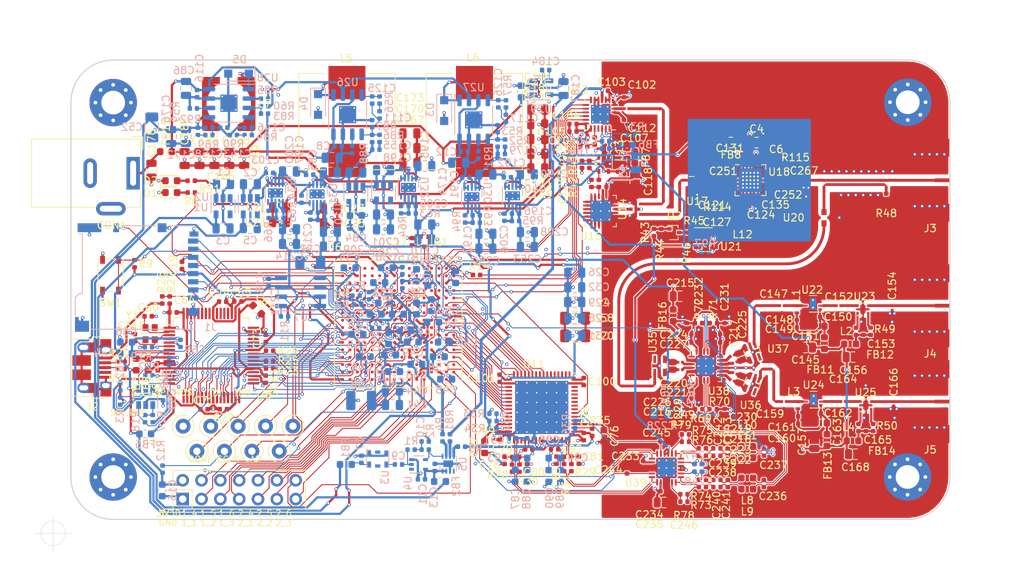
<source format=kicad_pcb>
(kicad_pcb (version 20171130) (host pcbnew 5.1.6)
  (layers (0 F.Cu signal) (1 In1.Cu power) (2 In2.Cu power) (31 B.Cu signal) (34 B.Paste user hide) (35 F.Paste user hide) (36 B.SilkS user hide) (37 F.SilkS user hide) (38 B.Mask user hide) (39 F.Mask user hide) (44 Edge.Cuts user))
  (net 0 "")
  (net 1 "Net-(R22-Pad1)")
  (net 2 GND)
  (net 3 "Net-(L2-Pad1)")
  (net 4 "Net-(L4-Pad1)")
  (net 5 /3V3A)
  (net 6 /ADC2-)
  (net 7 /ADC_VCM1)
  (net 8 /ADC1+)
  (net 9 /ADC1-)
  (net 10 "Net-(C147-Pad1)")
  (net 11 /ADC_VCM2)
  (net 12 /ADC2+)
  (net 13 /ADF_CLK)
  (net 14 /ADF_DATA)
  (net 15 /ADF_LE)
  (net 16 /ADF_MUXOUT)
  (net 17 /ADF_TXDATA)
  (net 18 /fpga/usb/USB_5V)
  (net 19 /fpga/TDO)
  (net 20 /fpga/SPI_MOSI)
  (net 21 /fpga/CCLK)
  (net 22 /fpga/TDI)
  (net 23 /fpga/TMS)
  (net 24 /fpga/TCK)
  (net 25 /fpga/SPI_DIN)
  (net 26 /1V0)
  (net 27 /3V6)
  (net 28 /power/5V6)
  (net 29 /fpga/usb/EECS)
  (net 30 /fpga/usb/EEDATA)
  (net 31 /fpga/usb/DO)
  (net 32 /3V3D)
  (net 33 /10V)
  (net 34 /power/12V)
  (net 35 /fpga/adc/3V0)
  (net 36 /3V0)
  (net 37 /1V8)
  (net 38 /fpga/LED)
  (net 39 "Net-(D1-Pad2)")
  (net 40 /fpga/M0)
  (net 41 /fpga/SPI_CS)
  (net 42 /fpga/INIT_B)
  (net 43 /fpga/M2)
  (net 44 /fpga/M1)
  (net 45 /fpga/PROGRAM_B)
  (net 46 /LO)
  (net 47 /fpga/RXF#)
  (net 48 /MIX_ENBL)
  (net 49 /fpga/OF1)
  (net 50 /fpga/TXE#)
  (net 51 /fpga/CARD_DETECT)
  (net 52 /fpga/OF2)
  (net 53 /fpga/WR)
  (net 54 /fpga/RD#)
  (net 55 /fpga/D11)
  (net 56 /fpga/D10)
  (net 57 /fpga/D9)
  (net 58 /fpga/D8)
  (net 59 /fpga/D6)
  (net 60 /fpga/D7)
  (net 61 /fpga/FT_D7)
  (net 62 /fpga/D3)
  (net 63 /fpga/D4)
  (net 64 /fpga/D5)
  (net 65 /fpga/FT_D6)
  (net 66 /fpga/FT_D4)
  (net 67 /fpga/D2)
  (net 68 /fpga/D1)
  (net 69 /fpga/FT_D5)
  (net 70 /fpga/FT_D3)
  (net 71 /fpga/D0)
  (net 72 /fpga/FT_D2)
  (net 73 /fpga/FT_D0)
  (net 74 /fpga/FT_D1)
  (net 75 /fpga/SD_CLK)
  (net 76 /fpga/ADC_OE1)
  (net 77 /fpga/ADC_SHDN1)
  (net 78 /fpga/ADC_OE2)
  (net 79 /fpga/SD_DAT2)
  (net 80 /fpga/ADC_SHDN2)
  (net 81 /fpga/SD_DAT3)
  (net 82 /fpga/SD_DAT1)
  (net 83 /fpga/SD_DAT0)
  (net 84 /fpga/SD_CMD)
  (net 85 "Net-(C127-Pad1)")
  (net 86 "Net-(C110-Pad2)")
  (net 87 "Net-(C110-Pad1)")
  (net 88 /RF2)
  (net 89 "Net-(C112-Pad2)")
  (net 90 "Net-(C112-Pad1)")
  (net 91 /RF1)
  (net 92 /fpga/SIWUA)
  (net 93 /fpga/CLKOUT)
  (net 94 /fpga/OE#)
  (net 95 /fpga/usb/1V8)
  (net 96 /fpga/usb/EECLK)
  (net 97 /mixer/5VF)
  (net 98 "Net-(C164-Pad2)")
  (net 99 /ADF_REF)
  (net 100 /ADC_REF)
  (net 101 /FPGA_REF)
  (net 102 /PA_OFF)
  (net 103 /fpga/EXT1_6)
  (net 104 /fpga/EXT1_5)
  (net 105 /fpga/EXT1_4)
  (net 106 /fpga/EXT1_3)
  (net 107 /fpga/EXT1_2)
  (net 108 /fpga/EXT1_1)
  (net 109 /fpga/EXT2_4)
  (net 110 /fpga/EXT2_1)
  (net 111 /fpga/EXT2_6)
  (net 112 /fpga/EXT2_3)
  (net 113 /fpga/EXT2_5)
  (net 114 /fpga/EXT2_2)
  (net 115 /fpga/ADF_DONE)
  (net 116 /fpga/FT_SUSPEND)
  (net 117 "Net-(C179-Pad1)")
  (net 118 "Net-(R25-Pad2)")
  (net 119 "Net-(TP9-Pad1)")
  (net 120 "Net-(C9-Pad1)")
  (net 121 "Net-(C9-Pad2)")
  (net 122 "Net-(C60-Pad1)")
  (net 123 "Net-(C61-Pad1)")
  (net 124 "Net-(C66-Pad1)")
  (net 125 "Net-(C68-Pad1)")
  (net 126 "Net-(C87-Pad1)")
  (net 127 "Net-(C88-Pad1)")
  (net 128 "Net-(C89-Pad1)")
  (net 129 "Net-(C90-Pad1)")
  (net 130 "Net-(C107-Pad2)")
  (net 131 "Net-(C120-Pad1)")
  (net 132 "Net-(C124-Pad1)")
  (net 133 "Net-(C124-Pad2)")
  (net 134 "Net-(C152-Pad1)")
  (net 135 "Net-(C152-Pad2)")
  (net 136 "Net-(C153-Pad1)")
  (net 137 "Net-(C154-Pad1)")
  (net 138 "Net-(C159-Pad1)")
  (net 139 "Net-(C164-Pad1)")
  (net 140 "Net-(C165-Pad1)")
  (net 141 "Net-(C166-Pad1)")
  (net 142 "Net-(C178-Pad1)")
  (net 143 "Net-(C184-Pad1)")
  (net 144 "Net-(C197-Pad1)")
  (net 145 "Net-(C198-Pad1)")
  (net 146 "Net-(C203-Pad1)")
  (net 147 "Net-(C204-Pad2)")
  (net 148 "Net-(C205-Pad2)")
  (net 149 "Net-(C211-Pad2)")
  (net 150 "Net-(C246-Pad1)")
  (net 151 "Net-(C248-Pad2)")
  (net 152 "Net-(C249-Pad2)")
  (net 153 "Net-(D2-Pad2)")
  (net 154 "Net-(R4-Pad2)")
  (net 155 "Net-(R5-Pad2)")
  (net 156 "Net-(R7-Pad2)")
  (net 157 "Net-(R12-Pad2)")
  (net 158 "Net-(R14-Pad1)")
  (net 159 "Net-(R19-Pad1)")
  (net 160 "Net-(R23-Pad2)")
  (net 161 "Net-(R24-Pad2)")
  (net 162 "Net-(R26-Pad2)")
  (net 163 "Net-(R32-Pad2)")
  (net 164 "Net-(R34-Pad1)")
  (net 165 "Net-(R35-Pad1)")
  (net 166 "Net-(R36-Pad1)")
  (net 167 "Net-(R37-Pad1)")
  (net 168 "Net-(R38-Pad2)")
  (net 169 "Net-(R40-Pad1)")
  (net 170 "Net-(R41-Pad1)")
  (net 171 "Net-(R48-Pad2)")
  (net 172 "Net-(R49-Pad1)")
  (net 173 "Net-(R50-Pad1)")
  (net 174 "Net-(R58-Pad2)")
  (net 175 "Net-(R67-Pad2)")
  (net 176 "Net-(C251-Pad2)")
  (net 177 "Net-(C251-Pad1)")
  (net 178 "Net-(C252-Pad2)")
  (net 179 "Net-(C252-Pad1)")
  (net 180 "Net-(J3-Pad1)")
  (net 181 "Net-(R81-Pad2)")
  (net 182 "Net-(C118-Pad2)")
  (net 183 "Net-(C148-Pad1)")
  (net 184 "Net-(C160-Pad1)")
  (net 185 "Net-(C10-Pad2)")
  (net 186 "Net-(C11-Pad2)")
  (net 187 "Net-(R2-Pad1)")
  (net 188 /fpga/adc/AINA+)
  (net 189 /fpga/adc/AINA-)
  (net 190 /fpga/adc/AINB+)
  (net 191 /fpga/adc/AINB-)
  (net 192 /if/IF2a-)
  (net 193 /if/IF2a+)
  (net 194 /if/IF1a-)
  (net 195 /if/IF1b+)
  (net 196 /if/IF2b-)
  (net 197 /if/IF2b+)
  (net 198 /if/IF1b-)
  (net 199 /if/IF1a+)
  (net 200 /mixer/RF1a+)
  (net 201 /mixer/RF1a-)
  (net 202 /mixer/RF2a+)
  (net 203 /mixer/RF2a-)
  (net 204 /mixer/RF1b-)
  (net 205 /mixer/RF1b+)
  (net 206 /mixer/RF2b-)
  (net 207 /mixer/RF2b+)
  (net 208 /mixer/LOIb+)
  (net 209 /mixer/LOIa+)
  (net 210 /mixer/LOIb-)
  (net 211 /mixer/LOIa-)
  (net 212 /ADF_CE)
  (net 213 "Net-(Q2-Pad3)")
  (net 214 "Net-(C6-Pad1)")
  (net 215 "Net-(C7-Pad2)")
  (net 216 "Net-(C111-Pad2)")
  (net 217 "Net-(C111-Pad1)")
  (net 218 /5VPA)
  (net 219 "Net-(C117-Pad2)")
  (net 220 "Net-(C117-Pad1)")
  (net 221 "Net-(C125-Pad1)")
  (net 222 "Net-(C126-Pad1)")
  (net 223 "Net-(C127-Pad2)")
  (net 224 "Net-(C143-Pad2)")
  (net 225 "Net-(C143-Pad1)")
  (net 226 "Net-(C146-Pad1)")
  (net 227 "Net-(C155-Pad1)")
  (net 228 "Net-(C158-Pad1)")
  (net 229 "Net-(C191-Pad1)")
  (net 230 "Net-(C192-Pad1)")
  (net 231 "Net-(C193-Pad2)")
  (net 232 /5VMIX)
  (net 233 "Net-(C196-Pad2)")
  (net 234 "Net-(D3-Pad1)")
  (net 235 "Net-(D4-Pad1)")
  (net 236 "Net-(D5-Pad1)")
  (net 237 "Net-(R54-Pad1)")
  (net 238 "Net-(R55-Pad1)")
  (net 239 "Net-(R59-Pad1)")
  (net 240 "Net-(R60-Pad1)")
  (net 241 "Net-(R85-Pad2)")
  (net 242 /power/SYNC)
  (net 243 "Net-(R97-Pad2)")
  (net 244 "Net-(R114-Pad1)")
  (net 245 /tx/5V_PA)
  (net 246 /tx/5V_SYNTH)
  (net 247 "Net-(C3-Pad1)")
  (net 248 "Net-(C5-Pad1)")
  (net 249 /if/IF2c+)
  (net 250 /if/IF1c+)
  (net 251 /if/IF2c-)
  (net 252 /if/IF1c-)
  (net 253 "Net-(U20-Pad2)")
  (net 254 "Net-(C247-Pad2)")
  (net 255 /fpga/usb/USBD_P)
  (net 256 /fpga/usb/USBD_N)
  (net 257 /fpga/usb/3V3_IO)
  (net 258 /fpga/usb/USBDa_P)
  (net 259 /fpga/usb/USBDa_N)
  (net 260 /if/IF2+)
  (net 261 /if/IF2-)
  (net 262 /if/IF1+)
  (net 263 /if/IF1-)
  (net 264 "Net-(U14-Pad1)")
  (net 265 "Net-(T15-Pad1)")
  (module fmcw_v5:uwm_0.38_0.17_90 (layer F.Cu) (at 163.445 79.185 270)
    (fp_text reference T16 hide)
    (fp_text value uwave hide)
    (pad 1 smd custom (at 0 0 270) (size 0.38 0.19) (layers F.Cu F.Mask) (net 265 "Net-(T15-Pad1)") (options (clearance outline) (anchor rect)) (primitives (gr_poly (pts (xy -0.19 0) (xy 0.19 0) (xy 0.19 0.38) (xy 0.57 0.38) (xy 0.569999 0.76) (xy 0.223222 0.76) (xy -0.19 0.346777) (xy -0.19 0)) (width 0))))
    (pad 1 smd rect (at 0.474999 0.57 270) (size 0.19 0.38) (layers F.Cu) (net 265 "Net-(T15-Pad1)") (clearance 0.000001))
  )
  (module fmcw_v5:uwm_0.38_0.17_90 (layer F.Cu) (at 162.305 83.795 90)
    (fp_text reference T15 hide)
    (fp_text value uwave hide)
    (pad 1 smd custom (at 0 0 90) (size 0.38 0.19) (layers F.Cu F.Mask) (net 265 "Net-(T15-Pad1)") (options (clearance outline) (anchor rect)) (primitives (gr_poly (pts (xy -0.19 0) (xy 0.19 0) (xy 0.19 0.38) (xy 0.57 0.38) (xy 0.569999 0.76) (xy 0.223222 0.76) (xy -0.19 0.346777) (xy -0.19 0)) (width 0))))
    (pad 1 smd rect (at 0.474999 0.57 90) (size 0.19 0.38) (layers F.Cu) (net 265 "Net-(T15-Pad1)") (clearance 0.000001))
  )
  (module Inductor_SMD:L_0603_1608Metric (layer B.Cu) (at 90.775 113.44)
    (fp_text reference FB5 (at 0 1.43 180) (layer B.SilkS) (effects (justify mirror)))
    (fp_text value BLM18PG181SH1D)
    (pad 2 smd roundrect (at 0.7875 0) (size 0.875 0.95) (layers B.Cu B.Paste B.Mask) (net 257 /fpga/usb/3V3_IO))
    (pad 1 smd roundrect (at -0.7875 0) (size 0.875 0.95) (layers B.Cu B.Paste B.Mask) (net 32 /3V3D))
  )
  (module fmcw_v5:Susumu_PS2012GT2-R50 (layer F.Cu) (at 156.95 83.095 90)
    (fp_text reference U14 (at 0 -1.8 90) (layer F.SilkS))
    (fp_text value PS2012GT2-R50)
    (pad 1 smd rect (at 0 -0.625 90) (size 0.45 0.4) (layers F.Cu F.Paste F.Mask) (net 264 "Net-(U14-Pad1)"))
    (pad 2 smd rect (at -0.7 0.625 90) (size 0.35 0.4) (layers F.Cu F.Paste F.Mask) (net 265 "Net-(T15-Pad1)"))
    (pad 3 smd rect (at 0.7 0.625 90) (size 0.35 0.4) (layers F.Cu F.Paste F.Mask) (net 90 "Net-(C112-Pad1)"))
    (pad 4 smd custom (at 0 0.145 90) (size 0.35 0.4) (layers F.Cu F.Paste F.Mask) (net 2 GND) (options (clearance outline) (anchor rect)) (primitives (gr_poly (pts (xy 1.2 0.03) (xy 0.225 0.03) (xy 0.225 0.28) (xy -0.225 0.28) (xy -0.225 0.03) (xy -1.2 0.03) (xy -1.2 -0.57) (xy -0.525 -0.57) (xy -0.525 -0.32) (xy 0.525 -0.32) (xy 0.525 -0.57) (xy 1.2 -0.57)) (width 0))))
  )
  (module Package_SO:SOP-8_3.9x4.9mm_P1.27mm (layer B.Cu) (at 111.73 94.275)
    (fp_text reference U7 (at 0 3.4) (layer B.SilkS) (effects (justify mirror)))
    (fp_text value MX25L3233F)
    (pad 8 smd roundrect (at 2.625 1.905) (size 1.65 0.6) (layers B.Cu B.Paste B.Mask) (net 32 /3V3D))
    (pad 7 smd roundrect (at 2.625 0.635) (size 1.65 0.6) (layers B.Cu B.Paste B.Mask) (net 32 /3V3D))
    (pad 6 smd roundrect (at 2.625 -0.635) (size 1.65 0.6) (layers B.Cu B.Paste B.Mask) (net 21 /fpga/CCLK))
    (pad 5 smd roundrect (at 2.625 -1.905) (size 1.65 0.6) (layers B.Cu B.Paste B.Mask) (net 20 /fpga/SPI_MOSI))
    (pad 4 smd roundrect (at -2.625 -1.905) (size 1.65 0.6) (layers B.Cu B.Paste B.Mask) (net 2 GND))
    (pad 3 smd roundrect (at -2.625 -0.635) (size 1.65 0.6) (layers B.Cu B.Paste B.Mask) (net 32 /3V3D))
    (pad 2 smd roundrect (at -2.625 0.635) (size 1.65 0.6) (layers B.Cu B.Paste B.Mask) (net 25 /fpga/SPI_DIN))
    (pad 1 smd roundrect (at -2.625 1.905) (size 1.65 0.6) (layers B.Cu B.Paste B.Mask) (net 41 /fpga/SPI_CS))
  )
  (module fmcw_v5:uwm_0.38_0.17_90 (layer F.Cu) (at 175.57 105.25 180)
    (fp_text reference T7 hide)
    (fp_text value uwave hide)
    (pad 1 smd custom (at 0 0 180) (size 0.38 0.19) (layers F.Cu F.Mask) (net 88 /RF2) (options (clearance outline) (anchor rect)) (primitives (gr_poly (pts (xy -0.19 0) (xy 0.19 0) (xy 0.19 0.38) (xy 0.57 0.38) (xy 0.569999 0.76) (xy 0.223222 0.76) (xy -0.19 0.346777) (xy -0.19 0)) (width 0))))
    (pad 1 smd rect (at 0.474999 0.57 180) (size 0.19 0.38) (layers F.Cu) (net 88 /RF2) (clearance 0.000001))
  )
  (module fmcw_v5:BU-1420701851_SMA (layer F.Cu) (at 199.28 109.075)
    (fp_text reference J5 (at -2.6 6.5) (layer F.SilkS))
    (fp_text value SMA)
    (pad 2 thru_hole circle (at -2.7 3.5) (size 0.4572 0.4572) (drill 0.254) (layers *.Cu *.Mask) (net 2 GND))
    (pad 2 thru_hole circle (at -1.7 3.5) (size 0.4572 0.4572) (drill 0.254) (layers *.Cu *.Mask) (net 2 GND))
    (pad 2 thru_hole circle (at -4.7 3.5) (size 0.4572 0.4572) (drill 0.254) (layers *.Cu *.Mask) (net 2 GND))
    (pad 2 thru_hole circle (at -3.7 3.5) (size 0.4572 0.4572) (drill 0.254) (layers *.Cu *.Mask) (net 2 GND))
    (pad 2 thru_hole circle (at -0.7 3.5) (size 0.4572 0.4572) (drill 0.254) (layers *.Cu *.Mask) (net 2 GND))
    (pad 2 thru_hole circle (at -0.7 -3.5) (size 0.4572 0.4572) (drill 0.254) (layers *.Cu *.Mask) (net 2 GND))
    (pad 2 thru_hole circle (at -1.7 -3.5) (size 0.4572 0.4572) (drill 0.254) (layers *.Cu *.Mask) (net 2 GND))
    (pad 2 thru_hole circle (at -2.7 -3.5) (size 0.4572 0.4572) (drill 0.254) (layers *.Cu *.Mask) (net 2 GND))
    (pad 2 thru_hole circle (at -3.7 -3.5) (size 0.4572 0.4572) (drill 0.254) (layers *.Cu *.Mask) (net 2 GND))
    (pad 2 thru_hole circle (at -4.7 -3.5) (size 0.4572 0.4572) (drill 0.254) (layers *.Cu *.Mask) (net 2 GND))
    (pad 2 smd rect (at -2.54 -4.3825) (size 5.08 2.415) (layers F.Cu F.Mask) (net 2 GND))
    (pad 2 smd rect (at -2.54 4.3825) (size 5.08 2.415) (layers F.Cu F.Mask) (net 2 GND))
    (pad 1 smd rect (at -1 0) (size 2 0.51) (layers F.Cu F.Mask) (net 141 "Net-(C166-Pad1)"))
  )
  (module fmcw_v5:BU-1420701851_SMA (layer F.Cu) (at 199.29 96.125)
    (fp_text reference J4 (at -2.6 6.5) (layer F.SilkS))
    (fp_text value SMA)
    (pad 2 thru_hole circle (at -2.7 3.5) (size 0.4572 0.4572) (drill 0.254) (layers *.Cu *.Mask) (net 2 GND))
    (pad 2 thru_hole circle (at -1.7 3.5) (size 0.4572 0.4572) (drill 0.254) (layers *.Cu *.Mask) (net 2 GND))
    (pad 2 thru_hole circle (at -4.7 3.5) (size 0.4572 0.4572) (drill 0.254) (layers *.Cu *.Mask) (net 2 GND))
    (pad 2 thru_hole circle (at -3.7 3.5) (size 0.4572 0.4572) (drill 0.254) (layers *.Cu *.Mask) (net 2 GND))
    (pad 2 thru_hole circle (at -0.7 3.5) (size 0.4572 0.4572) (drill 0.254) (layers *.Cu *.Mask) (net 2 GND))
    (pad 2 thru_hole circle (at -0.7 -3.5) (size 0.4572 0.4572) (drill 0.254) (layers *.Cu *.Mask) (net 2 GND))
    (pad 2 thru_hole circle (at -1.7 -3.5) (size 0.4572 0.4572) (drill 0.254) (layers *.Cu *.Mask) (net 2 GND))
    (pad 2 thru_hole circle (at -2.7 -3.5) (size 0.4572 0.4572) (drill 0.254) (layers *.Cu *.Mask) (net 2 GND))
    (pad 2 thru_hole circle (at -3.7 -3.5) (size 0.4572 0.4572) (drill 0.254) (layers *.Cu *.Mask) (net 2 GND))
    (pad 2 thru_hole circle (at -4.7 -3.5) (size 0.4572 0.4572) (drill 0.254) (layers *.Cu *.Mask) (net 2 GND))
    (pad 2 smd rect (at -2.54 -4.3825) (size 5.08 2.415) (layers F.Cu F.Mask) (net 2 GND))
    (pad 2 smd rect (at -2.54 4.3825) (size 5.08 2.415) (layers F.Cu F.Mask) (net 2 GND))
    (pad 1 smd rect (at -1 0) (size 2 0.51) (layers F.Cu F.Mask) (net 137 "Net-(C154-Pad1)"))
  )
  (module fmcw_v5:BU-1420701851_SMA (layer F.Cu) (at 199.285 79.185)
    (fp_text reference J3 (at -2.6 6.5) (layer F.SilkS))
    (fp_text value SMA)
    (pad 2 thru_hole circle (at -2.7 3.5) (size 0.4572 0.4572) (drill 0.254) (layers *.Cu *.Mask) (net 2 GND))
    (pad 2 thru_hole circle (at -1.7 3.5) (size 0.4572 0.4572) (drill 0.254) (layers *.Cu *.Mask) (net 2 GND))
    (pad 2 thru_hole circle (at -4.7 3.5) (size 0.4572 0.4572) (drill 0.254) (layers *.Cu *.Mask) (net 2 GND))
    (pad 2 thru_hole circle (at -3.7 3.5) (size 0.4572 0.4572) (drill 0.254) (layers *.Cu *.Mask) (net 2 GND))
    (pad 2 thru_hole circle (at -0.7 3.5) (size 0.4572 0.4572) (drill 0.254) (layers *.Cu *.Mask) (net 2 GND))
    (pad 2 thru_hole circle (at -0.7 -3.5) (size 0.4572 0.4572) (drill 0.254) (layers *.Cu *.Mask) (net 2 GND))
    (pad 2 thru_hole circle (at -1.7 -3.5) (size 0.4572 0.4572) (drill 0.254) (layers *.Cu *.Mask) (net 2 GND))
    (pad 2 thru_hole circle (at -2.7 -3.5) (size 0.4572 0.4572) (drill 0.254) (layers *.Cu *.Mask) (net 2 GND))
    (pad 2 thru_hole circle (at -3.7 -3.5) (size 0.4572 0.4572) (drill 0.254) (layers *.Cu *.Mask) (net 2 GND))
    (pad 2 thru_hole circle (at -4.7 -3.5) (size 0.4572 0.4572) (drill 0.254) (layers *.Cu *.Mask) (net 2 GND))
    (pad 2 smd rect (at -2.54 -4.3825) (size 5.08 2.415) (layers F.Cu F.Mask) (net 2 GND))
    (pad 2 smd rect (at -2.54 4.3825) (size 5.08 2.415) (layers F.Cu F.Mask) (net 2 GND))
    (pad 1 smd rect (at -1 0) (size 2 0.51) (layers F.Cu F.Mask) (net 180 "Net-(J3-Pad1)"))
  )
  (module Package_SON:WSON-8-1EP_2x2mm_P0.5mm_EP0.9x1.6mm_ThermalVias (layer F.Cu) (at 180.944099 108.820262 180)
    (fp_text reference U24 (at -0.005901 1.985262) (layer F.SilkS))
    (fp_text value TRF37A73)
    (pad 9 smd rect (at 0 0 180) (size 0.9 1.6) (layers B.Cu) (net 2 GND))
    (pad 6 smd rect (at 0.95 0.25 180) (size 0.5 0.25) (layers F.Cu F.Paste F.Mask) (net 2 GND))
    (pad 5 smd rect (at 0.95 0.75 180) (size 0.5 0.25) (layers F.Cu F.Paste F.Mask) (net 2 GND))
    (pad 4 smd rect (at -0.95 0.75 180) (size 0.5 0.25) (layers F.Cu F.Paste F.Mask) (net 2 GND))
    (pad 2 smd rect (at -0.95 -0.25 180) (size 0.5 0.25) (layers F.Cu F.Paste F.Mask) (net 98 "Net-(C164-Pad2)"))
    (pad 1 smd rect (at -0.95 -0.75 180) (size 0.5 0.25) (layers F.Cu F.Paste F.Mask) (net 184 "Net-(C160-Pad1)"))
    (pad 9 smd rect (at 0 0 180) (size 0.9 1.6) (layers F.Cu F.Mask) (net 2 GND))
    (pad 9 thru_hole circle (at 0 0.5 180) (size 0.6 0.6) (drill 0.25) (layers *.Cu) (net 2 GND))
    (pad 9 thru_hole circle (at 0 -0.5 180) (size 0.6 0.6) (drill 0.25) (layers *.Cu) (net 2 GND))
    (pad 8 smd rect (at 0.95 -0.75 180) (size 0.5 0.25) (layers F.Cu F.Paste F.Mask) (net 2 GND))
    (pad 7 smd rect (at 0.95 -0.25 180) (size 0.5 0.25) (layers F.Cu F.Paste F.Mask) (net 138 "Net-(C159-Pad1)"))
    (pad 3 smd rect (at -0.95 0.25 180) (size 0.5 0.25) (layers F.Cu F.Paste F.Mask) (net 2 GND))
  )
  (module Package_SON:WSON-8-1EP_2x2mm_P0.5mm_EP0.9x1.6mm_ThermalVias (layer F.Cu) (at 180.864099 95.870262 180)
    (fp_text reference U22 (at 0.114099 1.885262) (layer F.SilkS))
    (fp_text value TRF37A73)
    (pad 9 smd rect (at 0 0 180) (size 0.9 1.6) (layers B.Cu) (net 2 GND))
    (pad 6 smd rect (at 0.95 0.25 180) (size 0.5 0.25) (layers F.Cu F.Paste F.Mask) (net 2 GND))
    (pad 5 smd rect (at 0.95 0.75 180) (size 0.5 0.25) (layers F.Cu F.Paste F.Mask) (net 2 GND))
    (pad 4 smd rect (at -0.95 0.75 180) (size 0.5 0.25) (layers F.Cu F.Paste F.Mask) (net 2 GND))
    (pad 2 smd rect (at -0.95 -0.25 180) (size 0.5 0.25) (layers F.Cu F.Paste F.Mask) (net 135 "Net-(C152-Pad2)"))
    (pad 1 smd rect (at -0.95 -0.75 180) (size 0.5 0.25) (layers F.Cu F.Paste F.Mask) (net 183 "Net-(C148-Pad1)"))
    (pad 9 smd rect (at 0 0 180) (size 0.9 1.6) (layers F.Cu F.Mask) (net 2 GND))
    (pad 9 thru_hole circle (at 0 0.5 180) (size 0.6 0.6) (drill 0.25) (layers *.Cu) (net 2 GND))
    (pad 9 thru_hole circle (at 0 -0.5 180) (size 0.6 0.6) (drill 0.25) (layers *.Cu) (net 2 GND))
    (pad 8 smd rect (at 0.95 -0.75 180) (size 0.5 0.25) (layers F.Cu F.Paste F.Mask) (net 2 GND))
    (pad 7 smd rect (at 0.95 -0.25 180) (size 0.5 0.25) (layers F.Cu F.Paste F.Mask) (net 10 "Net-(C147-Pad1)"))
    (pad 3 smd rect (at -0.95 0.25 180) (size 0.5 0.25) (layers F.Cu F.Paste F.Mask) (net 2 GND))
  )
  (module fmcw_v5:balun_exit (layer F.Cu) (at 171.786898 106.772037 160)
    (fp_text reference T14 hide)
    (fp_text value uwave hide)
    (fp_poly (pts (xy 0.3238 -0.6762) (xy 0.3238 0.3238) (xy 0.4738 -0.5262)) (layer F.Cu) (width 0))
    (pad 1 smd custom (at 0.16 -0.37 160) (size 0.1 0.1) (layers F.Cu) (net 203 /mixer/RF2a-) (options (clearance outline) (anchor rect)) (primitives (gr_poly (pts (xy -0.16 0.37) (xy 0.1638 0.6938) (xy 0.1638 -0.3062) (xy -0.16 -0.63)) (width 0))))
    (pad 1 smd custom (at 0.8238 -0.1012 160) (size 0.1 0.1) (layers F.Cu) (net 203 /mixer/RF2a-) (options (clearance outline) (anchor rect)) (primitives (gr_poly (pts (xy -0.35 -0.425) (xy -0.5 0.425) (xy 0.35 0.425) (xy 0.35 -0.425)) (width 0))))
  )
  (module fmcw_v5:balun_exit (layer F.Cu) (at 172.07 103.07 200)
    (fp_text reference T13 hide)
    (fp_text value uwave hide)
    (fp_poly (pts (xy 0.3238 -0.6762) (xy 0.3238 0.3238) (xy 0.4738 -0.5262)) (layer F.Cu) (width 0))
    (pad 1 smd custom (at 0.16 -0.37 200) (size 0.1 0.1) (layers F.Cu) (net 201 /mixer/RF1a-) (options (clearance outline) (anchor rect)) (primitives (gr_poly (pts (xy -0.16 0.37) (xy 0.1638 0.6938) (xy 0.1638 -0.3062) (xy -0.16 -0.63)) (width 0))))
    (pad 1 smd custom (at 0.8238 -0.1012 200) (size 0.1 0.1) (layers F.Cu) (net 201 /mixer/RF1a-) (options (clearance outline) (anchor rect)) (primitives (gr_poly (pts (xy -0.35 -0.425) (xy -0.5 0.425) (xy 0.35 0.425) (xy 0.35 -0.425)) (width 0))))
  )
  (module fmcw_v5:balun_exit_inv (layer F.Cu) (at 172.063803 106.017409 160)
    (fp_text reference T12 hide)
    (fp_text value uwave hide)
    (fp_poly (pts (xy 0.3238 0.6762) (xy 0.3238 -0.3238) (xy 0.4738 0.5262)) (layer F.Cu) (width 0))
    (pad 1 smd custom (at 0.16 0.37 340) (size 0.1 0.1) (layers F.Cu) (net 202 /mixer/RF2a+) (options (clearance outline) (anchor rect)) (primitives (gr_poly (pts (xy 0.16 0.37) (xy -0.1638 0.6938) (xy -0.1638 -0.3062) (xy 0.16 -0.63)) (width 0))))
    (pad 1 smd custom (at 0.8238 0.1012 340) (size 0.1 0.1) (layers F.Cu) (net 202 /mixer/RF2a+) (options (clearance outline) (anchor rect)) (primitives (gr_poly (pts (xy 0.35 -0.425) (xy 0.5 0.425) (xy -0.35 0.425) (xy -0.35 -0.425)) (width 0))))
  )
  (module fmcw_v5:balun_exit_inv (layer F.Cu) (at 171.796898 102.315 200)
    (fp_text reference T11 hide)
    (fp_text value uwave hide)
    (fp_poly (pts (xy 0.3238 0.6762) (xy 0.3238 -0.3238) (xy 0.4738 0.5262)) (layer F.Cu) (width 0))
    (pad 1 smd custom (at 0.16 0.37 20) (size 0.1 0.1) (layers F.Cu) (net 200 /mixer/RF1a+) (options (clearance outline) (anchor rect)) (primitives (gr_poly (pts (xy 0.16 0.37) (xy -0.1638 0.6938) (xy -0.1638 -0.3062) (xy 0.16 -0.63)) (width 0))))
    (pad 1 smd custom (at 0.8238 0.1012 20) (size 0.1 0.1) (layers F.Cu) (net 200 /mixer/RF1a+) (options (clearance outline) (anchor rect)) (primitives (gr_poly (pts (xy 0.35 -0.425) (xy 0.5 0.425) (xy -0.35 0.425) (xy -0.35 -0.425)) (width 0))))
  )
  (module fmcw_v5:balun_exit_inv (layer F.Cu) (at 160.9762 104.6588)
    (fp_text reference T10 hide)
    (fp_text value uwave hide)
    (fp_poly (pts (xy 0.3238 0.6762) (xy 0.3238 -0.3238) (xy 0.4738 0.5262)) (layer F.Cu) (width 0))
    (pad 1 smd custom (at 0.16 0.37 180) (size 0.1 0.1) (layers F.Cu) (net 211 /mixer/LOIa-) (options (clearance outline) (anchor rect)) (primitives (gr_poly (pts (xy 0.16 0.37) (xy -0.1638 0.6938) (xy -0.1638 -0.3062) (xy 0.16 -0.63)) (width 0))))
    (pad 1 smd custom (at 0.8238 0.1012 180) (size 0.1 0.1) (layers F.Cu) (net 211 /mixer/LOIa-) (options (clearance outline) (anchor rect)) (primitives (gr_poly (pts (xy 0.35 -0.425) (xy 0.5 0.425) (xy -0.35 0.425) (xy -0.35 -0.425)) (width 0))))
  )
  (module fmcw_v5:balun_exit (layer F.Cu) (at 160.9812 103.8555)
    (fp_text reference T9 hide)
    (fp_text value uwave hide)
    (fp_poly (pts (xy 0.3238 -0.6762) (xy 0.3238 0.3238) (xy 0.4738 -0.5262)) (layer F.Cu) (width 0))
    (pad 1 smd custom (at 0.16 -0.37) (size 0.1 0.1) (layers F.Cu) (net 209 /mixer/LOIa+) (options (clearance outline) (anchor rect)) (primitives (gr_poly (pts (xy -0.16 0.37) (xy 0.1638 0.6938) (xy 0.1638 -0.3062) (xy -0.16 -0.63)) (width 0))))
    (pad 1 smd custom (at 0.8238 -0.1012) (size 0.1 0.1) (layers F.Cu) (net 209 /mixer/LOIa+) (options (clearance outline) (anchor rect)) (primitives (gr_poly (pts (xy -0.35 -0.425) (xy -0.5 0.425) (xy 0.35 0.425) (xy 0.35 -0.425)) (width 0))))
  )
  (module Connector_PinHeader_2.54mm:PinHeader_2x07_P2.54mm_Vertical (layer F.Cu) (at 95.83 122.24 90)
    (fp_text reference J6 (at -1.895 -2.725 180) (layer F.SilkS))
    (fp_text value Conn_02x08_Odd_Even)
    (pad 14 thru_hole oval (at 2.54 15.24 90) (size 1.7 1.7) (drill 1) (layers *.Cu *.Mask) (net 111 /fpga/EXT2_6))
    (pad 13 thru_hole oval (at 0 15.24 90) (size 1.7 1.7) (drill 1) (layers *.Cu *.Mask) (net 112 /fpga/EXT2_3))
    (pad 12 thru_hole oval (at 2.54 12.7 90) (size 1.7 1.7) (drill 1) (layers *.Cu *.Mask) (net 113 /fpga/EXT2_5))
    (pad 11 thru_hole oval (at 0 12.7 90) (size 1.7 1.7) (drill 1) (layers *.Cu *.Mask) (net 114 /fpga/EXT2_2))
    (pad 10 thru_hole oval (at 2.54 10.16 90) (size 1.7 1.7) (drill 1) (layers *.Cu *.Mask) (net 109 /fpga/EXT2_4))
    (pad 9 thru_hole oval (at 0 10.16 90) (size 1.7 1.7) (drill 1) (layers *.Cu *.Mask) (net 110 /fpga/EXT2_1))
    (pad 8 thru_hole oval (at 2.54 7.62 90) (size 1.7 1.7) (drill 1) (layers *.Cu *.Mask) (net 103 /fpga/EXT1_6))
    (pad 7 thru_hole oval (at 0 7.62 90) (size 1.7 1.7) (drill 1) (layers *.Cu *.Mask) (net 106 /fpga/EXT1_3))
    (pad 6 thru_hole oval (at 2.54 5.08 90) (size 1.7 1.7) (drill 1) (layers *.Cu *.Mask) (net 104 /fpga/EXT1_5))
    (pad 5 thru_hole oval (at 0 5.08 90) (size 1.7 1.7) (drill 1) (layers *.Cu *.Mask) (net 107 /fpga/EXT1_2))
    (pad 4 thru_hole oval (at 2.54 2.54 90) (size 1.7 1.7) (drill 1) (layers *.Cu *.Mask) (net 105 /fpga/EXT1_4))
    (pad 3 thru_hole oval (at 0 2.54 90) (size 1.7 1.7) (drill 1) (layers *.Cu *.Mask) (net 108 /fpga/EXT1_1))
    (pad 2 thru_hole oval (at 2.54 0 90) (size 1.7 1.7) (drill 1) (layers *.Cu *.Mask) (net 32 /3V3D))
    (pad 1 thru_hole rect (at 0 0 90) (size 1.7 1.7) (drill 1) (layers *.Cu *.Mask) (net 2 GND))
  )
  (module TestPoint:TestPoint_Loop_D1.80mm_Drill1.0mm_Beaded (layer F.Cu) (at 108.855 115.765)
    (fp_text reference TP9 hide)
    (fp_text value TestPoint)
    (pad 1 thru_hole circle (at 0 0) (size 2 2) (drill 1) (layers *.Cu *.Mask) (net 119 "Net-(TP9-Pad1)"))
  )
  (module TestPoint:TestPoint_Loop_D1.80mm_Drill1.0mm_Beaded (layer F.Cu) (at 105.16 115.77)
    (fp_text reference TP8 hide)
    (fp_text value TestPoint)
    (pad 1 thru_hole circle (at 0 0) (size 2 2) (drill 1) (layers *.Cu *.Mask) (net 21 /fpga/CCLK))
  )
  (module TestPoint:TestPoint_Loop_D1.80mm_Drill1.0mm_Beaded (layer F.Cu) (at 101.46 115.785)
    (fp_text reference TP7 hide)
    (fp_text value TestPoint)
    (pad 1 thru_hole circle (at 0 0) (size 2 2) (drill 1) (layers *.Cu *.Mask) (net 157 "Net-(R12-Pad2)"))
  )
  (module TestPoint:TestPoint_Loop_D1.80mm_Drill1.0mm_Beaded (layer F.Cu) (at 97.745 115.78)
    (fp_text reference TP6 hide)
    (fp_text value TestPoint)
    (pad 1 thru_hole circle (at 0 0) (size 2 2) (drill 1) (layers *.Cu *.Mask) (net 24 /fpga/TCK))
  )
  (module TestPoint:TestPoint_Loop_D1.80mm_Drill1.0mm_Beaded (layer F.Cu) (at 110.7 112.385)
    (fp_text reference TP5 hide)
    (fp_text value TestPoint)
    (pad 1 thru_hole circle (at 0 0) (size 2 2) (drill 1) (layers *.Cu *.Mask) (net 23 /fpga/TMS))
  )
  (module TestPoint:TestPoint_Loop_D1.80mm_Drill1.0mm_Beaded (layer F.Cu) (at 107.005 112.39)
    (fp_text reference TP4 hide)
    (fp_text value TestPoint)
    (pad 1 thru_hole circle (at 0 0) (size 2 2) (drill 1) (layers *.Cu *.Mask) (net 19 /fpga/TDO))
  )
  (module TestPoint:TestPoint_Loop_D1.80mm_Drill1.0mm_Beaded (layer F.Cu) (at 103.31 112.405)
    (fp_text reference TP3 hide)
    (fp_text value TestPoint)
    (pad 1 thru_hole circle (at 0 0) (size 2 2) (drill 1) (layers *.Cu *.Mask) (net 22 /fpga/TDI))
  )
  (module TestPoint:TestPoint_Loop_D1.80mm_Drill1.0mm_Beaded (layer F.Cu) (at 99.605 112.405)
    (fp_text reference TP2 hide)
    (fp_text value TestPoint)
    (pad 1 thru_hole circle (at 0 0) (size 2 2) (drill 1) (layers *.Cu *.Mask) (net 20 /fpga/SPI_MOSI))
  )
  (module TestPoint:TestPoint_Loop_D1.80mm_Drill1.0mm_Beaded (layer F.Cu) (at 95.885 112.4)
    (fp_text reference TP1 hide)
    (fp_text value TestPoint)
    (pad 1 thru_hole circle (at 0 0) (size 2 2) (drill 1) (layers *.Cu *.Mask) (net 25 /fpga/SPI_DIN))
  )
  (module Package_DFN_QFN:Texas_S-PDSO-N10_EP1.2x2mm_ThermalVias (layer B.Cu) (at 140.33 81.29 90)
    (fp_text reference U40 (at 0.935 3.06 180) (layer B.SilkS) (effects (justify mirror)))
    (fp_text value TPS7A91)
    (pad 11 smd rect (at 0 0 90) (size 1.2 2) (layers F.Cu) (net 2 GND))
    (pad 11 thru_hole circle (at 0.35 -0.75 90) (size 0.5 0.5) (drill 0.2) (layers *.Cu) (net 2 GND))
    (pad 11 thru_hole circle (at -0.35 -0.75 90) (size 0.5 0.5) (drill 0.2) (layers *.Cu) (net 2 GND))
    (pad 11 thru_hole circle (at 0.35 0 90) (size 0.5 0.5) (drill 0.2) (layers *.Cu) (net 2 GND))
    (pad 11 thru_hole circle (at -0.35 0 90) (size 0.5 0.5) (drill 0.2) (layers *.Cu) (net 2 GND))
    (pad 11 thru_hole circle (at 0.35 0.75 90) (size 0.5 0.5) (drill 0.2) (layers *.Cu) (net 2 GND))
    (pad 11 thru_hole circle (at -0.35 0.75 90) (size 0.5 0.5) (drill 0.2) (layers *.Cu) (net 2 GND))
    (pad 11 smd rect (at 0 0 90) (size 1.2 2) (layers B.Cu B.Mask) (net 2 GND))
    (pad 10 smd roundrect (at 1.2125 1 90) (size 0.825 0.25) (layers B.Cu B.Paste B.Mask) (net 28 /power/5V6))
    (pad 9 smd roundrect (at 1.2125 0.5 90) (size 0.825 0.25) (layers B.Cu B.Paste B.Mask) (net 28 /power/5V6))
    (pad 8 smd roundrect (at 1.2125 0 90) (size 0.825 0.25) (layers B.Cu B.Paste B.Mask) (net 230 "Net-(C192-Pad1)"))
    (pad 7 smd roundrect (at 1.2125 -0.5 90) (size 0.825 0.25) (layers B.Cu B.Paste B.Mask) (net 28 /power/5V6))
    (pad 6 smd roundrect (at 1.2125 -1 90) (size 0.825 0.25) (layers B.Cu B.Paste B.Mask) (net 28 /power/5V6))
    (pad 5 smd roundrect (at -1.2125 -1 90) (size 0.825 0.25) (layers B.Cu B.Paste B.Mask))
    (pad 4 smd roundrect (at -1.2125 -0.5 90) (size 0.825 0.25) (layers B.Cu B.Paste B.Mask) (net 2 GND))
    (pad 3 smd roundrect (at -1.2125 0 90) (size 0.825 0.25) (layers B.Cu B.Paste B.Mask) (net 233 "Net-(C196-Pad2)"))
    (pad 2 smd roundrect (at -1.2125 0.5 90) (size 0.825 0.25) (layers B.Cu B.Paste B.Mask) (net 218 /5VPA))
    (pad 1 smd roundrect (at -1.2125 1 90) (size 0.825 0.25) (layers B.Cu B.Paste B.Mask) (net 218 /5VPA))
  )
  (module Package_DFN_QFN:Texas_S-PDSO-N10_EP1.2x2mm_ThermalVias (layer B.Cu) (at 108.335 80.905 90)
    (fp_text reference U34 (at 0.55 2.255 270) (layer B.SilkS) (effects (justify mirror)))
    (fp_text value TPS7A91)
    (pad 11 smd rect (at 0 0 90) (size 1.2 2) (layers F.Cu) (net 2 GND))
    (pad 11 thru_hole circle (at 0.35 -0.75 90) (size 0.5 0.5) (drill 0.2) (layers *.Cu) (net 2 GND))
    (pad 11 thru_hole circle (at -0.35 -0.75 90) (size 0.5 0.5) (drill 0.2) (layers *.Cu) (net 2 GND))
    (pad 11 thru_hole circle (at 0.35 0 90) (size 0.5 0.5) (drill 0.2) (layers *.Cu) (net 2 GND))
    (pad 11 thru_hole circle (at -0.35 0 90) (size 0.5 0.5) (drill 0.2) (layers *.Cu) (net 2 GND))
    (pad 11 thru_hole circle (at 0.35 0.75 90) (size 0.5 0.5) (drill 0.2) (layers *.Cu) (net 2 GND))
    (pad 11 thru_hole circle (at -0.35 0.75 90) (size 0.5 0.5) (drill 0.2) (layers *.Cu) (net 2 GND))
    (pad 11 smd rect (at 0 0 90) (size 1.2 2) (layers B.Cu B.Mask) (net 2 GND))
    (pad 10 smd roundrect (at 1.2125 1 90) (size 0.825 0.25) (layers B.Cu B.Paste B.Mask) (net 27 /3V6))
    (pad 9 smd roundrect (at 1.2125 0.5 90) (size 0.825 0.25) (layers B.Cu B.Paste B.Mask) (net 27 /3V6))
    (pad 8 smd roundrect (at 1.2125 0 90) (size 0.825 0.25) (layers B.Cu B.Paste B.Mask) (net 146 "Net-(C203-Pad1)"))
    (pad 7 smd roundrect (at 1.2125 -0.5 90) (size 0.825 0.25) (layers B.Cu B.Paste B.Mask) (net 174 "Net-(R58-Pad2)"))
    (pad 6 smd roundrect (at 1.2125 -1 90) (size 0.825 0.25) (layers B.Cu B.Paste B.Mask) (net 27 /3V6))
    (pad 5 smd roundrect (at -1.2125 -1 90) (size 0.825 0.25) (layers B.Cu B.Paste B.Mask))
    (pad 4 smd roundrect (at -1.2125 -0.5 90) (size 0.825 0.25) (layers B.Cu B.Paste B.Mask) (net 2 GND))
    (pad 3 smd roundrect (at -1.2125 0 90) (size 0.825 0.25) (layers B.Cu B.Paste B.Mask) (net 149 "Net-(C211-Pad2)"))
    (pad 2 smd roundrect (at -1.2125 0.5 90) (size 0.825 0.25) (layers B.Cu B.Paste B.Mask) (net 32 /3V3D))
    (pad 1 smd roundrect (at -1.2125 1 90) (size 0.825 0.25) (layers B.Cu B.Paste B.Mask) (net 32 /3V3D))
  )
  (module Package_DFN_QFN:Texas_S-PDSO-N10_EP1.2x2mm_ThermalVias (layer B.Cu) (at 126.29 80.165 90)
    (fp_text reference U32 (at 0 2.2 270) (layer B.SilkS) (effects (justify mirror)))
    (fp_text value TPS7A91)
    (pad 11 smd rect (at 0 0 90) (size 1.2 2) (layers F.Cu) (net 2 GND))
    (pad 11 thru_hole circle (at 0.35 -0.75 90) (size 0.5 0.5) (drill 0.2) (layers *.Cu) (net 2 GND))
    (pad 11 thru_hole circle (at -0.35 -0.75 90) (size 0.5 0.5) (drill 0.2) (layers *.Cu) (net 2 GND))
    (pad 11 thru_hole circle (at 0.35 0 90) (size 0.5 0.5) (drill 0.2) (layers *.Cu) (net 2 GND))
    (pad 11 thru_hole circle (at -0.35 0 90) (size 0.5 0.5) (drill 0.2) (layers *.Cu) (net 2 GND))
    (pad 11 thru_hole circle (at 0.35 0.75 90) (size 0.5 0.5) (drill 0.2) (layers *.Cu) (net 2 GND))
    (pad 11 thru_hole circle (at -0.35 0.75 90) (size 0.5 0.5) (drill 0.2) (layers *.Cu) (net 2 GND))
    (pad 11 smd rect (at 0 0 90) (size 1.2 2) (layers B.Cu B.Mask) (net 2 GND))
    (pad 10 smd roundrect (at 1.2125 1 90) (size 0.825 0.25) (layers B.Cu B.Paste B.Mask) (net 27 /3V6))
    (pad 9 smd roundrect (at 1.2125 0.5 90) (size 0.825 0.25) (layers B.Cu B.Paste B.Mask) (net 27 /3V6))
    (pad 8 smd roundrect (at 1.2125 0 90) (size 0.825 0.25) (layers B.Cu B.Paste B.Mask) (net 145 "Net-(C198-Pad1)"))
    (pad 7 smd roundrect (at 1.2125 -0.5 90) (size 0.825 0.25) (layers B.Cu B.Paste B.Mask) (net 27 /3V6))
    (pad 6 smd roundrect (at 1.2125 -1 90) (size 0.825 0.25) (layers B.Cu B.Paste B.Mask) (net 27 /3V6))
    (pad 5 smd roundrect (at -1.2125 -1 90) (size 0.825 0.25) (layers B.Cu B.Paste B.Mask))
    (pad 4 smd roundrect (at -1.2125 -0.5 90) (size 0.825 0.25) (layers B.Cu B.Paste B.Mask) (net 2 GND))
    (pad 3 smd roundrect (at -1.2125 0 90) (size 0.825 0.25) (layers B.Cu B.Paste B.Mask) (net 148 "Net-(C205-Pad2)"))
    (pad 2 smd roundrect (at -1.2125 0.5 90) (size 0.825 0.25) (layers B.Cu B.Paste B.Mask) (net 5 /3V3A))
    (pad 1 smd roundrect (at -1.2125 1 90) (size 0.825 0.25) (layers B.Cu B.Paste B.Mask) (net 5 /3V3A))
  )
  (module Package_DFN_QFN:Texas_S-PDSO-N10_EP1.2x2mm_ThermalVias (layer B.Cu) (at 113.955 81.04 90)
    (fp_text reference U31 (at 0 2.2 90) (layer B.SilkS) (effects (justify mirror)))
    (fp_text value TPS7A91)
    (pad 11 smd rect (at 0 0 90) (size 1.2 2) (layers F.Cu) (net 2 GND))
    (pad 11 thru_hole circle (at 0.35 -0.75 90) (size 0.5 0.5) (drill 0.2) (layers *.Cu) (net 2 GND))
    (pad 11 thru_hole circle (at -0.35 -0.75 90) (size 0.5 0.5) (drill 0.2) (layers *.Cu) (net 2 GND))
    (pad 11 thru_hole circle (at 0.35 0 90) (size 0.5 0.5) (drill 0.2) (layers *.Cu) (net 2 GND))
    (pad 11 thru_hole circle (at -0.35 0 90) (size 0.5 0.5) (drill 0.2) (layers *.Cu) (net 2 GND))
    (pad 11 thru_hole circle (at 0.35 0.75 90) (size 0.5 0.5) (drill 0.2) (layers *.Cu) (net 2 GND))
    (pad 11 thru_hole circle (at -0.35 0.75 90) (size 0.5 0.5) (drill 0.2) (layers *.Cu) (net 2 GND))
    (pad 11 smd rect (at 0 0 90) (size 1.2 2) (layers B.Cu B.Mask) (net 2 GND))
    (pad 10 smd roundrect (at 1.2125 1 90) (size 0.825 0.25) (layers B.Cu B.Paste B.Mask) (net 27 /3V6))
    (pad 9 smd roundrect (at 1.2125 0.5 90) (size 0.825 0.25) (layers B.Cu B.Paste B.Mask) (net 27 /3V6))
    (pad 8 smd roundrect (at 1.2125 0 90) (size 0.825 0.25) (layers B.Cu B.Paste B.Mask) (net 144 "Net-(C197-Pad1)"))
    (pad 7 smd roundrect (at 1.2125 -0.5 90) (size 0.825 0.25) (layers B.Cu B.Paste B.Mask) (net 27 /3V6))
    (pad 6 smd roundrect (at 1.2125 -1 90) (size 0.825 0.25) (layers B.Cu B.Paste B.Mask) (net 27 /3V6))
    (pad 5 smd roundrect (at -1.2125 -1 90) (size 0.825 0.25) (layers B.Cu B.Paste B.Mask) (net 174 "Net-(R58-Pad2)"))
    (pad 4 smd roundrect (at -1.2125 -0.5 90) (size 0.825 0.25) (layers B.Cu B.Paste B.Mask) (net 2 GND))
    (pad 3 smd roundrect (at -1.2125 0 90) (size 0.825 0.25) (layers B.Cu B.Paste B.Mask) (net 147 "Net-(C204-Pad2)"))
    (pad 2 smd roundrect (at -1.2125 0.5 90) (size 0.825 0.25) (layers B.Cu B.Paste B.Mask) (net 37 /1V8))
    (pad 1 smd roundrect (at -1.2125 1 90) (size 0.825 0.25) (layers B.Cu B.Paste B.Mask) (net 37 /1V8))
  )
  (module Package_DFN_QFN:Texas_S-PDSO-N10_EP1.2x2mm_ThermalVias (layer B.Cu) (at 134.83 81.415 90)
    (fp_text reference U30 (at 0.56 2.2 90) (layer B.SilkS) (effects (justify mirror)))
    (fp_text value TPS7A91)
    (pad 11 smd rect (at 0 0 90) (size 1.2 2) (layers F.Cu) (net 2 GND))
    (pad 11 thru_hole circle (at 0.35 -0.75 90) (size 0.5 0.5) (drill 0.2) (layers *.Cu) (net 2 GND))
    (pad 11 thru_hole circle (at -0.35 -0.75 90) (size 0.5 0.5) (drill 0.2) (layers *.Cu) (net 2 GND))
    (pad 11 thru_hole circle (at 0.35 0 90) (size 0.5 0.5) (drill 0.2) (layers *.Cu) (net 2 GND))
    (pad 11 thru_hole circle (at -0.35 0 90) (size 0.5 0.5) (drill 0.2) (layers *.Cu) (net 2 GND))
    (pad 11 thru_hole circle (at 0.35 0.75 90) (size 0.5 0.5) (drill 0.2) (layers *.Cu) (net 2 GND))
    (pad 11 thru_hole circle (at -0.35 0.75 90) (size 0.5 0.5) (drill 0.2) (layers *.Cu) (net 2 GND))
    (pad 11 smd rect (at 0 0 90) (size 1.2 2) (layers B.Cu B.Mask) (net 2 GND))
    (pad 10 smd roundrect (at 1.2125 1 90) (size 0.825 0.25) (layers B.Cu B.Paste B.Mask) (net 28 /power/5V6))
    (pad 9 smd roundrect (at 1.2125 0.5 90) (size 0.825 0.25) (layers B.Cu B.Paste B.Mask) (net 28 /power/5V6))
    (pad 8 smd roundrect (at 1.2125 0 90) (size 0.825 0.25) (layers B.Cu B.Paste B.Mask) (net 229 "Net-(C191-Pad1)"))
    (pad 7 smd roundrect (at 1.2125 -0.5 90) (size 0.825 0.25) (layers B.Cu B.Paste B.Mask) (net 28 /power/5V6))
    (pad 6 smd roundrect (at 1.2125 -1 90) (size 0.825 0.25) (layers B.Cu B.Paste B.Mask) (net 28 /power/5V6))
    (pad 5 smd roundrect (at -1.2125 -1 90) (size 0.825 0.25) (layers B.Cu B.Paste B.Mask))
    (pad 4 smd roundrect (at -1.2125 -0.5 90) (size 0.825 0.25) (layers B.Cu B.Paste B.Mask) (net 2 GND))
    (pad 3 smd roundrect (at -1.2125 0 90) (size 0.825 0.25) (layers B.Cu B.Paste B.Mask) (net 231 "Net-(C193-Pad2)"))
    (pad 2 smd roundrect (at -1.2125 0.5 90) (size 0.825 0.25) (layers B.Cu B.Paste B.Mask) (net 232 /5VMIX))
    (pad 1 smd roundrect (at -1.2125 1 90) (size 0.825 0.25) (layers B.Cu B.Paste B.Mask) (net 232 /5VMIX))
  )
  (module fmcw_v5:L_Bourns_SRR6040A (layer F.Cu) (at 102.04 68.89 270)
    (fp_text reference L7 (at -0.035 -4.85 180) (layer F.SilkS))
    (fp_text value 33u)
    (pad 1 smd custom (at 0 -3.27 270) (size 0.26 0.26) (layers F.Cu F.Paste F.Mask) (net 236 "Net-(D5-Pad1)") (options (clearance outline) (anchor circle)) (primitives (gr_poly (pts (xy 3.526336 -0.272705) (xy 3.592705 -0.206336) (xy 3.635317 -0.122705) (xy 3.65 -0.03) (xy 3.65 2.07) (xy 2.749545 2.07) (xy 2.600584 1.774352) (xy 2.419954 1.496918) (xy 2.209856 1.241075) (xy 1.972847 1.009939) (xy 1.711813 0.806325) (xy 1.429934 0.632712) (xy 1.130642 0.491215) (xy 0.817582 0.383556) (xy 0.494566 0.311047) (xy 0.165527 0.27457) (xy -0.165527 0.27457) (xy -0.494566 0.311047) (xy -0.817582 0.383556) (xy -1.130642 0.491215) (xy -1.429934 0.632712) (xy -1.711813 0.806325) (xy -1.972847 1.009939) (xy -2.209856 1.241075) (xy -2.419954 1.496918) (xy -2.600584 1.774352) (xy -2.749545 2.07) (xy -3.65 2.07) (xy -3.65 -0.03) (xy -3.635317 -0.122705) (xy -3.592705 -0.206336) (xy -3.526336 -0.272705) (xy -3.442705 -0.315317) (xy -3.35 -0.33) (xy 3.35 -0.33) (xy 3.442705 -0.315317)) (width 0))))
    (pad 2 smd custom (at 0 3.27 90) (size 0.26 0.26) (layers F.Cu F.Paste F.Mask) (net 26 /1V0) (options (clearance outline) (anchor circle)) (primitives (gr_poly (pts (xy 3.526336 -0.272705) (xy 3.592705 -0.206336) (xy 3.635317 -0.122705) (xy 3.65 -0.03) (xy 3.65 2.07) (xy 2.749545 2.07) (xy 2.600584 1.774352) (xy 2.419954 1.496918) (xy 2.209856 1.241075) (xy 1.972847 1.009939) (xy 1.711813 0.806325) (xy 1.429934 0.632712) (xy 1.130642 0.491215) (xy 0.817582 0.383556) (xy 0.494566 0.311047) (xy 0.165527 0.27457) (xy -0.165527 0.27457) (xy -0.494566 0.311047) (xy -0.817582 0.383556) (xy -1.130642 0.491215) (xy -1.429934 0.632712) (xy -1.711813 0.806325) (xy -1.972847 1.009939) (xy -2.209856 1.241075) (xy -2.419954 1.496918) (xy -2.600584 1.774352) (xy -2.749545 2.07) (xy -3.65 2.07) (xy -3.65 -0.03) (xy -3.635317 -0.122705) (xy -3.592705 -0.206336) (xy -3.526336 -0.272705) (xy -3.442705 -0.315317) (xy -3.35 -0.33) (xy 3.35 -0.33) (xy 3.442705 -0.315317)) (width 0))))
  )
  (module fmcw_v5:coupler_20db (layer F.Cu) (at 186.543754 79.48555)
    (fp_text reference Z1 hide)
    (fp_text value BRANCHLINE-fmcw3-rescue hide)
    (fp_poly (pts (xy 3.968304 0.1) (xy 3.968304 0.48) (xy 4.007754 0.48) (xy 4.007754 0.51945) (xy 4.387754 0.51945)) (layer F.Cu) (width 0))
    (fp_poly (pts (xy -4.387754 0.51945) (xy -4.007754 0.51945) (xy -4.007754 0.48) (xy -3.968304 0.48) (xy -3.968304 0.1)) (layer F.Cu) (width 0))
    (fp_poly (pts (xy -3.968304 -0.1) (xy -3.968304 -0.48) (xy 3.968304 -0.48) (xy 3.968304 -0.1)) (layer F.Cu) (width 0))
    (fp_poly (pts (xy -3.968304 0.48) (xy -3.968304 0.1) (xy 3.968304 0.1) (xy 3.968304 0.48)) (layer F.Cu) (width 0))
    (pad 4 smd rect (at 4.197754 0.70945) (size 0.38 0.38) (layers F.Cu F.Mask) (net 171 "Net-(R48-Pad2)"))
    (pad 3 smd rect (at -4.197754 0.70945) (size 0.38 0.38) (layers F.Cu F.Mask) (net 253 "Net-(U20-Pad2)"))
    (pad 2 smd rect (at 4.158304 -0.29) (size 0.38 0.38) (layers F.Cu F.Mask) (net 180 "Net-(J3-Pad1)"))
    (pad 1 smd rect (at -4.158304 -0.29) (size 0.38 0.38) (layers F.Cu F.Mask) (net 179 "Net-(C252-Pad1)"))
  )
  (module Crystal:Crystal_SMD_Abracon_ABM10-4Pin_2.5x2.0mm (layer F.Cu) (at 91.43 99.895)
    (fp_text reference Y1 (at -2.36 -2.44) (layer F.SilkS))
    (fp_text value 12MHz)
    (pad 4 smd rect (at 0.625 -0.825) (size 0.8 0.9) (layers F.Cu F.Paste F.Mask))
    (pad 2 smd rect (at -0.625 0.825) (size 0.8 0.9) (layers F.Cu F.Paste F.Mask))
    (pad 3 smd rect (at 0.625 0.825) (size 0.8 0.9) (layers F.Cu F.Paste F.Mask) (net 123 "Net-(C61-Pad1)"))
    (pad 1 smd rect (at -0.625 -0.825) (size 0.8 0.9) (layers F.Cu F.Paste F.Mask) (net 122 "Net-(C60-Pad1)"))
  )
  (module Package_CSP:LFCSP-24-1EP_4x4mm_P0.5mm_EP2.5x2.5mm_ThermalVias (layer F.Cu) (at 161.089099 118.035262 180)
    (fp_text reference U39 (at 4.139099 -2.019738) (layer F.SilkS))
    (fp_text value ADA4940-2)
    (pad 25 smd rect (at 0 0 180) (size 2.5 2.5) (layers B.Cu) (net 2 GND))
    (pad 25 thru_hole circle (at 1 1 180) (size 0.5 0.5) (drill 0.2) (layers *.Cu) (net 2 GND))
    (pad 25 thru_hole circle (at 0 1 180) (size 0.5 0.5) (drill 0.2) (layers *.Cu) (net 2 GND))
    (pad 25 thru_hole circle (at -1 1 180) (size 0.5 0.5) (drill 0.2) (layers *.Cu) (net 2 GND))
    (pad 25 thru_hole circle (at 1 0 180) (size 0.5 0.5) (drill 0.2) (layers *.Cu) (net 2 GND))
    (pad 25 thru_hole circle (at 0 0 180) (size 0.5 0.5) (drill 0.2) (layers *.Cu) (net 2 GND))
    (pad 25 thru_hole circle (at -1 0 180) (size 0.5 0.5) (drill 0.2) (layers *.Cu) (net 2 GND))
    (pad 25 thru_hole circle (at 1 -1 180) (size 0.5 0.5) (drill 0.2) (layers *.Cu) (net 2 GND))
    (pad 25 thru_hole circle (at 0 -1 180) (size 0.5 0.5) (drill 0.2) (layers *.Cu) (net 2 GND))
    (pad 25 thru_hole circle (at -1 -1 180) (size 0.5 0.5) (drill 0.2) (layers *.Cu) (net 2 GND))
    (pad 25 smd rect (at 0 0 180) (size 2.5 2.5) (layers F.Cu F.Mask) (net 2 GND))
    (pad 24 smd roundrect (at -1.25 -1.9375 180) (size 0.25 0.875) (layers F.Cu F.Paste F.Mask) (net 249 /if/IF2c+))
    (pad 23 smd roundrect (at -0.75 -1.9375 180) (size 0.25 0.875) (layers F.Cu F.Paste F.Mask) (net 150 "Net-(C246-Pad1)"))
    (pad 22 smd roundrect (at -0.25 -1.9375 180) (size 0.25 0.875) (layers F.Cu F.Paste F.Mask) (net 2 GND))
    (pad 21 smd roundrect (at 0.25 -1.9375 180) (size 0.25 0.875) (layers F.Cu F.Paste F.Mask) (net 2 GND))
    (pad 20 smd roundrect (at 0.75 -1.9375 180) (size 0.25 0.875) (layers F.Cu F.Paste F.Mask) (net 5 /3V3A))
    (pad 19 smd roundrect (at 1.25 -1.9375 180) (size 0.25 0.875) (layers F.Cu F.Paste F.Mask) (net 6 /ADC2-))
    (pad 18 smd roundrect (at 1.9375 -1.25 180) (size 0.875 0.25) (layers F.Cu F.Paste F.Mask) (net 12 /ADC2+))
    (pad 17 smd roundrect (at 1.9375 -0.75 180) (size 0.875 0.25) (layers F.Cu F.Paste F.Mask) (net 7 /ADC_VCM1))
    (pad 16 smd roundrect (at 1.9375 -0.25 180) (size 0.875 0.25) (layers F.Cu F.Paste F.Mask) (net 2 GND))
    (pad 15 smd roundrect (at 1.9375 0.25 180) (size 0.875 0.25) (layers F.Cu F.Paste F.Mask) (net 2 GND))
    (pad 14 smd roundrect (at 1.9375 0.75 180) (size 0.875 0.25) (layers F.Cu F.Paste F.Mask) (net 5 /3V3A))
    (pad 13 smd roundrect (at 1.9375 1.25 180) (size 0.875 0.25) (layers F.Cu F.Paste F.Mask) (net 8 /ADC1+))
    (pad 12 smd roundrect (at 1.25 1.9375 180) (size 0.25 0.875) (layers F.Cu F.Paste F.Mask) (net 9 /ADC1-))
    (pad 11 smd roundrect (at 0.75 1.9375 180) (size 0.25 0.875) (layers F.Cu F.Paste F.Mask) (net 11 /ADC_VCM2))
    (pad 10 smd roundrect (at 0.25 1.9375 180) (size 0.25 0.875) (layers F.Cu F.Paste F.Mask) (net 5 /3V3A))
    (pad 9 smd roundrect (at -0.25 1.9375 180) (size 0.25 0.875) (layers F.Cu F.Paste F.Mask) (net 5 /3V3A))
    (pad 8 smd roundrect (at -0.75 1.9375 180) (size 0.25 0.875) (layers F.Cu F.Paste F.Mask) (net 152 "Net-(C249-Pad2)"))
    (pad 7 smd roundrect (at -1.25 1.9375 180) (size 0.25 0.875) (layers F.Cu F.Paste F.Mask) (net 252 /if/IF1c-))
    (pad 6 smd roundrect (at -1.9375 1.25 180) (size 0.875 0.25) (layers F.Cu F.Paste F.Mask) (net 250 /if/IF1c+))
    (pad 5 smd roundrect (at -1.9375 0.75 180) (size 0.875 0.25) (layers F.Cu F.Paste F.Mask) (net 254 "Net-(C247-Pad2)"))
    (pad 4 smd roundrect (at -1.9375 0.25 180) (size 0.875 0.25) (layers F.Cu F.Paste F.Mask) (net 5 /3V3A))
    (pad 3 smd roundrect (at -1.9375 -0.25 180) (size 0.875 0.25) (layers F.Cu F.Paste F.Mask) (net 5 /3V3A))
    (pad 2 smd roundrect (at -1.9375 -0.75 180) (size 0.875 0.25) (layers F.Cu F.Paste F.Mask) (net 151 "Net-(C248-Pad2)"))
    (pad 1 smd roundrect (at -1.9375 -1.25 180) (size 0.875 0.25) (layers F.Cu F.Paste F.Mask) (net 251 /if/IF2c-))
  )
  (module Package_CSP:LFCSP-24-1EP_4x4mm_P0.5mm_EP2.5x2.5mm_ThermalVias (layer F.Cu) (at 166.419099 104.263762 270)
    (fp_text reference U38 (at 3.391238 -1.730901 180) (layer F.SilkS))
    (fp_text value ADL5802)
    (pad 25 smd rect (at 0 0 270) (size 2.5 2.5) (layers B.Cu) (net 2 GND))
    (pad 25 thru_hole circle (at 1 1 270) (size 0.5 0.5) (drill 0.2) (layers *.Cu) (net 2 GND))
    (pad 25 thru_hole circle (at 0 1 270) (size 0.5 0.5) (drill 0.2) (layers *.Cu) (net 2 GND))
    (pad 25 thru_hole circle (at -1 1 270) (size 0.5 0.5) (drill 0.2) (layers *.Cu) (net 2 GND))
    (pad 25 thru_hole circle (at 1 0 270) (size 0.5 0.5) (drill 0.2) (layers *.Cu) (net 2 GND))
    (pad 25 thru_hole circle (at 0 0 270) (size 0.5 0.5) (drill 0.2) (layers *.Cu) (net 2 GND))
    (pad 25 thru_hole circle (at -1 0 270) (size 0.5 0.5) (drill 0.2) (layers *.Cu) (net 2 GND))
    (pad 25 thru_hole circle (at 1 -1 270) (size 0.5 0.5) (drill 0.2) (layers *.Cu) (net 2 GND))
    (pad 25 thru_hole circle (at 0 -1 270) (size 0.5 0.5) (drill 0.2) (layers *.Cu) (net 2 GND))
    (pad 25 thru_hole circle (at -1 -1 270) (size 0.5 0.5) (drill 0.2) (layers *.Cu) (net 2 GND))
    (pad 25 smd rect (at 0 0 270) (size 2.5 2.5) (layers F.Cu F.Mask) (net 2 GND))
    (pad 24 smd roundrect (at -1.25 -1.9375 270) (size 0.25 0.875) (layers F.Cu F.Paste F.Mask) (net 97 /mixer/5VF))
    (pad 23 smd roundrect (at -0.75 -1.9375 270) (size 0.25 0.875) (layers F.Cu F.Paste F.Mask) (net 205 /mixer/RF1b+))
    (pad 22 smd roundrect (at -0.25 -1.9375 270) (size 0.25 0.875) (layers F.Cu F.Paste F.Mask) (net 204 /mixer/RF1b-))
    (pad 21 smd roundrect (at 0.25 -1.9375 270) (size 0.25 0.875) (layers F.Cu F.Paste F.Mask) (net 2 GND))
    (pad 20 smd roundrect (at 0.75 -1.9375 270) (size 0.25 0.875) (layers F.Cu F.Paste F.Mask) (net 207 /mixer/RF2b+))
    (pad 19 smd roundrect (at 1.25 -1.9375 270) (size 0.25 0.875) (layers F.Cu F.Paste F.Mask) (net 206 /mixer/RF2b-))
    (pad 18 smd roundrect (at 1.9375 -1.25 270) (size 0.875 0.25) (layers F.Cu F.Paste F.Mask) (net 2 GND))
    (pad 17 smd roundrect (at 1.9375 -0.75 270) (size 0.875 0.25) (layers F.Cu F.Paste F.Mask) (net 2 GND))
    (pad 16 smd roundrect (at 1.9375 -0.25 270) (size 0.875 0.25) (layers F.Cu F.Paste F.Mask) (net 260 /if/IF2+))
    (pad 15 smd roundrect (at 1.9375 0.25 270) (size 0.875 0.25) (layers F.Cu F.Paste F.Mask) (net 261 /if/IF2-))
    (pad 14 smd roundrect (at 1.9375 0.75 270) (size 0.875 0.25) (layers F.Cu F.Paste F.Mask) (net 2 GND))
    (pad 13 smd roundrect (at 1.9375 1.25 270) (size 0.875 0.25) (layers F.Cu F.Paste F.Mask) (net 97 /mixer/5VF))
    (pad 12 smd roundrect (at 1.25 1.9375 270) (size 0.25 0.875) (layers F.Cu F.Paste F.Mask) (net 175 "Net-(R67-Pad2)"))
    (pad 11 smd roundrect (at 0.75 1.9375 270) (size 0.25 0.875) (layers F.Cu F.Paste F.Mask) (net 2 GND))
    (pad 10 smd roundrect (at 0.25 1.9375 270) (size 0.25 0.875) (layers F.Cu F.Paste F.Mask) (net 210 /mixer/LOIb-))
    (pad 9 smd roundrect (at -0.25 1.9375 270) (size 0.25 0.875) (layers F.Cu F.Paste F.Mask) (net 208 /mixer/LOIb+))
    (pad 8 smd roundrect (at -0.75 1.9375 270) (size 0.25 0.875) (layers F.Cu F.Paste F.Mask) (net 2 GND))
    (pad 7 smd roundrect (at -1.25 1.9375 270) (size 0.25 0.875) (layers F.Cu F.Paste F.Mask) (net 48 /MIX_ENBL))
    (pad 6 smd roundrect (at -1.9375 1.25 270) (size 0.875 0.25) (layers F.Cu F.Paste F.Mask) (net 97 /mixer/5VF))
    (pad 5 smd roundrect (at -1.9375 0.75 270) (size 0.875 0.25) (layers F.Cu F.Paste F.Mask) (net 2 GND))
    (pad 4 smd roundrect (at -1.9375 0.25 270) (size 0.875 0.25) (layers F.Cu F.Paste F.Mask) (net 262 /if/IF1+))
    (pad 3 smd roundrect (at -1.9375 -0.25 270) (size 0.875 0.25) (layers F.Cu F.Paste F.Mask) (net 263 /if/IF1-))
    (pad 2 smd roundrect (at -1.9375 -0.75 270) (size 0.875 0.25) (layers F.Cu F.Paste F.Mask) (net 2 GND))
    (pad 1 smd roundrect (at -1.9375 -1.25 270) (size 0.875 0.25) (layers F.Cu F.Paste F.Mask) (net 2 GND))
  )
  (module RF_Converter:Balun_Johanson_5400BL15B050E (layer F.Cu) (at 172.704346 102.411595 290)
    (fp_text reference U37 (at 0.749424 -3.39402) (layer F.SilkS))
    (fp_text value 5400BL15B050E)
    (pad 1 smd rect (at -0.9 -0.65 290) (size 1 0.35) (layers F.Cu F.Paste F.Mask) (net 91 /RF1) (clearance 0.2))
    (pad 2 smd rect (at -0.9 0 290) (size 1 0.35) (layers F.Cu F.Paste F.Mask) (net 2 GND))
    (pad 3 smd rect (at -0.9 0.65 290) (size 1 0.35) (layers F.Cu F.Paste F.Mask) (net 200 /mixer/RF1a+) (clearance 0.2))
    (pad 4 smd rect (at 0.9 0.65 290) (size 1 0.35) (layers F.Cu F.Paste F.Mask) (net 201 /mixer/RF1a-) (clearance 0.2))
    (pad 5 smd rect (at 0.9 0 290) (size 1 0.35) (layers F.Cu F.Paste F.Mask) (net 2 GND))
    (pad 6 smd rect (at 0.9 -0.65 290) (size 1 0.35) (layers F.Cu F.Paste F.Mask) (clearance 0.2))
  )
  (module RF_Converter:Balun_Johanson_5400BL15B050E (layer F.Cu) (at 172.697543 106.674687 250)
    (fp_text reference U36 (at 2.791275 -0.752511 180) (layer F.SilkS))
    (fp_text value 5400BL15B050E)
    (pad 1 smd rect (at -0.9 -0.65 250) (size 1 0.35) (layers F.Cu F.Paste F.Mask) (net 88 /RF2) (clearance 0.2))
    (pad 2 smd rect (at -0.9 0 250) (size 1 0.35) (layers F.Cu F.Paste F.Mask) (net 2 GND))
    (pad 3 smd rect (at -0.9 0.65 250) (size 1 0.35) (layers F.Cu F.Paste F.Mask) (net 202 /mixer/RF2a+) (clearance 0.2))
    (pad 4 smd rect (at 0.9 0.65 250) (size 1 0.35) (layers F.Cu F.Paste F.Mask) (net 203 /mixer/RF2a-) (clearance 0.2))
    (pad 5 smd rect (at 0.9 0 250) (size 1 0.35) (layers F.Cu F.Paste F.Mask) (net 2 GND))
    (pad 6 smd rect (at 0.9 -0.65 250) (size 1 0.35) (layers F.Cu F.Paste F.Mask) (clearance 0.2))
  )
  (module RF_Converter:Balun_Johanson_5400BL15B050E (layer F.Cu) (at 160.159099 104.256262 90)
    (fp_text reference U35 (at 3.201262 -0.909099 270) (layer F.SilkS))
    (fp_text value 5400BL15B050E)
    (pad 1 smd rect (at -0.9 -0.65 90) (size 1 0.35) (layers F.Cu F.Paste F.Mask) (net 46 /LO) (clearance 0.2))
    (pad 2 smd rect (at -0.9 0 90) (size 1 0.35) (layers F.Cu F.Paste F.Mask) (net 2 GND))
    (pad 3 smd rect (at -0.9 0.65 90) (size 1 0.35) (layers F.Cu F.Paste F.Mask) (net 211 /mixer/LOIa-) (clearance 0.2))
    (pad 4 smd rect (at 0.9 0.65 90) (size 1 0.35) (layers F.Cu F.Paste F.Mask) (net 209 /mixer/LOIa+) (clearance 0.2))
    (pad 5 smd rect (at 0.9 0 90) (size 1 0.35) (layers F.Cu F.Paste F.Mask) (net 2 GND))
    (pad 6 smd rect (at 0.9 -0.65 90) (size 1 0.35) (layers F.Cu F.Paste F.Mask) (clearance 0.2))
  )
  (module Package_TO_SOT_SMD:SOT-23-5 (layer B.Cu) (at 122.92 80.82 270)
    (fp_text reference U33 hide)
    (fp_text value LP5907MFX-3.0)
    (pad 5 smd rect (at 1.1 0.95 270) (size 1.06 0.65) (layers B.Cu B.Paste B.Mask) (net 36 /3V0))
    (pad 4 smd rect (at 1.1 -0.95 270) (size 1.06 0.65) (layers B.Cu B.Paste B.Mask))
    (pad 3 smd rect (at -1.1 -0.95 270) (size 1.06 0.65) (layers B.Cu B.Paste B.Mask) (net 27 /3V6))
    (pad 2 smd rect (at -1.1 0 270) (size 1.06 0.65) (layers B.Cu B.Paste B.Mask) (net 2 GND))
    (pad 1 smd rect (at -1.1 0.95 270) (size 1.06 0.65) (layers B.Cu B.Paste B.Mask) (net 27 /3V6))
  )
  (module Package_TO_SOT_SMD:SOT-23-5 (layer B.Cu) (at 144.195 66.705)
    (fp_text reference U29 (at 0 2.9) (layer B.SilkS) (effects (justify mirror)))
    (fp_text value LP2985A-10DBVR)
    (pad 5 smd rect (at 1.1 0.95) (size 1.06 0.65) (layers B.Cu B.Paste B.Mask) (net 33 /10V))
    (pad 4 smd rect (at 1.1 -0.95) (size 1.06 0.65) (layers B.Cu B.Paste B.Mask) (net 143 "Net-(C184-Pad1)"))
    (pad 3 smd rect (at -1.1 -0.95) (size 1.06 0.65) (layers B.Cu B.Paste B.Mask) (net 34 /power/12V))
    (pad 2 smd rect (at -1.1 0) (size 1.06 0.65) (layers B.Cu B.Paste B.Mask) (net 2 GND))
    (pad 1 smd rect (at -1.1 0.95) (size 1.06 0.65) (layers B.Cu B.Paste B.Mask) (net 34 /power/12V))
  )
  (module fmcw_v5:HSOP-8-1EP_3.9x4.9mm_P1.27mm_EP2.3x2.3mm_ThermalVias (layer B.Cu) (at 102.07 68.79 180)
    (fp_text reference U28 (at -5.22 3.435) (layer B.SilkS) (effects (justify mirror)))
    (fp_text value L7980)
    (pad 9 smd rect (at 0 0 180) (size 2.3 2.3) (layers F.Cu) (net 2 GND))
    (pad 9 thru_hole circle (at 0.9 -0.9 180) (size 0.5 0.5) (drill 0.2) (layers *.Cu) (net 2 GND))
    (pad 9 thru_hole circle (at -0.9 -0.9 180) (size 0.5 0.5) (drill 0.2) (layers *.Cu) (net 2 GND))
    (pad 9 thru_hole circle (at 0.9 0.9 180) (size 0.5 0.5) (drill 0.2) (layers *.Cu) (net 2 GND))
    (pad 9 thru_hole circle (at -0.9 0.9 180) (size 0.5 0.5) (drill 0.2) (layers *.Cu) (net 2 GND))
    (pad 9 smd rect (at 0 0 180) (size 2.3 2.3) (layers B.Cu B.Mask) (net 2 GND))
    (pad 8 smd roundrect (at 2.65 1.905 180) (size 1.6 0.6) (layers B.Cu B.Paste B.Mask) (net 34 /power/12V))
    (pad 7 smd roundrect (at 2.65 0.635 180) (size 1.6 0.6) (layers B.Cu B.Paste B.Mask) (net 2 GND))
    (pad 6 smd roundrect (at 2.65 -0.635 180) (size 1.6 0.6) (layers B.Cu B.Paste B.Mask) (net 239 "Net-(R59-Pad1)"))
    (pad 5 smd roundrect (at 2.65 -1.905 180) (size 1.6 0.6) (layers B.Cu B.Paste B.Mask) (net 224 "Net-(C143-Pad2)"))
    (pad 4 smd roundrect (at -2.65 -1.905 180) (size 1.6 0.6) (layers B.Cu B.Paste B.Mask) (net 226 "Net-(C146-Pad1)"))
    (pad 3 smd roundrect (at -2.65 -0.635 180) (size 1.6 0.6) (layers B.Cu B.Paste B.Mask) (net 240 "Net-(R60-Pad1)"))
    (pad 2 smd roundrect (at -2.65 0.635 180) (size 1.6 0.6) (layers B.Cu B.Paste B.Mask) (net 241 "Net-(R85-Pad2)"))
    (pad 1 smd roundrect (at -2.65 1.905 180) (size 1.6 0.6) (layers B.Cu B.Paste B.Mask) (net 236 "Net-(D5-Pad1)"))
  )
  (module fmcw_v5:HSOP-8-1EP_3.9x4.9mm_P1.27mm_EP2.3x2.3mm_ThermalVias (layer B.Cu) (at 135.085 71.04 270)
    (fp_text reference U27 (at -4.385 -0.005 180) (layer B.SilkS) (effects (justify mirror)))
    (fp_text value L7980)
    (pad 9 smd rect (at 0 0 270) (size 2.3 2.3) (layers F.Cu) (net 2 GND))
    (pad 9 thru_hole circle (at 0.9 -0.9 270) (size 0.5 0.5) (drill 0.2) (layers *.Cu) (net 2 GND))
    (pad 9 thru_hole circle (at -0.9 -0.9 270) (size 0.5 0.5) (drill 0.2) (layers *.Cu) (net 2 GND))
    (pad 9 thru_hole circle (at 0.9 0.9 270) (size 0.5 0.5) (drill 0.2) (layers *.Cu) (net 2 GND))
    (pad 9 thru_hole circle (at -0.9 0.9 270) (size 0.5 0.5) (drill 0.2) (layers *.Cu) (net 2 GND))
    (pad 9 smd rect (at 0 0 270) (size 2.3 2.3) (layers B.Cu B.Mask) (net 2 GND))
    (pad 8 smd roundrect (at 2.65 1.905 270) (size 1.6 0.6) (layers B.Cu B.Paste B.Mask) (net 34 /power/12V))
    (pad 7 smd roundrect (at 2.65 0.635 270) (size 1.6 0.6) (layers B.Cu B.Paste B.Mask) (net 2 GND))
    (pad 6 smd roundrect (at 2.65 -0.635 270) (size 1.6 0.6) (layers B.Cu B.Paste B.Mask) (net 238 "Net-(R55-Pad1)"))
    (pad 5 smd roundrect (at 2.65 -1.905 270) (size 1.6 0.6) (layers B.Cu B.Paste B.Mask) (net 219 "Net-(C117-Pad2)"))
    (pad 4 smd roundrect (at -2.65 -1.905 270) (size 1.6 0.6) (layers B.Cu B.Paste B.Mask) (net 222 "Net-(C126-Pad1)"))
    (pad 3 smd roundrect (at -2.65 -0.635 270) (size 1.6 0.6) (layers B.Cu B.Paste B.Mask) (net 34 /power/12V))
    (pad 2 smd roundrect (at -2.65 0.635 270) (size 1.6 0.6) (layers B.Cu B.Paste B.Mask) (net 242 /power/SYNC))
    (pad 1 smd roundrect (at -2.65 1.905 270) (size 1.6 0.6) (layers B.Cu B.Paste B.Mask) (net 234 "Net-(D3-Pad1)"))
  )
  (module fmcw_v5:HSOP-8-1EP_3.9x4.9mm_P1.27mm_EP2.3x2.3mm_ThermalVias (layer B.Cu) (at 118.07 70.33 270)
    (fp_text reference U26 (at -4.375 -0.02) (layer B.SilkS) (effects (justify mirror)))
    (fp_text value L7980)
    (pad 9 smd rect (at 0 0 270) (size 2.3 2.3) (layers F.Cu) (net 2 GND))
    (pad 9 thru_hole circle (at 0.9 -0.9 270) (size 0.5 0.5) (drill 0.2) (layers *.Cu) (net 2 GND))
    (pad 9 thru_hole circle (at -0.9 -0.9 270) (size 0.5 0.5) (drill 0.2) (layers *.Cu) (net 2 GND))
    (pad 9 thru_hole circle (at 0.9 0.9 270) (size 0.5 0.5) (drill 0.2) (layers *.Cu) (net 2 GND))
    (pad 9 thru_hole circle (at -0.9 0.9 270) (size 0.5 0.5) (drill 0.2) (layers *.Cu) (net 2 GND))
    (pad 9 smd rect (at 0 0 270) (size 2.3 2.3) (layers B.Cu B.Mask) (net 2 GND))
    (pad 8 smd roundrect (at 2.65 1.905 270) (size 1.6 0.6) (layers B.Cu B.Paste B.Mask) (net 34 /power/12V))
    (pad 7 smd roundrect (at 2.65 0.635 270) (size 1.6 0.6) (layers B.Cu B.Paste B.Mask) (net 2 GND))
    (pad 6 smd roundrect (at 2.65 -0.635 270) (size 1.6 0.6) (layers B.Cu B.Paste B.Mask) (net 237 "Net-(R54-Pad1)"))
    (pad 5 smd roundrect (at 2.65 -1.905 270) (size 1.6 0.6) (layers B.Cu B.Paste B.Mask) (net 216 "Net-(C111-Pad2)"))
    (pad 4 smd roundrect (at -2.65 -1.905 270) (size 1.6 0.6) (layers B.Cu B.Paste B.Mask) (net 221 "Net-(C125-Pad1)"))
    (pad 3 smd roundrect (at -2.65 -0.635 270) (size 1.6 0.6) (layers B.Cu B.Paste B.Mask) (net 34 /power/12V))
    (pad 2 smd roundrect (at -2.65 0.635 270) (size 1.6 0.6) (layers B.Cu B.Paste B.Mask) (net 242 /power/SYNC))
    (pad 1 smd roundrect (at -2.65 1.905 270) (size 1.6 0.6) (layers B.Cu B.Paste B.Mask) (net 235 "Net-(D4-Pad1)"))
  )
  (module RF:Skyworks_SKY65404-31 (layer F.Cu) (at 187.994099 109.580262 180)
    (fp_text reference U25 (at 0.044099 1.745262) (layer F.SilkS))
    (fp_text value SKY65404)
    (pad 1 smd roundrect (at -0.725 -0.5 180) (size 0.35 0.25) (layers F.Cu F.Paste F.Mask) (net 173 "Net-(R50-Pad1)"))
    (pad 2 smd roundrect (at -0.725 0 180) (size 0.35 0.25) (layers F.Cu F.Paste F.Mask) (net 2 GND))
    (pad 3 smd roundrect (at -0.725 0.5 180) (size 0.35 0.25) (layers F.Cu F.Paste F.Mask) (net 141 "Net-(C166-Pad1)"))
    (pad 4 smd roundrect (at 0.725 0.5 180) (size 0.35 0.25) (layers F.Cu F.Paste F.Mask) (net 139 "Net-(C164-Pad1)"))
    (pad 5 smd roundrect (at 0.725 0 180) (size 0.35 0.25) (layers F.Cu F.Paste F.Mask) (net 2 GND))
    (pad 6 smd roundrect (at 0.725 -0.5 180) (size 0.35 0.25) (layers F.Cu F.Paste F.Mask) (net 4 "Net-(L4-Pad1)"))
    (pad 7 smd custom (at 0 0 180) (size 0.35 0.25) (layers F.Cu F.Paste F.Mask) (net 2 GND) (options (clearance outline) (anchor rect)) (primitives (gr_poly (pts (xy 0.35 -0.6) (xy 0.35 0) (xy 0.35 0.6) (xy 0.1 0.6) (xy 0.1 0.65) (xy -0.1 0.65) (xy -0.1 0.6) (xy -0.35 0.6) (xy -0.35 -0.45) (xy -0.2 -0.6) (xy -0.1 -0.6) (xy -0.1 -0.65) (xy 0.1 -0.65) (xy 0.1 -0.6)) (width 0))))
  )
  (module RF:Skyworks_SKY65404-31 (layer F.Cu) (at 187.594099 96.620262 180)
    (fp_text reference U23 (at -0.205901 1.735262) (layer F.SilkS))
    (fp_text value SKY65404)
    (pad 1 smd roundrect (at -0.725 -0.5 180) (size 0.35 0.25) (layers F.Cu F.Paste F.Mask) (net 172 "Net-(R49-Pad1)"))
    (pad 2 smd roundrect (at -0.725 0 180) (size 0.35 0.25) (layers F.Cu F.Paste F.Mask) (net 2 GND))
    (pad 3 smd roundrect (at -0.725 0.5 180) (size 0.35 0.25) (layers F.Cu F.Paste F.Mask) (net 137 "Net-(C154-Pad1)"))
    (pad 4 smd roundrect (at 0.725 0.5 180) (size 0.35 0.25) (layers F.Cu F.Paste F.Mask) (net 134 "Net-(C152-Pad1)"))
    (pad 5 smd roundrect (at 0.725 0 180) (size 0.35 0.25) (layers F.Cu F.Paste F.Mask) (net 2 GND))
    (pad 6 smd roundrect (at 0.725 -0.5 180) (size 0.35 0.25) (layers F.Cu F.Paste F.Mask) (net 3 "Net-(L2-Pad1)"))
    (pad 7 smd custom (at 0 0 180) (size 0.35 0.25) (layers F.Cu F.Paste F.Mask) (net 2 GND) (options (clearance outline) (anchor rect)) (primitives (gr_poly (pts (xy 0.35 -0.6) (xy 0.35 0) (xy 0.35 0.6) (xy 0.1 0.6) (xy 0.1 0.65) (xy -0.1 0.65) (xy -0.1 0.6) (xy -0.35 0.6) (xy -0.35 -0.45) (xy -0.2 -0.6) (xy -0.1 -0.6) (xy -0.1 -0.65) (xy 0.1 -0.65) (xy 0.1 -0.6)) (width 0))))
  )
  (module Package_TO_SOT_SMD:SOT-23-5 (layer F.Cu) (at 166.395 87.21)
    (fp_text reference U21 (at 3.42 0.94) (layer F.SilkS))
    (fp_text value LMV321)
    (pad 5 smd rect (at 1.1 -0.95) (size 1.06 0.65) (layers F.Cu F.Paste F.Mask) (net 5 /3V3A))
    (pad 4 smd rect (at 1.1 0.95) (size 1.06 0.65) (layers F.Cu F.Paste F.Mask) (net 223 "Net-(C127-Pad2)"))
    (pad 3 smd rect (at -1.1 0.95) (size 1.06 0.65) (layers F.Cu F.Paste F.Mask) (net 243 "Net-(R97-Pad2)"))
    (pad 2 smd rect (at -1.1 0) (size 1.06 0.65) (layers F.Cu F.Paste F.Mask) (net 2 GND))
    (pad 1 smd rect (at -1.1 -0.95) (size 1.06 0.65) (layers F.Cu F.Paste F.Mask) (net 213 "Net-(Q2-Pad3)"))
  )
  (module RF_Converter:RF_Attenuator_Susumu_PAT1220 (layer F.Cu) (at 182.949099 84.240262 90)
    (fp_text reference U20 (at 0 -4.699099 180) (layer F.SilkS))
    (fp_text value PAT1220-C-6DB)
    (pad 2 smd rect (at 0.75 -0.6 90) (size 0.8 0.7) (layers F.Cu F.Paste F.Mask) (net 253 "Net-(U20-Pad2)"))
    (pad 3 smd rect (at 0 0.6 90) (size 2.3 0.7) (layers F.Cu F.Paste F.Mask) (net 2 GND))
    (pad 1 smd rect (at -0.75 -0.6 90) (size 0.8 0.7) (layers F.Cu F.Paste F.Mask) (net 46 /LO))
  )
  (module fmcw_v5:Skyworks_SE5004L (layer F.Cu) (at 172.42 79.185)
    (fp_text reference U18 (at 3.88 -1.13) (layer F.SilkS))
    (fp_text value SE5004L)
    (fp_poly (pts (xy 1.625 1.625) (xy -1.625 1.625) (xy -1.625 -1.625) (xy 1.625 -1.625)) (layer B.Cu) (width 0))
    (pad 1 smd custom (at 0 0) (size 0.25 0.7) (layers F.Cu) (net 2 GND) (options (clearance outline) (anchor rect)) (primitives (gr_poly (pts (xy -1.325 -1.3) (xy 0.375 -1.3) (xy 0.375 -2.2) (xy 2.2 -2.2) (xy 2.2 -0.375) (xy 1.3 -0.375) (xy 1.3 0.375) (xy 2.2 0.375) (xy 2.2 2.2) (xy 1.325 2.2) (xy 1.325 1.3) (xy -1.21 1.3) (xy -1.325 1.415) (xy -1.325 2.2) (xy -2.2 2.2) (xy -2.2 1.325) (xy -1.415 1.325) (xy -1.3 1.21) (xy -1.3 0.625) (xy -2.2 0.625) (xy -2.2 0.375) (xy -1.3 0.375) (xy -1.3 -0.375) (xy -2.2 -0.375) (xy -2.2 -2.2) (xy -1.325 -2.2)) (width 0))))
    (pad 3 smd rect (at -1.85 0 90) (size 0.25 0.7) (layers F.Cu F.Paste) (net 177 "Net-(C251-Pad1)"))
    (pad 5 smd rect (at -1.85 1 90) (size 0.25 0.7) (layers F.Cu F.Paste) (net 223 "Net-(C127-Pad2)"))
    (pad 6 smd rect (at -1 1.85 180) (size 0.25 0.7) (layers F.Cu F.Paste) (net 244 "Net-(R114-Pad1)"))
    (pad 7 smd rect (at -0.5 1.85 180) (size 0.25 0.7) (layers F.Cu F.Paste) (net 132 "Net-(C124-Pad1)"))
    (pad 8 smd rect (at 0 1.85 180) (size 0.25 0.7) (layers F.Cu F.Paste) (net 245 /tx/5V_PA))
    (pad 9 smd rect (at 0.5 1.85 180) (size 0.25 0.7) (layers F.Cu F.Paste) (net 245 /tx/5V_PA))
    (pad 10 smd rect (at 1 1.85 180) (size 0.25 0.7) (layers F.Cu F.Paste))
    (pad 13 smd rect (at 1.85 0 90) (size 0.25 0.7) (layers F.Cu F.Paste) (net 178 "Net-(C252-Pad2)"))
    (pad 18 smd rect (at 0 -1.85 180) (size 0.25 0.7) (layers F.Cu F.Paste) (net 245 /tx/5V_PA))
    (pad 19 smd rect (at -0.5 -1.85 180) (size 0.25 0.7) (layers F.Cu F.Paste) (net 245 /tx/5V_PA))
    (pad 20 smd rect (at -1 -1.85 180) (size 0.25 0.7) (layers F.Cu F.Paste) (net 245 /tx/5V_PA))
    (pad 1 thru_hole circle (at 0 0 270) (size 0.254 0.254) (drill 0.254) (layers *.Cu F.Mask) (net 2 GND))
    (pad 1 thru_hole circle (at 0 -0.5 270) (size 0.254 0.254) (drill 0.254) (layers *.Cu F.Mask) (net 2 GND))
    (pad 1 thru_hole circle (at 0 -1 270) (size 0.254 0.254) (drill 0.254) (layers *.Cu F.Mask) (net 2 GND))
    (pad 1 thru_hole circle (at 0 0.5 270) (size 0.254 0.254) (drill 0.254) (layers *.Cu F.Mask) (net 2 GND))
    (pad 1 thru_hole circle (at 0 1 270) (size 0.254 0.254) (drill 0.254) (layers *.Cu F.Mask) (net 2 GND))
    (pad 1 thru_hole circle (at 0.5 1 270) (size 0.254 0.254) (drill 0.254) (layers *.Cu F.Mask) (net 2 GND))
    (pad 1 thru_hole circle (at 1 1 270) (size 0.254 0.254) (drill 0.254) (layers *.Cu F.Mask) (net 2 GND))
    (pad 1 thru_hole circle (at 0.5 0.5 270) (size 0.254 0.254) (drill 0.254) (layers *.Cu F.Mask) (net 2 GND))
    (pad 1 thru_hole circle (at 1 0.5 270) (size 0.254 0.254) (drill 0.254) (layers *.Cu F.Mask) (net 2 GND))
    (pad 1 thru_hole circle (at 0.5 0 270) (size 0.254 0.254) (drill 0.254) (layers *.Cu F.Mask) (net 2 GND))
    (pad 1 thru_hole circle (at 1 0 270) (size 0.254 0.254) (drill 0.254) (layers *.Cu F.Mask) (net 2 GND))
    (pad 1 thru_hole circle (at 1 -0.5 270) (size 0.254 0.254) (drill 0.254) (layers *.Cu F.Mask) (net 2 GND))
    (pad 1 thru_hole circle (at 0.5 -0.5 270) (size 0.254 0.254) (drill 0.254) (layers *.Cu F.Mask) (net 2 GND))
    (pad 1 thru_hole circle (at 0.5 -1 270) (size 0.254 0.254) (drill 0.254) (layers *.Cu F.Mask) (net 2 GND))
    (pad 1 thru_hole circle (at 1 -1 270) (size 0.254 0.254) (drill 0.254) (layers *.Cu F.Mask) (net 2 GND))
    (pad 1 thru_hole circle (at -1 -1 270) (size 0.254 0.254) (drill 0.254) (layers *.Cu F.Mask) (net 2 GND))
    (pad 1 thru_hole circle (at -0.5 -1 270) (size 0.254 0.254) (drill 0.254) (layers *.Cu F.Mask) (net 2 GND))
    (pad 1 thru_hole circle (at -1 -0.5 270) (size 0.254 0.254) (drill 0.254) (layers *.Cu F.Mask) (net 2 GND))
    (pad 1 thru_hole circle (at -0.5 -0.5 270) (size 0.254 0.254) (drill 0.254) (layers *.Cu F.Mask) (net 2 GND))
    (pad 1 thru_hole circle (at -0.5 0 270) (size 0.254 0.254) (drill 0.254) (layers *.Cu F.Mask) (net 2 GND))
    (pad 1 thru_hole circle (at -1 0 270) (size 0.254 0.254) (drill 0.254) (layers *.Cu F.Mask) (net 2 GND))
    (pad 1 thru_hole circle (at -0.5 0.5 270) (size 0.254 0.254) (drill 0.254) (layers *.Cu F.Mask) (net 2 GND))
    (pad 1 thru_hole circle (at -1 0.5 270) (size 0.254 0.254) (drill 0.254) (layers *.Cu F.Mask) (net 2 GND))
    (pad 1 thru_hole circle (at -0.5 1 270) (size 0.254 0.254) (drill 0.254) (layers *.Cu F.Mask) (net 2 GND))
    (pad 1 thru_hole circle (at -1 1 270) (size 0.254 0.254) (drill 0.254) (layers *.Cu F.Mask) (net 2 GND))
  )
  (module RF_Converter:RF_Attenuator_Susumu_PAT1220 (layer F.Cu) (at 165.235 79.785)
    (fp_text reference U17 (at -0.004099 2.224738) (layer F.SilkS))
    (fp_text value PAT1220-C-2DB)
    (pad 2 smd rect (at 0.75 -0.6) (size 0.8 0.7) (layers F.Cu F.Paste F.Mask) (net 176 "Net-(C251-Pad2)"))
    (pad 3 smd rect (at 0 0.6) (size 2.3 0.7) (layers F.Cu F.Paste F.Mask) (net 2 GND))
    (pad 1 smd rect (at -0.75 -0.6) (size 0.8 0.7) (layers F.Cu F.Paste F.Mask) (net 265 "Net-(T15-Pad1)"))
  )
  (module Package_DFN_QFN:QFN-24-1EP_4x4mm_P0.5mm_EP2.8x2.8mm_ThermalVias (layer F.Cu) (at 152.224099 83.345262)
    (fp_text reference U15 (at -1.294099 3.409738) (layer F.SilkS))
    (fp_text value HMC431)
    (pad 25 smd rect (at 0 0) (size 2.8 2.8) (layers B.Cu) (net 2 GND))
    (pad 25 thru_hole circle (at 1.15 1.15) (size 0.5 0.5) (drill 0.2) (layers *.Cu) (net 2 GND))
    (pad 25 thru_hole circle (at 0 1.15) (size 0.5 0.5) (drill 0.2) (layers *.Cu) (net 2 GND))
    (pad 25 thru_hole circle (at -1.15 1.15) (size 0.5 0.5) (drill 0.2) (layers *.Cu) (net 2 GND))
    (pad 25 thru_hole circle (at 1.15 0) (size 0.5 0.5) (drill 0.2) (layers *.Cu) (net 2 GND))
    (pad 25 thru_hole circle (at 0 0) (size 0.5 0.5) (drill 0.2) (layers *.Cu) (net 2 GND))
    (pad 25 thru_hole circle (at -1.15 0) (size 0.5 0.5) (drill 0.2) (layers *.Cu) (net 2 GND))
    (pad 25 thru_hole circle (at 1.15 -1.15) (size 0.5 0.5) (drill 0.2) (layers *.Cu) (net 2 GND))
    (pad 25 thru_hole circle (at 0 -1.15) (size 0.5 0.5) (drill 0.2) (layers *.Cu) (net 2 GND))
    (pad 25 thru_hole circle (at -1.15 -1.15) (size 0.5 0.5) (drill 0.2) (layers *.Cu) (net 2 GND))
    (pad 25 smd rect (at 0 0) (size 2.8 2.8) (layers F.Cu F.Mask) (net 2 GND))
    (pad 24 smd roundrect (at -1.25 -1.9875) (size 0.25 0.775) (layers F.Cu F.Paste F.Mask) (net 2 GND))
    (pad 23 smd roundrect (at -0.75 -1.9875) (size 0.25 0.775) (layers F.Cu F.Paste F.Mask) (net 2 GND))
    (pad 22 smd roundrect (at -0.25 -1.9875) (size 0.25 0.775) (layers F.Cu F.Paste F.Mask) (net 131 "Net-(C120-Pad1)"))
    (pad 21 smd roundrect (at 0.25 -1.9875) (size 0.25 0.775) (layers F.Cu F.Paste F.Mask) (net 2 GND))
    (pad 20 smd roundrect (at 0.75 -1.9875) (size 0.25 0.775) (layers F.Cu F.Paste F.Mask) (net 182 "Net-(C118-Pad2)"))
    (pad 19 smd roundrect (at 1.25 -1.9875) (size 0.25 0.775) (layers F.Cu F.Paste F.Mask) (net 2 GND))
    (pad 18 smd roundrect (at 1.9875 -1.25) (size 0.775 0.25) (layers F.Cu F.Paste F.Mask) (net 2 GND))
    (pad 17 smd roundrect (at 1.9875 -0.75) (size 0.775 0.25) (layers F.Cu F.Paste F.Mask) (net 2 GND))
    (pad 16 smd roundrect (at 1.9875 -0.25) (size 0.775 0.25) (layers F.Cu F.Paste F.Mask) (net 264 "Net-(U14-Pad1)"))
    (pad 15 smd roundrect (at 1.9875 0.25) (size 0.775 0.25) (layers F.Cu F.Paste F.Mask) (net 2 GND))
    (pad 14 smd roundrect (at 1.9875 0.75) (size 0.775 0.25) (layers F.Cu F.Paste F.Mask) (net 2 GND))
    (pad 13 smd roundrect (at 1.9875 1.25) (size 0.775 0.25) (layers F.Cu F.Paste F.Mask) (net 2 GND))
    (pad 12 smd roundrect (at 1.25 1.9875) (size 0.25 0.775) (layers F.Cu F.Paste F.Mask) (net 2 GND))
    (pad 11 smd roundrect (at 0.75 1.9875) (size 0.25 0.775) (layers F.Cu F.Paste F.Mask) (net 2 GND))
    (pad 10 smd roundrect (at 0.25 1.9875) (size 0.25 0.775) (layers F.Cu F.Paste F.Mask) (net 2 GND))
    (pad 9 smd roundrect (at -0.25 1.9875) (size 0.25 0.775) (layers F.Cu F.Paste F.Mask) (net 2 GND))
    (pad 8 smd roundrect (at -0.75 1.9875) (size 0.25 0.775) (layers F.Cu F.Paste F.Mask) (net 2 GND))
    (pad 7 smd roundrect (at -1.25 1.9875) (size 0.25 0.775) (layers F.Cu F.Paste F.Mask) (net 2 GND))
    (pad 6 smd roundrect (at -1.9875 1.25) (size 0.775 0.25) (layers F.Cu F.Paste F.Mask) (net 2 GND))
    (pad 5 smd roundrect (at -1.9875 0.75) (size 0.775 0.25) (layers F.Cu F.Paste F.Mask) (net 2 GND))
    (pad 4 smd roundrect (at -1.9875 0.25) (size 0.775 0.25) (layers F.Cu F.Paste F.Mask) (net 2 GND))
    (pad 3 smd roundrect (at -1.9875 -0.25) (size 0.775 0.25) (layers F.Cu F.Paste F.Mask) (net 2 GND))
    (pad 2 smd roundrect (at -1.9875 -0.75) (size 0.775 0.25) (layers F.Cu F.Paste F.Mask) (net 2 GND))
    (pad 1 smd roundrect (at -1.9875 -1.25) (size 0.775 0.25) (layers F.Cu F.Paste F.Mask) (net 2 GND))
  )
  (module Package_TO_SOT_SMD:SOT-353_SC-70-5 (layer F.Cu) (at 152.624099 77.040262 270)
    (fp_text reference U13 (at -1.835262 -2.105901 270) (layer F.SilkS))
    (fp_text value TLV172DCK)
    (pad 5 smd rect (at 0.95 -0.65 270) (size 0.65 0.4) (layers F.Cu F.Paste F.Mask) (net 33 /10V))
    (pad 4 smd rect (at 0.95 0.65 270) (size 0.65 0.4) (layers F.Cu F.Paste F.Mask) (net 170 "Net-(R41-Pad1)"))
    (pad 2 smd rect (at -0.95 0 270) (size 0.65 0.4) (layers F.Cu F.Paste F.Mask) (net 2 GND))
    (pad 3 smd rect (at -0.95 0.65 270) (size 0.65 0.4) (layers F.Cu F.Paste F.Mask) (net 169 "Net-(R40-Pad1)"))
    (pad 1 smd rect (at -0.95 -0.65 270) (size 0.65 0.4) (layers F.Cu F.Paste F.Mask) (net 87 "Net-(C110-Pad1)"))
  )
  (module Package_CSP:LFCSP-24-1EP_4x4mm_P0.5mm_EP2.5x2.5mm_ThermalVias (layer F.Cu) (at 152.159099 70.275262 180)
    (fp_text reference U12 (at 3.029099 3.320262) (layer F.SilkS))
    (fp_text value ADF4158)
    (pad 25 smd rect (at 0 0 180) (size 2.5 2.5) (layers B.Cu) (net 2 GND))
    (pad 25 thru_hole circle (at 1 1 180) (size 0.5 0.5) (drill 0.2) (layers *.Cu) (net 2 GND))
    (pad 25 thru_hole circle (at 0 1 180) (size 0.5 0.5) (drill 0.2) (layers *.Cu) (net 2 GND))
    (pad 25 thru_hole circle (at -1 1 180) (size 0.5 0.5) (drill 0.2) (layers *.Cu) (net 2 GND))
    (pad 25 thru_hole circle (at 1 0 180) (size 0.5 0.5) (drill 0.2) (layers *.Cu) (net 2 GND))
    (pad 25 thru_hole circle (at 0 0 180) (size 0.5 0.5) (drill 0.2) (layers *.Cu) (net 2 GND))
    (pad 25 thru_hole circle (at -1 0 180) (size 0.5 0.5) (drill 0.2) (layers *.Cu) (net 2 GND))
    (pad 25 thru_hole circle (at 1 -1 180) (size 0.5 0.5) (drill 0.2) (layers *.Cu) (net 2 GND))
    (pad 25 thru_hole circle (at 0 -1 180) (size 0.5 0.5) (drill 0.2) (layers *.Cu) (net 2 GND))
    (pad 25 thru_hole circle (at -1 -1 180) (size 0.5 0.5) (drill 0.2) (layers *.Cu) (net 2 GND))
    (pad 25 smd rect (at 0 0 180) (size 2.5 2.5) (layers F.Cu F.Mask) (net 2 GND))
    (pad 24 smd roundrect (at -1.25 -1.9375 180) (size 0.25 0.875) (layers F.Cu F.Paste F.Mask) (net 87 "Net-(C110-Pad1)"))
    (pad 23 smd roundrect (at -0.75 -1.9375 180) (size 0.25 0.875) (layers F.Cu F.Paste F.Mask) (net 167 "Net-(R37-Pad1)"))
    (pad 22 smd roundrect (at -0.25 -1.9375 180) (size 0.25 0.875) (layers F.Cu F.Paste F.Mask) (net 246 /tx/5V_SYNTH))
    (pad 21 smd roundrect (at 0.25 -1.9375 180) (size 0.25 0.875) (layers F.Cu F.Paste F.Mask))
    (pad 20 smd roundrect (at 0.75 -1.9375 180) (size 0.25 0.875) (layers F.Cu F.Paste F.Mask) (net 168 "Net-(R38-Pad2)"))
    (pad 19 smd roundrect (at 1.25 -1.9375 180) (size 0.25 0.875) (layers F.Cu F.Paste F.Mask) (net 5 /3V3A))
    (pad 18 smd roundrect (at 1.9375 -1.25 180) (size 0.875 0.25) (layers F.Cu F.Paste F.Mask) (net 5 /3V3A))
    (pad 17 smd roundrect (at 1.9375 -0.75 180) (size 0.875 0.25) (layers F.Cu F.Paste F.Mask) (net 16 /ADF_MUXOUT))
    (pad 16 smd roundrect (at 1.9375 -0.25 180) (size 0.875 0.25) (layers F.Cu F.Paste F.Mask) (net 15 /ADF_LE))
    (pad 15 smd roundrect (at 1.9375 0.25 180) (size 0.875 0.25) (layers F.Cu F.Paste F.Mask) (net 14 /ADF_DATA))
    (pad 14 smd roundrect (at 1.9375 0.75 180) (size 0.875 0.25) (layers F.Cu F.Paste F.Mask) (net 13 /ADF_CLK))
    (pad 13 smd roundrect (at 1.9375 1.25 180) (size 0.875 0.25) (layers F.Cu F.Paste F.Mask) (net 212 /ADF_CE))
    (pad 12 smd roundrect (at 1.25 1.9375 180) (size 0.25 0.875) (layers F.Cu F.Paste F.Mask) (net 17 /ADF_TXDATA))
    (pad 11 smd roundrect (at 0.75 1.9375 180) (size 0.25 0.875) (layers F.Cu F.Paste F.Mask) (net 2 GND))
    (pad 10 smd roundrect (at 0.25 1.9375 180) (size 0.25 0.875) (layers F.Cu F.Paste F.Mask) (net 2 GND))
    (pad 9 smd roundrect (at -0.25 1.9375 180) (size 0.25 0.875) (layers F.Cu F.Paste F.Mask) (net 99 /ADF_REF))
    (pad 8 smd roundrect (at -0.75 1.9375 180) (size 0.25 0.875) (layers F.Cu F.Paste F.Mask) (net 5 /3V3A))
    (pad 7 smd roundrect (at -1.25 1.9375 180) (size 0.25 0.875) (layers F.Cu F.Paste F.Mask) (net 5 /3V3A))
    (pad 6 smd roundrect (at -1.9375 1.25 180) (size 0.875 0.25) (layers F.Cu F.Paste F.Mask) (net 5 /3V3A))
    (pad 5 smd roundrect (at -1.9375 0.75 180) (size 0.875 0.25) (layers F.Cu F.Paste F.Mask) (net 89 "Net-(C112-Pad2)"))
    (pad 4 smd roundrect (at -1.9375 0.25 180) (size 0.875 0.25) (layers F.Cu F.Paste F.Mask) (net 130 "Net-(C107-Pad2)"))
    (pad 3 smd roundrect (at -1.9375 -0.25 180) (size 0.875 0.25) (layers F.Cu F.Paste F.Mask) (net 2 GND))
    (pad 2 smd roundrect (at -1.9375 -0.75 180) (size 0.875 0.25) (layers F.Cu F.Paste F.Mask) (net 2 GND))
    (pad 1 smd roundrect (at -1.9375 -1.25 180) (size 0.875 0.25) (layers F.Cu F.Paste F.Mask) (net 2 GND))
  )
  (module Package_DFN_QFN:QFN-64-1EP_9x9mm_P0.5mm_EP7.15x7.15mm_ThermalVias (layer F.Cu) (at 144.264099 109.865262 90)
    (fp_text reference U11 (at 5.840262 -1.044099 180) (layer F.SilkS))
    (fp_text value LTC2292)
    (pad 65 smd rect (at 0 0 90) (size 7.15 7.15) (layers B.Cu) (net 2 GND))
    (pad 65 thru_hole circle (at 3.325 3.325 90) (size 0.5 0.5) (drill 0.2) (layers *.Cu) (net 2 GND))
    (pad 65 thru_hole circle (at 1.995 3.325 90) (size 0.5 0.5) (drill 0.2) (layers *.Cu) (net 2 GND))
    (pad 65 thru_hole circle (at 0.665 3.325 90) (size 0.5 0.5) (drill 0.2) (layers *.Cu) (net 2 GND))
    (pad 65 thru_hole circle (at -0.665 3.325 90) (size 0.5 0.5) (drill 0.2) (layers *.Cu) (net 2 GND))
    (pad 65 thru_hole circle (at -1.995 3.325 90) (size 0.5 0.5) (drill 0.2) (layers *.Cu) (net 2 GND))
    (pad 65 thru_hole circle (at -3.325 3.325 90) (size 0.5 0.5) (drill 0.2) (layers *.Cu) (net 2 GND))
    (pad 65 thru_hole circle (at 3.325 1.995 90) (size 0.5 0.5) (drill 0.2) (layers *.Cu) (net 2 GND))
    (pad 65 thru_hole circle (at 1.995 1.995 90) (size 0.5 0.5) (drill 0.2) (layers *.Cu) (net 2 GND))
    (pad 65 thru_hole circle (at 0.665 1.995 90) (size 0.5 0.5) (drill 0.2) (layers *.Cu) (net 2 GND))
    (pad 65 thru_hole circle (at -0.665 1.995 90) (size 0.5 0.5) (drill 0.2) (layers *.Cu) (net 2 GND))
    (pad 65 thru_hole circle (at -1.995 1.995 90) (size 0.5 0.5) (drill 0.2) (layers *.Cu) (net 2 GND))
    (pad 65 thru_hole circle (at -3.325 1.995 90) (size 0.5 0.5) (drill 0.2) (layers *.Cu) (net 2 GND))
    (pad 65 thru_hole circle (at 3.325 0.665 90) (size 0.5 0.5) (drill 0.2) (layers *.Cu) (net 2 GND))
    (pad 65 thru_hole circle (at 1.995 0.665 90) (size 0.5 0.5) (drill 0.2) (layers *.Cu) (net 2 GND))
    (pad 65 thru_hole circle (at 0.665 0.665 90) (size 0.5 0.5) (drill 0.2) (layers *.Cu) (net 2 GND))
    (pad 65 thru_hole circle (at -0.665 0.665 90) (size 0.5 0.5) (drill 0.2) (layers *.Cu) (net 2 GND))
    (pad 65 thru_hole circle (at -1.995 0.665 90) (size 0.5 0.5) (drill 0.2) (layers *.Cu) (net 2 GND))
    (pad 65 thru_hole circle (at -3.325 0.665 90) (size 0.5 0.5) (drill 0.2) (layers *.Cu) (net 2 GND))
    (pad 65 thru_hole circle (at 3.325 -0.665 90) (size 0.5 0.5) (drill 0.2) (layers *.Cu) (net 2 GND))
    (pad 65 thru_hole circle (at 1.995 -0.665 90) (size 0.5 0.5) (drill 0.2) (layers *.Cu) (net 2 GND))
    (pad 65 thru_hole circle (at 0.665 -0.665 90) (size 0.5 0.5) (drill 0.2) (layers *.Cu) (net 2 GND))
    (pad 65 thru_hole circle (at -0.665 -0.665 90) (size 0.5 0.5) (drill 0.2) (layers *.Cu) (net 2 GND))
    (pad 65 thru_hole circle (at -1.995 -0.665 90) (size 0.5 0.5) (drill 0.2) (layers *.Cu) (net 2 GND))
    (pad 65 thru_hole circle (at -3.325 -0.665 90) (size 0.5 0.5) (drill 0.2) (layers *.Cu) (net 2 GND))
    (pad 65 thru_hole circle (at 3.325 -1.995 90) (size 0.5 0.5) (drill 0.2) (layers *.Cu) (net 2 GND))
    (pad 65 thru_hole circle (at 1.995 -1.995 90) (size 0.5 0.5) (drill 0.2) (layers *.Cu) (net 2 GND))
    (pad 65 thru_hole circle (at 0.665 -1.995 90) (size 0.5 0.5) (drill 0.2) (layers *.Cu) (net 2 GND))
    (pad 65 thru_hole circle (at -0.665 -1.995 90) (size 0.5 0.5) (drill 0.2) (layers *.Cu) (net 2 GND))
    (pad 65 thru_hole circle (at -1.995 -1.995 90) (size 0.5 0.5) (drill 0.2) (layers *.Cu) (net 2 GND))
    (pad 65 thru_hole circle (at -3.325 -1.995 90) (size 0.5 0.5) (drill 0.2) (layers *.Cu) (net 2 GND))
    (pad 65 thru_hole circle (at 3.325 -3.325 90) (size 0.5 0.5) (drill 0.2) (layers *.Cu) (net 2 GND))
    (pad 65 thru_hole circle (at 1.995 -3.325 90) (size 0.5 0.5) (drill 0.2) (layers *.Cu) (net 2 GND))
    (pad 65 thru_hole circle (at 0.665 -3.325 90) (size 0.5 0.5) (drill 0.2) (layers *.Cu) (net 2 GND))
    (pad 65 thru_hole circle (at -0.665 -3.325 90) (size 0.5 0.5) (drill 0.2) (layers *.Cu) (net 2 GND))
    (pad 65 thru_hole circle (at -1.995 -3.325 90) (size 0.5 0.5) (drill 0.2) (layers *.Cu) (net 2 GND))
    (pad 65 thru_hole circle (at -3.325 -3.325 90) (size 0.5 0.5) (drill 0.2) (layers *.Cu) (net 2 GND))
    (pad 65 smd rect (at 0 0 90) (size 7.15 7.15) (layers F.Cu F.Mask) (net 2 GND))
    (pad 64 smd roundrect (at -3.75 -4.4375 90) (size 0.25 0.875) (layers F.Cu F.Paste F.Mask) (net 2 GND))
    (pad 63 smd roundrect (at -3.25 -4.4375 90) (size 0.25 0.875) (layers F.Cu F.Paste F.Mask) (net 35 /fpga/adc/3V0))
    (pad 62 smd roundrect (at -2.75 -4.4375 90) (size 0.25 0.875) (layers F.Cu F.Paste F.Mask) (net 164 "Net-(R34-Pad1)"))
    (pad 61 smd roundrect (at -2.25 -4.4375 90) (size 0.25 0.875) (layers F.Cu F.Paste F.Mask) (net 7 /ADC_VCM1))
    (pad 60 smd roundrect (at -1.75 -4.4375 90) (size 0.25 0.875) (layers F.Cu F.Paste F.Mask) (net 163 "Net-(R32-Pad2)"))
    (pad 59 smd roundrect (at -1.25 -4.4375 90) (size 0.25 0.875) (layers F.Cu F.Paste F.Mask) (net 80 /fpga/ADC_SHDN2))
    (pad 58 smd roundrect (at -0.75 -4.4375 90) (size 0.25 0.875) (layers F.Cu F.Paste F.Mask) (net 76 /fpga/ADC_OE1))
    (pad 57 smd roundrect (at -0.25 -4.4375 90) (size 0.25 0.875) (layers F.Cu F.Paste F.Mask) (net 49 /fpga/OF1))
    (pad 56 smd roundrect (at 0.25 -4.4375 90) (size 0.25 0.875) (layers F.Cu F.Paste F.Mask) (net 55 /fpga/D11))
    (pad 55 smd roundrect (at 0.75 -4.4375 90) (size 0.25 0.875) (layers F.Cu F.Paste F.Mask) (net 56 /fpga/D10))
    (pad 54 smd roundrect (at 1.25 -4.4375 90) (size 0.25 0.875) (layers F.Cu F.Paste F.Mask) (net 57 /fpga/D9))
    (pad 53 smd roundrect (at 1.75 -4.4375 90) (size 0.25 0.875) (layers F.Cu F.Paste F.Mask) (net 58 /fpga/D8))
    (pad 52 smd roundrect (at 2.25 -4.4375 90) (size 0.25 0.875) (layers F.Cu F.Paste F.Mask) (net 60 /fpga/D7))
    (pad 51 smd roundrect (at 2.75 -4.4375 90) (size 0.25 0.875) (layers F.Cu F.Paste F.Mask) (net 59 /fpga/D6))
    (pad 50 smd roundrect (at 3.25 -4.4375 90) (size 0.25 0.875) (layers F.Cu F.Paste F.Mask) (net 2 GND))
    (pad 49 smd roundrect (at 3.75 -4.4375 90) (size 0.25 0.875) (layers F.Cu F.Paste F.Mask) (net 32 /3V3D))
    (pad 48 smd roundrect (at 4.4375 -3.75 90) (size 0.875 0.25) (layers F.Cu F.Paste F.Mask) (net 64 /fpga/D5))
    (pad 47 smd roundrect (at 4.4375 -3.25 90) (size 0.875 0.25) (layers F.Cu F.Paste F.Mask) (net 63 /fpga/D4))
    (pad 46 smd roundrect (at 4.4375 -2.75 90) (size 0.875 0.25) (layers F.Cu F.Paste F.Mask) (net 62 /fpga/D3))
    (pad 45 smd roundrect (at 4.4375 -2.25 90) (size 0.875 0.25) (layers F.Cu F.Paste F.Mask) (net 67 /fpga/D2))
    (pad 44 smd roundrect (at 4.4375 -1.75 90) (size 0.875 0.25) (layers F.Cu F.Paste F.Mask) (net 68 /fpga/D1))
    (pad 43 smd roundrect (at 4.4375 -1.25 90) (size 0.875 0.25) (layers F.Cu F.Paste F.Mask) (net 71 /fpga/D0))
    (pad 42 smd roundrect (at 4.4375 -0.75 90) (size 0.875 0.25) (layers F.Cu F.Paste F.Mask))
    (pad 41 smd roundrect (at 4.4375 -0.25 90) (size 0.875 0.25) (layers F.Cu F.Paste F.Mask))
    (pad 40 smd roundrect (at 4.4375 0.25 90) (size 0.875 0.25) (layers F.Cu F.Paste F.Mask) (net 52 /fpga/OF2))
    (pad 39 smd roundrect (at 4.4375 0.75 90) (size 0.875 0.25) (layers F.Cu F.Paste F.Mask))
    (pad 38 smd roundrect (at 4.4375 1.25 90) (size 0.875 0.25) (layers F.Cu F.Paste F.Mask))
    (pad 37 smd roundrect (at 4.4375 1.75 90) (size 0.875 0.25) (layers F.Cu F.Paste F.Mask))
    (pad 36 smd roundrect (at 4.4375 2.25 90) (size 0.875 0.25) (layers F.Cu F.Paste F.Mask))
    (pad 35 smd roundrect (at 4.4375 2.75 90) (size 0.875 0.25) (layers F.Cu F.Paste F.Mask))
    (pad 34 smd roundrect (at 4.4375 3.25 90) (size 0.875 0.25) (layers F.Cu F.Paste F.Mask))
    (pad 33 smd roundrect (at 4.4375 3.75 90) (size 0.875 0.25) (layers F.Cu F.Paste F.Mask))
    (pad 32 smd roundrect (at 3.75 4.4375 90) (size 0.25 0.875) (layers F.Cu F.Paste F.Mask) (net 32 /3V3D))
    (pad 31 smd roundrect (at 3.25 4.4375 90) (size 0.25 0.875) (layers F.Cu F.Paste F.Mask) (net 2 GND))
    (pad 30 smd roundrect (at 2.75 4.4375 90) (size 0.25 0.875) (layers F.Cu F.Paste F.Mask))
    (pad 29 smd roundrect (at 2.25 4.4375 90) (size 0.25 0.875) (layers F.Cu F.Paste F.Mask))
    (pad 28 smd roundrect (at 1.75 4.4375 90) (size 0.25 0.875) (layers F.Cu F.Paste F.Mask))
    (pad 27 smd roundrect (at 1.25 4.4375 90) (size 0.25 0.875) (layers F.Cu F.Paste F.Mask))
    (pad 26 smd roundrect (at 0.75 4.4375 90) (size 0.25 0.875) (layers F.Cu F.Paste F.Mask))
    (pad 25 smd roundrect (at 0.25 4.4375 90) (size 0.25 0.875) (layers F.Cu F.Paste F.Mask))
    (pad 24 smd roundrect (at -0.25 4.4375 90) (size 0.25 0.875) (layers F.Cu F.Paste F.Mask))
    (pad 23 smd roundrect (at -0.75 4.4375 90) (size 0.25 0.875) (layers F.Cu F.Paste F.Mask) (net 78 /fpga/ADC_OE2))
    (pad 22 smd roundrect (at -1.25 4.4375 90) (size 0.25 0.875) (layers F.Cu F.Paste F.Mask) (net 77 /fpga/ADC_SHDN1))
    (pad 21 smd roundrect (at -1.75 4.4375 90) (size 0.25 0.875) (layers F.Cu F.Paste F.Mask) (net 166 "Net-(R36-Pad1)"))
    (pad 20 smd roundrect (at -2.25 4.4375 90) (size 0.25 0.875) (layers F.Cu F.Paste F.Mask) (net 11 /ADC_VCM2))
    (pad 19 smd roundrect (at -2.75 4.4375 90) (size 0.25 0.875) (layers F.Cu F.Paste F.Mask) (net 165 "Net-(R35-Pad1)"))
    (pad 18 smd roundrect (at -3.25 4.4375 90) (size 0.25 0.875) (layers F.Cu F.Paste F.Mask) (net 35 /fpga/adc/3V0))
    (pad 17 smd roundrect (at -3.75 4.4375 90) (size 0.25 0.875) (layers F.Cu F.Paste F.Mask) (net 2 GND))
    (pad 16 smd roundrect (at -4.4375 3.75 90) (size 0.875 0.25) (layers F.Cu F.Paste F.Mask) (net 190 /fpga/adc/AINB+))
    (pad 15 smd roundrect (at -4.4375 3.25 90) (size 0.875 0.25) (layers F.Cu F.Paste F.Mask) (net 191 /fpga/adc/AINB-))
    (pad 14 smd roundrect (at -4.4375 2.75 90) (size 0.875 0.25) (layers F.Cu F.Paste F.Mask) (net 128 "Net-(C89-Pad1)"))
    (pad 13 smd roundrect (at -4.4375 2.25 90) (size 0.875 0.25) (layers F.Cu F.Paste F.Mask) (net 128 "Net-(C89-Pad1)"))
    (pad 12 smd roundrect (at -4.4375 1.75 90) (size 0.875 0.25) (layers F.Cu F.Paste F.Mask) (net 129 "Net-(C90-Pad1)"))
    (pad 11 smd roundrect (at -4.4375 1.25 90) (size 0.875 0.25) (layers F.Cu F.Paste F.Mask) (net 129 "Net-(C90-Pad1)"))
    (pad 10 smd roundrect (at -4.4375 0.75 90) (size 0.875 0.25) (layers F.Cu F.Paste F.Mask) (net 35 /fpga/adc/3V0))
    (pad 9 smd roundrect (at -4.4375 0.25 90) (size 0.875 0.25) (layers F.Cu F.Paste F.Mask) (net 100 /ADC_REF))
    (pad 8 smd roundrect (at -4.4375 -0.25 90) (size 0.875 0.25) (layers F.Cu F.Paste F.Mask) (net 100 /ADC_REF))
    (pad 7 smd roundrect (at -4.4375 -0.75 90) (size 0.875 0.25) (layers F.Cu F.Paste F.Mask) (net 35 /fpga/adc/3V0))
    (pad 6 smd roundrect (at -4.4375 -1.25 90) (size 0.875 0.25) (layers F.Cu F.Paste F.Mask) (net 127 "Net-(C88-Pad1)"))
    (pad 5 smd roundrect (at -4.4375 -1.75 90) (size 0.875 0.25) (layers F.Cu F.Paste F.Mask) (net 127 "Net-(C88-Pad1)"))
    (pad 4 smd roundrect (at -4.4375 -2.25 90) (size 0.875 0.25) (layers F.Cu F.Paste F.Mask) (net 126 "Net-(C87-Pad1)"))
    (pad 3 smd roundrect (at -4.4375 -2.75 90) (size 0.875 0.25) (layers F.Cu F.Paste F.Mask) (net 126 "Net-(C87-Pad1)"))
    (pad 2 smd roundrect (at -4.4375 -3.25 90) (size 0.875 0.25) (layers F.Cu F.Paste F.Mask) (net 189 /fpga/adc/AINA-))
    (pad 1 smd roundrect (at -4.4375 -3.75 90) (size 0.875 0.25) (layers F.Cu F.Paste F.Mask) (net 188 /fpga/adc/AINA+))
  )
  (module Package_TO_SOT_SMD:SOT-23-5 (layer B.Cu) (at 119.19 81.14 270)
    (fp_text reference U10 (at 2.615 2.3 90) (layer B.SilkS) (effects (justify mirror)))
    (fp_text value LP5907MFX-3.0)
    (pad 5 smd rect (at 1.1 0.95 270) (size 1.06 0.65) (layers B.Cu B.Paste B.Mask) (net 35 /fpga/adc/3V0))
    (pad 4 smd rect (at 1.1 -0.95 270) (size 1.06 0.65) (layers B.Cu B.Paste B.Mask))
    (pad 3 smd rect (at -1.1 -0.95 270) (size 1.06 0.65) (layers B.Cu B.Paste B.Mask) (net 27 /3V6))
    (pad 2 smd rect (at -1.1 0 270) (size 1.06 0.65) (layers B.Cu B.Paste B.Mask) (net 2 GND))
    (pad 1 smd rect (at -1.1 0.95 270) (size 1.06 0.65) (layers B.Cu B.Paste B.Mask) (net 27 /3V6))
  )
  (module Package_QFP:LQFP-64_10x10mm_P0.5mm (layer F.Cu) (at 99.7 102.86)
    (fp_text reference U9 (at 7.07 5.595) (layer F.SilkS))
    (fp_text value FT2232H)
    (pad 64 smd roundrect (at -3.75 -5.675) (size 0.3 1.55) (layers F.Cu F.Paste F.Mask) (net 95 /fpga/usb/1V8))
    (pad 63 smd roundrect (at -3.25 -5.675) (size 0.3 1.55) (layers F.Cu F.Paste F.Mask) (net 29 /fpga/usb/EECS))
    (pad 62 smd roundrect (at -2.75 -5.675) (size 0.3 1.55) (layers F.Cu F.Paste F.Mask) (net 96 /fpga/usb/EECLK))
    (pad 61 smd roundrect (at -2.25 -5.675) (size 0.3 1.55) (layers F.Cu F.Paste F.Mask) (net 30 /fpga/usb/EEDATA))
    (pad 60 smd roundrect (at -1.75 -5.675) (size 0.3 1.55) (layers F.Cu F.Paste F.Mask))
    (pad 59 smd roundrect (at -1.25 -5.675) (size 0.3 1.55) (layers F.Cu F.Paste F.Mask) (net 162 "Net-(R26-Pad2)"))
    (pad 58 smd roundrect (at -0.75 -5.675) (size 0.3 1.55) (layers F.Cu F.Paste F.Mask))
    (pad 57 smd roundrect (at -0.25 -5.675) (size 0.3 1.55) (layers F.Cu F.Paste F.Mask))
    (pad 56 smd roundrect (at 0.25 -5.675) (size 0.3 1.55) (layers F.Cu F.Paste F.Mask) (net 257 /fpga/usb/3V3_IO))
    (pad 55 smd roundrect (at 0.75 -5.675) (size 0.3 1.55) (layers F.Cu F.Paste F.Mask))
    (pad 54 smd roundrect (at 1.25 -5.675) (size 0.3 1.55) (layers F.Cu F.Paste F.Mask))
    (pad 53 smd roundrect (at 1.75 -5.675) (size 0.3 1.55) (layers F.Cu F.Paste F.Mask))
    (pad 52 smd roundrect (at 2.25 -5.675) (size 0.3 1.55) (layers F.Cu F.Paste F.Mask))
    (pad 51 smd roundrect (at 2.75 -5.675) (size 0.3 1.55) (layers F.Cu F.Paste F.Mask) (net 2 GND))
    (pad 50 smd roundrect (at 3.25 -5.675) (size 0.3 1.55) (layers F.Cu F.Paste F.Mask) (net 257 /fpga/usb/3V3_IO))
    (pad 49 smd roundrect (at 3.75 -5.675) (size 0.3 1.55) (layers F.Cu F.Paste F.Mask) (net 95 /fpga/usb/1V8))
    (pad 48 smd roundrect (at 5.675 -3.75) (size 1.55 0.3) (layers F.Cu F.Paste F.Mask))
    (pad 47 smd roundrect (at 5.675 -3.25) (size 1.55 0.3) (layers F.Cu F.Paste F.Mask) (net 2 GND))
    (pad 46 smd roundrect (at 5.675 -2.75) (size 1.55 0.3) (layers F.Cu F.Paste F.Mask))
    (pad 45 smd roundrect (at 5.675 -2.25) (size 1.55 0.3) (layers F.Cu F.Paste F.Mask))
    (pad 44 smd roundrect (at 5.675 -1.75) (size 1.55 0.3) (layers F.Cu F.Paste F.Mask))
    (pad 43 smd roundrect (at 5.675 -1.25) (size 1.55 0.3) (layers F.Cu F.Paste F.Mask))
    (pad 42 smd roundrect (at 5.675 -0.75) (size 1.55 0.3) (layers F.Cu F.Paste F.Mask) (net 257 /fpga/usb/3V3_IO))
    (pad 41 smd roundrect (at 5.675 -0.25) (size 1.55 0.3) (layers F.Cu F.Paste F.Mask) (net 161 "Net-(R24-Pad2)"))
    (pad 40 smd roundrect (at 5.675 0.25) (size 1.55 0.3) (layers F.Cu F.Paste F.Mask) (net 19 /fpga/TDO))
    (pad 39 smd roundrect (at 5.675 0.75) (size 1.55 0.3) (layers F.Cu F.Paste F.Mask) (net 118 "Net-(R25-Pad2)"))
    (pad 38 smd roundrect (at 5.675 1.25) (size 1.55 0.3) (layers F.Cu F.Paste F.Mask) (net 160 "Net-(R23-Pad2)"))
    (pad 37 smd roundrect (at 5.675 1.75) (size 1.55 0.3) (layers F.Cu F.Paste F.Mask) (net 95 /fpga/usb/1V8))
    (pad 36 smd roundrect (at 5.675 2.25) (size 1.55 0.3) (layers F.Cu F.Paste F.Mask) (net 116 /fpga/FT_SUSPEND))
    (pad 35 smd roundrect (at 5.675 2.75) (size 1.55 0.3) (layers F.Cu F.Paste F.Mask) (net 2 GND))
    (pad 34 smd roundrect (at 5.675 3.25) (size 1.55 0.3) (layers F.Cu F.Paste F.Mask))
    (pad 33 smd roundrect (at 5.675 3.75) (size 1.55 0.3) (layers F.Cu F.Paste F.Mask) (net 94 /fpga/OE#))
    (pad 32 smd roundrect (at 3.75 5.675) (size 0.3 1.55) (layers F.Cu F.Paste F.Mask) (net 93 /fpga/CLKOUT))
    (pad 31 smd roundrect (at 3.25 5.675) (size 0.3 1.55) (layers F.Cu F.Paste F.Mask) (net 257 /fpga/usb/3V3_IO))
    (pad 30 smd roundrect (at 2.75 5.675) (size 0.3 1.55) (layers F.Cu F.Paste F.Mask) (net 92 /fpga/SIWUA))
    (pad 29 smd roundrect (at 2.25 5.675) (size 0.3 1.55) (layers F.Cu F.Paste F.Mask) (net 53 /fpga/WR))
    (pad 28 smd roundrect (at 1.75 5.675) (size 0.3 1.55) (layers F.Cu F.Paste F.Mask) (net 54 /fpga/RD#))
    (pad 27 smd roundrect (at 1.25 5.675) (size 0.3 1.55) (layers F.Cu F.Paste F.Mask) (net 50 /fpga/TXE#))
    (pad 26 smd roundrect (at 0.75 5.675) (size 0.3 1.55) (layers F.Cu F.Paste F.Mask) (net 47 /fpga/RXF#))
    (pad 25 smd roundrect (at 0.25 5.675) (size 0.3 1.55) (layers F.Cu F.Paste F.Mask) (net 2 GND))
    (pad 24 smd roundrect (at -0.25 5.675) (size 0.3 1.55) (layers F.Cu F.Paste F.Mask) (net 61 /fpga/FT_D7))
    (pad 23 smd roundrect (at -0.75 5.675) (size 0.3 1.55) (layers F.Cu F.Paste F.Mask) (net 65 /fpga/FT_D6))
    (pad 22 smd roundrect (at -1.25 5.675) (size 0.3 1.55) (layers F.Cu F.Paste F.Mask) (net 69 /fpga/FT_D5))
    (pad 21 smd roundrect (at -1.75 5.675) (size 0.3 1.55) (layers F.Cu F.Paste F.Mask) (net 66 /fpga/FT_D4))
    (pad 20 smd roundrect (at -2.25 5.675) (size 0.3 1.55) (layers F.Cu F.Paste F.Mask) (net 257 /fpga/usb/3V3_IO))
    (pad 19 smd roundrect (at -2.75 5.675) (size 0.3 1.55) (layers F.Cu F.Paste F.Mask) (net 70 /fpga/FT_D3))
    (pad 18 smd roundrect (at -3.25 5.675) (size 0.3 1.55) (layers F.Cu F.Paste F.Mask) (net 72 /fpga/FT_D2))
    (pad 17 smd roundrect (at -3.75 5.675) (size 0.3 1.55) (layers F.Cu F.Paste F.Mask) (net 74 /fpga/FT_D1))
    (pad 16 smd roundrect (at -5.675 3.75) (size 1.55 0.3) (layers F.Cu F.Paste F.Mask) (net 73 /fpga/FT_D0))
    (pad 15 smd roundrect (at -5.675 3.25) (size 1.55 0.3) (layers F.Cu F.Paste F.Mask) (net 2 GND))
    (pad 14 smd roundrect (at -5.675 2.75) (size 1.55 0.3) (layers F.Cu F.Paste F.Mask) (net 1 "Net-(R22-Pad1)"))
    (pad 13 smd roundrect (at -5.675 2.25) (size 1.55 0.3) (layers F.Cu F.Paste F.Mask) (net 2 GND))
    (pad 12 smd roundrect (at -5.675 1.75) (size 1.55 0.3) (layers F.Cu F.Paste F.Mask) (net 95 /fpga/usb/1V8))
    (pad 11 smd roundrect (at -5.675 1.25) (size 1.55 0.3) (layers F.Cu F.Paste F.Mask) (net 2 GND))
    (pad 10 smd roundrect (at -5.675 0.75) (size 1.55 0.3) (layers F.Cu F.Paste F.Mask) (net 2 GND))
    (pad 9 smd roundrect (at -5.675 0.25) (size 1.55 0.3) (layers F.Cu F.Paste F.Mask) (net 125 "Net-(C68-Pad1)"))
    (pad 8 smd roundrect (at -5.675 -0.25) (size 1.55 0.3) (layers F.Cu F.Paste F.Mask) (net 255 /fpga/usb/USBD_P))
    (pad 7 smd roundrect (at -5.675 -0.75) (size 1.55 0.3) (layers F.Cu F.Paste F.Mask) (net 256 /fpga/usb/USBD_N))
    (pad 6 smd roundrect (at -5.675 -1.25) (size 1.55 0.3) (layers F.Cu F.Paste F.Mask) (net 159 "Net-(R19-Pad1)"))
    (pad 5 smd roundrect (at -5.675 -1.75) (size 1.55 0.3) (layers F.Cu F.Paste F.Mask) (net 2 GND))
    (pad 4 smd roundrect (at -5.675 -2.25) (size 1.55 0.3) (layers F.Cu F.Paste F.Mask) (net 124 "Net-(C66-Pad1)"))
    (pad 3 smd roundrect (at -5.675 -2.75) (size 1.55 0.3) (layers F.Cu F.Paste F.Mask) (net 123 "Net-(C61-Pad1)"))
    (pad 2 smd roundrect (at -5.675 -3.25) (size 1.55 0.3) (layers F.Cu F.Paste F.Mask) (net 122 "Net-(C60-Pad1)"))
    (pad 1 smd roundrect (at -5.675 -3.75) (size 1.55 0.3) (layers F.Cu F.Paste F.Mask) (net 2 GND))
  )
  (module Package_TO_SOT_SMD:SOT-23-6 (layer B.Cu) (at 90.835 108.445 90)
    (fp_text reference U8 (at 2.11 2.55 90) (layer B.SilkS) (effects (justify mirror)))
    (fp_text value 93LCxxBxxOT)
    (pad 5 smd rect (at 1.1 0 90) (size 1.06 0.65) (layers B.Cu B.Paste B.Mask) (net 29 /fpga/usb/EECS))
    (pad 6 smd rect (at 1.1 0.95 90) (size 1.06 0.65) (layers B.Cu B.Paste B.Mask) (net 257 /fpga/usb/3V3_IO))
    (pad 4 smd rect (at 1.1 -0.95 90) (size 1.06 0.65) (layers B.Cu B.Paste B.Mask) (net 96 /fpga/usb/EECLK))
    (pad 3 smd rect (at -1.1 -0.95 90) (size 1.06 0.65) (layers B.Cu B.Paste B.Mask) (net 30 /fpga/usb/EEDATA))
    (pad 2 smd rect (at -1.1 0 90) (size 1.06 0.65) (layers B.Cu B.Paste B.Mask) (net 2 GND))
    (pad 1 smd rect (at -1.1 0.95 90) (size 1.06 0.65) (layers B.Cu B.Paste B.Mask) (net 31 /fpga/usb/DO))
  )
  (module Package_BGA:Xilinx_FTG256 (layer F.Cu) (at 124.9 98.585 180)
    (fp_text reference U6 (at 8.599099 10.340262) (layer F.SilkS))
    (fp_text value XC7A15T-FTG256)
    (pad T16 smd circle (at 7.5 7.5 180) (size 0.4 0.4) (layers F.Cu F.Paste F.Mask) (net 2 GND))
    (pad T15 smd circle (at 6.5 7.5 180) (size 0.4 0.4) (layers F.Cu F.Paste F.Mask))
    (pad T14 smd circle (at 5.5 7.5 180) (size 0.4 0.4) (layers F.Cu F.Paste F.Mask))
    (pad T13 smd circle (at 4.5 7.5 180) (size 0.4 0.4) (layers F.Cu F.Paste F.Mask))
    (pad T12 smd circle (at 3.5 7.5 180) (size 0.4 0.4) (layers F.Cu F.Paste F.Mask))
    (pad T11 smd circle (at 2.5 7.5 180) (size 0.4 0.4) (layers F.Cu F.Paste F.Mask) (net 32 /3V3D))
    (pad T10 smd circle (at 1.5 7.5 180) (size 0.4 0.4) (layers F.Cu F.Paste F.Mask))
    (pad T9 smd circle (at 0.5 7.5 180) (size 0.4 0.4) (layers F.Cu F.Paste F.Mask))
    (pad T8 smd circle (at -0.5 7.5 180) (size 0.4 0.4) (layers F.Cu F.Paste F.Mask))
    (pad T7 smd circle (at -1.5 7.5 180) (size 0.4 0.4) (layers F.Cu F.Paste F.Mask))
    (pad T6 smd circle (at -2.5 7.5 180) (size 0.4 0.4) (layers F.Cu F.Paste F.Mask) (net 2 GND))
    (pad T5 smd circle (at -3.5 7.5 180) (size 0.4 0.4) (layers F.Cu F.Paste F.Mask))
    (pad T4 smd circle (at -4.5 7.5 180) (size 0.4 0.4) (layers F.Cu F.Paste F.Mask) (net 115 /fpga/ADF_DONE))
    (pad T3 smd circle (at -5.5 7.5 180) (size 0.4 0.4) (layers F.Cu F.Paste F.Mask))
    (pad T2 smd circle (at -6.5 7.5 180) (size 0.4 0.4) (layers F.Cu F.Paste F.Mask) (net 102 /PA_OFF))
    (pad T1 smd circle (at -7.5 7.5 180) (size 0.4 0.4) (layers F.Cu F.Paste F.Mask) (net 32 /3V3D))
    (pad R16 smd circle (at 7.5 6.5 180) (size 0.4 0.4) (layers F.Cu F.Paste F.Mask) (net 79 /fpga/SD_DAT2))
    (pad R15 smd circle (at 6.5 6.5 180) (size 0.4 0.4) (layers F.Cu F.Paste F.Mask) (net 81 /fpga/SD_DAT3))
    (pad R14 smd circle (at 5.5 6.5 180) (size 0.4 0.4) (layers F.Cu F.Paste F.Mask) (net 32 /3V3D))
    (pad R13 smd circle (at 4.5 6.5 180) (size 0.4 0.4) (layers F.Cu F.Paste F.Mask))
    (pad R12 smd circle (at 3.5 6.5 180) (size 0.4 0.4) (layers F.Cu F.Paste F.Mask))
    (pad R11 smd circle (at 2.5 6.5 180) (size 0.4 0.4) (layers F.Cu F.Paste F.Mask))
    (pad R10 smd circle (at 1.5 6.5 180) (size 0.4 0.4) (layers F.Cu F.Paste F.Mask))
    (pad R9 smd circle (at 0.5 6.5 180) (size 0.4 0.4) (layers F.Cu F.Paste F.Mask) (net 2 GND))
    (pad R8 smd circle (at -0.5 6.5 180) (size 0.4 0.4) (layers F.Cu F.Paste F.Mask))
    (pad R7 smd circle (at -1.5 6.5 180) (size 0.4 0.4) (layers F.Cu F.Paste F.Mask))
    (pad R6 smd circle (at -2.5 6.5 180) (size 0.4 0.4) (layers F.Cu F.Paste F.Mask))
    (pad R5 smd circle (at -3.5 6.5 180) (size 0.4 0.4) (layers F.Cu F.Paste F.Mask))
    (pad R4 smd circle (at -4.5 6.5 180) (size 0.4 0.4) (layers F.Cu F.Paste F.Mask) (net 32 /3V3D))
    (pad R3 smd circle (at -5.5 6.5 180) (size 0.4 0.4) (layers F.Cu F.Paste F.Mask) (net 212 /ADF_CE))
    (pad R2 smd circle (at -6.5 6.5 180) (size 0.4 0.4) (layers F.Cu F.Paste F.Mask))
    (pad R1 smd circle (at -7.5 6.5 180) (size 0.4 0.4) (layers F.Cu F.Paste F.Mask) (net 158 "Net-(R14-Pad1)"))
    (pad P16 smd circle (at 7.5 5.5 180) (size 0.4 0.4) (layers F.Cu F.Paste F.Mask) (net 84 /fpga/SD_CMD))
    (pad P15 smd circle (at 6.5 5.5 180) (size 0.4 0.4) (layers F.Cu F.Paste F.Mask))
    (pad P14 smd circle (at 5.5 5.5 180) (size 0.4 0.4) (layers F.Cu F.Paste F.Mask))
    (pad P13 smd circle (at 4.5 5.5 180) (size 0.4 0.4) (layers F.Cu F.Paste F.Mask))
    (pad P12 smd circle (at 3.5 5.5 180) (size 0.4 0.4) (layers F.Cu F.Paste F.Mask) (net 2 GND))
    (pad P11 smd circle (at 2.5 5.5 180) (size 0.4 0.4) (layers F.Cu F.Paste F.Mask))
    (pad P10 smd circle (at 1.5 5.5 180) (size 0.4 0.4) (layers F.Cu F.Paste F.Mask))
    (pad P9 smd circle (at 0.5 5.5 180) (size 0.4 0.4) (layers F.Cu F.Paste F.Mask))
    (pad P8 smd circle (at -0.5 5.5 180) (size 0.4 0.4) (layers F.Cu F.Paste F.Mask))
    (pad P7 smd circle (at -1.5 5.5 180) (size 0.4 0.4) (layers F.Cu F.Paste F.Mask) (net 32 /3V3D))
    (pad P6 smd circle (at -2.5 5.5 180) (size 0.4 0.4) (layers F.Cu F.Paste F.Mask))
    (pad P5 smd circle (at -3.5 5.5 180) (size 0.4 0.4) (layers F.Cu F.Paste F.Mask))
    (pad P4 smd circle (at -4.5 5.5 180) (size 0.4 0.4) (layers F.Cu F.Paste F.Mask))
    (pad P3 smd circle (at -5.5 5.5 180) (size 0.4 0.4) (layers F.Cu F.Paste F.Mask) (net 17 /ADF_TXDATA))
    (pad P2 smd circle (at -6.5 5.5 180) (size 0.4 0.4) (layers F.Cu F.Paste F.Mask) (net 2 GND))
    (pad P1 smd circle (at -7.5 5.5 180) (size 0.4 0.4) (layers F.Cu F.Paste F.Mask) (net 78 /fpga/ADC_OE2))
    (pad N16 smd circle (at 7.5 4.5 180) (size 0.4 0.4) (layers F.Cu F.Paste F.Mask) (net 83 /fpga/SD_DAT0))
    (pad N15 smd circle (at 6.5 4.5 180) (size 0.4 0.4) (layers F.Cu F.Paste F.Mask) (net 2 GND))
    (pad N14 smd circle (at 5.5 4.5 180) (size 0.4 0.4) (layers F.Cu F.Paste F.Mask) (net 75 /fpga/SD_CLK))
    (pad N13 smd circle (at 4.5 4.5 180) (size 0.4 0.4) (layers F.Cu F.Paste F.Mask))
    (pad N12 smd circle (at 3.5 4.5 180) (size 0.4 0.4) (layers F.Cu F.Paste F.Mask))
    (pad N11 smd circle (at 2.5 4.5 180) (size 0.4 0.4) (layers F.Cu F.Paste F.Mask) (net 101 /FPGA_REF))
    (pad N10 smd circle (at 1.5 4.5 180) (size 0.4 0.4) (layers F.Cu F.Paste F.Mask) (net 32 /3V3D))
    (pad N9 smd circle (at 0.5 4.5 180) (size 0.4 0.4) (layers F.Cu F.Paste F.Mask))
    (pad N8 smd circle (at -0.5 4.5 180) (size 0.4 0.4) (layers F.Cu F.Paste F.Mask) (net 19 /fpga/TDO))
    (pad N7 smd circle (at -1.5 4.5 180) (size 0.4 0.4) (layers F.Cu F.Paste F.Mask) (net 22 /fpga/TDI))
    (pad N6 smd circle (at -2.5 4.5 180) (size 0.4 0.4) (layers F.Cu F.Paste F.Mask))
    (pad N5 smd circle (at -3.5 4.5 180) (size 0.4 0.4) (layers F.Cu F.Paste F.Mask) (net 2 GND))
    (pad N4 smd circle (at -4.5 4.5 180) (size 0.4 0.4) (layers F.Cu F.Paste F.Mask))
    (pad N3 smd circle (at -5.5 4.5 180) (size 0.4 0.4) (layers F.Cu F.Paste F.Mask))
    (pad N2 smd circle (at -6.5 4.5 180) (size 0.4 0.4) (layers F.Cu F.Paste F.Mask) (net 80 /fpga/ADC_SHDN2))
    (pad N1 smd circle (at -7.5 4.5 180) (size 0.4 0.4) (layers F.Cu F.Paste F.Mask) (net 15 /ADF_LE))
    (pad M16 smd circle (at 7.5 3.5 180) (size 0.4 0.4) (layers F.Cu F.Paste F.Mask) (net 82 /fpga/SD_DAT1))
    (pad M15 smd circle (at 6.5 3.5 180) (size 0.4 0.4) (layers F.Cu F.Paste F.Mask))
    (pad M14 smd circle (at 5.5 3.5 180) (size 0.4 0.4) (layers F.Cu F.Paste F.Mask))
    (pad M13 smd circle (at 4.5 3.5 180) (size 0.4 0.4) (layers F.Cu F.Paste F.Mask) (net 32 /3V3D))
    (pad M12 smd circle (at 3.5 3.5 180) (size 0.4 0.4) (layers F.Cu F.Paste F.Mask))
    (pad M11 smd circle (at 2.5 3.5 180) (size 0.4 0.4) (layers F.Cu F.Paste F.Mask) (net 43 /fpga/M2))
    (pad M10 smd circle (at 1.5 3.5 180) (size 0.4 0.4) (layers F.Cu F.Paste F.Mask) (net 44 /fpga/M1))
    (pad M9 smd circle (at 0.5 3.5 180) (size 0.4 0.4) (layers F.Cu F.Paste F.Mask) (net 40 /fpga/M0))
    (pad M8 smd circle (at -0.5 3.5 180) (size 0.4 0.4) (layers F.Cu F.Paste F.Mask) (net 2 GND))
    (pad M7 smd circle (at -1.5 3.5 180) (size 0.4 0.4) (layers F.Cu F.Paste F.Mask) (net 23 /fpga/TMS))
    (pad M6 smd circle (at -2.5 3.5 180) (size 0.4 0.4) (layers F.Cu F.Paste F.Mask))
    (pad M5 smd circle (at -3.5 3.5 180) (size 0.4 0.4) (layers F.Cu F.Paste F.Mask))
    (pad M4 smd circle (at -4.5 3.5 180) (size 0.4 0.4) (layers F.Cu F.Paste F.Mask))
    (pad M3 smd circle (at -5.5 3.5 180) (size 0.4 0.4) (layers F.Cu F.Paste F.Mask) (net 32 /3V3D))
    (pad M2 smd circle (at -6.5 3.5 180) (size 0.4 0.4) (layers F.Cu F.Paste F.Mask) (net 14 /ADF_DATA))
    (pad M1 smd circle (at -7.5 3.5 180) (size 0.4 0.4) (layers F.Cu F.Paste F.Mask) (net 52 /fpga/OF2))
    (pad L16 smd circle (at 7.5 2.5 180) (size 0.4 0.4) (layers F.Cu F.Paste F.Mask) (net 32 /3V3D))
    (pad L15 smd circle (at 6.5 2.5 180) (size 0.4 0.4) (layers F.Cu F.Paste F.Mask) (net 156 "Net-(R7-Pad2)"))
    (pad L14 smd circle (at 5.5 2.5 180) (size 0.4 0.4) (layers F.Cu F.Paste F.Mask))
    (pad L13 smd circle (at 4.5 2.5 180) (size 0.4 0.4) (layers F.Cu F.Paste F.Mask))
    (pad L12 smd circle (at 3.5 2.5 180) (size 0.4 0.4) (layers F.Cu F.Paste F.Mask) (net 41 /fpga/SPI_CS))
    (pad L11 smd circle (at 2.5 2.5 180) (size 0.4 0.4) (layers F.Cu F.Paste F.Mask) (net 2 GND))
    (pad L10 smd circle (at 1.5 2.5 180) (size 0.4 0.4) (layers F.Cu F.Paste F.Mask) (net 37 /1V8))
    (pad L9 smd circle (at 0.5 2.5 180) (size 0.4 0.4) (layers F.Cu F.Paste F.Mask) (net 45 /fpga/PROGRAM_B))
    (pad L8 smd circle (at -0.5 2.5 180) (size 0.4 0.4) (layers F.Cu F.Paste F.Mask) (net 26 /1V0))
    (pad L7 smd circle (at -1.5 2.5 180) (size 0.4 0.4) (layers F.Cu F.Paste F.Mask) (net 24 /fpga/TCK))
    (pad L6 smd circle (at -2.5 2.5 180) (size 0.4 0.4) (layers F.Cu F.Paste F.Mask) (net 32 /3V3D))
    (pad L5 smd circle (at -3.5 2.5 180) (size 0.4 0.4) (layers F.Cu F.Paste F.Mask))
    (pad L4 smd circle (at -4.5 2.5 180) (size 0.4 0.4) (layers F.Cu F.Paste F.Mask))
    (pad L3 smd circle (at -5.5 2.5 180) (size 0.4 0.4) (layers F.Cu F.Paste F.Mask))
    (pad L2 smd circle (at -6.5 2.5 180) (size 0.4 0.4) (layers F.Cu F.Paste F.Mask) (net 71 /fpga/D0))
    (pad L1 smd circle (at -7.5 2.5 180) (size 0.4 0.4) (layers F.Cu F.Paste F.Mask) (net 2 GND))
    (pad K16 smd circle (at 7.5 1.5 180) (size 0.4 0.4) (layers F.Cu F.Paste F.Mask))
    (pad K15 smd circle (at 6.5 1.5 180) (size 0.4 0.4) (layers F.Cu F.Paste F.Mask))
    (pad K14 smd circle (at 5.5 1.5 180) (size 0.4 0.4) (layers F.Cu F.Paste F.Mask) (net 2 GND))
    (pad K13 smd circle (at 4.5 1.5 180) (size 0.4 0.4) (layers F.Cu F.Paste F.Mask))
    (pad K12 smd circle (at 3.5 1.5 180) (size 0.4 0.4) (layers F.Cu F.Paste F.Mask))
    (pad K11 smd circle (at 2.5 1.5 180) (size 0.4 0.4) (layers F.Cu F.Paste F.Mask) (net 37 /1V8))
    (pad K10 smd circle (at 1.5 1.5 180) (size 0.4 0.4) (layers F.Cu F.Paste F.Mask) (net 42 /fpga/INIT_B))
    (pad K9 smd circle (at 0.5 1.5 180) (size 0.4 0.4) (layers F.Cu F.Paste F.Mask) (net 26 /1V0))
    (pad K8 smd circle (at -0.5 1.5 180) (size 0.4 0.4) (layers F.Cu F.Paste F.Mask) (net 2 GND))
    (pad K7 smd circle (at -1.5 1.5 180) (size 0.4 0.4) (layers F.Cu F.Paste F.Mask) (net 2 GND))
    (pad K6 smd circle (at -2.5 1.5 180) (size 0.4 0.4) (layers F.Cu F.Paste F.Mask) (net 2 GND))
    (pad K5 smd circle (at -3.5 1.5 180) (size 0.4 0.4) (layers F.Cu F.Paste F.Mask))
    (pad K4 smd circle (at -4.5 1.5 180) (size 0.4 0.4) (layers F.Cu F.Paste F.Mask) (net 2 GND))
    (pad K3 smd circle (at -5.5 1.5 180) (size 0.4 0.4) (layers F.Cu F.Paste F.Mask) (net 16 /ADF_MUXOUT))
    (pad K2 smd circle (at -6.5 1.5 180) (size 0.4 0.4) (layers F.Cu F.Paste F.Mask) (net 68 /fpga/D1))
    (pad K1 smd circle (at -7.5 1.5 180) (size 0.4 0.4) (layers F.Cu F.Paste F.Mask) (net 67 /fpga/D2))
    (pad J16 smd circle (at 7.5 0.5 180) (size 0.4 0.4) (layers F.Cu F.Paste F.Mask))
    (pad J15 smd circle (at 6.5 0.5 180) (size 0.4 0.4) (layers F.Cu F.Paste F.Mask))
    (pad J14 smd circle (at 5.5 0.5 180) (size 0.4 0.4) (layers F.Cu F.Paste F.Mask) (net 25 /fpga/SPI_DIN))
    (pad J13 smd circle (at 4.5 0.5 180) (size 0.4 0.4) (layers F.Cu F.Paste F.Mask) (net 20 /fpga/SPI_MOSI))
    (pad J12 smd circle (at 3.5 0.5 180) (size 0.4 0.4) (layers F.Cu F.Paste F.Mask) (net 32 /3V3D))
    (pad J11 smd circle (at 2.5 0.5 180) (size 0.4 0.4) (layers F.Cu F.Paste F.Mask) (net 2 GND))
    (pad J10 smd circle (at 1.5 0.5 180) (size 0.4 0.4) (layers F.Cu F.Paste F.Mask) (net 37 /1V8))
    (pad J9 smd circle (at 0.5 0.5 180) (size 0.4 0.4) (layers F.Cu F.Paste F.Mask) (net 2 GND))
    (pad J8 smd circle (at -0.5 0.5 180) (size 0.4 0.4) (layers F.Cu F.Paste F.Mask) (net 2 GND))
    (pad J7 smd circle (at -1.5 0.5 180) (size 0.4 0.4) (layers F.Cu F.Paste F.Mask) (net 2 GND))
    (pad J6 smd circle (at -2.5 0.5 180) (size 0.4 0.4) (layers F.Cu F.Paste F.Mask) (net 26 /1V0))
    (pad J5 smd circle (at -3.5 0.5 180) (size 0.4 0.4) (layers F.Cu F.Paste F.Mask))
    (pad J4 smd circle (at -4.5 0.5 180) (size 0.4 0.4) (layers F.Cu F.Paste F.Mask) (net 48 /MIX_ENBL))
    (pad J3 smd circle (at -5.5 0.5 180) (size 0.4 0.4) (layers F.Cu F.Paste F.Mask) (net 62 /fpga/D3))
    (pad J2 smd circle (at -6.5 0.5 180) (size 0.4 0.4) (layers F.Cu F.Paste F.Mask) (net 32 /3V3D))
    (pad J1 smd circle (at -7.5 0.5 180) (size 0.4 0.4) (layers F.Cu F.Paste F.Mask))
    (pad H16 smd circle (at 7.5 -0.5 180) (size 0.4 0.4) (layers F.Cu F.Paste F.Mask) (net 51 /fpga/CARD_DETECT))
    (pad H15 smd circle (at 6.5 -0.5 180) (size 0.4 0.4) (layers F.Cu F.Paste F.Mask) (net 32 /3V3D))
    (pad H14 smd circle (at 5.5 -0.5 180) (size 0.4 0.4) (layers F.Cu F.Paste F.Mask))
    (pad H13 smd circle (at 4.5 -0.5 180) (size 0.4 0.4) (layers F.Cu F.Paste F.Mask))
    (pad H12 smd circle (at 3.5 -0.5 180) (size 0.4 0.4) (layers F.Cu F.Paste F.Mask))
    (pad H11 smd circle (at 2.5 -0.5 180) (size 0.4 0.4) (layers F.Cu F.Paste F.Mask))
    (pad H10 smd circle (at 1.5 -0.5 180) (size 0.4 0.4) (layers F.Cu F.Paste F.Mask) (net 157 "Net-(R12-Pad2)"))
    (pad H9 smd circle (at 0.5 -0.5 180) (size 0.4 0.4) (layers F.Cu F.Paste F.Mask) (net 26 /1V0))
    (pad H8 smd circle (at -0.5 -0.5 180) (size 0.4 0.4) (layers F.Cu F.Paste F.Mask))
    (pad H7 smd circle (at -1.5 -0.5 180) (size 0.4 0.4) (layers F.Cu F.Paste F.Mask) (net 2 GND))
    (pad H6 smd circle (at -2.5 -0.5 180) (size 0.4 0.4) (layers F.Cu F.Paste F.Mask) (net 2 GND))
    (pad H5 smd circle (at -3.5 -0.5 180) (size 0.4 0.4) (layers F.Cu F.Paste F.Mask))
    (pad H4 smd circle (at -4.5 -0.5 180) (size 0.4 0.4) (layers F.Cu F.Paste F.Mask))
    (pad H3 smd circle (at -5.5 -0.5 180) (size 0.4 0.4) (layers F.Cu F.Paste F.Mask) (net 59 /fpga/D6))
    (pad H2 smd circle (at -6.5 -0.5 180) (size 0.4 0.4) (layers F.Cu F.Paste F.Mask) (net 64 /fpga/D5))
    (pad H1 smd circle (at -7.5 -0.5 180) (size 0.4 0.4) (layers F.Cu F.Paste F.Mask) (net 63 /fpga/D4))
    (pad G16 smd circle (at 7.5 -1.5 180) (size 0.4 0.4) (layers F.Cu F.Paste F.Mask) (net 74 /fpga/FT_D1))
    (pad G15 smd circle (at 6.5 -1.5 180) (size 0.4 0.4) (layers F.Cu F.Paste F.Mask) (net 72 /fpga/FT_D2))
    (pad G14 smd circle (at 5.5 -1.5 180) (size 0.4 0.4) (layers F.Cu F.Paste F.Mask))
    (pad G13 smd circle (at 4.5 -1.5 180) (size 0.4 0.4) (layers F.Cu F.Paste F.Mask) (net 2 GND))
    (pad G12 smd circle (at 3.5 -1.5 180) (size 0.4 0.4) (layers F.Cu F.Paste F.Mask))
    (pad G11 smd circle (at 2.5 -1.5 180) (size 0.4 0.4) (layers F.Cu F.Paste F.Mask))
    (pad G10 smd circle (at 1.5 -1.5 180) (size 0.4 0.4) (layers F.Cu F.Paste F.Mask) (net 37 /1V8))
    (pad G9 smd circle (at 0.5 -1.5 180) (size 0.4 0.4) (layers F.Cu F.Paste F.Mask) (net 2 GND))
    (pad G8 smd circle (at -0.5 -1.5 180) (size 0.4 0.4) (layers F.Cu F.Paste F.Mask) (net 37 /1V8))
    (pad G7 smd circle (at -1.5 -1.5 180) (size 0.4 0.4) (layers F.Cu F.Paste F.Mask) (net 2 GND))
    (pad G6 smd circle (at -2.5 -1.5 180) (size 0.4 0.4) (layers F.Cu F.Paste F.Mask) (net 26 /1V0))
    (pad G5 smd circle (at -3.5 -1.5 180) (size 0.4 0.4) (layers F.Cu F.Paste F.Mask))
    (pad G4 smd circle (at -4.5 -1.5 180) (size 0.4 0.4) (layers F.Cu F.Paste F.Mask))
    (pad G3 smd circle (at -5.5 -1.5 180) (size 0.4 0.4) (layers F.Cu F.Paste F.Mask) (net 2 GND))
    (pad G2 smd circle (at -6.5 -1.5 180) (size 0.4 0.4) (layers F.Cu F.Paste F.Mask) (net 60 /fpga/D7))
    (pad G1 smd circle (at -7.5 -1.5 180) (size 0.4 0.4) (layers F.Cu F.Paste F.Mask) (net 58 /fpga/D8))
    (pad F16 smd circle (at 7.5 -2.5 180) (size 0.4 0.4) (layers F.Cu F.Paste F.Mask) (net 2 GND))
    (pad F15 smd circle (at 6.5 -2.5 180) (size 0.4 0.4) (layers F.Cu F.Paste F.Mask) (net 73 /fpga/FT_D0))
    (pad F14 smd circle (at 5.5 -2.5 180) (size 0.4 0.4) (layers F.Cu F.Paste F.Mask) (net 70 /fpga/FT_D3))
    (pad F13 smd circle (at 4.5 -2.5 180) (size 0.4 0.4) (layers F.Cu F.Paste F.Mask))
    (pad F12 smd circle (at 3.5 -2.5 180) (size 0.4 0.4) (layers F.Cu F.Paste F.Mask))
    (pad F11 smd circle (at 2.5 -2.5 180) (size 0.4 0.4) (layers F.Cu F.Paste F.Mask) (net 26 /1V0))
    (pad F10 smd circle (at 1.5 -2.5 180) (size 0.4 0.4) (layers F.Cu F.Paste F.Mask) (net 2 GND))
    (pad F9 smd circle (at 0.5 -2.5 180) (size 0.4 0.4) (layers F.Cu F.Paste F.Mask) (net 26 /1V0))
    (pad F8 smd circle (at -0.5 -2.5 180) (size 0.4 0.4) (layers F.Cu F.Paste F.Mask) (net 2 GND))
    (pad F7 smd circle (at -1.5 -2.5 180) (size 0.4 0.4) (layers F.Cu F.Paste F.Mask) (net 26 /1V0))
    (pad F6 smd circle (at -2.5 -2.5 180) (size 0.4 0.4) (layers F.Cu F.Paste F.Mask) (net 2 GND))
    (pad F5 smd circle (at -3.5 -2.5 180) (size 0.4 0.4) (layers F.Cu F.Paste F.Mask))
    (pad F4 smd circle (at -4.5 -2.5 180) (size 0.4 0.4) (layers F.Cu F.Paste F.Mask))
    (pad F3 smd circle (at -5.5 -2.5 180) (size 0.4 0.4) (layers F.Cu F.Paste F.Mask))
    (pad F2 smd circle (at -6.5 -2.5 180) (size 0.4 0.4) (layers F.Cu F.Paste F.Mask) (net 57 /fpga/D9))
    (pad F1 smd circle (at -7.5 -2.5 180) (size 0.4 0.4) (layers F.Cu F.Paste F.Mask) (net 32 /3V3D))
    (pad E16 smd circle (at 7.5 -3.5 180) (size 0.4 0.4) (layers F.Cu F.Paste F.Mask) (net 66 /fpga/FT_D4))
    (pad E15 smd circle (at 6.5 -3.5 180) (size 0.4 0.4) (layers F.Cu F.Paste F.Mask) (net 69 /fpga/FT_D5))
    (pad E14 smd circle (at 5.5 -3.5 180) (size 0.4 0.4) (layers F.Cu F.Paste F.Mask) (net 32 /3V3D))
    (pad E13 smd circle (at 4.5 -3.5 180) (size 0.4 0.4) (layers F.Cu F.Paste F.Mask))
    (pad E12 smd circle (at 3.5 -3.5 180) (size 0.4 0.4) (layers F.Cu F.Paste F.Mask))
    (pad E11 smd circle (at 2.5 -3.5 180) (size 0.4 0.4) (layers F.Cu F.Paste F.Mask))
    (pad E10 smd circle (at 1.5 -3.5 180) (size 0.4 0.4) (layers F.Cu F.Paste F.Mask) (net 26 /1V0))
    (pad E9 smd circle (at 0.5 -3.5 180) (size 0.4 0.4) (layers F.Cu F.Paste F.Mask) (net 2 GND))
    (pad E8 smd circle (at -0.5 -3.5 180) (size 0.4 0.4) (layers F.Cu F.Paste F.Mask) (net 21 /fpga/CCLK))
    (pad E7 smd circle (at -1.5 -3.5 180) (size 0.4 0.4) (layers F.Cu F.Paste F.Mask) (net 32 /3V3D))
    (pad E6 smd circle (at -2.5 -3.5 180) (size 0.4 0.4) (layers F.Cu F.Paste F.Mask))
    (pad E5 smd circle (at -3.5 -3.5 180) (size 0.4 0.4) (layers F.Cu F.Paste F.Mask))
    (pad E4 smd circle (at -4.5 -3.5 180) (size 0.4 0.4) (layers F.Cu F.Paste F.Mask) (net 32 /3V3D))
    (pad E3 smd circle (at -5.5 -3.5 180) (size 0.4 0.4) (layers F.Cu F.Paste F.Mask))
    (pad E2 smd circle (at -6.5 -3.5 180) (size 0.4 0.4) (layers F.Cu F.Paste F.Mask) (net 55 /fpga/D11))
    (pad E1 smd circle (at -7.5 -3.5 180) (size 0.4 0.4) (layers F.Cu F.Paste F.Mask) (net 56 /fpga/D10))
    (pad D16 smd circle (at 7.5 -4.5 180) (size 0.4 0.4) (layers F.Cu F.Paste F.Mask) (net 65 /fpga/FT_D6))
    (pad D15 smd circle (at 6.5 -4.5 180) (size 0.4 0.4) (layers F.Cu F.Paste F.Mask) (net 61 /fpga/FT_D7))
    (pad D14 smd circle (at 5.5 -4.5 180) (size 0.4 0.4) (layers F.Cu F.Paste F.Mask))
    (pad D13 smd circle (at 4.5 -4.5 180) (size 0.4 0.4) (layers F.Cu F.Paste F.Mask) (net 93 /fpga/CLKOUT))
    (pad D12 smd circle (at 3.5 -4.5 180) (size 0.4 0.4) (layers F.Cu F.Paste F.Mask) (net 2 GND))
    (pad D11 smd circle (at 2.5 -4.5 180) (size 0.4 0.4) (layers F.Cu F.Paste F.Mask))
    (pad D10 smd circle (at 1.5 -4.5 180) (size 0.4 0.4) (layers F.Cu F.Paste F.Mask))
    (pad D9 smd circle (at 0.5 -4.5 180) (size 0.4 0.4) (layers F.Cu F.Paste F.Mask))
    (pad D8 smd circle (at -0.5 -4.5 180) (size 0.4 0.4) (layers F.Cu F.Paste F.Mask))
    (pad D7 smd circle (at -1.5 -4.5 180) (size 0.4 0.4) (layers F.Cu F.Paste F.Mask) (net 32 /3V3D))
    (pad D6 smd circle (at -2.5 -4.5 180) (size 0.4 0.4) (layers F.Cu F.Paste F.Mask))
    (pad D5 smd circle (at -3.5 -4.5 180) (size 0.4 0.4) (layers F.Cu F.Paste F.Mask))
    (pad D4 smd circle (at -4.5 -4.5 180) (size 0.4 0.4) (layers F.Cu F.Paste F.Mask))
    (pad D3 smd circle (at -5.5 -4.5 180) (size 0.4 0.4) (layers F.Cu F.Paste F.Mask))
    (pad D2 smd circle (at -6.5 -4.5 180) (size 0.4 0.4) (layers F.Cu F.Paste F.Mask) (net 2 GND))
    (pad D1 smd circle (at -7.5 -4.5 180) (size 0.4 0.4) (layers F.Cu F.Paste F.Mask) (net 38 /fpga/LED))
    (pad C16 smd circle (at 7.5 -5.5 180) (size 0.4 0.4) (layers F.Cu F.Paste F.Mask) (net 116 /fpga/FT_SUSPEND))
    (pad C15 smd circle (at 6.5 -5.5 180) (size 0.4 0.4) (layers F.Cu F.Paste F.Mask) (net 2 GND))
    (pad C14 smd circle (at 5.5 -5.5 180) (size 0.4 0.4) (layers F.Cu F.Paste F.Mask))
    (pad C13 smd circle (at 4.5 -5.5 180) (size 0.4 0.4) (layers F.Cu F.Paste F.Mask))
    (pad C12 smd circle (at 3.5 -5.5 180) (size 0.4 0.4) (layers F.Cu F.Paste F.Mask) (net 105 /fpga/EXT1_4))
    (pad C11 smd circle (at 2.5 -5.5 180) (size 0.4 0.4) (layers F.Cu F.Paste F.Mask) (net 108 /fpga/EXT1_1))
    (pad C10 smd circle (at 1.5 -5.5 180) (size 0.4 0.4) (layers F.Cu F.Paste F.Mask) (net 32 /3V3D))
    (pad C9 smd circle (at 0.5 -5.5 180) (size 0.4 0.4) (layers F.Cu F.Paste F.Mask))
    (pad C8 smd circle (at -0.5 -5.5 180) (size 0.4 0.4) (layers F.Cu F.Paste F.Mask))
    (pad C7 smd circle (at -1.5 -5.5 180) (size 0.4 0.4) (layers F.Cu F.Paste F.Mask))
    (pad C6 smd circle (at -2.5 -5.5 180) (size 0.4 0.4) (layers F.Cu F.Paste F.Mask))
    (pad C5 smd circle (at -3.5 -5.5 180) (size 0.4 0.4) (layers F.Cu F.Paste F.Mask) (net 2 GND))
    (pad C4 smd circle (at -4.5 -5.5 180) (size 0.4 0.4) (layers F.Cu F.Paste F.Mask))
    (pad C3 smd circle (at -5.5 -5.5 180) (size 0.4 0.4) (layers F.Cu F.Paste F.Mask))
    (pad C2 smd circle (at -6.5 -5.5 180) (size 0.4 0.4) (layers F.Cu F.Paste F.Mask) (net 49 /fpga/OF1))
    (pad C1 smd circle (at -7.5 -5.5 180) (size 0.4 0.4) (layers F.Cu F.Paste F.Mask))
    (pad B16 smd circle (at 7.5 -6.5 180) (size 0.4 0.4) (layers F.Cu F.Paste F.Mask) (net 47 /fpga/RXF#))
    (pad B15 smd circle (at 6.5 -6.5 180) (size 0.4 0.4) (layers F.Cu F.Paste F.Mask) (net 50 /fpga/TXE#))
    (pad B14 smd circle (at 5.5 -6.5 180) (size 0.4 0.4) (layers F.Cu F.Paste F.Mask) (net 54 /fpga/RD#))
    (pad B13 smd circle (at 4.5 -6.5 180) (size 0.4 0.4) (layers F.Cu F.Paste F.Mask) (net 32 /3V3D))
    (pad B12 smd circle (at 3.5 -6.5 180) (size 0.4 0.4) (layers F.Cu F.Paste F.Mask))
    (pad B11 smd circle (at 2.5 -6.5 180) (size 0.4 0.4) (layers F.Cu F.Paste F.Mask))
    (pad B10 smd circle (at 1.5 -6.5 180) (size 0.4 0.4) (layers F.Cu F.Paste F.Mask) (net 107 /fpga/EXT1_2))
    (pad B9 smd circle (at 0.5 -6.5 180) (size 0.4 0.4) (layers F.Cu F.Paste F.Mask) (net 104 /fpga/EXT1_5))
    (pad B8 smd circle (at -0.5 -6.5 180) (size 0.4 0.4) (layers F.Cu F.Paste F.Mask) (net 2 GND))
    (pad B7 smd circle (at -1.5 -6.5 180) (size 0.4 0.4) (layers F.Cu F.Paste F.Mask) (net 110 /fpga/EXT2_1))
    (pad B6 smd circle (at -2.5 -6.5 180) (size 0.4 0.4) (layers F.Cu F.Paste F.Mask))
    (pad B5 smd circle (at -3.5 -6.5 180) (size 0.4 0.4) (layers F.Cu F.Paste F.Mask) (net 113 /fpga/EXT2_5))
    (pad B4 smd circle (at -4.5 -6.5 180) (size 0.4 0.4) (layers F.Cu F.Paste F.Mask))
    (pad B3 smd circle (at -5.5 -6.5 180) (size 0.4 0.4) (layers F.Cu F.Paste F.Mask) (net 32 /3V3D))
    (pad B2 smd circle (at -6.5 -6.5 180) (size 0.4 0.4) (layers F.Cu F.Paste F.Mask) (net 76 /fpga/ADC_OE1))
    (pad B1 smd circle (at -7.5 -6.5 180) (size 0.4 0.4) (layers F.Cu F.Paste F.Mask) (net 77 /fpga/ADC_SHDN1))
    (pad A16 smd circle (at 7.5 -7.5 180) (size 0.4 0.4) (layers F.Cu F.Paste F.Mask) (net 32 /3V3D))
    (pad A15 smd circle (at 6.5 -7.5 180) (size 0.4 0.4) (layers F.Cu F.Paste F.Mask))
    (pad A14 smd circle (at 5.5 -7.5 180) (size 0.4 0.4) (layers F.Cu F.Paste F.Mask) (net 53 /fpga/WR))
    (pad A13 smd circle (at 4.5 -7.5 180) (size 0.4 0.4) (layers F.Cu F.Paste F.Mask) (net 92 /fpga/SIWUA))
    (pad A12 smd circle (at 3.5 -7.5 180) (size 0.4 0.4) (layers F.Cu F.Paste F.Mask) (net 94 /fpga/OE#))
    (pad A11 smd circle (at 2.5 -7.5 180) (size 0.4 0.4) (layers F.Cu F.Paste F.Mask) (net 2 GND))
    (pad A10 smd circle (at 1.5 -7.5 180) (size 0.4 0.4) (layers F.Cu F.Paste F.Mask))
    (pad A9 smd circle (at 0.5 -7.5 180) (size 0.4 0.4) (layers F.Cu F.Paste F.Mask) (net 106 /fpga/EXT1_3))
    (pad A8 smd circle (at -0.5 -7.5 180) (size 0.4 0.4) (layers F.Cu F.Paste F.Mask) (net 103 /fpga/EXT1_6))
    (pad A7 smd circle (at -1.5 -7.5 180) (size 0.4 0.4) (layers F.Cu F.Paste F.Mask) (net 109 /fpga/EXT2_4))
    (pad A6 smd circle (at -2.5 -7.5 180) (size 0.4 0.4) (layers F.Cu F.Paste F.Mask) (net 32 /3V3D))
    (pad A5 smd circle (at -3.5 -7.5 180) (size 0.4 0.4) (layers F.Cu F.Paste F.Mask) (net 114 /fpga/EXT2_2))
    (pad A4 smd circle (at -4.5 -7.5 180) (size 0.4 0.4) (layers F.Cu F.Paste F.Mask) (net 112 /fpga/EXT2_3))
    (pad A3 smd circle (at -5.5 -7.5 180) (size 0.4 0.4) (layers F.Cu F.Paste F.Mask) (net 111 /fpga/EXT2_6))
    (pad A2 smd circle (at -6.5 -7.5 180) (size 0.4 0.4) (layers F.Cu F.Paste F.Mask) (net 119 "Net-(TP9-Pad1)"))
    (pad A1 smd circle (at -7.5 -7.5 180) (size 0.4 0.4) (layers F.Cu F.Paste F.Mask) (net 2 GND))
  )
  (module Package_DFN_QFN:DFN-8-1EP_2x2mm_P0.5mm_EP0.9x1.3mm (layer B.Cu) (at 131.640262 117.465901 270)
    (fp_text reference U5 (at 0.034099 -1.979738 270) (layer B.SilkS) (effects (justify mirror)))
    (fp_text value NB3N551)
    (pad 9 smd rect (at 0 0 270) (size 0.9 1.3) (layers B.Cu B.Mask) (net 2 GND))
    (pad 8 smd roundrect (at 1 0.75 270) (size 0.7 0.25) (layers B.Cu B.Paste B.Mask) (net 186 "Net-(C11-Pad2)"))
    (pad 7 smd roundrect (at 1 0.25 270) (size 0.7 0.25) (layers B.Cu B.Paste B.Mask) (net 186 "Net-(C11-Pad2)"))
    (pad 6 smd roundrect (at 1 -0.25 270) (size 0.7 0.25) (layers B.Cu B.Paste B.Mask) (net 2 GND))
    (pad 5 smd roundrect (at 1 -0.75 270) (size 0.7 0.25) (layers B.Cu B.Paste B.Mask))
    (pad 4 smd roundrect (at -1 -0.75 270) (size 0.7 0.25) (layers B.Cu B.Paste B.Mask) (net 155 "Net-(R5-Pad2)"))
    (pad 3 smd roundrect (at -1 -0.25 270) (size 0.7 0.25) (layers B.Cu B.Paste B.Mask) (net 181 "Net-(R81-Pad2)"))
    (pad 2 smd roundrect (at -1 0.25 270) (size 0.7 0.25) (layers B.Cu B.Paste B.Mask) (net 154 "Net-(R4-Pad2)"))
    (pad 1 smd roundrect (at -1 0.75 270) (size 0.7 0.25) (layers B.Cu B.Paste B.Mask) (net 187 "Net-(R2-Pad1)"))
  )
  (module Package_TO_SOT_SMD:SOT-353_SC-70-5 (layer B.Cu) (at 127.640262 117.565901)
    (fp_text reference U4 (at -1.420262 2.534099 90) (layer B.SilkS) (effects (justify mirror)))
    (fp_text value NC7SVU04P5X)
    (pad 5 smd rect (at 0.95 0.65) (size 0.65 0.4) (layers B.Cu B.Paste B.Mask) (net 186 "Net-(C11-Pad2)"))
    (pad 4 smd rect (at 0.95 -0.65) (size 0.65 0.4) (layers B.Cu B.Paste B.Mask) (net 187 "Net-(R2-Pad1)"))
    (pad 2 smd rect (at -0.95 0) (size 0.65 0.4) (layers B.Cu B.Paste B.Mask) (net 120 "Net-(C9-Pad1)"))
    (pad 3 smd rect (at -0.95 -0.65) (size 0.65 0.4) (layers B.Cu B.Paste B.Mask) (net 2 GND))
    (pad 1 smd rect (at -0.95 0.65) (size 0.65 0.4) (layers B.Cu B.Paste B.Mask))
  )
  (module Oscillator:Oscillator_SMD_Kyocera_2520-6Pin_2.5x2.0mm (layer B.Cu) (at 122.140262 116.835901 270)
    (fp_text reference U3 (at 2.464099 -0.979738 270) (layer B.SilkS) (effects (justify mirror)))
    (fp_text value KT2520K-T)
    (pad 6 smd rect (at 0.7375 1.15 270) (size 0.825 0.5) (layers B.Cu B.Paste B.Mask) (net 215 "Net-(C7-Pad2)"))
    (pad 5 smd rect (at 0.935 0 270) (size 0.43 0.7) (layers B.Cu B.Paste B.Mask))
    (pad 4 smd rect (at 0.7375 -1.15 270) (size 0.825 0.5) (layers B.Cu B.Paste B.Mask) (net 121 "Net-(C9-Pad2)"))
    (pad 3 smd rect (at -0.7375 -1.15 270) (size 0.825 0.5) (layers B.Cu B.Paste B.Mask) (net 2 GND))
    (pad 2 smd rect (at -0.935 0 270) (size 0.43 0.7) (layers B.Cu B.Paste B.Mask))
    (pad 1 smd rect (at -0.7375 1.15 270) (size 0.825 0.5) (layers B.Cu B.Paste B.Mask) (net 2 GND))
  )
  (module Package_TO_SOT_SMD:SOT-23-5 (layer B.Cu) (at 101.275 82.695 270)
    (fp_text reference U2 (at -1.24 2.885) (layer B.SilkS) (effects (justify mirror)))
    (fp_text value LP5907MFX-1.8)
    (pad 5 smd rect (at 1.1 0.95 270) (size 1.06 0.65) (layers B.Cu B.Paste B.Mask) (net 247 "Net-(C3-Pad1)"))
    (pad 4 smd rect (at 1.1 -0.95 270) (size 1.06 0.65) (layers B.Cu B.Paste B.Mask))
    (pad 3 smd rect (at -1.1 -0.95 270) (size 1.06 0.65) (layers B.Cu B.Paste B.Mask) (net 27 /3V6))
    (pad 2 smd rect (at -1.1 0 270) (size 1.06 0.65) (layers B.Cu B.Paste B.Mask) (net 2 GND))
    (pad 1 smd rect (at -1.1 0.95 270) (size 1.06 0.65) (layers B.Cu B.Paste B.Mask) (net 27 /3V6))
  )
  (module Package_TO_SOT_SMD:SOT-23-5 (layer B.Cu) (at 104.95 82.695 270)
    (fp_text reference U1 (at 0.16 6.66 180) (layer B.SilkS) (effects (justify mirror)))
    (fp_text value LP5907MFX-3.3)
    (pad 5 smd rect (at 1.1 0.95 270) (size 1.06 0.65) (layers B.Cu B.Paste B.Mask) (net 248 "Net-(C5-Pad1)"))
    (pad 4 smd rect (at 1.1 -0.95 270) (size 1.06 0.65) (layers B.Cu B.Paste B.Mask))
    (pad 3 smd rect (at -1.1 -0.95 270) (size 1.06 0.65) (layers B.Cu B.Paste B.Mask) (net 27 /3V6))
    (pad 2 smd rect (at -1.1 0 270) (size 1.06 0.65) (layers B.Cu B.Paste B.Mask) (net 2 GND))
    (pad 1 smd rect (at -1.1 0.95 270) (size 1.06 0.65) (layers B.Cu B.Paste B.Mask) (net 27 /3V6))
  )
  (module fmcw_v5:uwm_0.38_0.17_90 (layer F.Cu) (at 175.57 108.5)
    (fp_text reference T8 hide)
    (fp_text value uwave hide)
    (pad 1 smd custom (at 0 0) (size 0.38 0.19) (layers F.Cu F.Mask) (net 88 /RF2) (options (clearance outline) (anchor rect)) (primitives (gr_poly (pts (xy -0.19 0) (xy 0.19 0) (xy 0.19 0.38) (xy 0.57 0.38) (xy 0.569999 0.76) (xy 0.223222 0.76) (xy -0.19 0.346777) (xy -0.19 0)) (width 0))))
    (pad 1 smd rect (at 0.474999 0.57) (size 0.19 0.38) (layers F.Cu) (net 88 /RF2) (clearance 0.000001))
  )
  (module fmcw_v5:uwm_0.38_0.17_90 (layer F.Cu) (at 173.5 96.12 270)
    (fp_text reference T6 hide)
    (fp_text value uwave hide)
    (pad 1 smd custom (at 0 0 270) (size 0.38 0.19) (layers F.Cu F.Mask) (net 91 /RF1) (options (clearance outline) (anchor rect)) (primitives (gr_poly (pts (xy -0.19 0) (xy 0.19 0) (xy 0.19 0.38) (xy 0.57 0.38) (xy 0.569999 0.76) (xy 0.223222 0.76) (xy -0.19 0.346777) (xy -0.19 0)) (width 0))))
    (pad 1 smd rect (at 0.474999 0.57 270) (size 0.19 0.38) (layers F.Cu) (net 91 /RF1) (clearance 0.000001))
  )
  (module fmcw_v5:uwm_0.38_0.17_90 (layer F.Cu) (at 174.35 104.68 270)
    (fp_text reference T5 hide)
    (fp_text value uwave hide)
    (pad 1 smd custom (at 0 0 270) (size 0.38 0.19) (layers F.Cu F.Mask) (net 88 /RF2) (options (clearance outline) (anchor rect)) (primitives (gr_poly (pts (xy -0.19 0) (xy 0.19 0) (xy 0.19 0.38) (xy 0.57 0.38) (xy 0.569999 0.76) (xy 0.223222 0.76) (xy -0.19 0.346777) (xy -0.19 0)) (width 0))))
    (pad 1 smd rect (at 0.474999 0.57 270) (size 0.19 0.38) (layers F.Cu) (net 88 /RF2) (clearance 0.000001))
  )
  (module fmcw_v5:uwm_0.38_0.17_90 (layer F.Cu) (at 158.939099 106.970262 90)
    (fp_text reference T4 hide)
    (fp_text value uwave hide)
    (pad 1 smd custom (at 0 0 90) (size 0.38 0.19) (layers F.Cu F.Mask) (net 46 /LO) (options (clearance outline) (anchor rect)) (primitives (gr_poly (pts (xy -0.19 0) (xy 0.19 0) (xy 0.19 0.38) (xy 0.57 0.38) (xy 0.569999 0.76) (xy 0.223222 0.76) (xy -0.19 0.346777) (xy -0.19 0)) (width 0))))
    (pad 1 smd rect (at 0.474999 0.57 90) (size 0.19 0.38) (layers F.Cu) (net 46 /LO) (clearance 0.000001))
  )
  (module fmcw_v5:uwm_0.38_0.17_90 (layer F.Cu) (at 154.66 106.395)
    (fp_text reference T3 hide)
    (fp_text value uwave hide)
    (pad 1 smd custom (at 0 0) (size 0.38 0.19) (layers F.Cu F.Mask) (net 46 /LO) (options (clearance outline) (anchor rect)) (primitives (gr_poly (pts (xy -0.19 0) (xy 0.19 0) (xy 0.19 0.38) (xy 0.57 0.38) (xy 0.569999 0.76) (xy 0.223222 0.76) (xy -0.19 0.346777) (xy -0.19 0)) (width 0))))
    (pad 1 smd rect (at 0.474999 0.57) (size 0.19 0.38) (layers F.Cu) (net 46 /LO) (clearance 0.000001))
  )
  (module fmcw_v5:uwm_0.38_0.17_90 (layer F.Cu) (at 160.109099 82.395 90)
    (fp_text reference T2 hide)
    (fp_text value uwave hide)
    (pad 1 smd custom (at 0 0 90) (size 0.38 0.19) (layers F.Cu F.Mask) (net 90 "Net-(C112-Pad1)") (options (clearance outline) (anchor rect)) (primitives (gr_poly (pts (xy -0.19 0) (xy 0.19 0) (xy 0.19 0.38) (xy 0.57 0.38) (xy 0.569999 0.76) (xy 0.223222 0.76) (xy -0.19 0.346777) (xy -0.19 0)) (width 0))))
    (pad 1 smd rect (at 0.474999 0.57 90) (size 0.19 0.38) (layers F.Cu) (net 90 "Net-(C112-Pad1)") (clearance 0.000001))
  )
  (module fmcw_v5:uwm_0.38_0.17_90 (layer F.Cu) (at 160.679099 70.095262 180)
    (fp_text reference T1 hide)
    (fp_text value uwave hide)
    (pad 1 smd custom (at 0 0 180) (size 0.38 0.19) (layers F.Cu F.Mask) (net 90 "Net-(C112-Pad1)") (options (clearance outline) (anchor rect)) (primitives (gr_poly (pts (xy -0.19 0) (xy 0.19 0) (xy 0.19 0.38) (xy 0.57 0.38) (xy 0.569999 0.76) (xy 0.223222 0.76) (xy -0.19 0.346777) (xy -0.19 0)) (width 0))))
    (pad 1 smd rect (at 0.474999 0.57 180) (size 0.19 0.38) (layers F.Cu) (net 90 "Net-(C112-Pad1)") (clearance 0.000001))
  )
  (module Button_Switch_SMD:SW_SPST_PTS810 (layer F.Cu) (at 86.09 92.01 270)
    (fp_text reference SW1 (at 3.7 0 180) (layer F.SilkS))
    (fp_text value SW_PUSH)
    (pad 2 smd rect (at 2.075 1.075 270) (size 1.05 0.65) (layers F.Cu F.Paste F.Mask) (net 2 GND))
    (pad 2 smd rect (at -2.075 1.075 270) (size 1.05 0.65) (layers F.Cu F.Paste F.Mask) (net 2 GND))
    (pad 1 smd rect (at 2.075 -1.075 270) (size 1.05 0.65) (layers F.Cu F.Paste F.Mask) (net 45 /fpga/PROGRAM_B))
    (pad 1 smd rect (at -2.075 -1.075 270) (size 1.05 0.65) (layers F.Cu F.Paste F.Mask) (net 45 /fpga/PROGRAM_B))
  )
  (module Resistor_SMD:R_0402_1005Metric (layer F.Cu) (at 175.649099 76.095262 180)
    (fp_text reference R115 (at -2.850901 -0.009738) (layer F.SilkS))
    (fp_text value 3.3)
    (pad 2 smd roundrect (at 0.485 0 180) (size 0.59 0.64) (layers F.Cu F.Paste F.Mask) (net 214 "Net-(C6-Pad1)"))
    (pad 1 smd roundrect (at -0.485 0 180) (size 0.59 0.64) (layers F.Cu F.Paste F.Mask) (net 2 GND))
  )
  (module Resistor_SMD:R_0402_1005Metric (layer F.Cu) (at 170.379099 82.868822 270)
    (fp_text reference R114 (at -0.063822 2.429099 180) (layer F.SilkS))
    (fp_text value 510)
    (pad 2 smd roundrect (at 0.485 0 270) (size 0.59 0.64) (layers F.Cu F.Paste F.Mask) (net 85 "Net-(C127-Pad1)"))
    (pad 1 smd roundrect (at -0.485 0 270) (size 0.59 0.64) (layers F.Cu F.Paste F.Mask) (net 244 "Net-(R114-Pad1)"))
  )
  (module Resistor_SMD:R_0402_1005Metric (layer B.Cu) (at 166.33 88.905 180)
    (fp_text reference R97 (at 0 1.17) (layer B.SilkS) (effects (justify mirror)))
    (fp_text value 1.3k)
    (pad 2 smd roundrect (at 0.485 0 180) (size 0.59 0.64) (layers B.Cu B.Paste B.Mask) (net 243 "Net-(R97-Pad2)"))
    (pad 1 smd roundrect (at -0.485 0 180) (size 0.59 0.64) (layers B.Cu B.Paste B.Mask) (net 223 "Net-(C127-Pad2)"))
  )
  (module Resistor_SMD:R_0402_1005Metric (layer B.Cu) (at 139.23 84.19 90)
    (fp_text reference R96 hide)
    (fp_text value 2k)
    (pad 2 smd roundrect (at 0.485 0 90) (size 0.59 0.64) (layers B.Cu B.Paste B.Mask) (net 2 GND))
    (pad 1 smd roundrect (at -0.485 0 90) (size 0.59 0.64) (layers B.Cu B.Paste B.Mask) (net 233 "Net-(C196-Pad2)"))
  )
  (module Resistor_SMD:R_0402_1005Metric (layer B.Cu) (at 140.73 84.69 180)
    (fp_text reference R95 (at -2.36 0.035 180) (layer B.SilkS) (effects (justify mirror)))
    (fp_text value 10.5k)
    (pad 2 smd roundrect (at 0.485 0 180) (size 0.59 0.64) (layers B.Cu B.Paste B.Mask) (net 233 "Net-(C196-Pad2)"))
    (pad 1 smd roundrect (at -0.485 0 180) (size 0.59 0.64) (layers B.Cu B.Paste B.Mask) (net 218 /5VPA))
  )
  (module Resistor_SMD:R_0402_1005Metric (layer B.Cu) (at 133.93 84.415 90)
    (fp_text reference R94 (at -0.34 -1.14 90) (layer B.SilkS) (effects (justify mirror)))
    (fp_text value 2k)
    (pad 2 smd roundrect (at 0.485 0 90) (size 0.59 0.64) (layers B.Cu B.Paste B.Mask) (net 2 GND))
    (pad 1 smd roundrect (at -0.485 0 90) (size 0.59 0.64) (layers B.Cu B.Paste B.Mask) (net 231 "Net-(C193-Pad2)"))
  )
  (module Resistor_SMD:R_0402_1005Metric (layer B.Cu) (at 135.43 84.915 180)
    (fp_text reference R93 (at -1.66 0.96 270) (layer B.SilkS) (effects (justify mirror)))
    (fp_text value 10.5k)
    (pad 2 smd roundrect (at 0.485 0 180) (size 0.59 0.64) (layers B.Cu B.Paste B.Mask) (net 231 "Net-(C193-Pad2)"))
    (pad 1 smd roundrect (at -0.485 0 180) (size 0.59 0.64) (layers B.Cu B.Paste B.Mask) (net 232 /5VMIX))
  )
  (module Resistor_SMD:R_0402_1005Metric (layer B.Cu) (at 97.87 72.59 270)
    (fp_text reference R92 (at -1.635 0.98) (layer B.SilkS) (effects (justify mirror)))
    (fp_text value 33)
    (pad 2 smd roundrect (at 0.485 0 270) (size 0.59 0.64) (layers B.Cu B.Paste B.Mask) (net 228 "Net-(C158-Pad1)"))
    (pad 1 smd roundrect (at -0.485 0 270) (size 0.59 0.64) (layers B.Cu B.Paste B.Mask) (net 26 /1V0))
  )
  (module Resistor_SMD:R_0402_1005Metric (layer B.Cu) (at 138.815 75.645)
    (fp_text reference R91 (at -1.725 0.41 270) (layer B.SilkS) (effects (justify mirror)))
    (fp_text value 100)
    (pad 2 smd roundrect (at 0.485 0) (size 0.59 0.64) (layers B.Cu B.Paste B.Mask) (net 117 "Net-(C179-Pad1)"))
    (pad 1 smd roundrect (at -0.485 0) (size 0.59 0.64) (layers B.Cu B.Paste B.Mask) (net 28 /power/5V6))
  )
  (module Resistor_SMD:R_0402_1005Metric (layer B.Cu) (at 101.37 72.09)
    (fp_text reference R90 (at 1.32 2.165) (layer B.SilkS) (effects (justify mirror)))
    (fp_text value 7.5k)
    (pad 2 smd roundrect (at 0.485 0) (size 0.59 0.64) (layers B.Cu B.Paste B.Mask) (net 2 GND))
    (pad 1 smd roundrect (at -0.485 0) (size 0.59 0.64) (layers B.Cu B.Paste B.Mask) (net 224 "Net-(C143-Pad2)"))
  )
  (module Resistor_SMD:R_0402_1005Metric (layer B.Cu) (at 99.37 72.09)
    (fp_text reference R89 (at -0.08 2.265) (layer B.SilkS) (effects (justify mirror)))
    (fp_text value 4.99k)
    (pad 2 smd roundrect (at 0.485 0) (size 0.59 0.64) (layers B.Cu B.Paste B.Mask) (net 224 "Net-(C143-Pad2)"))
    (pad 1 smd roundrect (at -0.485 0) (size 0.59 0.64) (layers B.Cu B.Paste B.Mask) (net 26 /1V0))
  )
  (module Resistor_SMD:R_0402_1005Metric (layer B.Cu) (at 121.89 75.055)
    (fp_text reference R88 (at -1.6 0.5 90) (layer B.SilkS) (effects (justify mirror)))
    (fp_text value 56)
    (pad 2 smd roundrect (at 0.485 0) (size 0.59 0.64) (layers B.Cu B.Paste B.Mask) (net 227 "Net-(C155-Pad1)"))
    (pad 1 smd roundrect (at -0.485 0) (size 0.59 0.64) (layers B.Cu B.Paste B.Mask) (net 27 /3V6))
  )
  (module Resistor_SMD:R_0402_1005Metric (layer B.Cu) (at 121.39 71.555 90)
    (fp_text reference R87 (at -0.4 1.9) (layer B.SilkS) (effects (justify mirror)))
    (fp_text value 1k)
    (pad 2 smd roundrect (at 0.485 0 90) (size 0.59 0.64) (layers B.Cu B.Paste B.Mask) (net 2 GND))
    (pad 1 smd roundrect (at -0.485 0 90) (size 0.59 0.64) (layers B.Cu B.Paste B.Mask) (net 216 "Net-(C111-Pad2)"))
  )
  (module Resistor_SMD:R_0402_1005Metric (layer B.Cu) (at 121.39 73.555 90)
    (fp_text reference R86 (at 0.4 2.9) (layer B.SilkS) (effects (justify mirror)))
    (fp_text value 4.99k)
    (pad 2 smd roundrect (at 0.485 0 90) (size 0.59 0.64) (layers B.Cu B.Paste B.Mask) (net 216 "Net-(C111-Pad2)"))
    (pad 1 smd roundrect (at -0.485 0 90) (size 0.59 0.64) (layers B.Cu B.Paste B.Mask) (net 27 /3V6))
  )
  (module Resistor_SMD:R_0402_1005Metric (layer B.Cu) (at 106.87 68.19 180)
    (fp_text reference R85 (at -0.42 1.17) (layer B.SilkS) (effects (justify mirror)))
    (fp_text value DNP)
    (pad 2 smd roundrect (at 0.485 0 180) (size 0.59 0.64) (layers B.Cu B.Paste B.Mask) (net 241 "Net-(R85-Pad2)"))
    (pad 1 smd roundrect (at -0.485 0 180) (size 0.59 0.64) (layers B.Cu B.Paste B.Mask) (net 242 /power/SYNC))
  )
  (module Resistor_SMD:R_0402_1005Metric (layer B.Cu) (at 104.67 73.09 180)
    (fp_text reference R84 (at -2.52 -0.265) (layer B.SilkS) (effects (justify mirror)))
    (fp_text value 15k)
    (pad 2 smd roundrect (at 0.485 0 180) (size 0.59 0.64) (layers B.Cu B.Paste B.Mask) (net 225 "Net-(C143-Pad1)"))
    (pad 1 smd roundrect (at -0.485 0 180) (size 0.59 0.64) (layers B.Cu B.Paste B.Mask) (net 226 "Net-(C146-Pad1)"))
  )
  (module Resistor_SMD:R_0402_1005Metric (layer B.Cu) (at 106.87 70.19)
    (fp_text reference R83 (at 2.62 0.365) (layer B.SilkS) (effects (justify mirror)))
    (fp_text value DNP)
    (pad 2 smd roundrect (at 0.485 0) (size 0.59 0.64) (layers B.Cu B.Paste B.Mask) (net 28 /power/5V6))
    (pad 1 smd roundrect (at -0.485 0) (size 0.59 0.64) (layers B.Cu B.Paste B.Mask) (net 240 "Net-(R60-Pad1)"))
  )
  (module Resistor_SMD:R_0402_1005Metric (layer B.Cu) (at 87.395 107.085 270)
    (fp_text reference R82 (at -2.45 0.01 90) (layer B.SilkS) (effects (justify mirror)))
    (fp_text value 10k)
    (pad 2 smd roundrect (at 0.485 0 270) (size 0.59 0.64) (layers B.Cu B.Paste B.Mask) (net 29 /fpga/usb/EECS))
    (pad 1 smd roundrect (at -0.485 0 270) (size 0.59 0.64) (layers B.Cu B.Paste B.Mask) (net 257 /fpga/usb/3V3_IO))
  )
  (module Resistor_SMD:R_0402_1005Metric (layer B.Cu) (at 131.885262 113.965901 270)
    (fp_text reference R81 (at -2.365901 0.065262 270) (layer B.SilkS) (effects (justify mirror)))
    (fp_text value 33)
    (pad 2 smd roundrect (at 0.485 0 270) (size 0.59 0.64) (layers B.Cu B.Paste B.Mask) (net 181 "Net-(R81-Pad2)"))
    (pad 1 smd roundrect (at -0.485 0 270) (size 0.59 0.64) (layers B.Cu B.Paste B.Mask) (net 99 /ADF_REF))
  )
  (module Resistor_SMD:R_0402_1005Metric (layer F.Cu) (at 165.364099 117.495262)
    (fp_text reference R80 hide)
    (fp_text value 8.2k)
    (pad 2 smd roundrect (at 0.485 0) (size 0.59 0.64) (layers F.Cu F.Paste F.Mask) (net 250 /if/IF1c+))
    (pad 1 smd roundrect (at -0.485 0) (size 0.59 0.64) (layers F.Cu F.Paste F.Mask) (net 254 "Net-(C247-Pad2)"))
  )
  (module Resistor_SMD:R_0402_1005Metric (layer F.Cu) (at 163.649099 114.495262 180)
    (fp_text reference R79 (at 0.6 2.240262) (layer F.SilkS))
    (fp_text value 8.2k)
    (pad 2 smd roundrect (at 0.485 0 180) (size 0.59 0.64) (layers F.Cu F.Paste F.Mask) (net 152 "Net-(C249-Pad2)"))
    (pad 1 smd roundrect (at -0.485 0 180) (size 0.59 0.64) (layers F.Cu F.Paste F.Mask) (net 252 /if/IF1c-))
  )
  (module Resistor_SMD:R_0402_1005Metric (layer F.Cu) (at 163.449099 121.595262)
    (fp_text reference R78 (at 0.000901 2.859738) (layer F.SilkS))
    (fp_text value 8.2k)
    (pad 2 smd roundrect (at 0.485 0) (size 0.59 0.64) (layers F.Cu F.Paste F.Mask) (net 249 /if/IF2c+))
    (pad 1 smd roundrect (at -0.485 0) (size 0.59 0.64) (layers F.Cu F.Paste F.Mask) (net 150 "Net-(C246-Pad1)"))
  )
  (module Resistor_SMD:R_0402_1005Metric (layer F.Cu) (at 165.364099 118.545262 180)
    (fp_text reference R77 hide)
    (fp_text value 8.2k)
    (pad 2 smd roundrect (at 0.485 0 180) (size 0.59 0.64) (layers F.Cu F.Paste F.Mask) (net 151 "Net-(C248-Pad2)"))
    (pad 1 smd roundrect (at -0.485 0 180) (size 0.59 0.64) (layers F.Cu F.Paste F.Mask) (net 251 /if/IF2c-))
  )
  (module Resistor_SMD:R_0402_1005Metric (layer F.Cu) (at 165.926099 116.400512)
    (fp_text reference R76 (at 0.023901 -2.145512) (layer F.SilkS))
    (fp_text value 549)
    (pad 2 smd roundrect (at 0.485 0) (size 0.59 0.64) (layers F.Cu F.Paste F.Mask) (net 195 /if/IF1b+))
    (pad 1 smd roundrect (at -0.485 0) (size 0.59 0.64) (layers F.Cu F.Paste F.Mask) (net 250 /if/IF1c+))
  )
  (module Resistor_SMD:R_0402_1005Metric (layer F.Cu) (at 165.926099 115.384512)
    (fp_text reference R75 (at 0.023901 -2.429512) (layer F.SilkS))
    (fp_text value 549)
    (pad 2 smd roundrect (at 0.485 0) (size 0.59 0.64) (layers F.Cu F.Paste F.Mask) (net 198 /if/IF1b-))
    (pad 1 smd roundrect (at -0.485 0) (size 0.59 0.64) (layers F.Cu F.Paste F.Mask) (net 252 /if/IF1c-))
  )
  (module Resistor_SMD:R_0402_1005Metric (layer F.Cu) (at 165.944099 120.630262)
    (fp_text reference R74 (at -0.194099 1.224738) (layer F.SilkS))
    (fp_text value 549)
    (pad 2 smd roundrect (at 0.485 0) (size 0.59 0.64) (layers F.Cu F.Paste F.Mask) (net 197 /if/IF2b+))
    (pad 1 smd roundrect (at -0.485 0) (size 0.59 0.64) (layers F.Cu F.Paste F.Mask) (net 249 /if/IF2c+))
  )
  (module Resistor_SMD:R_0402_1005Metric (layer F.Cu) (at 165.944099 119.635262)
    (fp_text reference R73 (at -0.194099 3.419738 180) (layer F.SilkS))
    (fp_text value 549)
    (pad 2 smd roundrect (at 0.485 0) (size 0.59 0.64) (layers F.Cu F.Paste F.Mask) (net 196 /if/IF2b-))
    (pad 1 smd roundrect (at -0.485 0) (size 0.59 0.64) (layers F.Cu F.Paste F.Mask) (net 251 /if/IF2c-))
  )
  (module Resistor_SMD:R_0402_1005Metric (layer F.Cu) (at 165.419099 98.495262)
    (fp_text reference R72 (at 0.030901 -1.940262 270) (layer F.SilkS))
    (fp_text value 49.9)
    (pad 2 smd roundrect (at 0.485 0) (size 0.59 0.64) (layers F.Cu F.Paste F.Mask) (net 262 /if/IF1+))
    (pad 1 smd roundrect (at -0.485 0) (size 0.59 0.64) (layers F.Cu F.Paste F.Mask) (net 97 /mixer/5VF))
  )
  (module Resistor_SMD:R_0402_1005Metric (layer F.Cu) (at 167.419099 98.495262)
    (fp_text reference R71 (at 0 -1.940262 90) (layer F.SilkS))
    (fp_text value 49.9)
    (pad 2 smd roundrect (at 0.485 0) (size 0.59 0.64) (layers F.Cu F.Paste F.Mask) (net 97 /mixer/5VF))
    (pad 1 smd roundrect (at -0.485 0) (size 0.59 0.64) (layers F.Cu F.Paste F.Mask) (net 263 /if/IF1-))
  )
  (module Resistor_SMD:R_0402_1005Metric (layer F.Cu) (at 167.384099 110.100262 180)
    (fp_text reference R70 (at -0.865901 1.045262) (layer F.SilkS))
    (fp_text value 49.9)
    (pad 2 smd roundrect (at 0.485 0 180) (size 0.59 0.64) (layers F.Cu F.Paste F.Mask) (net 260 /if/IF2+))
    (pad 1 smd roundrect (at -0.485 0 180) (size 0.59 0.64) (layers F.Cu F.Paste F.Mask) (net 97 /mixer/5VF))
  )
  (module Resistor_SMD:R_0402_1005Metric (layer F.Cu) (at 165.454099 110.100262 180)
    (fp_text reference R69 (at -0.295901 -1.254738) (layer F.SilkS))
    (fp_text value 49.9)
    (pad 2 smd roundrect (at 0.485 0 180) (size 0.59 0.64) (layers F.Cu F.Paste F.Mask) (net 97 /mixer/5VF))
    (pad 1 smd roundrect (at -0.485 0 180) (size 0.59 0.64) (layers F.Cu F.Paste F.Mask) (net 261 /if/IF2-))
  )
  (module Resistor_SMD:R_0402_1005Metric (layer B.Cu) (at 162.134099 108.010262 270)
    (fp_text reference R68 (at 0 1.17 270) (layer B.SilkS) (effects (justify mirror)))
    (fp_text value DNP)
    (pad 2 smd roundrect (at 0.485 0 270) (size 0.59 0.64) (layers B.Cu B.Paste B.Mask) (net 2 GND))
    (pad 1 smd roundrect (at -0.485 0 270) (size 0.59 0.64) (layers B.Cu B.Paste B.Mask) (net 175 "Net-(R67-Pad2)"))
  )
  (module Resistor_SMD:R_0402_1005Metric (layer B.Cu) (at 163.229099 108.010262 90)
    (fp_text reference R67 (at 0 1.220901 270) (layer B.SilkS) (effects (justify mirror)))
    (fp_text value 2k)
    (pad 2 smd roundrect (at 0.485 0 90) (size 0.59 0.64) (layers B.Cu B.Paste B.Mask) (net 175 "Net-(R67-Pad2)"))
    (pad 1 smd roundrect (at -0.485 0 90) (size 0.59 0.64) (layers B.Cu B.Paste B.Mask) (net 97 /mixer/5VF))
  )
  (module Resistor_SMD:R_0402_1005Metric (layer B.Cu) (at 107.435 83.805 90)
    (fp_text reference R66 (at -2.35 -0.045 90) (layer B.SilkS) (effects (justify mirror)))
    (fp_text value 1.15k)
    (pad 2 smd roundrect (at 0.485 0 90) (size 0.59 0.64) (layers B.Cu B.Paste B.Mask) (net 2 GND))
    (pad 1 smd roundrect (at -0.485 0 90) (size 0.59 0.64) (layers B.Cu B.Paste B.Mask) (net 149 "Net-(C211-Pad2)"))
  )
  (module Resistor_SMD:R_0402_1005Metric (layer B.Cu) (at 108.935 84.305 180)
    (fp_text reference R65 (at -1.655 0.85 270) (layer B.SilkS) (effects (justify mirror)))
    (fp_text value 3.57k)
    (pad 2 smd roundrect (at 0.485 0 180) (size 0.59 0.64) (layers B.Cu B.Paste B.Mask) (net 149 "Net-(C211-Pad2)"))
    (pad 1 smd roundrect (at -0.485 0 180) (size 0.59 0.64) (layers B.Cu B.Paste B.Mask) (net 32 /3V3D))
  )
  (module Resistor_SMD:R_0402_1005Metric (layer B.Cu) (at 125.29 83.165 90)
    (fp_text reference R64 (at -2.29 0.2 90) (layer B.SilkS) (effects (justify mirror)))
    (fp_text value 1.15k)
    (pad 2 smd roundrect (at 0.485 0 90) (size 0.59 0.64) (layers B.Cu B.Paste B.Mask) (net 2 GND))
    (pad 1 smd roundrect (at -0.485 0 90) (size 0.59 0.64) (layers B.Cu B.Paste B.Mask) (net 148 "Net-(C205-Pad2)"))
  )
  (module Resistor_SMD:R_0402_1005Metric (layer B.Cu) (at 126.79 83.665 180)
    (fp_text reference R63 (at -2.4 0.01) (layer B.SilkS) (effects (justify mirror)))
    (fp_text value 3.57k)
    (pad 2 smd roundrect (at 0.485 0 180) (size 0.59 0.64) (layers B.Cu B.Paste B.Mask) (net 148 "Net-(C205-Pad2)"))
    (pad 1 smd roundrect (at -0.485 0 180) (size 0.59 0.64) (layers B.Cu B.Paste B.Mask) (net 5 /3V3A))
  )
  (module Resistor_SMD:R_0402_1005Metric (layer B.Cu) (at 113.055 84.04 90)
    (fp_text reference R62 hide)
    (fp_text value 1.5k)
    (pad 2 smd roundrect (at 0.485 0 90) (size 0.59 0.64) (layers B.Cu B.Paste B.Mask) (net 2 GND))
    (pad 1 smd roundrect (at -0.485 0 90) (size 0.59 0.64) (layers B.Cu B.Paste B.Mask) (net 147 "Net-(C204-Pad2)"))
  )
  (module Resistor_SMD:R_0402_1005Metric (layer B.Cu) (at 114.555 84.54 180)
    (fp_text reference R61 hide)
    (fp_text value 1.87k)
    (pad 2 smd roundrect (at 0.485 0 180) (size 0.59 0.64) (layers B.Cu B.Paste B.Mask) (net 147 "Net-(C204-Pad2)"))
    (pad 1 smd roundrect (at -0.485 0 180) (size 0.59 0.64) (layers B.Cu B.Paste B.Mask) (net 37 /1V8))
  )
  (module Resistor_SMD:R_0402_1005Metric (layer B.Cu) (at 106.87 69.19)
    (fp_text reference R60 (at 2.62 -0.035) (layer B.SilkS) (effects (justify mirror)))
    (fp_text value 0)
    (pad 2 smd roundrect (at 0.485 0) (size 0.59 0.64) (layers B.Cu B.Paste B.Mask) (net 34 /power/12V))
    (pad 1 smd roundrect (at -0.485 0) (size 0.59 0.64) (layers B.Cu B.Paste B.Mask) (net 240 "Net-(R60-Pad1)"))
  )
  (module Resistor_SMD:R_0402_1005Metric (layer B.Cu) (at 97.27 69.49 180)
    (fp_text reference R59 (at 2.38 -0.465 270) (layer B.SilkS) (effects (justify mirror)))
    (fp_text value 68k)
    (pad 2 smd roundrect (at 0.485 0 180) (size 0.59 0.64) (layers B.Cu B.Paste B.Mask) (net 2 GND))
    (pad 1 smd roundrect (at -0.485 0 180) (size 0.59 0.64) (layers B.Cu B.Paste B.Mask) (net 239 "Net-(R59-Pad1)"))
  )
  (module Resistor_SMD:R_0402_1005Metric (layer B.Cu) (at 111.855 81.74 270)
    (fp_text reference R58 hide)
    (fp_text value 68k)
    (pad 2 smd roundrect (at 0.485 0 270) (size 0.59 0.64) (layers B.Cu B.Paste B.Mask) (net 174 "Net-(R58-Pad2)"))
    (pad 1 smd roundrect (at -0.485 0 270) (size 0.59 0.64) (layers B.Cu B.Paste B.Mask) (net 27 /3V6))
  )
  (module Resistor_SMD:R_0402_1005Metric (layer B.Cu) (at 139.435 68.875 270)
    (fp_text reference R57 (at -2.52 -0.255 90) (layer B.SilkS) (effects (justify mirror)))
    (fp_text value 8.2k)
    (pad 2 smd roundrect (at 0.485 0 270) (size 0.59 0.64) (layers B.Cu B.Paste B.Mask) (net 220 "Net-(C117-Pad1)"))
    (pad 1 smd roundrect (at -0.485 0 270) (size 0.59 0.64) (layers B.Cu B.Paste B.Mask) (net 222 "Net-(C126-Pad1)"))
  )
  (module Resistor_SMD:R_0402_1005Metric (layer B.Cu) (at 122.39 68.355 270)
    (fp_text reference R56 (at 0.3 -1.3 270) (layer B.SilkS) (effects (justify mirror)))
    (fp_text value 6.8k)
    (pad 2 smd roundrect (at 0.485 0 270) (size 0.59 0.64) (layers B.Cu B.Paste B.Mask) (net 217 "Net-(C111-Pad1)"))
    (pad 1 smd roundrect (at -0.485 0 270) (size 0.59 0.64) (layers B.Cu B.Paste B.Mask) (net 221 "Net-(C125-Pad1)"))
  )
  (module Resistor_SMD:R_0402_1005Metric (layer B.Cu) (at 135.715 75.765 270)
    (fp_text reference R55 hide)
    (fp_text value 59k)
    (pad 2 smd roundrect (at 0.485 0 270) (size 0.59 0.64) (layers B.Cu B.Paste B.Mask) (net 2 GND))
    (pad 1 smd roundrect (at -0.485 0 270) (size 0.59 0.64) (layers B.Cu B.Paste B.Mask) (net 238 "Net-(R55-Pad1)"))
  )
  (module Resistor_SMD:R_0402_1005Metric (layer B.Cu) (at 118.69 75.055 270)
    (fp_text reference R54 hide)
    (fp_text value 68k)
    (pad 2 smd roundrect (at 0.485 0 270) (size 0.59 0.64) (layers B.Cu B.Paste B.Mask) (net 2 GND))
    (pad 1 smd roundrect (at -0.485 0 270) (size 0.59 0.64) (layers B.Cu B.Paste B.Mask) (net 237 "Net-(R54-Pad1)"))
  )
  (module Resistor_SMD:R_0402_1005Metric (layer B.Cu) (at 138.315 72.235 90)
    (fp_text reference R53 (at -0.32 1.975 180) (layer B.SilkS) (effects (justify mirror)))
    (fp_text value 590)
    (pad 2 smd roundrect (at 0.485 0 90) (size 0.59 0.64) (layers B.Cu B.Paste B.Mask) (net 2 GND))
    (pad 1 smd roundrect (at -0.485 0 90) (size 0.59 0.64) (layers B.Cu B.Paste B.Mask) (net 219 "Net-(C117-Pad2)"))
  )
  (module Resistor_SMD:R_0402_1005Metric (layer B.Cu) (at 138.315 74.175 90)
    (fp_text reference R52 (at 0.32 2.975 180) (layer B.SilkS) (effects (justify mirror)))
    (fp_text value 4.99k)
    (pad 2 smd roundrect (at 0.485 0 90) (size 0.59 0.64) (layers B.Cu B.Paste B.Mask) (net 219 "Net-(C117-Pad2)"))
    (pad 1 smd roundrect (at -0.485 0 90) (size 0.59 0.64) (layers B.Cu B.Paste B.Mask) (net 28 /power/5V6))
  )
  (module Resistor_SMD:R_0402_1005Metric (layer F.Cu) (at 96.98 79.255 180)
    (fp_text reference R51 (at -2.51 -1.1) (layer F.SilkS))
    (fp_text value 240)
    (pad 2 smd roundrect (at 0.485 0 180) (size 0.59 0.64) (layers F.Cu F.Paste F.Mask) (net 153 "Net-(D2-Pad2)"))
    (pad 1 smd roundrect (at -0.485 0 180) (size 0.59 0.64) (layers F.Cu F.Paste F.Mask) (net 27 /3V6))
  )
  (module Resistor_SMD:R_0402_1005Metric (layer F.Cu) (at 188.994099 112.580262 270)
    (fp_text reference R50 (at -0.245262 -1.855901 180) (layer F.SilkS))
    (fp_text value 100)
    (pad 2 smd roundrect (at 0.485 0 270) (size 0.59 0.64) (layers F.Cu F.Paste F.Mask) (net 140 "Net-(C165-Pad1)"))
    (pad 1 smd roundrect (at -0.485 0 270) (size 0.59 0.64) (layers F.Cu F.Paste F.Mask) (net 173 "Net-(R50-Pad1)"))
  )
  (module Resistor_SMD:R_0402_1005Metric (layer F.Cu) (at 188.634099 99.590262 270)
    (fp_text reference R49 (at -0.305262 -1.915901 180) (layer F.SilkS))
    (fp_text value 100)
    (pad 2 smd roundrect (at 0.485 0 270) (size 0.59 0.64) (layers F.Cu F.Paste F.Mask) (net 136 "Net-(C153-Pad1)"))
    (pad 1 smd roundrect (at -0.485 0 270) (size 0.59 0.64) (layers F.Cu F.Paste F.Mask) (net 172 "Net-(R49-Pad1)"))
  )
  (module Resistor_SMD:R_0402_1005Metric (layer F.Cu) (at 190.741599 81.490262 90)
    (fp_text reference R48 (at -2.164738 0.008401 180) (layer F.SilkS))
    (fp_text value 49.9)
    (pad 2 smd roundrect (at 0.485 0 90) (size 0.59 0.64) (layers F.Cu F.Paste F.Mask) (net 171 "Net-(R48-Pad2)"))
    (pad 1 smd roundrect (at -0.485 0 90) (size 0.59 0.64) (layers F.Cu F.Paste F.Mask) (net 2 GND))
  )
  (module Resistor_SMD:R_0402_1005Metric (layer F.Cu) (at 163.93 86.735 270)
    (fp_text reference R46 (at 2.315 0.115 90) (layer F.SilkS))
    (fp_text value 10k)
    (pad 2 smd roundrect (at 0.485 0 270) (size 0.59 0.64) (layers F.Cu F.Paste F.Mask) (net 2 GND))
    (pad 1 smd roundrect (at -0.485 0 270) (size 0.59 0.64) (layers F.Cu F.Paste F.Mask) (net 213 "Net-(Q2-Pad3)"))
  )
  (module Resistor_SMD:R_0402_1005Metric (layer F.Cu) (at 167.22 83.825 180)
    (fp_text reference R45 (at 2.405 -0.825) (layer F.SilkS))
    (fp_text value 1.5k)
    (pad 2 smd roundrect (at 0.485 0 180) (size 0.59 0.64) (layers F.Cu F.Paste F.Mask) (net 213 "Net-(Q2-Pad3)"))
    (pad 1 smd roundrect (at -0.485 0 180) (size 0.59 0.64) (layers F.Cu F.Paste F.Mask) (net 5 /3V3A))
  )
  (module Resistor_SMD:R_0402_1005Metric (layer F.Cu) (at 160.395 86.245 270)
    (fp_text reference R44 (at 2.405 0.18 90) (layer F.SilkS))
    (fp_text value DNP)
    (pad 2 smd roundrect (at 0.485 0 270) (size 0.59 0.64) (layers F.Cu F.Paste F.Mask) (net 2 GND))
    (pad 1 smd roundrect (at -0.485 0 270) (size 0.59 0.64) (layers F.Cu F.Paste F.Mask) (net 102 /PA_OFF))
  )
  (module Resistor_SMD:R_0402_1005Metric (layer F.Cu) (at 159.39 86.245 90)
    (fp_text reference R43 (at 0 -1.17 90) (layer F.SilkS))
    (fp_text value 47k)
    (pad 2 smd roundrect (at 0.485 0 90) (size 0.59 0.64) (layers F.Cu F.Paste F.Mask) (net 102 /PA_OFF))
    (pad 1 smd roundrect (at -0.485 0 90) (size 0.59 0.64) (layers F.Cu F.Paste F.Mask) (net 5 /3V3A))
  )
  (module Resistor_SMD:R_0402_1005Metric (layer F.Cu) (at 151.969099 79.620262 90)
    (fp_text reference R42 (at -0.484738 -3.489099 270) (layer F.SilkS))
    (fp_text value 4.7k)
    (pad 2 smd roundrect (at 0.485 0 90) (size 0.59 0.64) (layers F.Cu F.Paste F.Mask) (net 170 "Net-(R41-Pad1)"))
    (pad 1 smd roundrect (at -0.485 0 90) (size 0.59 0.64) (layers F.Cu F.Paste F.Mask) (net 131 "Net-(C120-Pad1)"))
  )
  (module Resistor_SMD:R_0402_1005Metric (layer F.Cu) (at 150.694099 77.045262 90)
    (fp_text reference R41 (at -0.059738 -2.164099 90) (layer F.SilkS))
    (fp_text value 4.7k)
    (pad 2 smd roundrect (at 0.485 0 90) (size 0.59 0.64) (layers F.Cu F.Paste F.Mask) (net 169 "Net-(R40-Pad1)"))
    (pad 1 smd roundrect (at -0.485 0 90) (size 0.59 0.64) (layers F.Cu F.Paste F.Mask) (net 170 "Net-(R41-Pad1)"))
  )
  (module Resistor_SMD:R_0402_1005Metric (layer F.Cu) (at 149.699099 77.045262 270)
    (fp_text reference R40 (at 0.109738 2.569099 90) (layer F.SilkS))
    (fp_text value 4.7k)
    (pad 2 smd roundrect (at 0.485 0 270) (size 0.59 0.64) (layers F.Cu F.Paste F.Mask) (net 2 GND))
    (pad 1 smd roundrect (at -0.485 0 270) (size 0.59 0.64) (layers F.Cu F.Paste F.Mask) (net 169 "Net-(R40-Pad1)"))
  )
  (module Resistor_SMD:R_0402_1005Metric (layer F.Cu) (at 149.939099 74.685262)
    (fp_text reference R39 (at -2.409099 0.469738) (layer F.SilkS))
    (fp_text value 3.09k)
    (pad 2 smd roundrect (at 0.485 0) (size 0.59 0.64) (layers F.Cu F.Paste F.Mask) (net 86 "Net-(C110-Pad2)"))
    (pad 1 smd roundrect (at -0.485 0) (size 0.59 0.64) (layers F.Cu F.Paste F.Mask) (net 2 GND))
  )
  (module Resistor_SMD:R_0402_1005Metric (layer F.Cu) (at 151.409099 73.895262 90)
    (fp_text reference R38 hide)
    (fp_text value DNP)
    (pad 2 smd roundrect (at 0.485 0 90) (size 0.59 0.64) (layers F.Cu F.Paste F.Mask) (net 168 "Net-(R38-Pad2)"))
    (pad 1 smd roundrect (at -0.485 0 90) (size 0.59 0.64) (layers F.Cu F.Paste F.Mask) (net 86 "Net-(C110-Pad2)"))
  )
  (module Resistor_SMD:R_0402_1005Metric (layer B.Cu) (at 156.309099 73.065262)
    (fp_text reference R37 (at 0.370901 -1.110262) (layer B.SilkS) (effects (justify mirror)))
    (fp_text value 5.49k)
    (pad 2 smd roundrect (at 0.485 0) (size 0.59 0.64) (layers B.Cu B.Paste B.Mask) (net 2 GND))
    (pad 1 smd roundrect (at -0.485 0) (size 0.59 0.64) (layers B.Cu B.Paste B.Mask) (net 167 "Net-(R37-Pad1)"))
  )
  (module Resistor_SMD:R_0402_1005Metric (layer B.Cu) (at 148.75 112.15 270)
    (fp_text reference R36 (at 0 1.17 90) (layer B.SilkS) (effects (justify mirror)))
    (fp_text value 22)
    (pad 2 smd roundrect (at 0.485 0 270) (size 0.59 0.64) (layers B.Cu B.Paste B.Mask) (net 100 /ADC_REF))
    (pad 1 smd roundrect (at -0.485 0 270) (size 0.59 0.64) (layers B.Cu B.Paste B.Mask) (net 166 "Net-(R36-Pad1)"))
  )
  (module Resistor_SMD:R_0402_1005Metric (layer F.Cu) (at 151.065 113.225 270)
    (fp_text reference R35 (at -1.6 -1.055 180) (layer F.SilkS))
    (fp_text value 0)
    (pad 2 smd roundrect (at 0.485 0 270) (size 0.59 0.64) (layers F.Cu F.Paste F.Mask) (net 35 /fpga/adc/3V0))
    (pad 1 smd roundrect (at -0.485 0 270) (size 0.59 0.64) (layers F.Cu F.Paste F.Mask) (net 165 "Net-(R35-Pad1)"))
  )
  (module Resistor_SMD:R_0402_1005Metric (layer B.Cu) (at 137.685 112.705 180)
    (fp_text reference R34 (at 2.445 0) (layer B.SilkS) (effects (justify mirror)))
    (fp_text value 0)
    (pad 2 smd roundrect (at 0.485 0 180) (size 0.59 0.64) (layers B.Cu B.Paste B.Mask) (net 35 /fpga/adc/3V0))
    (pad 1 smd roundrect (at -0.485 0 180) (size 0.59 0.64) (layers B.Cu B.Paste B.Mask) (net 164 "Net-(R34-Pad1)"))
  )
  (module Resistor_SMD:R_0402_1005Metric (layer B.Cu) (at 137.685 110.705 180)
    (fp_text reference R33 (at 2.545 0) (layer B.SilkS) (effects (justify mirror)))
    (fp_text value DNP)
    (pad 2 smd roundrect (at 0.485 0 180) (size 0.59 0.64) (layers B.Cu B.Paste B.Mask) (net 2 GND))
    (pad 1 smd roundrect (at -0.485 0 180) (size 0.59 0.64) (layers B.Cu B.Paste B.Mask) (net 163 "Net-(R32-Pad2)"))
  )
  (module Resistor_SMD:R_0402_1005Metric (layer B.Cu) (at 137.685 111.705)
    (fp_text reference R32 (at 1.755 0 90) (layer B.SilkS) (effects (justify mirror)))
    (fp_text value 0)
    (pad 2 smd roundrect (at 0.485 0) (size 0.59 0.64) (layers B.Cu B.Paste B.Mask) (net 163 "Net-(R32-Pad2)"))
    (pad 1 smd roundrect (at -0.485 0) (size 0.59 0.64) (layers B.Cu B.Paste B.Mask) (net 35 /fpga/adc/3V0))
  )
  (module Resistor_SMD:R_0402_1005Metric (layer F.Cu) (at 147.27 117.995 270)
    (fp_text reference R31 (at 2.33 -0.25 90) (layer F.SilkS))
    (fp_text value 49.9)
    (pad 2 smd roundrect (at 0.485 0 270) (size 0.59 0.64) (layers F.Cu F.Paste F.Mask) (net 8 /ADC1+))
    (pad 1 smd roundrect (at -0.485 0 270) (size 0.59 0.64) (layers F.Cu F.Paste F.Mask) (net 191 /fpga/adc/AINB-))
  )
  (module Resistor_SMD:R_0402_1005Metric (layer F.Cu) (at 141.265 118.065262 270)
    (fp_text reference R30 (at 1.859738 -1.155 180) (layer F.SilkS))
    (fp_text value 49.9)
    (pad 2 smd roundrect (at 0.485 0 270) (size 0.59 0.64) (layers F.Cu F.Paste F.Mask) (net 12 /ADC2+))
    (pad 1 smd roundrect (at -0.485 0 270) (size 0.59 0.64) (layers F.Cu F.Paste F.Mask) (net 189 /fpga/adc/AINA-))
  )
  (module Resistor_SMD:R_0402_1005Metric (layer F.Cu) (at 148.27 117.995 270)
    (fp_text reference R29 (at 0.63 -1.85 180) (layer F.SilkS))
    (fp_text value 49.9)
    (pad 2 smd roundrect (at 0.485 0 270) (size 0.59 0.64) (layers F.Cu F.Paste F.Mask) (net 9 /ADC1-))
    (pad 1 smd roundrect (at -0.485 0 270) (size 0.59 0.64) (layers F.Cu F.Paste F.Mask) (net 190 /fpga/adc/AINB+))
  )
  (module Resistor_SMD:R_0402_1005Metric (layer F.Cu) (at 140.265 118.065262 270)
    (fp_text reference R28 (at 0.859738 1.945 180) (layer F.SilkS))
    (fp_text value 49.9)
    (pad 2 smd roundrect (at 0.485 0 270) (size 0.59 0.64) (layers F.Cu F.Paste F.Mask) (net 6 /ADC2-))
    (pad 1 smd roundrect (at -0.485 0 270) (size 0.59 0.64) (layers F.Cu F.Paste F.Mask) (net 188 /fpga/adc/AINA+))
  )
  (module Resistor_SMD:R_0402_1005Metric (layer F.Cu) (at 94.07 95.355 270)
    (fp_text reference R27 (at -2.4 -0.2 270) (layer F.SilkS))
    (fp_text value 10k)
    (pad 2 smd roundrect (at 0.485 0 270) (size 0.59 0.64) (layers F.Cu F.Paste F.Mask) (net 2 GND))
    (pad 1 smd roundrect (at -0.485 0 270) (size 0.59 0.64) (layers F.Cu F.Paste F.Mask) (net 162 "Net-(R26-Pad2)"))
  )
  (module Resistor_SMD:R_0402_1005Metric (layer F.Cu) (at 93.07 95.355 90)
    (fp_text reference R26 (at 2.4 -0.1 270) (layer F.SilkS))
    (fp_text value 4.7k)
    (pad 2 smd roundrect (at 0.485 0 90) (size 0.59 0.64) (layers F.Cu F.Paste F.Mask) (net 162 "Net-(R26-Pad2)"))
    (pad 1 smd roundrect (at -0.485 0 90) (size 0.59 0.64) (layers F.Cu F.Paste F.Mask) (net 18 /fpga/usb/USB_5V))
  )
  (module Resistor_SMD:R_0402_1005Metric (layer F.Cu) (at 107.555 103.61 180)
    (fp_text reference R25 (at -2.515 0.055) (layer F.SilkS))
    (fp_text value 33)
    (pad 2 smd roundrect (at 0.485 0 180) (size 0.59 0.64) (layers F.Cu F.Paste F.Mask) (net 118 "Net-(R25-Pad2)"))
    (pad 1 smd roundrect (at -0.485 0 180) (size 0.59 0.64) (layers F.Cu F.Paste F.Mask) (net 22 /fpga/TDI))
  )
  (module Resistor_SMD:R_0402_1005Metric (layer F.Cu) (at 107.555 102.205 180)
    (fp_text reference R24 (at -2.515 0.05) (layer F.SilkS))
    (fp_text value 33)
    (pad 2 smd roundrect (at 0.485 0 180) (size 0.59 0.64) (layers F.Cu F.Paste F.Mask) (net 161 "Net-(R24-Pad2)"))
    (pad 1 smd roundrect (at -0.485 0 180) (size 0.59 0.64) (layers F.Cu F.Paste F.Mask) (net 23 /fpga/TMS))
  )
  (module Resistor_SMD:R_0402_1005Metric (layer F.Cu) (at 107.555 104.605 180)
    (fp_text reference R23 (at -2.515 -0.35) (layer F.SilkS))
    (fp_text value 33)
    (pad 2 smd roundrect (at 0.485 0 180) (size 0.59 0.64) (layers F.Cu F.Paste F.Mask) (net 160 "Net-(R23-Pad2)"))
    (pad 1 smd roundrect (at -0.485 0 180) (size 0.59 0.64) (layers F.Cu F.Paste F.Mask) (net 24 /fpga/TCK))
  )
  (module Resistor_SMD:R_0402_1005Metric (layer B.Cu) (at 91.275 105.54 180)
    (fp_text reference R22 (at 0 1.17 180) (layer B.SilkS) (effects (justify mirror)))
    (fp_text value 1k)
    (pad 2 smd roundrect (at 0.485 0 180) (size 0.59 0.64) (layers B.Cu B.Paste B.Mask) (net 257 /fpga/usb/3V3_IO))
    (pad 1 smd roundrect (at -0.485 0 180) (size 0.59 0.64) (layers B.Cu B.Paste B.Mask) (net 1 "Net-(R22-Pad1)"))
  )
  (module Resistor_SMD:R_0402_1005Metric (layer F.Cu) (at 87.52 104.66 180)
    (fp_text reference R21 (at 0.3 -1.3) (layer F.SilkS))
    (fp_text value 0)
    (pad 2 smd roundrect (at 0.485 0 180) (size 0.59 0.64) (layers F.Cu F.Paste F.Mask) (net 258 /fpga/usb/USBDa_P))
    (pad 1 smd roundrect (at -0.485 0 180) (size 0.59 0.64) (layers F.Cu F.Paste F.Mask) (net 255 /fpga/usb/USBD_P))
  )
  (module Resistor_SMD:R_0402_1005Metric (layer F.Cu) (at 87.52 103.665 180)
    (fp_text reference R20 (at 0.3 1.184) (layer F.SilkS))
    (fp_text value 0)
    (pad 2 smd roundrect (at 0.485 0 180) (size 0.59 0.64) (layers F.Cu F.Paste F.Mask) (net 259 /fpga/usb/USBDa_N))
    (pad 1 smd roundrect (at -0.485 0 180) (size 0.59 0.64) (layers F.Cu F.Paste F.Mask) (net 256 /fpga/usb/USBD_N))
  )
  (module Resistor_SMD:R_0402_1005Metric (layer B.Cu) (at 91.21 101.74 180)
    (fp_text reference R19 (at 0.97 -1.255) (layer B.SilkS) (effects (justify mirror)))
    (fp_text value 12k)
    (pad 2 smd roundrect (at 0.485 0 180) (size 0.59 0.64) (layers B.Cu B.Paste B.Mask) (net 2 GND))
    (pad 1 smd roundrect (at -0.485 0 180) (size 0.59 0.64) (layers B.Cu B.Paste B.Mask) (net 159 "Net-(R19-Pad1)"))
  )
  (module Resistor_SMD:R_0402_1005Metric (layer B.Cu) (at 90.745 111.38 270)
    (fp_text reference R18 (at 0.355 1.26 90) (layer B.SilkS) (effects (justify mirror)))
    (fp_text value 2.2k)
    (pad 2 smd roundrect (at 0.485 0 270) (size 0.59 0.64) (layers B.Cu B.Paste B.Mask) (net 30 /fpga/usb/EEDATA))
    (pad 1 smd roundrect (at -0.485 0 270) (size 0.59 0.64) (layers B.Cu B.Paste B.Mask) (net 31 /fpga/usb/DO))
  )
  (module Resistor_SMD:R_0402_1005Metric (layer B.Cu) (at 91.785 111.375 90)
    (fp_text reference R17 (at -0.36 1.17 90) (layer B.SilkS) (effects (justify mirror)))
    (fp_text value 10k)
    (pad 2 smd roundrect (at 0.485 0 90) (size 0.59 0.64) (layers B.Cu B.Paste B.Mask) (net 31 /fpga/usb/DO))
    (pad 1 smd roundrect (at -0.485 0 90) (size 0.59 0.64) (layers B.Cu B.Paste B.Mask) (net 257 /fpga/usb/3V3_IO))
  )
  (module Resistor_SMD:R_0402_1005Metric (layer B.Cu) (at 125.47 93.285 270)
    (fp_text reference R16 hide)
    (fp_text value DNP)
    (pad 2 smd roundrect (at 0.485 0 270) (size 0.59 0.64) (layers B.Cu B.Paste B.Mask) (net 40 /fpga/M0))
    (pad 1 smd roundrect (at -0.485 0 270) (size 0.59 0.64) (layers B.Cu B.Paste B.Mask) (net 32 /3V3D))
  )
  (module Resistor_SMD:R_0402_1005Metric (layer B.Cu) (at 125.47 91.385 90)
    (fp_text reference R15 (at 1.8 0.8) (layer B.SilkS) (effects (justify mirror)))
    (fp_text value 0)
    (pad 2 smd roundrect (at 0.485 0 90) (size 0.59 0.64) (layers B.Cu B.Paste B.Mask) (net 2 GND))
    (pad 1 smd roundrect (at -0.485 0 90) (size 0.59 0.64) (layers B.Cu B.Paste B.Mask) (net 44 /fpga/M1))
  )
  (module Resistor_SMD:R_0402_1005Metric (layer F.Cu) (at 135.47 91.985)
    (fp_text reference R14 (at 0.4 -1.2) (layer F.SilkS))
    (fp_text value 33)
    (pad 2 smd roundrect (at 0.485 0) (size 0.59 0.64) (layers F.Cu F.Paste F.Mask) (net 13 /ADF_CLK))
    (pad 1 smd roundrect (at -0.485 0) (size 0.59 0.64) (layers F.Cu F.Paste F.Mask) (net 158 "Net-(R14-Pad1)"))
  )
  (module Resistor_SMD:R_0402_1005Metric (layer B.Cu) (at 120.97 94.785 90)
    (fp_text reference R13 (at 1.4 -1.9 180) (layer B.SilkS) (effects (justify mirror)))
    (fp_text value 0)
    (pad 2 smd roundrect (at 0.485 0 90) (size 0.59 0.64) (layers B.Cu B.Paste B.Mask) (net 2 GND))
    (pad 1 smd roundrect (at -0.485 0 90) (size 0.59 0.64) (layers B.Cu B.Paste B.Mask) (net 43 /fpga/M2))
  )
  (module Resistor_SMD:R_0402_1005Metric (layer B.Cu) (at 93.11 118.2 90)
    (fp_text reference R12 (at 2.52 -0.235 90) (layer B.SilkS) (effects (justify mirror)))
    (fp_text value 1k)
    (pad 2 smd roundrect (at 0.485 0 90) (size 0.59 0.64) (layers B.Cu B.Paste B.Mask) (net 157 "Net-(R12-Pad2)"))
    (pad 1 smd roundrect (at -0.485 0 90) (size 0.59 0.64) (layers B.Cu B.Paste B.Mask) (net 32 /3V3D))
  )
  (module Resistor_SMD:R_0402_1005Metric (layer B.Cu) (at 109.57 97.57 180)
    (fp_text reference R11 (at 0 -2 270) (layer B.SilkS) (effects (justify mirror)))
    (fp_text value 4.7k)
    (pad 2 smd roundrect (at 0.485 0 180) (size 0.59 0.64) (layers B.Cu B.Paste B.Mask) (net 41 /fpga/SPI_CS))
    (pad 1 smd roundrect (at -0.485 0 180) (size 0.59 0.64) (layers B.Cu B.Paste B.Mask) (net 32 /3V3D))
  )
  (module Resistor_SMD:R_0402_1005Metric (layer B.Cu) (at 121.865 99.135)
    (fp_text reference R10 (at 0.1 1.8 90) (layer B.SilkS) (effects (justify mirror)))
    (fp_text value 4.7k)
    (pad 2 smd roundrect (at 0.485 0) (size 0.59 0.64) (layers B.Cu B.Paste B.Mask) (net 42 /fpga/INIT_B))
    (pad 1 smd roundrect (at -0.485 0) (size 0.59 0.64) (layers B.Cu B.Paste B.Mask) (net 32 /3V3D))
  )
  (module Resistor_SMD:R_0402_1005Metric (layer F.Cu) (at 89.335 90.455 90)
    (fp_text reference R9 (at 0 1.5 180) (layer F.SilkS))
    (fp_text value 4.7k)
    (pad 2 smd roundrect (at 0.485 0 90) (size 0.59 0.64) (layers F.Cu F.Paste F.Mask) (net 45 /fpga/PROGRAM_B))
    (pad 1 smd roundrect (at -0.485 0 90) (size 0.59 0.64) (layers F.Cu F.Paste F.Mask) (net 32 /3V3D))
  )
  (module Resistor_SMD:R_0402_1005Metric (layer B.Cu) (at 119.22 94.78)
    (fp_text reference R8 (at -1.95 -0.095) (layer B.SilkS) (effects (justify mirror)))
    (fp_text value 0)
    (pad 2 smd roundrect (at 0.485 0) (size 0.59 0.64) (layers B.Cu B.Paste B.Mask) (net 2 GND))
    (pad 1 smd roundrect (at -0.485 0) (size 0.59 0.64) (layers B.Cu B.Paste B.Mask) (net 156 "Net-(R7-Pad2)"))
  )
  (module Resistor_SMD:R_0402_1005Metric (layer B.Cu) (at 119.47 95.985 180)
    (fp_text reference R7 (at 2.1 -0.1) (layer B.SilkS) (effects (justify mirror)))
    (fp_text value DNP)
    (pad 2 smd roundrect (at 0.485 0 180) (size 0.59 0.64) (layers B.Cu B.Paste B.Mask) (net 156 "Net-(R7-Pad2)"))
    (pad 1 smd roundrect (at -0.485 0 180) (size 0.59 0.64) (layers B.Cu B.Paste B.Mask) (net 32 /3V3D))
  )
  (module Resistor_SMD:R_0402_1005Metric (layer F.Cu) (at 96.99 80.855 180)
    (fp_text reference R6 (at 0 -1.17) (layer F.SilkS))
    (fp_text value 240)
    (pad 2 smd roundrect (at 0.485 0 180) (size 0.59 0.64) (layers F.Cu F.Paste F.Mask) (net 39 "Net-(D1-Pad2)"))
    (pad 1 smd roundrect (at -0.485 0 180) (size 0.59 0.64) (layers F.Cu F.Paste F.Mask) (net 38 /fpga/LED))
  )
  (module Resistor_SMD:R_0402_1005Metric (layer B.Cu) (at 133.445 115.16 180)
    (fp_text reference R5 (at -1.865901 -0.234738 180) (layer B.SilkS) (effects (justify mirror)))
    (fp_text value 33)
    (pad 2 smd roundrect (at 0.485 0 180) (size 0.59 0.64) (layers B.Cu B.Paste B.Mask) (net 155 "Net-(R5-Pad2)"))
    (pad 1 smd roundrect (at -0.485 0 180) (size 0.59 0.64) (layers B.Cu B.Paste B.Mask) (net 100 /ADC_REF))
  )
  (module Resistor_SMD:R_0402_1005Metric (layer B.Cu) (at 130.885262 113.965901 270)
    (fp_text reference R4 (at -1.865901 0.365262 270) (layer B.SilkS) (effects (justify mirror)))
    (fp_text value 33)
    (pad 2 smd roundrect (at 0.485 0 270) (size 0.59 0.64) (layers B.Cu B.Paste B.Mask) (net 154 "Net-(R4-Pad2)"))
    (pad 1 smd roundrect (at -0.485 0 270) (size 0.59 0.64) (layers B.Cu B.Paste B.Mask) (net 101 /FPGA_REF))
  )
  (module Resistor_SMD:R_0402_1005Metric (layer B.Cu) (at 87.39 109.02 90)
    (fp_text reference R3 (at -2.015 -0.005 90) (layer B.SilkS) (effects (justify mirror)))
    (fp_text value 10k)
    (pad 2 smd roundrect (at 0.485 0 90) (size 0.59 0.64) (layers B.Cu B.Paste B.Mask) (net 96 /fpga/usb/EECLK))
    (pad 1 smd roundrect (at -0.485 0 90) (size 0.59 0.64) (layers B.Cu B.Paste B.Mask) (net 257 /fpga/usb/3V3_IO))
  )
  (module Resistor_SMD:R_0402_1005Metric (layer B.Cu) (at 128.545 115.565 180)
    (fp_text reference R2 (at -0.675 2.565 270) (layer B.SilkS) (effects (justify mirror)))
    (fp_text value 470k)
    (pad 2 smd roundrect (at 0.485 0 180) (size 0.59 0.64) (layers B.Cu B.Paste B.Mask) (net 185 "Net-(C10-Pad2)"))
    (pad 1 smd roundrect (at -0.485 0 180) (size 0.59 0.64) (layers B.Cu B.Paste B.Mask) (net 187 "Net-(R2-Pad1)"))
  )
  (module Resistor_SMD:R_0402_1005Metric (layer B.Cu) (at 126.645 115.565 180)
    (fp_text reference R1 (at 0 1.17) (layer B.SilkS) (effects (justify mirror)))
    (fp_text value 470k)
    (pad 2 smd roundrect (at 0.485 0 180) (size 0.59 0.64) (layers B.Cu B.Paste B.Mask) (net 120 "Net-(C9-Pad1)"))
    (pad 1 smd roundrect (at -0.485 0 180) (size 0.59 0.64) (layers B.Cu B.Paste B.Mask) (net 185 "Net-(C10-Pad2)"))
  )
  (module Package_TO_SOT_SMD:SOT-416 (layer F.Cu) (at 162.155 86.25)
    (fp_text reference Q2 (at 0 -2.25) (layer F.SilkS))
    (fp_text value RE1C002UN)
    (pad 3 smd rect (at 0.65 0) (size 0.6 0.5) (layers F.Cu F.Paste F.Mask) (net 213 "Net-(Q2-Pad3)"))
    (pad 2 smd rect (at -0.65 0.5) (size 0.6 0.5) (layers F.Cu F.Paste F.Mask) (net 2 GND))
    (pad 1 smd rect (at -0.65 -0.5) (size 0.6 0.5) (layers F.Cu F.Paste F.Mask) (net 102 /PA_OFF))
  )
  (module Package_TO_SOT_SMD:SOT-416 (layer F.Cu) (at 128.455 87.465 270)
    (fp_text reference Q1 (at 0 -2.215 180) (layer F.SilkS))
    (fp_text value "DNP(RE1C002UN)")
    (pad 3 smd rect (at 0.65 0 270) (size 0.6 0.5) (layers F.Cu F.Paste F.Mask) (net 115 /fpga/ADF_DONE))
    (pad 2 smd rect (at -0.65 0.5 270) (size 0.6 0.5) (layers F.Cu F.Paste F.Mask) (net 2 GND))
    (pad 1 smd rect (at -0.65 -0.5 270) (size 0.6 0.5) (layers F.Cu F.Paste F.Mask) (net 16 /ADF_MUXOUT))
  )
  (module Inductor_SMD:L_0402_1005Metric (layer F.Cu) (at 171.389099 84.868853 90)
    (fp_text reference L12 (at -1.636147 -0.039099 180) (layer F.SilkS))
    (fp_text value 4.7n)
    (pad 2 smd roundrect (at 0.485 0 90) (size 0.59 0.64) (layers F.Cu F.Paste F.Mask) (net 133 "Net-(C124-Pad2)"))
    (pad 1 smd roundrect (at -0.485 0 90) (size 0.59 0.64) (layers F.Cu F.Paste F.Mask) (net 223 "Net-(C127-Pad2)"))
  )
  (module Inductor_SMD:L_0603_1608Metric (layer F.Cu) (at 171.994099 116.652762 180)
    (fp_text reference L11 (at 0 2.997762) (layer F.SilkS))
    (fp_text value 2.2u)
    (pad 2 smd roundrect (at 0.7875 0 180) (size 0.875 0.95) (layers F.Cu F.Paste F.Mask) (net 199 /if/IF1a+))
    (pad 1 smd roundrect (at -0.7875 0 180) (size 0.875 0.95) (layers F.Cu F.Paste F.Mask) (net 262 /if/IF1+))
  )
  (module Inductor_SMD:L_0603_1608Metric (layer F.Cu) (at 171.994099 115.137762 180)
    (fp_text reference L10 (at 0 2.882762) (layer F.SilkS))
    (fp_text value 2.2u)
    (pad 2 smd roundrect (at 0.7875 0 180) (size 0.875 0.95) (layers F.Cu F.Paste F.Mask) (net 194 /if/IF1a-))
    (pad 1 smd roundrect (at -0.7875 0 180) (size 0.875 0.95) (layers F.Cu F.Paste F.Mask) (net 263 /if/IF1-))
  )
  (module Inductor_SMD:L_0603_1608Metric (layer F.Cu) (at 171.994099 120.900262 180)
    (fp_text reference L9 (at 0 -3.03) (layer F.SilkS))
    (fp_text value 2.2u)
    (pad 2 smd roundrect (at 0.7875 0 180) (size 0.875 0.95) (layers F.Cu F.Paste F.Mask) (net 193 /if/IF2a+))
    (pad 1 smd roundrect (at -0.7875 0 180) (size 0.875 0.95) (layers F.Cu F.Paste F.Mask) (net 260 /if/IF2+))
  )
  (module Inductor_SMD:L_0603_1608Metric (layer F.Cu) (at 171.994099 119.390262 180)
    (fp_text reference L8 (at 0 -3.03) (layer F.SilkS))
    (fp_text value 2.2u)
    (pad 2 smd roundrect (at 0.7875 0 180) (size 0.875 0.95) (layers F.Cu F.Paste F.Mask) (net 192 /if/IF2a-))
    (pad 1 smd roundrect (at -0.7875 0 180) (size 0.875 0.95) (layers F.Cu F.Paste F.Mask) (net 261 /if/IF2-))
  )
  (module Inductor_SMD:L_Wuerth_HCI-1365 (layer F.Cu) (at 135.19 71.255 270)
    (fp_text reference L6 (at -8.6 0.2 180) (layer F.SilkS))
    (fp_text value 33u)
    (pad 2 smd rect (at 5.25 0 270) (size 4.5 5) (layers F.Cu F.Paste F.Mask) (net 28 /power/5V6))
    (pad 1 smd rect (at -5.25 0 270) (size 4.5 5) (layers F.Cu F.Paste F.Mask) (net 234 "Net-(D3-Pad1)"))
  )
  (module Inductor_SMD:L_Wuerth_HCI-1365 (layer F.Cu) (at 117.99 71.255 270)
    (fp_text reference L5 (at -8.5 0.1) (layer F.SilkS))
    (fp_text value 33u)
    (pad 2 smd rect (at 5.25 0 270) (size 4.5 5) (layers F.Cu F.Paste F.Mask) (net 27 /3V6))
    (pad 1 smd rect (at -5.25 0 270) (size 4.5 5) (layers F.Cu F.Paste F.Mask) (net 235 "Net-(D4-Pad1)"))
  )
  (module Inductor_SMD:L_0402_1005Metric (layer F.Cu) (at 186.994099 112.580262 270)
    (fp_text reference L4 (at -0.045262 1.344099 180) (layer F.SilkS))
    (fp_text value 0.6n)
    (pad 2 smd roundrect (at 0.485 0 270) (size 0.59 0.64) (layers F.Cu F.Paste F.Mask) (net 140 "Net-(C165-Pad1)"))
    (pad 1 smd roundrect (at -0.485 0 270) (size 0.59 0.64) (layers F.Cu F.Paste F.Mask) (net 4 "Net-(L4-Pad1)"))
  )
  (module fmcw_v5:RF_Bypass_C_0402_1005Metric (layer F.Cu) (at 178.814099 109.070262 270)
    (fp_text reference L3 (at -1.335262 0.564099 180) (layer F.SilkS))
    (fp_text value LQW15AN9N9J80D)
    (pad 2 smd rect (at 0.97 0 270) (size 0.38 0.64) (layers F.Cu F.Paste F.Mask) (net 184 "Net-(C160-Pad1)"))
    (pad 1 smd rect (at 0 0 270) (size 0.38 0.64) (layers F.Cu F.Paste F.Mask) (net 138 "Net-(C159-Pad1)"))
  )
  (module Inductor_SMD:L_0402_1005Metric (layer F.Cu) (at 186.664099 99.580262 270)
    (fp_text reference L2 (at 0.004738 1.314099 180) (layer F.SilkS))
    (fp_text value 0.6n)
    (pad 2 smd roundrect (at 0.485 0 270) (size 0.59 0.64) (layers F.Cu F.Paste F.Mask) (net 136 "Net-(C153-Pad1)"))
    (pad 1 smd roundrect (at -0.485 0 270) (size 0.59 0.64) (layers F.Cu F.Paste F.Mask) (net 3 "Net-(L2-Pad1)"))
  )
  (module fmcw_v5:RF_Bypass_C_0402_1005Metric (layer F.Cu) (at 178.674099 96.120262 270)
    (fp_text reference L1 (at -1.385262 0.074099 90) (layer F.SilkS))
    (fp_text value LQW15AN9N9J80D)
    (pad 2 smd rect (at 0.97 0 270) (size 0.38 0.64) (layers F.Cu F.Paste F.Mask) (net 183 "Net-(C148-Pad1)"))
    (pad 1 smd rect (at 0 0 270) (size 0.38 0.64) (layers F.Cu F.Paste F.Mask) (net 10 "Net-(C147-Pad1)"))
  )
  (module Connector_USB:USB_Micro-B_Amphenol_10103594-0001LF_Horizontal (layer F.Cu) (at 83.58 104.515 270)
    (fp_text reference J2 (at 5.258 -0.04 180) (layer F.SilkS))
    (fp_text value USB_B_Micro)
    (pad 6 smd rect (at 0.935 1.385) (size 2.5 1.43) (layers F.Cu F.Paste F.Mask) (net 2 GND))
    (pad 6 smd rect (at -0.985 1.385) (size 2.5 1.43) (layers F.Cu F.Paste F.Mask) (net 2 GND))
    (pad 6 thru_hole oval (at 2.705 1.115) (size 1.7 1.35) (drill oval 1.2 0.7) (layers *.Cu *.Mask) (net 2 GND))
    (pad 6 thru_hole oval (at -2.755 1.115) (size 1.7 1.35) (drill oval 1.2 0.7) (layers *.Cu *.Mask) (net 2 GND))
    (pad 6 thru_hole oval (at 2.395 -1.885) (size 1.5 1.1) (drill oval 1.05 0.65) (layers *.Cu *.Mask) (net 2 GND))
    (pad 6 thru_hole oval (at -2.445 -1.885) (size 1.5 1.1) (drill oval 1.05 0.65) (layers *.Cu *.Mask) (net 2 GND))
    (pad 5 smd rect (at 1.275 -1.765) (size 1.65 0.4) (layers F.Cu F.Paste F.Mask) (net 2 GND))
    (pad 4 smd rect (at 0.625 -1.765) (size 1.65 0.4) (layers F.Cu F.Paste F.Mask))
    (pad 3 smd rect (at -0.025 -1.765) (size 1.65 0.4) (layers F.Cu F.Paste F.Mask) (net 258 /fpga/usb/USBDa_P))
    (pad 2 smd rect (at -0.675 -1.765) (size 1.65 0.4) (layers F.Cu F.Paste F.Mask) (net 259 /fpga/usb/USBDa_N))
    (pad 1 smd rect (at -1.325 -1.765) (size 1.65 0.4) (layers F.Cu F.Paste F.Mask) (net 18 /fpga/usb/USB_5V))
    (pad 6 smd rect (at 2.875 -1.885 270) (size 2 1.5) (layers F.Cu F.Paste F.Mask) (net 2 GND))
    (pad 6 smd rect (at -2.875 -1.865 270) (size 2 1.5) (layers F.Cu F.Paste F.Mask) (net 2 GND))
    (pad 6 smd rect (at 2.975 -0.565 270) (size 1.825 0.7) (layers F.Cu F.Paste F.Mask) (net 2 GND))
    (pad 6 smd rect (at -2.975 -0.565 270) (size 1.825 0.7) (layers F.Cu F.Paste F.Mask) (net 2 GND))
    (pad 6 smd rect (at -2.755 0.185 270) (size 1.35 2) (layers F.Cu F.Paste F.Mask) (net 2 GND))
    (pad 6 smd rect (at 2.725 0.185 270) (size 1.35 2) (layers F.Cu F.Paste F.Mask) (net 2 GND))
  )
  (module Connector_Card:microSD_HC_Hirose_DM3BT-DSF-PEJS (layer B.Cu) (at 89.62 92.325 90)
    (fp_text reference J1 (at -6.7 9.91 180) (layer B.SilkS) (effects (justify mirror)))
    (fp_text value SD_Card)
    (pad 11 smd rect (at -5.825 -7.825 45) (size 0.2 0.2) (layers B.Cu B.Paste B.Mask) (net 2 GND))
    (pad 10 smd rect (at 6.725 -2.775 90) (size 1.2 0.8) (layers B.Cu B.Paste B.Mask) (net 51 /fpga/CARD_DETECT))
    (pad 11 smd rect (at -5.575 -8.075 90) (size 0.5 0.5) (layers B.Cu B.Paste B.Mask) (net 2 GND))
    (pad 8 smd rect (at 4.925 7.625 90) (size 0.7 1.4) (layers B.Cu B.Paste B.Mask) (net 82 /fpga/SD_DAT1))
    (pad 7 smd rect (at 3.825 7.625 90) (size 0.7 1.4) (layers B.Cu B.Paste B.Mask) (net 83 /fpga/SD_DAT0))
    (pad 6 smd rect (at 2.725 7.625 90) (size 0.7 1.4) (layers B.Cu B.Paste B.Mask) (net 2 GND))
    (pad 5 smd rect (at 1.625 7.625 90) (size 0.7 1.4) (layers B.Cu B.Paste B.Mask) (net 75 /fpga/SD_CLK))
    (pad 4 smd rect (at 0.525 7.625 90) (size 0.7 1.4) (layers B.Cu B.Paste B.Mask) (net 32 /3V3D))
    (pad 3 smd rect (at -0.575 7.625 90) (size 0.7 1.4) (layers B.Cu B.Paste B.Mask) (net 84 /fpga/SD_CMD))
    (pad 2 smd rect (at -1.675 7.625 90) (size 0.7 1.4) (layers B.Cu B.Paste B.Mask) (net 81 /fpga/SD_DAT3))
    (pad 9 smd rect (at 5.875 7.725 90) (size 0.7 1.2) (layers B.Cu B.Paste B.Mask) (net 2 GND))
    (pad 11 smd rect (at 6.725 -6.375 90) (size 1.2 3.2) (layers B.Cu B.Paste B.Mask) (net 2 GND))
    (pad 11 smd rect (at 6.725 3.425 90) (size 1.2 1.2) (layers B.Cu B.Paste B.Mask) (net 2 GND))
    (pad 11 smd rect (at -4.675 7.625 90) (size 1 1.4) (layers B.Cu B.Paste B.Mask) (net 2 GND))
    (pad 11 smd rect (at -6.575 -7.375 90) (size 1.5 1.9) (layers B.Cu B.Paste B.Mask) (net 2 GND))
    (pad 1 smd rect (at -2.775 7.625 90) (size 0.7 1.4) (layers B.Cu B.Paste B.Mask) (net 79 /fpga/SD_DAT2))
  )
  (module MountingHole:MountingHole_3.2mm_M3_Pad_Via (layer F.Cu) (at 86.45 68.705)
    (fp_text reference H4 hide)
    (fp_text value MountingHole_Pad)
    (pad 1 thru_hole circle (at 1.697056 -1.697056) (size 0.8 0.8) (drill 0.5) (layers *.Cu *.Mask) (net 2 GND))
    (pad 1 thru_hole circle (at 0 -2.4) (size 0.8 0.8) (drill 0.5) (layers *.Cu *.Mask) (net 2 GND))
    (pad 1 thru_hole circle (at -1.697056 -1.697056) (size 0.8 0.8) (drill 0.5) (layers *.Cu *.Mask) (net 2 GND))
    (pad 1 thru_hole circle (at -2.4 0) (size 0.8 0.8) (drill 0.5) (layers *.Cu *.Mask) (net 2 GND))
    (pad 1 thru_hole circle (at -1.697056 1.697056) (size 0.8 0.8) (drill 0.5) (layers *.Cu *.Mask) (net 2 GND))
    (pad 1 thru_hole circle (at 0 2.4) (size 0.8 0.8) (drill 0.5) (layers *.Cu *.Mask) (net 2 GND))
    (pad 1 thru_hole circle (at 1.697056 1.697056) (size 0.8 0.8) (drill 0.5) (layers *.Cu *.Mask) (net 2 GND))
    (pad 1 thru_hole circle (at 2.4 0) (size 0.8 0.8) (drill 0.5) (layers *.Cu *.Mask) (net 2 GND))
    (pad 1 thru_hole circle (at 0 0) (size 6.4 6.4) (drill 3.2) (layers *.Cu *.Mask) (net 2 GND))
  )
  (module MountingHole:MountingHole_3.2mm_M3_Pad_Via (layer F.Cu) (at 193.65 68.655)
    (fp_text reference H3 hide)
    (fp_text value MountingHole_Pad)
    (pad 1 thru_hole circle (at 1.697056 -1.697056) (size 0.8 0.8) (drill 0.5) (layers *.Cu *.Mask) (net 2 GND))
    (pad 1 thru_hole circle (at 0 -2.4) (size 0.8 0.8) (drill 0.5) (layers *.Cu *.Mask) (net 2 GND))
    (pad 1 thru_hole circle (at -1.697056 -1.697056) (size 0.8 0.8) (drill 0.5) (layers *.Cu *.Mask) (net 2 GND))
    (pad 1 thru_hole circle (at -2.4 0) (size 0.8 0.8) (drill 0.5) (layers *.Cu *.Mask) (net 2 GND))
    (pad 1 thru_hole circle (at -1.697056 1.697056) (size 0.8 0.8) (drill 0.5) (layers *.Cu *.Mask) (net 2 GND))
    (pad 1 thru_hole circle (at 0 2.4) (size 0.8 0.8) (drill 0.5) (layers *.Cu *.Mask) (net 2 GND))
    (pad 1 thru_hole circle (at 1.697056 1.697056) (size 0.8 0.8) (drill 0.5) (layers *.Cu *.Mask) (net 2 GND))
    (pad 1 thru_hole circle (at 2.4 0) (size 0.8 0.8) (drill 0.5) (layers *.Cu *.Mask) (net 2 GND))
    (pad 1 thru_hole circle (at 0 0) (size 6.4 6.4) (drill 3.2) (layers *.Cu *.Mask) (net 2 GND))
  )
  (module MountingHole:MountingHole_3.2mm_M3_Pad_Via (layer F.Cu) (at 193.62 119.255)
    (fp_text reference H2 hide)
    (fp_text value MountingHole_Pad)
    (pad 1 thru_hole circle (at 1.697056 -1.697056) (size 0.8 0.8) (drill 0.5) (layers *.Cu *.Mask) (net 2 GND))
    (pad 1 thru_hole circle (at 0 -2.4) (size 0.8 0.8) (drill 0.5) (layers *.Cu *.Mask) (net 2 GND))
    (pad 1 thru_hole circle (at -1.697056 -1.697056) (size 0.8 0.8) (drill 0.5) (layers *.Cu *.Mask) (net 2 GND))
    (pad 1 thru_hole circle (at -2.4 0) (size 0.8 0.8) (drill 0.5) (layers *.Cu *.Mask) (net 2 GND))
    (pad 1 thru_hole circle (at -1.697056 1.697056) (size 0.8 0.8) (drill 0.5) (layers *.Cu *.Mask) (net 2 GND))
    (pad 1 thru_hole circle (at 0 2.4) (size 0.8 0.8) (drill 0.5) (layers *.Cu *.Mask) (net 2 GND))
    (pad 1 thru_hole circle (at 1.697056 1.697056) (size 0.8 0.8) (drill 0.5) (layers *.Cu *.Mask) (net 2 GND))
    (pad 1 thru_hole circle (at 2.4 0) (size 0.8 0.8) (drill 0.5) (layers *.Cu *.Mask) (net 2 GND))
    (pad 1 thru_hole circle (at 0 0) (size 6.4 6.4) (drill 3.2) (layers *.Cu *.Mask) (net 2 GND))
  )
  (module MountingHole:MountingHole_3.2mm_M3_Pad_Via (layer F.Cu) (at 86.45 119.265)
    (fp_text reference H1 hide)
    (fp_text value MountingHole_Pad)
    (pad 1 thru_hole circle (at 1.697056 -1.697056) (size 0.8 0.8) (drill 0.5) (layers *.Cu *.Mask) (net 2 GND))
    (pad 1 thru_hole circle (at 0 -2.4) (size 0.8 0.8) (drill 0.5) (layers *.Cu *.Mask) (net 2 GND))
    (pad 1 thru_hole circle (at -1.697056 -1.697056) (size 0.8 0.8) (drill 0.5) (layers *.Cu *.Mask) (net 2 GND))
    (pad 1 thru_hole circle (at -2.4 0) (size 0.8 0.8) (drill 0.5) (layers *.Cu *.Mask) (net 2 GND))
    (pad 1 thru_hole circle (at -1.697056 1.697056) (size 0.8 0.8) (drill 0.5) (layers *.Cu *.Mask) (net 2 GND))
    (pad 1 thru_hole circle (at 0 2.4) (size 0.8 0.8) (drill 0.5) (layers *.Cu *.Mask) (net 2 GND))
    (pad 1 thru_hole circle (at 1.697056 1.697056) (size 0.8 0.8) (drill 0.5) (layers *.Cu *.Mask) (net 2 GND))
    (pad 1 thru_hole circle (at 2.4 0) (size 0.8 0.8) (drill 0.5) (layers *.Cu *.Mask) (net 2 GND))
    (pad 1 thru_hole circle (at 0 0) (size 6.4 6.4) (drill 3.2) (layers *.Cu *.Mask) (net 2 GND))
  )
  (module Inductor_SMD:L_0603_1608Metric (layer F.Cu) (at 162 97.43 90)
    (fp_text reference FB16 (at 0 -1.43 90) (layer F.SilkS))
    (fp_text value BLM18PG181SH1D)
    (pad 2 smd roundrect (at 0.7875 0 90) (size 0.875 0.95) (layers F.Cu F.Paste F.Mask) (net 232 /5VMIX))
    (pad 1 smd roundrect (at -0.7875 0 90) (size 0.875 0.95) (layers F.Cu F.Paste F.Mask) (net 97 /mixer/5VF))
  )
  (module Inductor_SMD:L_0603_1608Metric (layer F.Cu) (at 93.58 75.325 180)
    (fp_text reference FB15 (at 0 2.67 90) (layer F.SilkS))
    (fp_text value 74279228600)
    (pad 2 smd roundrect (at 0.7875 0 180) (size 0.875 0.95) (layers F.Cu F.Paste F.Mask) (net 142 "Net-(C178-Pad1)"))
    (pad 1 smd roundrect (at -0.7875 0 180) (size 0.875 0.95) (layers F.Cu F.Paste F.Mask) (net 34 /power/12V))
  )
  (module Inductor_SMD:L_0603_1608Metric (layer F.Cu) (at 186.194099 114.380262 180)
    (fp_text reference FB14 (at -3.955901 -1.354738) (layer F.SilkS))
    (fp_text value BLM18PG181SH1D)
    (pad 2 smd roundrect (at 0.7875 0 180) (size 0.875 0.95) (layers F.Cu F.Paste F.Mask) (net 36 /3V0))
    (pad 1 smd roundrect (at -0.7875 0 180) (size 0.875 0.95) (layers F.Cu F.Paste F.Mask) (net 140 "Net-(C165-Pad1)"))
  )
  (module Inductor_SMD:L_0603_1608Metric (layer F.Cu) (at 182.744099 114.270262 270)
    (fp_text reference FB13 (at 3.464738 -0.105901 90) (layer F.SilkS))
    (fp_text value BLM18PG181SH1D)
    (pad 2 smd roundrect (at 0.7875 0 270) (size 0.875 0.95) (layers F.Cu F.Paste F.Mask) (net 36 /3V0))
    (pad 1 smd roundrect (at -0.7875 0 270) (size 0.875 0.95) (layers F.Cu F.Paste F.Mask) (net 184 "Net-(C160-Pad1)"))
  )
  (module Inductor_SMD:L_0603_1608Metric (layer F.Cu) (at 185.869099 101.295262 180)
    (fp_text reference FB12 (at -4.030901 -1.439738) (layer F.SilkS))
    (fp_text value BLM18PG181SH1D)
    (pad 2 smd roundrect (at 0.7875 0 180) (size 0.875 0.95) (layers F.Cu F.Paste F.Mask) (net 36 /3V0))
    (pad 1 smd roundrect (at -0.7875 0 180) (size 0.875 0.95) (layers F.Cu F.Paste F.Mask) (net 136 "Net-(C153-Pad1)"))
  )
  (module Inductor_SMD:L_0603_1608Metric (layer F.Cu) (at 182.404099 101.187762 270)
    (fp_text reference FB11 (at 3.567238 0.554099 180) (layer F.SilkS))
    (fp_text value BLM18PG181SH1D)
    (pad 2 smd roundrect (at 0.7875 0 270) (size 0.875 0.95) (layers F.Cu F.Paste F.Mask) (net 36 /3V0))
    (pad 1 smd roundrect (at -0.7875 0 270) (size 0.875 0.95) (layers F.Cu F.Paste F.Mask) (net 183 "Net-(C148-Pad1)"))
  )
  (module Inductor_SMD:L_0805_2012Metric (layer F.Cu) (at 169.785 74.09 180)
    (fp_text reference FB8 (at 0 -1.65 180) (layer F.SilkS))
    (fp_text value CIC21P101NE)
    (pad 2 smd roundrect (at 0.9375 0 180) (size 0.975 1.4) (layers F.Cu F.Paste F.Mask) (net 218 /5VPA))
    (pad 1 smd roundrect (at -0.9375 0 180) (size 0.975 1.4) (layers F.Cu F.Paste F.Mask) (net 245 /tx/5V_PA))
  )
  (module Inductor_SMD:L_0603_1608Metric (layer F.Cu) (at 156.825 76.075 90)
    (fp_text reference FB7 (at -0.03 1.505 90) (layer F.SilkS))
    (fp_text value BLM18PG181SH1D)
    (pad 2 smd roundrect (at 0.7875 0 90) (size 0.875 0.95) (layers F.Cu F.Paste F.Mask) (net 36 /3V0))
    (pad 1 smd roundrect (at -0.7875 0 90) (size 0.875 0.95) (layers F.Cu F.Paste F.Mask) (net 182 "Net-(C118-Pad2)"))
  )
  (module Inductor_SMD:L_0603_1608Metric (layer B.Cu) (at 155.765 74.34)
    (fp_text reference FB6 (at 2.915 0.015) (layer B.SilkS) (effects (justify mirror)))
    (fp_text value BLM18PG181SH1D)
    (pad 2 smd roundrect (at 0.7875 0) (size 0.875 0.95) (layers B.Cu B.Paste B.Mask) (net 218 /5VPA))
    (pad 1 smd roundrect (at -0.7875 0) (size 0.875 0.95) (layers B.Cu B.Paste B.Mask) (net 246 /tx/5V_SYNTH))
  )
  (module Inductor_SMD:L_0603_1608Metric (layer B.Cu) (at 88.195 102.59)
    (fp_text reference FB4 (at -2.995 -0.055) (layer B.SilkS) (effects (justify mirror)))
    (fp_text value BLM18PG181SH1D)
    (pad 2 smd roundrect (at 0.7875 0) (size 0.875 0.95) (layers B.Cu B.Paste B.Mask) (net 124 "Net-(C66-Pad1)"))
    (pad 1 smd roundrect (at -0.7875 0) (size 0.875 0.95) (layers B.Cu B.Paste B.Mask) (net 32 /3V3D))
  )
  (module Inductor_SMD:L_0603_1608Metric (layer F.Cu) (at 89.565 104.06 270)
    (fp_text reference FB3 (at 2.995 -0.005 90) (layer F.SilkS))
    (fp_text value BLM18PG181SH1D)
    (pad 2 smd roundrect (at 0.7875 0 270) (size 0.875 0.95) (layers F.Cu F.Paste F.Mask) (net 32 /3V3D))
    (pad 1 smd roundrect (at -0.7875 0 270) (size 0.875 0.95) (layers F.Cu F.Paste F.Mask) (net 125 "Net-(C68-Pad1)"))
  )
  (module Inductor_SMD:L_0603_1608Metric (layer B.Cu) (at 130.545 119.865)
    (fp_text reference FB2 (at 2.175 0.635 270) (layer B.SilkS) (effects (justify mirror)))
    (fp_text value BLM18PG181SH1D)
    (pad 2 smd roundrect (at 0.7875 0) (size 0.875 0.95) (layers B.Cu B.Paste B.Mask) (net 248 "Net-(C5-Pad1)"))
    (pad 1 smd roundrect (at -0.7875 0) (size 0.875 0.95) (layers B.Cu B.Paste B.Mask) (net 186 "Net-(C11-Pad2)"))
  )
  (module Inductor_SMD:L_0603_1608Metric (layer B.Cu) (at 117.840262 117.565901 180)
    (fp_text reference FB1 (at 0.020262 2.165901 90) (layer B.SilkS) (effects (justify mirror)))
    (fp_text value BLM18PG181SH1D)
    (pad 2 smd roundrect (at 0.7875 0 180) (size 0.875 0.95) (layers B.Cu B.Paste B.Mask) (net 247 "Net-(C3-Pad1)"))
    (pad 1 smd roundrect (at -0.7875 0 180) (size 0.875 0.95) (layers B.Cu B.Paste B.Mask) (net 215 "Net-(C7-Pad2)"))
  )
  (module Diode_SMD:D_SOD-123F (layer B.Cu) (at 103.37 64.79 180)
    (fp_text reference D5 (at -0.127 1.905) (layer B.SilkS) (effects (justify mirror)))
    (fp_text value SS24FL)
    (pad 2 smd rect (at 1.4 0 180) (size 1.1 1.1) (layers B.Cu B.Paste B.Mask) (net 2 GND))
    (pad 1 smd rect (at -1.4 0 180) (size 1.1 1.1) (layers B.Cu B.Paste B.Mask) (net 236 "Net-(D5-Pad1)"))
  )
  (module Diode_SMD:D_SOD-123F (layer B.Cu) (at 114.09 68.955 270)
    (fp_text reference D4 (at -0.127 1.905 270) (layer B.SilkS) (effects (justify mirror)))
    (fp_text value SS24FL)
    (pad 2 smd rect (at 1.4 0 270) (size 1.1 1.1) (layers B.Cu B.Paste B.Mask) (net 2 GND))
    (pad 1 smd rect (at -1.4 0 270) (size 1.1 1.1) (layers B.Cu B.Paste B.Mask) (net 235 "Net-(D4-Pad1)"))
  )
  (module Diode_SMD:D_SOD-123F (layer B.Cu) (at 131.105 69.785 270)
    (fp_text reference D3 (at -0.127 1.905 90) (layer B.SilkS) (effects (justify mirror)))
    (fp_text value SS24FL)
    (pad 2 smd rect (at 1.4 0 270) (size 1.1 1.1) (layers B.Cu B.Paste B.Mask) (net 2 GND))
    (pad 1 smd rect (at -1.4 0 270) (size 1.1 1.1) (layers B.Cu B.Paste B.Mask) (net 234 "Net-(D3-Pad1)"))
  )
  (module LED_SMD:LED_0603_1608Metric (layer F.Cu) (at 94.29 79.255)
    (fp_text reference D2 (at -2.8 0) (layer F.SilkS))
    (fp_text value Red)
    (pad 2 smd roundrect (at 0.7875 0) (size 0.875 0.95) (layers F.Cu F.Paste F.Mask) (net 153 "Net-(D2-Pad2)"))
    (pad 1 smd roundrect (at -0.7875 0) (size 0.875 0.95) (layers F.Cu F.Paste F.Mask) (net 2 GND))
  )
  (module LED_SMD:LED_0603_1608Metric (layer F.Cu) (at 94.29 80.855)
    (fp_text reference D1 (at -2.8 0.1) (layer F.SilkS))
    (fp_text value Green)
    (pad 2 smd roundrect (at 0.7875 0) (size 0.875 0.95) (layers F.Cu F.Paste F.Mask) (net 39 "Net-(D1-Pad2)"))
    (pad 1 smd roundrect (at -0.7875 0) (size 0.875 0.95) (layers F.Cu F.Paste F.Mask) (net 2 GND))
  )
  (module Connector_BarrelJack:BarrelJack_Wuerth_6941xx301002 (layer F.Cu) (at 89.14 78.235 270)
    (fp_text reference CON1 (at 7.04 2.88 180) (layer F.SilkS))
    (fp_text value BARREL_JACK)
    (pad 1 thru_hole rect (at 0 0 270) (size 4.4 1.8) (drill oval 3.4 0.8) (layers *.Cu *.Mask) (net 142 "Net-(C178-Pad1)"))
    (pad 2 thru_hole oval (at 0 5.8 270) (size 4 1.8) (drill oval 3 0.8) (layers *.Cu *.Mask) (net 2 GND))
    (pad 3 thru_hole oval (at 4.8 3) (size 4 1.8) (drill oval 3 0.8) (layers *.Cu *.Mask) (net 2 GND))
  )
  (module fmcw_v5:RF_C_0201_0603Metric (layer F.Cu) (at 179.929099 79.495262 90)
    (fp_text reference C267 (at 1.590262 -0.279099 180) (layer F.SilkS))
    (fp_text value 0.3p)
    (pad 1 smd roundrect (at -0.3 0 90) (size 0.38 0.38) (layers F.Cu F.Paste F.Mask) (net 2 GND))
    (pad 2 smd roundrect (at 0.3 0 90) (size 0.38 0.38) (layers F.Cu F.Paste F.Mask) (net 179 "Net-(C252-Pad1)"))
  )
  (module Capacitor_SMD:C_0805_2012Metric (layer B.Cu) (at 142.33 88.19)
    (fp_text reference C253 (at 0 1.65 180) (layer B.SilkS) (effects (justify mirror)))
    (fp_text value DNP)
    (pad 2 smd roundrect (at 0.9375 0) (size 0.975 1.4) (layers B.Cu B.Paste B.Mask) (net 2 GND))
    (pad 1 smd roundrect (at -0.9375 0) (size 0.975 1.4) (layers B.Cu B.Paste B.Mask) (net 218 /5VPA))
  )
  (module fmcw_v5:RF_C_0201_0603Metric (layer F.Cu) (at 177.749099 79.192762 180)
    (fp_text reference C252 (at 0.249099 -1.962238) (layer F.SilkS))
    (fp_text value 10p)
    (pad 1 smd roundrect (at -0.3 0 180) (size 0.38 0.38) (layers F.Cu F.Paste F.Mask) (net 179 "Net-(C252-Pad1)"))
    (pad 2 smd roundrect (at 0.3 0 180) (size 0.38 0.38) (layers F.Cu F.Paste F.Mask) (net 178 "Net-(C252-Pad2)"))
  )
  (module fmcw_v5:RF_C_0201_0603Metric (layer F.Cu) (at 168.09 79.185 180)
    (fp_text reference C251 (at -0.660901 1.225262) (layer F.SilkS))
    (fp_text value 10p)
    (pad 1 smd roundrect (at -0.3 0 180) (size 0.38 0.38) (layers F.Cu F.Paste F.Mask) (net 177 "Net-(C251-Pad1)"))
    (pad 2 smd roundrect (at 0.3 0 180) (size 0.38 0.38) (layers F.Cu F.Paste F.Mask) (net 176 "Net-(C251-Pad2)"))
  )
  (module Capacitor_SMD:C_0805_2012Metric (layer B.Cu) (at 136.73 88.415)
    (fp_text reference C250 (at 0 1.65 180) (layer B.SilkS) (effects (justify mirror)))
    (fp_text value DNP)
    (pad 2 smd roundrect (at 0.9375 0) (size 0.975 1.4) (layers B.Cu B.Paste B.Mask) (net 2 GND))
    (pad 1 smd roundrect (at -0.9375 0) (size 0.975 1.4) (layers B.Cu B.Paste B.Mask) (net 232 /5VMIX))
  )
  (module Capacitor_SMD:C_0402_1005Metric (layer F.Cu) (at 163.649099 113.495262 180)
    (fp_text reference C249 (at 0.599099 2.640262) (layer F.SilkS))
    (fp_text value 10p)
    (pad 2 smd roundrect (at 0.485 0 180) (size 0.59 0.64) (layers F.Cu F.Paste F.Mask) (net 152 "Net-(C249-Pad2)"))
    (pad 1 smd roundrect (at -0.485 0 180) (size 0.59 0.64) (layers F.Cu F.Paste F.Mask) (net 252 /if/IF1c-))
  )
  (module Capacitor_SMD:C_0402_1005Metric (layer B.Cu) (at 165.364099 118.545262 180)
    (fp_text reference C248 (at -0.085901 -1.309738) (layer B.SilkS) (effects (justify mirror)))
    (fp_text value 10p)
    (pad 2 smd roundrect (at 0.485 0 180) (size 0.59 0.64) (layers B.Cu B.Paste B.Mask) (net 151 "Net-(C248-Pad2)"))
    (pad 1 smd roundrect (at -0.485 0 180) (size 0.59 0.64) (layers B.Cu B.Paste B.Mask) (net 251 /if/IF2c-))
  )
  (module Capacitor_SMD:C_0402_1005Metric (layer B.Cu) (at 165.364099 117.495262 180)
    (fp_text reference C247 (at 0 1.17) (layer B.SilkS) (effects (justify mirror)))
    (fp_text value 10p)
    (pad 2 smd roundrect (at 0.485 0 180) (size 0.59 0.64) (layers B.Cu B.Paste B.Mask) (net 254 "Net-(C247-Pad2)"))
    (pad 1 smd roundrect (at -0.485 0 180) (size 0.59 0.64) (layers B.Cu B.Paste B.Mask) (net 250 /if/IF1c+))
  )
  (module Capacitor_SMD:C_0402_1005Metric (layer F.Cu) (at 163.449099 122.595262)
    (fp_text reference C246 (at 0.000901 3.159738) (layer F.SilkS))
    (fp_text value 10p)
    (pad 2 smd roundrect (at 0.485 0) (size 0.59 0.64) (layers F.Cu F.Paste F.Mask) (net 249 /if/IF2c+))
    (pad 1 smd roundrect (at -0.485 0) (size 0.59 0.64) (layers F.Cu F.Paste F.Mask) (net 150 "Net-(C246-Pad1)"))
  )
  (module Capacitor_SMD:C_0402_1005Metric (layer F.Cu) (at 160.75 114.455)
    (fp_text reference C245 (at -1 -1.17) (layer F.SilkS))
    (fp_text value 100n)
    (pad 2 smd roundrect (at 0.485 0) (size 0.59 0.64) (layers F.Cu F.Paste F.Mask) (net 2 GND))
    (pad 1 smd roundrect (at -0.485 0) (size 0.59 0.64) (layers F.Cu F.Paste F.Mask) (net 11 /ADC_VCM2))
  )
  (module Capacitor_SMD:C_0402_1005Metric (layer F.Cu) (at 155.77 118.295 90)
    (fp_text reference C244 (at 0 -2.52 180) (layer F.SilkS))
    (fp_text value 100n)
    (pad 2 smd roundrect (at 0.485 0 90) (size 0.59 0.64) (layers F.Cu F.Paste F.Mask) (net 2 GND))
    (pad 1 smd roundrect (at -0.485 0 90) (size 0.59 0.64) (layers F.Cu F.Paste F.Mask) (net 7 /ADC_VCM1))
  )
  (module Capacitor_SMD:C_0402_1005Metric (layer F.Cu) (at 167.894599 116.400512)
    (fp_text reference C243 (at 1.455401 -3.345512 90) (layer F.SilkS))
    (fp_text value 10n)
    (pad 2 smd roundrect (at 0.485 0) (size 0.59 0.64) (layers F.Cu F.Paste F.Mask) (net 199 /if/IF1a+))
    (pad 1 smd roundrect (at -0.485 0) (size 0.59 0.64) (layers F.Cu F.Paste F.Mask) (net 195 /if/IF1b+))
  )
  (module Capacitor_SMD:C_0402_1005Metric (layer F.Cu) (at 167.894599 115.384512)
    (fp_text reference C242 (at 0.155401 -2.329512 90) (layer F.SilkS))
    (fp_text value 10n)
    (pad 2 smd roundrect (at 0.485 0) (size 0.59 0.64) (layers F.Cu F.Paste F.Mask) (net 194 /if/IF1a-))
    (pad 1 smd roundrect (at -0.485 0) (size 0.59 0.64) (layers F.Cu F.Paste F.Mask) (net 198 /if/IF1b-))
  )
  (module Capacitor_SMD:C_0402_1005Metric (layer F.Cu) (at 167.909099 120.635262)
    (fp_text reference C241 (at 1.240901 2.419738 90) (layer F.SilkS))
    (fp_text value 10n)
    (pad 2 smd roundrect (at 0.485 0) (size 0.59 0.64) (layers F.Cu F.Paste F.Mask) (net 193 /if/IF2a+))
    (pad 1 smd roundrect (at -0.485 0) (size 0.59 0.64) (layers F.Cu F.Paste F.Mask) (net 197 /if/IF2b+))
  )
  (module Capacitor_SMD:C_0402_1005Metric (layer F.Cu) (at 167.909099 119.640262)
    (fp_text reference C240 (at -0.059099 3.414738 270) (layer F.SilkS))
    (fp_text value 10n)
    (pad 2 smd roundrect (at 0.485 0) (size 0.59 0.64) (layers F.Cu F.Paste F.Mask) (net 192 /if/IF2a-))
    (pad 1 smd roundrect (at -0.485 0) (size 0.59 0.64) (layers F.Cu F.Paste F.Mask) (net 196 /if/IF2b-))
  )
  (module Capacitor_SMD:C_0402_1005Metric (layer F.Cu) (at 169.355099 115.892512 270)
    (fp_text reference C239 (at 1.562488 0.705099 180) (layer F.SilkS))
    (fp_text value 2.2n)
    (pad 2 smd roundrect (at 0.485 0 270) (size 0.59 0.64) (layers F.Cu F.Paste F.Mask) (net 199 /if/IF1a+))
    (pad 1 smd roundrect (at -0.485 0 270) (size 0.59 0.64) (layers F.Cu F.Paste F.Mask) (net 194 /if/IF1a-))
  )
  (module Capacitor_SMD:C_0402_1005Metric (layer F.Cu) (at 169.369099 120.142762 270)
    (fp_text reference C238 (at -1.487762 0.719099 180) (layer F.SilkS))
    (fp_text value 2.2n)
    (pad 2 smd roundrect (at 0.485 0 270) (size 0.59 0.64) (layers F.Cu F.Paste F.Mask) (net 193 /if/IF2a+))
    (pad 1 smd roundrect (at -0.485 0 270) (size 0.59 0.64) (layers F.Cu F.Paste F.Mask) (net 192 /if/IF2a-))
  )
  (module Capacitor_SMD:C_0402_1005Metric (layer F.Cu) (at 174.249099 115.895262 270)
    (fp_text reference C237 (at 1.759738 -1.300901 180) (layer F.SilkS))
    (fp_text value DNP)
    (pad 2 smd roundrect (at 0.485 0 270) (size 0.59 0.64) (layers F.Cu F.Paste F.Mask) (net 262 /if/IF1+))
    (pad 1 smd roundrect (at -0.485 0 270) (size 0.59 0.64) (layers F.Cu F.Paste F.Mask) (net 263 /if/IF1-))
  )
  (module Capacitor_SMD:C_0402_1005Metric (layer F.Cu) (at 174.220099 120.146262 270)
    (fp_text reference C236 (at 1.708738 -1.229901 180) (layer F.SilkS))
    (fp_text value DNP)
    (pad 2 smd roundrect (at 0.485 0 270) (size 0.59 0.64) (layers F.Cu F.Paste F.Mask) (net 260 /if/IF2+))
    (pad 1 smd roundrect (at -0.485 0 270) (size 0.59 0.64) (layers F.Cu F.Paste F.Mask) (net 261 /if/IF2-))
  )
  (module Capacitor_SMD:C_0805_2012Metric (layer F.Cu) (at 160.775 122.695)
    (fp_text reference C235 (at -2 2.96) (layer F.SilkS))
    (fp_text value DNP)
    (pad 2 smd roundrect (at 0.9375 0) (size 0.975 1.4) (layers F.Cu F.Paste F.Mask) (net 2 GND))
    (pad 1 smd roundrect (at -0.9375 0) (size 0.975 1.4) (layers F.Cu F.Paste F.Mask) (net 5 /3V3A))
  )
  (module Capacitor_SMD:C_0402_1005Metric (layer F.Cu) (at 160.78 121.19)
    (fp_text reference C234 (at -2 3.165) (layer F.SilkS))
    (fp_text value 100n)
    (pad 2 smd roundrect (at 0.485 0) (size 0.59 0.64) (layers F.Cu F.Paste F.Mask) (net 2 GND))
    (pad 1 smd roundrect (at -0.485 0) (size 0.59 0.64) (layers F.Cu F.Paste F.Mask) (net 5 /3V3A))
  )
  (module Capacitor_SMD:C_0402_1005Metric (layer F.Cu) (at 157.935 117.62 270)
    (fp_text reference C233 (at -1.165 2.385 180) (layer F.SilkS))
    (fp_text value 100n)
    (pad 2 smd roundrect (at 0.485 0 270) (size 0.59 0.64) (layers F.Cu F.Paste F.Mask) (net 2 GND))
    (pad 1 smd roundrect (at -0.485 0 270) (size 0.59 0.64) (layers F.Cu F.Paste F.Mask) (net 5 /3V3A))
  )
  (module Capacitor_SMD:C_0402_1005Metric (layer F.Cu) (at 163.849099 97.995262 270)
    (fp_text reference C232 (at -3.840262 -1.600901 270) (layer F.SilkS))
    (fp_text value 100n)
    (pad 2 smd roundrect (at 0.485 0 270) (size 0.59 0.64) (layers F.Cu F.Paste F.Mask) (net 97 /mixer/5VF))
    (pad 1 smd roundrect (at -0.485 0 270) (size 0.59 0.64) (layers F.Cu F.Paste F.Mask) (net 2 GND))
  )
  (module Capacitor_SMD:C_0402_1005Metric (layer F.Cu) (at 168.949099 97.995262 270)
    (fp_text reference C231 (at -3.040262 -0.000901 270) (layer F.SilkS))
    (fp_text value 100n)
    (pad 2 smd roundrect (at 0.485 0 270) (size 0.59 0.64) (layers F.Cu F.Paste F.Mask) (net 97 /mixer/5VF))
    (pad 1 smd roundrect (at -0.485 0 270) (size 0.59 0.64) (layers F.Cu F.Paste F.Mask) (net 2 GND))
  )
  (module Capacitor_SMD:C_0402_1005Metric (layer F.Cu) (at 168.944099 110.540262 90)
    (fp_text reference C230 (at -0.614738 2.505901 180) (layer F.SilkS))
    (fp_text value 100n)
    (pad 2 smd roundrect (at 0.485 0 90) (size 0.59 0.64) (layers F.Cu F.Paste F.Mask) (net 97 /mixer/5VF))
    (pad 1 smd roundrect (at -0.485 0 90) (size 0.59 0.64) (layers F.Cu F.Paste F.Mask) (net 2 GND))
  )
  (module Capacitor_SMD:C_0402_1005Metric (layer F.Cu) (at 163.844099 110.540262 90)
    (fp_text reference C229 (at 0 -1.17 90) (layer F.SilkS))
    (fp_text value 100n)
    (pad 2 smd roundrect (at 0.485 0 90) (size 0.59 0.64) (layers F.Cu F.Paste F.Mask) (net 97 /mixer/5VF))
    (pad 1 smd roundrect (at -0.485 0 90) (size 0.59 0.64) (layers F.Cu F.Paste F.Mask) (net 2 GND))
  )
  (module Capacitor_SMD:C_0805_2012Metric (layer B.Cu) (at 160.349099 110.695262)
    (fp_text reference C228 (at 0 1.65) (layer B.SilkS) (effects (justify mirror)))
    (fp_text value 10u)
    (pad 2 smd roundrect (at 0.9375 0) (size 0.975 1.4) (layers B.Cu B.Paste B.Mask) (net 97 /mixer/5VF))
    (pad 1 smd roundrect (at -0.9375 0) (size 0.975 1.4) (layers B.Cu B.Paste B.Mask) (net 2 GND))
  )
  (module Capacitor_SMD:C_0402_1005Metric (layer F.Cu) (at 164.949099 101.095262 180)
    (fp_text reference C227 (at 2.899099 -0.259738) (layer F.SilkS))
    (fp_text value 100p)
    (pad 2 smd roundrect (at 0.485 0 180) (size 0.59 0.64) (layers F.Cu F.Paste F.Mask) (net 97 /mixer/5VF))
    (pad 1 smd roundrect (at -0.485 0 180) (size 0.59 0.64) (layers F.Cu F.Paste F.Mask) (net 2 GND))
  )
  (module Capacitor_SMD:C_0402_1005Metric (layer F.Cu) (at 164.949099 107.495262 180)
    (fp_text reference C226 (at 5.099099 -1.659738) (layer F.SilkS))
    (fp_text value 100p)
    (pad 2 smd roundrect (at 0.485 0 180) (size 0.59 0.64) (layers F.Cu F.Paste F.Mask) (net 97 /mixer/5VF))
    (pad 1 smd roundrect (at -0.485 0 180) (size 0.59 0.64) (layers F.Cu F.Paste F.Mask) (net 2 GND))
  )
  (module Capacitor_SMD:C_0402_1005Metric (layer F.Cu) (at 167.849099 101.095262)
    (fp_text reference C225 (at 3.500901 -2.440262 90) (layer F.SilkS))
    (fp_text value 100p)
    (pad 2 smd roundrect (at 0.485 0) (size 0.59 0.64) (layers F.Cu F.Paste F.Mask) (net 97 /mixer/5VF))
    (pad 1 smd roundrect (at -0.485 0) (size 0.59 0.64) (layers F.Cu F.Paste F.Mask) (net 2 GND))
  )
  (module Capacitor_SMD:C_0402_1005Metric (layer F.Cu) (at 164.949099 99.995262 180)
    (fp_text reference C224 (at 2.899099 -0.059738) (layer F.SilkS))
    (fp_text value 100n)
    (pad 2 smd roundrect (at 0.485 0 180) (size 0.59 0.64) (layers F.Cu F.Paste F.Mask) (net 97 /mixer/5VF))
    (pad 1 smd roundrect (at -0.485 0 180) (size 0.59 0.64) (layers F.Cu F.Paste F.Mask) (net 2 GND))
  )
  (module fmcw_v5:RF_C_0201_0603Metric (layer F.Cu) (at 170.308745 105.270485 340)
    (fp_text reference C223 (at 3.838186 9.547567 180) (layer F.SilkS))
    (fp_text value 10p)
    (pad 1 smd roundrect (at -0.3 0 340) (size 0.38 0.38) (layers F.Cu F.Paste F.Mask) (net 207 /mixer/RF2b+))
    (pad 2 smd roundrect (at 0.3 0 340) (size 0.38 0.38) (layers F.Cu F.Paste F.Mask) (net 202 /mixer/RF2a+))
  )
  (module fmcw_v5:RF_C_0201_0603Metric (layer F.Cu) (at 169.965015 106.214877 340)
    (fp_text reference C222 (at 4.317014 9.858136 180) (layer F.SilkS))
    (fp_text value 10p)
    (pad 1 smd roundrect (at -0.3 0 340) (size 0.38 0.38) (layers F.Cu F.Paste F.Mask) (net 206 /mixer/RF2b-))
    (pad 2 smd roundrect (at 0.3 0 340) (size 0.38 0.38) (layers F.Cu F.Paste F.Mask) (net 203 /mixer/RF2a-))
  )
  (module fmcw_v5:RF_C_0201_0603Metric (layer F.Cu) (at 162.949099 104.762512 180)
    (fp_text reference C221 (at 0.9 -3.092488) (layer F.SilkS))
    (fp_text value 10p)
    (pad 1 smd roundrect (at -0.3 0 180) (size 0.38 0.38) (layers F.Cu F.Paste F.Mask) (net 210 /mixer/LOIb-))
    (pad 2 smd roundrect (at 0.3 0 180) (size 0.38 0.38) (layers F.Cu F.Paste F.Mask) (net 211 /mixer/LOIa-))
  )
  (module fmcw_v5:RF_C_0201_0603Metric (layer F.Cu) (at 162.949099 103.760012 180)
    (fp_text reference C220 (at 0.9 -2.85) (layer F.SilkS))
    (fp_text value 10p)
    (pad 1 smd roundrect (at -0.3 0 180) (size 0.38 0.38) (layers F.Cu F.Paste F.Mask) (net 208 /mixer/LOIb+))
    (pad 2 smd roundrect (at 0.3 0 180) (size 0.38 0.38) (layers F.Cu F.Paste F.Mask) (net 209 /mixer/LOIa+))
  )
  (module fmcw_v5:RF_C_0201_0603Metric (layer F.Cu) (at 169.971818 102.871405 20)
    (fp_text reference C219 (at -2.743106 9.519493) (layer F.SilkS))
    (fp_text value 10p)
    (pad 1 smd roundrect (at -0.3 0 20) (size 0.38 0.38) (layers F.Cu F.Paste F.Mask) (net 205 /mixer/RF1b+))
    (pad 2 smd roundrect (at 0.3 0 20) (size 0.38 0.38) (layers F.Cu F.Paste F.Mask) (net 200 /mixer/RF1a+))
  )
  (module fmcw_v5:RF_C_0201_0603Metric (layer F.Cu) (at 170.313838 103.811097 20)
    (fp_text reference C218 (at -3.221934 9.835063) (layer F.SilkS))
    (fp_text value 10p)
    (pad 1 smd roundrect (at -0.3 0 20) (size 0.38 0.38) (layers F.Cu F.Paste F.Mask) (net 204 /mixer/RF1b-))
    (pad 2 smd roundrect (at 0.3 0 20) (size 0.38 0.38) (layers F.Cu F.Paste F.Mask) (net 201 /mixer/RF1a-))
  )
  (module Capacitor_SMD:C_0402_1005Metric (layer F.Cu) (at 167.849099 99.995262)
    (fp_text reference C217 (at 2.300901 -0.140262 90) (layer F.SilkS))
    (fp_text value 100n)
    (pad 2 smd roundrect (at 0.485 0) (size 0.59 0.64) (layers F.Cu F.Paste F.Mask) (net 97 /mixer/5VF))
    (pad 1 smd roundrect (at -0.485 0) (size 0.59 0.64) (layers F.Cu F.Paste F.Mask) (net 2 GND))
  )
  (module Capacitor_SMD:C_0402_1005Metric (layer F.Cu) (at 164.949099 108.595262 180)
    (fp_text reference C216 (at 5.099099 -1.859738) (layer F.SilkS))
    (fp_text value 100n)
    (pad 2 smd roundrect (at 0.485 0 180) (size 0.59 0.64) (layers F.Cu F.Paste F.Mask) (net 97 /mixer/5VF))
    (pad 1 smd roundrect (at -0.485 0 180) (size 0.59 0.64) (layers F.Cu F.Paste F.Mask) (net 2 GND))
  )
  (module Capacitor_SMD:C_0805_2012Metric (layer F.Cu) (at 162.94 94.85 180)
    (fp_text reference C215 (at 0 1.795) (layer F.SilkS))
    (fp_text value DNP)
    (pad 2 smd roundrect (at 0.9375 0 180) (size 0.975 1.4) (layers F.Cu F.Paste F.Mask) (net 232 /5VMIX))
    (pad 1 smd roundrect (at -0.9375 0 180) (size 0.975 1.4) (layers F.Cu F.Paste F.Mask) (net 2 GND))
  )
  (module Capacitor_SMD:C_0805_2012Metric (layer B.Cu) (at 110.235 87.805)
    (fp_text reference C214 (at 0 1.65 180) (layer B.SilkS) (effects (justify mirror)))
    (fp_text value DNP)
    (pad 2 smd roundrect (at 0.9375 0) (size 0.975 1.4) (layers B.Cu B.Paste B.Mask) (net 2 GND))
    (pad 1 smd roundrect (at -0.9375 0) (size 0.975 1.4) (layers B.Cu B.Paste B.Mask) (net 32 /3V3D))
  )
  (module Capacitor_SMD:C_0805_2012Metric (layer B.Cu) (at 110.235 85.805)
    (fp_text reference C213 (at 2.455 1.05 270) (layer B.SilkS) (effects (justify mirror)))
    (fp_text value 10u)
    (pad 2 smd roundrect (at 0.9375 0) (size 0.975 1.4) (layers B.Cu B.Paste B.Mask) (net 2 GND))
    (pad 1 smd roundrect (at -0.9375 0) (size 0.975 1.4) (layers B.Cu B.Paste B.Mask) (net 32 /3V3D))
  )
  (module Capacitor_SMD:C_0805_2012Metric (layer B.Cu) (at 128.49 87.165)
    (fp_text reference C212 (at 0 2.89) (layer B.SilkS) (effects (justify mirror)))
    (fp_text value DNP)
    (pad 2 smd roundrect (at 0.9375 0) (size 0.975 1.4) (layers B.Cu B.Paste B.Mask) (net 2 GND))
    (pad 1 smd roundrect (at -0.9375 0) (size 0.975 1.4) (layers B.Cu B.Paste B.Mask) (net 5 /3V3A))
  )
  (module Capacitor_SMD:C_0402_1005Metric (layer B.Cu) (at 108.935 83.305 180)
    (fp_text reference C211 (at 0.645 -12.35 270) (layer B.SilkS) (effects (justify mirror)))
    (fp_text value 10n)
    (pad 2 smd roundrect (at 0.485 0 180) (size 0.59 0.64) (layers B.Cu B.Paste B.Mask) (net 149 "Net-(C211-Pad2)"))
    (pad 1 smd roundrect (at -0.485 0 180) (size 0.59 0.64) (layers B.Cu B.Paste B.Mask) (net 32 /3V3D))
  )
  (module Capacitor_SMD:C_0805_2012Metric (layer B.Cu) (at 128.49 85.165)
    (fp_text reference C210 (at 0 3.59) (layer B.SilkS) (effects (justify mirror)))
    (fp_text value 10u)
    (pad 2 smd roundrect (at 0.9375 0) (size 0.975 1.4) (layers B.Cu B.Paste B.Mask) (net 2 GND))
    (pad 1 smd roundrect (at -0.9375 0) (size 0.975 1.4) (layers B.Cu B.Paste B.Mask) (net 5 /3V3A))
  )
  (module Capacitor_SMD:C_0805_2012Metric (layer B.Cu) (at 115.755 88.14)
    (fp_text reference C209 (at 3.635 0.415 180) (layer B.SilkS) (effects (justify mirror)))
    (fp_text value DNP)
    (pad 2 smd roundrect (at 0.9375 0) (size 0.975 1.4) (layers B.Cu B.Paste B.Mask) (net 2 GND))
    (pad 1 smd roundrect (at -0.9375 0) (size 0.975 1.4) (layers B.Cu B.Paste B.Mask) (net 37 /1V8))
  )
  (module Capacitor_SMD:C_0805_2012Metric (layer B.Cu) (at 142.33 86.19)
    (fp_text reference C208 (at 3.66 -0.035 180) (layer B.SilkS) (effects (justify mirror)))
    (fp_text value 10u)
    (pad 2 smd roundrect (at 0.9375 0) (size 0.975 1.4) (layers B.Cu B.Paste B.Mask) (net 2 GND))
    (pad 1 smd roundrect (at -0.9375 0) (size 0.975 1.4) (layers B.Cu B.Paste B.Mask) (net 218 /5VPA))
  )
  (module Capacitor_SMD:C_0805_2012Metric (layer B.Cu) (at 115.755 86.14)
    (fp_text reference C207 hide)
    (fp_text value 10u)
    (pad 2 smd roundrect (at 0.9375 0) (size 0.975 1.4) (layers B.Cu B.Paste B.Mask) (net 2 GND))
    (pad 1 smd roundrect (at -0.9375 0) (size 0.975 1.4) (layers B.Cu B.Paste B.Mask) (net 37 /1V8))
  )
  (module Capacitor_SMD:C_0805_2012Metric (layer B.Cu) (at 136.73 86.415)
    (fp_text reference C206 (at 2.46 0.74 270) (layer B.SilkS) (effects (justify mirror)))
    (fp_text value 10u)
    (pad 2 smd roundrect (at 0.9375 0) (size 0.975 1.4) (layers B.Cu B.Paste B.Mask) (net 2 GND))
    (pad 1 smd roundrect (at -0.9375 0) (size 0.975 1.4) (layers B.Cu B.Paste B.Mask) (net 232 /5VMIX))
  )
  (module Capacitor_SMD:C_0402_1005Metric (layer B.Cu) (at 126.79 82.665 180)
    (fp_text reference C205 (at -2.9 0.31) (layer B.SilkS) (effects (justify mirror)))
    (fp_text value 10n)
    (pad 2 smd roundrect (at 0.485 0 180) (size 0.59 0.64) (layers B.Cu B.Paste B.Mask) (net 148 "Net-(C205-Pad2)"))
    (pad 1 smd roundrect (at -0.485 0 180) (size 0.59 0.64) (layers B.Cu B.Paste B.Mask) (net 5 /3V3A))
  )
  (module Capacitor_SMD:C_0402_1005Metric (layer B.Cu) (at 114.555 83.54 180)
    (fp_text reference C204 hide)
    (fp_text value 10n)
    (pad 2 smd roundrect (at 0.485 0 180) (size 0.59 0.64) (layers B.Cu B.Paste B.Mask) (net 147 "Net-(C204-Pad2)"))
    (pad 1 smd roundrect (at -0.485 0 180) (size 0.59 0.64) (layers B.Cu B.Paste B.Mask) (net 37 /1V8))
  )
  (module Capacitor_SMD:C_0402_1005Metric (layer B.Cu) (at 107.535 78.205 180)
    (fp_text reference C203 (at 0.545 1.75 180) (layer B.SilkS) (effects (justify mirror)))
    (fp_text value 100n)
    (pad 2 smd roundrect (at 0.485 0 180) (size 0.59 0.64) (layers B.Cu B.Paste B.Mask) (net 2 GND))
    (pad 1 smd roundrect (at -0.485 0 180) (size 0.59 0.64) (layers B.Cu B.Paste B.Mask) (net 146 "Net-(C203-Pad1)"))
  )
  (module Capacitor_SMD:C_0805_2012Metric (layer B.Cu) (at 122.92 85.82)
    (fp_text reference C202 (at 0.27 3.135 180) (layer B.SilkS) (effects (justify mirror)))
    (fp_text value DNP)
    (pad 2 smd roundrect (at 0.9375 0) (size 0.975 1.4) (layers B.Cu B.Paste B.Mask) (net 2 GND))
    (pad 1 smd roundrect (at -0.9375 0) (size 0.975 1.4) (layers B.Cu B.Paste B.Mask) (net 36 /3V0))
  )
  (module Capacitor_SMD:C_0805_2012Metric (layer B.Cu) (at 122.92 83.82)
    (fp_text reference C201 (at 0.27 3.735 180) (layer B.SilkS) (effects (justify mirror)))
    (fp_text value 10u)
    (pad 2 smd roundrect (at 0.9375 0) (size 0.975 1.4) (layers B.Cu B.Paste B.Mask) (net 2 GND))
    (pad 1 smd roundrect (at -0.9375 0) (size 0.975 1.4) (layers B.Cu B.Paste B.Mask) (net 36 /3V0))
  )
  (module Capacitor_SMD:C_0805_2012Metric (layer B.Cu) (at 110.235 78.005)
    (fp_text reference C200 (at 0 -2.95 270) (layer B.SilkS) (effects (justify mirror)))
    (fp_text value 10u)
    (pad 2 smd roundrect (at 0.9375 0) (size 0.975 1.4) (layers B.Cu B.Paste B.Mask) (net 2 GND))
    (pad 1 smd roundrect (at -0.9375 0) (size 0.975 1.4) (layers B.Cu B.Paste B.Mask) (net 27 /3V6))
  )
  (module Capacitor_SMD:C_0805_2012Metric (layer B.Cu) (at 122.92 77.82)
    (fp_text reference C199 hide)
    (fp_text value 10u)
    (pad 2 smd roundrect (at 0.9375 0) (size 0.975 1.4) (layers B.Cu B.Paste B.Mask) (net 2 GND))
    (pad 1 smd roundrect (at -0.9375 0) (size 0.975 1.4) (layers B.Cu B.Paste B.Mask) (net 27 /3V6))
  )
  (module Capacitor_SMD:C_0402_1005Metric (layer B.Cu) (at 125.79 77.665 180)
    (fp_text reference C198 (at 1 1.51) (layer B.SilkS) (effects (justify mirror)))
    (fp_text value 100n)
    (pad 2 smd roundrect (at 0.485 0 180) (size 0.59 0.64) (layers B.Cu B.Paste B.Mask) (net 2 GND))
    (pad 1 smd roundrect (at -0.485 0 180) (size 0.59 0.64) (layers B.Cu B.Paste B.Mask) (net 145 "Net-(C198-Pad1)"))
  )
  (module Capacitor_SMD:C_0402_1005Metric (layer B.Cu) (at 112.955 78.44 180)
    (fp_text reference C197 (at 1.365 3.385 270) (layer B.SilkS) (effects (justify mirror)))
    (fp_text value 100n)
    (pad 2 smd roundrect (at 0.485 0 180) (size 0.59 0.64) (layers B.Cu B.Paste B.Mask) (net 2 GND))
    (pad 1 smd roundrect (at -0.485 0 180) (size 0.59 0.64) (layers B.Cu B.Paste B.Mask) (net 144 "Net-(C197-Pad1)"))
  )
  (module Capacitor_SMD:C_0402_1005Metric (layer B.Cu) (at 140.73 83.69 180)
    (fp_text reference C196 (at -3.06 0.335 180) (layer B.SilkS) (effects (justify mirror)))
    (fp_text value 10n)
    (pad 2 smd roundrect (at 0.485 0 180) (size 0.59 0.64) (layers B.Cu B.Paste B.Mask) (net 233 "Net-(C196-Pad2)"))
    (pad 1 smd roundrect (at -0.485 0 180) (size 0.59 0.64) (layers B.Cu B.Paste B.Mask) (net 218 /5VPA))
  )
  (module Capacitor_SMD:C_0805_2012Metric (layer B.Cu) (at 128.49 77.265)
    (fp_text reference C195 (at 0 -2.91 90) (layer B.SilkS) (effects (justify mirror)))
    (fp_text value 10u)
    (pad 2 smd roundrect (at 0.9375 0) (size 0.975 1.4) (layers B.Cu B.Paste B.Mask) (net 2 GND))
    (pad 1 smd roundrect (at -0.9375 0) (size 0.975 1.4) (layers B.Cu B.Paste B.Mask) (net 27 /3V6))
  )
  (module Capacitor_SMD:C_0805_2012Metric (layer B.Cu) (at 115.755 78.14)
    (fp_text reference C194 hide)
    (fp_text value 10u)
    (pad 2 smd roundrect (at 0.9375 0) (size 0.975 1.4) (layers B.Cu B.Paste B.Mask) (net 2 GND))
    (pad 1 smd roundrect (at -0.9375 0) (size 0.975 1.4) (layers B.Cu B.Paste B.Mask) (net 27 /3V6))
  )
  (module Capacitor_SMD:C_0402_1005Metric (layer B.Cu) (at 135.43 83.915 180)
    (fp_text reference C193 (at 1.14 -3.34 270) (layer B.SilkS) (effects (justify mirror)))
    (fp_text value 10n)
    (pad 2 smd roundrect (at 0.485 0 180) (size 0.59 0.64) (layers B.Cu B.Paste B.Mask) (net 231 "Net-(C193-Pad2)"))
    (pad 1 smd roundrect (at -0.485 0 180) (size 0.59 0.64) (layers B.Cu B.Paste B.Mask) (net 232 /5VMIX))
  )
  (module Capacitor_SMD:C_0402_1005Metric (layer B.Cu) (at 139.63 78.79 180)
    (fp_text reference C192 (at -0.56 1.935 180) (layer B.SilkS) (effects (justify mirror)))
    (fp_text value 100n)
    (pad 2 smd roundrect (at 0.485 0 180) (size 0.59 0.64) (layers B.Cu B.Paste B.Mask) (net 2 GND))
    (pad 1 smd roundrect (at -0.485 0 180) (size 0.59 0.64) (layers B.Cu B.Paste B.Mask) (net 230 "Net-(C192-Pad1)"))
  )
  (module Capacitor_SMD:C_0402_1005Metric (layer B.Cu) (at 134.03 78.815 180)
    (fp_text reference C191 (at 1.54 -0.94 270) (layer B.SilkS) (effects (justify mirror)))
    (fp_text value 100n)
    (pad 2 smd roundrect (at 0.485 0 180) (size 0.59 0.64) (layers B.Cu B.Paste B.Mask) (net 2 GND))
    (pad 1 smd roundrect (at -0.485 0 180) (size 0.59 0.64) (layers B.Cu B.Paste B.Mask) (net 229 "Net-(C191-Pad1)"))
  )
  (module Capacitor_SMD:C_0805_2012Metric (layer B.Cu) (at 142.33 78.39)
    (fp_text reference C190 (at 3.66 -0.035 180) (layer B.SilkS) (effects (justify mirror)))
    (fp_text value 10u)
    (pad 2 smd roundrect (at 0.9375 0) (size 0.975 1.4) (layers B.Cu B.Paste B.Mask) (net 2 GND))
    (pad 1 smd roundrect (at -0.9375 0) (size 0.975 1.4) (layers B.Cu B.Paste B.Mask) (net 28 /power/5V6))
  )
  (module Capacitor_SMD:C_0805_2012Metric (layer F.Cu) (at 104.115 76.255 270)
    (fp_text reference C189 (at 0 -1.65 90) (layer F.SilkS))
    (fp_text value DNP)
    (pad 2 smd roundrect (at 0.9375 0 270) (size 0.975 1.4) (layers F.Cu F.Paste F.Mask) (net 2 GND))
    (pad 1 smd roundrect (at -0.9375 0 270) (size 0.975 1.4) (layers F.Cu F.Paste F.Mask) (net 34 /power/12V))
  )
  (module Capacitor_SMD:C_0805_2012Metric (layer F.Cu) (at 102.115 76.255 270)
    (fp_text reference C188 (at -2.4 -0.875 180) (layer F.SilkS))
    (fp_text value DNP)
    (pad 2 smd roundrect (at 0.9375 0 270) (size 0.975 1.4) (layers F.Cu F.Paste F.Mask) (net 2 GND))
    (pad 1 smd roundrect (at -0.9375 0 270) (size 0.975 1.4) (layers F.Cu F.Paste F.Mask) (net 34 /power/12V))
  )
  (module Capacitor_SMD:C_0805_2012Metric (layer B.Cu) (at 147.195 66.805 90)
    (fp_text reference C187 (at 0 1.65 270) (layer B.SilkS) (effects (justify mirror)))
    (fp_text value 10u)
    (pad 2 smd roundrect (at 0.9375 0 90) (size 0.975 1.4) (layers B.Cu B.Paste B.Mask) (net 2 GND))
    (pad 1 smd roundrect (at -0.9375 0 90) (size 0.975 1.4) (layers B.Cu B.Paste B.Mask) (net 33 /10V))
  )
  (module Capacitor_SMD:C_0805_2012Metric (layer F.Cu) (at 100.11 76.255 270)
    (fp_text reference C186 (at 2.4 -0.88 180) (layer F.SilkS))
    (fp_text value DNP)
    (pad 2 smd roundrect (at 0.9375 0 270) (size 0.975 1.4) (layers F.Cu F.Paste F.Mask) (net 2 GND))
    (pad 1 smd roundrect (at -0.9375 0 270) (size 0.975 1.4) (layers F.Cu F.Paste F.Mask) (net 34 /power/12V))
  )
  (module Capacitor_SMD:C_0805_2012Metric (layer F.Cu) (at 98.1 76.255 270)
    (fp_text reference C185 (at -2.4 -0.79 180) (layer F.SilkS))
    (fp_text value DNP)
    (pad 2 smd roundrect (at 0.9375 0 270) (size 0.975 1.4) (layers F.Cu F.Paste F.Mask) (net 2 GND))
    (pad 1 smd roundrect (at -0.9375 0 270) (size 0.975 1.4) (layers F.Cu F.Paste F.Mask) (net 34 /power/12V))
  )
  (module Capacitor_SMD:C_0402_1005Metric (layer B.Cu) (at 144.795 64.305 180)
    (fp_text reference C184 (at 0 1.17) (layer B.SilkS) (effects (justify mirror)))
    (fp_text value 10n)
    (pad 2 smd roundrect (at 0.485 0 180) (size 0.59 0.64) (layers B.Cu B.Paste B.Mask) (net 2 GND))
    (pad 1 smd roundrect (at -0.485 0 180) (size 0.59 0.64) (layers B.Cu B.Paste B.Mask) (net 143 "Net-(C184-Pad1)"))
  )
  (module Capacitor_SMD:C_0805_2012Metric (layer B.Cu) (at 136.73 78.415)
    (fp_text reference C183 hide)
    (fp_text value 10u)
    (pad 2 smd roundrect (at 0.9375 0) (size 0.975 1.4) (layers B.Cu B.Paste B.Mask) (net 2 GND))
    (pad 1 smd roundrect (at -0.9375 0) (size 0.975 1.4) (layers B.Cu B.Paste B.Mask) (net 28 /power/5V6))
  )
  (module Capacitor_SMD:C_0805_2012Metric (layer F.Cu) (at 96.09 76.255 270)
    (fp_text reference C182 (at -3.7 0 90) (layer F.SilkS))
    (fp_text value 10u)
    (pad 2 smd roundrect (at 0.9375 0 270) (size 0.975 1.4) (layers F.Cu F.Paste F.Mask) (net 2 GND))
    (pad 1 smd roundrect (at -0.9375 0 270) (size 0.975 1.4) (layers F.Cu F.Paste F.Mask) (net 34 /power/12V))
  )
  (module Capacitor_SMD:C_0805_2012Metric (layer F.Cu) (at 143.74 69.655)
    (fp_text reference C181 (at 0 -4.4) (layer F.SilkS))
    (fp_text value DNP)
    (pad 2 smd roundrect (at 0.9375 0) (size 0.975 1.4) (layers F.Cu F.Paste F.Mask) (net 2 GND))
    (pad 1 smd roundrect (at -0.9375 0) (size 0.975 1.4) (layers F.Cu F.Paste F.Mask) (net 28 /power/5V6))
  )
  (module Capacitor_SMD:C_0805_2012Metric (layer F.Cu) (at 143.73 71.635)
    (fp_text reference C180 (at 0 -4.98) (layer F.SilkS))
    (fp_text value 10u)
    (pad 2 smd roundrect (at 0.9375 0) (size 0.975 1.4) (layers F.Cu F.Paste F.Mask) (net 2 GND))
    (pad 1 smd roundrect (at -0.9375 0) (size 0.975 1.4) (layers F.Cu F.Paste F.Mask) (net 28 /power/5V6))
  )
  (module Capacitor_SMD:C_0402_1005Metric (layer B.Cu) (at 139.32 74.175 90)
    (fp_text reference C179 (at -0.98 2.47 180) (layer B.SilkS) (effects (justify mirror)))
    (fp_text value 4.7n)
    (pad 2 smd roundrect (at 0.485 0 90) (size 0.59 0.64) (layers B.Cu B.Paste B.Mask) (net 219 "Net-(C117-Pad2)"))
    (pad 1 smd roundrect (at -0.485 0 90) (size 0.59 0.64) (layers B.Cu B.Paste B.Mask) (net 117 "Net-(C179-Pad1)"))
  )
  (module Capacitor_SMD:C_0805_2012Metric (layer F.Cu) (at 91.615 77.83 270)
    (fp_text reference C178 (at -3.7 0 270) (layer F.SilkS))
    (fp_text value 10u)
    (pad 2 smd roundrect (at 0.9375 0 270) (size 0.975 1.4) (layers F.Cu F.Paste F.Mask) (net 2 GND))
    (pad 1 smd roundrect (at -0.9375 0 270) (size 0.975 1.4) (layers F.Cu F.Paste F.Mask) (net 142 "Net-(C178-Pad1)"))
  )
  (module Capacitor_SMD:C_0603_1608Metric (layer B.Cu) (at 141.495 67.205 90)
    (fp_text reference C177 (at 0 1.43 270) (layer B.SilkS) (effects (justify mirror)))
    (fp_text value 1u)
    (pad 2 smd roundrect (at 0.7875 0 90) (size 0.875 0.95) (layers B.Cu B.Paste B.Mask) (net 2 GND))
    (pad 1 smd roundrect (at -0.7875 0 90) (size 0.875 0.95) (layers B.Cu B.Paste B.Mask) (net 34 /power/12V))
  )
  (module Capacitor_SMD:C_0805_2012Metric (layer B.Cu) (at 94.27 73.29 270)
    (fp_text reference C176 (at -3.735 0.68 90) (layer B.SilkS) (effects (justify mirror)))
    (fp_text value 10u)
    (pad 2 smd roundrect (at 0.9375 0 270) (size 0.975 1.4) (layers B.Cu B.Paste B.Mask) (net 2 GND))
    (pad 1 smd roundrect (at -0.9375 0 270) (size 0.975 1.4) (layers B.Cu B.Paste B.Mask) (net 26 /1V0))
  )
  (module Capacitor_SMD:C_0805_2012Metric (layer F.Cu) (at 143.73 73.62)
    (fp_text reference C175 (at 0 -5.55) (layer F.SilkS))
    (fp_text value 10u)
    (pad 2 smd roundrect (at 0.9375 0) (size 0.975 1.4) (layers F.Cu F.Paste F.Mask) (net 2 GND))
    (pad 1 smd roundrect (at -0.9375 0) (size 0.975 1.4) (layers F.Cu F.Paste F.Mask) (net 28 /power/5V6))
  )
  (module Capacitor_SMD:C_0805_2012Metric (layer B.Cu) (at 133.06 76.815)
    (fp_text reference C174 (at -2.17 2.54 270) (layer B.SilkS) (effects (justify mirror)))
    (fp_text value 10u)
    (pad 2 smd roundrect (at 0.9375 0) (size 0.975 1.4) (layers B.Cu B.Paste B.Mask) (net 2 GND))
    (pad 1 smd roundrect (at -0.9375 0) (size 0.975 1.4) (layers B.Cu B.Paste B.Mask) (net 34 /power/12V))
  )
  (module Capacitor_SMD:C_0805_2012Metric (layer F.Cu) (at 126.49 72.855)
    (fp_text reference C173 (at 0 -4.8 180) (layer F.SilkS))
    (fp_text value DNP)
    (pad 2 smd roundrect (at 0.9375 0) (size 0.975 1.4) (layers F.Cu F.Paste F.Mask) (net 2 GND))
    (pad 1 smd roundrect (at -0.9375 0) (size 0.975 1.4) (layers F.Cu F.Paste F.Mask) (net 27 /3V6))
  )
  (module Capacitor_SMD:C_0805_2012Metric (layer B.Cu) (at 96.27 73.29 270)
    (fp_text reference C172 (at 2.465 0.68) (layer B.SilkS) (effects (justify mirror)))
    (fp_text value 10u)
    (pad 2 smd roundrect (at 0.9375 0 270) (size 0.975 1.4) (layers B.Cu B.Paste B.Mask) (net 2 GND))
    (pad 1 smd roundrect (at -0.9375 0 270) (size 0.975 1.4) (layers B.Cu B.Paste B.Mask) (net 26 /1V0))
  )
  (module Capacitor_SMD:C_0805_2012Metric (layer F.Cu) (at 143.735 75.605)
    (fp_text reference C171 (at 0.1 3.95) (layer F.SilkS))
    (fp_text value 10u)
    (pad 2 smd roundrect (at 0.9375 0) (size 0.975 1.4) (layers F.Cu F.Paste F.Mask) (net 2 GND))
    (pad 1 smd roundrect (at -0.9375 0) (size 0.975 1.4) (layers F.Cu F.Paste F.Mask) (net 28 /power/5V6))
  )
  (module Capacitor_SMD:C_0805_2012Metric (layer F.Cu) (at 126.49 74.855)
    (fp_text reference C170 (at 0 -5.3 180) (layer F.SilkS))
    (fp_text value 10u)
    (pad 2 smd roundrect (at 0.9375 0) (size 0.975 1.4) (layers F.Cu F.Paste F.Mask) (net 2 GND))
    (pad 1 smd roundrect (at -0.9375 0) (size 0.975 1.4) (layers F.Cu F.Paste F.Mask) (net 27 /3V6))
  )
  (module Capacitor_SMD:C_0805_2012Metric (layer F.Cu) (at 143.735 77.58)
    (fp_text reference C169 (at 0.1 3.475) (layer F.SilkS))
    (fp_text value 10u)
    (pad 2 smd roundrect (at 0.9375 0) (size 0.975 1.4) (layers F.Cu F.Paste F.Mask) (net 2 GND))
    (pad 1 smd roundrect (at -0.9375 0) (size 0.975 1.4) (layers F.Cu F.Paste F.Mask) (net 28 /power/5V6))
  )
  (module Capacitor_SMD:C_0805_2012Metric (layer F.Cu) (at 186.594099 116.180262)
    (fp_text reference C168 (at 0 1.754738) (layer F.SilkS))
    (fp_text value DNP)
    (pad 2 smd roundrect (at 0.9375 0) (size 0.975 1.4) (layers F.Cu F.Paste F.Mask) (net 2 GND))
    (pad 1 smd roundrect (at -0.9375 0) (size 0.975 1.4) (layers F.Cu F.Paste F.Mask) (net 36 /3V0))
  )
  (module Capacitor_SMD:C_0805_2012Metric (layer F.Cu) (at 126.49 76.855)
    (fp_text reference C167 (at 0 -5.8 180) (layer F.SilkS))
    (fp_text value 10u)
    (pad 2 smd roundrect (at 0.9375 0) (size 0.975 1.4) (layers F.Cu F.Paste F.Mask) (net 2 GND))
    (pad 1 smd roundrect (at -0.9375 0) (size 0.975 1.4) (layers F.Cu F.Paste F.Mask) (net 27 /3V6))
  )
  (module fmcw_v5:RF_C_0201_0603Metric (layer F.Cu) (at 191.734099 109.380262 270)
    (fp_text reference C166 (at -2.945262 -0.015901 270) (layer F.SilkS))
    (fp_text value 0.5p)
    (pad 1 smd roundrect (at -0.3 0 270) (size 0.38 0.38) (layers F.Cu F.Paste F.Mask) (net 141 "Net-(C166-Pad1)"))
    (pad 2 smd roundrect (at 0.3 0 270) (size 0.38 0.38) (layers F.Cu F.Paste F.Mask) (net 2 GND))
  )
  (module Capacitor_SMD:C_0402_1005Metric (layer F.Cu) (at 187.994099 112.580262 90)
    (fp_text reference C165 (at -1.654738 1.605901 180) (layer F.SilkS))
    (fp_text value 100n)
    (pad 2 smd roundrect (at 0.485 0 90) (size 0.59 0.64) (layers F.Cu F.Paste F.Mask) (net 2 GND))
    (pad 1 smd roundrect (at -0.485 0 90) (size 0.59 0.64) (layers F.Cu F.Paste F.Mask) (net 140 "Net-(C165-Pad1)"))
  )
  (module fmcw_v5:RF_C_0201_0603Metric (layer F.Cu) (at 184.924099 109.065262 180)
    (fp_text reference C164 (at 0 3.030262 180) (layer F.SilkS))
    (fp_text value 18p)
    (pad 1 smd roundrect (at -0.3 0 180) (size 0.38 0.38) (layers F.Cu F.Paste F.Mask) (net 139 "Net-(C164-Pad1)"))
    (pad 2 smd roundrect (at 0.3 0 180) (size 0.38 0.38) (layers F.Cu F.Paste F.Mask) (net 98 "Net-(C164-Pad2)"))
  )
  (module Capacitor_SMD:C_0603_1608Metric (layer F.Cu) (at 181.944099 111.970262 180)
    (fp_text reference C163 (at -2.205901 -1.264738 90) (layer F.SilkS))
    (fp_text value DNP)
    (pad 2 smd roundrect (at 0.7875 0 180) (size 0.875 0.95) (layers F.Cu F.Paste F.Mask) (net 2 GND))
    (pad 1 smd roundrect (at -0.7875 0 180) (size 0.875 0.95) (layers F.Cu F.Paste F.Mask) (net 184 "Net-(C160-Pad1)"))
  )
  (module Capacitor_SMD:C_0402_1005Metric (layer F.Cu) (at 181.444099 110.670262 180)
    (fp_text reference C162 (at -2.805901 0.035262) (layer F.SilkS))
    (fp_text value 100p)
    (pad 2 smd roundrect (at 0.485 0 180) (size 0.59 0.64) (layers F.Cu F.Paste F.Mask) (net 2 GND))
    (pad 1 smd roundrect (at -0.485 0 180) (size 0.59 0.64) (layers F.Cu F.Paste F.Mask) (net 184 "Net-(C160-Pad1)"))
  )
  (module Capacitor_SMD:C_0402_1005Metric (layer F.Cu) (at 179.344099 112.070262)
    (fp_text reference C161 (at -2.694099 0.464738) (layer F.SilkS))
    (fp_text value 10n)
    (pad 2 smd roundrect (at 0.485 0) (size 0.59 0.64) (layers F.Cu F.Paste F.Mask) (net 2 GND))
    (pad 1 smd roundrect (at -0.485 0) (size 0.59 0.64) (layers F.Cu F.Paste F.Mask) (net 184 "Net-(C160-Pad1)"))
  )
  (module Capacitor_SMD:C_0402_1005Metric (layer F.Cu) (at 179.344099 111.070262)
    (fp_text reference C160 (at -2.694099 2.964738) (layer F.SilkS))
    (fp_text value 10p)
    (pad 2 smd roundrect (at 0.485 0) (size 0.59 0.64) (layers F.Cu F.Paste F.Mask) (net 2 GND))
    (pad 1 smd roundrect (at -0.485 0) (size 0.59 0.64) (layers F.Cu F.Paste F.Mask) (net 184 "Net-(C160-Pad1)"))
  )
  (module fmcw_v5:RF_C_0201_0603Metric (layer F.Cu) (at 176.949099 109.070262 180)
    (fp_text reference C159 (at 1.899099 -1.664738) (layer F.SilkS))
    (fp_text value 18p)
    (pad 1 smd roundrect (at -0.3 0 180) (size 0.38 0.38) (layers F.Cu F.Paste F.Mask) (net 138 "Net-(C159-Pad1)"))
    (pad 2 smd roundrect (at 0.3 0 180) (size 0.38 0.38) (layers F.Cu F.Paste F.Mask) (net 88 /RF2))
  )
  (module Capacitor_SMD:C_0402_1005Metric (layer B.Cu) (at 99.37 73.09)
    (fp_text reference C158 (at 0 2.565) (layer B.SilkS) (effects (justify mirror)))
    (fp_text value 15n)
    (pad 2 smd roundrect (at 0.485 0) (size 0.59 0.64) (layers B.Cu B.Paste B.Mask) (net 224 "Net-(C143-Pad2)"))
    (pad 1 smd roundrect (at -0.485 0) (size 0.59 0.64) (layers B.Cu B.Paste B.Mask) (net 228 "Net-(C158-Pad1)"))
  )
  (module Capacitor_SMD:C_0805_2012Metric (layer F.Cu) (at 181.044099 114.470262 90)
    (fp_text reference C157 (at 0 -1.65 90) (layer F.SilkS))
    (fp_text value DNP)
    (pad 2 smd roundrect (at 0.9375 0 90) (size 0.975 1.4) (layers F.Cu F.Paste F.Mask) (net 2 GND))
    (pad 1 smd roundrect (at -0.9375 0 90) (size 0.975 1.4) (layers F.Cu F.Paste F.Mask) (net 36 /3V0))
  )
  (module Capacitor_SMD:C_0805_2012Metric (layer F.Cu) (at 186.274099 103.070262)
    (fp_text reference C156 (at 0.025901 1.764738) (layer F.SilkS))
    (fp_text value DNP)
    (pad 2 smd roundrect (at 0.9375 0) (size 0.975 1.4) (layers F.Cu F.Paste F.Mask) (net 2 GND))
    (pad 1 smd roundrect (at -0.9375 0) (size 0.975 1.4) (layers F.Cu F.Paste F.Mask) (net 36 /3V0))
  )
  (module Capacitor_SMD:C_0402_1005Metric (layer B.Cu) (at 122.39 73.54 90)
    (fp_text reference C155 (at -0.915 2.4) (layer B.SilkS) (effects (justify mirror)))
    (fp_text value 8.2n)
    (pad 2 smd roundrect (at 0.485 0 90) (size 0.59 0.64) (layers B.Cu B.Paste B.Mask) (net 216 "Net-(C111-Pad2)"))
    (pad 1 smd roundrect (at -0.485 0 90) (size 0.59 0.64) (layers B.Cu B.Paste B.Mask) (net 227 "Net-(C155-Pad1)"))
  )
  (module fmcw_v5:RF_C_0201_0603Metric (layer F.Cu) (at 191.549099 96.425262 270)
    (fp_text reference C154 (at -2.990262 -0.000901 90) (layer F.SilkS))
    (fp_text value 0.5p)
    (pad 1 smd roundrect (at -0.3 0 270) (size 0.38 0.38) (layers F.Cu F.Paste F.Mask) (net 137 "Net-(C154-Pad1)"))
    (pad 2 smd roundrect (at 0.3 0 270) (size 0.38 0.38) (layers F.Cu F.Paste F.Mask) (net 2 GND))
  )
  (module Capacitor_SMD:C_0402_1005Metric (layer F.Cu) (at 187.664099 99.580262 90)
    (fp_text reference C153 (at -1.704738 2.385901 180) (layer F.SilkS))
    (fp_text value 100n)
    (pad 2 smd roundrect (at 0.485 0 90) (size 0.59 0.64) (layers F.Cu F.Paste F.Mask) (net 2 GND))
    (pad 1 smd roundrect (at -0.485 0 90) (size 0.59 0.64) (layers F.Cu F.Paste F.Mask) (net 136 "Net-(C153-Pad1)"))
  )
  (module fmcw_v5:RF_C_0201_0603Metric (layer F.Cu) (at 184.309099 96.120262 180)
    (fp_text reference C152 (at -0.040901 1.185262) (layer F.SilkS))
    (fp_text value 18p)
    (pad 1 smd roundrect (at -0.3 0 180) (size 0.38 0.38) (layers F.Cu F.Paste F.Mask) (net 134 "Net-(C152-Pad1)"))
    (pad 2 smd roundrect (at 0.3 0 180) (size 0.38 0.38) (layers F.Cu F.Paste F.Mask) (net 135 "Net-(C152-Pad2)"))
  )
  (module Capacitor_SMD:C_0603_1608Metric (layer F.Cu) (at 181.624099 98.905262 180)
    (fp_text reference C151 (at 1.774099 -1.329738) (layer F.SilkS))
    (fp_text value DNP)
    (pad 2 smd roundrect (at 0.7875 0 180) (size 0.875 0.95) (layers F.Cu F.Paste F.Mask) (net 2 GND))
    (pad 1 smd roundrect (at -0.7875 0 180) (size 0.875 0.95) (layers F.Cu F.Paste F.Mask) (net 183 "Net-(C148-Pad1)"))
  )
  (module Capacitor_SMD:C_0402_1005Metric (layer F.Cu) (at 181.329099 97.650262 180)
    (fp_text reference C150 (at -2.920901 0.015262) (layer F.SilkS))
    (fp_text value 100p)
    (pad 2 smd roundrect (at 0.485 0 180) (size 0.59 0.64) (layers F.Cu F.Paste F.Mask) (net 2 GND))
    (pad 1 smd roundrect (at -0.485 0 180) (size 0.59 0.64) (layers F.Cu F.Paste F.Mask) (net 183 "Net-(C148-Pad1)"))
  )
  (module Capacitor_SMD:C_0402_1005Metric (layer F.Cu) (at 179.159099 99.065262)
    (fp_text reference C149 (at -2.859099 0.219738) (layer F.SilkS))
    (fp_text value 10n)
    (pad 2 smd roundrect (at 0.485 0) (size 0.59 0.64) (layers F.Cu F.Paste F.Mask) (net 2 GND))
    (pad 1 smd roundrect (at -0.485 0) (size 0.59 0.64) (layers F.Cu F.Paste F.Mask) (net 183 "Net-(C148-Pad1)"))
  )
  (module Capacitor_SMD:C_0402_1005Metric (layer F.Cu) (at 179.159099 98.070262)
    (fp_text reference C148 (at -2.859099 -0.035262) (layer F.SilkS))
    (fp_text value 10p)
    (pad 2 smd roundrect (at 0.485 0) (size 0.59 0.64) (layers F.Cu F.Paste F.Mask) (net 2 GND))
    (pad 1 smd roundrect (at -0.485 0) (size 0.59 0.64) (layers F.Cu F.Paste F.Mask) (net 183 "Net-(C148-Pad1)"))
  )
  (module fmcw_v5:RF_C_0201_0603Metric (layer F.Cu) (at 176.674099 96.120262 180)
    (fp_text reference C147 (at 1.124099 1.585262) (layer F.SilkS))
    (fp_text value 18p)
    (pad 1 smd roundrect (at -0.3 0 180) (size 0.38 0.38) (layers F.Cu F.Paste F.Mask) (net 10 "Net-(C147-Pad1)"))
    (pad 2 smd roundrect (at 0.3 0 180) (size 0.38 0.38) (layers F.Cu F.Paste F.Mask) (net 91 /RF1))
  )
  (module Capacitor_SMD:C_0402_1005Metric (layer B.Cu) (at 104.67 72.09 180)
    (fp_text reference C146 (at -3.12 0.035) (layer B.SilkS) (effects (justify mirror)))
    (fp_text value 39p)
    (pad 2 smd roundrect (at 0.485 0 180) (size 0.59 0.64) (layers B.Cu B.Paste B.Mask) (net 224 "Net-(C143-Pad2)"))
    (pad 1 smd roundrect (at -0.485 0 180) (size 0.59 0.64) (layers B.Cu B.Paste B.Mask) (net 226 "Net-(C146-Pad1)"))
  )
  (module Capacitor_SMD:C_0805_2012Metric (layer F.Cu) (at 179.849099 101.775262 180)
    (fp_text reference C145 (at 0 -1.65) (layer F.SilkS))
    (fp_text value DNP)
    (pad 2 smd roundrect (at 0.9375 0 180) (size 0.975 1.4) (layers F.Cu F.Paste F.Mask) (net 2 GND))
    (pad 1 smd roundrect (at -0.9375 0 180) (size 0.975 1.4) (layers F.Cu F.Paste F.Mask) (net 36 /3V0))
  )
  (module Capacitor_SMD:C_0402_1005Metric (layer B.Cu) (at 102.67 73.09 180)
    (fp_text reference C143 (at -0.52 -2.565) (layer B.SilkS) (effects (justify mirror)))
    (fp_text value 10n)
    (pad 2 smd roundrect (at 0.485 0 180) (size 0.59 0.64) (layers B.Cu B.Paste B.Mask) (net 224 "Net-(C143-Pad2)"))
    (pad 1 smd roundrect (at -0.485 0 180) (size 0.59 0.64) (layers B.Cu B.Paste B.Mask) (net 225 "Net-(C143-Pad1)"))
  )
  (module Capacitor_SMD:C_0402_1005Metric (layer F.Cu) (at 172.849099 82.295262 180)
    (fp_text reference C135 (at -2.950901 -0.209738) (layer F.SilkS))
    (fp_text value 100n)
    (pad 2 smd roundrect (at 0.485 0 180) (size 0.59 0.64) (layers F.Cu F.Paste F.Mask) (net 245 /tx/5V_PA))
    (pad 1 smd roundrect (at -0.485 0 180) (size 0.59 0.64) (layers F.Cu F.Paste F.Mask) (net 2 GND))
  )
  (module Capacitor_SMD:C_0402_1005Metric (layer F.Cu) (at 170.649099 76.095262 180)
    (fp_text reference C131 (at 0.999099 1.240262) (layer F.SilkS))
    (fp_text value 100n)
    (pad 2 smd roundrect (at 0.485 0 180) (size 0.59 0.64) (layers F.Cu F.Paste F.Mask) (net 2 GND))
    (pad 1 smd roundrect (at -0.485 0 180) (size 0.59 0.64) (layers F.Cu F.Paste F.Mask) (net 245 /tx/5V_PA))
  )
  (module Capacitor_SMD:C_0402_1005Metric (layer F.Cu) (at 170.379099 84.84523 270)
    (fp_text reference C127 (at 0 2.479099 180) (layer F.SilkS))
    (fp_text value 100n)
    (pad 2 smd roundrect (at 0.485 0 270) (size 0.59 0.64) (layers F.Cu F.Paste F.Mask) (net 223 "Net-(C127-Pad2)"))
    (pad 1 smd roundrect (at -0.485 0 270) (size 0.59 0.64) (layers F.Cu F.Paste F.Mask) (net 85 "Net-(C127-Pad1)"))
  )
  (module Capacitor_SMD:C_0402_1005Metric (layer B.Cu) (at 138.41 68.87 270)
    (fp_text reference C126 (at -2.915 0.02 90) (layer B.SilkS) (effects (justify mirror)))
    (fp_text value 68p)
    (pad 2 smd roundrect (at 0.485 0 270) (size 0.59 0.64) (layers B.Cu B.Paste B.Mask) (net 219 "Net-(C117-Pad2)"))
    (pad 1 smd roundrect (at -0.485 0 270) (size 0.59 0.64) (layers B.Cu B.Paste B.Mask) (net 222 "Net-(C126-Pad1)"))
  )
  (module Capacitor_SMD:C_0402_1005Metric (layer B.Cu) (at 121.39 68.355 270)
    (fp_text reference C125 (at -1.6 -1.3) (layer B.SilkS) (effects (justify mirror)))
    (fp_text value 100p)
    (pad 2 smd roundrect (at 0.485 0 270) (size 0.59 0.64) (layers B.Cu B.Paste B.Mask) (net 216 "Net-(C111-Pad2)"))
    (pad 1 smd roundrect (at -0.485 0 270) (size 0.59 0.64) (layers B.Cu B.Paste B.Mask) (net 221 "Net-(C125-Pad1)"))
  )
  (module Capacitor_SMD:C_0402_1005Metric (layer F.Cu) (at 171.381895 82.839146 270)
    (fp_text reference C124 (at 1.015854 -2.468105 180) (layer F.SilkS))
    (fp_text value 220p)
    (pad 2 smd roundrect (at 0.485 0 270) (size 0.59 0.64) (layers F.Cu F.Paste F.Mask) (net 133 "Net-(C124-Pad2)"))
    (pad 1 smd roundrect (at -0.485 0 270) (size 0.59 0.64) (layers F.Cu F.Paste F.Mask) (net 132 "Net-(C124-Pad1)"))
  )
  (module Capacitor_SMD:C_0402_1005Metric (layer F.Cu) (at 167.22 84.83)
    (fp_text reference C121 (at -0.005 -2.28) (layer F.SilkS))
    (fp_text value 100n)
    (pad 2 smd roundrect (at 0.485 0) (size 0.59 0.64) (layers F.Cu F.Paste F.Mask) (net 5 /3V3A))
    (pad 1 smd roundrect (at -0.485 0) (size 0.59 0.64) (layers F.Cu F.Paste F.Mask) (net 2 GND))
  )
  (module Capacitor_SMD:C_0402_1005Metric (layer F.Cu) (at 150.974099 79.620262 90)
    (fp_text reference C120 (at -0.884738 -3.894099 270) (layer F.SilkS))
    (fp_text value 68p)
    (pad 2 smd roundrect (at 0.485 0 90) (size 0.59 0.64) (layers F.Cu F.Paste F.Mask) (net 2 GND))
    (pad 1 smd roundrect (at -0.485 0 90) (size 0.59 0.64) (layers F.Cu F.Paste F.Mask) (net 131 "Net-(C120-Pad1)"))
  )
  (module Capacitor_SMD:C_0402_1005Metric (layer F.Cu) (at 153.479099 80.095262 180)
    (fp_text reference C119 hide)
    (fp_text value 10n)
    (pad 2 smd roundrect (at 0.485 0 180) (size 0.59 0.64) (layers F.Cu F.Paste F.Mask) (net 182 "Net-(C118-Pad2)"))
    (pad 1 smd roundrect (at -0.485 0 180) (size 0.59 0.64) (layers F.Cu F.Paste F.Mask) (net 2 GND))
  )
  (module Capacitor_SMD:C_0805_2012Metric (layer F.Cu) (at 156.879099 79.395262 90)
    (fp_text reference C118 (at 0.040262 1.750901 90) (layer F.SilkS))
    (fp_text value 10u)
    (pad 2 smd roundrect (at 0.9375 0 90) (size 0.975 1.4) (layers F.Cu F.Paste F.Mask) (net 182 "Net-(C118-Pad2)"))
    (pad 1 smd roundrect (at -0.9375 0 90) (size 0.975 1.4) (layers F.Cu F.Paste F.Mask) (net 2 GND))
  )
  (module Capacitor_SMD:C_0402_1005Metric (layer B.Cu) (at 139.43 70.83 270)
    (fp_text reference C117 (at 0 -2.46 180) (layer B.SilkS) (effects (justify mirror)))
    (fp_text value 10n)
    (pad 2 smd roundrect (at 0.485 0 270) (size 0.59 0.64) (layers B.Cu B.Paste B.Mask) (net 219 "Net-(C117-Pad2)"))
    (pad 1 smd roundrect (at -0.485 0 270) (size 0.59 0.64) (layers B.Cu B.Paste B.Mask) (net 220 "Net-(C117-Pad1)"))
  )
  (module Capacitor_SMD:C_0402_1005Metric (layer B.Cu) (at 97.77 67.49 270)
    (fp_text reference C116 (at -3.435 -0.32 90) (layer B.SilkS) (effects (justify mirror)))
    (fp_text value 100n)
    (pad 2 smd roundrect (at 0.485 0 270) (size 0.59 0.64) (layers B.Cu B.Paste B.Mask) (net 2 GND))
    (pad 1 smd roundrect (at -0.485 0 270) (size 0.59 0.64) (layers B.Cu B.Paste B.Mask) (net 34 /power/12V))
  )
  (module Capacitor_SMD:C_0402_1005Metric (layer F.Cu) (at 154.58 77.555 270)
    (fp_text reference C115 hide)
    (fp_text value 100n)
    (pad 2 smd roundrect (at 0.485 0 270) (size 0.59 0.64) (layers F.Cu F.Paste F.Mask) (net 33 /10V))
    (pad 1 smd roundrect (at -0.485 0 270) (size 0.59 0.64) (layers F.Cu F.Paste F.Mask) (net 2 GND))
  )
  (module Capacitor_SMD:C_0402_1005Metric (layer F.Cu) (at 152.88 74.915 180)
    (fp_text reference C114 hide)
    (fp_text value 51p)
    (pad 2 smd roundrect (at 0.485 0 180) (size 0.59 0.64) (layers F.Cu F.Paste F.Mask) (net 2 GND))
    (pad 1 smd roundrect (at -0.485 0 180) (size 0.59 0.64) (layers F.Cu F.Paste F.Mask) (net 87 "Net-(C110-Pad1)"))
  )
  (module Capacitor_SMD:C_0805_2012Metric (layer B.Cu) (at 157.005 76.84 270)
    (fp_text reference C113 (at 0.115 1.725 90) (layer B.SilkS) (effects (justify mirror)))
    (fp_text value DNP)
    (pad 2 smd roundrect (at 0.9375 0 270) (size 0.975 1.4) (layers B.Cu B.Paste B.Mask) (net 2 GND))
    (pad 1 smd roundrect (at -0.9375 0 270) (size 0.975 1.4) (layers B.Cu B.Paste B.Mask) (net 218 /5VPA))
  )
  (module fmcw_v5:RF_C_0201_0603Metric (layer F.Cu) (at 155.704099 69.525262 180)
    (fp_text reference C112 (at -2.075901 -2.629738) (layer F.SilkS))
    (fp_text value 10p)
    (pad 1 smd roundrect (at -0.3 0 180) (size 0.38 0.38) (layers F.Cu F.Paste F.Mask) (net 90 "Net-(C112-Pad1)"))
    (pad 2 smd roundrect (at 0.3 0 180) (size 0.38 0.38) (layers F.Cu F.Paste F.Mask) (net 89 "Net-(C112-Pad2)"))
  )
  (module Capacitor_SMD:C_0402_1005Metric (layer B.Cu) (at 122.39 70.355 270)
    (fp_text reference C111 (at 0.4 -2.4) (layer B.SilkS) (effects (justify mirror)))
    (fp_text value 10n)
    (pad 2 smd roundrect (at 0.485 0 270) (size 0.59 0.64) (layers B.Cu B.Paste B.Mask) (net 216 "Net-(C111-Pad2)"))
    (pad 1 smd roundrect (at -0.485 0 270) (size 0.59 0.64) (layers B.Cu B.Paste B.Mask) (net 217 "Net-(C111-Pad1)"))
  )
  (module Capacitor_SMD:C_0402_1005Metric (layer F.Cu) (at 152.88 73.92 180)
    (fp_text reference C110 hide)
    (fp_text value 2.2n)
    (pad 2 smd roundrect (at 0.485 0 180) (size 0.59 0.64) (layers F.Cu F.Paste F.Mask) (net 86 "Net-(C110-Pad2)"))
    (pad 1 smd roundrect (at -0.485 0 180) (size 0.59 0.64) (layers F.Cu F.Paste F.Mask) (net 87 "Net-(C110-Pad1)"))
  )
  (module Capacitor_SMD:C_0402_1005Metric (layer B.Cu) (at 152.88 73.91)
    (fp_text reference C109 (at -3 -0.055) (layer B.SilkS) (effects (justify mirror)))
    (fp_text value 10p)
    (pad 2 smd roundrect (at 0.485 0) (size 0.59 0.64) (layers B.Cu B.Paste B.Mask) (net 2 GND))
    (pad 1 smd roundrect (at -0.485 0) (size 0.59 0.64) (layers B.Cu B.Paste B.Mask) (net 246 /tx/5V_SYNTH))
  )
  (module Capacitor_SMD:C_0402_1005Metric (layer B.Cu) (at 152.885 74.92)
    (fp_text reference C108 (at -3.005 0.335) (layer B.SilkS) (effects (justify mirror)))
    (fp_text value 100n)
    (pad 2 smd roundrect (at 0.485 0) (size 0.59 0.64) (layers B.Cu B.Paste B.Mask) (net 2 GND))
    (pad 1 smd roundrect (at -0.485 0) (size 0.59 0.64) (layers B.Cu B.Paste B.Mask) (net 246 /tx/5V_SYNTH))
  )
  (module Capacitor_SMD:C_0402_1005Metric (layer F.Cu) (at 155.339099 71.520262 90)
    (fp_text reference C107 (at -1.984738 1.390901 180) (layer F.SilkS))
    (fp_text value 10p)
    (pad 2 smd roundrect (at 0.485 0 90) (size 0.59 0.64) (layers F.Cu F.Paste F.Mask) (net 130 "Net-(C107-Pad2)"))
    (pad 1 smd roundrect (at -0.485 0 90) (size 0.59 0.64) (layers F.Cu F.Paste F.Mask) (net 2 GND))
  )
  (module Capacitor_SMD:C_0402_1005Metric (layer F.Cu) (at 149.879099 73.595262 180)
    (fp_text reference C106 (at 2.849099 -0.259738) (layer F.SilkS))
    (fp_text value 10p)
    (pad 2 smd roundrect (at 0.485 0 180) (size 0.59 0.64) (layers F.Cu F.Paste F.Mask) (net 2 GND))
    (pad 1 smd roundrect (at -0.485 0 180) (size 0.59 0.64) (layers F.Cu F.Paste F.Mask) (net 5 /3V3A))
  )
  (module Capacitor_SMD:C_0402_1005Metric (layer F.Cu) (at 148.479099 72.595262 180)
    (fp_text reference C105 (at 2.899099 -0.009738) (layer F.SilkS))
    (fp_text value 100n)
    (pad 2 smd roundrect (at 0.485 0 180) (size 0.59 0.64) (layers F.Cu F.Paste F.Mask) (net 2 GND))
    (pad 1 smd roundrect (at -0.485 0 180) (size 0.59 0.64) (layers F.Cu F.Paste F.Mask) (net 5 /3V3A))
  )
  (module Capacitor_SMD:C_0402_1005Metric (layer F.Cu) (at 148.479099 71.595262 180)
    (fp_text reference C104 (at 0.949099 1.140262) (layer F.SilkS))
    (fp_text value 100n)
    (pad 2 smd roundrect (at 0.485 0 180) (size 0.59 0.64) (layers F.Cu F.Paste F.Mask) (net 2 GND))
    (pad 1 smd roundrect (at -0.485 0 180) (size 0.59 0.64) (layers F.Cu F.Paste F.Mask) (net 5 /3V3A))
  )
  (module Capacitor_SMD:C_0402_1005Metric (layer F.Cu) (at 153.679099 67.095262)
    (fp_text reference C103 (at 0 -1.17) (layer F.SilkS))
    (fp_text value 10p)
    (pad 2 smd roundrect (at 0.485 0) (size 0.59 0.64) (layers F.Cu F.Paste F.Mask) (net 2 GND))
    (pad 1 smd roundrect (at -0.485 0) (size 0.59 0.64) (layers F.Cu F.Paste F.Mask) (net 5 /3V3A))
  )
  (module Capacitor_SMD:C_0402_1005Metric (layer F.Cu) (at 155.379099 67.495262 90)
    (fp_text reference C102 (at 1.190262 2.400901 180) (layer F.SilkS))
    (fp_text value 100n)
    (pad 2 smd roundrect (at 0.485 0 90) (size 0.59 0.64) (layers F.Cu F.Paste F.Mask) (net 2 GND))
    (pad 1 smd roundrect (at -0.485 0 90) (size 0.59 0.64) (layers F.Cu F.Paste F.Mask) (net 5 /3V3A))
  )
  (module Capacitor_SMD:C_0402_1005Metric (layer F.Cu) (at 138.59 105.925 270)
    (fp_text reference C101 (at 0 2.47 180) (layer F.SilkS))
    (fp_text value 100n)
    (pad 2 smd roundrect (at 0.485 0 270) (size 0.59 0.64) (layers F.Cu F.Paste F.Mask) (net 2 GND))
    (pad 1 smd roundrect (at -0.485 0 270) (size 0.59 0.64) (layers F.Cu F.Paste F.Mask) (net 32 /3V3D))
  )
  (module Capacitor_SMD:C_0402_1005Metric (layer F.Cu) (at 149.93 106.365 270)
    (fp_text reference C100 (at 0 -2.49 180) (layer F.SilkS))
    (fp_text value 100n)
    (pad 2 smd roundrect (at 0.485 0 270) (size 0.59 0.64) (layers F.Cu F.Paste F.Mask) (net 2 GND))
    (pad 1 smd roundrect (at -0.485 0 270) (size 0.59 0.64) (layers F.Cu F.Paste F.Mask) (net 32 /3V3D))
  )
  (module Capacitor_SMD:C_0402_1005Metric (layer F.Cu) (at 138.58 113.73 270)
    (fp_text reference C99 (at -0.705 2.06 180) (layer F.SilkS))
    (fp_text value 100n)
    (pad 2 smd roundrect (at 0.485 0 270) (size 0.59 0.64) (layers F.Cu F.Paste F.Mask) (net 2 GND))
    (pad 1 smd roundrect (at -0.485 0 270) (size 0.59 0.64) (layers F.Cu F.Paste F.Mask) (net 35 /fpga/adc/3V0))
  )
  (module Capacitor_SMD:C_0402_1005Metric (layer F.Cu) (at 149.935 113.805 270)
    (fp_text reference C98 (at -2.68 -0.185 270) (layer F.SilkS))
    (fp_text value 100n)
    (pad 2 smd roundrect (at 0.485 0 270) (size 0.59 0.64) (layers F.Cu F.Paste F.Mask) (net 2 GND))
    (pad 1 smd roundrect (at -0.485 0 270) (size 0.59 0.64) (layers F.Cu F.Paste F.Mask) (net 35 /fpga/adc/3V0))
  )
  (module Capacitor_SMD:C_0402_1005Metric (layer F.Cu) (at 146 115.505 180)
    (fp_text reference C97 hide)
    (fp_text value 100n)
    (pad 2 smd roundrect (at 0.485 0 180) (size 0.59 0.64) (layers F.Cu F.Paste F.Mask) (net 129 "Net-(C90-Pad1)"))
    (pad 1 smd roundrect (at -0.485 0 180) (size 0.59 0.64) (layers F.Cu F.Paste F.Mask) (net 128 "Net-(C89-Pad1)"))
  )
  (module Capacitor_SMD:C_0402_1005Metric (layer F.Cu) (at 142.52 115.53)
    (fp_text reference C96 hide)
    (fp_text value 100n)
    (pad 2 smd roundrect (at 0.485 0) (size 0.59 0.64) (layers F.Cu F.Paste F.Mask) (net 127 "Net-(C88-Pad1)"))
    (pad 1 smd roundrect (at -0.485 0) (size 0.59 0.64) (layers F.Cu F.Paste F.Mask) (net 126 "Net-(C87-Pad1)"))
  )
  (module Capacitor_SMD:C_0402_1005Metric (layer B.Cu) (at 142.77 114.02)
    (fp_text reference C95 (at 2.53 0.245) (layer B.SilkS) (effects (justify mirror)))
    (fp_text value 100n)
    (pad 2 smd roundrect (at 0.485 0) (size 0.59 0.64) (layers B.Cu B.Paste B.Mask) (net 2 GND))
    (pad 1 smd roundrect (at -0.485 0) (size 0.59 0.64) (layers B.Cu B.Paste B.Mask) (net 35 /fpga/adc/3V0))
  )
  (module Capacitor_SMD:C_0603_1608Metric (layer B.Cu) (at 145.99 116.705 180)
    (fp_text reference C94 (at -3.105 0.045) (layer B.SilkS) (effects (justify mirror)))
    (fp_text value 2.2u)
    (pad 2 smd roundrect (at 0.7875 0 180) (size 0.875 0.95) (layers B.Cu B.Paste B.Mask) (net 129 "Net-(C90-Pad1)"))
    (pad 1 smd roundrect (at -0.7875 0 180) (size 0.875 0.95) (layers B.Cu B.Paste B.Mask) (net 128 "Net-(C89-Pad1)"))
  )
  (module Capacitor_SMD:C_0603_1608Metric (layer B.Cu) (at 141.52 116.7075)
    (fp_text reference C93 (at -3.16 -0.0425) (layer B.SilkS) (effects (justify mirror)))
    (fp_text value 2.2u)
    (pad 2 smd roundrect (at 0.7875 0) (size 0.875 0.95) (layers B.Cu B.Paste B.Mask) (net 127 "Net-(C88-Pad1)"))
    (pad 1 smd roundrect (at -0.7875 0) (size 0.875 0.95) (layers B.Cu B.Paste B.Mask) (net 126 "Net-(C87-Pad1)"))
  )
  (module Capacitor_SMD:C_0603_1608Metric (layer F.Cu) (at 136.565 115.225 90)
    (fp_text reference C92 (at 0 -1.43 90) (layer F.SilkS))
    (fp_text value 2.2u)
    (pad 2 smd roundrect (at 0.7875 0 90) (size 0.875 0.95) (layers F.Cu F.Paste F.Mask) (net 7 /ADC_VCM1))
    (pad 1 smd roundrect (at -0.7875 0 90) (size 0.875 0.95) (layers F.Cu F.Paste F.Mask) (net 2 GND))
  )
  (module Capacitor_SMD:C_0402_1005Metric (layer B.Cu) (at 140.325 114.02 180)
    (fp_text reference C91 (at 2.525 -0.245) (layer B.SilkS) (effects (justify mirror)))
    (fp_text value 100n)
    (pad 2 smd roundrect (at 0.485 0 180) (size 0.59 0.64) (layers B.Cu B.Paste B.Mask) (net 2 GND))
    (pad 1 smd roundrect (at -0.485 0 180) (size 0.59 0.64) (layers B.Cu B.Paste B.Mask) (net 35 /fpga/adc/3V0))
  )
  (module Capacitor_SMD:C_0603_1608Metric (layer B.Cu) (at 145.225 119.12 270)
    (fp_text reference C90 (at 2.965 -0.095 270) (layer B.SilkS) (effects (justify mirror)))
    (fp_text value 1u)
    (pad 2 smd roundrect (at 0.7875 0 270) (size 0.875 0.95) (layers B.Cu B.Paste B.Mask) (net 2 GND))
    (pad 1 smd roundrect (at -0.7875 0 270) (size 0.875 0.95) (layers B.Cu B.Paste B.Mask) (net 129 "Net-(C90-Pad1)"))
  )
  (module Capacitor_SMD:C_0603_1608Metric (layer B.Cu) (at 146.8 119.12 270)
    (fp_text reference C89 (at 2.965 0.08 270) (layer B.SilkS) (effects (justify mirror)))
    (fp_text value 1u)
    (pad 2 smd roundrect (at 0.7875 0 270) (size 0.875 0.95) (layers B.Cu B.Paste B.Mask) (net 2 GND))
    (pad 1 smd roundrect (at -0.7875 0 270) (size 0.875 0.95) (layers B.Cu B.Paste B.Mask) (net 128 "Net-(C89-Pad1)"))
  )
  (module Capacitor_SMD:C_0603_1608Metric (layer B.Cu) (at 142.27 119.1025 270)
    (fp_text reference C88 (at 3.0825 0.05 270) (layer B.SilkS) (effects (justify mirror)))
    (fp_text value 1u)
    (pad 2 smd roundrect (at 0.7875 0 270) (size 0.875 0.95) (layers B.Cu B.Paste B.Mask) (net 2 GND))
    (pad 1 smd roundrect (at -0.7875 0 270) (size 0.875 0.95) (layers B.Cu B.Paste B.Mask) (net 127 "Net-(C88-Pad1)"))
  )
  (module Capacitor_SMD:C_0603_1608Metric (layer B.Cu) (at 140.695 119.1025 270)
    (fp_text reference C87 (at 3.0825 -0.025 270) (layer B.SilkS) (effects (justify mirror)))
    (fp_text value 1u)
    (pad 2 smd roundrect (at 0.7875 0 270) (size 0.875 0.95) (layers B.Cu B.Paste B.Mask) (net 2 GND))
    (pad 1 smd roundrect (at -0.7875 0 270) (size 0.875 0.95) (layers B.Cu B.Paste B.Mask) (net 126 "Net-(C87-Pad1)"))
  )
  (module Capacitor_SMD:C_0805_2012Metric (layer B.Cu) (at 96.27 66.79 270)
    (fp_text reference C86 (at -2.435 0.28) (layer B.SilkS) (effects (justify mirror)))
    (fp_text value 10u)
    (pad 2 smd roundrect (at 0.9375 0 270) (size 0.975 1.4) (layers B.Cu B.Paste B.Mask) (net 2 GND))
    (pad 1 smd roundrect (at -0.9375 0 270) (size 0.975 1.4) (layers B.Cu B.Paste B.Mask) (net 34 /power/12V))
  )
  (module Capacitor_SMD:C_0805_2012Metric (layer B.Cu) (at 115.99 76.155)
    (fp_text reference C85 (at -2.6 0.3 90) (layer B.SilkS) (effects (justify mirror)))
    (fp_text value 10u)
    (pad 2 smd roundrect (at 0.9375 0) (size 0.975 1.4) (layers B.Cu B.Paste B.Mask) (net 2 GND))
    (pad 1 smd roundrect (at -0.9375 0) (size 0.975 1.4) (layers B.Cu B.Paste B.Mask) (net 34 /power/12V))
  )
  (module Capacitor_SMD:C_0603_1608Metric (layer B.Cu) (at 119.19 85.54)
    (fp_text reference C84 (at 0 1.43 180) (layer B.SilkS) (effects (justify mirror)))
    (fp_text value 1u)
    (pad 2 smd roundrect (at 0.7875 0) (size 0.875 0.95) (layers B.Cu B.Paste B.Mask) (net 2 GND))
    (pad 1 smd roundrect (at -0.7875 0) (size 0.875 0.95) (layers B.Cu B.Paste B.Mask) (net 35 /fpga/adc/3V0))
  )
  (module Capacitor_SMD:C_0402_1005Metric (layer F.Cu) (at 146.265 116.99 270)
    (fp_text reference C83 (at 2.335 0.045 90) (layer F.SilkS))
    (fp_text value 100p)
    (pad 2 smd roundrect (at 0.485 0 270) (size 0.59 0.64) (layers F.Cu F.Paste F.Mask) (net 2 GND))
    (pad 1 smd roundrect (at -0.485 0 270) (size 0.59 0.64) (layers F.Cu F.Paste F.Mask) (net 191 /fpga/adc/AINB-))
  )
  (module Capacitor_SMD:C_0402_1005Metric (layer F.Cu) (at 147.764099 116.525 180)
    (fp_text reference C82 (at -0.555901 1) (layer F.SilkS))
    (fp_text value 100p)
    (pad 2 smd roundrect (at 0.485 0 180) (size 0.59 0.64) (layers F.Cu F.Paste F.Mask) (net 191 /fpga/adc/AINB-))
    (pad 1 smd roundrect (at -0.485 0 180) (size 0.59 0.64) (layers F.Cu F.Paste F.Mask) (net 190 /fpga/adc/AINB+))
  )
  (module Capacitor_SMD:C_0402_1005Metric (layer F.Cu) (at 149.28 116.99 90)
    (fp_text reference C81 (at 0.465 1.94 180) (layer F.SilkS))
    (fp_text value 100p)
    (pad 2 smd roundrect (at 0.485 0 90) (size 0.59 0.64) (layers F.Cu F.Paste F.Mask) (net 190 /fpga/adc/AINB+))
    (pad 1 smd roundrect (at -0.485 0 90) (size 0.59 0.64) (layers F.Cu F.Paste F.Mask) (net 2 GND))
  )
  (module Capacitor_SMD:C_0402_1005Metric (layer F.Cu) (at 142.285 117.02 270)
    (fp_text reference C80 (at 1.605 -0.935 180) (layer F.SilkS))
    (fp_text value 100p)
    (pad 2 smd roundrect (at 0.485 0 270) (size 0.59 0.64) (layers F.Cu F.Paste F.Mask) (net 2 GND))
    (pad 1 smd roundrect (at -0.485 0 270) (size 0.59 0.64) (layers F.Cu F.Paste F.Mask) (net 189 /fpga/adc/AINA-))
  )
  (module Capacitor_SMD:C_0402_1005Metric (layer F.Cu) (at 140.764099 116.565262)
    (fp_text reference C79 (at -1.844099 -1.040262) (layer F.SilkS))
    (fp_text value 100p)
    (pad 2 smd roundrect (at 0.485 0) (size 0.59 0.64) (layers F.Cu F.Paste F.Mask) (net 189 /fpga/adc/AINA-))
    (pad 1 smd roundrect (at -0.485 0) (size 0.59 0.64) (layers F.Cu F.Paste F.Mask) (net 188 /fpga/adc/AINA+))
  )
  (module Capacitor_SMD:C_0402_1005Metric (layer F.Cu) (at 139.25 117.025 90)
    (fp_text reference C78 (at -0.6 -2.03 180) (layer F.SilkS))
    (fp_text value 100p)
    (pad 2 smd roundrect (at 0.485 0 90) (size 0.59 0.64) (layers F.Cu F.Paste F.Mask) (net 188 /fpga/adc/AINA+))
    (pad 1 smd roundrect (at -0.485 0 90) (size 0.59 0.64) (layers F.Cu F.Paste F.Mask) (net 2 GND))
  )
  (module Capacitor_SMD:C_0603_1608Metric (layer B.Cu) (at 119.19 83.94)
    (fp_text reference C77 hide)
    (fp_text value 1u)
    (pad 2 smd roundrect (at 0.7875 0) (size 0.875 0.95) (layers B.Cu B.Paste B.Mask) (net 2 GND))
    (pad 1 smd roundrect (at -0.7875 0) (size 0.875 0.95) (layers B.Cu B.Paste B.Mask) (net 35 /fpga/adc/3V0))
  )
  (module Capacitor_SMD:C_0603_1608Metric (layer F.Cu) (at 152.665 113.725 270)
    (fp_text reference C76 (at 0 -1.43 90) (layer F.SilkS))
    (fp_text value 2.2u)
    (pad 2 smd roundrect (at 0.7875 0 270) (size 0.875 0.95) (layers F.Cu F.Paste F.Mask) (net 2 GND))
    (pad 1 smd roundrect (at -0.7875 0 270) (size 0.875 0.95) (layers F.Cu F.Paste F.Mask) (net 11 /ADC_VCM2))
  )
  (module Capacitor_SMD:C_0805_2012Metric (layer B.Cu) (at 119.19 78.14)
    (fp_text reference C75 hide)
    (fp_text value 10u)
    (pad 2 smd roundrect (at 0.9375 0) (size 0.975 1.4) (layers B.Cu B.Paste B.Mask) (net 2 GND))
    (pad 1 smd roundrect (at -0.9375 0) (size 0.975 1.4) (layers B.Cu B.Paste B.Mask) (net 27 /3V6))
  )
  (module Capacitor_SMD:C_0402_1005Metric (layer F.Cu) (at 101.215 95.575)
    (fp_text reference C74 (at -0.445 -1.17) (layer F.SilkS))
    (fp_text value 100n)
    (pad 2 smd roundrect (at 0.485 0) (size 0.59 0.64) (layers F.Cu F.Paste F.Mask) (net 2 GND))
    (pad 1 smd roundrect (at -0.485 0) (size 0.59 0.64) (layers F.Cu F.Paste F.Mask) (net 257 /fpga/usb/3V3_IO))
  )
  (module Capacitor_SMD:C_0402_1005Metric (layer F.Cu) (at 107.05 100.55 90)
    (fp_text reference C73 (at 0 -1.17 90) (layer F.SilkS))
    (fp_text value 100n)
    (pad 2 smd roundrect (at 0.485 0 90) (size 0.59 0.64) (layers F.Cu F.Paste F.Mask) (net 2 GND))
    (pad 1 smd roundrect (at -0.485 0 90) (size 0.59 0.64) (layers F.Cu F.Paste F.Mask) (net 257 /fpga/usb/3V3_IO))
  )
  (module Capacitor_SMD:C_0402_1005Metric (layer F.Cu) (at 101.31 110.1 180)
    (fp_text reference C72 (at 0 -1.17) (layer F.SilkS))
    (fp_text value 100n)
    (pad 2 smd roundrect (at 0.485 0 180) (size 0.59 0.64) (layers F.Cu F.Paste F.Mask) (net 2 GND))
    (pad 1 smd roundrect (at -0.485 0 180) (size 0.59 0.64) (layers F.Cu F.Paste F.Mask) (net 257 /fpga/usb/3V3_IO))
  )
  (module Capacitor_SMD:C_0402_1005Metric (layer F.Cu) (at 98.7 110.11)
    (fp_text reference C71 (at 0 -1.17) (layer F.SilkS))
    (fp_text value 100n)
    (pad 2 smd roundrect (at 0.485 0) (size 0.59 0.64) (layers F.Cu F.Paste F.Mask) (net 2 GND))
    (pad 1 smd roundrect (at -0.485 0) (size 0.59 0.64) (layers F.Cu F.Paste F.Mask) (net 257 /fpga/usb/3V3_IO))
  )
  (module Capacitor_SMD:C_0402_1005Metric (layer B.Cu) (at 93.995 103.645 270)
    (fp_text reference C70 (at 1.67 -0.355) (layer B.SilkS) (effects (justify mirror)))
    (fp_text value 100n)
    (pad 2 smd roundrect (at 0.485 0 270) (size 0.59 0.64) (layers B.Cu B.Paste B.Mask) (net 2 GND))
    (pad 1 smd roundrect (at -0.485 0 270) (size 0.59 0.64) (layers B.Cu B.Paste B.Mask) (net 125 "Net-(C68-Pad1)"))
  )
  (module Capacitor_SMD:C_0402_1005Metric (layer B.Cu) (at 95.535 101.22 270)
    (fp_text reference C69 (at 0.865 -1.95) (layer B.SilkS) (effects (justify mirror)))
    (fp_text value 100n)
    (pad 2 smd roundrect (at 0.485 0 270) (size 0.59 0.64) (layers B.Cu B.Paste B.Mask) (net 2 GND))
    (pad 1 smd roundrect (at -0.485 0 270) (size 0.59 0.64) (layers B.Cu B.Paste B.Mask) (net 124 "Net-(C66-Pad1)"))
  )
  (module Capacitor_SMD:C_0603_1608Metric (layer F.Cu) (at 91.17 104.055 270)
    (fp_text reference C68 (at 3 0.2 90) (layer F.SilkS))
    (fp_text value 4.7u)
    (pad 2 smd roundrect (at 0.7875 0 270) (size 0.875 0.95) (layers F.Cu F.Paste F.Mask) (net 2 GND))
    (pad 1 smd roundrect (at -0.7875 0 270) (size 0.875 0.95) (layers F.Cu F.Paste F.Mask) (net 125 "Net-(C68-Pad1)"))
  )
  (module Capacitor_SMD:C_0603_1608Metric (layer F.Cu) (at 105.87 96.655 315)
    (fp_text reference C67 (at 0 -1.43 135) (layer F.SilkS))
    (fp_text value 4.7u)
    (pad 2 smd roundrect (at 0.7875 0 315) (size 0.875 0.95) (layers F.Cu F.Paste F.Mask) (net 2 GND))
    (pad 1 smd roundrect (at -0.7875 0 315) (size 0.875 0.95) (layers F.Cu F.Paste F.Mask) (net 95 /fpga/usb/1V8))
  )
  (module Capacitor_SMD:C_0603_1608Metric (layer B.Cu) (at 88.205 101.06 180)
    (fp_text reference C66 (at 0 1.43 180) (layer B.SilkS) (effects (justify mirror)))
    (fp_text value 4.7u)
    (pad 2 smd roundrect (at 0.7875 0 180) (size 0.875 0.95) (layers B.Cu B.Paste B.Mask) (net 2 GND))
    (pad 1 smd roundrect (at -0.7875 0 180) (size 0.875 0.95) (layers B.Cu B.Paste B.Mask) (net 124 "Net-(C66-Pad1)"))
  )
  (module Capacitor_SMD:C_0402_1005Metric (layer F.Cu) (at 103.27 95.555)
    (fp_text reference C65 (at 0.4 -1.17) (layer F.SilkS))
    (fp_text value 100n)
    (pad 2 smd roundrect (at 0.485 0) (size 0.59 0.64) (layers F.Cu F.Paste F.Mask) (net 257 /fpga/usb/3V3_IO))
    (pad 1 smd roundrect (at -0.485 0) (size 0.59 0.64) (layers F.Cu F.Paste F.Mask) (net 2 GND))
  )
  (module Capacitor_SMD:C_0402_1005Metric (layer F.Cu) (at 94.525 97.035 180)
    (fp_text reference C64 (at -1.545 1.68 180) (layer F.SilkS))
    (fp_text value 100n)
    (pad 2 smd roundrect (at 0.485 0 180) (size 0.59 0.64) (layers F.Cu F.Paste F.Mask) (net 2 GND))
    (pad 1 smd roundrect (at -0.485 0 180) (size 0.59 0.64) (layers F.Cu F.Paste F.Mask) (net 95 /fpga/usb/1V8))
  )
  (module Capacitor_SMD:C_0402_1005Metric (layer F.Cu) (at 107.03 106.055 270)
    (fp_text reference C63 (at 0 -1.17 90) (layer F.SilkS))
    (fp_text value 100n)
    (pad 2 smd roundrect (at 0.485 0 270) (size 0.59 0.64) (layers F.Cu F.Paste F.Mask) (net 2 GND))
    (pad 1 smd roundrect (at -0.485 0 270) (size 0.59 0.64) (layers F.Cu F.Paste F.Mask) (net 95 /fpga/usb/1V8))
  )
  (module Capacitor_SMD:C_0402_1005Metric (layer F.Cu) (at 92.47 104.385 90)
    (fp_text reference C62 (at -2.67 -0.2 90) (layer F.SilkS))
    (fp_text value 100n)
    (pad 2 smd roundrect (at 0.485 0 90) (size 0.59 0.64) (layers F.Cu F.Paste F.Mask) (net 2 GND))
    (pad 1 smd roundrect (at -0.485 0 90) (size 0.59 0.64) (layers F.Cu F.Paste F.Mask) (net 95 /fpga/usb/1V8))
  )
  (module Capacitor_SMD:C_0402_1005Metric (layer F.Cu) (at 89.37 100.455 90)
    (fp_text reference C61 (at 1.6 -0.9 180) (layer F.SilkS))
    (fp_text value 15p)
    (pad 2 smd roundrect (at 0.485 0 90) (size 0.59 0.64) (layers F.Cu F.Paste F.Mask) (net 2 GND))
    (pad 1 smd roundrect (at -0.485 0 90) (size 0.59 0.64) (layers F.Cu F.Paste F.Mask) (net 123 "Net-(C61-Pad1)"))
  )
  (module Capacitor_SMD:C_0402_1005Metric (layer F.Cu) (at 91.17 97.555)
    (fp_text reference C60 (at 0 -1.17) (layer F.SilkS))
    (fp_text value 15p)
    (pad 2 smd roundrect (at 0.485 0) (size 0.59 0.64) (layers F.Cu F.Paste F.Mask) (net 2 GND))
    (pad 1 smd roundrect (at -0.485 0) (size 0.59 0.64) (layers F.Cu F.Paste F.Mask) (net 122 "Net-(C60-Pad1)"))
  )
  (module Capacitor_SMD:C_0402_1005Metric (layer B.Cu) (at 93.185 108.42 270)
    (fp_text reference C59 (at 0.315 -1.2 90) (layer B.SilkS) (effects (justify mirror)))
    (fp_text value 100n)
    (pad 2 smd roundrect (at 0.485 0 270) (size 0.59 0.64) (layers B.Cu B.Paste B.Mask) (net 2 GND))
    (pad 1 smd roundrect (at -0.485 0 270) (size 0.59 0.64) (layers B.Cu B.Paste B.Mask) (net 257 /fpga/usb/3V3_IO))
  )
  (module Capacitor_SMD:C_1206_3216Metric (layer F.Cu) (at 148.78 97.82 180)
    (fp_text reference C58 (at -3.81 0.015) (layer F.SilkS))
    (fp_text value 47u)
    (pad 2 smd roundrect (at 1.4 0 180) (size 1.25 1.75) (layers F.Cu F.Paste F.Mask) (roundrect_rratio 0.2) (net 2 GND))
    (pad 1 smd roundrect (at -1.4 0 180) (size 1.25 1.75) (layers F.Cu F.Paste F.Mask) (roundrect_rratio 0.2) (net 32 /3V3D))
  )
  (module Capacitor_SMD:C_0603_1608Metric (layer B.Cu) (at 122.34 93.01)
    (fp_text reference C57 (at 1.17 2.125 90) (layer B.SilkS) (effects (justify mirror)))
    (fp_text value 470n)
    (pad 2 smd roundrect (at 0.7875 0) (size 0.875 0.95) (layers B.Cu B.Paste B.Mask) (net 32 /3V3D))
    (pad 1 smd roundrect (at -0.7875 0) (size 0.875 0.95) (layers B.Cu B.Paste B.Mask) (net 2 GND))
  )
  (module Capacitor_SMD:C_0603_1608Metric (layer B.Cu) (at 130.375 103.025)
    (fp_text reference C56 (at 0 1.43) (layer B.SilkS) (effects (justify mirror)))
    (fp_text value 470n)
    (pad 2 smd roundrect (at 0.7875 0) (size 0.875 0.95) (layers B.Cu B.Paste B.Mask) (net 2 GND))
    (pad 1 smd roundrect (at -0.7875 0) (size 0.875 0.95) (layers B.Cu B.Paste B.Mask) (net 32 /3V3D))
  )
  (module Capacitor_SMD:C_0603_1608Metric (layer B.Cu) (at 119.405 100)
    (fp_text reference C55 (at 0 1.43) (layer B.SilkS) (effects (justify mirror)))
    (fp_text value 470n)
    (pad 2 smd roundrect (at 0.7875 0) (size 0.875 0.95) (layers B.Cu B.Paste B.Mask) (net 2 GND))
    (pad 1 smd roundrect (at -0.7875 0) (size 0.875 0.95) (layers B.Cu B.Paste B.Mask) (net 32 /3V3D))
  )
  (module Capacitor_SMD:C_0603_1608Metric (layer B.Cu) (at 123.815 102.775)
    (fp_text reference C54 (at -1.545 2.21 90) (layer B.SilkS) (effects (justify mirror)))
    (fp_text value 470n)
    (pad 2 smd roundrect (at 0.7875 0) (size 0.875 0.95) (layers B.Cu B.Paste B.Mask) (net 2 GND))
    (pad 1 smd roundrect (at -0.7875 0) (size 0.875 0.95) (layers B.Cu B.Paste B.Mask) (net 26 /1V0))
  )
  (module Capacitor_SMD:C_0603_1608Metric (layer B.Cu) (at 121.855 97.275)
    (fp_text reference C53 (at -2.985 0.21) (layer B.SilkS) (effects (justify mirror)))
    (fp_text value 470n)
    (pad 2 smd roundrect (at 0.7875 0) (size 0.875 0.95) (layers B.Cu B.Paste B.Mask) (net 2 GND))
    (pad 1 smd roundrect (at -0.7875 0) (size 0.875 0.95) (layers B.Cu B.Paste B.Mask) (net 32 /3V3D))
  )
  (module Capacitor_SMD:C_1206_3216Metric (layer B.Cu) (at 91.665 72.055 270)
    (fp_text reference C52 (at -0.05 2.675 180) (layer B.SilkS) (effects (justify mirror)))
    (fp_text value 47u)
    (pad 2 smd roundrect (at 1.4 0 270) (size 1.25 1.75) (layers B.Cu B.Paste B.Mask) (roundrect_rratio 0.2) (net 2 GND))
    (pad 1 smd roundrect (at -1.4 0 270) (size 1.25 1.75) (layers B.Cu B.Paste B.Mask) (roundrect_rratio 0.2) (net 26 /1V0))
  )
  (module Capacitor_SMD:C_0603_1608Metric (layer B.Cu) (at 127.365 96.51 270)
    (fp_text reference C51 (at -2.125 0.095) (layer B.SilkS) (effects (justify mirror)))
    (fp_text value 470n)
    (pad 2 smd roundrect (at 0.7875 0 270) (size 0.875 0.95) (layers B.Cu B.Paste B.Mask) (net 2 GND))
    (pad 1 smd roundrect (at -0.7875 0 270) (size 0.875 0.95) (layers B.Cu B.Paste B.Mask) (net 32 /3V3D))
  )
  (module Capacitor_SMD:C_0603_1608Metric (layer B.Cu) (at 129.375 96.065 270)
    (fp_text reference C50 (at 0.72 -2.295) (layer B.SilkS) (effects (justify mirror)))
    (fp_text value 470n)
    (pad 2 smd roundrect (at 0.7875 0 270) (size 0.875 0.95) (layers B.Cu B.Paste B.Mask) (net 2 GND))
    (pad 1 smd roundrect (at -0.7875 0 270) (size 0.875 0.95) (layers B.Cu B.Paste B.Mask) (net 32 /3V3D))
  )
  (module Capacitor_SMD:C_0603_1608Metric (layer B.Cu) (at 126.865 101.025)
    (fp_text reference C49 (at 0 1.43) (layer B.SilkS) (effects (justify mirror)))
    (fp_text value 470n)
    (pad 2 smd roundrect (at 0.7875 0) (size 0.875 0.95) (layers B.Cu B.Paste B.Mask) (net 2 GND))
    (pad 1 smd roundrect (at -0.7875 0) (size 0.875 0.95) (layers B.Cu B.Paste B.Mask) (net 26 /1V0))
  )
  (module Capacitor_SMD:C_0603_1608Metric (layer B.Cu) (at 127.355 104.04)
    (fp_text reference C48 (at 0 1.43) (layer B.SilkS) (effects (justify mirror)))
    (fp_text value 470n)
    (pad 2 smd roundrect (at 0.7875 0) (size 0.875 0.95) (layers B.Cu B.Paste B.Mask) (net 2 GND))
    (pad 1 smd roundrect (at -0.7875 0) (size 0.875 0.95) (layers B.Cu B.Paste B.Mask) (net 32 /3V3D))
  )
  (module Capacitor_SMD:C_0603_1608Metric (layer B.Cu) (at 125.88 99.505)
    (fp_text reference C47 (at 2.99 0.28) (layer B.SilkS) (effects (justify mirror)))
    (fp_text value 470n)
    (pad 2 smd roundrect (at 0.7875 0) (size 0.875 0.95) (layers B.Cu B.Paste B.Mask) (net 2 GND))
    (pad 1 smd roundrect (at -0.7875 0) (size 0.875 0.95) (layers B.Cu B.Paste B.Mask) (net 26 /1V0))
  )
  (module Capacitor_SMD:C_0603_1608Metric (layer B.Cu) (at 120.38 103.02)
    (fp_text reference C46 (at -0.41 1.43) (layer B.SilkS) (effects (justify mirror)))
    (fp_text value 470n)
    (pad 2 smd roundrect (at 0.7875 0) (size 0.875 0.95) (layers B.Cu B.Paste B.Mask) (net 2 GND))
    (pad 1 smd roundrect (at -0.7875 0) (size 0.875 0.95) (layers B.Cu B.Paste B.Mask) (net 32 /3V3D))
  )
  (module Capacitor_SMD:C_0603_1608Metric (layer B.Cu) (at 131.375 106.05)
    (fp_text reference C45 (at 0 1.43) (layer B.SilkS) (effects (justify mirror)))
    (fp_text value 470n)
    (pad 2 smd roundrect (at 0.7875 0) (size 0.875 0.95) (layers B.Cu B.Paste B.Mask) (net 2 GND))
    (pad 1 smd roundrect (at -0.7875 0) (size 0.875 0.95) (layers B.Cu B.Paste B.Mask) (net 32 /3V3D))
  )
  (module Capacitor_SMD:C_0805_2012Metric (layer B.Cu) (at 124.125 107.58)
    (fp_text reference C44 (at 3.31 0.02) (layer B.SilkS) (effects (justify mirror)))
    (fp_text value 4.7u)
    (pad 2 smd roundrect (at 0.9375 0) (size 0.975 1.4) (layers B.Cu B.Paste B.Mask) (net 2 GND))
    (pad 1 smd roundrect (at -0.9375 0) (size 0.975 1.4) (layers B.Cu B.Paste B.Mask) (net 26 /1V0))
  )
  (module Capacitor_SMD:C_0603_1608Metric (layer B.Cu) (at 124.34 105.025)
    (fp_text reference C43 (at 0 1.43) (layer B.SilkS) (effects (justify mirror)))
    (fp_text value 470n)
    (pad 2 smd roundrect (at 0.7875 0) (size 0.875 0.95) (layers B.Cu B.Paste B.Mask) (net 2 GND))
    (pad 1 smd roundrect (at -0.7875 0) (size 0.875 0.95) (layers B.Cu B.Paste B.Mask) (net 32 /3V3D))
  )
  (module Capacitor_SMD:C_0603_1608Metric (layer B.Cu) (at 131.075 101.05 180)
    (fp_text reference C42 (at -3.095 -0.035) (layer B.SilkS) (effects (justify mirror)))
    (fp_text value 470n)
    (pad 2 smd roundrect (at 0.7875 0 180) (size 0.875 0.95) (layers B.Cu B.Paste B.Mask) (net 2 GND))
    (pad 1 smd roundrect (at -0.7875 0 180) (size 0.875 0.95) (layers B.Cu B.Paste B.Mask) (net 32 /3V3D))
  )
  (module Capacitor_SMD:C_0805_2012Metric (layer B.Cu) (at 124.125 109.535)
    (fp_text reference C41 (at 3.31 -0.035) (layer B.SilkS) (effects (justify mirror)))
    (fp_text value 4.7u)
    (pad 2 smd roundrect (at 0.9375 0) (size 0.975 1.4) (layers B.Cu B.Paste B.Mask) (net 2 GND))
    (pad 1 smd roundrect (at -0.9375 0) (size 0.975 1.4) (layers B.Cu B.Paste B.Mask) (net 26 /1V0))
  )
  (module Capacitor_SMD:C_0603_1608Metric (layer B.Cu) (at 127.375 91.9975 90)
    (fp_text reference C40 (at 0.8125 1.43 270) (layer B.SilkS) (effects (justify mirror)))
    (fp_text value 470n)
    (pad 2 smd roundrect (at 0.7875 0 90) (size 0.875 0.95) (layers B.Cu B.Paste B.Mask) (net 2 GND))
    (pad 1 smd roundrect (at -0.7875 0 90) (size 0.875 0.95) (layers B.Cu B.Paste B.Mask) (net 32 /3V3D))
  )
  (module Capacitor_SMD:C_0603_1608Metric (layer B.Cu) (at 128.9 92.63 270)
    (fp_text reference C39 (at 1.295 1.555 90) (layer B.SilkS) (effects (justify mirror)))
    (fp_text value 470n)
    (pad 2 smd roundrect (at 0.7875 0 270) (size 0.875 0.95) (layers B.Cu B.Paste B.Mask) (net 2 GND))
    (pad 1 smd roundrect (at -0.7875 0 270) (size 0.875 0.95) (layers B.Cu B.Paste B.Mask) (net 32 /3V3D))
  )
  (module Capacitor_SMD:C_1210_3225Metric (layer B.Cu) (at 119.91 108.925 180)
    (fp_text reference C38 (at 0 2.28) (layer B.SilkS) (effects (justify mirror)))
    (fp_text value 100u)
    (pad 2 smd roundrect (at 1.4 0 180) (size 1.25 2.65) (layers B.Cu B.Paste B.Mask) (roundrect_rratio 0.2) (net 2 GND))
    (pad 1 smd roundrect (at -1.4 0 180) (size 1.25 2.65) (layers B.Cu B.Paste B.Mask) (roundrect_rratio 0.2) (net 26 /1V0))
  )
  (module Capacitor_SMD:C_0603_1608Metric (layer B.Cu) (at 132.655 92.27 270)
    (fp_text reference C37 (at -2.185 0.585) (layer B.SilkS) (effects (justify mirror)))
    (fp_text value 470n)
    (pad 2 smd roundrect (at 0.7875 0 270) (size 0.875 0.95) (layers B.Cu B.Paste B.Mask) (net 2 GND))
    (pad 1 smd roundrect (at -0.7875 0 270) (size 0.875 0.95) (layers B.Cu B.Paste B.Mask) (net 32 /3V3D))
  )
  (module Capacitor_SMD:C_0603_1608Metric (layer B.Cu) (at 123.37 91.005)
    (fp_text reference C36 (at -0.1 -1.42) (layer B.SilkS) (effects (justify mirror)))
    (fp_text value 470n)
    (pad 2 smd roundrect (at 0.7875 0) (size 0.875 0.95) (layers B.Cu B.Paste B.Mask) (net 2 GND))
    (pad 1 smd roundrect (at -0.7875 0) (size 0.875 0.95) (layers B.Cu B.Paste B.Mask) (net 32 /3V3D))
  )
  (module Capacitor_SMD:C_0603_1608Metric (layer B.Cu) (at 124.86 97.275)
    (fp_text reference C35 hide)
    (fp_text value 470n)
    (pad 2 smd roundrect (at 0.7875 0) (size 0.875 0.95) (layers B.Cu B.Paste B.Mask) (net 2 GND))
    (pad 1 smd roundrect (at -0.7875 0) (size 0.875 0.95) (layers B.Cu B.Paste B.Mask) (net 37 /1V8))
  )
  (module Capacitor_SMD:C_0603_1608Metric (layer B.Cu) (at 118.355 91.015 180)
    (fp_text reference C34 (at 0 1.43) (layer B.SilkS) (effects (justify mirror)))
    (fp_text value 470n)
    (pad 2 smd roundrect (at 0.7875 0 180) (size 0.875 0.95) (layers B.Cu B.Paste B.Mask) (net 2 GND))
    (pad 1 smd roundrect (at -0.7875 0 180) (size 0.875 0.95) (layers B.Cu B.Paste B.Mask) (net 32 /3V3D))
  )
  (module Capacitor_SMD:C_0603_1608Metric (layer B.Cu) (at 123.01 95.76 180)
    (fp_text reference C33 (at 0.14 1.375) (layer B.SilkS) (effects (justify mirror)))
    (fp_text value 470n)
    (pad 2 smd roundrect (at 0.7875 0 180) (size 0.875 0.95) (layers B.Cu B.Paste B.Mask) (net 2 GND))
    (pad 1 smd roundrect (at -0.7875 0 180) (size 0.875 0.95) (layers B.Cu B.Paste B.Mask) (net 37 /1V8))
  )
  (module Capacitor_SMD:C_0805_2012Metric (layer B.Cu) (at 148.7175 93.645 180)
    (fp_text reference C32 (at -3.2725 0.04) (layer B.SilkS) (effects (justify mirror)))
    (fp_text value 4.7u)
    (pad 2 smd roundrect (at 0.9375 0 180) (size 0.975 1.4) (layers B.Cu B.Paste B.Mask) (net 2 GND))
    (pad 1 smd roundrect (at -0.9375 0 180) (size 0.975 1.4) (layers B.Cu B.Paste B.Mask) (net 32 /3V3D))
  )
  (module Capacitor_SMD:C_0805_2012Metric (layer B.Cu) (at 148.735 100.18 180)
    (fp_text reference C31 (at -3.255 -0.025) (layer B.SilkS) (effects (justify mirror)))
    (fp_text value 4.7u)
    (pad 2 smd roundrect (at 0.9375 0 180) (size 0.975 1.4) (layers B.Cu B.Paste B.Mask) (net 2 GND))
    (pad 1 smd roundrect (at -0.9375 0 180) (size 0.975 1.4) (layers B.Cu B.Paste B.Mask) (net 32 /3V3D))
  )
  (module Capacitor_SMD:C_0603_1608Metric (layer B.Cu) (at 123.605 100.52 270)
    (fp_text reference C30 (at -1.735 4.035) (layer B.SilkS) (effects (justify mirror)))
    (fp_text value 470n)
    (pad 2 smd roundrect (at 0.7875 0 270) (size 0.875 0.95) (layers B.Cu B.Paste B.Mask) (net 2 GND))
    (pad 1 smd roundrect (at -0.7875 0 270) (size 0.875 0.95) (layers B.Cu B.Paste B.Mask) (net 37 /1V8))
  )
  (module Capacitor_SMD:C_0805_2012Metric (layer B.Cu) (at 148.715 95.635 180)
    (fp_text reference C29 (at -3.275 -0.07) (layer B.SilkS) (effects (justify mirror)))
    (fp_text value 4.7u)
    (pad 2 smd roundrect (at 0.9375 0 180) (size 0.975 1.4) (layers B.Cu B.Paste B.Mask) (net 2 GND))
    (pad 1 smd roundrect (at -0.9375 0 180) (size 0.975 1.4) (layers B.Cu B.Paste B.Mask) (net 32 /3V3D))
  )
  (module Capacitor_SMD:C_0805_2012Metric (layer B.Cu) (at 148.72 97.84 180)
    (fp_text reference C28 (at -3.27 0.035) (layer B.SilkS) (effects (justify mirror)))
    (fp_text value 4.7u)
    (pad 2 smd roundrect (at 0.9375 0 180) (size 0.975 1.4) (layers B.Cu B.Paste B.Mask) (net 2 GND))
    (pad 1 smd roundrect (at -0.9375 0 180) (size 0.975 1.4) (layers B.Cu B.Paste B.Mask) (net 32 /3V3D))
  )
  (module Capacitor_SMD:C_0805_2012Metric (layer F.Cu) (at 115.74 82.995)
    (fp_text reference C27 (at 3.15 0.02) (layer F.SilkS))
    (fp_text value 4.7u)
    (pad 2 smd roundrect (at 0.9375 0) (size 0.975 1.4) (layers F.Cu F.Paste F.Mask) (net 2 GND))
    (pad 1 smd roundrect (at -0.9375 0) (size 0.975 1.4) (layers F.Cu F.Paste F.Mask) (net 37 /1V8))
  )
  (module Capacitor_SMD:C_0805_2012Metric (layer B.Cu) (at 148.72 91.665 180)
    (fp_text reference C26 (at -3.27 0.06) (layer B.SilkS) (effects (justify mirror)))
    (fp_text value 4.7u)
    (pad 2 smd roundrect (at 0.9375 0 180) (size 0.975 1.4) (layers B.Cu B.Paste B.Mask) (net 2 GND))
    (pad 1 smd roundrect (at -0.9375 0 180) (size 0.975 1.4) (layers B.Cu B.Paste B.Mask) (net 32 /3V3D))
  )
  (module Capacitor_SMD:C_0805_2012Metric (layer F.Cu) (at 115.75 84.995)
    (fp_text reference C25 (at 3.24 0.02) (layer F.SilkS))
    (fp_text value 4.7u)
    (pad 2 smd roundrect (at 0.9375 0) (size 0.975 1.4) (layers F.Cu F.Paste F.Mask) (net 2 GND))
    (pad 1 smd roundrect (at -0.9375 0) (size 0.975 1.4) (layers F.Cu F.Paste F.Mask) (net 37 /1V8))
  )
  (module Capacitor_SMD:C_0805_2012Metric (layer F.Cu) (at 148.715 95.64 180)
    (fp_text reference C24 (at -3.375 -0.065) (layer F.SilkS))
    (fp_text value 4.7u)
    (pad 2 smd roundrect (at 0.9375 0 180) (size 0.975 1.4) (layers F.Cu F.Paste F.Mask) (net 2 GND))
    (pad 1 smd roundrect (at -0.9375 0 180) (size 0.975 1.4) (layers F.Cu F.Paste F.Mask) (net 32 /3V3D))
  )
  (module Capacitor_SMD:C_0805_2012Metric (layer F.Cu) (at 108.8925 84.835)
    (fp_text reference C23 (at -3.2425 0.06) (layer F.SilkS))
    (fp_text value 4.7u)
    (pad 2 smd roundrect (at 0.9375 0) (size 0.975 1.4) (layers F.Cu F.Paste F.Mask) (net 2 GND))
    (pad 1 smd roundrect (at -0.9375 0) (size 0.975 1.4) (layers F.Cu F.Paste F.Mask) (net 32 /3V3D))
  )
  (module Capacitor_SMD:C_1206_3216Metric (layer B.Cu) (at 113.035 90.295 180)
    (fp_text reference C22 (at 0 1.82) (layer B.SilkS) (effects (justify mirror)))
    (fp_text value 47u)
    (pad 2 smd roundrect (at 1.4 0 180) (size 1.25 1.75) (layers B.Cu B.Paste B.Mask) (roundrect_rratio 0.2) (net 2 GND))
    (pad 1 smd roundrect (at -1.4 0 180) (size 1.25 1.75) (layers B.Cu B.Paste B.Mask) (roundrect_rratio 0.2) (net 37 /1V8))
  )
  (module Capacitor_SMD:C_0805_2012Metric (layer F.Cu) (at 108.905 82.855)
    (fp_text reference C21 (at -3.155 0.04) (layer F.SilkS))
    (fp_text value 4.7u)
    (pad 2 smd roundrect (at 0.9375 0) (size 0.975 1.4) (layers F.Cu F.Paste F.Mask) (net 2 GND))
    (pad 1 smd roundrect (at -0.9375 0) (size 0.975 1.4) (layers F.Cu F.Paste F.Mask) (net 32 /3V3D))
  )
  (module Capacitor_SMD:C_1206_3216Metric (layer F.Cu) (at 148.785 100.195 180)
    (fp_text reference C20 (at -3.805 -0.01) (layer F.SilkS))
    (fp_text value 47u)
    (pad 2 smd roundrect (at 1.4 0 180) (size 1.25 1.75) (layers F.Cu F.Paste F.Mask) (roundrect_rratio 0.2) (net 2 GND))
    (pad 1 smd roundrect (at -1.4 0 180) (size 1.25 1.75) (layers F.Cu F.Paste F.Mask) (roundrect_rratio 0.2) (net 32 /3V3D))
  )
  (module Capacitor_SMD:C_0402_1005Metric (layer F.Cu) (at 95.73 90.685 90)
    (fp_text reference C19 (at 0 -1.17 90) (layer F.SilkS))
    (fp_text value 100n)
    (pad 2 smd roundrect (at 0.485 0 90) (size 0.59 0.64) (layers F.Cu F.Paste F.Mask) (net 2 GND))
    (pad 1 smd roundrect (at -0.485 0 90) (size 0.59 0.64) (layers F.Cu F.Paste F.Mask) (net 32 /3V3D))
  )
  (module Capacitor_SMD:C_0402_1005Metric (layer B.Cu) (at 107.43 93 270)
    (fp_text reference C18 (at 0 1.17 270) (layer B.SilkS) (effects (justify mirror)))
    (fp_text value 100n)
    (pad 2 smd roundrect (at 0.485 0 270) (size 0.59 0.64) (layers B.Cu B.Paste B.Mask) (net 32 /3V3D))
    (pad 1 smd roundrect (at -0.485 0 270) (size 0.59 0.64) (layers B.Cu B.Paste B.Mask) (net 2 GND))
  )
  (module Capacitor_SMD:C_0402_1005Metric (layer F.Cu) (at 126.76 87.49 90)
    (fp_text reference C17 (at 0.005 -2.09 180) (layer F.SilkS))
    (fp_text value DNP)
    (pad 2 smd roundrect (at 0.485 0 90) (size 0.59 0.64) (layers F.Cu F.Paste F.Mask) (net 2 GND))
    (pad 1 smd roundrect (at -0.485 0 90) (size 0.59 0.64) (layers F.Cu F.Paste F.Mask) (net 115 /fpga/ADF_DONE))
  )
  (module Capacitor_SMD:C_0603_1608Metric (layer B.Cu) (at 93.06 121.065 270)
    (fp_text reference C16 (at -0.005 -1.425 90) (layer B.SilkS) (effects (justify mirror)))
    (fp_text value 470n)
    (pad 2 smd roundrect (at 0.7875 0 270) (size 0.875 0.95) (layers B.Cu B.Paste B.Mask) (net 2 GND))
    (pad 1 smd roundrect (at -0.7875 0 270) (size 0.875 0.95) (layers B.Cu B.Paste B.Mask) (net 32 /3V3D))
  )
  (module Capacitor_SMD:C_0603_1608Metric (layer B.Cu) (at 129.605 98.35 180)
    (fp_text reference C14 (at -2.965 -0.035) (layer B.SilkS) (effects (justify mirror)))
    (fp_text value 470n)
    (pad 2 smd roundrect (at 0.7875 0 180) (size 0.875 0.95) (layers B.Cu B.Paste B.Mask) (net 37 /1V8))
    (pad 1 smd roundrect (at -0.7875 0 180) (size 0.875 0.95) (layers B.Cu B.Paste B.Mask) (net 2 GND))
  )
  (module Capacitor_SMD:C_0402_1005Metric (layer B.Cu) (at 129.840262 117.965901 270)
    (fp_text reference C13 (at 4.034099 0.120262 270) (layer B.SilkS) (effects (justify mirror)))
    (fp_text value 100n)
    (pad 2 smd roundrect (at 0.485 0 270) (size 0.59 0.64) (layers B.Cu B.Paste B.Mask) (net 186 "Net-(C11-Pad2)"))
    (pad 1 smd roundrect (at -0.485 0 270) (size 0.59 0.64) (layers B.Cu B.Paste B.Mask) (net 2 GND))
  )
  (module Capacitor_SMD:C_0402_1005Metric (layer B.Cu) (at 133.805 75.285)
    (fp_text reference C12 (at -2.415 0.07) (layer B.SilkS) (effects (justify mirror)))
    (fp_text value 100n)
    (pad 2 smd roundrect (at 0.485 0) (size 0.59 0.64) (layers B.Cu B.Paste B.Mask) (net 2 GND))
    (pad 1 smd roundrect (at -0.485 0) (size 0.59 0.64) (layers B.Cu B.Paste B.Mask) (net 34 /power/12V))
  )
  (module Capacitor_SMD:C_0402_1005Metric (layer B.Cu) (at 128.040262 119.565901)
    (fp_text reference C11 (at 0.179738 2.034099 90) (layer B.SilkS) (effects (justify mirror)))
    (fp_text value 100n)
    (pad 2 smd roundrect (at 0.485 0) (size 0.59 0.64) (layers B.Cu B.Paste B.Mask) (net 186 "Net-(C11-Pad2)"))
    (pad 1 smd roundrect (at -0.485 0) (size 0.59 0.64) (layers B.Cu B.Paste B.Mask) (net 2 GND))
  )
  (module Capacitor_SMD:C_0402_1005Metric (layer B.Cu) (at 128.545 114.465 180)
    (fp_text reference C10 (at 0.625 1.965 90) (layer B.SilkS) (effects (justify mirror)))
    (fp_text value 10n)
    (pad 2 smd roundrect (at 0.485 0 180) (size 0.59 0.64) (layers B.Cu B.Paste B.Mask) (net 185 "Net-(C10-Pad2)"))
    (pad 1 smd roundrect (at -0.485 0 180) (size 0.59 0.64) (layers B.Cu B.Paste B.Mask) (net 2 GND))
  )
  (module Capacitor_SMD:C_0402_1005Metric (layer B.Cu) (at 124.940262 117.565901 180)
    (fp_text reference C9 (at 0 1.17) (layer B.SilkS) (effects (justify mirror)))
    (fp_text value 10n)
    (pad 2 smd roundrect (at 0.485 0 180) (size 0.59 0.64) (layers B.Cu B.Paste B.Mask) (net 121 "Net-(C9-Pad2)"))
    (pad 1 smd roundrect (at -0.485 0 180) (size 0.59 0.64) (layers B.Cu B.Paste B.Mask) (net 120 "Net-(C9-Pad1)"))
  )
  (module Capacitor_SMD:C_0402_1005Metric (layer B.Cu) (at 116.785 74.63)
    (fp_text reference C8 (at -1.995 -0.075) (layer B.SilkS) (effects (justify mirror)))
    (fp_text value 100n)
    (pad 2 smd roundrect (at 0.485 0) (size 0.59 0.64) (layers B.Cu B.Paste B.Mask) (net 2 GND))
    (pad 1 smd roundrect (at -0.485 0) (size 0.59 0.64) (layers B.Cu B.Paste B.Mask) (net 34 /power/12V))
  )
  (module Capacitor_SMD:C_0402_1005Metric (layer B.Cu) (at 119.940262 116.865901 270)
    (fp_text reference C7 (at -2.165901 0.120262 270) (layer B.SilkS) (effects (justify mirror)))
    (fp_text value 100n)
    (pad 2 smd roundrect (at 0.485 0 270) (size 0.59 0.64) (layers B.Cu B.Paste B.Mask) (net 215 "Net-(C7-Pad2)"))
    (pad 1 smd roundrect (at -0.485 0 270) (size 0.59 0.64) (layers B.Cu B.Paste B.Mask) (net 2 GND))
  )
  (module Capacitor_SMD:C_0402_1005Metric (layer F.Cu) (at 173.649099 76.095262 180)
    (fp_text reference C6 (at -2.250901 1.090262) (layer F.SilkS))
    (fp_text value 220p)
    (pad 2 smd roundrect (at 0.485 0 180) (size 0.59 0.64) (layers F.Cu F.Paste F.Mask) (net 245 /tx/5V_PA))
    (pad 1 smd roundrect (at -0.485 0 180) (size 0.59 0.64) (layers F.Cu F.Paste F.Mask) (net 214 "Net-(C6-Pad1)"))
  )
  (module Capacitor_SMD:C_0805_2012Metric (layer B.Cu) (at 104.945 85.65)
    (fp_text reference C5 (at 0 1.65 180) (layer B.SilkS) (effects (justify mirror)))
    (fp_text value 10u)
    (pad 2 smd roundrect (at 0.9375 0) (size 0.975 1.4) (layers B.Cu B.Paste B.Mask) (net 2 GND))
    (pad 1 smd roundrect (at -0.9375 0) (size 0.975 1.4) (layers B.Cu B.Paste B.Mask) (net 248 "Net-(C5-Pad1)"))
  )
  (module Capacitor_SMD:C_0805_2012Metric (layer F.Cu) (at 173.249099 74.095262 180)
    (fp_text reference C4 (at 0 1.840262) (layer F.SilkS))
    (fp_text value 10u)
    (pad 2 smd roundrect (at 0.9375 0 180) (size 0.975 1.4) (layers F.Cu F.Paste F.Mask) (net 245 /tx/5V_PA))
    (pad 1 smd roundrect (at -0.9375 0 180) (size 0.975 1.4) (layers F.Cu F.Paste F.Mask) (net 2 GND))
  )
  (module Capacitor_SMD:C_0805_2012Metric (layer B.Cu) (at 101.275 85.695)
    (fp_text reference C3 (at 0 1.65) (layer B.SilkS) (effects (justify mirror)))
    (fp_text value 1u)
    (pad 2 smd roundrect (at 0.9375 0) (size 0.975 1.4) (layers B.Cu B.Paste B.Mask) (net 2 GND))
    (pad 1 smd roundrect (at -0.9375 0) (size 0.975 1.4) (layers B.Cu B.Paste B.Mask) (net 247 "Net-(C3-Pad1)"))
  )
  (module Capacitor_SMD:C_0805_2012Metric (layer B.Cu) (at 104.965 79.725)
    (fp_text reference C2 (at 0.025 -1.57 180) (layer B.SilkS) (effects (justify mirror)))
    (fp_text value 10u)
    (pad 2 smd roundrect (at 0.9375 0) (size 0.975 1.4) (layers B.Cu B.Paste B.Mask) (net 2 GND))
    (pad 1 smd roundrect (at -0.9375 0) (size 0.975 1.4) (layers B.Cu B.Paste B.Mask) (net 27 /3V6))
  )
  (module Capacitor_SMD:C_0805_2012Metric (layer B.Cu) (at 101.3375 79.695)
    (fp_text reference C1 (at 0 -1.64) (layer B.SilkS) (effects (justify mirror)))
    (fp_text value 10u)
    (pad 2 smd roundrect (at 0.9375 0) (size 0.975 1.4) (layers B.Cu B.Paste B.Mask) (net 2 GND))
    (pad 1 smd roundrect (at -0.9375 0) (size 0.975 1.4) (layers B.Cu B.Paste B.Mask) (net 27 /3V6))
  )
  (gr_line (start 199.33 68.655) (end 199.33 119.285) (layer Edge.Cuts) (width 0.15))
  (gr_arc (start 193.63 119.285) (end 193.63 124.985) (angle -90) (layer Edge.Cuts) (width 0.15))
  (gr_arc (start 193.63 68.655) (end 199.33 68.655) (angle -90) (layer Edge.Cuts) (width 0.15))
  (gr_arc (start 86.45 119.285) (end 80.75 119.285) (angle -90) (layer Edge.Cuts) (width 0.15))
  (gr_arc (start 86.45 68.655) (end 86.45 62.955) (angle -90) (layer Edge.Cuts) (width 0.15))
  (gr_line (start 193.63 124.985) (end 86.45 124.985) (layer Edge.Cuts) (width 0.15))
  (gr_line (start 80.75 68.655) (end 80.75 119.285) (layer Edge.Cuts) (width 0.15))
  (gr_line (start 193.63 62.955) (end 86.45 62.955) (layer Edge.Cuts) (width 0.15))
  (gr_text @matthuszagh (at 172.05 216.6) (layer F.SilkS) (effects (font (size 0.8382 1.27) (thickness 0.1524))))
  (target plus (at 78.35 126.85) (size 5) (width 0.05) (layer Edge.Cuts))
  (gr_text 2_3 (at 109.45 125.45) (layer F.SilkS) (effects (font (size 0.8128 0.8128) (thickness 0.127))))
  (gr_text 2_2 (at 106.85 125.45) (layer F.SilkS) (effects (font (size 0.8128 0.8128) (thickness 0.127))))
  (gr_text 2_1 (at 104.35 125.45) (layer F.SilkS) (effects (font (size 0.8128 0.8128) (thickness 0.127))))
  (gr_text 2_6 (at 109.45 124.15) (layer F.SilkS) (effects (font (size 0.8128 0.8128) (thickness 0.127))))
  (gr_text 2_5 (at 106.85 124.15) (layer F.SilkS) (effects (font (size 0.8128 0.8128) (thickness 0.127))))
  (gr_text 2_4 (at 104.35 124.15) (layer F.SilkS) (effects (font (size 0.8128 0.8128) (thickness 0.127))))
  (gr_text GND (at 93.85 125.45) (layer F.SilkS) (effects (font (size 0.8128 0.8128) (thickness 0.127))))
  (gr_text 1_1 (at 96.75 125.45) (layer F.SilkS) (effects (font (size 0.8128 0.8128) (thickness 0.127))))
  (gr_text 1_2 (at 99.25 125.45) (layer F.SilkS) (effects (font (size 0.8128 0.8128) (thickness 0.127))))
  (gr_text 1_3 (at 101.75 125.45) (layer F.SilkS) (effects (font (size 0.8128 0.8128) (thickness 0.127))))
  (gr_text 1_6 (at 101.75 124.15) (layer F.SilkS) (effects (font (size 0.8128 0.8128) (thickness 0.127))))
  (gr_text 1_5 (at 99.25 124.15) (layer F.SilkS) (effects (font (size 0.8128 0.8128) (thickness 0.127))))
  (gr_text 1_4 (at 96.75 124.15) (layer F.SilkS) (effects (font (size 0.8128 0.8128) (thickness 0.127))))
  (gr_text 3V3D (at 94.05 124.15) (layer F.SilkS) (effects (font (size 0.8128 0.8128) (thickness 0.127))))
  (gr_text "FMCW rev2b" (at 171.55 214.6) (layer F.SilkS) (effects (font (size 1.016 1.524) (thickness 0.1778))))
  (gr_text A2 (at 105.65 116.85) (layer F.SilkS) (effects (font (size 0.8128 0.8128) (thickness 0.127))))
  (gr_text DONE (at 98.25 116.85) (layer F.SilkS) (effects (font (size 0.8128 0.8128) (thickness 0.127))))
  (gr_text CCLK (at 101.95 116.85) (layer F.SilkS) (effects (font (size 0.8128 0.8128) (thickness 0.127))))
  (gr_text TCK (at 91.35 114.35) (layer F.SilkS) (effects (font (size 0.8128 0.8128) (thickness 0.127))))
  (gr_text TMS (at 107.55 107.95) (layer F.SilkS) (effects (font (size 0.8128 0.8128) (thickness 0.127))))
  (gr_text TDO (at 103.85 107.95) (layer F.SilkS) (effects (font (size 0.8128 0.8128) (thickness 0.127))))
  (gr_text TDI (at 100.15 107.95) (layer F.SilkS) (effects (font (size 0.8128 0.8128) (thickness 0.127))))
  (gr_text SPI_MOSI (at 94.75 107.85) (layer F.SilkS) (effects (font (size 0.8128 0.8128) (thickness 0.127))))
  (gr_text SPI_DIN (at 88.35 110.55) (layer F.SilkS) (effects (font (size 0.8128 0.8128) (thickness 0.127))))
  (segment (start 94.025 105.61) (end 92.42089 105.61) (width 0.127) (layer F.Cu) (net 1))
  (segment (start 92.42089 105.61) (end 92.40589 105.625) (width 0.127) (layer F.Cu) (net 1))
  (via (at 92.40589 105.625) (size 0.4572) (drill 0.254) (layers F.Cu B.Cu) (net 1))
  (segment (start 92.32089 105.54) (end 92.40589 105.625) (width 0.127) (layer B.Cu) (net 1))
  (segment (start 91.76 105.54) (end 92.32089 105.54) (width 0.127) (layer B.Cu) (net 1))
  (via (at 139.72 99.27) (size 0.4572) (drill 0.254) (layers F.Cu B.Cu) (net 2))
  (segment (start 134.45 73.69) (end 134.45 71.675) (width 0.3) (layer B.Cu) (net 2))
  (segment (start 134.45 71.675) (end 135.085 71.04) (width 0.3) (layer B.Cu) (net 2))
  (segment (start 133.9975 76.815) (end 135.15 76.815) (width 0.3) (layer B.Cu) (net 2))
  (segment (start 135.15 76.815) (end 135.715 76.25) (width 0.3) (layer B.Cu) (net 2))
  (segment (start 138.315 71.75) (end 135.795 71.75) (width 0.3) (layer B.Cu) (net 2))
  (segment (start 135.795 71.75) (end 135.085 71.04) (width 0.3) (layer B.Cu) (net 2))
  (segment (start 134.29 75.285) (end 134.29 76.5225) (width 0.3) (layer B.Cu) (net 2))
  (segment (start 134.29 76.5225) (end 133.9975 76.815) (width 0.3) (layer B.Cu) (net 2))
  (segment (start 134.45 73.69) (end 134.45 75.125) (width 0.3) (layer B.Cu) (net 2))
  (segment (start 134.45 75.125) (end 134.29 75.285) (width 0.3) (layer B.Cu) (net 2))
  (segment (start 149.935 114.29) (end 149.93 114.29) (width 0.3) (layer F.Cu) (net 2))
  (segment (start 149.93 114.29) (end 149.255262 113.615262) (width 0.3) (layer F.Cu) (net 2))
  (segment (start 149.255262 113.615262) (end 148.701599 113.615262) (width 0.3) (layer F.Cu) (net 2))
  (segment (start 149.93 106.85) (end 149.695262 106.615262) (width 0.3) (layer F.Cu) (net 2))
  (segment (start 149.695262 106.615262) (end 148.701599 106.615262) (width 0.3) (layer F.Cu) (net 2))
  (segment (start 138.59 106.41) (end 138.795262 106.615262) (width 0.3) (layer F.Cu) (net 2))
  (segment (start 138.795262 106.615262) (end 139.826599 106.615262) (width 0.3) (layer F.Cu) (net 2))
  (segment (start 138.58 114.215) (end 138.585 114.215) (width 0.3) (layer F.Cu) (net 2))
  (segment (start 138.585 114.215) (end 139.184738 113.615262) (width 0.3) (layer F.Cu) (net 2))
  (segment (start 139.184738 113.615262) (end 139.826599 113.615262) (width 0.3) (layer F.Cu) (net 2))
  (via (at 93.185 109.635) (size 0.4572) (drill 0.254) (layers F.Cu B.Cu) (net 2))
  (segment (start 93.185 108.905) (end 93.185 109.635) (width 0.3) (layer B.Cu) (net 2))
  (segment (start 93.185 108.905) (end 93.017999 108.737999) (width 0.3) (layer B.Cu) (net 2))
  (segment (start 93.017999 108.737999) (end 91.238399 108.737999) (width 0.3) (layer B.Cu) (net 2))
  (segment (start 91.238399 108.737999) (end 90.835 109.141398) (width 0.3) (layer B.Cu) (net 2))
  (segment (start 90.835 109.141398) (end 90.835 109.545) (width 0.3) (layer B.Cu) (net 2))
  (segment (start 92.47 103.9) (end 93.815 103.9) (width 0.3) (layer F.Cu) (net 2))
  (segment (start 93.815 103.9) (end 94.025 104.11) (width 0.3) (layer F.Cu) (net 2))
  (via (at 93.34 97.05) (size 0.4572) (drill 0.254) (layers F.Cu B.Cu) (net 2))
  (segment (start 93.355 97.035) (end 93.34 97.05) (width 0.3) (layer F.Cu) (net 2))
  (segment (start 94.04 97.035) (end 93.355 97.035) (width 0.3) (layer F.Cu) (net 2))
  (segment (start 94.04 97.035) (end 94.04 99.095) (width 0.3) (layer F.Cu) (net 2))
  (segment (start 94.04 99.095) (end 94.025 99.11) (width 0.3) (layer F.Cu) (net 2))
  (via (at 95.297199 107.080718) (size 0.4572) (drill 0.254) (layers F.Cu B.Cu) (net 2))
  (segment (start 179.929099 79.795262) (end 179.929099 79.855262) (width 0.3) (layer F.Cu) (net 2))
  (via (at 179.599099 80.185262) (size 0.4572) (drill 0.254) (layers F.Cu B.Cu) (net 2))
  (segment (start 179.929099 79.855262) (end 179.599099 80.185262) (width 0.3) (layer F.Cu) (net 2))
  (segment (start 179.929099 79.795262) (end 179.929099 79.875262) (width 0.3) (layer F.Cu) (net 2))
  (via (at 180.249099 80.195262) (size 0.4572) (drill 0.254) (layers F.Cu B.Cu) (net 2))
  (segment (start 179.929099 79.875262) (end 180.249099 80.195262) (width 0.3) (layer F.Cu) (net 2))
  (segment (start 179.929099 79.795262) (end 179.929099 81.390262) (width 0.3) (layer F.Cu) (net 2))
  (segment (start 179.929099 81.390262) (end 179.926599 81.392762) (width 0.3) (layer F.Cu) (net 2))
  (via (at 191.849099 97.175262) (size 0.4572) (drill 0.254) (layers F.Cu B.Cu) (net 2))
  (segment (start 191.549099 96.875262) (end 191.849099 97.175262) (width 0.3) (layer F.Cu) (net 2))
  (segment (start 191.549099 96.725262) (end 191.549099 96.875262) (width 0.3) (layer F.Cu) (net 2))
  (via (at 191.249099 97.175262) (size 0.4572) (drill 0.254) (layers F.Cu B.Cu) (net 2))
  (segment (start 191.549099 96.875262) (end 191.249099 97.175262) (width 0.3) (layer F.Cu) (net 2))
  (segment (start 191.549099 96.725262) (end 191.549099 98.325262) (width 0.3) (layer F.Cu) (net 2))
  (segment (start 161.339099 119.972762) (end 161.339099 118.285262) (width 0.3) (layer F.Cu) (net 2))
  (segment (start 161.339099 118.285262) (end 161.089099 118.035262) (width 0.3) (layer F.Cu) (net 2))
  (segment (start 160.839099 119.972762) (end 160.839099 118.285262) (width 0.3) (layer F.Cu) (net 2))
  (segment (start 160.839099 118.285262) (end 161.089099 118.035262) (width 0.3) (layer F.Cu) (net 2))
  (segment (start 159.151599 118.285262) (end 160.839099 118.285262) (width 0.3) (layer F.Cu) (net 2))
  (segment (start 159.151599 117.785262) (end 160.839099 117.785262) (width 0.3) (layer F.Cu) (net 2))
  (segment (start 160.839099 117.785262) (end 161.089099 118.035262) (width 0.3) (layer F.Cu) (net 2))
  (via (at 191.549099 98.325262) (size 0.4572) (drill 0.254) (layers F.Cu B.Cu) (net 2))
  (via (at 191.549099 98.325262) (size 0.4572) (drill 0.254) (layers F.Cu B.Cu) (net 2))
  (via (at 179.926599 81.392762) (size 0.4572) (drill 0.254) (layers F.Cu B.Cu) (net 2))
  (via (at 157.879099 79.695262) (size 0.4572) (drill 0.254) (layers F.Cu B.Cu) (net 2))
  (segment (start 157.241599 80.332762) (end 157.879099 79.695262) (width 0.3) (layer F.Cu) (net 2))
  (segment (start 156.879099 80.332762) (end 157.241599 80.332762) (width 0.3) (layer F.Cu) (net 2))
  (segment (start 156.879099 80.332762) (end 154.201599 80.332762) (width 0.3) (layer F.Cu) (net 2))
  (segment (start 154.201599 80.332762) (end 153.964099 80.095262) (width 0.3) (layer F.Cu) (net 2))
  (segment (start 154.096599 71.525262) (end 152.846599 70.275262) (width 0.3) (layer F.Cu) (net 2))
  (segment (start 152.846599 70.275262) (end 152.159099 70.275262) (width 0.3) (layer F.Cu) (net 2))
  (segment (start 149.699099 77.530262) (end 149.699099 78.175262) (width 0.3) (layer F.Cu) (net 2))
  (via (at 149.679099 78.195262) (size 0.4572) (drill 0.254) (layers F.Cu B.Cu) (net 2))
  (segment (start 149.699099 78.175262) (end 149.679099 78.195262) (width 0.3) (layer F.Cu) (net 2))
  (via (at 155.179099 77.195262) (size 0.4572) (drill 0.254) (layers F.Cu B.Cu) (net 2))
  (via (at 157.509099 73.065262) (size 0.4572) (drill 0.254) (layers F.Cu B.Cu) (net 2))
  (segment (start 147.994099 72.595262) (end 147.994099 71.595262) (width 0.3) (layer F.Cu) (net 2))
  (segment (start 149.394099 73.595262) (end 149.394099 73.280262) (width 0.3) (layer F.Cu) (net 2))
  (via (at 149.679099 72.995262) (size 0.4572) (drill 0.254) (layers F.Cu B.Cu) (net 2))
  (segment (start 149.394099 73.280262) (end 149.679099 72.995262) (width 0.3) (layer F.Cu) (net 2))
  (segment (start 154.096599 71.025262) (end 154.096599 70.567762) (width 0.3) (layer F.Cu) (net 2))
  (segment (start 154.096599 70.567762) (end 154.079099 70.550262) (width 0.3) (layer F.Cu) (net 2))
  (segment (start 155.339099 72.005262) (end 154.576599 72.005262) (width 0.3) (layer F.Cu) (net 2))
  (segment (start 154.576599 72.005262) (end 154.096599 71.525262) (width 0.3) (layer F.Cu) (net 2))
  (segment (start 154.096599 71.025262) (end 152.909099 71.025262) (width 0.3) (layer F.Cu) (net 2))
  (segment (start 152.909099 71.025262) (end 152.159099 70.275262) (width 0.3) (layer F.Cu) (net 2))
  (segment (start 154.096599 71.525262) (end 154.096599 71.025262) (width 0.3) (layer F.Cu) (net 2))
  (segment (start 151.409099 68.337762) (end 151.909099 68.337762) (width 0.3) (layer F.Cu) (net 2))
  (segment (start 151.409099 68.337762) (end 151.409099 69.525262) (width 0.3) (layer F.Cu) (net 2))
  (segment (start 151.409099 69.525262) (end 152.159099 70.275262) (width 0.3) (layer F.Cu) (net 2))
  (segment (start 151.909099 68.337762) (end 151.909099 70.025262) (width 0.3) (layer F.Cu) (net 2))
  (segment (start 151.909099 70.025262) (end 152.159099 70.275262) (width 0.3) (layer F.Cu) (net 2))
  (via (at 154.437091 67.622243) (size 0.4572) (drill 0.254) (layers F.Cu B.Cu) (net 2))
  (segment (start 154.164099 67.095262) (end 154.164099 67.349251) (width 0.3) (layer F.Cu) (net 2))
  (segment (start 154.164099 67.349251) (end 154.437091 67.622243) (width 0.3) (layer F.Cu) (net 2))
  (segment (start 155.294099 67.095262) (end 155.379099 67.010262) (width 0.3) (layer F.Cu) (net 2))
  (segment (start 154.164099 67.095262) (end 155.294099 67.095262) (width 0.3) (layer F.Cu) (net 2))
  (segment (start 155.379099 67.010262) (end 155.894099 67.010262) (width 0.3) (layer F.Cu) (net 2))
  (via (at 156.079099 67.195262) (size 0.4572) (drill 0.254) (layers F.Cu B.Cu) (net 2))
  (segment (start 155.894099 67.010262) (end 156.079099 67.195262) (width 0.3) (layer F.Cu) (net 2))
  (segment (start 153.964099 80.095262) (end 153.964099 79.680262) (width 0.3) (layer F.Cu) (net 2))
  (via (at 153.779099 79.495262) (size 0.4572) (drill 0.254) (layers F.Cu B.Cu) (net 2))
  (segment (start 153.964099 79.680262) (end 153.779099 79.495262) (width 0.3) (layer F.Cu) (net 2))
  (segment (start 153.474099 81.357762) (end 153.474099 80.585262) (width 0.3) (layer F.Cu) (net 2))
  (segment (start 153.474099 80.585262) (end 153.964099 80.095262) (width 0.3) (layer F.Cu) (net 2))
  (segment (start 150.236599 84.595262) (end 150.974099 84.595262) (width 0.3) (layer F.Cu) (net 2))
  (segment (start 150.974099 84.595262) (end 152.224099 83.345262) (width 0.3) (layer F.Cu) (net 2))
  (segment (start 150.236599 84.095262) (end 151.474099 84.095262) (width 0.3) (layer F.Cu) (net 2))
  (segment (start 151.474099 84.095262) (end 152.224099 83.345262) (width 0.3) (layer F.Cu) (net 2))
  (segment (start 150.236599 83.595262) (end 151.974099 83.595262) (width 0.3) (layer F.Cu) (net 2))
  (segment (start 151.974099 83.595262) (end 152.224099 83.345262) (width 0.3) (layer F.Cu) (net 2))
  (segment (start 150.236599 83.095262) (end 151.974099 83.095262) (width 0.3) (layer F.Cu) (net 2))
  (segment (start 151.974099 83.095262) (end 152.224099 83.345262) (width 0.3) (layer F.Cu) (net 2))
  (segment (start 150.236599 82.595262) (end 151.474099 82.595262) (width 0.3) (layer F.Cu) (net 2))
  (segment (start 151.474099 82.595262) (end 152.224099 83.345262) (width 0.3) (layer F.Cu) (net 2))
  (segment (start 150.236599 82.095262) (end 150.974099 82.095262) (width 0.3) (layer F.Cu) (net 2))
  (segment (start 150.974099 82.095262) (end 152.224099 83.345262) (width 0.3) (layer F.Cu) (net 2))
  (segment (start 150.974099 81.357762) (end 150.974099 82.095262) (width 0.3) (layer F.Cu) (net 2))
  (segment (start 151.474099 81.357762) (end 151.474099 82.595262) (width 0.3) (layer F.Cu) (net 2))
  (segment (start 152.474099 81.357762) (end 152.474099 83.095262) (width 0.3) (layer F.Cu) (net 2))
  (segment (start 152.474099 83.095262) (end 152.224099 83.345262) (width 0.3) (layer F.Cu) (net 2))
  (segment (start 153.474099 81.357762) (end 153.474099 82.095262) (width 0.3) (layer F.Cu) (net 2))
  (segment (start 153.474099 82.095262) (end 152.224099 83.345262) (width 0.3) (layer F.Cu) (net 2))
  (segment (start 154.211599 82.095262) (end 153.474099 82.095262) (width 0.3) (layer F.Cu) (net 2))
  (segment (start 154.211599 82.595262) (end 152.974099 82.595262) (width 0.3) (layer F.Cu) (net 2))
  (segment (start 152.974099 82.595262) (end 152.224099 83.345262) (width 0.3) (layer F.Cu) (net 2))
  (segment (start 154.211599 84.595262) (end 153.474099 84.595262) (width 0.3) (layer F.Cu) (net 2))
  (segment (start 153.474099 84.595262) (end 152.224099 83.345262) (width 0.3) (layer F.Cu) (net 2))
  (segment (start 154.211599 84.095262) (end 152.974099 84.095262) (width 0.3) (layer F.Cu) (net 2))
  (segment (start 152.974099 84.095262) (end 152.224099 83.345262) (width 0.3) (layer F.Cu) (net 2))
  (segment (start 153.474099 85.332762) (end 153.474099 84.595262) (width 0.3) (layer F.Cu) (net 2))
  (segment (start 152.974099 85.332762) (end 152.974099 84.095262) (width 0.3) (layer F.Cu) (net 2))
  (segment (start 152.474099 85.332762) (end 152.474099 83.595262) (width 0.3) (layer F.Cu) (net 2))
  (segment (start 152.474099 83.595262) (end 152.224099 83.345262) (width 0.3) (layer F.Cu) (net 2))
  (segment (start 151.974099 85.332762) (end 151.974099 83.595262) (width 0.3) (layer F.Cu) (net 2))
  (segment (start 151.474099 85.332762) (end 151.474099 84.095262) (width 0.3) (layer F.Cu) (net 2))
  (segment (start 150.974099 85.332762) (end 150.974099 84.595262) (width 0.3) (layer F.Cu) (net 2))
  (segment (start 154.211599 83.595262) (end 152.474099 83.595262) (width 0.3) (layer F.Cu) (net 2))
  (segment (start 167.669099 106.201262) (end 166.419099 104.951262) (width 0.3) (layer F.Cu) (net 2))
  (segment (start 166.419099 104.951262) (end 166.419099 104.263762) (width 0.3) (layer F.Cu) (net 2))
  (segment (start 167.169099 106.201262) (end 167.169099 105.013762) (width 0.3) (layer F.Cu) (net 2))
  (segment (start 167.169099 105.013762) (end 166.419099 104.263762) (width 0.3) (layer F.Cu) (net 2))
  (segment (start 164.481599 105.013762) (end 165.669099 105.013762) (width 0.3) (layer F.Cu) (net 2))
  (segment (start 165.669099 105.013762) (end 166.419099 104.263762) (width 0.3) (layer F.Cu) (net 2))
  (segment (start 167.669099 102.326262) (end 166.419099 103.576262) (width 0.3) (layer F.Cu) (net 2))
  (segment (start 166.419099 103.576262) (end 166.419099 104.263762) (width 0.3) (layer F.Cu) (net 2))
  (segment (start 167.169099 102.326262) (end 167.169099 103.513762) (width 0.3) (layer F.Cu) (net 2))
  (segment (start 167.169099 103.513762) (end 166.419099 104.263762) (width 0.3) (layer F.Cu) (net 2))
  (segment (start 165.669099 102.326262) (end 165.669099 103.513762) (width 0.3) (layer F.Cu) (net 2))
  (segment (start 165.669099 103.513762) (end 166.419099 104.263762) (width 0.3) (layer F.Cu) (net 2))
  (segment (start 164.481599 103.513762) (end 165.669099 103.513762) (width 0.3) (layer F.Cu) (net 2))
  (segment (start 159.411599 110.695262) (end 159.411599 110.548559) (width 0.3) (layer B.Cu) (net 2))
  (segment (start 159.411599 110.548559) (end 160.064896 109.895262) (width 0.3) (layer B.Cu) (net 2))
  (via (at 160.064896 109.895262) (size 0.4572) (drill 0.254) (layers F.Cu B.Cu) (net 2))
  (segment (start 169.649099 110.795262) (end 169.503302 111.025262) (width 0.3) (layer F.Cu) (net 2))
  (via (at 169.649099 110.795262) (size 0.4572) (drill 0.254) (layers F.Cu B.Cu) (net 2))
  (segment (start 169.503302 111.025262) (end 168.944099 111.025262) (width 0.3) (layer F.Cu) (net 2))
  (segment (start 163.844099 111.025262) (end 163.379099 111.025262) (width 0.3) (layer F.Cu) (net 2))
  (via (at 163.149099 110.795262) (size 0.4572) (drill 0.254) (layers F.Cu B.Cu) (net 2))
  (segment (start 163.379099 111.025262) (end 163.149099 110.795262) (width 0.3) (layer F.Cu) (net 2))
  (segment (start 165.434099 108.595262) (end 165.434099 109.175262) (width 0.3) (layer F.Cu) (net 2))
  (via (at 165.454099 109.195262) (size 0.4572) (drill 0.254) (layers F.Cu B.Cu) (net 2))
  (segment (start 165.434099 109.175262) (end 165.454099 109.195262) (width 0.3) (layer F.Cu) (net 2))
  (segment (start 168.949099 97.510262) (end 169.464099 97.510262) (width 0.3) (layer F.Cu) (net 2))
  (segment (start 169.464099 97.510262) (end 169.549099 97.595262) (width 0.3) (layer F.Cu) (net 2))
  (via (at 169.549099 97.595262) (size 0.4572) (drill 0.254) (layers F.Cu B.Cu) (net 2))
  (segment (start 163.849099 97.510262) (end 163.349896 97.510262) (width 0.3) (layer F.Cu) (net 2))
  (segment (start 163.349896 97.510262) (end 163.249099 97.611059) (width 0.3) (layer F.Cu) (net 2))
  (via (at 163.249099 97.611059) (size 0.4572) (drill 0.254) (layers F.Cu B.Cu) (net 2))
  (segment (start 167.169099 106.201262) (end 167.669099 106.201262) (width 0.3) (layer F.Cu) (net 2))
  (segment (start 167.364099 101.095262) (end 167.364099 100.980262) (width 0.3) (layer F.Cu) (net 2))
  (via (at 167.749099 100.595262) (size 0.4572) (drill 0.254) (layers F.Cu B.Cu) (net 2))
  (segment (start 167.364099 100.980262) (end 167.749099 100.595262) (width 0.3) (layer F.Cu) (net 2))
  (segment (start 165.434099 101.095262) (end 165.434099 100.980262) (width 0.3) (layer F.Cu) (net 2))
  (via (at 165.049099 100.595262) (size 0.4572) (drill 0.254) (layers F.Cu B.Cu) (net 2))
  (segment (start 165.434099 100.980262) (end 165.049099 100.595262) (width 0.3) (layer F.Cu) (net 2))
  (via (at 167.349099 99.395262) (size 0.4572) (drill 0.254) (layers F.Cu B.Cu) (net 2))
  (segment (start 167.364099 99.410262) (end 167.349099 99.395262) (width 0.3) (layer F.Cu) (net 2))
  (segment (start 167.364099 99.995262) (end 167.364099 99.410262) (width 0.3) (layer F.Cu) (net 2))
  (segment (start 165.434099 99.995262) (end 165.434099 99.380262) (width 0.3) (layer F.Cu) (net 2))
  (via (at 165.439099 99.375262) (size 0.4572) (drill 0.254) (layers F.Cu B.Cu) (net 2))
  (segment (start 165.434099 99.380262) (end 165.439099 99.375262) (width 0.3) (layer F.Cu) (net 2))
  (segment (start 167.364099 101.095262) (end 167.364099 99.995262) (width 0.3) (layer F.Cu) (net 2))
  (segment (start 167.669099 102.326262) (end 167.669099 101.400262) (width 0.3) (layer F.Cu) (net 2))
  (segment (start 167.669099 101.400262) (end 167.364099 101.095262) (width 0.3) (layer F.Cu) (net 2))
  (segment (start 165.434099 107.495262) (end 165.434099 108.595262) (width 0.3) (layer F.Cu) (net 2))
  (segment (start 165.434099 107.495262) (end 165.669099 107.260262) (width 0.3) (layer F.Cu) (net 2))
  (segment (start 165.669099 107.260262) (end 165.669099 106.201262) (width 0.3) (layer F.Cu) (net 2))
  (segment (start 172.692715 106.693508) (end 172.419099 107.445262) (width 0.3) (layer F.Cu) (net 2))
  (segment (start 172.972715 105.913508) (end 172.699099 106.665262) (width 0.3) (layer F.Cu) (net 2))
  (segment (start 172.705483 102.413508) (end 172.979099 103.165262) (width 0.3) (layer F.Cu) (net 2))
  (segment (start 172.43073 101.659841) (end 172.704346 102.411595) (width 0.3) (layer F.Cu) (net 2))
  (segment (start 160.159099 105.156262) (end 160.159099 104.256262) (width 0.3) (layer F.Cu) (net 2))
  (segment (start 160.159099 103.356262) (end 160.159099 104.256262) (width 0.3) (layer F.Cu) (net 2))
  (segment (start 167.169099 102.326262) (end 167.669099 102.326262) (width 0.3) (layer F.Cu) (net 2))
  (segment (start 165.434099 101.095262) (end 165.434099 99.995262) (width 0.3) (layer F.Cu) (net 2))
  (segment (start 165.669099 102.326262) (end 165.669099 101.330262) (width 0.3) (layer F.Cu) (net 2))
  (segment (start 165.669099 101.330262) (end 165.434099 101.095262) (width 0.3) (layer F.Cu) (net 2))
  (via (at 172.704859 102.413005) (size 0.4572) (drill 0.254) (layers F.Cu B.Cu) (net 2))
  (via (at 172.697543 106.674687) (size 0.4572) (drill 0.254) (layers F.Cu B.Cu) (net 2))
  (via (at 160.159099 104.256262) (size 0.4572) (drill 0.254) (layers F.Cu B.Cu) (net 2))
  (via (at 170.404099 104.510262) (size 0.4572) (drill 0.254) (layers F.Cu B.Cu) (net 2))
  (via (at 171.799099 104.510262) (size 0.4572) (drill 0.254) (layers F.Cu B.Cu) (net 2))
  (segment (start 170.400599 104.513762) (end 170.404099 104.510262) (width 0.254) (layer F.Cu) (net 2))
  (segment (start 168.356599 104.513762) (end 170.400599 104.513762) (width 0.254) (layer F.Cu) (net 2))
  (segment (start 170.404099 104.510262) (end 171.799099 104.510262) (width 0.3302) (layer F.Cu) (net 2))
  (segment (start 170.164099 76.415262) (end 170.844099 77.095262) (width 0.3302) (layer F.Cu) (net 2))
  (segment (start 170.164099 76.095262) (end 170.164099 76.415262) (width 0.3302) (layer F.Cu) (net 2))
  (segment (start 173.334099 82.128544) (end 173.949099 81.513544) (width 0.3302) (layer F.Cu) (net 2))
  (segment (start 173.334099 82.295262) (end 173.334099 82.128544) (width 0.3302) (layer F.Cu) (net 2))
  (segment (start 173.949099 81.513544) (end 173.949099 80.495262) (width 0.3302) (layer F.Cu) (net 2))
  (via (at 170.349099 75.395262) (size 0.4572) (drill 0.254) (layers F.Cu B.Cu) (net 2))
  (segment (start 170.164099 75.580262) (end 170.349099 75.395262) (width 0.3302) (layer F.Cu) (net 2))
  (segment (start 170.164099 76.095262) (end 170.164099 75.580262) (width 0.3302) (layer F.Cu) (net 2))
  (via (at 176.849099 76.095262) (size 0.4572) (drill 0.254) (layers F.Cu B.Cu) (net 2))
  (segment (start 176.134099 76.095262) (end 176.849099 76.095262) (width 0.3302) (layer F.Cu) (net 2))
  (segment (start 176.134099 76.415262) (end 175.354099 77.195262) (width 0.3302) (layer F.Cu) (net 2))
  (segment (start 176.134099 76.095262) (end 176.134099 76.415262) (width 0.3302) (layer F.Cu) (net 2))
  (segment (start 175.354099 77.195262) (end 174.049099 77.195262) (width 0.3302) (layer F.Cu) (net 2))
  (via (at 174.149099 72.895262) (size 0.4572) (drill 0.254) (layers F.Cu B.Cu) (net 2))
  (segment (start 174.186599 74.095262) (end 174.186599 72.932762) (width 0.3302) (layer F.Cu) (net 2))
  (segment (start 174.186599 72.932762) (end 174.149099 72.895262) (width 0.3302) (layer F.Cu) (net 2))
  (via (at 173.149099 82.995262) (size 0.4572) (drill 0.254) (layers F.Cu B.Cu) (net 2))
  (segment (start 173.334099 82.295262) (end 173.334099 82.810262) (width 0.3302) (layer F.Cu) (net 2))
  (segment (start 173.334099 82.810262) (end 173.149099 82.995262) (width 0.3302) (layer F.Cu) (net 2))
  (via (at 191.87306 111.280262) (size 0.4572) (drill 0.254) (layers F.Cu B.Cu) (net 2))
  (segment (start 191.734099 109.680262) (end 191.734099 110.190262) (width 0.5) (layer F.Cu) (net 2))
  (segment (start 191.734099 110.190262) (end 191.734099 110.960262) (width 0.5) (layer F.Cu) (net 2))
  (segment (start 191.734099 109.690262) (end 191.349099 110.075262) (width 0.3) (layer F.Cu) (net 2))
  (via (at 191.349099 110.075262) (size 0.4572) (drill 0.254) (layers F.Cu B.Cu) (net 2))
  (segment (start 191.734099 109.680262) (end 191.734099 109.690262) (width 0.3) (layer F.Cu) (net 2))
  (segment (start 191.754099 109.680262) (end 192.149099 110.075262) (width 0.3) (layer F.Cu) (net 2))
  (via (at 192.149099 110.075262) (size 0.4572) (drill 0.254) (layers F.Cu B.Cu) (net 2))
  (segment (start 191.734099 109.680262) (end 191.754099 109.680262) (width 0.3) (layer F.Cu) (net 2))
  (segment (start 147.839099 113.190262) (end 147.589099 113.190262) (width 0.3) (layer F.Cu) (net 2))
  (segment (start 148.264099 113.615262) (end 147.839099 113.190262) (width 0.3) (layer F.Cu) (net 2))
  (segment (start 148.701599 113.615262) (end 148.264099 113.615262) (width 0.3) (layer F.Cu) (net 2))
  (segment (start 140.689099 113.190262) (end 140.939099 113.190262) (width 0.3) (layer F.Cu) (net 2))
  (segment (start 140.264099 113.615262) (end 140.689099 113.190262) (width 0.3) (layer F.Cu) (net 2))
  (segment (start 139.826599 113.615262) (end 140.264099 113.615262) (width 0.3) (layer F.Cu) (net 2))
  (segment (start 140.864099 106.615262) (end 140.939099 106.540262) (width 0.3) (layer F.Cu) (net 2))
  (segment (start 139.826599 106.615262) (end 140.864099 106.615262) (width 0.3) (layer F.Cu) (net 2))
  (segment (start 147.664099 106.615262) (end 147.589099 106.540262) (width 0.3) (layer F.Cu) (net 2))
  (segment (start 148.701599 106.615262) (end 147.664099 106.615262) (width 0.3) (layer F.Cu) (net 2))
  (segment (start 131.890262 117.715901) (end 131.640262 117.465901) (width 0.3) (layer B.Cu) (net 2))
  (segment (start 131.890262 118.465901) (end 131.890262 117.715901) (width 0.3) (layer B.Cu) (net 2))
  (segment (start 102.45 96.325) (end 101.7 95.575) (width 0.3) (layer F.Cu) (net 2))
  (segment (start 102.45 97.185) (end 102.45 96.325) (width 0.3) (layer F.Cu) (net 2))
  (segment (start 99.95 107.465) (end 99.955 107.46) (width 0.3) (layer F.Cu) (net 2))
  (via (at 99.955 107.46) (size 0.4572) (drill 0.254) (layers F.Cu B.Cu) (net 2))
  (segment (start 99.95 108.535) (end 99.95 107.465) (width 0.3) (layer F.Cu) (net 2))
  (via (at 95.08 105.1156) (size 0.4572) (drill 0.254) (layers F.Cu B.Cu) (net 2))
  (segment (start 95.0744 105.11) (end 95.08 105.1156) (width 0.3) (layer F.Cu) (net 2))
  (segment (start 94.025 105.11) (end 95.0744 105.11) (width 0.3) (layer F.Cu) (net 2))
  (segment (start 94.025 104.11) (end 94.025 103.61) (width 0.3) (layer F.Cu) (net 2))
  (segment (start 95.05 99.11) (end 95.055 99.105) (width 0.3) (layer F.Cu) (net 2))
  (via (at 95.055 99.105) (size 0.4572) (drill 0.254) (layers F.Cu B.Cu) (net 2))
  (segment (start 94.025 99.11) (end 95.05 99.11) (width 0.3) (layer F.Cu) (net 2))
  (segment (start 117.435 74.465) (end 117.27 74.63) (width 0.3) (layer B.Cu) (net 2))
  (segment (start 117.435 72.98) (end 117.435 74.465) (width 0.3) (layer B.Cu) (net 2))
  (segment (start 117.435 70.965) (end 118.07 70.33) (width 0.3) (layer B.Cu) (net 2))
  (segment (start 117.435 72.98) (end 117.435 70.965) (width 0.3) (layer B.Cu) (net 2))
  (segment (start 117.27 75.8125) (end 116.9275 76.155) (width 0.3) (layer B.Cu) (net 2))
  (segment (start 117.27 74.63) (end 117.27 75.8125) (width 0.3) (layer B.Cu) (net 2))
  (segment (start 117.5425 75.54) (end 116.9275 76.155) (width 0.3) (layer B.Cu) (net 2))
  (segment (start 118.69 75.54) (end 117.5425 75.54) (width 0.3) (layer B.Cu) (net 2))
  (segment (start 118.81 71.07) (end 118.07 70.33) (width 0.3) (layer B.Cu) (net 2))
  (segment (start 121.39 71.07) (end 118.81 71.07) (width 0.3) (layer B.Cu) (net 2))
  (segment (start 97.95 68.155) (end 97.77 67.975) (width 0.3) (layer B.Cu) (net 2))
  (segment (start 99.42 68.155) (end 97.95 68.155) (width 0.3) (layer B.Cu) (net 2))
  (segment (start 96.5175 67.975) (end 96.27 67.7275) (width 0.3) (layer B.Cu) (net 2))
  (segment (start 97.77 67.975) (end 96.5175 67.975) (width 0.3) (layer B.Cu) (net 2))
  (segment (start 96.785 68.2425) (end 96.27 67.7275) (width 0.3) (layer B.Cu) (net 2))
  (segment (start 96.785 69.49) (end 96.785 68.2425) (width 0.3) (layer B.Cu) (net 2))
  (segment (start 131.625262 117.480901) (end 131.640262 117.465901) (width 0.3) (layer B.Cu) (net 2))
  (segment (start 129.840262 117.480901) (end 131.625262 117.480901) (width 0.3) (layer B.Cu) (net 2))
  (segment (start 127.315262 116.915901) (end 126.690262 116.915901) (width 0.3) (layer B.Cu) (net 2))
  (segment (start 127.555262 117.155901) (end 127.315262 116.915901) (width 0.3) (layer B.Cu) (net 2))
  (segment (start 127.555262 119.565901) (end 127.555262 117.155901) (width 0.3) (layer B.Cu) (net 2))
  (via (at 127.945 118.765) (size 0.4572) (drill 0.254) (layers F.Cu B.Cu) (net 2))
  (segment (start 127.555262 119.565901) (end 127.555262 119.154738) (width 0.3) (layer B.Cu) (net 2))
  (segment (start 127.555262 119.154738) (end 127.945 118.765) (width 0.3) (layer B.Cu) (net 2))
  (via (at 128.4583 113.5635) (size 0.4572) (drill 0.254) (layers F.Cu B.Cu) (net 2))
  (via (at 133.1319 117.6529) (size 0.4572) (drill 0.254) (layers F.Cu B.Cu) (net 2))
  (segment (start 132.944901 117.465901) (end 133.1319 117.6529) (width 0.3) (layer B.Cu) (net 2))
  (segment (start 131.640262 117.465901) (end 132.944901 117.465901) (width 0.3) (layer B.Cu) (net 2))
  (segment (start 129.03 114.1352) (end 128.4583 113.5635) (width 0.3) (layer B.Cu) (net 2))
  (segment (start 129.03 114.465) (end 129.03 114.1352) (width 0.3) (layer B.Cu) (net 2))
  (segment (start 120.707762 116.380901) (end 120.990262 116.098401) (width 0.3) (layer B.Cu) (net 2))
  (segment (start 119.940262 116.380901) (end 120.707762 116.380901) (width 0.3) (layer B.Cu) (net 2))
  (segment (start 101.435 68.155) (end 102.07 68.79) (width 0.3) (layer B.Cu) (net 2))
  (segment (start 99.42 68.155) (end 101.435 68.155) (width 0.3) (layer B.Cu) (net 2))
  (segment (start 102.07 71.875) (end 101.855 72.09) (width 0.3) (layer B.Cu) (net 2))
  (segment (start 102.07 68.79) (end 102.07 71.875) (width 0.3) (layer B.Cu) (net 2))
  (segment (start 101.97 68.69) (end 102.07 68.79) (width 0.3) (layer B.Cu) (net 2))
  (segment (start 101.97 64.79) (end 101.97 68.69) (width 0.3) (layer B.Cu) (net 2))
  (segment (start 142.8075 66.4175) (end 143.095 66.705) (width 0.3) (layer B.Cu) (net 2))
  (segment (start 141.495 66.4175) (end 142.8075 66.4175) (width 0.3) (layer B.Cu) (net 2))
  (segment (start 125.79 82.18) (end 125.79 81.3775) (width 0.3) (layer B.Cu) (net 2))
  (segment (start 125.29 82.68) (end 125.79 82.18) (width 0.3) (layer B.Cu) (net 2))
  (segment (start 139.83 81.79) (end 140.33 81.29) (width 0.3) (layer B.Cu) (net 2))
  (segment (start 139.83 82.5025) (end 139.83 81.79) (width 0.3) (layer B.Cu) (net 2))
  (segment (start 125.79 80.665) (end 126.29 80.165) (width 0.3) (layer B.Cu) (net 2))
  (segment (start 125.79 81.3775) (end 125.79 80.665) (width 0.3) (layer B.Cu) (net 2))
  (segment (start 139.83 83.105) (end 139.83 82.5025) (width 0.3) (layer B.Cu) (net 2))
  (segment (start 139.23 83.705) (end 139.83 83.105) (width 0.3) (layer B.Cu) (net 2))
  (segment (start 134.33 83.53) (end 134.33 82.6275) (width 0.3) (layer B.Cu) (net 2))
  (segment (start 133.93 83.93) (end 134.33 83.53) (width 0.3) (layer B.Cu) (net 2))
  (segment (start 134.33 81.915) (end 134.83 81.415) (width 0.3) (layer B.Cu) (net 2))
  (segment (start 134.33 82.6275) (end 134.33 81.915) (width 0.3) (layer B.Cu) (net 2))
  (segment (start 107.835 81.405) (end 108.335 80.905) (width 0.3) (layer B.Cu) (net 2))
  (segment (start 107.835 82.1175) (end 107.835 81.405) (width 0.3) (layer B.Cu) (net 2))
  (segment (start 107.835 82.92) (end 107.835 82.1175) (width 0.3) (layer B.Cu) (net 2))
  (segment (start 107.435 83.32) (end 107.835 82.92) (width 0.3) (layer B.Cu) (net 2))
  (segment (start 113.455 83.155) (end 113.455 82.2525) (width 0.3) (layer B.Cu) (net 2))
  (segment (start 113.055 83.555) (end 113.455 83.155) (width 0.3) (layer B.Cu) (net 2))
  (segment (start 122.92 78.7575) (end 122.92 79.72) (width 0.3) (layer B.Cu) (net 2))
  (segment (start 123.8575 77.82) (end 122.92 78.7575) (width 0.3) (layer B.Cu) (net 2))
  (segment (start 122.92 82.8825) (end 122.92 81.22) (width 0.3) (layer B.Cu) (net 2))
  (segment (start 123.8575 83.82) (end 122.92 82.8825) (width 0.3) (layer B.Cu) (net 2))
  (segment (start 122.92 81.22) (end 122.92 79.72) (width 0.3) (layer B.Cu) (net 2))
  (via (at 122.92 81.22) (size 0.4572) (drill 0.254) (layers F.Cu B.Cu) (net 2))
  (segment (start 123.8575 83.82) (end 123.8575 85.82) (width 0.3) (layer B.Cu) (net 2))
  (segment (start 144.6725 77.58) (end 144.6725 75.605) (width 0.3) (layer F.Cu) (net 2))
  (segment (start 144.6725 73.625) (end 144.6675 73.62) (width 0.3) (layer F.Cu) (net 2))
  (segment (start 144.6725 75.605) (end 144.6725 73.625) (width 0.3) (layer F.Cu) (net 2))
  (segment (start 144.6675 73.62) (end 144.6675 71.635) (width 0.3) (layer F.Cu) (net 2))
  (segment (start 144.6675 69.665) (end 144.6775 69.655) (width 0.3) (layer F.Cu) (net 2))
  (segment (start 144.6675 71.635) (end 144.6675 69.665) (width 0.3) (layer F.Cu) (net 2))
  (segment (start 127.4275 72.855) (end 127.4275 74.855) (width 0.3) (layer F.Cu) (net 2))
  (segment (start 127.4275 74.855) (end 127.4275 76.855) (width 0.3) (layer F.Cu) (net 2))
  (segment (start 119.19 79.0775) (end 119.19 80.04) (width 0.3) (layer B.Cu) (net 2))
  (segment (start 120.1275 78.14) (end 119.19 79.0775) (width 0.3) (layer B.Cu) (net 2))
  (segment (start 119.54 83.94) (end 119.9775 83.94) (width 0.3) (layer B.Cu) (net 2))
  (segment (start 119.19 83.59) (end 119.54 83.94) (width 0.3) (layer B.Cu) (net 2))
  (segment (start 119.19 80.04) (end 119.19 81.44) (width 0.3) (layer B.Cu) (net 2))
  (segment (start 119.9775 83.94) (end 119.9775 85.54) (width 0.3) (layer B.Cu) (net 2))
  (segment (start 119.19 81.44) (end 119.19 83.59) (width 0.3) (layer B.Cu) (net 2))
  (segment (start 101.275 84.7575) (end 102.2125 85.695) (width 0.3) (layer B.Cu) (net 2))
  (segment (start 101.275 81.595) (end 101.275 82.995) (width 0.3) (layer B.Cu) (net 2))
  (segment (start 101.275 82.995) (end 101.275 84.7575) (width 0.3) (layer B.Cu) (net 2))
  (segment (start 101.275 80.695) (end 101.275 81.595) (width 0.3) (layer B.Cu) (net 2))
  (segment (start 102.275 79.695) (end 101.275 80.695) (width 0.3) (layer B.Cu) (net 2))
  (segment (start 104.95 80.6775) (end 104.95 81.595) (width 0.3) (layer B.Cu) (net 2))
  (segment (start 105.9025 79.725) (end 104.95 80.6775) (width 0.3) (layer B.Cu) (net 2))
  (segment (start 104.95 84.7175) (end 105.8825 85.65) (width 0.3) (layer B.Cu) (net 2))
  (segment (start 104.95 81.595) (end 104.95 83.095) (width 0.3) (layer B.Cu) (net 2))
  (segment (start 104.95 83.095) (end 104.95 84.7175) (width 0.3) (layer B.Cu) (net 2))
  (segment (start 165.285 87.22) (end 165.295 87.21) (width 0.3) (layer F.Cu) (net 2))
  (segment (start 163.93 87.22) (end 165.285 87.22) (width 0.3) (layer F.Cu) (net 2))
  (segment (start 166.687999 85.197001) (end 166.735 85.15) (width 0.3) (layer F.Cu) (net 2))
  (segment (start 166.687999 86.647001) (end 166.687999 85.197001) (width 0.3) (layer F.Cu) (net 2))
  (segment (start 166.735 85.15) (end 166.735 84.83) (width 0.3) (layer F.Cu) (net 2))
  (segment (start 166.125 87.21) (end 166.687999 86.647001) (width 0.3) (layer F.Cu) (net 2))
  (segment (start 165.295 87.21) (end 166.125 87.21) (width 0.3) (layer F.Cu) (net 2))
  (segment (start 161.975 87.22) (end 161.505 86.75) (width 0.3) (layer F.Cu) (net 2))
  (segment (start 163.93 87.22) (end 161.975 87.22) (width 0.3) (layer F.Cu) (net 2))
  (segment (start 160.415 86.75) (end 160.395 86.73) (width 0.3) (layer F.Cu) (net 2))
  (segment (start 161.505 86.75) (end 160.415 86.75) (width 0.3) (layer F.Cu) (net 2))
  (segment (start 186.869099 96.620262) (end 187.594099 96.620262) (width 0.3) (layer F.Cu) (net 2))
  (segment (start 187.594099 96.620262) (end 188.319099 96.620262) (width 0.3) (layer F.Cu) (net 2))
  (segment (start 187.594099 99.025262) (end 187.664099 99.095262) (width 0.3) (layer F.Cu) (net 2))
  (segment (start 187.594099 96.620262) (end 187.594099 99.025262) (width 0.3) (layer F.Cu) (net 2))
  (segment (start 180.844099 98.897762) (end 180.836599 98.905262) (width 0.3) (layer F.Cu) (net 2))
  (segment (start 180.844099 97.650262) (end 180.844099 98.897762) (width 0.3) (layer F.Cu) (net 2))
  (segment (start 180.424099 98.070262) (end 180.844099 97.650262) (width 0.3) (layer F.Cu) (net 2))
  (segment (start 179.644099 98.070262) (end 180.424099 98.070262) (width 0.3) (layer F.Cu) (net 2))
  (segment (start 180.676599 99.065262) (end 180.836599 98.905262) (width 0.3) (layer F.Cu) (net 2))
  (segment (start 179.644099 99.065262) (end 180.676599 99.065262) (width 0.3) (layer F.Cu) (net 2))
  (segment (start 179.644099 99.065262) (end 179.644099 98.070262) (width 0.3) (layer F.Cu) (net 2))
  (segment (start 180.844099 95.890262) (end 180.864099 95.870262) (width 0.3) (layer F.Cu) (net 2))
  (segment (start 180.844099 97.650262) (end 180.844099 95.890262) (width 0.3) (layer F.Cu) (net 2))
  (segment (start 180.959099 108.835262) (end 180.944099 108.820262) (width 0.3) (layer F.Cu) (net 2))
  (segment (start 180.959099 110.670262) (end 180.959099 108.835262) (width 0.3) (layer F.Cu) (net 2))
  (segment (start 181.156599 110.867762) (end 180.959099 110.670262) (width 0.3) (layer F.Cu) (net 2))
  (segment (start 181.156599 111.970262) (end 181.156599 110.867762) (width 0.3) (layer F.Cu) (net 2))
  (segment (start 180.229099 110.670262) (end 179.829099 111.070262) (width 0.3) (layer F.Cu) (net 2))
  (segment (start 180.959099 110.670262) (end 180.229099 110.670262) (width 0.3) (layer F.Cu) (net 2))
  (segment (start 181.056599 112.070262) (end 181.156599 111.970262) (width 0.3) (layer F.Cu) (net 2))
  (segment (start 179.829099 112.070262) (end 181.056599 112.070262) (width 0.3) (layer F.Cu) (net 2))
  (segment (start 179.829099 112.070262) (end 179.829099 111.070262) (width 0.3) (layer F.Cu) (net 2))
  (segment (start 187.994099 112.095262) (end 187.994099 109.580262) (width 0.3) (layer F.Cu) (net 2))
  (segment (start 187.269099 109.580262) (end 187.994099 109.580262) (width 0.3) (layer F.Cu) (net 2))
  (segment (start 188.719099 109.580262) (end 187.994099 109.580262) (width 0.3) (layer F.Cu) (net 2))
  (segment (start 179.914099 95.120262) (end 179.914099 95.620262) (width 0.3) (layer F.Cu) (net 2))
  (segment (start 179.994099 108.070262) (end 179.994099 108.570262) (width 0.3) (layer F.Cu) (net 2))
  (via (at 145.26 68.58) (size 0.4572) (drill 0.254) (layers F.Cu B.Cu) (net 2))
  (via (at 151.62 67.41) (size 0.4572) (drill 0.254) (layers F.Cu B.Cu) (net 2))
  (via (at 146.72 66.405) (size 0.4572) (drill 0.254) (layers F.Cu B.Cu) (net 2))
  (segment (start 96.09 77.1925) (end 98.1 77.1925) (width 0.3) (layer F.Cu) (net 2))
  (segment (start 98.1 77.1925) (end 100.11 77.1925) (width 0.3) (layer F.Cu) (net 2))
  (segment (start 100.11 77.1925) (end 102.115 77.1925) (width 0.3) (layer F.Cu) (net 2))
  (segment (start 102.115 77.1925) (end 104.115 77.1925) (width 0.3) (layer F.Cu) (net 2))
  (via (at 137.667424 113.974778) (size 0.4572) (drill 0.254) (layers F.Cu B.Cu) (net 2))
  (segment (start 138.58 114.215) (end 137.907646 114.215) (width 0.3) (layer F.Cu) (net 2))
  (segment (start 137.907646 114.215) (end 137.667424 113.974778) (width 0.3) (layer F.Cu) (net 2))
  (segment (start 162.134099 108.680262) (end 162.134099 108.495262) (width 0.3) (layer B.Cu) (net 2))
  (segment (start 162.449099 109.195262) (end 162.134099 108.680262) (width 0.3) (layer B.Cu) (net 2))
  (via (at 162.449099 109.195262) (size 0.4572) (drill 0.254) (layers F.Cu B.Cu) (net 2))
  (segment (start 106.736206 97.521206) (end 106.426847 97.211847) (width 0.3) (layer F.Cu) (net 2))
  (segment (start 106.736206 99.023794) (end 106.736206 97.521206) (width 0.3) (layer F.Cu) (net 2))
  (segment (start 106.15 99.61) (end 106.736206 99.023794) (width 0.3) (layer F.Cu) (net 2))
  (segment (start 105.375 99.61) (end 106.15 99.61) (width 0.3) (layer F.Cu) (net 2))
  (segment (start 146.3575 66.705) (end 147.195 65.8675) (width 0.3) (layer B.Cu) (net 2))
  (segment (start 143.095 66.705) (end 146.3575 66.705) (width 0.3) (layer B.Cu) (net 2))
  (segment (start 144.31 64.625) (end 144.31 64.305) (width 0.3) (layer B.Cu) (net 2))
  (segment (start 144.487999 64.802999) (end 144.31 64.625) (width 0.3) (layer B.Cu) (net 2))
  (segment (start 144.487999 66.142001) (end 144.487999 64.802999) (width 0.3) (layer B.Cu) (net 2))
  (segment (start 143.925 66.705) (end 144.487999 66.142001) (width 0.3) (layer B.Cu) (net 2))
  (segment (start 143.095 66.705) (end 143.925 66.705) (width 0.3) (layer B.Cu) (net 2))
  (via (at 147.21 64.925) (size 0.4572) (drill 0.254) (layers F.Cu B.Cu) (net 2))
  (segment (start 147.195 65.8675) (end 147.195 64.94) (width 0.3) (layer B.Cu) (net 2))
  (segment (start 147.195 64.94) (end 147.21 64.925) (width 0.3) (layer B.Cu) (net 2))
  (via (at 140.575 66.41) (size 0.4572) (drill 0.254) (layers F.Cu B.Cu) (net 2))
  (segment (start 141.495 66.4175) (end 140.5825 66.4175) (width 0.3) (layer B.Cu) (net 2))
  (segment (start 140.5825 66.4175) (end 140.575 66.41) (width 0.3) (layer B.Cu) (net 2))
  (segment (start 143.2675 88.19) (end 143.2675 86.19) (width 0.3) (layer B.Cu) (net 2))
  (via (at 165.24 81.145) (size 0.4572) (drill 0.254) (layers F.Cu B.Cu) (net 2))
  (segment (start 165.239099 80.360262) (end 165.239099 81.144099) (width 0.3) (layer F.Cu) (net 2))
  (segment (start 165.239099 81.144099) (end 165.24 81.145) (width 0.3) (layer F.Cu) (net 2))
  (via (at 158.9 98.555) (size 0.4572) (drill 0.254) (layers F.Cu B.Cu) (net 2))
  (segment (start 157.935 118.105) (end 157.94 118.105) (width 0.3) (layer F.Cu) (net 2))
  (segment (start 158.259738 117.785262) (end 159.151599 117.785262) (width 0.3) (layer F.Cu) (net 2))
  (segment (start 157.94 118.105) (end 158.259738 117.785262) (width 0.3) (layer F.Cu) (net 2))
  (segment (start 161.265 121.19) (end 161.265 121.185) (width 0.3) (layer F.Cu) (net 2))
  (segment (start 160.839099 120.759099) (end 160.839099 119.972762) (width 0.3) (layer F.Cu) (net 2))
  (segment (start 161.265 121.185) (end 160.839099 120.759099) (width 0.3) (layer F.Cu) (net 2))
  (segment (start 160.839099 119.972762) (end 161.339099 119.972762) (width 0.3) (layer F.Cu) (net 2))
  (segment (start 159.151599 117.785262) (end 159.151599 118.285262) (width 0.3) (layer F.Cu) (net 2))
  (segment (start 158.971337 118.105) (end 159.151599 118.285262) (width 0.3) (layer F.Cu) (net 2))
  (segment (start 157.935 118.105) (end 158.971337 118.105) (width 0.3) (layer F.Cu) (net 2))
  (segment (start 161.339099 121.115901) (end 161.265 121.19) (width 0.3) (layer F.Cu) (net 2))
  (segment (start 161.339099 119.972762) (end 161.339099 121.115901) (width 0.3) (layer F.Cu) (net 2))
  (segment (start 161.7125 121.6375) (end 161.265 121.19) (width 0.3) (layer F.Cu) (net 2))
  (segment (start 161.7125 122.695) (end 161.7125 121.6375) (width 0.3) (layer F.Cu) (net 2))
  (via (at 108.74 67.67) (size 0.4572) (drill 0.254) (layers F.Cu B.Cu) (net 2))
  (via (at 106.575 66.92) (size 0.4572) (drill 0.254) (layers F.Cu B.Cu) (net 2))
  (via (at 131.105 70.085) (size 0.4572) (drill 0.254) (layers F.Cu B.Cu) (net 2))
  (segment (start 131.105 71.185) (end 131.105 70.085) (width 0.3) (layer B.Cu) (net 2))
  (segment (start 114.09 70.355) (end 114.09 69.425) (width 0.3) (layer B.Cu) (net 2))
  (via (at 114.095 69.42) (size 0.4572) (drill 0.254) (layers F.Cu B.Cu) (net 2))
  (segment (start 114.09 69.425) (end 114.095 69.42) (width 0.3) (layer B.Cu) (net 2))
  (segment (start 125.15 77.82) (end 125.305 77.665) (width 0.3) (layer B.Cu) (net 2))
  (segment (start 123.8575 77.82) (end 125.15 77.82) (width 0.3) (layer B.Cu) (net 2))
  (via (at 123.035 77.3606) (size 0.4572) (drill 0.254) (layers F.Cu B.Cu) (net 2))
  (segment (start 123.8575 77.82) (end 123.4944 77.82) (width 0.3) (layer B.Cu) (net 2))
  (segment (start 123.4944 77.82) (end 123.035 77.3606) (width 0.3) (layer B.Cu) (net 2))
  (segment (start 102.45 95.89) (end 102.45 97.185) (width 0.3) (layer F.Cu) (net 2))
  (segment (start 102.785 95.555) (end 102.45 95.89) (width 0.3) (layer F.Cu) (net 2))
  (segment (start 94.025 106.11) (end 95.037288 106.11) (width 0.3) (layer F.Cu) (net 2))
  (via (at 95.056144 106.091144) (size 0.4572) (drill 0.254) (layers F.Cu B.Cu) (net 2))
  (segment (start 95.037288 106.11) (end 95.056144 106.091144) (width 0.3) (layer F.Cu) (net 2))
  (segment (start 129.4275 87.165) (end 129.4275 85.165) (width 0.3) (layer B.Cu) (net 2))
  (segment (start 137.6675 88.415) (end 137.6675 86.415) (width 0.3) (layer B.Cu) (net 2))
  (via (at 129.425 76.19) (size 0.4572) (drill 0.254) (layers F.Cu B.Cu) (net 2))
  (segment (start 129.4275 77.265) (end 129.4275 76.1925) (width 0.3) (layer B.Cu) (net 2))
  (segment (start 129.4275 76.1925) (end 129.425 76.19) (width 0.3) (layer B.Cu) (net 2))
  (via (at 128.155 75.775) (size 0.4572) (drill 0.254) (layers F.Cu B.Cu) (net 2))
  (segment (start 127.4275 76.855) (end 127.4275 76.5025) (width 0.3) (layer F.Cu) (net 2))
  (segment (start 127.4275 76.5025) (end 128.155 75.775) (width 0.3) (layer F.Cu) (net 2))
  (segment (start 133.9975 78.3625) (end 133.545 78.815) (width 0.3) (layer B.Cu) (net 2))
  (segment (start 133.9975 76.815) (end 133.9975 78.3625) (width 0.3) (layer B.Cu) (net 2))
  (segment (start 138.77 78.415) (end 139.145 78.79) (width 0.3) (layer B.Cu) (net 2))
  (segment (start 137.6675 78.415) (end 138.77 78.415) (width 0.3) (layer B.Cu) (net 2))
  (via (at 133.05 79.47) (size 0.4572) (drill 0.254) (layers F.Cu B.Cu) (net 2))
  (segment (start 133.545 78.815) (end 133.545 78.975) (width 0.3) (layer B.Cu) (net 2))
  (segment (start 133.545 78.975) (end 133.05 79.47) (width 0.3) (layer B.Cu) (net 2))
  (via (at 139.155 78.155) (size 0.4572) (drill 0.254) (layers F.Cu B.Cu) (net 2))
  (segment (start 139.145 78.79) (end 139.145 78.165) (width 0.3) (layer B.Cu) (net 2))
  (segment (start 139.145 78.165) (end 139.155 78.155) (width 0.3) (layer B.Cu) (net 2))
  (via (at 143.27 79.355) (size 0.4572) (drill 0.254) (layers F.Cu B.Cu) (net 2))
  (segment (start 143.2675 78.39) (end 143.2675 79.3525) (width 0.3) (layer B.Cu) (net 2))
  (segment (start 143.2675 79.3525) (end 143.27 79.355) (width 0.3) (layer B.Cu) (net 2))
  (via (at 144.665 78.62) (size 0.4572) (drill 0.254) (layers F.Cu B.Cu) (net 2))
  (segment (start 144.6725 77.58) (end 144.6725 78.6125) (width 0.3) (layer F.Cu) (net 2))
  (segment (start 144.6725 78.6125) (end 144.665 78.62) (width 0.3) (layer F.Cu) (net 2))
  (via (at 143.895 75.585) (size 0.4572) (drill 0.254) (layers F.Cu B.Cu) (net 2))
  (segment (start 144.6725 75.605) (end 143.915 75.605) (width 0.3) (layer F.Cu) (net 2))
  (segment (start 143.915 75.605) (end 143.895 75.585) (width 0.3) (layer F.Cu) (net 2))
  (via (at 143.875 73.63) (size 0.4572) (drill 0.254) (layers F.Cu B.Cu) (net 2))
  (segment (start 144.6675 73.62) (end 143.885 73.62) (width 0.3) (layer F.Cu) (net 2))
  (segment (start 143.885 73.62) (end 143.875 73.63) (width 0.3) (layer F.Cu) (net 2))
  (via (at 143.905 71.65) (size 0.4572) (drill 0.254) (layers F.Cu B.Cu) (net 2))
  (segment (start 144.6675 71.635) (end 143.92 71.635) (width 0.3) (layer F.Cu) (net 2))
  (segment (start 143.92 71.635) (end 143.905 71.65) (width 0.3) (layer F.Cu) (net 2))
  (via (at 143.885 69.645) (size 0.4572) (drill 0.254) (layers F.Cu B.Cu) (net 2))
  (segment (start 144.6775 69.655) (end 143.895 69.655) (width 0.3) (layer F.Cu) (net 2))
  (segment (start 143.895 69.655) (end 143.885 69.645) (width 0.3) (layer F.Cu) (net 2))
  (segment (start 112.035 78.005) (end 112.47 78.44) (width 0.3) (layer B.Cu) (net 2))
  (segment (start 111.1725 78.005) (end 112.035 78.005) (width 0.3) (layer B.Cu) (net 2))
  (segment (start 116.6925 76.39) (end 116.9275 76.155) (width 0.3) (layer B.Cu) (net 2))
  (segment (start 116.6925 78.14) (end 116.6925 76.39) (width 0.3) (layer B.Cu) (net 2))
  (via (at 112.47 77.8) (size 0.4572) (drill 0.254) (layers F.Cu B.Cu) (net 2))
  (segment (start 112.47 78.44) (end 112.47 77.8) (width 0.3) (layer B.Cu) (net 2))
  (segment (start 105.9025 79.3525) (end 107.05 78.205) (width 0.3) (layer B.Cu) (net 2))
  (segment (start 105.9025 79.725) (end 105.9025 79.3525) (width 0.3) (layer B.Cu) (net 2))
  (via (at 107.045 77.58) (size 0.4572) (drill 0.254) (layers F.Cu B.Cu) (net 2))
  (segment (start 107.05 78.205) (end 107.05 77.585) (width 0.3) (layer B.Cu) (net 2))
  (segment (start 107.05 77.585) (end 107.045 77.58) (width 0.3) (layer B.Cu) (net 2))
  (via (at 104.115 76.365) (size 0.4572) (drill 0.254) (layers F.Cu B.Cu) (net 2))
  (segment (start 104.115 77.1925) (end 104.115 76.365) (width 0.3) (layer F.Cu) (net 2))
  (via (at 102.1 76.405) (size 0.4572) (drill 0.254) (layers F.Cu B.Cu) (net 2))
  (segment (start 102.115 77.1925) (end 102.115 76.42) (width 0.3) (layer F.Cu) (net 2))
  (segment (start 102.115 76.42) (end 102.1 76.405) (width 0.3) (layer F.Cu) (net 2))
  (via (at 100.105 76.375) (size 0.4572) (drill 0.254) (layers F.Cu B.Cu) (net 2))
  (segment (start 100.11 77.1925) (end 100.11 76.38) (width 0.3) (layer F.Cu) (net 2))
  (segment (start 100.11 76.38) (end 100.105 76.375) (width 0.3) (layer F.Cu) (net 2))
  (via (at 98.11 76.405) (size 0.4572) (drill 0.254) (layers F.Cu B.Cu) (net 2))
  (segment (start 98.1 77.1925) (end 98.1 76.415) (width 0.3) (layer F.Cu) (net 2))
  (segment (start 98.1 76.415) (end 98.11 76.405) (width 0.3) (layer F.Cu) (net 2))
  (via (at 96.09 76.43) (size 0.4572) (drill 0.254) (layers F.Cu B.Cu) (net 2))
  (segment (start 96.09 77.1925) (end 96.09 76.43) (width 0.3) (layer F.Cu) (net 2))
  (via (at 92.55 79.235) (size 0.4572) (drill 0.254) (layers F.Cu B.Cu) (net 2))
  (segment (start 93.5025 79.255) (end 92.57 79.255) (width 0.3) (layer F.Cu) (net 2))
  (segment (start 92.57 79.255) (end 92.55 79.235) (width 0.3) (layer F.Cu) (net 2))
  (segment (start 93.5025 80.855) (end 92.64 80.855) (width 0.3) (layer F.Cu) (net 2))
  (via (at 92.62 80.835) (size 0.4572) (drill 0.254) (layers F.Cu B.Cu) (net 2))
  (segment (start 92.64 80.855) (end 92.62 80.835) (width 0.3) (layer F.Cu) (net 2))
  (segment (start 96.27 74.2275) (end 94.27 74.2275) (width 0.3) (layer B.Cu) (net 2))
  (via (at 96.29 73.41) (size 0.4572) (drill 0.254) (layers F.Cu B.Cu) (net 2))
  (segment (start 96.27 74.2275) (end 96.27 73.43) (width 0.3) (layer B.Cu) (net 2))
  (segment (start 96.27 73.43) (end 96.29 73.41) (width 0.3) (layer B.Cu) (net 2))
  (segment (start 116.6925 88.14) (end 116.6925 86.14) (width 0.3) (layer B.Cu) (net 2))
  (segment (start 119.9775 85.54) (end 119.9775 86.3725) (width 0.3) (layer B.Cu) (net 2))
  (segment (start 119.9775 86.3725) (end 119.98 86.375) (width 0.3) (layer B.Cu) (net 2))
  (segment (start 111.1725 85.805) (end 111.1725 87.805) (width 0.3) (layer B.Cu) (net 2))
  (segment (start 113.055 83.555) (end 112.42 83.555) (width 0.3) (layer B.Cu) (net 2))
  (segment (start 112.42 83.555) (end 112.415 83.55) (width 0.3) (layer B.Cu) (net 2))
  (via (at 160.405 87.28) (size 0.4572) (drill 0.254) (layers F.Cu B.Cu) (net 2))
  (segment (start 160.395 86.73) (end 160.395 87.27) (width 0.3) (layer F.Cu) (net 2))
  (segment (start 160.395 87.27) (end 160.405 87.28) (width 0.3) (layer F.Cu) (net 2))
  (segment (start 187.994099 109.580262) (end 187.994099 106.904099) (width 0.3) (layer F.Cu) (net 2))
  (via (at 187.98 106.89) (size 0.4572) (drill 0.254) (layers F.Cu B.Cu) (net 2))
  (segment (start 187.994099 106.904099) (end 187.98 106.89) (width 0.3) (layer F.Cu) (net 2))
  (via (at 187.774699 111.28) (size 0.4572) (drill 0.254) (layers F.Cu B.Cu) (net 2))
  (segment (start 187.994099 112.095262) (end 187.994099 111.4994) (width 0.3) (layer F.Cu) (net 2))
  (segment (start 187.994099 111.4994) (end 187.774699 111.28) (width 0.3) (layer F.Cu) (net 2))
  (via (at 187.374699 98.29) (size 0.4572) (drill 0.254) (layers F.Cu B.Cu) (net 2))
  (segment (start 187.664099 99.095262) (end 187.664099 98.5794) (width 0.3) (layer F.Cu) (net 2))
  (segment (start 187.664099 98.5794) (end 187.374699 98.29) (width 0.3) (layer F.Cu) (net 2))
  (segment (start 181.814099 95.120262) (end 181.814099 95.620262) (width 0.3) (layer F.Cu) (net 2))
  (segment (start 181.614099 95.120262) (end 180.864099 95.870262) (width 0.3) (layer F.Cu) (net 2))
  (segment (start 181.814099 95.120262) (end 181.614099 95.120262) (width 0.3) (layer F.Cu) (net 2))
  (segment (start 180.114099 95.120262) (end 180.864099 95.870262) (width 0.3) (layer F.Cu) (net 2))
  (segment (start 179.914099 95.120262) (end 180.114099 95.120262) (width 0.3) (layer F.Cu) (net 2))
  (segment (start 180.844099 97.550262) (end 179.914099 96.620262) (width 0.3) (layer F.Cu) (net 2))
  (segment (start 180.844099 97.650262) (end 180.844099 97.550262) (width 0.3) (layer F.Cu) (net 2))
  (segment (start 181.894099 108.070262) (end 181.894099 108.570262) (width 0.3) (layer F.Cu) (net 2))
  (segment (start 181.694099 108.070262) (end 180.944099 108.820262) (width 0.3) (layer F.Cu) (net 2))
  (segment (start 181.894099 108.070262) (end 181.694099 108.070262) (width 0.3) (layer F.Cu) (net 2))
  (segment (start 180.194099 108.070262) (end 180.944099 108.820262) (width 0.3) (layer F.Cu) (net 2))
  (segment (start 179.994099 108.070262) (end 180.194099 108.070262) (width 0.3) (layer F.Cu) (net 2))
  (segment (start 180.944099 109.170262) (end 180.944099 108.820262) (width 0.3) (layer F.Cu) (net 2))
  (segment (start 180.544099 109.570262) (end 180.944099 109.170262) (width 0.3) (layer F.Cu) (net 2))
  (segment (start 179.994099 109.570262) (end 180.544099 109.570262) (width 0.3) (layer F.Cu) (net 2))
  (via (at 98.615 107.385) (size 0.4572) (drill 0.254) (layers F.Cu B.Cu) (net 2))
  (via (at 92.27 97.555) (size 0.4572) (drill 0.254) (layers F.Cu B.Cu) (net 2))
  (segment (start 91.655 97.555) (end 92.27 97.555) (width 0.3) (layer F.Cu) (net 2))
  (segment (start 147.385 97.825) (end 147.38 97.82) (width 0.3) (layer F.Cu) (net 2))
  (segment (start 147.385 100.195) (end 147.385 97.825) (width 0.3) (layer F.Cu) (net 2))
  (via (at 148.45 97.815) (size 0.4572) (drill 0.254) (layers F.Cu B.Cu) (net 2))
  (segment (start 147.38 97.82) (end 148.445 97.82) (width 0.3) (layer F.Cu) (net 2))
  (segment (start 148.445 97.82) (end 148.45 97.815) (width 0.3) (layer F.Cu) (net 2))
  (segment (start 147.385 100.195) (end 148.42 100.195) (width 0.3) (layer F.Cu) (net 2))
  (via (at 148.425 100.19) (size 0.4572) (drill 0.254) (layers F.Cu B.Cu) (net 2))
  (segment (start 148.42 100.195) (end 148.425 100.19) (width 0.3) (layer F.Cu) (net 2))
  (segment (start 147.8075 100.19) (end 147.7975 100.18) (width 0.3) (layer B.Cu) (net 2))
  (segment (start 148.425 100.19) (end 147.8075 100.19) (width 0.3) (layer B.Cu) (net 2))
  (segment (start 147.8075 97.815) (end 147.7825 97.84) (width 0.3) (layer B.Cu) (net 2))
  (segment (start 148.45 97.815) (end 147.8075 97.815) (width 0.3) (layer B.Cu) (net 2))
  (segment (start 147.7775 97.4225) (end 147.38 97.82) (width 0.3) (layer F.Cu) (net 2))
  (segment (start 147.7775 95.64) (end 147.7775 97.4225) (width 0.3) (layer F.Cu) (net 2))
  (via (at 148.585 95.655) (size 0.4572) (drill 0.254) (layers F.Cu B.Cu) (net 2))
  (segment (start 147.7775 95.64) (end 148.57 95.64) (width 0.3) (layer F.Cu) (net 2))
  (segment (start 148.57 95.64) (end 148.585 95.655) (width 0.3) (layer F.Cu) (net 2))
  (segment (start 147.7775 97.835) (end 147.7825 97.84) (width 0.3) (layer B.Cu) (net 2))
  (segment (start 147.7775 95.635) (end 147.7775 97.835) (width 0.3) (layer B.Cu) (net 2))
  (segment (start 91.665 73.455) (end 91.665 72.83) (width 0.3) (layer B.Cu) (net 2))
  (segment (start 91.665 72.83) (end 92.07979 72.41521) (width 0.3) (layer B.Cu) (net 2))
  (via (at 92.085169 72.41521) (size 0.4572) (drill 0.254) (layers F.Cu B.Cu) (net 2))
  (segment (start 92.07979 72.41521) (end 92.085169 72.41521) (width 0.3) (layer B.Cu) (net 2))
  (segment (start 147.7825 93.6425) (end 147.78 93.645) (width 0.3) (layer B.Cu) (net 2))
  (segment (start 147.7825 91.665) (end 147.7825 93.6425) (width 0.3) (layer B.Cu) (net 2))
  (segment (start 147.78 95.6325) (end 147.7775 95.635) (width 0.3) (layer B.Cu) (net 2))
  (segment (start 147.78 93.645) (end 147.78 95.6325) (width 0.3) (layer B.Cu) (net 2))
  (via (at 148.5 93.645) (size 0.4572) (drill 0.254) (layers F.Cu B.Cu) (net 2))
  (segment (start 147.78 93.645) (end 148.5 93.645) (width 0.3) (layer B.Cu) (net 2))
  (via (at 151.534138 75.196965) (size 0.4572) (drill 0.254) (layers F.Cu B.Cu) (net 2))
  (segment (start 152.395 74.915) (end 151.816103 74.915) (width 0.3) (layer F.Cu) (net 2))
  (segment (start 151.816103 74.915) (end 151.534138 75.196965) (width 0.3) (layer F.Cu) (net 2))
  (segment (start 180.614099 95.620262) (end 180.864099 95.870262) (width 0.3) (layer F.Cu) (net 2))
  (segment (start 179.914099 95.620262) (end 180.614099 95.620262) (width 0.3) (layer F.Cu) (net 2))
  (segment (start 181.114099 95.620262) (end 180.864099 95.870262) (width 0.3) (layer F.Cu) (net 2))
  (segment (start 181.814099 95.620262) (end 181.114099 95.620262) (width 0.3) (layer F.Cu) (net 2))
  (segment (start 180.864099 96.043864) (end 180.864099 95.870262) (width 0.3) (layer F.Cu) (net 2))
  (segment (start 180.287701 96.620262) (end 180.864099 96.043864) (width 0.3) (layer F.Cu) (net 2))
  (segment (start 179.914099 96.620262) (end 180.287701 96.620262) (width 0.3) (layer F.Cu) (net 2))
  (segment (start 180.694099 108.570262) (end 180.944099 108.820262) (width 0.3) (layer F.Cu) (net 2))
  (segment (start 179.994099 108.570262) (end 180.694099 108.570262) (width 0.3) (layer F.Cu) (net 2))
  (segment (start 181.194099 108.570262) (end 180.944099 108.820262) (width 0.3) (layer F.Cu) (net 2))
  (segment (start 181.894099 108.570262) (end 181.194099 108.570262) (width 0.3) (layer F.Cu) (net 2))
  (via (at 144.77 72.295) (size 0.4572) (drill 0.254) (layers F.Cu B.Cu) (net 2))
  (segment (start 145.365601 77.624399) (end 145.165 77.825) (width 0.3) (layer F.Cu) (net 2))
  (via (at 145.165 77.825) (size 0.4572) (drill 0.254) (layers F.Cu B.Cu) (net 2))
  (segment (start 144.77 72.295) (end 145.365601 72.890601) (width 0.3) (layer F.Cu) (net 2))
  (segment (start 145.365601 72.890601) (end 145.365601 77.624399) (width 0.3) (layer F.Cu) (net 2))
  (via (at 144.86 75.25) (size 0.4572) (drill 0.254) (layers F.Cu B.Cu) (net 2))
  (via (at 119.19 81.44) (size 0.4572) (drill 0.254) (layers F.Cu B.Cu) (net 2))
  (via (at 112.415 83.55) (size 0.4572) (drill 0.254) (layers F.Cu B.Cu) (net 2))
  (via (at 119.98 86.375) (size 0.4572) (drill 0.254) (layers F.Cu B.Cu) (net 2))
  (via (at 104.95 83.095) (size 0.4572) (drill 0.254) (layers F.Cu B.Cu) (net 2))
  (via (at 101.275 82.995) (size 0.4572) (drill 0.254) (layers F.Cu B.Cu) (net 2))
  (segment (start 119.940262 116.380901) (end 119.214699 116.380901) (width 0.3) (layer B.Cu) (net 2))
  (segment (start 119.214699 116.380901) (end 119.1111 116.4845) (width 0.3) (layer B.Cu) (net 2))
  (via (at 119.1111 116.4845) (size 0.4572) (drill 0.254) (layers F.Cu B.Cu) (net 2))
  (via (at 157.67 83.095) (size 0.4572) (drill 0.254) (layers F.Cu B.Cu) (net 2))
  (segment (start 157.095 83.095) (end 157.67 83.095) (width 0.38) (layer F.Cu) (net 2))
  (via (at 156.15 82.225) (size 0.4572) (drill 0.254) (layers F.Cu B.Cu) (net 2))
  (segment (start 156.725 82.225) (end 156.15 82.225) (width 0.38) (layer F.Cu) (net 2))
  (segment (start 156.715 83.955) (end 156.14 83.955) (width 0.38) (layer F.Cu) (net 2))
  (via (at 156.14 83.955) (size 0.4572) (drill 0.254) (layers F.Cu B.Cu) (net 2))
  (via (at 90.064218 101.777038) (size 0.4572) (drill 0.254) (layers F.Cu B.Cu) (net 2))
  (segment (start 90.725 101.74) (end 90.101256 101.74) (width 0.3) (layer B.Cu) (net 2))
  (segment (start 90.101256 101.74) (end 90.064218 101.777038) (width 0.3) (layer B.Cu) (net 2))
  (via (at 126.915 91.775) (size 0.4572) (drill 0.254) (layers F.Cu B.Cu) (net 2))
  (segment (start 127.4 91.085) (end 127.4 91.29) (width 0.3) (layer F.Cu) (net 2))
  (segment (start 127.4 91.29) (end 126.915 91.775) (width 0.3) (layer F.Cu) (net 2))
  (segment (start 126.915 91.67) (end 127.375 91.21) (width 0.3) (layer B.Cu) (net 2))
  (segment (start 126.915 91.775) (end 126.915 91.67) (width 0.3) (layer B.Cu) (net 2))
  (segment (start 95.4425 121.8525) (end 95.83 122.24) (width 0.3) (layer B.Cu) (net 2))
  (segment (start 93.06 121.8525) (end 95.4425 121.8525) (width 0.3) (layer B.Cu) (net 2))
  (via (at 189.634099 81.185262) (size 0.4572) (drill 0.254) (layers F.Cu B.Cu) (net 2))
  (via (at 184.634099 81.185262) (size 0.4572) (drill 0.254) (layers F.Cu B.Cu) (net 2))
  (via (at 186.634099 81.185262) (size 0.4572) (drill 0.254) (layers F.Cu B.Cu) (net 2))
  (via (at 188.634099 81.185262) (size 0.4572) (drill 0.254) (layers F.Cu B.Cu) (net 2))
  (via (at 187.634099 81.185262) (size 0.4572) (drill 0.254) (layers F.Cu B.Cu) (net 2))
  (via (at 185.634099 81.185262) (size 0.4572) (drill 0.254) (layers F.Cu B.Cu) (net 2))
  (via (at 190.352678 77.985262) (size 0.4572) (drill 0.254) (layers F.Cu B.Cu) (net 2))
  (via (at 191.563033 77.985262) (size 0.4572) (drill 0.254) (layers F.Cu B.Cu) (net 2))
  (via (at 182.38552 77.985262) (size 0.4572) (drill 0.254) (layers F.Cu B.Cu) (net 2))
  (via (at 183.38552 77.985262) (size 0.4572) (drill 0.254) (layers F.Cu B.Cu) (net 2))
  (via (at 184.38552 77.985262) (size 0.4572) (drill 0.254) (layers F.Cu B.Cu) (net 2))
  (via (at 185.38552 77.985262) (size 0.4572) (drill 0.254) (layers F.Cu B.Cu) (net 2))
  (via (at 186.38552 77.985262) (size 0.4572) (drill 0.254) (layers F.Cu B.Cu) (net 2))
  (via (at 187.38552 77.985262) (size 0.4572) (drill 0.254) (layers F.Cu B.Cu) (net 2))
  (via (at 188.38552 77.985262) (size 0.4572) (drill 0.254) (layers F.Cu B.Cu) (net 2))
  (via (at 189.38552 77.985262) (size 0.4572) (drill 0.254) (layers F.Cu B.Cu) (net 2))
  (via (at 184.415 84.24) (size 0.4572) (drill 0.254) (layers F.Cu B.Cu) (net 2))
  (segment (start 183.549099 84.240262) (end 184.414738 84.240262) (width 0.3) (layer F.Cu) (net 2))
  (segment (start 184.414738 84.240262) (end 184.415 84.24) (width 0.3) (layer F.Cu) (net 2))
  (via (at 187.594099 95.204099) (size 0.4572) (drill 0.254) (layers F.Cu B.Cu) (net 2))
  (segment (start 187.594099 95.204099) (end 187.594099 96.620262) (width 0.3) (layer F.Cu) (net 2))
  (via (at 91.605 79.785) (size 0.4572) (drill 0.254) (layers F.Cu B.Cu) (net 2))
  (segment (start 91.615 78.7675) (end 91.615 79.775) (width 0.3) (layer F.Cu) (net 2))
  (segment (start 91.615 79.775) (end 91.605 79.785) (width 0.3) (layer F.Cu) (net 2))
  (segment (start 99.95 109.52) (end 99.95 108.535) (width 0.3) (layer F.Cu) (net 2))
  (segment (start 100.53 110.1) (end 99.95 109.52) (width 0.3) (layer F.Cu) (net 2))
  (segment (start 100.825 110.1) (end 100.53 110.1) (width 0.3) (layer F.Cu) (net 2))
  (via (at 95.019131 103.899131) (size 0.4572) (drill 0.254) (layers F.Cu B.Cu) (net 2))
  (segment (start 94.025 104.11) (end 94.808262 104.11) (width 0.3) (layer F.Cu) (net 2))
  (segment (start 94.808262 104.11) (end 95.019131 103.899131) (width 0.3) (layer F.Cu) (net 2))
  (segment (start 94.225869 103.899131) (end 93.995 104.13) (width 0.3) (layer B.Cu) (net 2))
  (segment (start 95.019131 103.899131) (end 94.225869 103.899131) (width 0.3) (layer B.Cu) (net 2))
  (via (at 96.16 89.605) (size 0.4572) (drill 0.254) (layers F.Cu B.Cu) (net 2))
  (segment (start 95.73 90.2) (end 95.73 90.035) (width 0.3) (layer F.Cu) (net 2))
  (segment (start 95.73 90.035) (end 96.16 89.605) (width 0.3) (layer F.Cu) (net 2))
  (segment (start 97.24 89.605) (end 97.245 89.6) (width 0.3) (layer B.Cu) (net 2))
  (segment (start 96.16 89.605) (end 97.24 89.605) (width 0.3) (layer B.Cu) (net 2))
  (segment (start 108.96 92.515) (end 109.105 92.37) (width 0.3) (layer B.Cu) (net 2))
  (segment (start 107.43 92.515) (end 108.96 92.515) (width 0.3) (layer B.Cu) (net 2))
  (segment (start 109.83 82.8675) (end 109.8425 82.855) (width 0.3) (layer F.Cu) (net 2))
  (segment (start 109.83 84.835) (end 109.83 82.8675) (width 0.3) (layer F.Cu) (net 2))
  (segment (start 116.6875 83.005) (end 116.6775 82.995) (width 0.3) (layer F.Cu) (net 2))
  (segment (start 116.6875 84.995) (end 116.6875 83.005) (width 0.3) (layer F.Cu) (net 2))
  (via (at 118.091808 91.547289) (size 0.4572) (drill 0.254) (layers F.Cu B.Cu) (net 2))
  (segment (start 117.4 91.085) (end 117.629519 91.085) (width 0.3) (layer F.Cu) (net 2))
  (segment (start 117.629519 91.085) (end 118.091808 91.547289) (width 0.3) (layer F.Cu) (net 2))
  (segment (start 118.091808 91.539308) (end 117.5675 91.015) (width 0.3) (layer B.Cu) (net 2))
  (segment (start 118.091808 91.547289) (end 118.091808 91.539308) (width 0.3) (layer B.Cu) (net 2))
  (via (at 123.642266 91.584999) (size 0.4572) (drill 0.254) (layers F.Cu B.Cu) (net 2))
  (segment (start 124.1575 91.005) (end 124.1575 91.069765) (width 0.3) (layer B.Cu) (net 2))
  (segment (start 124.1575 91.069765) (end 123.642266 91.584999) (width 0.3) (layer B.Cu) (net 2))
  (segment (start 123.899999 91.584999) (end 124.4 92.085) (width 0.3) (layer F.Cu) (net 2))
  (segment (start 123.642266 91.584999) (end 123.899999 91.584999) (width 0.3) (layer F.Cu) (net 2))
  (via (at 127.86 96.885) (size 0.4572) (drill 0.254) (layers F.Cu B.Cu) (net 2))
  (segment (start 127.4 97.085) (end 127.66 97.085) (width 0.3) (layer F.Cu) (net 2))
  (segment (start 127.66 97.085) (end 127.86 96.885) (width 0.3) (layer F.Cu) (net 2))
  (segment (start 127.7775 96.885) (end 127.365 97.2975) (width 0.3) (layer B.Cu) (net 2))
  (segment (start 127.86 96.885) (end 127.7775 96.885) (width 0.3) (layer B.Cu) (net 2))
  (via (at 119.66682 99.594398) (size 0.4572) (drill 0.254) (layers F.Cu B.Cu) (net 2))
  (segment (start 120.1925 100) (end 120.072422 100) (width 0.3) (layer B.Cu) (net 2))
  (segment (start 120.072422 100) (end 119.66682 99.594398) (width 0.3) (layer B.Cu) (net 2))
  (segment (start 119.909398 99.594398) (end 120.4 100.085) (width 0.3) (layer F.Cu) (net 2))
  (segment (start 119.66682 99.594398) (end 119.909398 99.594398) (width 0.3) (layer F.Cu) (net 2))
  (via (at 131.911451 92.423114) (size 0.4572) (drill 0.254) (layers F.Cu B.Cu) (net 2))
  (segment (start 132.655 93.0575) (end 132.545837 93.0575) (width 0.3) (layer B.Cu) (net 2))
  (segment (start 132.545837 93.0575) (end 131.911451 92.423114) (width 0.3) (layer B.Cu) (net 2))
  (segment (start 131.911451 92.573549) (end 131.4 93.085) (width 0.3) (layer F.Cu) (net 2))
  (segment (start 131.911451 92.423114) (end 131.911451 92.573549) (width 0.3) (layer F.Cu) (net 2))
  (via (at 128.841817 92.748115) (size 0.4572) (drill 0.254) (layers F.Cu B.Cu) (net 2))
  (segment (start 128.9 93.4175) (end 128.9 92.806298) (width 0.3) (layer B.Cu) (net 2))
  (segment (start 128.9 92.806298) (end 128.841817 92.748115) (width 0.3) (layer B.Cu) (net 2))
  (segment (start 128.877001 93.607999) (end 128.4 94.085) (width 0.3) (layer F.Cu) (net 2))
  (segment (start 128.877001 92.783299) (end 128.877001 93.607999) (width 0.3) (layer F.Cu) (net 2))
  (segment (start 128.841817 92.748115) (end 128.877001 92.783299) (width 0.3) (layer F.Cu) (net 2))
  (via (at 127.642266 103.585001) (size 0.4572) (drill 0.254) (layers F.Cu B.Cu) (net 2))
  (segment (start 128.1425 104.04) (end 128.097265 104.04) (width 0.3) (layer B.Cu) (net 2))
  (segment (start 128.097265 104.04) (end 127.642266 103.585001) (width 0.3) (layer B.Cu) (net 2))
  (segment (start 127.900001 103.585001) (end 128.4 104.085) (width 0.3) (layer F.Cu) (net 2))
  (segment (start 127.642266 103.585001) (end 127.900001 103.585001) (width 0.3) (layer F.Cu) (net 2))
  (segment (start 130.2875 101.05) (end 130.2875 100.732899) (width 0.3) (layer B.Cu) (net 2))
  (via (at 130.581087 100.439312) (size 0.4572) (drill 0.254) (layers F.Cu B.Cu) (net 2))
  (segment (start 130.2875 100.732899) (end 130.581087 100.439312) (width 0.3) (layer B.Cu) (net 2))
  (segment (start 130.581087 100.266087) (end 130.4 100.085) (width 0.3) (layer F.Cu) (net 2))
  (segment (start 130.581087 100.439312) (end 130.581087 100.266087) (width 0.3) (layer F.Cu) (net 2))
  (via (at 130.720408 102.538907) (size 0.4572) (drill 0.254) (layers F.Cu B.Cu) (net 2))
  (segment (start 131.1625 103.025) (end 131.1625 102.980999) (width 0.3) (layer B.Cu) (net 2))
  (segment (start 131.1625 102.980999) (end 130.720408 102.538907) (width 0.3) (layer B.Cu) (net 2))
  (segment (start 130.853907 102.538907) (end 131.4 103.085) (width 0.3) (layer F.Cu) (net 2))
  (segment (start 130.720408 102.538907) (end 130.853907 102.538907) (width 0.3) (layer F.Cu) (net 2))
  (segment (start 132.1625 106.05) (end 132.107265 106.05) (width 0.3) (layer B.Cu) (net 2))
  (via (at 131.642266 105.585001) (size 0.4572) (drill 0.254) (layers F.Cu B.Cu) (net 2))
  (segment (start 132.107265 106.05) (end 131.642266 105.585001) (width 0.3) (layer B.Cu) (net 2))
  (segment (start 131.900001 105.585001) (end 132.4 106.085) (width 0.3) (layer F.Cu) (net 2))
  (segment (start 131.642266 105.585001) (end 131.900001 105.585001) (width 0.3) (layer F.Cu) (net 2))
  (via (at 122.157734 93.584999) (size 0.4572) (drill 0.254) (layers F.Cu B.Cu) (net 2))
  (segment (start 121.4 93.085) (end 121.657735 93.085) (width 0.3) (layer F.Cu) (net 2))
  (segment (start 121.657735 93.085) (end 122.157734 93.584999) (width 0.3) (layer F.Cu) (net 2))
  (segment (start 122.127499 93.584999) (end 121.5525 93.01) (width 0.3) (layer B.Cu) (net 2))
  (segment (start 122.157734 93.584999) (end 122.127499 93.584999) (width 0.3) (layer B.Cu) (net 2))
  (via (at 127.292027 101.53999) (size 0.4572) (drill 0.254) (layers F.Cu B.Cu) (net 2))
  (segment (start 127.6525 101.025) (end 127.6525 101.179517) (width 0.3) (layer B.Cu) (net 2))
  (segment (start 127.6525 101.179517) (end 127.292027 101.53999) (width 0.3) (layer B.Cu) (net 2))
  (via (at 136.29 96.58) (size 0.4572) (drill 0.254) (layers F.Cu B.Cu) (net 2))
  (via (at 137.55 116.05) (size 0.4572) (drill 0.254) (layers F.Cu B.Cu) (net 2))
  (segment (start 136.565 116.0125) (end 137.5125 116.0125) (width 0.3) (layer F.Cu) (net 2))
  (segment (start 137.5125 116.0125) (end 137.55 116.05) (width 0.3) (layer F.Cu) (net 2))
  (segment (start 137.55 116.05) (end 138.95 117.45) (width 0.3) (layer B.Cu) (net 2))
  (segment (start 139.25 117.51) (end 138.61 117.51) (width 0.3) (layer F.Cu) (net 2))
  (via (at 138.55 117.45) (size 0.4572) (drill 0.254) (layers F.Cu B.Cu) (net 2))
  (segment (start 138.61 117.51) (end 138.55 117.45) (width 0.3) (layer F.Cu) (net 2))
  (via (at 137.55 110.15) (size 0.4572) (drill 0.254) (layers F.Cu B.Cu) (net 2))
  (segment (start 137.2 110.705) (end 137.2 110.5) (width 0.3) (layer B.Cu) (net 2))
  (segment (start 137.2 110.5) (end 137.55 110.15) (width 0.3) (layer B.Cu) (net 2))
  (via (at 139.555 104.025) (size 0.4572) (drill 0.254) (layers F.Cu B.Cu) (net 2))
  (via (at 134.45 99.05) (size 0.4572) (drill 0.254) (layers F.Cu B.Cu) (net 2))
  (via (at 131.85 93.65) (size 0.4572) (drill 0.254) (layers F.Cu B.Cu) (net 2))
  (via (at 144.65 120.55) (size 0.4572) (drill 0.254) (layers F.Cu B.Cu) (net 2))
  (segment (start 145.225 119.9075) (end 145.225 119.975) (width 0.3) (layer B.Cu) (net 2))
  (segment (start 145.225 119.975) (end 144.65 120.55) (width 0.3) (layer B.Cu) (net 2))
  (via (at 146.25 120.65) (size 0.4572) (drill 0.254) (layers F.Cu B.Cu) (net 2))
  (segment (start 146.8 119.9075) (end 146.8 120.1) (width 0.3) (layer B.Cu) (net 2))
  (segment (start 146.8 120.1) (end 146.25 120.65) (width 0.3) (layer B.Cu) (net 2))
  (via (at 145.75 117.55) (size 0.4572) (drill 0.254) (layers F.Cu B.Cu) (net 2))
  (segment (start 146.265 117.475) (end 145.825 117.475) (width 0.3) (layer F.Cu) (net 2))
  (segment (start 145.825 117.475) (end 145.75 117.55) (width 0.3) (layer F.Cu) (net 2))
  (via (at 143.05 119.95) (size 0.4572) (drill 0.254) (layers F.Cu B.Cu) (net 2))
  (segment (start 142.27 119.89) (end 142.99 119.89) (width 0.3) (layer B.Cu) (net 2))
  (segment (start 142.99 119.89) (end 143.05 119.95) (width 0.3) (layer B.Cu) (net 2))
  (via (at 139.85 119.85) (size 0.4572) (drill 0.254) (layers F.Cu B.Cu) (net 2))
  (segment (start 140.695 119.89) (end 139.89 119.89) (width 0.3) (layer B.Cu) (net 2))
  (segment (start 139.89 119.89) (end 139.85 119.85) (width 0.3) (layer B.Cu) (net 2))
  (via (at 142.815 117.51) (size 0.4572) (drill 0.254) (layers F.Cu B.Cu) (net 2))
  (segment (start 142.285 117.505) (end 142.81 117.505) (width 0.3) (layer F.Cu) (net 2))
  (segment (start 142.81 117.505) (end 142.815 117.51) (width 0.3) (layer F.Cu) (net 2))
  (segment (start 143.255 113.534361) (end 143.599099 113.190262) (width 0.3) (layer B.Cu) (net 2))
  (segment (start 143.255 114.02) (end 143.255 113.534361) (width 0.3) (layer B.Cu) (net 2))
  (via (at 135.33 117.455) (size 0.4572) (drill 0.254) (layers F.Cu B.Cu) (net 2))
  (via (at 150.26 110.57) (size 0.4572) (drill 0.254) (layers F.Cu B.Cu) (net 2))
  (segment (start 132.4 96.085) (end 132.885 96.085) (width 0.3) (layer F.Cu) (net 2))
  (via (at 132.945 96.145) (size 0.4572) (drill 0.254) (layers F.Cu B.Cu) (net 2))
  (segment (start 132.885 96.085) (end 132.945 96.145) (width 0.3) (layer F.Cu) (net 2))
  (segment (start 125.0625 107.58) (end 125.0625 109.535) (width 0.3) (layer B.Cu) (net 2))
  (via (at 110.85 114.85) (size 0.4572) (drill 0.254) (layers F.Cu B.Cu) (net 2))
  (via (at 98.85 118.35) (size 0.4572) (drill 0.254) (layers F.Cu B.Cu) (net 2))
  (segment (start 147.7825 91.665) (end 148.3225 91.125) (width 0.3) (layer B.Cu) (net 2))
  (via (at 148.549989 91.125) (size 0.4572) (drill 0.254) (layers F.Cu B.Cu) (net 2))
  (segment (start 148.3225 91.125) (end 148.549989 91.125) (width 0.3) (layer B.Cu) (net 2))
  (via (at 133.25 89.75) (size 0.4572) (drill 0.254) (layers F.Cu B.Cu) (net 2))
  (via (at 144.85 88.55) (size 0.4572) (drill 0.254) (layers F.Cu B.Cu) (net 2))
  (via (at 146.65 88.45) (size 0.4572) (drill 0.254) (layers F.Cu B.Cu) (net 2))
  (via (at 150.45 88.35) (size 0.4572) (drill 0.254) (layers F.Cu B.Cu) (net 2))
  (segment (start 82.195 105.45) (end 82.195 103.53) (width 0.3) (layer F.Cu) (net 2))
  (segment (start 82.195 102.03) (end 82.465 101.76) (width 0.3) (layer F.Cu) (net 2))
  (segment (start 82.195 103.53) (end 82.195 102.03) (width 0.3) (layer F.Cu) (net 2))
  (segment (start 82.195 106.95) (end 82.465 107.22) (width 0.3) (layer F.Cu) (net 2))
  (segment (start 82.195 105.45) (end 82.195 106.95) (width 0.3) (layer F.Cu) (net 2))
  (segment (start 85.465 105.91) (end 85.345 105.79) (width 0.3) (layer F.Cu) (net 2))
  (segment (start 85.465 107.39) (end 85.465 105.91) (width 0.3) (layer F.Cu) (net 2))
  (segment (start 83.545 107.39) (end 83.395 107.24) (width 0.3) (layer F.Cu) (net 2))
  (segment (start 85.465 107.39) (end 83.545 107.39) (width 0.3) (layer F.Cu) (net 2))
  (segment (start 83.515 101.64) (end 83.395 101.76) (width 0.3) (layer F.Cu) (net 2))
  (segment (start 85.445 101.64) (end 83.515 101.64) (width 0.3) (layer F.Cu) (net 2))
  (via (at 149.15 114.35) (size 0.4572) (drill 0.254) (layers F.Cu B.Cu) (net 2))
  (segment (start 149.935 114.29) (end 149.21 114.29) (width 0.3) (layer F.Cu) (net 2))
  (segment (start 149.21 114.29) (end 149.15 114.35) (width 0.3) (layer F.Cu) (net 2))
  (via (at 151.75 114.65) (size 0.4572) (drill 0.254) (layers F.Cu B.Cu) (net 2))
  (segment (start 152.665 114.5125) (end 151.8875 114.5125) (width 0.3) (layer F.Cu) (net 2))
  (segment (start 151.8875 114.5125) (end 151.75 114.65) (width 0.3) (layer F.Cu) (net 2))
  (via (at 83.25 86.55) (size 0.4572) (drill 0.254) (layers F.Cu B.Cu) (net 2))
  (segment (start 83.245 85.6) (end 83.245 86.545) (width 0.3) (layer B.Cu) (net 2))
  (segment (start 83.245 86.545) (end 83.25 86.55) (width 0.3) (layer B.Cu) (net 2))
  (via (at 85.05 89.05) (size 0.4572) (drill 0.254) (layers F.Cu B.Cu) (net 2))
  (segment (start 85.015 89.935) (end 85.015 89.085) (width 0.3) (layer F.Cu) (net 2))
  (segment (start 85.015 89.085) (end 85.05 89.05) (width 0.3) (layer F.Cu) (net 2))
  (segment (start 82.245 98.9) (end 82.245 97.855) (width 0.3) (layer B.Cu) (net 2))
  (via (at 82.35 97.75) (size 0.4572) (drill 0.254) (layers F.Cu B.Cu) (net 2))
  (segment (start 82.245 97.855) (end 82.35 97.75) (width 0.3) (layer B.Cu) (net 2))
  (via (at 87.35 100.35) (size 0.4572) (drill 0.254) (layers F.Cu B.Cu) (net 2))
  (segment (start 87.4175 101.06) (end 87.4175 100.4175) (width 0.3) (layer B.Cu) (net 2))
  (segment (start 87.4175 100.4175) (end 87.35 100.35) (width 0.3) (layer B.Cu) (net 2))
  (via (at 88.75 99.75) (size 0.4572) (drill 0.254) (layers F.Cu B.Cu) (net 2))
  (segment (start 89.37 99.97) (end 88.97 99.97) (width 0.3) (layer F.Cu) (net 2))
  (segment (start 88.97 99.97) (end 88.75 99.75) (width 0.3) (layer F.Cu) (net 2))
  (segment (start 91.5275 104.8425) (end 92.47 103.9) (width 0.3) (layer F.Cu) (net 2))
  (segment (start 91.17 104.8425) (end 91.5275 104.8425) (width 0.3) (layer F.Cu) (net 2))
  (via (at 91.85 103.95) (size 0.4572) (drill 0.254) (layers F.Cu B.Cu) (net 2))
  (segment (start 92.47 103.9) (end 91.9 103.9) (width 0.3) (layer F.Cu) (net 2))
  (segment (start 91.9 103.9) (end 91.85 103.95) (width 0.3) (layer F.Cu) (net 2))
  (via (at 90.95 104.15) (size 0.4572) (drill 0.254) (layers F.Cu B.Cu) (net 2))
  (segment (start 91.17 104.8425) (end 91.17 104.37) (width 0.3) (layer F.Cu) (net 2))
  (segment (start 91.17 104.37) (end 90.95 104.15) (width 0.3) (layer F.Cu) (net 2))
  (via (at 110.15 81.65) (size 0.4572) (drill 0.254) (layers F.Cu B.Cu) (net 2))
  (segment (start 109.8425 82.855) (end 109.8425 81.9575) (width 0.3) (layer F.Cu) (net 2))
  (segment (start 109.8425 81.9575) (end 110.15 81.65) (width 0.3) (layer F.Cu) (net 2))
  (via (at 110.65 83.95) (size 0.4572) (drill 0.254) (layers F.Cu B.Cu) (net 2))
  (segment (start 109.83 84.835) (end 109.83 84.77) (width 0.3) (layer F.Cu) (net 2))
  (segment (start 109.83 84.77) (end 110.65 83.95) (width 0.3) (layer F.Cu) (net 2))
  (via (at 116.55 81.85) (size 0.4572) (drill 0.254) (layers F.Cu B.Cu) (net 2))
  (segment (start 116.6775 82.995) (end 116.6775 81.9775) (width 0.3) (layer F.Cu) (net 2))
  (segment (start 116.6775 81.9775) (end 116.55 81.85) (width 0.3) (layer F.Cu) (net 2))
  (via (at 115.95 84.25) (size 0.4572) (drill 0.254) (layers F.Cu B.Cu) (net 2))
  (segment (start 116.6875 84.995) (end 116.6875 84.9875) (width 0.3) (layer F.Cu) (net 2))
  (segment (start 116.6875 84.9875) (end 115.95 84.25) (width 0.3) (layer F.Cu) (net 2))
  (via (at 97.35 85.75) (size 0.4572) (drill 0.254) (layers F.Cu B.Cu) (net 2))
  (segment (start 97.345 86.45) (end 97.345 85.755) (width 0.3) (layer B.Cu) (net 2))
  (segment (start 97.345 85.755) (end 97.35 85.75) (width 0.3) (layer B.Cu) (net 2))
  (via (at 94.05 85.65) (size 0.4572) (drill 0.254) (layers F.Cu B.Cu) (net 2))
  (segment (start 93.045 85.6) (end 94 85.6) (width 0.3) (layer B.Cu) (net 2))
  (segment (start 94 85.6) (end 94.05 85.65) (width 0.3) (layer B.Cu) (net 2))
  (segment (start 94.07 97.005) (end 94.04 97.035) (width 0.3) (layer F.Cu) (net 2))
  (segment (start 94.07 95.84) (end 94.07 97.005) (width 0.3) (layer F.Cu) (net 2))
  (via (at 118.75 93.75) (size 0.4572) (drill 0.254) (layers F.Cu B.Cu) (net 2))
  (segment (start 118.4 94.085) (end 118.415 94.085) (width 0.3) (layer F.Cu) (net 2))
  (segment (start 118.415 94.085) (end 118.75 93.75) (width 0.3) (layer F.Cu) (net 2))
  (via (at 119.921244 94.366934) (size 0.4572) (drill 0.254) (layers F.Cu B.Cu) (net 2))
  (segment (start 119.705 94.78) (end 119.705 94.583178) (width 0.3) (layer B.Cu) (net 2))
  (segment (start 119.705 94.583178) (end 119.921244 94.366934) (width 0.3) (layer B.Cu) (net 2))
  (segment (start 106.595 99.61) (end 105.375 99.61) (width 0.3) (layer F.Cu) (net 2))
  (segment (start 107.05 100.065) (end 106.595 99.61) (width 0.3) (layer F.Cu) (net 2))
  (segment (start 102.785 95.555) (end 102.785 95.285) (width 0.3) (layer F.Cu) (net 2))
  (via (at 102.45 94.95) (size 0.4572) (drill 0.254) (layers F.Cu B.Cu) (net 2))
  (segment (start 102.785 95.285) (end 102.45 94.95) (width 0.3) (layer F.Cu) (net 2))
  (via (at 101.85 94.95) (size 0.4572) (drill 0.254) (layers F.Cu B.Cu) (net 2))
  (segment (start 101.7 95.575) (end 101.7 95.1) (width 0.3) (layer F.Cu) (net 2))
  (segment (start 101.7 95.1) (end 101.85 94.95) (width 0.3) (layer F.Cu) (net 2))
  (segment (start 122.995761 116.392902) (end 123.290262 116.098401) (width 0.3) (layer B.Cu) (net 2))
  (segment (start 121.284763 116.392902) (end 122.995761 116.392902) (width 0.3) (layer B.Cu) (net 2))
  (segment (start 120.990262 116.098401) (end 121.284763 116.392902) (width 0.3) (layer B.Cu) (net 2))
  (segment (start 106.42701 105.889192) (end 106.147818 105.61) (width 0.3) (layer F.Cu) (net 2))
  (segment (start 106.147818 105.61) (end 105.375 105.61) (width 0.3) (layer F.Cu) (net 2))
  (segment (start 106.71 106.54) (end 106.42701 106.25701) (width 0.3) (layer F.Cu) (net 2))
  (segment (start 106.42701 106.25701) (end 106.42701 105.889192) (width 0.3) (layer F.Cu) (net 2))
  (segment (start 107.03 106.54) (end 106.71 106.54) (width 0.3) (layer F.Cu) (net 2))
  (via (at 106.615 106.91) (size 0.4572) (drill 0.254) (layers F.Cu B.Cu) (net 2))
  (segment (start 107.03 106.54) (end 106.985 106.54) (width 0.3) (layer F.Cu) (net 2))
  (segment (start 106.985 106.54) (end 106.615 106.91) (width 0.3) (layer F.Cu) (net 2))
  (via (at 105.935 97.7) (size 0.4572) (drill 0.254) (layers F.Cu B.Cu) (net 2))
  (segment (start 106.426847 97.211847) (end 106.423153 97.211847) (width 0.3) (layer F.Cu) (net 2))
  (segment (start 106.423153 97.211847) (end 105.935 97.7) (width 0.3) (layer F.Cu) (net 2))
  (segment (start 107.05 100.065) (end 107.05 99.392875) (width 0.3) (layer F.Cu) (net 2))
  (via (at 107.065 99.377875) (size 0.4572) (drill 0.254) (layers F.Cu B.Cu) (net 2))
  (segment (start 107.05 99.392875) (end 107.065 99.377875) (width 0.3) (layer F.Cu) (net 2))
  (via (at 104.040614 99.225705) (size 0.4572) (drill 0.254) (layers F.Cu B.Cu) (net 2))
  (segment (start 105.375 99.61) (end 104.424909 99.61) (width 0.3) (layer F.Cu) (net 2))
  (segment (start 104.424909 99.61) (end 104.040614 99.225705) (width 0.3) (layer F.Cu) (net 2))
  (via (at 104.165 106.195) (size 0.4572) (drill 0.254) (layers F.Cu B.Cu) (net 2))
  (via (at 106.87 92.515) (size 0.4572) (drill 0.254) (layers F.Cu B.Cu) (net 2))
  (segment (start 107.43 92.515) (end 106.87 92.515) (width 0.3) (layer B.Cu) (net 2))
  (segment (start 121.1675 103.02) (end 120.916981 102.769481) (width 0.3) (layer B.Cu) (net 2))
  (via (at 120.916981 102.738673) (size 0.4572) (drill 0.254) (layers F.Cu B.Cu) (net 2))
  (segment (start 123.046001 100.748501) (end 122.907153 100.748501) (width 0.3) (layer B.Cu) (net 2))
  (via (at 122.907153 100.748501) (size 0.4572) (drill 0.254) (layers F.Cu B.Cu) (net 2))
  (segment (start 123.605 101.3075) (end 123.046001 100.748501) (width 0.3) (layer B.Cu) (net 2))
  (segment (start 120.916981 102.769481) (end 120.916981 102.738673) (width 0.3) (layer B.Cu) (net 2))
  (segment (start 121.4 103.085) (end 121.053673 102.738673) (width 0.3) (layer F.Cu) (net 2))
  (segment (start 121.053673 102.738673) (end 120.916981 102.738673) (width 0.3) (layer F.Cu) (net 2))
  (segment (start 123.4 101.085) (end 123.063501 100.748501) (width 0.3) (layer F.Cu) (net 2))
  (segment (start 123.063501 100.748501) (end 122.907153 100.748501) (width 0.3) (layer F.Cu) (net 2))
  (segment (start 97.245 97) (end 97.245 95.995) (width 0.3) (layer B.Cu) (net 2))
  (via (at 97.225 95.975) (size 0.4572) (drill 0.254) (layers F.Cu B.Cu) (net 2))
  (segment (start 97.245 95.995) (end 97.225 95.975) (width 0.3) (layer B.Cu) (net 2))
  (segment (start 99.95 109.5) (end 99.95 108.535) (width 0.3) (layer F.Cu) (net 2))
  (segment (start 99.185 110.11) (end 99.34 110.11) (width 0.3) (layer F.Cu) (net 2))
  (segment (start 99.34 110.11) (end 99.95 109.5) (width 0.3) (layer F.Cu) (net 2))
  (segment (start 100.825 110.1) (end 99.979998 110.1) (width 0.3) (layer F.Cu) (net 2))
  (via (at 99.945 110.11) (size 0.4572) (drill 0.254) (layers F.Cu B.Cu) (net 2))
  (segment (start 99.979998 110.1) (end 99.969998 110.11) (width 0.3) (layer F.Cu) (net 2))
  (segment (start 99.185 110.11) (end 99.945 110.11) (width 0.3) (layer F.Cu) (net 2))
  (segment (start 99.969998 110.11) (end 99.945 110.11) (width 0.3) (layer F.Cu) (net 2))
  (via (at 138.655 83.705) (size 0.4572) (drill 0.254) (layers F.Cu B.Cu) (net 2))
  (segment (start 139.23 83.705) (end 138.655 83.705) (width 0.3) (layer B.Cu) (net 2))
  (segment (start 137.6675 86.415) (end 137.31 86.415) (width 0.3) (layer B.Cu) (net 2))
  (via (at 136.875 85.98) (size 0.4572) (drill 0.254) (layers F.Cu B.Cu) (net 2))
  (segment (start 137.31 86.415) (end 136.875 85.98) (width 0.3) (layer B.Cu) (net 2))
  (segment (start 137.6675 88.415) (end 137.455 88.415) (width 0.3) (layer B.Cu) (net 2))
  (via (at 136.935 87.895) (size 0.4572) (drill 0.254) (layers F.Cu B.Cu) (net 2))
  (segment (start 137.455 88.415) (end 136.935 87.895) (width 0.3) (layer B.Cu) (net 2))
  (via (at 142.46 86.2) (size 0.4572) (drill 0.254) (layers F.Cu B.Cu) (net 2))
  (segment (start 143.2675 86.19) (end 142.47 86.19) (width 0.3) (layer B.Cu) (net 2))
  (segment (start 142.47 86.19) (end 142.46 86.2) (width 0.3) (layer B.Cu) (net 2))
  (via (at 142.47 87.98) (size 0.4572) (drill 0.254) (layers F.Cu B.Cu) (net 2))
  (segment (start 143.2675 88.19) (end 142.68 88.19) (width 0.3) (layer B.Cu) (net 2))
  (segment (start 142.68 88.19) (end 142.47 87.98) (width 0.3) (layer B.Cu) (net 2))
  (via (at 148.277065 73.083535) (size 0.4572) (drill 0.254) (layers F.Cu B.Cu) (net 2))
  (segment (start 147.994099 72.800569) (end 148.277065 73.083535) (width 0.3) (layer F.Cu) (net 2))
  (segment (start 147.994099 72.595262) (end 147.994099 72.800569) (width 0.3) (layer F.Cu) (net 2))
  (segment (start 153.365 74.915) (end 153.37 74.92) (width 0.3) (layer B.Cu) (net 2))
  (segment (start 153.365 73.91) (end 153.365 74.915) (width 0.3) (layer B.Cu) (net 2))
  (via (at 154.242499 74.87756) (size 0.4572) (drill 0.254) (layers F.Cu B.Cu) (net 2))
  (segment (start 153.37 74.92) (end 154.200059 74.92) (width 0.3) (layer B.Cu) (net 2))
  (segment (start 154.200059 74.92) (end 154.242499 74.87756) (width 0.3) (layer B.Cu) (net 2))
  (via (at 154.06 74.115) (size 0.4572) (drill 0.254) (layers F.Cu B.Cu) (net 2))
  (segment (start 153.365 73.91) (end 153.855 73.91) (width 0.3) (layer B.Cu) (net 2))
  (segment (start 153.855 73.91) (end 154.06 74.115) (width 0.3) (layer B.Cu) (net 2))
  (via (at 155.93 77.605) (size 0.4572) (drill 0.254) (layers F.Cu B.Cu) (net 2))
  (segment (start 157.005 77.7775) (end 156.1025 77.7775) (width 0.3) (layer B.Cu) (net 2))
  (segment (start 156.1025 77.7775) (end 155.93 77.605) (width 0.3) (layer B.Cu) (net 2))
  (segment (start 121.442733 94.3) (end 122.157734 93.584999) (width 0.3) (layer B.Cu) (net 2))
  (segment (start 120.97 94.3) (end 121.442733 94.3) (width 0.3) (layer B.Cu) (net 2))
  (via (at 128.380509 86.369539) (size 0.4572) (drill 0.254) (layers F.Cu B.Cu) (net 2))
  (segment (start 127.955 86.815) (end 127.955 86.795048) (width 0.3) (layer F.Cu) (net 2))
  (segment (start 127.955 86.795048) (end 128.380509 86.369539) (width 0.3) (layer F.Cu) (net 2))
  (via (at 130.175 87.165) (size 0.4572) (drill 0.254) (layers F.Cu B.Cu) (net 2))
  (segment (start 129.4275 87.165) (end 130.175 87.165) (width 0.3) (layer B.Cu) (net 2))
  (via (at 130.21 85.165) (size 0.4572) (drill 0.254) (layers F.Cu B.Cu) (net 2))
  (segment (start 129.4275 85.165) (end 130.21 85.165) (width 0.3) (layer B.Cu) (net 2))
  (segment (start 127.765 87.005) (end 127.955 86.815) (width 0.3) (layer F.Cu) (net 2))
  (segment (start 126.76 87.005) (end 127.765 87.005) (width 0.3) (layer F.Cu) (net 2))
  (via (at 126.15 86.985) (size 0.4572) (drill 0.254) (layers F.Cu B.Cu) (net 2))
  (segment (start 126.76 87.005) (end 126.17 87.005) (width 0.3) (layer F.Cu) (net 2))
  (segment (start 126.17 87.005) (end 126.15 86.985) (width 0.3) (layer F.Cu) (net 2))
  (via (at 123.16 85.815) (size 0.4572) (drill 0.254) (layers F.Cu B.Cu) (net 2))
  (segment (start 123.8575 85.82) (end 123.165 85.82) (width 0.3) (layer B.Cu) (net 2))
  (segment (start 123.165 85.82) (end 123.16 85.815) (width 0.3) (layer B.Cu) (net 2))
  (via (at 123.135 83.81) (size 0.4572) (drill 0.254) (layers F.Cu B.Cu) (net 2))
  (segment (start 123.8575 83.82) (end 123.145 83.82) (width 0.3) (layer B.Cu) (net 2))
  (segment (start 123.145 83.82) (end 123.135 83.81) (width 0.3) (layer B.Cu) (net 2))
  (via (at 120.605 83.935) (size 0.4572) (drill 0.254) (layers F.Cu B.Cu) (net 2))
  (segment (start 119.9775 83.94) (end 120.6 83.94) (width 0.3) (layer B.Cu) (net 2))
  (segment (start 120.6 83.94) (end 120.605 83.935) (width 0.3) (layer B.Cu) (net 2))
  (via (at 150.639439 79.455602) (size 0.4572) (drill 0.254) (layers F.Cu B.Cu) (net 2))
  (segment (start 150.959779 79.135262) (end 150.639439 79.455602) (width 0.3) (layer F.Cu) (net 2))
  (segment (start 150.974099 79.135262) (end 150.959779 79.135262) (width 0.3) (layer F.Cu) (net 2))
  (segment (start 152.624099 76.090262) (end 152.624099 76.715262) (width 0.3) (layer F.Cu) (net 2))
  (segment (start 152.878837 76.97) (end 153.475 76.97) (width 0.3) (layer F.Cu) (net 2))
  (via (at 153.475 76.97) (size 0.4572) (drill 0.254) (layers F.Cu B.Cu) (net 2))
  (segment (start 152.624099 76.715262) (end 152.878837 76.97) (width 0.3) (layer F.Cu) (net 2))
  (segment (start 155.179099 77.195262) (end 153.700262 77.195262) (width 0.3) (layer F.Cu) (net 2))
  (segment (start 153.700262 77.195262) (end 153.475 76.97) (width 0.3) (layer F.Cu) (net 2))
  (via (at 119.53 108.915) (size 0.4572) (drill 0.254) (layers F.Cu B.Cu) (net 2))
  (segment (start 118.51 108.925) (end 119.52 108.925) (width 0.3) (layer B.Cu) (net 2))
  (segment (start 119.52 108.925) (end 119.53 108.915) (width 0.3) (layer B.Cu) (net 2))
  (via (at 125.795 107.555) (size 0.4572) (drill 0.254) (layers F.Cu B.Cu) (net 2))
  (segment (start 125.0625 107.58) (end 125.77 107.58) (width 0.3) (layer B.Cu) (net 2))
  (segment (start 125.77 107.58) (end 125.795 107.555) (width 0.3) (layer B.Cu) (net 2))
  (segment (start 111.635 90.295) (end 111.9009 90.295) (width 0.3) (layer B.Cu) (net 2))
  (via (at 112.465 89.7309) (size 0.4572) (drill 0.254) (layers F.Cu B.Cu) (net 2))
  (segment (start 111.9009 90.295) (end 112.465 89.7309) (width 0.3) (layer B.Cu) (net 2))
  (via (at 110.43 87.8) (size 0.4572) (drill 0.254) (layers F.Cu B.Cu) (net 2))
  (segment (start 111.1725 87.805) (end 110.435 87.805) (width 0.3) (layer B.Cu) (net 2))
  (segment (start 110.435 87.805) (end 110.43 87.8) (width 0.3) (layer B.Cu) (net 2))
  (via (at 110.45 85.95) (size 0.4572) (drill 0.254) (layers F.Cu B.Cu) (net 2))
  (segment (start 111.1725 85.805) (end 110.595 85.805) (width 0.3) (layer B.Cu) (net 2))
  (segment (start 110.595 85.805) (end 110.45 85.95) (width 0.3) (layer B.Cu) (net 2))
  (via (at 116.07 82.995) (size 0.4572) (drill 0.254) (layers F.Cu B.Cu) (net 2))
  (segment (start 116.6775 82.995) (end 116.07 82.995) (width 0.3) (layer F.Cu) (net 2))
  (via (at 115.99 86.175) (size 0.4572) (drill 0.254) (layers F.Cu B.Cu) (net 2))
  (segment (start 116.6925 86.14) (end 116.025 86.14) (width 0.3) (layer B.Cu) (net 2))
  (segment (start 116.025 86.14) (end 115.99 86.175) (width 0.3) (layer B.Cu) (net 2))
  (via (at 116.075 88.13) (size 0.4572) (drill 0.254) (layers F.Cu B.Cu) (net 2))
  (segment (start 116.6925 88.14) (end 116.085 88.14) (width 0.3) (layer B.Cu) (net 2))
  (segment (start 116.085 88.14) (end 116.075 88.13) (width 0.3) (layer B.Cu) (net 2))
  (segment (start 125.365 91.005) (end 125.47 90.9) (width 0.3) (layer B.Cu) (net 2))
  (segment (start 124.1575 91.005) (end 125.365 91.005) (width 0.3) (layer B.Cu) (net 2))
  (via (at 125.704031 94.885584) (size 0.4572) (drill 0.254) (layers F.Cu B.Cu) (net 2))
  (segment (start 125.4 95.085) (end 125.504615 95.085) (width 0.3) (layer F.Cu) (net 2))
  (segment (start 125.504615 95.085) (end 125.704031 94.885584) (width 0.3) (layer F.Cu) (net 2))
  (via (at 122.795 98.554531) (size 0.4572) (drill 0.254) (layers F.Cu B.Cu) (net 2))
  (segment (start 122.4 98.085) (end 122.4 98.159531) (width 0.3) (layer F.Cu) (net 2))
  (segment (start 122.4 98.159531) (end 122.795 98.554531) (width 0.3) (layer F.Cu) (net 2))
  (via (at 124.91282 97.74282) (size 0.4572) (drill 0.254) (layers F.Cu B.Cu) (net 2))
  (segment (start 125.17968 97.74282) (end 125.6475 97.275) (width 0.3) (layer B.Cu) (net 2))
  (segment (start 124.91282 97.74282) (end 125.17968 97.74282) (width 0.3) (layer B.Cu) (net 2))
  (segment (start 125.4 97.25564) (end 124.91282 97.74282) (width 0.3) (layer F.Cu) (net 2))
  (segment (start 125.4 97.085) (end 125.4 97.25564) (width 0.3) (layer F.Cu) (net 2))
  (via (at 116.8 101) (size 0.4572) (drill 0.254) (layers F.Cu B.Cu) (net 2))
  (segment (start 117.4 101.085) (end 116.885 101.085) (width 0.3) (layer F.Cu) (net 2))
  (segment (start 116.885 101.085) (end 116.8 101) (width 0.3) (layer F.Cu) (net 2))
  (segment (start 118.4 104.085) (end 118.125 104.085) (width 0.3) (layer F.Cu) (net 2))
  (via (at 117.955 104.255) (size 0.4572) (drill 0.254) (layers F.Cu B.Cu) (net 2))
  (segment (start 118.125 104.085) (end 117.955 104.255) (width 0.3) (layer F.Cu) (net 2))
  (segment (start 125.4 101.085) (end 124.74 100.425) (width 0.3) (layer F.Cu) (net 2))
  (via (at 124.74 100.425) (size 0.4572) (drill 0.254) (layers F.Cu B.Cu) (net 2))
  (segment (start 124.4 100.085) (end 124.74 100.425) (width 0.3) (layer F.Cu) (net 2))
  (via (at 119.802984 97.372016) (size 0.4572) (drill 0.254) (layers F.Cu B.Cu) (net 2))
  (segment (start 119.4 97.085) (end 119.515968 97.085) (width 0.3) (layer F.Cu) (net 2))
  (segment (start 119.515968 97.085) (end 119.802984 97.372016) (width 0.3) (layer F.Cu) (net 2))
  (via (at 85.02 95.2) (size 0.4572) (drill 0.254) (layers F.Cu B.Cu) (net 2))
  (segment (start 85.015 94.085) (end 85.015 95.195) (width 0.3) (layer F.Cu) (net 2))
  (segment (start 85.015 95.195) (end 85.02 95.2) (width 0.3) (layer F.Cu) (net 2))
  (via (at 121.650474 95.580939) (size 0.4572) (drill 0.254) (layers F.Cu B.Cu) (net 2))
  (segment (start 122.043439 95.580939) (end 122.2225 95.76) (width 0.3) (layer B.Cu) (net 2))
  (segment (start 121.650474 95.580939) (end 122.043439 95.580939) (width 0.3) (layer B.Cu) (net 2))
  (segment (start 127.292027 101.53999) (end 127.4 101.432017) (width 0.3) (layer F.Cu) (net 2))
  (segment (start 127.4 101.432017) (end 127.4 101.085) (width 0.3) (layer F.Cu) (net 2))
  (via (at 130.216457 99.609409) (size 0.4572) (drill 0.254) (layers F.Cu B.Cu) (net 2))
  (segment (start 130.3925 98.35) (end 130.3925 99.433366) (width 0.3) (layer B.Cu) (net 2))
  (segment (start 130.3925 99.433366) (end 130.216457 99.609409) (width 0.3) (layer B.Cu) (net 2))
  (segment (start 130.216457 99.901457) (end 130.4 100.085) (width 0.3) (layer F.Cu) (net 2))
  (segment (start 130.216457 99.609409) (end 130.216457 99.901457) (width 0.3) (layer F.Cu) (net 2))
  (segment (start 126.4 99.085) (end 127.4 99.085) (width 0.3) (layer F.Cu) (net 2))
  (segment (start 126.4 98.085) (end 126.4 97.085) (width 0.3) (layer F.Cu) (net 2))
  (segment (start 126.4 97.085) (end 127.4 97.085) (width 0.3) (layer F.Cu) (net 2))
  (via (at 126.055 100.185) (size 0.4572) (drill 0.254) (layers F.Cu B.Cu) (net 2))
  (segment (start 126.4 100.085) (end 126.155 100.085) (width 0.3) (layer F.Cu) (net 2))
  (segment (start 126.155 100.085) (end 126.055 100.185) (width 0.3) (layer F.Cu) (net 2))
  (segment (start 126.6675 99.5725) (end 126.055 100.185) (width 0.3) (layer B.Cu) (net 2))
  (segment (start 126.6675 99.505) (end 126.6675 99.5725) (width 0.3) (layer B.Cu) (net 2))
  (segment (start 125.4 105.085) (end 124.897551 104.582551) (width 0.3) (layer F.Cu) (net 2))
  (segment (start 125.125191 105.025) (end 124.682742 104.582551) (width 0.3) (layer B.Cu) (net 2))
  (segment (start 124.897551 104.582551) (end 124.682742 104.582551) (width 0.3) (layer F.Cu) (net 2))
  (segment (start 125.1275 105.025) (end 125.125191 105.025) (width 0.3) (layer B.Cu) (net 2))
  (via (at 124.682742 104.582551) (size 0.4572) (drill 0.254) (layers F.Cu B.Cu) (net 2))
  (segment (start 124.4 102.085) (end 123.4 101.085) (width 0.3) (layer F.Cu) (net 2))
  (via (at 122.3 106.63) (size 0.4572) (drill 0.254) (layers F.Cu B.Cu) (net 2))
  (segment (start 122.4 106.53) (end 122.3 106.63) (width 0.3) (layer F.Cu) (net 2))
  (segment (start 122.4 106.085) (end 122.4 106.53) (width 0.3) (layer F.Cu) (net 2))
  (via (at 123.912177 102.767832) (size 0.4572) (drill 0.254) (layers F.Cu B.Cu) (net 2))
  (segment (start 123.919345 102.775) (end 123.912177 102.767832) (width 0.3) (layer B.Cu) (net 2))
  (segment (start 124.6025 102.775) (end 123.919345 102.775) (width 0.3) (layer B.Cu) (net 2))
  (segment (start 125.05782 97.74282) (end 124.91282 97.74282) (width 0.3) (layer F.Cu) (net 2))
  (segment (start 124.770639 97.885001) (end 124.91282 97.74282) (width 0.3) (layer F.Cu) (net 2))
  (segment (start 124.4 98.085) (end 124.599999 97.885001) (width 0.3) (layer F.Cu) (net 2))
  (segment (start 125.4 98.085) (end 125.05782 97.74282) (width 0.3) (layer F.Cu) (net 2))
  (segment (start 124.599999 97.885001) (end 124.770639 97.885001) (width 0.3) (layer F.Cu) (net 2))
  (segment (start 129.4 97.085) (end 129.640091 96.844909) (width 0.3) (layer F.Cu) (net 2))
  (via (at 129.640091 96.58606) (size 0.4572) (drill 0.254) (layers F.Cu B.Cu) (net 2))
  (segment (start 129.640091 96.844909) (end 129.640091 96.58606) (width 0.3) (layer F.Cu) (net 2))
  (segment (start 129.375 96.8525) (end 129.640091 96.587409) (width 0.3) (layer B.Cu) (net 2))
  (segment (start 129.640091 96.587409) (end 129.640091 96.58606) (width 0.3) (layer B.Cu) (net 2))
  (segment (start 126.4 99.085) (end 126.01903 99.085) (width 0.3) (layer F.Cu) (net 2))
  (segment (start 126.01903 99.085) (end 125.951485 99.152545) (width 0.3) (layer F.Cu) (net 2))
  (via (at 125.951485 99.152545) (size 0.4572) (drill 0.254) (layers F.Cu B.Cu) (net 2))
  (segment (start 126.315045 99.152545) (end 126.6675 99.505) (width 0.3) (layer B.Cu) (net 2))
  (segment (start 125.951485 99.152545) (end 126.315045 99.152545) (width 0.3) (layer B.Cu) (net 2))
  (segment (start 121.895939 95.580939) (end 121.650474 95.580939) (width 0.3) (layer F.Cu) (net 2))
  (segment (start 122.4 96.085) (end 121.895939 95.580939) (width 0.3) (layer F.Cu) (net 2))
  (via (at 121.900003 96.755657) (size 0.4572) (drill 0.254) (layers F.Cu B.Cu) (net 2))
  (segment (start 122.6425 97.275) (end 122.123157 96.755657) (width 0.3) (layer B.Cu) (net 2))
  (segment (start 122.123157 96.755657) (end 121.900003 96.755657) (width 0.3) (layer B.Cu) (net 2))
  (via (at 172.860262 104.510262) (size 0.4572) (drill 0.254) (layers F.Cu B.Cu) (net 2))
  (segment (start 171.799099 104.510262) (end 172.860262 104.510262) (width 0.3302) (layer F.Cu) (net 2))
  (segment (start 94.025 101.11) (end 94.869899 101.11) (width 0.3) (layer F.Cu) (net 2))
  (segment (start 94.869899 101.11) (end 94.886577 101.093322) (width 0.3) (layer F.Cu) (net 2))
  (segment (start 95.535 101.705) (end 95.498255 101.705) (width 0.3) (layer B.Cu) (net 2))
  (segment (start 95.498255 101.705) (end 94.886577 101.093322) (width 0.3) (layer B.Cu) (net 2))
  (via (at 94.886577 101.093322) (size 0.4572) (drill 0.254) (layers F.Cu B.Cu) (net 2))
  (via (at 149.84 117.49) (size 0.4572) (drill 0.254) (layers F.Cu B.Cu) (net 2))
  (segment (start 149.28 117.475) (end 149.825 117.475) (width 0.3) (layer F.Cu) (net 2))
  (segment (start 149.825 117.475) (end 149.84 117.49) (width 0.3) (layer F.Cu) (net 2))
  (segment (start 139.84 114.02) (end 139.84 114.51) (width 0.3) (layer B.Cu) (net 2))
  (via (at 139.835 114.515) (size 0.4572) (drill 0.254) (layers F.Cu B.Cu) (net 2))
  (segment (start 139.84 114.51) (end 139.835 114.515) (width 0.3) (layer B.Cu) (net 2))
  (segment (start 156.794099 73.065262) (end 157.509099 73.065262) (width 0.3) (layer B.Cu) (net 2))
  (via (at 156.79 72.485) (size 0.4572) (drill 0.254) (layers F.Cu B.Cu) (net 2))
  (segment (start 156.794099 73.065262) (end 156.794099 72.489099) (width 0.3) (layer B.Cu) (net 2))
  (segment (start 156.794099 72.489099) (end 156.79 72.485) (width 0.3) (layer B.Cu) (net 2))
  (via (at 155.965 71.995) (size 0.4572) (drill 0.254) (layers F.Cu B.Cu) (net 2))
  (segment (start 155.339099 72.005262) (end 155.954738 72.005262) (width 0.3) (layer F.Cu) (net 2))
  (segment (start 155.954738 72.005262) (end 155.965 71.995) (width 0.3) (layer F.Cu) (net 2))
  (segment (start 149.454099 73.655262) (end 149.394099 73.595262) (width 0.3) (layer F.Cu) (net 2))
  (segment (start 149.454099 74.685262) (end 149.454099 73.655262) (width 0.3) (layer F.Cu) (net 2))
  (via (at 149.895 74.16) (size 0.4572) (drill 0.254) (layers F.Cu B.Cu) (net 2))
  (segment (start 149.454099 74.685262) (end 149.454099 74.600901) (width 0.3) (layer F.Cu) (net 2))
  (segment (start 149.454099 74.600901) (end 149.895 74.16) (width 0.3) (layer F.Cu) (net 2))
  (segment (start 186.869099 98.890262) (end 186.664099 99.095262) (width 0.3) (layer F.Cu) (net 3))
  (segment (start 186.869099 97.120262) (end 186.869099 98.890262) (width 0.3) (layer F.Cu) (net 3))
  (segment (start 187.269099 111.820262) (end 186.994099 112.095262) (width 0.3) (layer F.Cu) (net 4))
  (segment (start 187.269099 110.080262) (end 187.269099 111.820262) (width 0.3) (layer F.Cu) (net 4))
  (segment (start 160.839099 116.097762) (end 161.339099 116.097762) (width 0.3) (layer F.Cu) (net 5))
  (segment (start 163.026599 118.285262) (end 163.739099 118.285262) (width 0.3) (layer F.Cu) (net 5))
  (via (at 163.749099 118.295262) (size 0.4572) (drill 0.254) (layers F.Cu B.Cu) (net 5))
  (segment (start 163.739099 118.285262) (end 163.749099 118.295262) (width 0.3) (layer F.Cu) (net 5))
  (segment (start 163.026599 118.285262) (end 163.026599 117.785262) (width 0.3) (layer F.Cu) (net 5))
  (segment (start 150.364099 73.595262) (end 150.364099 72.780262) (width 0.3) (layer F.Cu) (net 5))
  (segment (start 150.364099 72.780262) (end 150.079099 72.495262) (width 0.3) (layer F.Cu) (net 5))
  (via (at 150.079099 72.495262) (size 0.4572) (drill 0.254) (layers F.Cu B.Cu) (net 5))
  (segment (start 148.964099 72.595262) (end 148.964099 71.595262) (width 0.3) (layer F.Cu) (net 5))
  (segment (start 148.964099 71.595262) (end 150.151599 71.595262) (width 0.3) (layer F.Cu) (net 5))
  (segment (start 150.151599 71.595262) (end 150.221599 71.525262) (width 0.3) (layer F.Cu) (net 5))
  (segment (start 155.379099 67.980262) (end 155.894099 67.980262) (width 0.3) (layer F.Cu) (net 5))
  (via (at 156.079099 67.795262) (size 0.4572) (drill 0.254) (layers F.Cu B.Cu) (net 5))
  (segment (start 155.894099 67.980262) (end 156.079099 67.795262) (width 0.3) (layer F.Cu) (net 5))
  (segment (start 153.894099 67.795262) (end 153.194099 67.095262) (width 0.3) (layer F.Cu) (net 5))
  (segment (start 153.879099 67.795262) (end 153.894099 67.795262) (width 0.3) (layer F.Cu) (net 5))
  (via (at 153.879099 67.795262) (size 0.4572) (drill 0.254) (layers F.Cu B.Cu) (net 5))
  (segment (start 153.409099 68.337762) (end 153.409099 67.310262) (width 0.3) (layer F.Cu) (net 5))
  (segment (start 153.409099 67.310262) (end 153.194099 67.095262) (width 0.3) (layer F.Cu) (net 5))
  (segment (start 152.909099 68.337762) (end 153.409099 68.337762) (width 0.3) (layer F.Cu) (net 5))
  (segment (start 154.096599 68.677762) (end 154.794099 67.980262) (width 0.3) (layer F.Cu) (net 5))
  (segment (start 154.794099 67.980262) (end 155.379099 67.980262) (width 0.3) (layer F.Cu) (net 5))
  (segment (start 150.364099 73.595262) (end 150.364099 72.757762) (width 0.3) (layer F.Cu) (net 5))
  (segment (start 150.364099 72.757762) (end 150.909099 72.212762) (width 0.3) (layer F.Cu) (net 5))
  (segment (start 126.79 81.3775) (end 127.29 81.3775) (width 0.3) (layer B.Cu) (net 5))
  (segment (start 127.29 82.65) (end 127.275 82.665) (width 0.3) (layer B.Cu) (net 5))
  (segment (start 127.29 81.3775) (end 127.29 82.65) (width 0.3) (layer B.Cu) (net 5))
  (segment (start 127.275 82.665) (end 127.275 83.665) (width 0.3) (layer B.Cu) (net 5))
  (segment (start 126.79 82.18) (end 127.275 82.665) (width 0.3) (layer B.Cu) (net 5))
  (segment (start 126.79 81.3775) (end 126.79 82.18) (width 0.3) (layer B.Cu) (net 5))
  (segment (start 127.275 84.8875) (end 127.5525 85.165) (width 0.3) (layer B.Cu) (net 5))
  (segment (start 127.275 83.665) (end 127.275 84.8875) (width 0.3) (layer B.Cu) (net 5))
  (segment (start 127.5525 85.165) (end 127.5525 87.165) (width 0.3) (layer B.Cu) (net 5))
  (segment (start 167.705 86.05) (end 167.495 86.26) (width 0.3) (layer F.Cu) (net 5))
  (segment (start 167.705 84.83) (end 167.705 86.05) (width 0.3) (layer F.Cu) (net 5))
  (segment (start 167.705 83.825) (end 167.705 84.83) (width 0.3) (layer F.Cu) (net 5))
  (segment (start 159.38 86.74) (end 159.39 86.73) (width 0.3) (layer F.Cu) (net 5))
  (segment (start 159.39 87.025) (end 159.914099 87.549099) (width 0.3) (layer F.Cu) (net 5))
  (segment (start 159.39 86.73) (end 159.39 87.025) (width 0.3) (layer F.Cu) (net 5))
  (via (at 163.985 87.985) (size 0.4572) (drill 0.254) (layers F.Cu B.Cu) (net 5))
  (segment (start 159.914099 87.549099) (end 160.35 87.985) (width 0.3) (layer F.Cu) (net 5))
  (segment (start 160.35 87.985) (end 163.985 87.985) (width 0.3) (layer F.Cu) (net 5))
  (segment (start 163.985 87.985) (end 166.475 87.985) (width 0.3) (layer B.Cu) (net 5))
  (via (at 167.415 87.045) (size 0.4572) (drill 0.254) (layers F.Cu B.Cu) (net 5))
  (segment (start 166.475 87.985) (end 167.415 87.045) (width 0.3) (layer B.Cu) (net 5))
  (segment (start 167.415 86.34) (end 167.495 86.26) (width 0.3) (layer F.Cu) (net 5))
  (segment (start 167.415 87.045) (end 167.415 86.34) (width 0.3) (layer F.Cu) (net 5))
  (segment (start 159.385 86.725) (end 159.39 86.73) (width 0.3) (layer F.Cu) (net 5))
  (segment (start 163.239099 117.785262) (end 163.749099 118.295262) (width 0.3) (layer F.Cu) (net 5))
  (segment (start 163.026599 117.785262) (end 163.239099 117.785262) (width 0.3) (layer F.Cu) (net 5))
  (segment (start 153.879099 68.629099) (end 153.879099 67.795262) (width 0.3) (layer F.Cu) (net 5))
  (segment (start 154.096599 68.846599) (end 153.879099 68.629099) (width 0.3) (layer F.Cu) (net 5))
  (segment (start 154.096599 68.846599) (end 154.096599 68.677762) (width 0.3) (layer F.Cu) (net 5))
  (segment (start 154.096599 69.025262) (end 154.096599 68.846599) (width 0.3) (layer F.Cu) (net 5))
  (segment (start 150.221599 72.352762) (end 150.079099 72.495262) (width 0.3) (layer F.Cu) (net 5))
  (segment (start 150.221599 71.525262) (end 150.221599 72.352762) (width 0.3) (layer F.Cu) (net 5))
  (segment (start 158.085262 117.285262) (end 159.151599 117.285262) (width 0.3) (layer F.Cu) (net 5))
  (segment (start 157.935 117.135) (end 158.085262 117.285262) (width 0.3) (layer F.Cu) (net 5))
  (via (at 158.33 116.405) (size 0.4572) (drill 0.254) (layers F.Cu B.Cu) (net 5))
  (segment (start 157.935 116.8) (end 158.33 116.405) (width 0.3) (layer F.Cu) (net 5))
  (segment (start 157.935 117.135) (end 157.935 116.8) (width 0.3) (layer F.Cu) (net 5))
  (segment (start 160.295 120.016861) (end 160.339099 119.972762) (width 0.3) (layer F.Cu) (net 5))
  (segment (start 160.295 121.19) (end 160.295 120.016861) (width 0.3) (layer F.Cu) (net 5))
  (via (at 159.575 120.815) (size 0.4572) (drill 0.254) (layers F.Cu B.Cu) (net 5))
  (segment (start 159.95 121.19) (end 159.575 120.815) (width 0.3) (layer F.Cu) (net 5))
  (segment (start 160.295 121.19) (end 159.95 121.19) (width 0.3) (layer F.Cu) (net 5))
  (segment (start 159.8375 121.6475) (end 160.295 121.19) (width 0.3) (layer F.Cu) (net 5))
  (segment (start 159.8375 122.695) (end 159.8375 121.6475) (width 0.3) (layer F.Cu) (net 5))
  (segment (start 160.839099 116.097762) (end 160.839099 115.805262) (width 0.3) (layer F.Cu) (net 5))
  (segment (start 160.839099 115.805262) (end 161.349099 115.295262) (width 0.3) (layer F.Cu) (net 5))
  (segment (start 161.339099 115.305262) (end 161.349099 115.295262) (width 0.3) (layer F.Cu) (net 5))
  (segment (start 161.339099 116.097762) (end 161.339099 115.305262) (width 0.3) (layer F.Cu) (net 5))
  (via (at 161.349099 115.295262) (size 0.4572) (drill 0.254) (layers F.Cu B.Cu) (net 5))
  (segment (start 148.964099 72.595262) (end 149.0697 72.489661) (width 0.3) (layer F.Cu) (net 5))
  (via (at 150.525844 73.422602) (size 0.4572) (drill 0.254) (layers F.Cu B.Cu) (net 5))
  (segment (start 150.525844 73.099313) (end 150.525844 73.422602) (width 0.3) (layer F.Cu) (net 5))
  (segment (start 149.0697 72.489661) (end 149.916192 72.489661) (width 0.3) (layer F.Cu) (net 5))
  (segment (start 149.916192 72.489661) (end 150.525844 73.099313) (width 0.3) (layer F.Cu) (net 5))
  (via (at 156.885 100.735) (size 0.4572) (drill 0.254) (layers F.Cu B.Cu) (net 5))
  (segment (start 161.349099 115.295262) (end 156.885 110.831163) (width 0.3) (layer B.Cu) (net 5))
  (segment (start 156.885 110.831163) (end 156.885 100.735) (width 0.3) (layer B.Cu) (net 5))
  (via (at 159.39 87.88) (size 0.4572) (drill 0.254) (layers F.Cu B.Cu) (net 5))
  (segment (start 159.39 87.88) (end 159.39 86.73) (width 0.3) (layer F.Cu) (net 5))
  (via (at 159.380002 92.515) (size 0.4572) (drill 0.254) (layers F.Cu B.Cu) (net 5))
  (segment (start 156.885 100.735) (end 156.885 95.010002) (width 0.3) (layer F.Cu) (net 5))
  (segment (start 159.39 92.505002) (end 159.380002 92.515) (width 0.3) (layer B.Cu) (net 5))
  (segment (start 159.39 87.88) (end 159.39 92.505002) (width 0.3) (layer B.Cu) (net 5))
  (segment (start 156.885 95.010002) (end 159.380002 92.515) (width 0.3) (layer F.Cu) (net 5))
  (via (at 132.19 83.235) (size 0.4572) (drill 0.254) (layers F.Cu B.Cu) (net 5))
  (segment (start 127.5525 85.165) (end 129.4825 83.235) (width 0.3) (layer B.Cu) (net 5))
  (segment (start 129.4825 83.235) (end 132.19 83.235) (width 0.3) (layer B.Cu) (net 5))
  (via (at 146.68 78.11) (size 0.4572) (drill 0.254) (layers F.Cu B.Cu) (net 5))
  (segment (start 141.783599 83.006401) (end 146.68 78.11) (width 0.3) (layer F.Cu) (net 5))
  (segment (start 132.19 83.235) (end 132.418599 83.006401) (width 0.3) (layer F.Cu) (net 5))
  (segment (start 132.418599 83.006401) (end 141.783599 83.006401) (width 0.3) (layer F.Cu) (net 5))
  (segment (start 146.68 81.099765) (end 153.460235 87.88) (width 0.3) (layer B.Cu) (net 5))
  (segment (start 153.460235 87.88) (end 159.39 87.88) (width 0.3) (layer B.Cu) (net 5))
  (segment (start 146.68 78.11) (end 146.68 81.099765) (width 0.3) (layer B.Cu) (net 5))
  (segment (start 147.195509 73.651201) (end 150.297245 73.651201) (width 0.3) (layer B.Cu) (net 5))
  (segment (start 146.68 78.11) (end 146.68 76.739145) (width 0.3) (layer B.Cu) (net 5))
  (segment (start 150.297245 73.651201) (end 150.525844 73.422602) (width 0.3) (layer B.Cu) (net 5))
  (segment (start 145.872612 75.931757) (end 145.872612 74.974098) (width 0.3) (layer B.Cu) (net 5))
  (segment (start 146.68 76.739145) (end 145.872612 75.931757) (width 0.3) (layer B.Cu) (net 5))
  (segment (start 145.872612 74.974098) (end 147.195509 73.651201) (width 0.3) (layer B.Cu) (net 5))
  (segment (start 159.331205 119.972762) (end 157.876967 121.427) (width 0.127) (layer F.Cu) (net 6))
  (segment (start 159.839099 119.972762) (end 159.331205 119.972762) (width 0.127) (layer F.Cu) (net 6))
  (segment (start 157.876967 121.427) (end 141.647394 121.427) (width 0.127) (layer F.Cu) (net 6))
  (segment (start 141.647394 121.427) (end 140.638 120.417606) (width 0.127) (layer F.Cu) (net 6))
  (segment (start 140.638 118.923262) (end 140.265 118.550262) (width 0.127) (layer F.Cu) (net 6))
  (segment (start 140.638 120.417606) (end 140.638 118.923262) (width 0.127) (layer F.Cu) (net 6))
  (segment (start 136.565 114) (end 136.565 114.4375) (width 0.3) (layer F.Cu) (net 7))
  (segment (start 136.565 113.980425) (end 136.565 114) (width 0.3) (layer F.Cu) (net 7))
  (segment (start 139.826599 112.115262) (end 138.430163 112.115262) (width 0.3) (layer F.Cu) (net 7))
  (segment (start 138.430163 112.115262) (end 136.565 113.980425) (width 0.3) (layer F.Cu) (net 7))
  (segment (start 155.775262 118.785262) (end 155.77 118.78) (width 0.127) (layer F.Cu) (net 7))
  (segment (start 159.151599 118.785262) (end 155.775262 118.785262) (width 0.127) (layer F.Cu) (net 7))
  (segment (start 155.77 118.78) (end 154 118.78) (width 0.127) (layer F.Cu) (net 7))
  (segment (start 154 118.78) (end 153.59 119.19) (width 0.127) (layer F.Cu) (net 7))
  (via (at 153.59 119.19) (size 0.4572) (drill 0.254) (layers F.Cu B.Cu) (net 7))
  (segment (start 153.59 119.19) (end 138.34 119.19) (width 0.127) (layer B.Cu) (net 7))
  (segment (start 136.565 114.4375) (end 135.891401 115.111099) (width 0.127) (layer F.Cu) (net 7))
  (segment (start 135.891401 116.741401) (end 136.28 117.13) (width 0.127) (layer F.Cu) (net 7))
  (segment (start 138.34 119.19) (end 136.28 117.13) (width 0.127) (layer B.Cu) (net 7))
  (segment (start 135.891401 115.111099) (end 135.891401 116.741401) (width 0.127) (layer F.Cu) (net 7))
  (via (at 136.28 117.13) (size 0.4572) (drill 0.254) (layers F.Cu B.Cu) (net 7))
  (segment (start 159.151599 116.785262) (end 159.151599 116.277368) (width 0.127) (layer F.Cu) (net 8))
  (segment (start 159.151599 116.277368) (end 158.771231 115.897) (width 0.127) (layer F.Cu) (net 8))
  (segment (start 158.771231 115.897) (end 156.002606 115.897) (width 0.127) (layer F.Cu) (net 8))
  (segment (start 156.002606 115.897) (end 151.392606 120.507) (width 0.127) (layer F.Cu) (net 8))
  (segment (start 151.392606 120.507) (end 148.557394 120.507) (width 0.127) (layer F.Cu) (net 8))
  (segment (start 147.643 119.592606) (end 147.643 118.853) (width 0.127) (layer F.Cu) (net 8))
  (segment (start 147.643 118.853) (end 147.27 118.48) (width 0.127) (layer F.Cu) (net 8))
  (segment (start 148.557394 120.507) (end 147.643 119.592606) (width 0.127) (layer F.Cu) (net 8))
  (segment (start 159.331205 116.097762) (end 158.876443 115.643) (width 0.127) (layer F.Cu) (net 9))
  (segment (start 159.839099 116.097762) (end 159.331205 116.097762) (width 0.127) (layer F.Cu) (net 9))
  (segment (start 158.876443 115.643) (end 155.897394 115.643) (width 0.127) (layer F.Cu) (net 9))
  (segment (start 155.897394 115.643) (end 151.287394 120.253) (width 0.127) (layer F.Cu) (net 9))
  (segment (start 151.287394 120.253) (end 148.662606 120.253) (width 0.127) (layer F.Cu) (net 9))
  (segment (start 147.897 118.853) (end 148.27 118.48) (width 0.127) (layer F.Cu) (net 9))
  (segment (start 147.897 119.487394) (end 147.897 118.853) (width 0.127) (layer F.Cu) (net 9))
  (segment (start 148.662606 120.253) (end 147.897 119.487394) (width 0.127) (layer F.Cu) (net 9))
  (segment (start 179.474099 96.120262) (end 179.914099 96.120262) (width 0.254) (layer F.Cu) (net 10))
  (segment (start 178.674099 96.120262) (end 179.474099 96.120262) (width 0.38) (layer F.Cu) (net 10))
  (segment (start 178.674099 96.120262) (end 176.974099 96.120262) (width 0.38) (layer F.Cu) (net 10))
  (segment (start 160.339099 114.529099) (end 160.265 114.455) (width 0.127) (layer F.Cu) (net 11))
  (segment (start 160.339099 116.097762) (end 160.339099 114.529099) (width 0.127) (layer F.Cu) (net 11))
  (segment (start 149.422311 112.130601) (end 152.295601 112.130601) (width 0.3) (layer F.Cu) (net 11))
  (segment (start 152.665 112.5) (end 152.665 112.9375) (width 0.3) (layer F.Cu) (net 11))
  (segment (start 152.295601 112.130601) (end 152.665 112.5) (width 0.3) (layer F.Cu) (net 11))
  (segment (start 149.406972 112.115262) (end 149.422311 112.130601) (width 0.3) (layer F.Cu) (net 11))
  (segment (start 148.701599 112.115262) (end 149.406972 112.115262) (width 0.3) (layer F.Cu) (net 11))
  (segment (start 154.1825 114.455) (end 152.665 112.9375) (width 0.127) (layer F.Cu) (net 11))
  (segment (start 160.265 114.455) (end 154.1825 114.455) (width 0.127) (layer F.Cu) (net 11))
  (segment (start 159.151599 119.285262) (end 159.151599 119.793156) (width 0.127) (layer F.Cu) (net 12))
  (segment (start 159.151599 119.793156) (end 157.771755 121.173) (width 0.127) (layer F.Cu) (net 12))
  (segment (start 157.771755 121.173) (end 141.752606 121.173) (width 0.127) (layer F.Cu) (net 12))
  (segment (start 140.892 120.312394) (end 140.892 118.923262) (width 0.127) (layer F.Cu) (net 12))
  (segment (start 141.752606 121.173) (end 140.892 120.312394) (width 0.127) (layer F.Cu) (net 12))
  (segment (start 140.892 118.923262) (end 141.265 118.550262) (width 0.127) (layer F.Cu) (net 12))
  (segment (start 148.192124 79.148403) (end 148.192124 74.66898) (width 0.127) (layer F.Cu) (net 13))
  (segment (start 148.442124 89.601349) (end 148.442124 79.398402) (width 0.127) (layer F.Cu) (net 13))
  (segment (start 148.442124 79.398402) (end 148.192124 79.148403) (width 0.127) (layer F.Cu) (net 13))
  (segment (start 146.746559 70.967108) (end 148.188405 69.525262) (width 0.127) (layer F.Cu) (net 13))
  (segment (start 148.969097 90.128322) (end 148.442124 89.601349) (width 0.127) (layer F.Cu) (net 13))
  (segment (start 148.310266 91.985) (end 148.969097 91.326171) (width 0.127) (layer F.Cu) (net 13))
  (segment (start 148.969097 91.326171) (end 148.969097 90.128322) (width 0.127) (layer F.Cu) (net 13))
  (segment (start 146.746559 73.223416) (end 146.746559 70.967108) (width 0.127) (layer F.Cu) (net 13))
  (segment (start 148.188405 69.525262) (end 150.221599 69.525262) (width 0.127) (layer F.Cu) (net 13))
  (segment (start 135.955 91.985) (end 148.310266 91.985) (width 0.127) (layer F.Cu) (net 13))
  (segment (start 148.192124 74.66898) (end 146.746559 73.223416) (width 0.127) (layer F.Cu) (net 13))
  (segment (start 147.00057 71.072321) (end 148.047629 70.025262) (width 0.127) (layer F.Cu) (net 14))
  (segment (start 149.223108 90.023108) (end 148.696135 89.496135) (width 0.127) (layer F.Cu) (net 14))
  (segment (start 148.696135 89.496135) (end 148.696135 79.293188) (width 0.127) (layer F.Cu) (net 14))
  (segment (start 148.446135 74.563766) (end 147.00057 73.118202) (width 0.127) (layer F.Cu) (net 14))
  (segment (start 147.00057 73.118202) (end 147.00057 71.072321) (width 0.127) (layer F.Cu) (net 14))
  (segment (start 148.047629 70.025262) (end 150.221599 70.025262) (width 0.127) (layer F.Cu) (net 14))
  (segment (start 148.696135 79.293188) (end 148.446135 79.043188) (width 0.127) (layer F.Cu) (net 14))
  (segment (start 131.212559 91.694499) (end 131.368443 91.694499) (width 0.127) (layer F.Cu) (net 14))
  (segment (start 134.388452 92.49551) (end 148.158981 92.49551) (width 0.127) (layer F.Cu) (net 14))
  (segment (start 148.446135 79.043188) (end 148.446135 74.563766) (width 0.127) (layer F.Cu) (net 14))
  (segment (start 148.158981 92.49551) (end 149.223108 91.431385) (width 0.127) (layer F.Cu) (net 14))
  (segment (start 132.587441 90.694499) (end 134.388452 92.49551) (width 0.127) (layer F.Cu) (net 14))
  (segment (start 131.4 95.085) (end 131.009499 94.694499) (width 0.127) (layer F.Cu) (net 14))
  (segment (start 132.094499 90.694499) (end 132.587441 90.694499) (width 0.127) (layer F.Cu) (net 14))
  (segment (start 131.905501 91.157441) (end 131.905501 90.883497) (width 0.127) (layer F.Cu) (net 14))
  (segment (start 131.368443 91.694499) (end 131.905501 91.157441) (width 0.127) (layer F.Cu) (net 14))
  (segment (start 131.905501 90.883497) (end 132.094499 90.694499) (width 0.127) (layer F.Cu) (net 14))
  (segment (start 131.009499 91.897559) (end 131.212559 91.694499) (width 0.127) (layer F.Cu) (net 14))
  (segment (start 149.223108 91.431385) (end 149.223108 90.023108) (width 0.127) (layer F.Cu) (net 14))
  (segment (start 131.009499 94.694499) (end 131.009499 91.897559) (width 0.127) (layer F.Cu) (net 14))
  (via (at 137.65 93.95) (size 0.4572) (drill 0.254) (layers F.Cu B.Cu) (net 15))
  (segment (start 132.4 94.085) (end 137.515 94.085) (width 0.127) (layer F.Cu) (net 15))
  (segment (start 137.515 94.085) (end 137.65 93.95) (width 0.127) (layer F.Cu) (net 15))
  (via (at 139.45 93.35) (size 0.4572) (drill 0.254) (layers F.Cu B.Cu) (net 15))
  (segment (start 137.65 93.95) (end 138.25 93.35) (width 0.127) (layer B.Cu) (net 15))
  (segment (start 138.25 93.35) (end 139.45 93.35) (width 0.127) (layer B.Cu) (net 15))
  (segment (start 147.906854 70.525262) (end 147.254581 71.177535) (width 0.127) (layer F.Cu) (net 15))
  (segment (start 149.477119 91.536596) (end 147.663715 93.35) (width 0.127) (layer F.Cu) (net 15))
  (segment (start 150.221599 70.525262) (end 147.906854 70.525262) (width 0.127) (layer F.Cu) (net 15))
  (segment (start 148.950146 79.187974) (end 148.950146 89.195908) (width 0.127) (layer F.Cu) (net 15))
  (segment (start 147.254581 73.012988) (end 148.700146 74.458552) (width 0.127) (layer F.Cu) (net 15))
  (segment (start 148.700146 78.937975) (end 148.950146 79.187974) (width 0.127) (layer F.Cu) (net 15))
  (segment (start 148.950146 89.195908) (end 149.477119 89.722881) (width 0.127) (layer F.Cu) (net 15))
  (segment (start 148.700146 74.458552) (end 148.700146 78.937975) (width 0.127) (layer F.Cu) (net 15))
  (segment (start 147.663715 93.35) (end 139.45 93.35) (width 0.127) (layer F.Cu) (net 15))
  (segment (start 147.254581 71.177535) (end 147.254581 73.012988) (width 0.127) (layer F.Cu) (net 15))
  (segment (start 149.477119 89.722881) (end 149.477119 91.536596) (width 0.127) (layer F.Cu) (net 15))
  (via (at 140.15 94.25) (size 0.4572) (drill 0.254) (layers F.Cu B.Cu) (net 16))
  (via (at 138.15 94.95) (size 0.4572) (drill 0.254) (layers F.Cu B.Cu) (net 16))
  (segment (start 140.15 94.25) (end 138.85 94.25) (width 0.127) (layer B.Cu) (net 16))
  (segment (start 138.85 94.25) (end 138.15 94.95) (width 0.127) (layer B.Cu) (net 16))
  (via (at 134.25 95.05) (size 0.4572) (drill 0.254) (layers F.Cu B.Cu) (net 16))
  (segment (start 138.15 94.95) (end 134.35 94.95) (width 0.127) (layer F.Cu) (net 16))
  (segment (start 134.35 94.95) (end 134.25 95.05) (width 0.127) (layer F.Cu) (net 16))
  (segment (start 130.964101 96.564101) (end 130.95 96.55) (width 0.127) (layer B.Cu) (net 16))
  (segment (start 134.25 95.05) (end 134.25 95.46027) (width 0.127) (layer B.Cu) (net 16))
  (via (at 130.95 96.55) (size 0.4572) (drill 0.254) (layers F.Cu B.Cu) (net 16))
  (segment (start 133.146169 96.564101) (end 130.964101 96.564101) (width 0.127) (layer B.Cu) (net 16))
  (segment (start 134.25 95.46027) (end 133.146169 96.564101) (width 0.127) (layer B.Cu) (net 16))
  (segment (start 130.935 96.55) (end 130.4 97.085) (width 0.127) (layer F.Cu) (net 16))
  (segment (start 130.95 96.55) (end 130.935 96.55) (width 0.127) (layer F.Cu) (net 16))
  (segment (start 147.508592 71.282749) (end 147.766079 71.025262) (width 0.127) (layer F.Cu) (net 16))
  (segment (start 148.954157 74.353338) (end 147.508592 72.907774) (width 0.127) (layer F.Cu) (net 16))
  (segment (start 149.73113 91.641813) (end 149.73113 85.565167) (width 0.127) (layer F.Cu) (net 16))
  (segment (start 140.15 94.25) (end 147.122943 94.25) (width 0.127) (layer F.Cu) (net 16))
  (segment (start 149.204157 85.038194) (end 149.204157 79.08276) (width 0.127) (layer F.Cu) (net 16))
  (segment (start 147.508592 72.907774) (end 147.508592 71.282749) (width 0.127) (layer F.Cu) (net 16))
  (segment (start 148.954157 78.83276) (end 148.954157 74.353338) (width 0.127) (layer F.Cu) (net 16))
  (segment (start 149.73113 85.565167) (end 149.204157 85.038194) (width 0.127) (layer F.Cu) (net 16))
  (segment (start 147.122943 94.25) (end 149.73113 91.641813) (width 0.127) (layer F.Cu) (net 16))
  (segment (start 147.766079 71.025262) (end 150.221599 71.025262) (width 0.127) (layer F.Cu) (net 16))
  (segment (start 149.204157 79.08276) (end 148.954157 78.83276) (width 0.127) (layer F.Cu) (net 16))
  (via (at 129.885 90.42) (size 0.4572) (drill 0.254) (layers F.Cu B.Cu) (net 16))
  (segment (start 129.12 90.42) (end 129.885 90.42) (width 0.127) (layer F.Cu) (net 16))
  (segment (start 128.955 86.815) (end 128.955 90.255) (width 0.127) (layer F.Cu) (net 16))
  (segment (start 128.955 90.255) (end 129.12 90.42) (width 0.127) (layer F.Cu) (net 16))
  (segment (start 130.045271 92.863203) (end 130.045271 90.580271) (width 0.127) (layer B.Cu) (net 16))
  (segment (start 130.045271 90.580271) (end 129.885 90.42) (width 0.127) (layer B.Cu) (net 16))
  (segment (start 130.95 93.767932) (end 130.045271 92.863203) (width 0.127) (layer B.Cu) (net 16))
  (segment (start 130.95 96.55) (end 130.95 93.767932) (width 0.127) (layer B.Cu) (net 16))
  (segment (start 147.684102 79.35883) (end 147.934102 79.60883) (width 0.127) (layer F.Cu) (net 17))
  (segment (start 130.009499 92.694499) (end 130.4 93.085) (width 0.127) (layer F.Cu) (net 17))
  (segment (start 147.934102 79.60883) (end 147.934102 83.665898) (width 0.127) (layer F.Cu) (net 17))
  (segment (start 146.238537 70.756682) (end 146.238537 73.433843) (width 0.127) (layer F.Cu) (net 17))
  (segment (start 150.909099 68.337762) (end 148.657457 68.337762) (width 0.127) (layer F.Cu) (net 17))
  (segment (start 147.934102 83.665898) (end 143.050481 88.549519) (width 0.127) (layer F.Cu) (net 17))
  (segment (start 130.009499 90.897559) (end 130.009499 92.694499) (width 0.127) (layer F.Cu) (net 17))
  (segment (start 143.050481 88.549519) (end 132.357539 88.549519) (width 0.127) (layer F.Cu) (net 17))
  (segment (start 147.684102 74.879408) (end 147.684102 79.35883) (width 0.127) (layer F.Cu) (net 17))
  (segment (start 148.657457 68.337762) (end 146.238537 70.756682) (width 0.127) (layer F.Cu) (net 17))
  (segment (start 146.238537 73.433843) (end 147.684102 74.879408) (width 0.127) (layer F.Cu) (net 17))
  (segment (start 132.357539 88.549519) (end 130.009499 90.897559) (width 0.127) (layer F.Cu) (net 17))
  (segment (start 91.479652 95.84) (end 93.07 95.84) (width 0.3) (layer F.Cu) (net 18))
  (segment (start 88.244399 99.075253) (end 91.479652 95.84) (width 0.3) (layer F.Cu) (net 18))
  (segment (start 88.244399 101.089203) (end 88.244399 99.075253) (width 0.3) (layer F.Cu) (net 18))
  (segment (start 86.143602 103.19) (end 88.244399 101.089203) (width 0.3) (layer F.Cu) (net 18))
  (segment (start 85.345 103.19) (end 86.143602 103.19) (width 0.3) (layer F.Cu) (net 18))
  (segment (start 105.525 102.96) (end 108.18802 102.96) (width 0.127) (layer F.Cu) (net 19))
  (segment (start 105.375 103.11) (end 105.525 102.96) (width 0.127) (layer F.Cu) (net 19))
  (segment (start 108.18802 102.96) (end 108.843019 103.614999) (width 0.127) (layer F.Cu) (net 19))
  (segment (start 108.843019 103.614999) (end 109.984011 104.755991) (width 0.127) (layer F.Cu) (net 19))
  (segment (start 109.984011 109.410989) (end 107.005 112.39) (width 0.127) (layer F.Cu) (net 19))
  (segment (start 109.984011 104.755991) (end 109.984011 109.410989) (width 0.127) (layer F.Cu) (net 19))
  (segment (start 110.005996 104.777976) (end 110.005996 105.31911) (width 0.127) (layer F.Cu) (net 19))
  (segment (start 115.090289 105.160289) (end 115.29 105.36) (width 0.127) (layer B.Cu) (net 19))
  (segment (start 110.164817 105.160289) (end 115.090289 105.160289) (width 0.127) (layer B.Cu) (net 19))
  (segment (start 110.005996 105.31911) (end 110.164817 105.160289) (width 0.127) (layer B.Cu) (net 19))
  (via (at 115.29 105.36) (size 0.4572) (drill 0.254) (layers F.Cu B.Cu) (net 19))
  (via (at 110.005996 105.31911) (size 0.4572) (drill 0.254) (layers F.Cu B.Cu) (net 19))
  (segment (start 108.843019 103.614999) (end 110.005996 104.777976) (width 0.127) (layer F.Cu) (net 19))
  (segment (start 121.587441 101.475501) (end 122.009499 101.053443) (width 0.127) (layer F.Cu) (net 19))
  (segment (start 120.009499 102.897559) (end 120.431557 102.475501) (width 0.127) (layer F.Cu) (net 19))
  (segment (start 126.368443 94.475501) (end 125.790501 94.475501) (width 0.127) (layer F.Cu) (net 19))
  (segment (start 121.009499 101.897559) (end 121.431557 101.475501) (width 0.127) (layer F.Cu) (net 19))
  (segment (start 122.587441 100.475501) (end 122.790501 100.272441) (width 0.127) (layer F.Cu) (net 19))
  (segment (start 124.236169 98.508831) (end 125.535899 98.508831) (width 0.127) (layer F.Cu) (net 19))
  (segment (start 120.009499 103.053443) (end 120.009499 102.897559) (width 0.127) (layer F.Cu) (net 19))
  (segment (start 123.587441 99.475501) (end 124.009499 99.053443) (width 0.127) (layer F.Cu) (net 19))
  (segment (start 123.431557 99.475501) (end 123.587441 99.475501) (width 0.127) (layer F.Cu) (net 19))
  (segment (start 125.790501 94.475501) (end 125.4 94.085) (width 0.127) (layer F.Cu) (net 19))
  (segment (start 126.009499 95.555501) (end 126.089499 95.475501) (width 0.127) (layer F.Cu) (net 19))
  (segment (start 125.535899 98.508831) (end 126.009499 98.035231) (width 0.127) (layer F.Cu) (net 19))
  (segment (start 126.587441 95.475501) (end 126.790501 95.272441) (width 0.127) (layer F.Cu) (net 19))
  (segment (start 122.790501 100.116557) (end 123.431557 99.475501) (width 0.127) (layer F.Cu) (net 19))
  (segment (start 119.009499 103.897559) (end 119.431557 103.475501) (width 0.127) (layer F.Cu) (net 19))
  (segment (start 126.790501 95.272441) (end 126.790501 94.897559) (width 0.127) (layer F.Cu) (net 19))
  (segment (start 118.587441 104.475501) (end 119.009499 104.053443) (width 0.127) (layer F.Cu) (net 19))
  (segment (start 124.009499 99.053443) (end 124.009499 98.735501) (width 0.127) (layer F.Cu) (net 19))
  (segment (start 126.089499 95.475501) (end 126.587441 95.475501) (width 0.127) (layer F.Cu) (net 19))
  (segment (start 124.009499 98.735501) (end 124.236169 98.508831) (width 0.127) (layer F.Cu) (net 19))
  (segment (start 126.790501 94.897559) (end 126.368443 94.475501) (width 0.127) (layer F.Cu) (net 19))
  (segment (start 122.009499 100.897559) (end 122.431557 100.475501) (width 0.127) (layer F.Cu) (net 19))
  (segment (start 126.009499 98.035231) (end 126.009499 95.555501) (width 0.127) (layer F.Cu) (net 19))
  (segment (start 122.790501 100.272441) (end 122.790501 100.116557) (width 0.127) (layer F.Cu) (net 19))
  (segment (start 120.431557 102.475501) (end 120.587441 102.475501) (width 0.127) (layer F.Cu) (net 19))
  (segment (start 115.518599 105.588599) (end 118.474343 105.588599) (width 0.127) (layer F.Cu) (net 19))
  (segment (start 122.009499 101.053443) (end 122.009499 100.897559) (width 0.127) (layer F.Cu) (net 19))
  (segment (start 118.790501 104.897559) (end 118.587441 104.694499) (width 0.127) (layer F.Cu) (net 19))
  (segment (start 120.587441 102.475501) (end 121.009499 102.053443) (width 0.127) (layer F.Cu) (net 19))
  (segment (start 119.587441 103.475501) (end 120.009499 103.053443) (width 0.127) (layer F.Cu) (net 19))
  (segment (start 119.009499 104.053443) (end 119.009499 103.897559) (width 0.127) (layer F.Cu) (net 19))
  (segment (start 119.431557 103.475501) (end 119.587441 103.475501) (width 0.127) (layer F.Cu) (net 19))
  (segment (start 121.431557 101.475501) (end 121.587441 101.475501) (width 0.127) (layer F.Cu) (net 19))
  (segment (start 118.587441 104.694499) (end 118.587441 104.475501) (width 0.127) (layer F.Cu) (net 19))
  (segment (start 118.790501 105.272441) (end 118.790501 104.897559) (width 0.127) (layer F.Cu) (net 19))
  (segment (start 118.474343 105.588599) (end 118.790501 105.272441) (width 0.127) (layer F.Cu) (net 19))
  (segment (start 115.29 105.36) (end 115.518599 105.588599) (width 0.127) (layer F.Cu) (net 19))
  (segment (start 122.431557 100.475501) (end 122.587441 100.475501) (width 0.127) (layer F.Cu) (net 19))
  (segment (start 121.009499 102.053443) (end 121.009499 101.897559) (width 0.127) (layer F.Cu) (net 19))
  (via (at 119.875 98.575) (size 0.4572) (drill 0.254) (layers F.Cu B.Cu) (net 20))
  (segment (start 119.91 98.575) (end 120.4 98.085) (width 0.127) (layer F.Cu) (net 20))
  (segment (start 119.875 98.575) (end 119.91 98.575) (width 0.127) (layer F.Cu) (net 20))
  (via (at 110.95 102.205) (size 0.4572) (drill 0.254) (layers F.Cu B.Cu) (net 20))
  (segment (start 110.95 102.205) (end 110.95 96.55) (width 0.127) (layer F.Cu) (net 20))
  (via (at 111.94 95.43) (size 0.4572) (drill 0.254) (layers F.Cu B.Cu) (net 20))
  (segment (start 110.95 96.55) (end 110.95 96.42) (width 0.127) (layer F.Cu) (net 20))
  (segment (start 110.95 96.42) (end 111.94 95.43) (width 0.127) (layer F.Cu) (net 20))
  (segment (start 111.94 93.96) (end 113.53 92.37) (width 0.127) (layer B.Cu) (net 20))
  (segment (start 113.53 92.37) (end 114.355 92.37) (width 0.127) (layer B.Cu) (net 20))
  (segment (start 111.94 95.43) (end 111.94 93.96) (width 0.127) (layer B.Cu) (net 20))
  (segment (start 115.819489 93.009489) (end 115.819489 95.661044) (width 0.127) (layer B.Cu) (net 20))
  (segment (start 117.077808 96.162491) (end 118.314248 97.398931) (width 0.127) (layer B.Cu) (net 20))
  (segment (start 115.819489 95.661044) (end 116.320936 96.162491) (width 0.127) (layer B.Cu) (net 20))
  (segment (start 118.314248 97.398931) (end 118.633317 97.398931) (width 0.127) (layer B.Cu) (net 20))
  (segment (start 114.355 92.37) (end 115.18 92.37) (width 0.127) (layer B.Cu) (net 20))
  (segment (start 116.320936 96.162491) (end 117.077808 96.162491) (width 0.127) (layer B.Cu) (net 20))
  (segment (start 115.18 92.37) (end 115.819489 93.009489) (width 0.127) (layer B.Cu) (net 20))
  (segment (start 118.633317 97.398931) (end 119.809385 98.575) (width 0.127) (layer B.Cu) (net 20))
  (segment (start 119.809385 98.575) (end 119.875 98.575) (width 0.127) (layer B.Cu) (net 20))
  (via (at 111.515 108.615) (size 0.4572) (drill 0.254) (layers F.Cu B.Cu) (net 20))
  (segment (start 103.395 108.615) (end 111.515 108.615) (width 0.127) (layer B.Cu) (net 20))
  (segment (start 99.605 112.405) (end 103.395 108.615) (width 0.127) (layer B.Cu) (net 20))
  (via (at 113.088867 102.145065) (size 0.4572) (drill 0.254) (layers F.Cu B.Cu) (net 20))
  (segment (start 113.028932 102.205) (end 113.088867 102.145065) (width 0.127) (layer B.Cu) (net 20))
  (segment (start 110.95 102.205) (end 113.028932 102.205) (width 0.127) (layer B.Cu) (net 20))
  (segment (start 111.515 108.615) (end 111.515 103.718932) (width 0.127) (layer F.Cu) (net 20))
  (segment (start 111.515 103.718932) (end 113.088867 102.145065) (width 0.127) (layer F.Cu) (net 20))
  (segment (start 106.499101 114.430899) (end 110.801978 114.430899) (width 0.127) (layer F.Cu) (net 21))
  (via (at 117.489619 107.743258) (size 0.4572) (drill 0.254) (layers F.Cu B.Cu) (net 21))
  (segment (start 105.16 115.77) (end 106.499101 114.430899) (width 0.127) (layer F.Cu) (net 21))
  (segment (start 110.801978 114.430899) (end 117.489619 107.743258) (width 0.127) (layer F.Cu) (net 21))
  (segment (start 115.565478 94.025478) (end 115.565478 95.935478) (width 0.127) (layer B.Cu) (net 21))
  (segment (start 118.209034 97.652942) (end 118.492943 97.652942) (width 0.127) (layer B.Cu) (net 21))
  (segment (start 115.565478 95.935478) (end 116.0465 96.4165) (width 0.127) (layer B.Cu) (net 21))
  (segment (start 116.0465 96.4165) (end 116.972592 96.4165) (width 0.127) (layer B.Cu) (net 21))
  (segment (start 119.673831 98.994101) (end 120.431117 98.994101) (width 0.127) (layer B.Cu) (net 21))
  (segment (start 115.18 93.64) (end 115.565478 94.025478) (width 0.127) (layer B.Cu) (net 21))
  (segment (start 118.492943 97.652942) (end 119.455899 98.615899) (width 0.127) (layer B.Cu) (net 21))
  (segment (start 114.355 93.64) (end 115.18 93.64) (width 0.127) (layer B.Cu) (net 21))
  (segment (start 122.39949 103.200774) (end 122.639226 103.44051) (width 0.127) (layer B.Cu) (net 21))
  (segment (start 119.455899 98.615899) (end 119.455899 98.776169) (width 0.127) (layer B.Cu) (net 21))
  (segment (start 119.455899 98.776169) (end 119.673831 98.994101) (width 0.127) (layer B.Cu) (net 21))
  (segment (start 116.972592 96.4165) (end 118.209034 97.652942) (width 0.127) (layer B.Cu) (net 21))
  (segment (start 120.431117 98.994101) (end 122.39949 100.962474) (width 0.127) (layer B.Cu) (net 21))
  (segment (start 122.39949 100.962474) (end 122.39949 103.200774) (width 0.127) (layer B.Cu) (net 21))
  (segment (start 117.823387 107.40949) (end 117.489619 107.743258) (width 0.127) (layer B.Cu) (net 21))
  (segment (start 119.067468 107.40949) (end 117.823387 107.40949) (width 0.127) (layer B.Cu) (net 21))
  (segment (start 119.312716 107.654738) (end 119.067468 107.40949) (width 0.127) (layer B.Cu) (net 21))
  (segment (start 120.218982 107.654738) (end 119.312716 107.654738) (width 0.127) (layer B.Cu) (net 21))
  (segment (start 121.85 104.229736) (end 121.85 106.81027) (width 0.127) (layer B.Cu) (net 21))
  (segment (start 122.639226 103.44051) (end 121.85 104.229736) (width 0.127) (layer B.Cu) (net 21))
  (segment (start 121.25078 107.40949) (end 120.46423 107.40949) (width 0.127) (layer B.Cu) (net 21))
  (segment (start 121.85 106.81027) (end 121.25078 107.40949) (width 0.127) (layer B.Cu) (net 21))
  (segment (start 120.46423 107.40949) (end 120.218982 107.654738) (width 0.127) (layer B.Cu) (net 21))
  (via (at 122.642283 103.584996) (size 0.4572) (drill 0.254) (layers F.Cu B.Cu) (net 21))
  (segment (start 122.639226 103.44051) (end 122.639226 103.581939) (width 0.127) (layer B.Cu) (net 21))
  (segment (start 125.790501 103.272441) (end 125.477946 103.584996) (width 0.127) (layer F.Cu) (net 21))
  (segment (start 125.477946 103.584996) (end 122.642283 103.584996) (width 0.127) (layer F.Cu) (net 21))
  (segment (start 125.790501 102.475501) (end 125.790501 103.272441) (width 0.127) (layer F.Cu) (net 21))
  (segment (start 125.4 102.085) (end 125.790501 102.475501) (width 0.127) (layer F.Cu) (net 21))
  (segment (start 122.639226 103.581939) (end 122.642283 103.584996) (width 0.127) (layer B.Cu) (net 21))
  (segment (start 109.73 105.985) (end 103.31 112.405) (width 0.127) (layer F.Cu) (net 22))
  (via (at 109.075 105.99) (size 0.4572) (drill 0.254) (layers F.Cu B.Cu) (net 22))
  (segment (start 109.73 105.985) (end 109.08 105.985) (width 0.127) (layer F.Cu) (net 22))
  (segment (start 109.08 105.985) (end 109.075 105.99) (width 0.127) (layer F.Cu) (net 22))
  (segment (start 108.335 103.61) (end 109.269102 104.544102) (width 0.127) (layer F.Cu) (net 22))
  (segment (start 108.04 103.61) (end 108.335 103.61) (width 0.127) (layer F.Cu) (net 22))
  (segment (start 109.269102 105.524102) (end 109.73 105.985) (width 0.127) (layer F.Cu) (net 22))
  (segment (start 109.269102 104.544102) (end 109.269102 105.524102) (width 0.127) (layer F.Cu) (net 22))
  (segment (start 109.075 105.99) (end 109.67561 106.59061) (width 0.127) (layer B.Cu) (net 22))
  (segment (start 109.67561 106.59061) (end 115.895152 106.59061) (width 0.127) (layer B.Cu) (net 22))
  (via (at 115.895152 106.59061) (size 0.4572) (drill 0.254) (layers F.Cu B.Cu) (net 22))
  (segment (start 128.009499 102.053443) (end 128.009499 101.897559) (width 0.127) (layer F.Cu) (net 22))
  (segment (start 128.212559 101.694499) (end 128.368443 101.694499) (width 0.127) (layer F.Cu) (net 22))
  (segment (start 128.368443 101.694499) (end 128.790501 101.272441) (width 0.127) (layer F.Cu) (net 22))
  (segment (start 125.364499 101.475501) (end 126.587441 101.475501) (width 0.127) (layer F.Cu) (net 22))
  (segment (start 126.587441 101.475501) (end 126.790501 101.678561) (width 0.127) (layer F.Cu) (net 22))
  (segment (start 125.009499 101.830501) (end 125.364499 101.475501) (width 0.127) (layer F.Cu) (net 22))
  (segment (start 126.790501 101.678561) (end 126.790501 102.053443) (width 0.127) (layer F.Cu) (net 22))
  (segment (start 129.431557 100.475501) (end 129.587441 100.475501) (width 0.127) (layer F.Cu) (net 22))
  (segment (start 126.790501 102.053443) (end 127.212559 102.475501) (width 0.127) (layer F.Cu) (net 22))
  (segment (start 127.212559 102.475501) (end 127.587441 102.475501) (width 0.127) (layer F.Cu) (net 22))
  (segment (start 129.790501 100.272441) (end 129.790501 98.897559) (width 0.127) (layer F.Cu) (net 22))
  (segment (start 121.009499 104.220501) (end 121.009499 103.897559) (width 0.127) (layer F.Cu) (net 22))
  (segment (start 127.587441 102.475501) (end 128.009499 102.053443) (width 0.127) (layer F.Cu) (net 22))
  (segment (start 119.009499 106.220501) (end 119.009499 105.897559) (width 0.127) (layer F.Cu) (net 22))
  (segment (start 128.790501 101.272441) (end 128.790501 101.116557) (width 0.127) (layer F.Cu) (net 22))
  (segment (start 121.009499 103.897559) (end 121.212559 103.694499) (width 0.127) (layer F.Cu) (net 22))
  (segment (start 129.587441 100.475501) (end 129.790501 100.272441) (width 0.127) (layer F.Cu) (net 22))
  (segment (start 121.212559 103.694499) (end 121.800501 103.694499) (width 0.127) (layer F.Cu) (net 22))
  (segment (start 128.009499 101.897559) (end 128.212559 101.694499) (width 0.127) (layer F.Cu) (net 22))
  (segment (start 120.009499 105.220501) (end 120.009499 104.897559) (width 0.127) (layer F.Cu) (net 22))
  (segment (start 115.895152 106.59061) (end 118.63939 106.59061) (width 0.127) (layer F.Cu) (net 22))
  (segment (start 125.009499 102.065501) (end 125.009499 101.830501) (width 0.127) (layer F.Cu) (net 22))
  (segment (start 123.584229 102.475501) (end 123.713831 102.345899) (width 0.127) (layer F.Cu) (net 22))
  (segment (start 124.599499 102.475501) (end 125.009499 102.065501) (width 0.127) (layer F.Cu) (net 22))
  (segment (start 128.790501 101.116557) (end 129.431557 100.475501) (width 0.127) (layer F.Cu) (net 22))
  (segment (start 124.082957 102.345899) (end 124.212559 102.475501) (width 0.127) (layer F.Cu) (net 22))
  (segment (start 123.713831 102.345899) (end 124.082957 102.345899) (width 0.127) (layer F.Cu) (net 22))
  (segment (start 121.800501 103.106557) (end 122.431557 102.475501) (width 0.127) (layer F.Cu) (net 22))
  (segment (start 120.535501 104.694499) (end 121.009499 104.220501) (width 0.127) (layer F.Cu) (net 22))
  (segment (start 121.800501 103.694499) (end 121.800501 103.106557) (width 0.127) (layer F.Cu) (net 22))
  (segment (start 119.535501 105.694499) (end 120.009499 105.220501) (width 0.127) (layer F.Cu) (net 22))
  (segment (start 120.212559 104.694499) (end 120.535501 104.694499) (width 0.127) (layer F.Cu) (net 22))
  (segment (start 120.009499 104.897559) (end 120.212559 104.694499) (width 0.127) (layer F.Cu) (net 22))
  (segment (start 118.63939 106.59061) (end 119.009499 106.220501) (width 0.127) (layer F.Cu) (net 22))
  (segment (start 119.212559 105.694499) (end 119.535501 105.694499) (width 0.127) (layer F.Cu) (net 22))
  (segment (start 124.212559 102.475501) (end 124.599499 102.475501) (width 0.127) (layer F.Cu) (net 22))
  (segment (start 119.009499 105.897559) (end 119.212559 105.694499) (width 0.127) (layer F.Cu) (net 22))
  (segment (start 122.431557 102.475501) (end 123.584229 102.475501) (width 0.127) (layer F.Cu) (net 22))
  (segment (start 129.790501 98.897559) (end 129.790501 98.074499) (width 0.127) (layer F.Cu) (net 22))
  (segment (start 129.790501 98.074499) (end 129.790501 98.054499) (width 0.127) (layer F.Cu) (net 22))
  (segment (start 126.790501 94.475501) (end 126.4 94.085) (width 0.127) (layer F.Cu) (net 22))
  (segment (start 128.368443 94.475501) (end 126.790501 94.475501) (width 0.127) (layer F.Cu) (net 22))
  (segment (start 128.790501 94.897559) (end 128.368443 94.475501) (width 0.127) (layer F.Cu) (net 22))
  (segment (start 129.790501 98.074499) (end 129.810501 98.074499) (width 0.127) (layer F.Cu) (net 22))
  (segment (start 129.810501 98.074499) (end 129.999101 97.885899) (width 0.127) (layer F.Cu) (net 22))
  (segment (start 129.999101 97.885899) (end 129.999101 96.84732) (width 0.127) (layer F.Cu) (net 22))
  (segment (start 129.790501 96.053443) (end 129.790501 95.897559) (width 0.127) (layer F.Cu) (net 22))
  (segment (start 130.059192 96.787229) (end 130.059192 96.322134) (width 0.127) (layer F.Cu) (net 22))
  (segment (start 130.059192 96.322134) (end 129.790501 96.053443) (width 0.127) (layer F.Cu) (net 22))
  (segment (start 128.790501 95.053443) (end 128.790501 94.897559) (width 0.127) (layer F.Cu) (net 22))
  (segment (start 129.790501 95.897559) (end 129.587441 95.694499) (width 0.127) (layer F.Cu) (net 22))
  (segment (start 129.587441 95.694499) (end 129.431557 95.694499) (width 0.127) (layer F.Cu) (net 22))
  (segment (start 129.999101 96.84732) (end 130.059192 96.787229) (width 0.127) (layer F.Cu) (net 22))
  (segment (start 129.431557 95.694499) (end 128.790501 95.053443) (width 0.127) (layer F.Cu) (net 22))
  (segment (start 110.7 104.865) (end 108.04 102.205) (width 0.127) (layer F.Cu) (net 23))
  (segment (start 110.7 112.385) (end 110.7 104.865) (width 0.127) (layer F.Cu) (net 23))
  (via (at 115.6 98.79) (size 0.4572) (drill 0.254) (layers F.Cu B.Cu) (net 23))
  (via (at 116.646501 97.689213) (size 0.4572) (drill 0.254) (layers F.Cu B.Cu) (net 23))
  (segment (start 115.6 98.79) (end 116.646501 97.743499) (width 0.127) (layer B.Cu) (net 23))
  (segment (start 116.646501 97.743499) (end 116.646501 97.689213) (width 0.127) (layer B.Cu) (net 23))
  (segment (start 110.7 104.865) (end 110.7 103.366711) (width 0.127) (layer F.Cu) (net 23))
  (segment (start 115.276711 98.79) (end 115.6 98.79) (width 0.127) (layer F.Cu) (net 23))
  (segment (start 110.7 103.366711) (end 115.276711 98.79) (width 0.127) (layer F.Cu) (net 23))
  (segment (start 126.117158 95.085) (end 126.4 95.085) (width 0.127) (layer F.Cu) (net 23))
  (segment (start 118.592727 97.689213) (end 119.009499 97.272441) (width 0.127) (layer F.Cu) (net 23))
  (segment (start 124.790501 96.272441) (end 124.790501 95.984499) (width 0.127) (layer F.Cu) (net 23))
  (segment (start 123.724499 95.694499) (end 124.009499 95.979499) (width 0.127) (layer F.Cu) (net 23))
  (segment (start 124.212559 96.475501) (end 124.587441 96.475501) (width 0.127) (layer F.Cu) (net 23))
  (segment (start 124.009499 95.979499) (end 124.009499 96.272441) (width 0.127) (layer F.Cu) (net 23))
  (segment (start 124.009499 96.272441) (end 124.212559 96.475501) (width 0.127) (layer F.Cu) (net 23))
  (segment (start 124.587441 96.475501) (end 124.790501 96.272441) (width 0.127) (layer F.Cu) (net 23))
  (segment (start 121.790501 96.272441) (end 122.009499 96.272441) (width 0.127) (layer F.Cu) (net 23))
  (segment (start 125.507659 95.694499) (end 126.117158 95.085) (width 0.127) (layer F.Cu) (net 23))
  (segment (start 122.212559 96.475501) (end 122.587441 96.475501) (width 0.127) (layer F.Cu) (net 23))
  (segment (start 124.790501 95.984499) (end 125.080501 95.694499) (width 0.127) (layer F.Cu) (net 23))
  (segment (start 125.080501 95.694499) (end 125.507659 95.694499) (width 0.127) (layer F.Cu) (net 23))
  (segment (start 119.009499 96.865773) (end 119.180773 96.694499) (width 0.127) (layer F.Cu) (net 23))
  (segment (start 123.212559 95.694499) (end 123.724499 95.694499) (width 0.127) (layer F.Cu) (net 23))
  (segment (start 123.009499 96.053443) (end 123.009499 95.897559) (width 0.127) (layer F.Cu) (net 23))
  (segment (start 122.587441 96.475501) (end 123.009499 96.053443) (width 0.127) (layer F.Cu) (net 23))
  (segment (start 122.009499 96.272441) (end 122.212559 96.475501) (width 0.127) (layer F.Cu) (net 23))
  (segment (start 121.368443 96.694499) (end 121.790501 96.272441) (width 0.127) (layer F.Cu) (net 23))
  (segment (start 119.180773 96.694499) (end 121.368443 96.694499) (width 0.127) (layer F.Cu) (net 23))
  (segment (start 119.009499 97.272441) (end 119.009499 96.865773) (width 0.127) (layer F.Cu) (net 23))
  (segment (start 123.009499 95.897559) (end 123.212559 95.694499) (width 0.127) (layer F.Cu) (net 23))
  (segment (start 116.646501 97.689213) (end 118.592727 97.689213) (width 0.127) (layer F.Cu) (net 23))
  (via (at 108.85 104.97) (size 0.4572) (drill 0.254) (layers F.Cu B.Cu) (net 24))
  (segment (start 108.04 104.605) (end 108.485 104.605) (width 0.127) (layer F.Cu) (net 24))
  (segment (start 108.485 104.605) (end 108.85 104.97) (width 0.127) (layer F.Cu) (net 24))
  (segment (start 103.153521 111.214499) (end 102.604725 111.214499) (width 0.127) (layer F.Cu) (net 24))
  (segment (start 102.604725 111.214499) (end 98.039224 115.78) (width 0.127) (layer F.Cu) (net 24))
  (segment (start 98.039224 115.78) (end 97.745 115.78) (width 0.127) (layer F.Cu) (net 24))
  (segment (start 108.04 106.32802) (end 103.153521 111.214499) (width 0.127) (layer F.Cu) (net 24))
  (segment (start 108.04 104.605) (end 108.04 106.32802) (width 0.127) (layer F.Cu) (net 24))
  (via (at 121.899997 99.842716) (size 0.4572) (drill 0.254) (layers F.Cu B.Cu) (net 24))
  (segment (start 119.009499 101.897559) (end 119.009499 103.100501) (width 0.127) (layer F.Cu) (net 24))
  (segment (start 121.899997 99.842716) (end 121.899997 100.166005) (width 0.127) (layer F.Cu) (net 24))
  (via (at 114.155 104.741179) (size 0.4572) (drill 0.254) (layers F.Cu B.Cu) (net 24))
  (segment (start 121.431557 100.475501) (end 121.009499 100.897559) (width 0.127) (layer F.Cu) (net 24))
  (segment (start 121.009499 100.897559) (end 121.009499 101.053443) (width 0.127) (layer F.Cu) (net 24))
  (segment (start 121.590501 100.475501) (end 121.431557 100.475501) (width 0.127) (layer F.Cu) (net 24))
  (segment (start 121.009499 101.053443) (end 120.587441 101.475501) (width 0.127) (layer F.Cu) (net 24))
  (segment (start 120.587441 101.475501) (end 119.431557 101.475501) (width 0.127) (layer F.Cu) (net 24))
  (segment (start 119.431557 101.475501) (end 119.009499 101.897559) (width 0.127) (layer F.Cu) (net 24))
  (segment (start 108.85 104.97) (end 109.078821 104.741179) (width 0.127) (layer B.Cu) (net 24))
  (segment (start 115.20168 103.694499) (end 114.155 104.741179) (width 0.127) (layer F.Cu) (net 24))
  (segment (start 121.899997 100.166005) (end 121.590501 100.475501) (width 0.127) (layer F.Cu) (net 24))
  (segment (start 119.009499 103.100501) (end 118.415501 103.694499) (width 0.127) (layer F.Cu) (net 24))
  (segment (start 109.078821 104.741179) (end 114.155 104.741179) (width 0.127) (layer B.Cu) (net 24))
  (segment (start 118.415501 103.694499) (end 115.20168 103.694499) (width 0.127) (layer F.Cu) (net 24))
  (segment (start 127.377058 97.53) (end 127.009499 97.897559) (width 0.127) (layer F.Cu) (net 24))
  (via (at 126.100369 98.554084) (size 0.4572) (drill 0.254) (layers F.Cu B.Cu) (net 24))
  (segment (start 128.587441 95.694499) (end 128.790501 95.897559) (width 0.127) (layer F.Cu) (net 24))
  (segment (start 124.27051 99.034487) (end 124.750913 98.554084) (width 0.127) (layer B.Cu) (net 24))
  (segment (start 124.085 100.66) (end 124.27051 100.47449) (width 0.127) (layer B.Cu) (net 24))
  (segment (start 126.4 96.085) (end 126.790501 95.694499) (width 0.127) (layer F.Cu) (net 24))
  (segment (start 126.790501 95.694499) (end 128.587441 95.694499) (width 0.127) (layer F.Cu) (net 24))
  (segment (start 122.661432 99.842716) (end 123.478716 100.66) (width 0.127) (layer B.Cu) (net 24))
  (segment (start 121.899997 99.842716) (end 122.661432 99.842716) (width 0.127) (layer B.Cu) (net 24))
  (segment (start 128.532942 97.53) (end 127.377058 97.53) (width 0.127) (layer F.Cu) (net 24))
  (segment (start 124.750913 98.554084) (end 126.100369 98.554084) (width 0.127) (layer B.Cu) (net 24))
  (segment (start 128.790501 97.272441) (end 128.532942 97.53) (width 0.127) (layer F.Cu) (net 24))
  (segment (start 126.815916 98.554084) (end 126.100369 98.554084) (width 0.127) (layer F.Cu) (net 24))
  (segment (start 127.009499 97.897559) (end 127.009499 98.360501) (width 0.127) (layer F.Cu) (net 24))
  (segment (start 124.27051 100.47449) (end 124.27051 99.034487) (width 0.127) (layer B.Cu) (net 24))
  (segment (start 128.790501 95.897559) (end 128.790501 97.272441) (width 0.127) (layer F.Cu) (net 24))
  (segment (start 127.009499 98.360501) (end 126.815916 98.554084) (width 0.127) (layer F.Cu) (net 24))
  (segment (start 123.478716 100.66) (end 124.085 100.66) (width 0.127) (layer B.Cu) (net 24))
  (segment (start 109.105 94.91) (end 109.36 94.91) (width 0.127) (layer B.Cu) (net 25))
  (segment (start 109.36 94.91) (end 111.12051 96.67051) (width 0.127) (layer B.Cu) (net 25))
  (via (at 111.775 100.64) (size 0.4572) (drill 0.254) (layers F.Cu B.Cu) (net 25))
  (via (at 112.075 96.135) (size 0.4572) (drill 0.254) (layers F.Cu B.Cu) (net 25))
  (segment (start 111.775 100.64) (end 112.075 100.34) (width 0.127) (layer F.Cu) (net 25))
  (segment (start 112.075 100.34) (end 112.075 96.135) (width 0.127) (layer F.Cu) (net 25))
  (segment (start 111.53949 96.67051) (end 111.23449 96.67051) (width 0.127) (layer B.Cu) (net 25))
  (segment (start 112.075 96.135) (end 111.53949 96.67051) (width 0.127) (layer B.Cu) (net 25))
  (segment (start 111.12051 96.67051) (end 111.23449 96.67051) (width 0.127) (layer B.Cu) (net 25))
  (segment (start 118.918644 98.566356) (end 118.813644 98.566356) (width 0.127) (layer F.Cu) (net 25))
  (segment (start 119.4 98.085) (end 118.918644 98.566356) (width 0.127) (layer F.Cu) (net 25))
  (via (at 118.813644 98.566356) (size 0.4572) (drill 0.254) (layers F.Cu B.Cu) (net 25))
  (segment (start 118.490355 98.566356) (end 118.813644 98.566356) (width 0.127) (layer B.Cu) (net 25))
  (segment (start 111.23449 96.67051) (end 116.594509 96.67051) (width 0.127) (layer B.Cu) (net 25))
  (segment (start 116.594509 96.67051) (end 118.490355 98.566356) (width 0.127) (layer B.Cu) (net 25))
  (via (at 111.95 108.065) (size 0.4572) (drill 0.254) (layers F.Cu B.Cu) (net 25))
  (segment (start 95.885 112.4) (end 100.22 108.065) (width 0.127) (layer B.Cu) (net 25))
  (segment (start 100.22 108.065) (end 111.95 108.065) (width 0.127) (layer B.Cu) (net 25))
  (via (at 114.605 100.595) (size 0.4572) (drill 0.254) (layers F.Cu B.Cu) (net 25))
  (segment (start 111.95 103.89) (end 114.605 101.235) (width 0.127) (layer F.Cu) (net 25))
  (segment (start 114.605 101.235) (end 114.605 100.595) (width 0.127) (layer F.Cu) (net 25))
  (segment (start 111.95 108.065) (end 111.95 103.89) (width 0.127) (layer F.Cu) (net 25))
  (segment (start 114.56 100.64) (end 114.605 100.595) (width 0.127) (layer B.Cu) (net 25))
  (segment (start 111.775 100.64) (end 114.56 100.64) (width 0.127) (layer B.Cu) (net 25))
  (segment (start 97.885 72.09) (end 97.87 72.105) (width 0.3) (layer B.Cu) (net 26))
  (segment (start 98.885 72.09) (end 97.885 72.09) (width 0.3) (layer B.Cu) (net 26))
  (segment (start 96.27 72.3525) (end 94.27 72.3525) (width 0.3) (layer B.Cu) (net 26))
  (via (at 97.87 71.29) (size 0.4572) (drill 0.254) (layers F.Cu B.Cu) (net 26))
  (segment (start 98.77 68.89) (end 98.77 70.39) (width 0.3) (layer F.Cu) (net 26))
  (segment (start 98.77 70.39) (end 97.87 71.29) (width 0.3) (layer F.Cu) (net 26))
  (segment (start 97.87 71.29) (end 97.87 72.105) (width 0.3) (layer B.Cu) (net 26))
  (segment (start 96.5175 72.105) (end 96.27 72.3525) (width 0.3) (layer B.Cu) (net 26))
  (segment (start 97.87 72.105) (end 96.5175 72.105) (width 0.3) (layer B.Cu) (net 26))
  (segment (start 93.57 72.3525) (end 94.27 72.3525) (width 0.3) (layer B.Cu) (net 26))
  (segment (start 92.7375 72.3525) (end 93.57 72.3525) (width 0.3) (layer B.Cu) (net 26))
  (segment (start 91.665 70.655) (end 91.665 71.28) (width 0.3) (layer B.Cu) (net 26))
  (segment (start 91.665 71.28) (end 92.7375 72.3525) (width 0.3) (layer B.Cu) (net 26))
  (segment (start 123.1875 109.535) (end 123.1875 107.58) (width 0.3) (layer B.Cu) (net 26))
  (segment (start 121.92 109.535) (end 121.31 108.925) (width 0.3) (layer B.Cu) (net 26))
  (segment (start 123.1875 109.535) (end 121.92 109.535) (width 0.3) (layer B.Cu) (net 26))
  (segment (start 122.655 107.58) (end 121.31 108.925) (width 0.3) (layer B.Cu) (net 26))
  (segment (start 123.1875 107.58) (end 122.655 107.58) (width 0.3) (layer B.Cu) (net 26))
  (via (at 122.934224 101.932365) (size 0.4572) (drill 0.254) (layers F.Cu B.Cu) (net 26))
  (segment (start 123.4 102.085) (end 123.086859 102.085) (width 0.3) (layer F.Cu) (net 26))
  (segment (start 123.086859 102.085) (end 122.934224 101.932365) (width 0.3) (layer F.Cu) (net 26))
  (segment (start 122.934224 102.681724) (end 123.0275 102.775) (width 0.3) (layer B.Cu) (net 26))
  (segment (start 122.934224 101.932365) (end 122.934224 102.681724) (width 0.3) (layer B.Cu) (net 26))
  (segment (start 122.934224 101.619224) (end 122.4 101.085) (width 0.3) (layer F.Cu) (net 26))
  (segment (start 122.934224 101.932365) (end 122.934224 101.619224) (width 0.3) (layer F.Cu) (net 26))
  (segment (start 124.191858 102.02201) (end 124.633173 101.580695) (width 0.3) (layer B.Cu) (net 26))
  (segment (start 122.934224 101.932365) (end 123.023869 102.02201) (width 0.3) (layer B.Cu) (net 26))
  (via (at 124.633173 101.580695) (size 0.4572) (drill 0.254) (layers F.Cu B.Cu) (net 26))
  (segment (start 123.023869 102.02201) (end 124.191858 102.02201) (width 0.3) (layer B.Cu) (net 26))
  (segment (start 124.633173 101.318173) (end 124.4 101.085) (width 0.3) (layer F.Cu) (net 26))
  (segment (start 124.633173 101.580695) (end 124.633173 101.318173) (width 0.3) (layer F.Cu) (net 26))
  (segment (start 125.521805 101.580695) (end 126.0775 101.025) (width 0.3) (layer B.Cu) (net 26))
  (segment (start 124.633173 101.580695) (end 125.521805 101.580695) (width 0.3) (layer B.Cu) (net 26))
  (segment (start 125.245601 99.658101) (end 125.0925 99.505) (width 0.3) (layer B.Cu) (net 26))
  (segment (start 125.245601 100.968267) (end 125.245601 99.658101) (width 0.3) (layer B.Cu) (net 26))
  (segment (start 124.633173 101.580695) (end 125.245601 100.968267) (width 0.3) (layer B.Cu) (net 26))
  (via (at 118.285 122.995) (size 0.4572) (drill 0.254) (layers F.Cu B.Cu) (net 26))
  (segment (start 117.049389 124.230611) (end 118.285 122.995) (width 0.3) (layer B.Cu) (net 26))
  (segment (start 83.034335 100.80799) (end 81.895665 100.80799) (width 0.3) (layer B.Cu) (net 26))
  (segment (start 91.665 70.655) (end 90.51299 71.80701) (width 0.3) (layer B.Cu) (net 26))
  (segment (start 83.58397 92.758545) (end 83.58397 100.258355) (width 0.3) (layer B.Cu) (net 26))
  (segment (start 90.51299 85.829525) (end 83.58397 92.758545) (width 0.3) (layer B.Cu) (net 26))
  (segment (start 90.51299 71.80701) (end 90.51299 85.829525) (width 0.3) (layer B.Cu) (net 26))
  (segment (start 93.054231 124.230611) (end 117.049389 124.230611) (width 0.3) (layer B.Cu) (net 26))
  (segment (start 91.45397 122.63035) (end 93.054231 124.230611) (width 0.3) (layer B.Cu) (net 26))
  (segment (start 81.895665 100.80799) (end 81.33799 101.365665) (width 0.3) (layer B.Cu) (net 26))
  (segment (start 81.33799 101.365665) (end 81.33799 109.145755) (width 0.3) (layer B.Cu) (net 26))
  (segment (start 83.58397 100.258355) (end 83.034335 100.80799) (width 0.3) (layer B.Cu) (net 26))
  (segment (start 81.33799 109.145755) (end 91.45397 119.261735) (width 0.3) (layer B.Cu) (net 26))
  (segment (start 91.45397 119.261735) (end 91.45397 122.63035) (width 0.3) (layer B.Cu) (net 26))
  (via (at 118.285 121.075) (size 0.4572) (drill 0.254) (layers F.Cu B.Cu) (net 26))
  (segment (start 118.285 122.995) (end 118.285 121.075) (width 0.3) (layer F.Cu) (net 26))
  (segment (start 124.16451 106.60299) (end 123.1875 107.58) (width 0.3) (layer B.Cu) (net 26))
  (segment (start 126.16628 106.60299) (end 124.16451 106.60299) (width 0.3) (layer B.Cu) (net 26))
  (segment (start 129.830601 110.752689) (end 129.830601 110.267311) (width 0.3) (layer B.Cu) (net 26))
  (segment (start 129.567689 111.015601) (end 129.830601 110.752689) (width 0.3) (layer B.Cu) (net 26))
  (segment (start 123.831709 111.015601) (end 129.567689 111.015601) (width 0.3) (layer B.Cu) (net 26))
  (segment (start 129.830601 110.267311) (end 126.16628 106.60299) (width 0.3) (layer B.Cu) (net 26))
  (segment (start 117.913252 116.934058) (end 123.831709 111.015601) (width 0.3) (layer B.Cu) (net 26))
  (segment (start 117.913252 120.703252) (end 117.913252 116.934058) (width 0.3) (layer B.Cu) (net 26))
  (segment (start 118.285 121.075) (end 117.913252 120.703252) (width 0.3) (layer B.Cu) (net 26))
  (segment (start 124.4 97.085) (end 125.4 96.085) (width 0.127) (layer F.Cu) (net 26))
  (via (at 126.826441 100.487905) (size 0.4572) (drill 0.254) (layers F.Cu B.Cu) (net 26))
  (segment (start 126.4 101.085) (end 126.4 100.914346) (width 0.3) (layer F.Cu) (net 26))
  (segment (start 126.4 100.914346) (end 126.826441 100.487905) (width 0.3) (layer F.Cu) (net 26))
  (segment (start 126.614595 100.487905) (end 126.0775 101.025) (width 0.3) (layer B.Cu) (net 26))
  (segment (start 126.826441 100.487905) (end 126.614595 100.487905) (width 0.3) (layer B.Cu) (net 26))
  (segment (start 127.229346 100.085) (end 127.4 100.085) (width 0.3) (layer F.Cu) (net 26))
  (segment (start 126.826441 100.487905) (end 127.229346 100.085) (width 0.3) (layer F.Cu) (net 26))
  (segment (start 128.582963 98.562001) (end 127.877001 98.562001) (width 0.3) (layer F.Cu) (net 26))
  (segment (start 128.877001 98.856039) (end 128.582963 98.562001) (width 0.3) (layer F.Cu) (net 26))
  (segment (start 128.877001 100.313961) (end 128.877001 98.856039) (width 0.3) (layer F.Cu) (net 26))
  (segment (start 127.877001 98.562001) (end 127.4 98.085) (width 0.3) (layer F.Cu) (net 26))
  (segment (start 128.628961 100.562001) (end 128.877001 100.313961) (width 0.3) (layer F.Cu) (net 26))
  (segment (start 127.877001 100.562001) (end 128.628961 100.562001) (width 0.3) (layer F.Cu) (net 26))
  (segment (start 127.4 100.085) (end 127.877001 100.562001) (width 0.3) (layer F.Cu) (net 26))
  (segment (start 122.701973 104.638027) (end 123.147884 104.192116) (width 0.3) (layer B.Cu) (net 26))
  (segment (start 123.147884 104.192116) (end 123.147884 102.895384) (width 0.3) (layer B.Cu) (net 26))
  (segment (start 123.147884 102.895384) (end 123.0275 102.775) (width 0.3) (layer B.Cu) (net 26))
  (segment (start 123.1875 107.58) (end 123.1875 106.76921) (width 0.3) (layer B.Cu) (net 26))
  (segment (start 122.701973 106.283683) (end 122.701973 104.638027) (width 0.3) (layer B.Cu) (net 26))
  (segment (start 123.1875 106.76921) (end 122.701973 106.283683) (width 0.3) (layer B.Cu) (net 26))
  (segment (start 125.0925 99.425453) (end 124.796157 99.12911) (width 0.3) (layer B.Cu) (net 26))
  (via (at 124.796157 99.12911) (size 0.4572) (drill 0.254) (layers F.Cu B.Cu) (net 26))
  (segment (start 124.4 99.085) (end 124.752047 99.085) (width 0.3) (layer F.Cu) (net 26))
  (segment (start 124.752047 99.085) (end 124.796157 99.12911) (width 0.3) (layer F.Cu) (net 26))
  (segment (start 125.0925 99.505) (end 125.0925 99.425453) (width 0.3) (layer B.Cu) (net 26))
  (via (at 124.89 96.805) (size 0.4572) (drill 0.254) (layers F.Cu B.Cu) (net 26))
  (segment (start 125.4 96.085) (end 125.4 96.295) (width 0.3) (layer F.Cu) (net 26))
  (segment (start 125.4 96.295) (end 124.89 96.805) (width 0.3) (layer F.Cu) (net 26))
  (segment (start 124.68 96.805) (end 124.4 97.085) (width 0.3) (layer F.Cu) (net 26))
  (segment (start 124.89 96.805) (end 124.68 96.805) (width 0.3) (layer F.Cu) (net 26))
  (segment (start 125.5525 76.855) (end 125.5525 74.855) (width 0.3) (layer F.Cu) (net 27))
  (segment (start 125.5525 74.855) (end 125.5525 72.855) (width 0.3) (layer F.Cu) (net 27))
  (segment (start 121.405 74.055) (end 121.39 74.04) (width 0.3) (layer B.Cu) (net 27))
  (segment (start 121.405 75.055) (end 121.405 74.055) (width 0.3) (layer B.Cu) (net 27))
  (segment (start 125.79 78.9525) (end 125.29 78.9525) (width 0.3) (layer B.Cu) (net 27))
  (via (at 125.79 78.265) (size 0.4572) (drill 0.254) (layers F.Cu B.Cu) (net 27))
  (segment (start 125.79 78.9525) (end 125.79 78.265) (width 0.3) (layer B.Cu) (net 27))
  (segment (start 125.79 78.265) (end 126.99 78.265) (width 0.3) (layer F.Cu) (net 27))
  (via (at 127.69 78.965) (size 0.4572) (drill 0.254) (layers F.Cu B.Cu) (net 27))
  (segment (start 126.99 78.265) (end 127.69 78.965) (width 0.3) (layer F.Cu) (net 27))
  (segment (start 127.3025 78.965) (end 127.29 78.9525) (width 0.3) (layer B.Cu) (net 27))
  (segment (start 127.69 78.965) (end 127.3025 78.965) (width 0.3) (layer B.Cu) (net 27))
  (segment (start 127.29 78.9525) (end 126.79 78.9525) (width 0.3) (layer B.Cu) (net 27))
  (segment (start 127.29 77.5275) (end 127.5525 77.265) (width 0.3) (layer B.Cu) (net 27))
  (segment (start 127.29 78.9525) (end 127.29 77.5275) (width 0.3) (layer B.Cu) (net 27))
  (segment (start 112.955 79.8275) (end 113.455 79.8275) (width 0.3) (layer B.Cu) (net 27))
  (segment (start 114.455 79.8275) (end 114.955 79.8275) (width 0.3) (layer B.Cu) (net 27))
  (via (at 113.455 79.14) (size 0.4572) (drill 0.254) (layers F.Cu B.Cu) (net 27))
  (segment (start 113.455 79.8275) (end 113.455 79.14) (width 0.3) (layer B.Cu) (net 27))
  (via (at 115.355 79.84) (size 0.4572) (drill 0.254) (layers F.Cu B.Cu) (net 27))
  (segment (start 114.9675 79.84) (end 114.955 79.8275) (width 0.3) (layer B.Cu) (net 27))
  (segment (start 115.355 79.84) (end 114.9675 79.84) (width 0.3) (layer B.Cu) (net 27))
  (segment (start 114.8175 79.69) (end 114.955 79.8275) (width 0.3) (layer B.Cu) (net 27))
  (segment (start 114.8175 78.14) (end 114.8175 79.69) (width 0.3) (layer B.Cu) (net 27))
  (segment (start 114.455 78.5025) (end 114.8175 78.14) (width 0.3) (layer B.Cu) (net 27))
  (segment (start 114.455 79.8275) (end 114.455 78.5025) (width 0.3) (layer B.Cu) (net 27))
  (segment (start 111.855 80.9275) (end 112.955 79.8275) (width 0.3) (layer B.Cu) (net 27))
  (segment (start 111.855 81.255) (end 111.855 80.9275) (width 0.3) (layer B.Cu) (net 27))
  (segment (start 107.335 79.6925) (end 107.335 79.005) (width 0.3) (layer B.Cu) (net 27))
  (via (at 107.235 78.905) (size 0.4572) (drill 0.254) (layers F.Cu B.Cu) (net 27))
  (segment (start 107.335 79.005) (end 107.235 78.905) (width 0.3) (layer B.Cu) (net 27))
  (via (at 109.735 79.705) (size 0.4572) (drill 0.254) (layers F.Cu B.Cu) (net 27))
  (segment (start 109.3475 79.705) (end 109.335 79.6925) (width 0.3) (layer B.Cu) (net 27))
  (segment (start 109.735 79.705) (end 109.3475 79.705) (width 0.3) (layer B.Cu) (net 27))
  (segment (start 109.335 79.6925) (end 108.835 79.6925) (width 0.3) (layer B.Cu) (net 27))
  (segment (start 109.335 78.0425) (end 109.2975 78.005) (width 0.3) (layer B.Cu) (net 27))
  (segment (start 109.335 79.6925) (end 109.335 78.0425) (width 0.3) (layer B.Cu) (net 27))
  (segment (start 108.835 78.4675) (end 109.2975 78.005) (width 0.3) (layer B.Cu) (net 27))
  (segment (start 108.835 79.6925) (end 108.835 78.4675) (width 0.3) (layer B.Cu) (net 27))
  (via (at 120.89 75.655) (size 0.4572) (drill 0.254) (layers F.Cu B.Cu) (net 27))
  (segment (start 121.405 75.055) (end 121.405 75.14) (width 0.3) (layer B.Cu) (net 27))
  (segment (start 121.405 75.14) (end 120.89 75.655) (width 0.3) (layer B.Cu) (net 27))
  (segment (start 120.04 76.505) (end 117.99 76.505) (width 0.3) (layer F.Cu) (net 27))
  (segment (start 120.89 75.655) (end 120.04 76.505) (width 0.3) (layer F.Cu) (net 27))
  (segment (start 121.9825 79.7075) (end 121.97 79.72) (width 0.3) (layer B.Cu) (net 27))
  (segment (start 121.9825 77.82) (end 121.9825 79.7075) (width 0.3) (layer B.Cu) (net 27))
  (segment (start 118.34 76.855) (end 117.99 76.505) (width 0.3) (layer F.Cu) (net 27))
  (segment (start 125.5525 76.855) (end 118.34 76.855) (width 0.3) (layer F.Cu) (net 27))
  (segment (start 118.2525 80.0275) (end 118.24 80.04) (width 0.3) (layer B.Cu) (net 27))
  (segment (start 118.2525 78.14) (end 118.2525 80.0275) (width 0.3) (layer B.Cu) (net 27))
  (via (at 124.02 80.42) (size 0.4572) (drill 0.254) (layers F.Cu B.Cu) (net 27))
  (segment (start 123.87 79.72) (end 123.87 80.27) (width 0.3) (layer B.Cu) (net 27))
  (segment (start 123.87 80.27) (end 124.02 80.42) (width 0.3) (layer B.Cu) (net 27))
  (via (at 121.72 80.42) (size 0.4572) (drill 0.254) (layers F.Cu B.Cu) (net 27))
  (segment (start 124.02 80.42) (end 121.72 80.42) (width 0.3) (layer F.Cu) (net 27))
  (segment (start 121.72 79.97) (end 121.97 79.72) (width 0.3) (layer B.Cu) (net 27))
  (segment (start 121.72 80.42) (end 121.72 79.97) (width 0.3) (layer B.Cu) (net 27))
  (segment (start 118.24 80.04) (end 118.24 80.49) (width 0.3) (layer B.Cu) (net 27))
  (segment (start 118.24 80.49) (end 117.99 80.74) (width 0.3) (layer B.Cu) (net 27))
  (segment (start 120.29 80.19) (end 120.14 80.04) (width 0.3) (layer B.Cu) (net 27))
  (segment (start 120.29 80.74) (end 120.29 80.19) (width 0.3) (layer B.Cu) (net 27))
  (segment (start 100.4 81.52) (end 100.325 81.595) (width 0.3) (layer B.Cu) (net 27))
  (segment (start 100.4 79.695) (end 100.4 81.52) (width 0.3) (layer B.Cu) (net 27))
  (segment (start 100.325 81.595) (end 100.325 82.245) (width 0.3) (layer B.Cu) (net 27))
  (segment (start 100.325 82.245) (end 100.175 82.395) (width 0.3) (layer B.Cu) (net 27))
  (segment (start 102.375 81.745) (end 102.225 81.595) (width 0.3) (layer B.Cu) (net 27))
  (segment (start 102.375 82.395) (end 102.375 81.745) (width 0.3) (layer B.Cu) (net 27))
  (segment (start 104.0275 81.5675) (end 104 81.595) (width 0.3) (layer B.Cu) (net 27))
  (segment (start 104.0275 79.725) (end 104.0275 81.5675) (width 0.3) (layer B.Cu) (net 27))
  (segment (start 104 81.595) (end 104 82.235) (width 0.3) (layer B.Cu) (net 27))
  (segment (start 104 82.235) (end 103.815 82.42) (width 0.3) (layer B.Cu) (net 27))
  (segment (start 106.085 81.78) (end 105.9 81.595) (width 0.3) (layer B.Cu) (net 27))
  (segment (start 106.085 82.43) (end 106.085 81.78) (width 0.3) (layer B.Cu) (net 27))
  (segment (start 125.79 77.0925) (end 125.5525 76.855) (width 0.3) (layer F.Cu) (net 27))
  (segment (start 125.79 78.265) (end 125.79 77.0925) (width 0.3) (layer F.Cu) (net 27))
  (segment (start 109.411711 79.705) (end 109.735 79.705) (width 0.3) (layer F.Cu) (net 27))
  (segment (start 107.711711 79.705) (end 109.411711 79.705) (width 0.3) (layer F.Cu) (net 27))
  (segment (start 107.235 79.228289) (end 107.711711 79.705) (width 0.3) (layer F.Cu) (net 27))
  (segment (start 107.235 78.905) (end 107.235 79.228289) (width 0.3) (layer F.Cu) (net 27))
  (segment (start 114.655 79.14) (end 115.355 79.84) (width 0.3) (layer F.Cu) (net 27))
  (segment (start 113.455 79.14) (end 114.655 79.14) (width 0.3) (layer F.Cu) (net 27))
  (segment (start 117.766973 78.625527) (end 118.2525 78.14) (width 0.3) (layer B.Cu) (net 27))
  (segment (start 117.27549 79.11701) (end 117.766973 78.625527) (width 0.3) (layer B.Cu) (net 27))
  (segment (start 115.79451 79.11701) (end 117.27549 79.11701) (width 0.3) (layer B.Cu) (net 27))
  (segment (start 114.8175 78.14) (end 115.79451 79.11701) (width 0.3) (layer B.Cu) (net 27))
  (segment (start 121.65 80.04) (end 121.97 79.72) (width 0.3) (layer B.Cu) (net 27))
  (segment (start 120.14 80.04) (end 121.65 80.04) (width 0.3) (layer B.Cu) (net 27))
  (segment (start 111.12 79.8275) (end 112.955 79.8275) (width 0.3) (layer B.Cu) (net 27))
  (segment (start 109.2975 78.005) (end 111.12 79.8275) (width 0.3) (layer B.Cu) (net 27))
  (segment (start 107.21 79.8175) (end 107.335 79.6925) (width 0.3) (layer B.Cu) (net 27))
  (segment (start 106.66701 80.36049) (end 107.21 79.8175) (width 0.3) (layer B.Cu) (net 27))
  (segment (start 106.66701 81.45299) (end 106.66701 80.36049) (width 0.3) (layer B.Cu) (net 27))
  (segment (start 106.525 81.595) (end 106.66701 81.45299) (width 0.3) (layer B.Cu) (net 27))
  (segment (start 105.9 81.595) (end 106.525 81.595) (width 0.3) (layer B.Cu) (net 27))
  (via (at 99.44 79.7) (size 0.4572) (drill 0.254) (layers F.Cu B.Cu) (net 27))
  (segment (start 97.465 79.255) (end 98.995 79.255) (width 0.3) (layer F.Cu) (net 27))
  (segment (start 98.995 79.255) (end 99.44 79.7) (width 0.3) (layer F.Cu) (net 27))
  (segment (start 100.395 79.7) (end 100.4 79.695) (width 0.3) (layer B.Cu) (net 27))
  (segment (start 99.44 79.7) (end 100.395 79.7) (width 0.3) (layer B.Cu) (net 27))
  (segment (start 103.79 82.395) (end 103.815 82.42) (width 0.3) (layer B.Cu) (net 27))
  (segment (start 102.375 82.395) (end 103.79 82.395) (width 0.3) (layer B.Cu) (net 27))
  (segment (start 116.255 80.74) (end 115.355 79.84) (width 0.3) (layer B.Cu) (net 27))
  (segment (start 117.99 80.74) (end 116.255 80.74) (width 0.3) (layer B.Cu) (net 27))
  (segment (start 120.7375 75.655) (end 120.89 75.655) (width 0.3) (layer B.Cu) (net 27))
  (segment (start 118.2525 78.14) (end 120.7375 75.655) (width 0.3) (layer B.Cu) (net 27))
  (segment (start 117.99 80.74) (end 120.29 80.74) (width 0.3) (layer F.Cu) (net 27))
  (via (at 120.29 80.74) (size 0.4572) (drill 0.254) (layers F.Cu B.Cu) (net 27))
  (via (at 117.99 80.74) (size 0.4572) (drill 0.254) (layers F.Cu B.Cu) (net 27))
  (segment (start 106.075 82.42) (end 106.085 82.43) (width 0.3) (layer F.Cu) (net 27))
  (segment (start 103.815 82.42) (end 106.075 82.42) (width 0.3) (layer F.Cu) (net 27))
  (via (at 106.085 82.43) (size 0.4572) (drill 0.254) (layers F.Cu B.Cu) (net 27))
  (via (at 103.815 82.42) (size 0.4572) (drill 0.254) (layers F.Cu B.Cu) (net 27))
  (segment (start 100.175 82.395) (end 102.375 82.395) (width 0.3) (layer F.Cu) (net 27))
  (via (at 102.375 82.395) (size 0.4572) (drill 0.254) (layers F.Cu B.Cu) (net 27))
  (via (at 100.175 82.395) (size 0.4572) (drill 0.254) (layers F.Cu B.Cu) (net 27))
  (segment (start 138.315 74.66) (end 138.315 75.63) (width 0.3) (layer B.Cu) (net 28))
  (segment (start 138.315 75.63) (end 138.33 75.645) (width 0.3) (layer B.Cu) (net 28))
  (segment (start 142.7925 71.635) (end 142.7925 69.665) (width 0.3) (layer F.Cu) (net 28))
  (segment (start 142.7925 69.665) (end 142.8025 69.655) (width 0.3) (layer F.Cu) (net 28))
  (segment (start 142.7925 73.62) (end 142.7925 71.635) (width 0.3) (layer F.Cu) (net 28))
  (segment (start 142.7975 75.605) (end 142.7975 73.625) (width 0.3) (layer F.Cu) (net 28))
  (segment (start 142.7975 73.625) (end 142.7925 73.62) (width 0.3) (layer F.Cu) (net 28))
  (segment (start 142.7975 77.58) (end 142.7975 75.605) (width 0.3) (layer F.Cu) (net 28))
  (segment (start 139.33 80.0775) (end 139.83 80.0775) (width 0.3) (layer B.Cu) (net 28))
  (via (at 139.63 79.39) (size 0.4572) (drill 0.254) (layers F.Cu B.Cu) (net 28))
  (segment (start 139.33 80.0775) (end 139.33 79.69) (width 0.3) (layer B.Cu) (net 28))
  (segment (start 139.33 79.69) (end 139.63 79.39) (width 0.3) (layer B.Cu) (net 28))
  (via (at 141.73 80.09) (size 0.4572) (drill 0.254) (layers F.Cu B.Cu) (net 28))
  (segment (start 139.63 79.39) (end 141.03 79.39) (width 0.3) (layer F.Cu) (net 28))
  (segment (start 141.03 79.39) (end 141.73 80.09) (width 0.3) (layer F.Cu) (net 28))
  (segment (start 141.3425 80.09) (end 141.33 80.0775) (width 0.3) (layer B.Cu) (net 28))
  (segment (start 141.73 80.09) (end 141.3425 80.09) (width 0.3) (layer B.Cu) (net 28))
  (segment (start 141.33 80.0775) (end 140.83 80.0775) (width 0.3) (layer B.Cu) (net 28))
  (segment (start 141.33 78.4525) (end 141.3925 78.39) (width 0.3) (layer B.Cu) (net 28))
  (segment (start 141.33 80.0775) (end 141.33 78.4525) (width 0.3) (layer B.Cu) (net 28))
  (segment (start 140.83 78.9525) (end 141.3925 78.39) (width 0.3) (layer B.Cu) (net 28))
  (segment (start 140.83 80.0775) (end 140.83 78.9525) (width 0.3) (layer B.Cu) (net 28))
  (segment (start 133.83 80.2025) (end 134.33 80.2025) (width 0.3) (layer B.Cu) (net 28))
  (segment (start 133.83 80.2025) (end 133.83 79.62415) (width 0.3) (layer B.Cu) (net 28))
  (via (at 134.025558 79.428592) (size 0.4572) (drill 0.254) (layers F.Cu B.Cu) (net 28))
  (segment (start 133.83 79.62415) (end 134.025558 79.428592) (width 0.3) (layer B.Cu) (net 28))
  (via (at 136.23 80.215) (size 0.4572) (drill 0.254) (layers F.Cu B.Cu) (net 28))
  (segment (start 134.025558 79.428592) (end 135.443592 79.428592) (width 0.3) (layer F.Cu) (net 28))
  (segment (start 135.443592 79.428592) (end 136.23 80.215) (width 0.3) (layer F.Cu) (net 28))
  (segment (start 135.8425 80.215) (end 135.83 80.2025) (width 0.3) (layer B.Cu) (net 28))
  (segment (start 136.23 80.215) (end 135.8425 80.215) (width 0.3) (layer B.Cu) (net 28))
  (segment (start 135.83 80.2025) (end 135.33 80.2025) (width 0.3) (layer B.Cu) (net 28))
  (segment (start 135.83 78.4525) (end 135.7925 78.415) (width 0.3) (layer B.Cu) (net 28))
  (segment (start 135.83 80.2025) (end 135.83 78.4525) (width 0.3) (layer B.Cu) (net 28))
  (segment (start 135.33 78.8775) (end 135.7925 78.415) (width 0.3) (layer B.Cu) (net 28))
  (segment (start 135.33 80.2025) (end 135.33 78.8775) (width 0.3) (layer B.Cu) (net 28))
  (via (at 137.89 76.355) (size 0.4572) (drill 0.254) (layers F.Cu B.Cu) (net 28))
  (segment (start 138.33 75.645) (end 138.33 75.915) (width 0.3) (layer B.Cu) (net 28))
  (segment (start 138.33 75.915) (end 137.89 76.355) (width 0.3) (layer B.Cu) (net 28))
  (segment (start 135.34 76.355) (end 135.19 76.505) (width 0.3) (layer F.Cu) (net 28))
  (segment (start 137.89 76.355) (end 135.34 76.355) (width 0.3) (layer F.Cu) (net 28))
  (segment (start 136.265 77.58) (end 135.19 76.505) (width 0.3) (layer F.Cu) (net 28))
  (segment (start 142.7975 77.58) (end 136.265 77.58) (width 0.3) (layer F.Cu) (net 28))
  (segment (start 135.83 78.415) (end 137.89 76.355) (width 0.3) (layer B.Cu) (net 28))
  (segment (start 135.7925 78.415) (end 135.83 78.415) (width 0.3) (layer B.Cu) (net 28))
  (segment (start 139.3575 76.355) (end 137.89 76.355) (width 0.3) (layer B.Cu) (net 28))
  (segment (start 141.3925 78.39) (end 139.3575 76.355) (width 0.3) (layer B.Cu) (net 28))
  (segment (start 138.33 75.965) (end 138.33 75.645) (width 0.3) (layer B.Cu) (net 28))
  (segment (start 138.72 76.355) (end 138.33 75.965) (width 0.3) (layer B.Cu) (net 28))
  (segment (start 139.3575 76.355) (end 138.72 76.355) (width 0.3) (layer B.Cu) (net 28))
  (segment (start 112.386398 76.15) (end 107.25 76.15) (width 0.3) (layer F.Cu) (net 28))
  (segment (start 115.579797 79.343399) (end 112.386398 76.15) (width 0.3) (layer F.Cu) (net 28))
  (segment (start 125.012999 79.343399) (end 115.579797 79.343399) (width 0.3) (layer F.Cu) (net 28))
  (via (at 107.25 76.15) (size 0.4572) (drill 0.254) (layers F.Cu B.Cu) (net 28))
  (segment (start 135.19 76.505) (end 130.652999 81.042001) (width 0.3) (layer F.Cu) (net 28))
  (segment (start 125.068399 81.042001) (end 125.012999 80.986601) (width 0.3) (layer F.Cu) (net 28))
  (segment (start 130.652999 81.042001) (end 125.068399 81.042001) (width 0.3) (layer F.Cu) (net 28))
  (segment (start 125.012999 80.986601) (end 125.012999 79.343399) (width 0.3) (layer F.Cu) (net 28))
  (segment (start 107.25 70.295) (end 107.355 70.19) (width 0.3) (layer B.Cu) (net 28))
  (segment (start 107.25 76.15) (end 107.25 70.295) (width 0.3) (layer B.Cu) (net 28))
  (segment (start 87.07749 109.99051) (end 86.87949 109.79251) (width 0.127) (layer B.Cu) (net 29))
  (segment (start 86.87949 109.79251) (end 86.87949 108.08551) (width 0.127) (layer B.Cu) (net 29))
  (segment (start 87.70251 109.99051) (end 87.07749 109.99051) (width 0.127) (layer B.Cu) (net 29))
  (segment (start 86.87949 108.08551) (end 87.395 107.57) (width 0.127) (layer B.Cu) (net 29))
  (segment (start 90.835 107.55) (end 89.987512 108.397488) (width 0.127) (layer B.Cu) (net 29))
  (segment (start 90.835 107.345) (end 90.835 107.55) (width 0.127) (layer B.Cu) (net 29))
  (segment (start 89.987512 108.397488) (end 89.295532 108.397488) (width 0.127) (layer B.Cu) (net 29))
  (segment (start 89.295532 108.397488) (end 87.70251 109.99051) (width 0.127) (layer B.Cu) (net 29))
  (segment (start 90.835 107.14) (end 91.350501 106.624499) (width 0.127) (layer B.Cu) (net 29))
  (segment (start 96.961807 102.628193) (end 96.961807 102.524447) (width 0.127) (layer B.Cu) (net 29))
  (segment (start 90.835 107.345) (end 90.835 107.14) (width 0.127) (layer B.Cu) (net 29))
  (segment (start 96.961807 99.734433) (end 96.961807 102.524447) (width 0.127) (layer F.Cu) (net 29))
  (via (at 96.961807 102.524447) (size 0.4572) (drill 0.254) (layers F.Cu B.Cu) (net 29))
  (segment (start 96.45 99.222626) (end 96.961807 99.734433) (width 0.127) (layer F.Cu) (net 29))
  (segment (start 92.965501 106.624499) (end 96.961807 102.628193) (width 0.127) (layer B.Cu) (net 29))
  (segment (start 96.45 97.185) (end 96.45 99.222626) (width 0.127) (layer F.Cu) (net 29))
  (segment (start 91.350501 106.624499) (end 92.965501 106.624499) (width 0.127) (layer B.Cu) (net 29))
  (segment (start 90.745 111.865) (end 89.885 111.005) (width 0.127) (layer B.Cu) (net 30))
  (segment (start 89.885 111.005) (end 89.885 109.545) (width 0.127) (layer B.Cu) (net 30))
  (segment (start 90.745 111.865) (end 91.22551 112.34551) (width 0.127) (layer B.Cu) (net 30))
  (via (at 97.79612 101.16) (size 0.4572) (drill 0.254) (layers F.Cu B.Cu) (net 30))
  (segment (start 95.281169 105.534701) (end 95.78901 105.02686) (width 0.127) (layer B.Cu) (net 30))
  (segment (start 92.101043 112.34551) (end 94.12252 110.324033) (width 0.127) (layer B.Cu) (net 30))
  (segment (start 94.12252 106.291012) (end 94.878831 105.534701) (width 0.127) (layer B.Cu) (net 30))
  (segment (start 97.79612 102.310404) (end 97.79612 101.16) (width 0.127) (layer B.Cu) (net 30))
  (segment (start 97.45 100.81388) (end 97.79612 101.16) (width 0.127) (layer F.Cu) (net 30))
  (segment (start 94.878831 105.534701) (end 95.281169 105.534701) (width 0.127) (layer B.Cu) (net 30))
  (segment (start 91.22551 112.34551) (end 92.101043 112.34551) (width 0.127) (layer B.Cu) (net 30))
  (segment (start 95.78901 104.317514) (end 97.79612 102.310404) (width 0.127) (layer B.Cu) (net 30))
  (segment (start 97.45 97.185) (end 97.45 100.81388) (width 0.127) (layer F.Cu) (net 30))
  (segment (start 95.78901 105.02686) (end 95.78901 104.317514) (width 0.127) (layer B.Cu) (net 30))
  (segment (start 94.12252 110.324033) (end 94.12252 106.291012) (width 0.127) (layer B.Cu) (net 30))
  (segment (start 91.785 110.89) (end 91.785 109.545) (width 0.127) (layer B.Cu) (net 31))
  (segment (start 90.745 110.895) (end 91.78 110.895) (width 0.127) (layer B.Cu) (net 31))
  (segment (start 91.78 110.895) (end 91.785 110.89) (width 0.127) (layer B.Cu) (net 31))
  (segment (start 149.93 105.88) (end 149.93 105.89) (width 0.3) (layer F.Cu) (net 32))
  (segment (start 149.93 105.89) (end 149.704738 106.115262) (width 0.3) (layer F.Cu) (net 32))
  (segment (start 149.704738 106.115262) (end 148.701599 106.115262) (width 0.3) (layer F.Cu) (net 32))
  (segment (start 138.59 105.44) (end 139.055 105.905) (width 0.3) (layer F.Cu) (net 32))
  (segment (start 139.055 105.905) (end 139.265262 106.115262) (width 0.3) (layer F.Cu) (net 32))
  (segment (start 139.265262 106.115262) (end 139.826599 106.115262) (width 0.3) (layer F.Cu) (net 32))
  (segment (start 109.335 82.1175) (end 108.835 82.1175) (width 0.3) (layer B.Cu) (net 32))
  (segment (start 109.335 83.22) (end 109.42 83.305) (width 0.3) (layer B.Cu) (net 32))
  (segment (start 109.335 82.1175) (end 109.335 83.22) (width 0.3) (layer B.Cu) (net 32))
  (segment (start 109.42 83.305) (end 109.42 84.305) (width 0.3) (layer B.Cu) (net 32))
  (segment (start 108.835 82.72) (end 109.42 83.305) (width 0.3) (layer B.Cu) (net 32))
  (segment (start 108.835 82.1175) (end 108.835 82.72) (width 0.3) (layer B.Cu) (net 32))
  (segment (start 109.42 85.6825) (end 109.2975 85.805) (width 0.3) (layer B.Cu) (net 32))
  (segment (start 109.42 84.305) (end 109.42 85.6825) (width 0.3) (layer B.Cu) (net 32))
  (segment (start 109.2975 85.805) (end 109.2975 87.805) (width 0.3) (layer B.Cu) (net 32))
  (via (at 148.695 105.585) (size 0.4572) (drill 0.254) (layers F.Cu B.Cu) (net 32))
  (segment (start 148.701599 106.115262) (end 148.701599 105.591599) (width 0.3) (layer F.Cu) (net 32))
  (segment (start 148.701599 105.591599) (end 148.695 105.585) (width 0.3) (layer F.Cu) (net 32))
  (segment (start 150.185 97.825) (end 150.18 97.82) (width 0.3) (layer F.Cu) (net 32))
  (segment (start 150.185 100.195) (end 150.185 97.825) (width 0.3) (layer F.Cu) (net 32))
  (via (at 148.98 99.655) (size 0.4572) (drill 0.254) (layers F.Cu B.Cu) (net 32))
  (segment (start 149.6725 100.18) (end 149.505 100.18) (width 0.3) (layer B.Cu) (net 32))
  (segment (start 149.505 100.18) (end 148.98 99.655) (width 0.3) (layer B.Cu) (net 32))
  (segment (start 149.645 99.655) (end 150.185 100.195) (width 0.3) (layer F.Cu) (net 32))
  (segment (start 148.98 99.655) (end 149.645 99.655) (width 0.3) (layer F.Cu) (net 32))
  (via (at 148.95 97.4) (size 0.4572) (drill 0.254) (layers F.Cu B.Cu) (net 32))
  (segment (start 149.6575 97.84) (end 149.39 97.84) (width 0.3) (layer B.Cu) (net 32))
  (segment (start 149.39 97.84) (end 148.95 97.4) (width 0.3) (layer B.Cu) (net 32))
  (segment (start 149.76 97.4) (end 150.18 97.82) (width 0.3) (layer F.Cu) (net 32))
  (segment (start 148.95 97.4) (end 149.76 97.4) (width 0.3) (layer F.Cu) (net 32))
  (segment (start 149.6525 97.2925) (end 150.18 97.82) (width 0.3) (layer F.Cu) (net 32))
  (segment (start 149.6525 95.64) (end 149.6525 97.2925) (width 0.3) (layer F.Cu) (net 32))
  (segment (start 149.6525 97.835) (end 149.6575 97.84) (width 0.3) (layer B.Cu) (net 32))
  (segment (start 149.6525 95.635) (end 149.6525 97.835) (width 0.3) (layer B.Cu) (net 32))
  (via (at 148.93 95.14) (size 0.4572) (drill 0.254) (layers F.Cu B.Cu) (net 32))
  (segment (start 149.6525 95.635) (end 149.425 95.635) (width 0.3) (layer B.Cu) (net 32))
  (segment (start 149.425 95.635) (end 148.93 95.14) (width 0.3) (layer B.Cu) (net 32))
  (segment (start 149.1525 95.14) (end 149.6525 95.64) (width 0.3) (layer F.Cu) (net 32))
  (segment (start 148.93 95.14) (end 149.1525 95.14) (width 0.3) (layer F.Cu) (net 32))
  (segment (start 149.655 95.6325) (end 149.6525 95.635) (width 0.3) (layer B.Cu) (net 32))
  (segment (start 149.655 93.645) (end 149.655 95.6325) (width 0.3) (layer B.Cu) (net 32))
  (segment (start 149.6575 93.6425) (end 149.655 93.645) (width 0.3) (layer B.Cu) (net 32))
  (segment (start 149.6575 91.665) (end 149.6575 93.6425) (width 0.3) (layer B.Cu) (net 32))
  (via (at 126.592799 92.606078) (size 0.4572) (drill 0.254) (layers F.Cu B.Cu) (net 32))
  (segment (start 126.4 93.085) (end 126.4 92.798877) (width 0.3) (layer F.Cu) (net 32))
  (segment (start 126.4 92.798877) (end 126.592799 92.606078) (width 0.3) (layer F.Cu) (net 32))
  (segment (start 127.196078 92.606078) (end 127.375 92.785) (width 0.3) (layer B.Cu) (net 32))
  (segment (start 126.592799 92.606078) (end 127.196078 92.606078) (width 0.3) (layer B.Cu) (net 32))
  (segment (start 95.2525 120.2775) (end 95.83 119.7) (width 0.3) (layer B.Cu) (net 32))
  (segment (start 93.06 120.2775) (end 95.2525 120.2775) (width 0.3) (layer B.Cu) (net 32))
  (segment (start 93.06 118.735) (end 93.11 118.685) (width 0.3) (layer B.Cu) (net 32))
  (segment (start 93.06 120.2775) (end 93.06 118.735) (width 0.3) (layer B.Cu) (net 32))
  (via (at 96.235 91.735) (size 0.4572) (drill 0.254) (layers F.Cu B.Cu) (net 32))
  (segment (start 95.73 91.17) (end 95.73 91.23) (width 0.3) (layer F.Cu) (net 32))
  (segment (start 95.73 91.23) (end 96.235 91.735) (width 0.3) (layer F.Cu) (net 32))
  (segment (start 97.18 91.735) (end 97.245 91.8) (width 0.3) (layer B.Cu) (net 32))
  (segment (start 96.235 91.735) (end 97.18 91.735) (width 0.3) (layer B.Cu) (net 32))
  (segment (start 108.95 93.485) (end 109.105 93.64) (width 0.3) (layer B.Cu) (net 32))
  (segment (start 107.43 93.485) (end 108.95 93.485) (width 0.3) (layer B.Cu) (net 32))
  (segment (start 107.9675 84.8225) (end 107.955 84.835) (width 0.3) (layer F.Cu) (net 32))
  (segment (start 107.9675 82.855) (end 107.9675 84.8225) (width 0.3) (layer F.Cu) (net 32))
  (via (at 108.94 84.855) (size 0.4572) (drill 0.254) (layers F.Cu B.Cu) (net 32))
  (segment (start 107.955 84.835) (end 108.92 84.835) (width 0.3) (layer F.Cu) (net 32))
  (segment (start 108.92 84.835) (end 108.94 84.855) (width 0.3) (layer F.Cu) (net 32))
  (segment (start 108.94 85.4475) (end 109.2975 85.805) (width 0.3) (layer B.Cu) (net 32))
  (segment (start 108.94 84.855) (end 108.94 85.4475) (width 0.3) (layer B.Cu) (net 32))
  (via (at 118.683564 91.562792) (size 0.4572) (drill 0.254) (layers F.Cu B.Cu) (net 32))
  (segment (start 119.4 92.085) (end 119.205772 92.085) (width 0.3) (layer F.Cu) (net 32))
  (segment (start 119.205772 92.085) (end 118.683564 91.562792) (width 0.3) (layer F.Cu) (net 32))
  (segment (start 118.683564 91.473936) (end 119.1425 91.015) (width 0.3) (layer B.Cu) (net 32))
  (segment (start 118.683564 91.562792) (end 118.683564 91.473936) (width 0.3) (layer B.Cu) (net 32))
  (segment (start 122.4 91.085) (end 122.58585 91.085) (width 0.3) (layer F.Cu) (net 32))
  (via (at 123.058696 91.557846) (size 0.4572) (drill 0.254) (layers F.Cu B.Cu) (net 32))
  (segment (start 122.58585 91.085) (end 123.058696 91.557846) (width 0.3) (layer F.Cu) (net 32))
  (segment (start 123.058696 91.481196) (end 122.5825 91.005) (width 0.3) (layer B.Cu) (net 32))
  (segment (start 123.058696 91.557846) (end 123.058696 91.481196) (width 0.3) (layer B.Cu) (net 32))
  (via (at 127.87192 96.30092) (size 0.4572) (drill 0.254) (layers F.Cu B.Cu) (net 32))
  (segment (start 127.365 95.7225) (end 127.365 95.794) (width 0.3) (layer B.Cu) (net 32))
  (segment (start 127.365 95.794) (end 127.87192 96.30092) (width 0.3) (layer B.Cu) (net 32))
  (segment (start 127.61592 96.30092) (end 127.4 96.085) (width 0.3) (layer F.Cu) (net 32))
  (segment (start 127.87192 96.30092) (end 127.61592 96.30092) (width 0.3) (layer F.Cu) (net 32))
  (segment (start 128.93 95.7225) (end 129.375 95.2775) (width 0.3) (layer B.Cu) (net 32))
  (segment (start 127.365 95.7225) (end 128.93 95.7225) (width 0.3) (layer B.Cu) (net 32))
  (via (at 124.041113 104.509139) (size 0.4572) (drill 0.254) (layers F.Cu B.Cu) (net 32))
  (segment (start 123.4 104.085) (end 123.616974 104.085) (width 0.3) (layer F.Cu) (net 32))
  (segment (start 123.616974 104.085) (end 124.041113 104.509139) (width 0.3) (layer F.Cu) (net 32))
  (segment (start 124.041113 104.536387) (end 123.5525 105.025) (width 0.3) (layer B.Cu) (net 32))
  (segment (start 124.041113 104.509139) (end 124.041113 104.536387) (width 0.3) (layer B.Cu) (net 32))
  (via (at 119.084917 99.542621) (size 0.4572) (drill 0.254) (layers F.Cu B.Cu) (net 32))
  (segment (start 118.4 99.085) (end 118.627296 99.085) (width 0.3) (layer F.Cu) (net 32))
  (segment (start 118.627296 99.085) (end 119.084917 99.542621) (width 0.3) (layer F.Cu) (net 32))
  (segment (start 119.074879 99.542621) (end 118.6175 100) (width 0.3) (layer B.Cu) (net 32))
  (segment (start 119.084917 99.542621) (end 119.074879 99.542621) (width 0.3) (layer B.Cu) (net 32))
  (via (at 131.901831 91.838991) (size 0.4572) (drill 0.254) (layers F.Cu B.Cu) (net 32))
  (segment (start 132.4 91.085) (end 132.4 91.340822) (width 0.3) (layer F.Cu) (net 32))
  (segment (start 132.4 91.340822) (end 131.901831 91.838991) (width 0.3) (layer F.Cu) (net 32))
  (segment (start 132.298509 91.838991) (end 132.655 91.4825) (width 0.3) (layer B.Cu) (net 32))
  (segment (start 131.901831 91.838991) (end 132.298509 91.838991) (width 0.3) (layer B.Cu) (net 32))
  (via (at 129.405199 92.529422) (size 0.4572) (drill 0.254) (layers F.Cu B.Cu) (net 32))
  (segment (start 128.9 91.8425) (end 128.9 92.024223) (width 0.3) (layer B.Cu) (net 32))
  (segment (start 128.9 92.024223) (end 129.405199 92.529422) (width 0.3) (layer B.Cu) (net 32))
  (segment (start 129.405199 92.090199) (end 129.4 92.085) (width 0.3) (layer F.Cu) (net 32))
  (segment (start 129.405199 92.529422) (end 129.405199 92.090199) (width 0.3) (layer F.Cu) (net 32))
  (via (at 126.92 103.395) (size 0.4572) (drill 0.254) (layers F.Cu B.Cu) (net 32))
  (segment (start 126.4 103.085) (end 126.61 103.085) (width 0.3) (layer F.Cu) (net 32))
  (segment (start 126.61 103.085) (end 126.92 103.395) (width 0.3) (layer F.Cu) (net 32))
  (segment (start 126.92 103.6875) (end 126.5675 104.04) (width 0.3) (layer B.Cu) (net 32))
  (segment (start 126.92 103.395) (end 126.92 103.6875) (width 0.3) (layer B.Cu) (net 32))
  (via (at 131.145177 100.59128) (size 0.4572) (drill 0.254) (layers F.Cu B.Cu) (net 32))
  (segment (start 131.8625 101.05) (end 131.603897 101.05) (width 0.3) (layer B.Cu) (net 32))
  (segment (start 131.603897 101.05) (end 131.145177 100.59128) (width 0.3) (layer B.Cu) (net 32))
  (segment (start 131.90628 100.59128) (end 132.4 101.085) (width 0.3) (layer F.Cu) (net 32))
  (segment (start 131.145177 100.59128) (end 131.90628 100.59128) (width 0.3) (layer F.Cu) (net 32))
  (via (at 130.133597 102.597432) (size 0.4572) (drill 0.254) (layers F.Cu B.Cu) (net 32))
  (segment (start 129.5875 103.025) (end 129.706029 103.025) (width 0.3) (layer B.Cu) (net 32))
  (segment (start 129.706029 103.025) (end 130.133597 102.597432) (width 0.3) (layer B.Cu) (net 32))
  (segment (start 129.912432 102.597432) (end 129.4 102.085) (width 0.3) (layer F.Cu) (net 32))
  (segment (start 130.133597 102.597432) (end 129.912432 102.597432) (width 0.3) (layer F.Cu) (net 32))
  (via (at 130.98 105.55) (size 0.4572) (drill 0.254) (layers F.Cu B.Cu) (net 32))
  (segment (start 130.4 105.085) (end 130.515 105.085) (width 0.3) (layer F.Cu) (net 32))
  (segment (start 130.515 105.085) (end 130.98 105.55) (width 0.3) (layer F.Cu) (net 32))
  (segment (start 130.98 105.6575) (end 130.5875 106.05) (width 0.3) (layer B.Cu) (net 32))
  (segment (start 130.98 105.55) (end 130.98 105.6575) (width 0.3) (layer B.Cu) (net 32))
  (via (at 122.905 93.76) (size 0.4572) (drill 0.254) (layers F.Cu B.Cu) (net 32))
  (segment (start 123.1275 93.01) (end 123.1275 93.5375) (width 0.3) (layer B.Cu) (net 32))
  (segment (start 123.1275 93.5375) (end 122.905 93.76) (width 0.3) (layer B.Cu) (net 32))
  (segment (start 123.075 93.76) (end 123.4 94.085) (width 0.3) (layer F.Cu) (net 32))
  (segment (start 122.905 93.76) (end 123.075 93.76) (width 0.3) (layer F.Cu) (net 32))
  (via (at 139.825 105.846872) (size 0.4572) (drill 0.254) (layers F.Cu B.Cu) (net 32))
  (segment (start 139.826599 106.115262) (end 139.826599 105.848471) (width 0.3) (layer F.Cu) (net 32))
  (segment (start 139.826599 105.848471) (end 139.825 105.846872) (width 0.3) (layer F.Cu) (net 32))
  (segment (start 148.695 101.1575) (end 149.6725 100.18) (width 0.3) (layer B.Cu) (net 32))
  (segment (start 148.695 105.585) (end 148.695 101.1575) (width 0.3) (layer B.Cu) (net 32))
  (segment (start 148.433128 105.846872) (end 148.695 105.585) (width 0.3) (layer B.Cu) (net 32))
  (segment (start 139.825 105.846872) (end 148.433128 105.846872) (width 0.3) (layer B.Cu) (net 32))
  (via (at 127.25 105.65) (size 0.4572) (drill 0.254) (layers F.Cu B.Cu) (net 32))
  (segment (start 127.4 106.085) (end 127.4 105.8) (width 0.3) (layer F.Cu) (net 32))
  (segment (start 127.4 105.8) (end 127.25 105.65) (width 0.3) (layer F.Cu) (net 32))
  (segment (start 127.25 104.7225) (end 126.5675 104.04) (width 0.3) (layer B.Cu) (net 32))
  (segment (start 127.25 105.65) (end 127.25 104.7225) (width 0.3) (layer B.Cu) (net 32))
  (segment (start 89.9875 115.5625) (end 89.9875 113.44) (width 0.3) (layer B.Cu) (net 32))
  (segment (start 93.11 118.685) (end 89.9875 115.5625) (width 0.3) (layer B.Cu) (net 32))
  (segment (start 114.355 96.18) (end 114.355 94.91) (width 0.3) (layer B.Cu) (net 32))
  (segment (start 119.689436 102.374436) (end 119.925731 102.374436) (width 0.3) (layer F.Cu) (net 32))
  (segment (start 119.925731 102.686769) (end 119.925731 102.374436) (width 0.3) (layer B.Cu) (net 32))
  (segment (start 119.4 102.085) (end 119.689436 102.374436) (width 0.3) (layer F.Cu) (net 32))
  (segment (start 119.5925 103.02) (end 119.925731 102.686769) (width 0.3) (layer B.Cu) (net 32))
  (via (at 119.925731 102.374436) (size 0.4572) (drill 0.254) (layers F.Cu B.Cu) (net 32))
  (segment (start 109.93 93.64) (end 109.105 93.64) (width 0.3) (layer B.Cu) (net 32))
  (segment (start 110.20701 93.36299) (end 109.93 93.64) (width 0.3) (layer B.Cu) (net 32))
  (segment (start 110.20701 88.71451) (end 110.20701 93.36299) (width 0.3) (layer B.Cu) (net 32))
  (segment (start 109.2975 87.805) (end 110.20701 88.71451) (width 0.3) (layer B.Cu) (net 32))
  (via (at 88.72 104.795) (size 0.4572) (drill 0.254) (layers F.Cu B.Cu) (net 32))
  (segment (start 87.4075 102.59) (end 87.4075 103.4825) (width 0.3) (layer B.Cu) (net 32))
  (segment (start 87.4075 103.4825) (end 88.72 104.795) (width 0.3) (layer B.Cu) (net 32))
  (segment (start 89.5125 104.795) (end 89.565 104.8475) (width 0.3) (layer F.Cu) (net 32))
  (segment (start 88.72 104.795) (end 89.5125 104.795) (width 0.3) (layer F.Cu) (net 32))
  (via (at 89.33 91.91) (size 0.4572) (drill 0.254) (layers F.Cu B.Cu) (net 32))
  (segment (start 89.33 90.945) (end 89.335 90.94) (width 0.3) (layer F.Cu) (net 32))
  (segment (start 89.33 91.91) (end 89.33 90.945) (width 0.3) (layer F.Cu) (net 32))
  (segment (start 96.06 91.91) (end 96.235 91.735) (width 0.3) (layer B.Cu) (net 32))
  (segment (start 89.33 91.91) (end 96.06 91.91) (width 0.3) (layer B.Cu) (net 32))
  (via (at 88.575 107.275) (size 0.4572) (drill 0.254) (layers F.Cu B.Cu) (net 32))
  (segment (start 88.72 104.795) (end 88.72 107.13) (width 0.3) (layer B.Cu) (net 32))
  (segment (start 88.72 107.13) (end 88.575 107.275) (width 0.3) (layer B.Cu) (net 32))
  (via (at 88.83 113.34) (size 0.4572) (drill 0.254) (layers F.Cu B.Cu) (net 32))
  (segment (start 88.575 107.275) (end 88.83 107.53) (width 0.3) (layer F.Cu) (net 32))
  (segment (start 88.83 107.53) (end 88.83 113.34) (width 0.3) (layer F.Cu) (net 32))
  (segment (start 89.8875 113.34) (end 89.9875 113.44) (width 0.3) (layer B.Cu) (net 32))
  (segment (start 88.83 113.34) (end 89.8875 113.34) (width 0.3) (layer B.Cu) (net 32))
  (segment (start 100.998891 94.385601) (end 98.41329 91.8) (width 0.3) (layer B.Cu) (net 32))
  (segment (start 106.529399 94.385601) (end 100.998891 94.385601) (width 0.3) (layer B.Cu) (net 32))
  (segment (start 98.41329 91.8) (end 97.245 91.8) (width 0.3) (layer B.Cu) (net 32))
  (segment (start 107.43 93.485) (end 106.529399 94.385601) (width 0.3) (layer B.Cu) (net 32))
  (via (at 112.69 94.45) (size 0.4572) (drill 0.254) (layers F.Cu B.Cu) (net 32))
  (segment (start 114.355 94.91) (end 113.15 94.91) (width 0.3) (layer B.Cu) (net 32))
  (segment (start 113.15 94.91) (end 112.69 94.45) (width 0.3) (layer B.Cu) (net 32))
  (via (at 111.24 94.435) (size 0.4572) (drill 0.254) (layers F.Cu B.Cu) (net 32))
  (segment (start 112.69 94.45) (end 111.255 94.45) (width 0.3) (layer F.Cu) (net 32))
  (segment (start 111.255 94.45) (end 111.24 94.435) (width 0.3) (layer F.Cu) (net 32))
  (segment (start 110.445 93.64) (end 109.105 93.64) (width 0.3) (layer B.Cu) (net 32))
  (segment (start 111.24 94.435) (end 110.445 93.64) (width 0.3) (layer B.Cu) (net 32))
  (via (at 110.93 95.455) (size 0.4572) (drill 0.254) (layers F.Cu B.Cu) (net 32))
  (segment (start 111.24 94.435) (end 111.24 95.145) (width 0.3) (layer B.Cu) (net 32))
  (segment (start 111.24 95.145) (end 110.93 95.455) (width 0.3) (layer B.Cu) (net 32))
  (via (at 110.01 98.285) (size 0.4572) (drill 0.254) (layers F.Cu B.Cu) (net 32))
  (segment (start 110.93 95.455) (end 110.01 96.375) (width 0.3) (layer F.Cu) (net 32))
  (segment (start 110.01 96.375) (end 110.01 98.285) (width 0.3) (layer F.Cu) (net 32))
  (segment (start 110.01 97.615) (end 110.055 97.57) (width 0.3) (layer B.Cu) (net 32))
  (segment (start 110.01 98.285) (end 110.01 97.615) (width 0.3) (layer B.Cu) (net 32))
  (segment (start 123.1275 91.62665) (end 123.058696 91.557846) (width 0.3) (layer B.Cu) (net 32))
  (segment (start 123.1275 93.01) (end 123.1275 91.62665) (width 0.3) (layer B.Cu) (net 32))
  (segment (start 126.398877 92.8) (end 126.592799 92.606078) (width 0.3) (layer B.Cu) (net 32))
  (segment (start 125.47 92.8) (end 126.398877 92.8) (width 0.3) (layer B.Cu) (net 32))
  (segment (start 119.955 96.1625) (end 121.0675 97.275) (width 0.3) (layer B.Cu) (net 32))
  (segment (start 119.955 95.985) (end 119.955 96.1625) (width 0.3) (layer B.Cu) (net 32))
  (via (at 113.18 89.265) (size 0.4572) (drill 0.254) (layers F.Cu B.Cu) (net 32))
  (segment (start 110.20701 88.71451) (end 110.27451 88.78201) (width 0.3) (layer B.Cu) (net 32))
  (segment (start 112.69701 88.78201) (end 113.18 89.265) (width 0.3) (layer B.Cu) (net 32))
  (segment (start 110.27451 88.78201) (end 112.69701 88.78201) (width 0.3) (layer B.Cu) (net 32))
  (via (at 119.28 89.564999) (size 0.4572) (drill 0.254) (layers F.Cu B.Cu) (net 32))
  (segment (start 113.18 89.265) (end 113.479999 89.564999) (width 0.3) (layer F.Cu) (net 32))
  (segment (start 113.479999 89.564999) (end 119.28 89.564999) (width 0.3) (layer F.Cu) (net 32))
  (segment (start 119.28 90.8775) (end 119.1425 91.015) (width 0.3) (layer B.Cu) (net 32))
  (segment (start 119.28 89.564999) (end 119.28 90.8775) (width 0.3) (layer B.Cu) (net 32))
  (segment (start 119.925731 101.308231) (end 118.6175 100) (width 0.3) (layer B.Cu) (net 32))
  (segment (start 119.925731 102.374436) (end 119.925731 101.308231) (width 0.3) (layer B.Cu) (net 32))
  (segment (start 120.879999 89.564999) (end 122.4 91.085) (width 0.3) (layer F.Cu) (net 32))
  (segment (start 119.28 89.564999) (end 120.879999 89.564999) (width 0.3) (layer F.Cu) (net 32))
  (segment (start 143.209399 90.519399) (end 143.73 91.04) (width 0.3) (layer B.Cu) (net 32))
  (via (at 143.73 91.04) (size 0.4572) (drill 0.254) (layers F.Cu B.Cu) (net 32))
  (segment (start 132.655 91.4825) (end 133.618101 90.519399) (width 0.3) (layer B.Cu) (net 32))
  (segment (start 133.618101 90.519399) (end 143.209399 90.519399) (width 0.3) (layer B.Cu) (net 32))
  (segment (start 143.73 91.04) (end 144.165 90.605) (width 0.3) (layer F.Cu) (net 32))
  (via (at 147.205 90.605) (size 0.4572) (drill 0.254) (layers F.Cu B.Cu) (net 32))
  (segment (start 144.165 90.605) (end 147.205 90.605) (width 0.3) (layer F.Cu) (net 32))
  (segment (start 149.6575 90.965) (end 149.6575 91.665) (width 0.3) (layer B.Cu) (net 32))
  (segment (start 149.2975 90.605) (end 149.6575 90.965) (width 0.3) (layer B.Cu) (net 32))
  (segment (start 147.205 90.605) (end 149.2975 90.605) (width 0.3) (layer B.Cu) (net 32))
  (segment (start 128.9 91.405) (end 128.9 91.8425) (width 0.3) (layer B.Cu) (net 32))
  (segment (start 127.74799 90.25299) (end 128.9 91.405) (width 0.3) (layer B.Cu) (net 32))
  (segment (start 123.33451 90.25299) (end 127.74799 90.25299) (width 0.3) (layer B.Cu) (net 32))
  (segment (start 122.5825 91.005) (end 123.33451 90.25299) (width 0.3) (layer B.Cu) (net 32))
  (via (at 129.3741 89.97) (size 0.4572) (drill 0.254) (layers F.Cu B.Cu) (net 32))
  (segment (start 128.9 91.8425) (end 128.9 90.4441) (width 0.3) (layer B.Cu) (net 32))
  (segment (start 128.9 90.4441) (end 129.3741 89.97) (width 0.3) (layer B.Cu) (net 32))
  (via (at 130.44 89.485) (size 0.4572) (drill 0.254) (layers F.Cu B.Cu) (net 32))
  (segment (start 129.3741 89.97) (end 129.8591 89.485) (width 0.3) (layer F.Cu) (net 32))
  (segment (start 129.8591 89.485) (end 130.44 89.485) (width 0.3) (layer F.Cu) (net 32))
  (segment (start 132.4375 91.4825) (end 132.655 91.4825) (width 0.3) (layer B.Cu) (net 32))
  (segment (start 130.44 89.485) (end 132.4375 91.4825) (width 0.3) (layer B.Cu) (net 32))
  (segment (start 127.9575 92.785) (end 128.9 91.8425) (width 0.3) (layer B.Cu) (net 32))
  (segment (start 127.375 92.785) (end 127.9575 92.785) (width 0.3) (layer B.Cu) (net 32))
  (via (at 129.925 93.65) (size 0.4572) (drill 0.254) (layers F.Cu B.Cu) (net 32))
  (segment (start 129.922999 93.652001) (end 129.925 93.65) (width 0.3) (layer F.Cu) (net 32))
  (segment (start 130.4 95.085) (end 129.922999 94.607999) (width 0.3) (layer F.Cu) (net 32))
  (segment (start 129.922999 94.607999) (end 129.922999 93.652001) (width 0.3) (layer F.Cu) (net 32))
  (segment (start 129.405199 92.746585) (end 129.405199 92.529422) (width 0.3) (layer B.Cu) (net 32))
  (segment (start 129.925 93.266386) (end 129.405199 92.746585) (width 0.3) (layer B.Cu) (net 32))
  (segment (start 129.925 93.65) (end 129.925 93.266386) (width 0.3) (layer B.Cu) (net 32))
  (via (at 116.755 95.185) (size 0.4572) (drill 0.254) (layers F.Cu B.Cu) (net 32))
  (segment (start 117.4 96.085) (end 117.4 95.83) (width 0.3) (layer F.Cu) (net 32))
  (segment (start 117.4 95.83) (end 116.755 95.185) (width 0.3) (layer F.Cu) (net 32))
  (segment (start 119.34701 95.37701) (end 119.955 95.985) (width 0.3) (layer B.Cu) (net 32))
  (segment (start 118.411662 95.37701) (end 119.34701 95.37701) (width 0.3) (layer B.Cu) (net 32))
  (segment (start 118.219652 95.185) (end 118.411662 95.37701) (width 0.3) (layer B.Cu) (net 32))
  (segment (start 116.755 95.185) (end 118.219652 95.185) (width 0.3) (layer B.Cu) (net 32))
  (via (at 119.995 95.445) (size 0.4572) (drill 0.254) (layers F.Cu B.Cu) (net 32))
  (segment (start 119.955 95.985) (end 119.955 95.485) (width 0.3) (layer B.Cu) (net 32))
  (segment (start 119.955 95.485) (end 119.995 95.445) (width 0.3) (layer B.Cu) (net 32))
  (segment (start 120.04 95.445) (end 120.4 95.085) (width 0.3) (layer F.Cu) (net 32))
  (segment (start 119.995 95.445) (end 120.04 95.445) (width 0.3) (layer F.Cu) (net 32))
  (segment (start 116.755 95.185) (end 116.755 93.766708) (width 0.3) (layer B.Cu) (net 32))
  (segment (start 116.755 93.766708) (end 118.683564 91.838144) (width 0.3) (layer B.Cu) (net 32))
  (segment (start 118.683564 91.838144) (end 118.683564 91.562792) (width 0.3) (layer B.Cu) (net 32))
  (via (at 129.91 104.615) (size 0.4572) (drill 0.254) (layers F.Cu B.Cu) (net 32))
  (segment (start 129.5875 103.025) (end 129.5875 104.2925) (width 0.3) (layer B.Cu) (net 32))
  (segment (start 129.5875 104.2925) (end 129.91 104.615) (width 0.3) (layer B.Cu) (net 32))
  (segment (start 129.93 104.615) (end 130.4 105.085) (width 0.3) (layer F.Cu) (net 32))
  (segment (start 129.91 104.615) (end 129.93 104.615) (width 0.3) (layer F.Cu) (net 32))
  (segment (start 130.879194 102.033306) (end 131.8625 101.05) (width 0.3) (layer B.Cu) (net 32))
  (segment (start 130.374434 102.033306) (end 130.879194 102.033306) (width 0.3) (layer B.Cu) (net 32))
  (segment (start 130.133597 102.274143) (end 130.374434 102.033306) (width 0.3) (layer B.Cu) (net 32))
  (segment (start 130.133597 102.597432) (end 130.133597 102.274143) (width 0.3) (layer B.Cu) (net 32))
  (via (at 132.85 101.11) (size 0.4572) (drill 0.254) (layers F.Cu B.Cu) (net 32))
  (segment (start 132.825 101.085) (end 132.85 101.11) (width 0.3) (layer F.Cu) (net 32))
  (segment (start 132.4 101.085) (end 132.825 101.085) (width 0.3) (layer F.Cu) (net 32))
  (segment (start 132.85 101.11) (end 133.845 101.11) (width 0.3) (layer B.Cu) (net 32))
  (segment (start 134.095 99.44329) (end 133.944399 99.292689) (width 0.3) (layer B.Cu) (net 32))
  (segment (start 133.845 101.11) (end 134.095 100.86) (width 0.3) (layer B.Cu) (net 32))
  (segment (start 134.095 100.86) (end 134.095 99.44329) (width 0.3) (layer B.Cu) (net 32))
  (via (at 131.821793 97.450495) (size 0.4572) (drill 0.254) (layers F.Cu B.Cu) (net 32))
  (segment (start 131.821793 97.663207) (end 131.821793 97.450495) (width 0.3) (layer F.Cu) (net 32))
  (segment (start 131.4 98.085) (end 131.821793 97.663207) (width 0.3) (layer F.Cu) (net 32))
  (via (at 133.695 97.77) (size 0.4572) (drill 0.254) (layers F.Cu B.Cu) (net 32))
  (segment (start 133.944399 99.292689) (end 133.944399 98.019399) (width 0.3) (layer B.Cu) (net 32))
  (segment (start 133.944399 98.019399) (end 133.695 97.77) (width 0.3) (layer B.Cu) (net 32))
  (segment (start 131.933299 97.562001) (end 131.821793 97.450495) (width 0.3) (layer F.Cu) (net 32))
  (segment (start 133.487001 97.562001) (end 131.933299 97.562001) (width 0.3) (layer F.Cu) (net 32))
  (segment (start 133.695 97.77) (end 133.487001 97.562001) (width 0.3) (layer F.Cu) (net 32))
  (segment (start 121.0675 97.275) (end 121.639336 97.275) (width 0.3) (layer B.Cu) (net 32))
  (via (at 121.81677 97.452434) (size 0.4572) (drill 0.254) (layers F.Cu B.Cu) (net 32))
  (segment (start 121.4 97.869204) (end 121.81677 97.452434) (width 0.3) (layer F.Cu) (net 32))
  (segment (start 121.639336 97.275) (end 121.81677 97.452434) (width 0.3) (layer B.Cu) (net 32))
  (segment (start 121.4 98.085) (end 121.4 97.869204) (width 0.3) (layer F.Cu) (net 32))
  (via (at 116.425 98.78) (size 0.4572) (drill 0.254) (layers F.Cu B.Cu) (net 32))
  (segment (start 118.6175 100) (end 117.645 100) (width 0.3) (layer B.Cu) (net 32))
  (segment (start 117.645 100) (end 116.425 98.78) (width 0.3) (layer B.Cu) (net 32))
  (via (at 113.005 96.095) (size 0.4572) (drill 0.254) (layers F.Cu B.Cu) (net 32))
  (segment (start 116.425 98.78) (end 113.74 96.095) (width 0.3) (layer F.Cu) (net 32))
  (segment (start 113.74 96.095) (end 113.005 96.095) (width 0.3) (layer F.Cu) (net 32))
  (segment (start 114.27 96.095) (end 114.355 96.18) (width 0.3) (layer B.Cu) (net 32))
  (segment (start 113.005 96.095) (end 114.27 96.095) (width 0.3) (layer B.Cu) (net 32))
  (segment (start 117.4 106.085) (end 113.265 106.085) (width 0.3) (layer F.Cu) (net 32))
  (segment (start 113.265 106.085) (end 113.05 105.87) (width 0.3) (layer F.Cu) (net 32))
  (segment (start 113.05 105.87) (end 113.05 104.045) (width 0.3) (layer F.Cu) (net 32))
  (segment (start 113.05 104.045) (end 113.05 103.63) (width 0.3) (layer F.Cu) (net 32))
  (segment (start 113.05 103.63) (end 115.47 101.21) (width 0.3) (layer F.Cu) (net 32))
  (segment (start 115.47 101.21) (end 115.47 99.63) (width 0.3) (layer F.Cu) (net 32))
  (via (at 115.47 99.63) (size 0.4572) (drill 0.254) (layers F.Cu B.Cu) (net 32))
  (segment (start 115.47 99.63) (end 113.895 98.055) (width 0.3) (layer B.Cu) (net 32))
  (via (at 113.01 97.995) (size 0.4572) (drill 0.254) (layers F.Cu B.Cu) (net 32))
  (segment (start 113.895 98.055) (end 113.07 98.055) (width 0.3) (layer B.Cu) (net 32))
  (segment (start 113.07 98.055) (end 113.01 97.995) (width 0.3) (layer B.Cu) (net 32))
  (segment (start 113.01 96.1) (end 113.005 96.095) (width 0.3) (layer F.Cu) (net 32))
  (segment (start 113.01 97.995) (end 113.01 96.1) (width 0.3) (layer F.Cu) (net 32))
  (segment (start 126.4 102.085) (end 126.44999 102.13499) (width 0.3) (layer F.Cu) (net 32))
  (segment (start 126.44999 103.03501) (end 126.4 103.085) (width 0.3) (layer F.Cu) (net 32))
  (segment (start 126.44999 102.13499) (end 126.44999 103.03501) (width 0.3) (layer F.Cu) (net 32))
  (segment (start 127.922999 105.30029) (end 127.922999 104.822001) (width 0.3) (layer F.Cu) (net 32))
  (segment (start 127.573289 105.65) (end 127.922999 105.30029) (width 0.3) (layer F.Cu) (net 32))
  (segment (start 127.25 105.65) (end 127.573289 105.65) (width 0.3) (layer F.Cu) (net 32))
  (segment (start 129.902999 104.607999) (end 129.91 104.615) (width 0.3) (layer F.Cu) (net 32))
  (segment (start 128.137001 104.607999) (end 129.902999 104.607999) (width 0.3) (layer F.Cu) (net 32))
  (segment (start 127.922999 104.822001) (end 128.137001 104.607999) (width 0.3) (layer F.Cu) (net 32))
  (segment (start 124.510252 104.04) (end 124.041113 104.509139) (width 0.3) (layer B.Cu) (net 32))
  (segment (start 126.5675 104.04) (end 124.510252 104.04) (width 0.3) (layer B.Cu) (net 32))
  (segment (start 119.5925 103.02) (end 119.97 103.02) (width 0.3) (layer B.Cu) (net 32))
  (via (at 120.572556 105.556874) (size 0.4572) (drill 0.254) (layers F.Cu B.Cu) (net 32))
  (segment (start 119.97 103.02) (end 120.572556 103.622556) (width 0.3) (layer B.Cu) (net 32))
  (segment (start 120.572556 103.622556) (end 120.572556 105.556874) (width 0.3) (layer B.Cu) (net 32))
  (segment (start 120.572556 105.257556) (end 120.4 105.085) (width 0.3) (layer F.Cu) (net 32))
  (segment (start 120.572556 105.556874) (end 120.572556 105.257556) (width 0.3) (layer F.Cu) (net 32))
  (via (at 120.89 98.595) (size 0.4572) (drill 0.254) (layers F.Cu B.Cu) (net 32))
  (segment (start 121.38 99.135) (end 121.38 99.085) (width 0.3) (layer B.Cu) (net 32))
  (segment (start 121.38 99.085) (end 120.89 98.595) (width 0.3) (layer B.Cu) (net 32))
  (segment (start 120.89 98.595) (end 121.4 98.085) (width 0.3) (layer F.Cu) (net 32))
  (via (at 130.185 95.545) (size 0.4572) (drill 0.254) (layers F.Cu B.Cu) (net 32))
  (segment (start 130.185 95.3) (end 130.185 95.545) (width 0.3) (layer F.Cu) (net 32))
  (segment (start 130.185 96.53329) (end 130.185 95.545) (width 0.3) (layer B.Cu) (net 32))
  (segment (start 131.821793 97.450495) (end 131.102205 97.450495) (width 0.3) (layer B.Cu) (net 32))
  (segment (start 129.375 95.2775) (end 129.9175 95.2775) (width 0.3) (layer B.Cu) (net 32))
  (segment (start 131.102205 97.450495) (end 130.185 96.53329) (width 0.3) (layer B.Cu) (net 32))
  (segment (start 130.4 95.085) (end 130.185 95.3) (width 0.3) (layer F.Cu) (net 32))
  (segment (start 129.9175 95.2775) (end 130.185 95.545) (width 0.3) (layer B.Cu) (net 32))
  (segment (start 86.70299 101.88549) (end 86.70299 94.53701) (width 0.3) (layer B.Cu) (net 32))
  (segment (start 86.70299 94.53701) (end 89.33 91.91) (width 0.3) (layer B.Cu) (net 32))
  (segment (start 87.4075 102.59) (end 86.70299 101.88549) (width 0.3) (layer B.Cu) (net 32))
  (segment (start 154.569099 77.990262) (end 154.984099 77.990262) (width 0.3) (layer F.Cu) (net 33))
  (via (at 155.179099 77.795262) (size 0.4572) (drill 0.254) (layers F.Cu B.Cu) (net 33))
  (segment (start 154.984099 77.990262) (end 155.179099 77.795262) (width 0.3) (layer F.Cu) (net 33))
  (segment (start 153.274099 77.990262) (end 154.569099 77.990262) (width 0.3) (layer F.Cu) (net 33))
  (segment (start 147.1075 67.655) (end 147.195 67.7425) (width 0.3) (layer B.Cu) (net 33))
  (segment (start 145.295 67.655) (end 147.1075 67.655) (width 0.3) (layer B.Cu) (net 33))
  (via (at 152.585 77.96) (size 0.4572) (drill 0.254) (layers F.Cu B.Cu) (net 33))
  (segment (start 153.243837 77.96) (end 153.274099 77.990262) (width 0.3) (layer F.Cu) (net 33))
  (segment (start 152.585 77.96) (end 153.243837 77.96) (width 0.3) (layer F.Cu) (net 33))
  (via (at 146.05 69.055) (size 0.4572) (drill 0.254) (layers F.Cu B.Cu) (net 33))
  (segment (start 147.195 67.7425) (end 147.195 67.91) (width 0.3) (layer B.Cu) (net 33))
  (segment (start 147.195 67.91) (end 146.05 69.055) (width 0.3) (layer B.Cu) (net 33))
  (via (at 151.630001 76.960004) (size 0.4572) (drill 0.254) (layers F.Cu B.Cu) (net 33))
  (segment (start 152.585 77.577561) (end 152.585 77.96) (width 0.3) (layer F.Cu) (net 33))
  (segment (start 151.967443 76.960004) (end 152.585 77.577561) (width 0.3) (layer F.Cu) (net 33))
  (segment (start 151.630001 76.960004) (end 151.967443 76.960004) (width 0.3) (layer F.Cu) (net 33))
  (segment (start 146.05 69.055) (end 145.821401 69.283599) (width 0.3) (layer F.Cu) (net 33))
  (segment (start 147.640004 76.960004) (end 146.46 75.78) (width 0.3) (layer B.Cu) (net 33))
  (via (at 146.46 75.78) (size 0.4572) (drill 0.254) (layers F.Cu B.Cu) (net 33))
  (segment (start 145.821401 75.141401) (end 146.46 75.78) (width 0.3) (layer F.Cu) (net 33))
  (segment (start 145.821401 69.283599) (end 145.821401 75.141401) (width 0.3) (layer F.Cu) (net 33))
  (segment (start 151.630001 76.960004) (end 147.640004 76.960004) (width 0.3) (layer B.Cu) (net 33))
  (segment (start 135.72 68.39) (end 135.72 69.19) (width 0.3) (layer B.Cu) (net 34))
  (segment (start 135.72 69.19) (end 135.297001 69.612999) (width 0.3) (layer B.Cu) (net 34))
  (segment (start 135.297001 69.612999) (end 133.713399 69.612999) (width 0.3) (layer B.Cu) (net 34))
  (segment (start 133.713399 69.612999) (end 133.18 70.146398) (width 0.3) (layer B.Cu) (net 34))
  (segment (start 133.18 70.146398) (end 133.18 73.69) (width 0.3) (layer B.Cu) (net 34))
  (segment (start 133.32 75.285) (end 133.32 75.6175) (width 0.3) (layer B.Cu) (net 34))
  (segment (start 133.32 75.6175) (end 132.1225 76.815) (width 0.3) (layer B.Cu) (net 34))
  (segment (start 133.18 73.69) (end 133.18 75.145) (width 0.3) (layer B.Cu) (net 34))
  (segment (start 133.18 75.145) (end 133.32 75.285) (width 0.3) (layer B.Cu) (net 34))
  (segment (start 116.165 72.18) (end 116.165 72.98) (width 0.3) (layer B.Cu) (net 34))
  (segment (start 116.165 69.436398) (end 116.165 72.18) (width 0.3) (layer B.Cu) (net 34))
  (segment (start 116.698399 68.902999) (end 116.165 69.436398) (width 0.3) (layer B.Cu) (net 34))
  (segment (start 118.282001 68.902999) (end 116.698399 68.902999) (width 0.3) (layer B.Cu) (net 34))
  (segment (start 118.705 68.48) (end 118.282001 68.902999) (width 0.3) (layer B.Cu) (net 34))
  (segment (start 118.705 67.68) (end 118.705 68.48) (width 0.3) (layer B.Cu) (net 34))
  (segment (start 116.165 74.495) (end 116.3 74.63) (width 0.3) (layer B.Cu) (net 34))
  (segment (start 116.165 72.98) (end 116.165 74.495) (width 0.3) (layer B.Cu) (net 34))
  (segment (start 99.3 67.005) (end 99.42 66.885) (width 0.3) (layer B.Cu) (net 34))
  (segment (start 97.77 67.005) (end 99.3 67.005) (width 0.3) (layer B.Cu) (net 34))
  (segment (start 96.6175 65.8525) (end 97.77 67.005) (width 0.3) (layer B.Cu) (net 34))
  (segment (start 96.27 65.8525) (end 96.6175 65.8525) (width 0.3) (layer B.Cu) (net 34))
  (segment (start 142.7575 67.9925) (end 143.095 67.655) (width 0.3) (layer B.Cu) (net 34))
  (segment (start 141.495 67.9925) (end 142.7575 67.9925) (width 0.3) (layer B.Cu) (net 34))
  (segment (start 99.42 66.585) (end 99.42 66.885) (width 0.3) (layer B.Cu) (net 34))
  (segment (start 99.42 65.741398) (end 99.42 66.585) (width 0.3) (layer B.Cu) (net 34))
  (segment (start 101.198399 63.962999) (end 99.42 65.741398) (width 0.3) (layer B.Cu) (net 34))
  (segment (start 105.541601 63.962999) (end 101.198399 63.962999) (width 0.3) (layer B.Cu) (net 34))
  (segment (start 107.92701 66.348408) (end 105.541601 63.962999) (width 0.3) (layer B.Cu) (net 34))
  (segment (start 107.92701 68.91299) (end 107.92701 66.348408) (width 0.3) (layer B.Cu) (net 34))
  (segment (start 107.65 69.19) (end 107.92701 68.91299) (width 0.3) (layer B.Cu) (net 34))
  (segment (start 107.355 69.19) (end 107.65 69.19) (width 0.3) (layer B.Cu) (net 34))
  (segment (start 96.0825 75.325) (end 96.09 75.3175) (width 0.3) (layer F.Cu) (net 34))
  (segment (start 94.3675 75.325) (end 96.0825 75.325) (width 0.3) (layer F.Cu) (net 34))
  (segment (start 96.09 75.3175) (end 98.1 75.3175) (width 0.3) (layer F.Cu) (net 34))
  (segment (start 98.1 75.3175) (end 100.11 75.3175) (width 0.3) (layer F.Cu) (net 34))
  (segment (start 100.11 75.3175) (end 102.115 75.3175) (width 0.3) (layer F.Cu) (net 34))
  (segment (start 102.115 75.3175) (end 104.115 75.3175) (width 0.3) (layer F.Cu) (net 34))
  (via (at 94.895 65.83) (size 0.4572) (drill 0.254) (layers F.Cu B.Cu) (net 34))
  (segment (start 94.3675 75.325) (end 94.3675 66.3575) (width 0.3) (layer F.Cu) (net 34))
  (segment (start 94.3675 66.3575) (end 94.895 65.83) (width 0.3) (layer F.Cu) (net 34))
  (segment (start 96.2475 65.83) (end 96.27 65.8525) (width 0.3) (layer B.Cu) (net 34))
  (segment (start 94.895 65.83) (end 96.2475 65.83) (width 0.3) (layer B.Cu) (net 34))
  (via (at 113.685 76.14) (size 0.4572) (drill 0.254) (layers F.Cu B.Cu) (net 34))
  (segment (start 104.115 75.3175) (end 112.8625 75.3175) (width 0.3) (layer F.Cu) (net 34))
  (segment (start 112.8625 75.3175) (end 113.685 76.14) (width 0.3) (layer F.Cu) (net 34))
  (segment (start 115.0375 76.14) (end 115.0525 76.155) (width 0.3) (layer B.Cu) (net 34))
  (segment (start 113.685 76.14) (end 115.0375 76.14) (width 0.3) (layer B.Cu) (net 34))
  (segment (start 130.985 74.976034) (end 130.985 76.875) (width 0.3) (layer F.Cu) (net 34))
  (segment (start 127.886956 71.87799) (end 130.985 74.976034) (width 0.3) (layer F.Cu) (net 34))
  (via (at 130.985 76.875) (size 0.4572) (drill 0.254) (layers F.Cu B.Cu) (net 34))
  (segment (start 104.115 75.3175) (end 107.55451 71.87799) (width 0.3) (layer F.Cu) (net 34))
  (segment (start 107.55451 71.87799) (end 127.886956 71.87799) (width 0.3) (layer F.Cu) (net 34))
  (segment (start 132.0625 76.875) (end 132.1225 76.815) (width 0.3) (layer B.Cu) (net 34))
  (segment (start 130.985 76.875) (end 132.0625 76.875) (width 0.3) (layer B.Cu) (net 34))
  (via (at 141.505 69.02) (size 0.4572) (drill 0.254) (layers F.Cu B.Cu) (net 34))
  (segment (start 136.547001 73.977999) (end 141.505 69.02) (width 0.3) (layer F.Cu) (net 34))
  (segment (start 130.985 74.976034) (end 131.983035 73.977999) (width 0.3) (layer F.Cu) (net 34))
  (segment (start 131.983035 73.977999) (end 136.547001 73.977999) (width 0.3) (layer F.Cu) (net 34))
  (segment (start 141.505 68.0025) (end 141.495 67.9925) (width 0.3) (layer B.Cu) (net 34))
  (segment (start 141.505 69.02) (end 141.505 68.0025) (width 0.3) (layer B.Cu) (net 34))
  (via (at 143.885 65.57) (size 0.4572) (drill 0.254) (layers F.Cu B.Cu) (net 34))
  (segment (start 143.095 65.755) (end 143.7 65.755) (width 0.3) (layer B.Cu) (net 34))
  (segment (start 143.7 65.755) (end 143.885 65.57) (width 0.3) (layer B.Cu) (net 34))
  (segment (start 143.885 65.57) (end 143.885 67.875) (width 0.3) (layer F.Cu) (net 34))
  (via (at 143.895 67.885) (size 0.4572) (drill 0.254) (layers F.Cu B.Cu) (net 34))
  (segment (start 143.885 67.875) (end 143.895 67.885) (width 0.3) (layer F.Cu) (net 34))
  (segment (start 143.325 67.885) (end 143.095 67.655) (width 0.3) (layer B.Cu) (net 34))
  (segment (start 143.895 67.885) (end 143.325 67.885) (width 0.3) (layer B.Cu) (net 34))
  (segment (start 115.0525 75.8775) (end 116.3 74.63) (width 0.3) (layer B.Cu) (net 34))
  (segment (start 115.0525 76.155) (end 115.0525 75.8775) (width 0.3) (layer B.Cu) (net 34))
  (segment (start 149.935 113.32) (end 149.730262 113.115262) (width 0.3) (layer F.Cu) (net 35))
  (segment (start 149.730262 113.115262) (end 148.701599 113.115262) (width 0.3) (layer F.Cu) (net 35))
  (segment (start 143.514099 114.302762) (end 143.514099 114.839531) (width 0.3) (layer F.Cu) (net 35))
  (via (at 143.622438 114.94787) (size 0.4572) (drill 0.254) (layers F.Cu B.Cu) (net 35))
  (segment (start 143.514099 114.839531) (end 143.622438 114.94787) (width 0.3) (layer F.Cu) (net 35))
  (via (at 144.905 115.005) (size 0.4572) (drill 0.254) (layers F.Cu B.Cu) (net 35))
  (segment (start 145.014099 114.895901) (end 145.014099 114.302762) (width 0.3) (layer F.Cu) (net 35))
  (segment (start 144.905 115.005) (end 145.014099 114.895901) (width 0.3) (layer F.Cu) (net 35))
  (via (at 137.865 113.425) (size 0.4572) (drill 0.254) (layers F.Cu B.Cu) (net 35))
  (segment (start 138.58 113.245) (end 138.045 113.245) (width 0.3) (layer F.Cu) (net 35))
  (segment (start 138.045 113.245) (end 137.865 113.425) (width 0.3) (layer F.Cu) (net 35))
  (segment (start 139.018638 113.126362) (end 139.377999 113.126362) (width 0.3) (layer F.Cu) (net 35))
  (segment (start 139.377999 113.126362) (end 139.389099 113.115262) (width 0.3) (layer F.Cu) (net 35))
  (segment (start 138.58 113.245) (end 138.9 113.245) (width 0.3) (layer F.Cu) (net 35))
  (segment (start 139.389099 113.115262) (end 139.826599 113.115262) (width 0.3) (layer F.Cu) (net 35))
  (segment (start 138.9 113.245) (end 139.018638 113.126362) (width 0.3) (layer F.Cu) (net 35))
  (segment (start 150.675 113.32) (end 151.065 113.71) (width 0.3) (layer F.Cu) (net 35))
  (segment (start 149.935 113.32) (end 150.675 113.32) (width 0.3) (layer F.Cu) (net 35))
  (segment (start 118.4025 82.4025) (end 118.24 82.24) (width 0.3) (layer B.Cu) (net 35))
  (segment (start 118.4025 83.94) (end 118.4025 82.4025) (width 0.3) (layer B.Cu) (net 35))
  (segment (start 118.4025 83.94) (end 118.4025 85.54) (width 0.3) (layer B.Cu) (net 35))
  (segment (start 137.86701 113.42299) (end 137.865 113.425) (width 0.3) (layer B.Cu) (net 35))
  (segment (start 140.21299 113.42299) (end 137.86701 113.42299) (width 0.3) (layer B.Cu) (net 35))
  (segment (start 140.81 114.02) (end 140.21299 113.42299) (width 0.3) (layer B.Cu) (net 35))
  (segment (start 142.285 114.02) (end 140.81 114.02) (width 0.3) (layer B.Cu) (net 35))
  (segment (start 137.865 113.37) (end 137.2 112.705) (width 0.3) (layer B.Cu) (net 35))
  (segment (start 137.865 113.425) (end 137.865 113.37) (width 0.3) (layer B.Cu) (net 35))
  (segment (start 137.2 112.705) (end 137.2 111.705) (width 0.3) (layer B.Cu) (net 35))
  (via (at 151.05 114.45) (size 0.4572) (drill 0.254) (layers F.Cu B.Cu) (net 35))
  (segment (start 144.905 115.005) (end 150.495 115.005) (width 0.3) (layer B.Cu) (net 35))
  (segment (start 150.495 115.005) (end 151.05 114.45) (width 0.3) (layer B.Cu) (net 35))
  (segment (start 151.05 113.725) (end 151.065 113.71) (width 0.3) (layer F.Cu) (net 35))
  (segment (start 151.05 114.45) (end 151.05 113.725) (width 0.3) (layer F.Cu) (net 35))
  (segment (start 143.291578 114.61701) (end 143.622438 114.94787) (width 0.3) (layer B.Cu) (net 35))
  (segment (start 142.88201 114.61701) (end 143.291578 114.61701) (width 0.3) (layer B.Cu) (net 35))
  (segment (start 142.285 114.02) (end 142.88201 114.61701) (width 0.3) (layer B.Cu) (net 35))
  (via (at 134.91 89.59) (size 0.4572) (drill 0.254) (layers F.Cu B.Cu) (net 35))
  (segment (start 118.4025 85.54) (end 121.00451 88.14201) (width 0.3) (layer B.Cu) (net 35))
  (segment (start 133.46201 88.14201) (end 134.91 89.59) (width 0.3) (layer B.Cu) (net 35))
  (segment (start 121.00451 88.14201) (end 133.46201 88.14201) (width 0.3) (layer B.Cu) (net 35))
  (via (at 137.365 91.025) (size 0.4572) (drill 0.254) (layers F.Cu B.Cu) (net 35))
  (segment (start 134.91 89.59) (end 136.345 91.025) (width 0.3) (layer F.Cu) (net 35))
  (segment (start 136.345 91.025) (end 137.365 91.025) (width 0.3) (layer F.Cu) (net 35))
  (segment (start 137.136401 91.253599) (end 137.136401 94.184691) (width 0.3) (layer B.Cu) (net 35))
  (via (at 137.73 97.955) (size 0.4572) (drill 0.254) (layers F.Cu B.Cu) (net 35))
  (segment (start 137.136401 94.184691) (end 137.365 94.41329) (width 0.3) (layer B.Cu) (net 35))
  (segment (start 137.365 94.41329) (end 137.365 97.59) (width 0.3) (layer B.Cu) (net 35))
  (segment (start 137.365 91.025) (end 137.136401 91.253599) (width 0.3) (layer B.Cu) (net 35))
  (segment (start 137.365 97.59) (end 137.73 97.955) (width 0.3) (layer B.Cu) (net 35))
  (via (at 139.92 100.215) (size 0.4572) (drill 0.254) (layers F.Cu B.Cu) (net 35))
  (segment (start 137.73 97.955) (end 137.73 98.025) (width 0.3) (layer F.Cu) (net 35))
  (segment (start 137.73 98.025) (end 139.92 100.215) (width 0.3) (layer F.Cu) (net 35))
  (segment (start 136.62799 111.13299) (end 137.2 111.705) (width 0.3) (layer B.Cu) (net 35))
  (segment (start 136.62799 103.50701) (end 136.62799 111.13299) (width 0.3) (layer B.Cu) (net 35))
  (segment (start 139.92 100.215) (end 136.62799 103.50701) (width 0.3) (layer B.Cu) (net 35))
  (segment (start 143.622438 115.271159) (end 143.622438 114.94787) (width 0.3) (layer F.Cu) (net 35))
  (segment (start 143.88688 115.535601) (end 143.622438 115.271159) (width 0.3) (layer F.Cu) (net 35))
  (segment (start 144.517689 115.535601) (end 143.88688 115.535601) (width 0.3) (layer F.Cu) (net 35))
  (segment (start 144.780601 115.272689) (end 144.517689 115.535601) (width 0.3) (layer F.Cu) (net 35))
  (segment (start 144.780601 115.119399) (end 144.780601 115.272689) (width 0.3) (layer F.Cu) (net 35))
  (segment (start 144.895 115.005) (end 144.780601 115.119399) (width 0.3) (layer F.Cu) (net 35))
  (segment (start 144.905 115.005) (end 144.895 115.005) (width 0.3) (layer F.Cu) (net 35))
  (segment (start 121.97 83.8075) (end 121.9825 83.82) (width 0.3) (layer B.Cu) (net 36))
  (segment (start 121.97 81.92) (end 121.97 83.8075) (width 0.3) (layer B.Cu) (net 36))
  (segment (start 121.9825 83.82) (end 121.9825 85.82) (width 0.3) (layer B.Cu) (net 36))
  (segment (start 182.204099 101.775262) (end 182.404099 101.975262) (width 0.3) (layer F.Cu) (net 36))
  (segment (start 180.786599 101.775262) (end 182.204099 101.775262) (width 0.3) (layer F.Cu) (net 36))
  (via (at 179.61 115.43) (size 0.4572) (drill 0.254) (layers F.Cu B.Cu) (net 36))
  (segment (start 181.021861 115.43) (end 181.044099 115.407762) (width 0.3) (layer F.Cu) (net 36))
  (segment (start 179.61 115.43) (end 181.021861 115.43) (width 0.3) (layer F.Cu) (net 36))
  (segment (start 182.394099 115.407762) (end 182.744099 115.057762) (width 0.3) (layer F.Cu) (net 36))
  (segment (start 181.044099 115.407762) (end 182.394099 115.407762) (width 0.3) (layer F.Cu) (net 36))
  (segment (start 185.406599 115.930262) (end 185.656599 116.180262) (width 0.3) (layer F.Cu) (net 36))
  (segment (start 185.406599 114.380262) (end 185.406599 115.930262) (width 0.3) (layer F.Cu) (net 36))
  (segment (start 185.081599 102.815262) (end 185.336599 103.070262) (width 0.3) (layer F.Cu) (net 36))
  (segment (start 185.081599 101.295262) (end 185.081599 102.815262) (width 0.3) (layer F.Cu) (net 36))
  (segment (start 184.401599 101.975262) (end 185.081599 101.295262) (width 0.3) (layer F.Cu) (net 36))
  (segment (start 182.404099 101.975262) (end 184.401599 101.975262) (width 0.3) (layer F.Cu) (net 36))
  (segment (start 184.729099 115.057762) (end 185.406599 114.380262) (width 0.3) (layer F.Cu) (net 36))
  (segment (start 182.744099 115.057762) (end 184.729099 115.057762) (width 0.3) (layer F.Cu) (net 36))
  (via (at 185.41 111.28) (size 0.4572) (drill 0.254) (layers F.Cu B.Cu) (net 36))
  (segment (start 185.406599 114.380262) (end 185.406599 111.283401) (width 0.3) (layer F.Cu) (net 36))
  (segment (start 185.406599 111.283401) (end 185.41 111.28) (width 0.3) (layer F.Cu) (net 36))
  (via (at 185.41 104.77) (size 0.4572) (drill 0.254) (layers F.Cu B.Cu) (net 36))
  (segment (start 185.41 111.28) (end 185.41 104.77) (width 0.3) (layer B.Cu) (net 36))
  (segment (start 185.41 103.143663) (end 185.336599 103.070262) (width 0.3) (layer F.Cu) (net 36))
  (segment (start 185.41 104.77) (end 185.41 103.143663) (width 0.3) (layer F.Cu) (net 36))
  (segment (start 156.825 75.2875) (end 156.825 75.4) (width 0.3) (layer F.Cu) (net 36))
  (via (at 158.26 76.835) (size 0.4572) (drill 0.254) (layers F.Cu B.Cu) (net 36))
  (segment (start 156.825 75.4) (end 158.26 76.835) (width 0.3) (layer F.Cu) (net 36))
  (segment (start 163.479399 82.054399) (end 163.479399 90.749399) (width 0.3) (layer B.Cu) (net 36))
  (segment (start 158.26 76.835) (end 163.479399 82.054399) (width 0.3) (layer B.Cu) (net 36))
  (segment (start 163.479399 90.749399) (end 167.885 95.155) (width 0.3) (layer B.Cu) (net 36))
  (segment (start 167.885 95.155) (end 171.415 95.155) (width 0.3) (layer B.Cu) (net 36))
  (segment (start 171.415 95.155) (end 176.715 100.455) (width 0.3) (layer B.Cu) (net 36))
  (via (at 180.215 100.455) (size 0.4572) (drill 0.254) (layers F.Cu B.Cu) (net 36))
  (segment (start 176.715 100.455) (end 180.215 100.455) (width 0.3) (layer B.Cu) (net 36))
  (segment (start 180.215 101.203663) (end 180.786599 101.775262) (width 0.3) (layer F.Cu) (net 36))
  (segment (start 180.215 100.455) (end 180.215 101.203663) (width 0.3) (layer F.Cu) (net 36))
  (via (at 121.3 81.89) (size 0.4572) (drill 0.254) (layers F.Cu B.Cu) (net 36))
  (segment (start 121.97 81.92) (end 121.33 81.92) (width 0.3) (layer B.Cu) (net 36))
  (segment (start 121.33 81.92) (end 121.3 81.89) (width 0.3) (layer B.Cu) (net 36))
  (segment (start 141.741289 82.292001) (end 146.98829 77.045) (width 0.3) (layer F.Cu) (net 36))
  (segment (start 121.3 81.89) (end 121.702001 82.292001) (width 0.3) (layer F.Cu) (net 36))
  (segment (start 121.702001 82.292001) (end 141.741289 82.292001) (width 0.3) (layer F.Cu) (net 36))
  (via (at 147.165 75.595) (size 0.4572) (drill 0.254) (layers F.Cu B.Cu) (net 36))
  (segment (start 146.98829 77.045) (end 146.98829 75.77171) (width 0.3) (layer F.Cu) (net 36))
  (segment (start 146.98829 75.77171) (end 147.165 75.595) (width 0.3) (layer F.Cu) (net 36))
  (via (at 155.32 75.575) (size 0.4572) (drill 0.254) (layers F.Cu B.Cu) (net 36))
  (segment (start 155.071401 75.823599) (end 155.32 75.575) (width 0.3) (layer B.Cu) (net 36))
  (segment (start 147.165 75.595) (end 147.393599 75.823599) (width 0.3) (layer B.Cu) (net 36))
  (segment (start 147.393599 75.823599) (end 155.071401 75.823599) (width 0.3) (layer B.Cu) (net 36))
  (segment (start 156.5375 75.575) (end 156.825 75.2875) (width 0.3) (layer F.Cu) (net 36))
  (segment (start 155.32 75.575) (end 156.5375 75.575) (width 0.3) (layer F.Cu) (net 36))
  (segment (start 114.455 82.2525) (end 114.955 82.2525) (width 0.3) (layer B.Cu) (net 37))
  (segment (start 114.955 83.455) (end 115.04 83.54) (width 0.3) (layer B.Cu) (net 37))
  (segment (start 114.955 82.2525) (end 114.955 83.455) (width 0.3) (layer B.Cu) (net 37))
  (segment (start 115.04 83.54) (end 115.04 84.54) (width 0.3) (layer B.Cu) (net 37))
  (segment (start 115.04 85.9175) (end 114.8175 86.14) (width 0.3) (layer B.Cu) (net 37))
  (segment (start 115.04 84.54) (end 115.04 85.9175) (width 0.3) (layer B.Cu) (net 37))
  (segment (start 114.8175 86.14) (end 114.8175 88.14) (width 0.3) (layer B.Cu) (net 37))
  (segment (start 114.455 82.955) (end 115.04 83.54) (width 0.3) (layer B.Cu) (net 37))
  (segment (start 114.455 82.2525) (end 114.455 82.955) (width 0.3) (layer B.Cu) (net 37))
  (via (at 115.825 85.505) (size 0.4572) (drill 0.254) (layers F.Cu B.Cu) (net 37))
  (segment (start 114.8125 84.995) (end 115.315 84.995) (width 0.3) (layer F.Cu) (net 37))
  (segment (start 115.315 84.995) (end 115.825 85.505) (width 0.3) (layer F.Cu) (net 37))
  (segment (start 115.4525 85.505) (end 114.8175 86.14) (width 0.3) (layer B.Cu) (net 37))
  (segment (start 115.825 85.505) (end 115.4525 85.505) (width 0.3) (layer B.Cu) (net 37))
  (segment (start 114.8125 83.005) (end 114.8025 82.995) (width 0.3) (layer F.Cu) (net 37))
  (segment (start 114.8125 84.995) (end 114.8125 83.005) (width 0.3) (layer F.Cu) (net 37))
  (segment (start 124.0725 97.275) (end 124.0725 97.821991) (width 0.3) (layer B.Cu) (net 37))
  (segment (start 124.0725 97.821991) (end 123.84556 98.048931) (width 0.3) (layer B.Cu) (net 37))
  (segment (start 114.435 88.5225) (end 114.8175 88.14) (width 0.3) (layer B.Cu) (net 37))
  (segment (start 114.435 90.295) (end 114.435 88.5225) (width 0.3) (layer B.Cu) (net 37))
  (segment (start 124.0725 96.035) (end 123.7975 95.76) (width 0.3) (layer B.Cu) (net 37))
  (segment (start 124.0725 97.275) (end 124.0725 96.035) (width 0.3) (layer B.Cu) (net 37))
  (via (at 116.16 91.025) (size 0.4572) (drill 0.254) (layers F.Cu B.Cu) (net 37))
  (via (at 113.4 90.685) (size 0.4572) (drill 0.254) (layers F.Cu B.Cu) (net 37))
  (segment (start 116.16 91.025) (end 113.74 91.025) (width 0.3) (layer F.Cu) (net 37))
  (segment (start 113.74 91.025) (end 113.4 90.685) (width 0.3) (layer F.Cu) (net 37))
  (segment (start 114.045 90.685) (end 114.435 90.295) (width 0.3) (layer B.Cu) (net 37))
  (segment (start 113.4 90.685) (end 114.045 90.685) (width 0.3) (layer B.Cu) (net 37))
  (via (at 123.341708 98.348615) (size 0.4572) (drill 0.254) (layers F.Cu B.Cu) (net 37))
  (segment (start 123.4 98.085) (end 123.4 98.290323) (width 0.3) (layer F.Cu) (net 37))
  (segment (start 123.4 98.290323) (end 123.341708 98.348615) (width 0.3) (layer F.Cu) (net 37))
  (segment (start 123.641392 98.048931) (end 123.84556 98.048931) (width 0.3) (layer B.Cu) (net 37))
  (segment (start 123.341708 98.348615) (end 123.641392 98.048931) (width 0.3) (layer B.Cu) (net 37))
  (segment (start 119.764871 98.048931) (end 123.84556 98.048931) (width 0.3) (layer B.Cu) (net 37))
  (segment (start 118.77436 97.05842) (end 119.764871 98.048931) (width 0.3) (layer B.Cu) (net 37))
  (segment (start 116.16 95.52) (end 116.46198 95.82198) (width 0.3) (layer B.Cu) (net 37))
  (segment (start 118.455292 97.05842) (end 118.77436 97.05842) (width 0.3) (layer B.Cu) (net 37))
  (segment (start 116.16 91.025) (end 116.16 95.52) (width 0.3) (layer B.Cu) (net 37))
  (segment (start 117.218852 95.82198) (end 118.455292 97.05842) (width 0.3) (layer B.Cu) (net 37))
  (segment (start 116.46198 95.82198) (end 117.218852 95.82198) (width 0.3) (layer B.Cu) (net 37))
  (via (at 123.26 96.485) (size 0.4572) (drill 0.254) (layers F.Cu B.Cu) (net 37))
  (segment (start 123.4 96.085) (end 123.4 96.345) (width 0.3) (layer F.Cu) (net 37))
  (segment (start 123.4 96.345) (end 123.26 96.485) (width 0.3) (layer F.Cu) (net 37))
  (segment (start 123.26 96.2975) (end 123.7975 95.76) (width 0.3) (layer B.Cu) (net 37))
  (segment (start 123.26 96.485) (end 123.26 96.2975) (width 0.3) (layer B.Cu) (net 37))
  (segment (start 122.66 97.085) (end 122.4 97.085) (width 0.3) (layer F.Cu) (net 37))
  (segment (start 123.26 96.485) (end 122.66 97.085) (width 0.3) (layer F.Cu) (net 37))
  (via (at 127.967622 99.609991) (size 0.4572) (drill 0.254) (layers F.Cu B.Cu) (net 37))
  (segment (start 127.967622 99.199878) (end 128.8175 98.35) (width 0.3) (layer B.Cu) (net 37))
  (segment (start 127.967622 99.609991) (end 127.967622 99.199878) (width 0.3) (layer B.Cu) (net 37))
  (segment (start 123.605 99.7325) (end 123.605 99.99449) (width 0.3) (layer B.Cu) (net 37))
  (segment (start 123.69551 100.085) (end 123.8514 100.24089) (width 0.3) (layer F.Cu) (net 37))
  (segment (start 123.4 100.085) (end 123.69551 100.085) (width 0.3) (layer F.Cu) (net 37))
  (segment (start 123.605 99.99449) (end 123.8514 100.24089) (width 0.3) (layer B.Cu) (net 37))
  (via (at 123.8514 100.24089) (size 0.4572) (drill 0.254) (layers F.Cu B.Cu) (net 37))
  (segment (start 123.605 98.611907) (end 123.341708 98.348615) (width 0.3) (layer B.Cu) (net 37))
  (segment (start 123.605 99.7325) (end 123.605 98.611907) (width 0.3) (layer B.Cu) (net 37))
  (segment (start 124.628961 99.607999) (end 124.159843 99.607999) (width 0.3) (layer F.Cu) (net 37))
  (segment (start 123.682842 100.085) (end 123.4 100.085) (width 0.3) (layer F.Cu) (net 37))
  (segment (start 125.4 100.085) (end 124.949711 99.634711) (width 0.3) (layer F.Cu) (net 37))
  (segment (start 124.949711 99.634711) (end 124.655673 99.634711) (width 0.3) (layer F.Cu) (net 37))
  (segment (start 124.655673 99.634711) (end 124.628961 99.607999) (width 0.3) (layer F.Cu) (net 37))
  (segment (start 124.159843 99.607999) (end 123.682842 100.085) (width 0.3) (layer F.Cu) (net 37))
  (segment (start 125.969965 99.666152) (end 125.978127 99.65799) (width 0.3) (layer F.Cu) (net 37))
  (segment (start 125.4 100.085) (end 125.818848 99.666152) (width 0.3) (layer F.Cu) (net 37))
  (segment (start 125.818848 99.666152) (end 125.969965 99.666152) (width 0.3) (layer F.Cu) (net 37))
  (segment (start 125.978127 99.65799) (end 126.121048 99.65799) (width 0.3) (layer F.Cu) (net 37))
  (segment (start 126.171039 99.607999) (end 127.96563 99.607999) (width 0.3) (layer F.Cu) (net 37))
  (segment (start 127.96563 99.607999) (end 127.967622 99.609991) (width 0.3) (layer F.Cu) (net 37))
  (segment (start 126.121048 99.65799) (end 126.171039 99.607999) (width 0.3) (layer F.Cu) (net 37))
  (via (at 134.825 104.82) (size 0.4572) (drill 0.254) (layers F.Cu B.Cu) (net 38))
  (segment (start 132.4 103.085) (end 133.09 103.085) (width 0.127) (layer F.Cu) (net 38))
  (segment (start 133.09 103.085) (end 134.825 104.82) (width 0.127) (layer F.Cu) (net 38))
  (via (at 112.635 91.21) (size 0.4572) (drill 0.254) (layers F.Cu B.Cu) (net 38))
  (segment (start 94.415899 85.904371) (end 94.415899 88.976169) (width 0.127) (layer F.Cu) (net 38))
  (segment (start 97.475 82.84527) (end 94.415899 85.904371) (width 0.127) (layer F.Cu) (net 38))
  (segment (start 97.475 80.855) (end 97.475 82.84527) (width 0.127) (layer F.Cu) (net 38))
  (segment (start 95.345899 89.185899) (end 96.955899 89.185899) (width 0.127) (layer F.Cu) (net 38))
  (segment (start 96.955899 89.185899) (end 99.639101 91.869101) (width 0.127) (layer F.Cu) (net 38))
  (segment (start 100.051169 91.869101) (end 100.71027 91.21) (width 0.127) (layer F.Cu) (net 38))
  (segment (start 94.415899 88.976169) (end 94.81973 89.38) (width 0.127) (layer F.Cu) (net 38))
  (segment (start 100.71027 91.21) (end 112.635 91.21) (width 0.127) (layer F.Cu) (net 38))
  (segment (start 94.81973 89.38) (end 95.151798 89.38) (width 0.127) (layer F.Cu) (net 38))
  (segment (start 95.151798 89.38) (end 95.345899 89.185899) (width 0.127) (layer F.Cu) (net 38))
  (segment (start 99.639101 91.869101) (end 100.051169 91.869101) (width 0.127) (layer F.Cu) (net 38))
  (segment (start 112.863599 91.438599) (end 112.635 91.21) (width 0.127) (layer B.Cu) (net 38))
  (segment (start 114.914379 91.438599) (end 112.863599 91.438599) (width 0.127) (layer B.Cu) (net 38))
  (segment (start 136.96311 96.273616) (end 134.820393 94.130899) (width 0.127) (layer B.Cu) (net 38))
  (segment (start 135.369101 99.490123) (end 136.963111 97.896113) (width 0.127) (layer B.Cu) (net 38))
  (segment (start 131.672191 94.130899) (end 130.789101 93.247809) (width 0.127) (layer B.Cu) (net 38))
  (segment (start 129.215899 89.145899) (end 117.207079 89.145899) (width 0.127) (layer B.Cu) (net 38))
  (segment (start 117.207079 89.145899) (end 114.914379 91.438599) (width 0.127) (layer B.Cu) (net 38))
  (segment (start 136.963111 97.896113) (end 136.96311 96.273616) (width 0.127) (layer B.Cu) (net 38))
  (segment (start 134.825 104.82) (end 135.369101 104.275899) (width 0.127) (layer B.Cu) (net 38))
  (segment (start 135.369101 104.275899) (end 135.369101 99.490123) (width 0.127) (layer B.Cu) (net 38))
  (segment (start 134.820393 94.130899) (end 131.672191 94.130899) (width 0.127) (layer B.Cu) (net 38))
  (segment (start 130.789101 93.247809) (end 130.789101 90.719101) (width 0.127) (layer B.Cu) (net 38))
  (segment (start 130.789101 90.719101) (end 129.215899 89.145899) (width 0.127) (layer B.Cu) (net 38))
  (segment (start 95.0775 80.855) (end 96.505 80.855) (width 0.3) (layer F.Cu) (net 39))
  (via (at 125.065 94.62) (size 0.4572) (drill 0.254) (layers F.Cu B.Cu) (net 40))
  (segment (start 125.47 93.77) (end 125.47 94.215) (width 0.127) (layer B.Cu) (net 40))
  (segment (start 125.47 94.215) (end 125.065 94.62) (width 0.127) (layer B.Cu) (net 40))
  (segment (start 124.865 94.62) (end 124.4 95.085) (width 0.127) (layer F.Cu) (net 40))
  (segment (start 125.065 94.62) (end 124.865 94.62) (width 0.127) (layer F.Cu) (net 40))
  (segment (start 109.085 96.2) (end 109.105 96.18) (width 0.127) (layer B.Cu) (net 41))
  (segment (start 109.085 97.57) (end 109.085 96.2) (width 0.127) (layer B.Cu) (net 41))
  (segment (start 121.4 96.085) (end 120.974429 96.085) (width 0.127) (layer F.Cu) (net 41))
  (segment (start 120.974429 96.085) (end 120.955282 96.104147) (width 0.127) (layer F.Cu) (net 41))
  (via (at 120.955282 96.104147) (size 0.4572) (drill 0.254) (layers F.Cu B.Cu) (net 41))
  (via (at 116.233401 97.276113) (size 0.4572) (drill 0.254) (layers F.Cu B.Cu) (net 41))
  (segment (start 111.026113 97.276113) (end 116.233401 97.276113) (width 0.127) (layer B.Cu) (net 41))
  (segment (start 109.93 96.18) (end 111.026113 97.276113) (width 0.127) (layer B.Cu) (net 41))
  (segment (start 109.105 96.18) (end 109.93 96.18) (width 0.127) (layer B.Cu) (net 41))
  (segment (start 117.998599 93.321399) (end 117.77 93.549998) (width 0.127) (layer B.Cu) (net 41))
  (segment (start 120.45949 95.608355) (end 120.45949 94.27449) (width 0.127) (layer B.Cu) (net 41))
  (segment (start 120.955282 96.104147) (end 120.45949 95.608355) (width 0.127) (layer B.Cu) (net 41))
  (segment (start 120.45949 94.27449) (end 119.506399 93.321399) (width 0.127) (layer B.Cu) (net 41))
  (via (at 117.77 93.549998) (size 0.4572) (drill 0.254) (layers F.Cu B.Cu) (net 41))
  (segment (start 119.506399 93.321399) (end 117.998599 93.321399) (width 0.127) (layer B.Cu) (net 41))
  (segment (start 117.73 93.837058) (end 117.73 93.589998) (width 0.127) (layer F.Cu) (net 41))
  (segment (start 117.790501 93.897559) (end 117.73 93.837058) (width 0.127) (layer F.Cu) (net 41))
  (segment (start 117.790501 94.272441) (end 117.790501 93.897559) (width 0.127) (layer F.Cu) (net 41))
  (segment (start 117.73 94.332942) (end 117.790501 94.272441) (width 0.127) (layer F.Cu) (net 41))
  (segment (start 117.790501 95.897559) (end 117.74051 95.847568) (width 0.127) (layer F.Cu) (net 41))
  (segment (start 117.790501 95.272441) (end 117.790501 94.897559) (width 0.127) (layer F.Cu) (net 41))
  (segment (start 116.233401 97.276113) (end 116.819257 96.690257) (width 0.127) (layer F.Cu) (net 41))
  (segment (start 117.372685 96.690257) (end 117.790501 96.272441) (width 0.127) (layer F.Cu) (net 41))
  (segment (start 116.819257 96.690257) (end 117.372685 96.690257) (width 0.127) (layer F.Cu) (net 41))
  (segment (start 117.74051 95.847568) (end 117.74051 95.688957) (width 0.127) (layer F.Cu) (net 41))
  (segment (start 117.790501 94.897559) (end 117.73 94.837058) (width 0.127) (layer F.Cu) (net 41))
  (segment (start 117.74051 95.688957) (end 117.73 95.678447) (width 0.127) (layer F.Cu) (net 41))
  (segment (start 117.73 94.837058) (end 117.73 94.332942) (width 0.127) (layer F.Cu) (net 41))
  (segment (start 117.73 95.678447) (end 117.73 95.332942) (width 0.127) (layer F.Cu) (net 41))
  (segment (start 117.73 93.589998) (end 117.77 93.549998) (width 0.127) (layer F.Cu) (net 41))
  (segment (start 117.790501 96.272441) (end 117.790501 95.897559) (width 0.127) (layer F.Cu) (net 41))
  (segment (start 117.73 95.332942) (end 117.790501 95.272441) (width 0.127) (layer F.Cu) (net 41))
  (via (at 121.88 98.554531) (size 0.4572) (drill 0.254) (layers F.Cu B.Cu) (net 42))
  (segment (start 123.4 97.085) (end 122.790501 97.694499) (width 0.127) (layer F.Cu) (net 42))
  (segment (start 121.88 98.027058) (end 121.88 98.554531) (width 0.127) (layer F.Cu) (net 42))
  (segment (start 122.212559 97.694499) (end 121.88 98.027058) (width 0.127) (layer F.Cu) (net 42))
  (segment (start 122.790501 97.694499) (end 122.212559 97.694499) (width 0.127) (layer F.Cu) (net 42))
  (segment (start 121.88 98.665) (end 122.35 99.135) (width 0.127) (layer B.Cu) (net 42))
  (segment (start 121.88 98.554531) (end 121.88 98.665) (width 0.127) (layer B.Cu) (net 42))
  (via (at 121.935 94.64) (size 0.4572) (drill 0.254) (layers F.Cu B.Cu) (net 43))
  (segment (start 122.4 95.085) (end 122.38 95.085) (width 0.127) (layer F.Cu) (net 43))
  (segment (start 122.38 95.085) (end 121.935 94.64) (width 0.127) (layer F.Cu) (net 43))
  (segment (start 121.6 94.64) (end 120.97 95.27) (width 0.127) (layer B.Cu) (net 43))
  (segment (start 121.935 94.64) (end 121.6 94.64) (width 0.127) (layer B.Cu) (net 43))
  (via (at 123.995 93.625) (size 0.4572) (drill 0.254) (layers F.Cu B.Cu) (net 44))
  (segment (start 125.47 91.87) (end 123.995 93.345) (width 0.127) (layer B.Cu) (net 44))
  (segment (start 123.995 93.345) (end 123.995 93.625) (width 0.127) (layer B.Cu) (net 44))
  (segment (start 123.995 94.49) (end 123.4 95.085) (width 0.127) (layer F.Cu) (net 44))
  (segment (start 123.995 93.625) (end 123.995 94.49) (width 0.127) (layer F.Cu) (net 44))
  (segment (start 87.165 94.085) (end 87.165 89.935) (width 0.127) (layer F.Cu) (net 45))
  (segment (start 87.2 89.97) (end 87.165 89.935) (width 0.127) (layer F.Cu) (net 45))
  (segment (start 89.335 89.97) (end 87.2 89.97) (width 0.127) (layer F.Cu) (net 45))
  (via (at 90.705 89.48) (size 0.4572) (drill 0.254) (layers F.Cu B.Cu) (net 45))
  (segment (start 89.335 89.97) (end 90.215 89.97) (width 0.127) (layer F.Cu) (net 45))
  (segment (start 90.215 89.97) (end 90.705 89.48) (width 0.127) (layer F.Cu) (net 45))
  (via (at 94.835 88.775) (size 0.4572) (drill 0.254) (layers F.Cu B.Cu) (net 45))
  (segment (start 90.705 89.48) (end 91.41 88.775) (width 0.127) (layer B.Cu) (net 45))
  (segment (start 91.41 88.775) (end 94.835 88.775) (width 0.127) (layer B.Cu) (net 45))
  (segment (start 124.4 96.085) (end 124.4 95.662942) (width 0.127) (layer F.Cu) (net 45))
  (segment (start 124.4 95.662942) (end 124.009499 95.272441) (width 0.127) (layer F.Cu) (net 45))
  (segment (start 124.790501 94.272441) (end 124.790501 91.897559) (width 0.127) (layer F.Cu) (net 45))
  (segment (start 122.667942 88.775) (end 94.835 88.775) (width 0.127) (layer F.Cu) (net 45))
  (segment (start 124.009499 94.897559) (end 124.431557 94.475501) (width 0.127) (layer F.Cu) (net 45))
  (segment (start 124.009499 95.272441) (end 124.009499 94.897559) (width 0.127) (layer F.Cu) (net 45))
  (segment (start 124.431557 94.475501) (end 124.587441 94.475501) (width 0.127) (layer F.Cu) (net 45))
  (segment (start 124.790501 90.897559) (end 122.667942 88.775) (width 0.127) (layer F.Cu) (net 45))
  (segment (start 124.587441 94.475501) (end 124.790501 94.272441) (width 0.127) (layer F.Cu) (net 45))
  (segment (start 124.61 91.717058) (end 124.61 91.67) (width 0.127) (layer F.Cu) (net 45))
  (segment (start 124.61 91.67) (end 124.790501 91.489499) (width 0.127) (layer F.Cu) (net 45))
  (segment (start 124.790501 91.897559) (end 124.61 91.717058) (width 0.127) (layer F.Cu) (net 45))
  (segment (start 124.790501 91.489499) (end 124.790501 90.897559) (width 0.127) (layer F.Cu) (net 45))
  (segment (start 159.509099 106.505263) (end 159.509099 105.156262) (width 0.38) (layer F.Cu) (net 46))
  (segment (start 177.349099 90.475262) (end 177.839184 90.451185) (width 0.38) (layer F.Cu) (net 46))
  (segment (start 182.349099 85.475262) (end 182.349099 84.990262) (width 0.38) (layer F.Cu) (net 46))
  (segment (start 182.325022 85.965347) (end 182.349099 85.475262) (width 0.38) (layer F.Cu) (net 46))
  (segment (start 182.253025 86.450713) (end 182.325022 85.965347) (width 0.38) (layer F.Cu) (net 46))
  (segment (start 182.1338 86.926685) (end 182.253025 86.450713) (width 0.38) (layer F.Cu) (net 46))
  (segment (start 181.968496 87.388679) (end 182.1338 86.926685) (width 0.38) (layer F.Cu) (net 46))
  (segment (start 181.758705 87.832245) (end 181.968496 87.388679) (width 0.38) (layer F.Cu) (net 46))
  (segment (start 181.506447 88.253113) (end 181.758705 87.832245) (width 0.38) (layer F.Cu) (net 46))
  (segment (start 181.214151 88.647228) (end 181.506447 88.253113) (width 0.38) (layer F.Cu) (net 46))
  (segment (start 180.884632 89.010795) (end 181.214151 88.647228) (width 0.38) (layer F.Cu) (net 46))
  (segment (start 180.521065 89.340314) (end 180.884632 89.010795) (width 0.38) (layer F.Cu) (net 46))
  (segment (start 180.12695 89.63261) (end 180.521065 89.340314) (width 0.38) (layer F.Cu) (net 46))
  (segment (start 179.706082 89.884868) (end 180.12695 89.63261) (width 0.38) (layer F.Cu) (net 46))
  (segment (start 179.262516 90.094659) (end 179.706082 89.884868) (width 0.38) (layer F.Cu) (net 46))
  (segment (start 178.800522 90.259963) (end 179.262516 90.094659) (width 0.38) (layer F.Cu) (net 46))
  (segment (start 178.32455 90.379188) (end 178.800522 90.259963) (width 0.38) (layer F.Cu) (net 46))
  (segment (start 177.839184 90.451185) (end 178.32455 90.379188) (width 0.38) (layer F.Cu) (net 46))
  (segment (start 159.654099 90.475262) (end 177.449099 90.475262) (width 0.38) (layer F.Cu) (net 46))
  (segment (start 154.66 106.385) (end 154.66 95.481163) (width 0.38) (layer F.Cu) (net 46))
  (segment (start 154.66 95.481163) (end 154.654099 95.475262) (width 0.38) (layer F.Cu) (net 46))
  (segment (start 154.678175 94.985176) (end 154.654099 95.475262) (width 0.38) (layer F.Cu) (net 46))
  (segment (start 154.750172 94.49981) (end 154.678175 94.985176) (width 0.38) (layer F.Cu) (net 46))
  (segment (start 154.869397 94.023838) (end 154.750172 94.49981) (width 0.38) (layer F.Cu) (net 46))
  (segment (start 155.034701 93.561844) (end 154.869397 94.023838) (width 0.38) (layer F.Cu) (net 46))
  (segment (start 155.244492 93.118278) (end 155.034701 93.561844) (width 0.38) (layer F.Cu) (net 46))
  (segment (start 155.49675 92.69741) (end 155.244492 93.118278) (width 0.38) (layer F.Cu) (net 46))
  (segment (start 155.789046 92.303295) (end 155.49675 92.69741) (width 0.38) (layer F.Cu) (net 46))
  (segment (start 156.118565 91.939728) (end 155.789046 92.303295) (width 0.38) (layer F.Cu) (net 46))
  (segment (start 156.482132 91.610209) (end 156.118565 91.939728) (width 0.38) (layer F.Cu) (net 46))
  (segment (start 156.876247 91.317913) (end 156.482132 91.610209) (width 0.38) (layer F.Cu) (net 46))
  (segment (start 157.297115 91.065655) (end 156.876247 91.317913) (width 0.38) (layer F.Cu) (net 46))
  (segment (start 157.740681 90.855864) (end 157.297115 91.065655) (width 0.38) (layer F.Cu) (net 46))
  (segment (start 158.202675 90.69056) (end 157.740681 90.855864) (width 0.38) (layer F.Cu) (net 46))
  (segment (start 158.678647 90.571335) (end 158.202675 90.69056) (width 0.38) (layer F.Cu) (net 46))
  (segment (start 159.164013 90.499338) (end 158.678647 90.571335) (width 0.38) (layer F.Cu) (net 46))
  (segment (start 159.654099 90.475262) (end 159.164013 90.499338) (width 0.38) (layer F.Cu) (net 46))
  (segment (start 158.939099 106.970262) (end 155.150261 106.970262) (width 0.38) (layer F.Cu) (net 46))
  (via (at 100.48 105.79) (size 0.4572) (drill 0.254) (layers F.Cu B.Cu) (net 47))
  (segment (start 100.45 105.82) (end 100.48 105.79) (width 0.127) (layer F.Cu) (net 47))
  (segment (start 100.45 108.535) (end 100.45 105.82) (width 0.127) (layer F.Cu) (net 47))
  (segment (start 117.4 105.085) (end 116.818469 104.503469) (width 0.127) (layer F.Cu) (net 47))
  (via (at 116.803469 104.503469) (size 0.4572) (drill 0.254) (layers F.Cu B.Cu) (net 47))
  (segment (start 116.818469 104.503469) (end 116.803469 104.503469) (width 0.127) (layer F.Cu) (net 47))
  (segment (start 102.233246 103.438304) (end 113.400705 103.438304) (width 0.127) (layer B.Cu) (net 47))
  (segment (start 100.708599 104.962951) (end 102.233246 103.438304) (width 0.127) (layer B.Cu) (net 47))
  (segment (start 115.34499 103.306034) (end 116.542425 104.503469) (width 0.127) (layer B.Cu) (net 47))
  (segment (start 116.542425 104.503469) (end 116.803469 104.503469) (width 0.127) (layer B.Cu) (net 47))
  (segment (start 113.532975 103.306034) (end 115.34499 103.306034) (width 0.127) (layer B.Cu) (net 47))
  (segment (start 100.48 105.79) (end 100.708599 105.561401) (width 0.127) (layer B.Cu) (net 47))
  (segment (start 113.400705 103.438304) (end 113.532975 103.306034) (width 0.127) (layer B.Cu) (net 47))
  (segment (start 100.708599 105.561401) (end 100.708599 104.962951) (width 0.127) (layer B.Cu) (net 47))
  (segment (start 164.481599 103.013762) (end 164.481599 102.401599) (width 0.127) (layer F.Cu) (net 48))
  (via (at 158.91 99.35) (size 0.4572) (drill 0.254) (layers F.Cu B.Cu) (net 48))
  (segment (start 164.481599 102.401599) (end 161.43 99.35) (width 0.127) (layer F.Cu) (net 48))
  (segment (start 161.43 99.35) (end 158.91 99.35) (width 0.127) (layer F.Cu) (net 48))
  (via (at 139.74 98.56) (size 0.4572) (drill 0.254) (layers F.Cu B.Cu) (net 48))
  (segment (start 140.301401 99.121401) (end 139.74 98.56) (width 0.127) (layer B.Cu) (net 48))
  (segment (start 158.91 99.35) (end 158.681401 99.121401) (width 0.127) (layer B.Cu) (net 48))
  (segment (start 158.681401 99.121401) (end 140.301401 99.121401) (width 0.127) (layer B.Cu) (net 48))
  (segment (start 139.74 98.56) (end 138.42 97.24) (width 0.127) (layer F.Cu) (net 48))
  (via (at 136.29 97.24) (size 0.4572) (drill 0.254) (layers F.Cu B.Cu) (net 48))
  (segment (start 138.42 97.24) (end 136.29 97.24) (width 0.127) (layer F.Cu) (net 48))
  (via (at 129.58 97.665) (size 0.4572) (drill 0.254) (layers F.Cu B.Cu) (net 48))
  (segment (start 129.4 98.085) (end 129.58 97.905) (width 0.127) (layer F.Cu) (net 48))
  (segment (start 129.58 97.905) (end 129.58 97.665) (width 0.127) (layer F.Cu) (net 48))
  (segment (start 131.02051 97.924226) (end 130.761284 97.665) (width 0.127) (layer B.Cu) (net 48))
  (segment (start 130.761284 97.665) (end 129.58 97.665) (width 0.127) (layer B.Cu) (net 48))
  (segment (start 131.968332 97.924226) (end 131.02051 97.924226) (width 0.127) (layer B.Cu) (net 48))
  (segment (start 132.652558 97.24) (end 131.968332 97.924226) (width 0.127) (layer B.Cu) (net 48))
  (segment (start 136.29 97.24) (end 132.652558 97.24) (width 0.127) (layer B.Cu) (net 48))
  (segment (start 132.790275 103.694499) (end 131.790501 103.694499) (width 0.127) (layer F.Cu) (net 49))
  (segment (start 131.790501 103.694499) (end 131.4 104.085) (width 0.127) (layer F.Cu) (net 49))
  (segment (start 139.211038 110.115262) (end 132.790275 103.694499) (width 0.127) (layer F.Cu) (net 49))
  (segment (start 139.826599 110.115262) (end 139.211038 110.115262) (width 0.127) (layer F.Cu) (net 49))
  (via (at 101.025 106.575) (size 0.4572) (drill 0.254) (layers F.Cu B.Cu) (net 50))
  (segment (start 100.95 108.535) (end 100.95 106.65) (width 0.127) (layer F.Cu) (net 50))
  (segment (start 100.95 106.65) (end 101.025 106.575) (width 0.127) (layer F.Cu) (net 50))
  (via (at 117.924245 104.900957) (size 0.4572) (drill 0.254) (layers F.Cu B.Cu) (net 50))
  (segment (start 118.4 105.085) (end 118.108288 105.085) (width 0.127) (layer F.Cu) (net 50))
  (segment (start 118.108288 105.085) (end 117.924245 104.900957) (width 0.127) (layer F.Cu) (net 50))
  (segment (start 101.00083 106.55083) (end 101.00083 105.029945) (width 0.127) (layer B.Cu) (net 50))
  (segment (start 102.33846 103.692315) (end 113.505919 103.692315) (width 0.127) (layer B.Cu) (net 50))
  (segment (start 115.239776 103.560045) (end 116.602302 104.922571) (width 0.127) (layer B.Cu) (net 50))
  (segment (start 116.602302 104.922571) (end 117.902631 104.922571) (width 0.127) (layer B.Cu) (net 50))
  (segment (start 113.638189 103.560045) (end 115.239776 103.560045) (width 0.127) (layer B.Cu) (net 50))
  (segment (start 101.025 106.575) (end 101.00083 106.55083) (width 0.127) (layer B.Cu) (net 50))
  (segment (start 101.00083 105.029945) (end 102.33846 103.692315) (width 0.127) (layer B.Cu) (net 50))
  (segment (start 117.902631 104.922571) (end 117.924245 104.900957) (width 0.127) (layer B.Cu) (net 50))
  (segment (start 113.505919 103.692315) (end 113.638189 103.560045) (width 0.127) (layer B.Cu) (net 50))
  (via (at 87.85 85.65) (size 0.4572) (drill 0.254) (layers F.Cu B.Cu) (net 51))
  (segment (start 86.895 85.65) (end 86.845 85.6) (width 0.127) (layer B.Cu) (net 51))
  (segment (start 87.85 85.65) (end 86.895 85.65) (width 0.127) (layer B.Cu) (net 51))
  (segment (start 88.52973 85.65) (end 87.85 85.65) (width 0.127) (layer F.Cu) (net 51))
  (segment (start 98.448831 95.569101) (end 88.52973 85.65) (width 0.127) (layer F.Cu) (net 51))
  (segment (start 99.144423 95.569101) (end 98.448831 95.569101) (width 0.127) (layer F.Cu) (net 51))
  (segment (start 113.241007 94.926007) (end 103.126007 94.926007) (width 0.127) (layer F.Cu) (net 51))
  (segment (start 117.4 99.085) (end 113.241007 94.926007) (width 0.127) (layer F.Cu) (net 51))
  (segment (start 103.126007 94.926007) (end 102.65 94.45) (width 0.127) (layer F.Cu) (net 51))
  (segment (start 102.65 94.45) (end 100.263524 94.45) (width 0.127) (layer F.Cu) (net 51))
  (segment (start 100.263524 94.45) (end 99.144423 95.569101) (width 0.127) (layer F.Cu) (net 51))
  (segment (start 133.468061 95.085) (end 132.4 95.085) (width 0.127) (layer F.Cu) (net 52))
  (segment (start 142.983061 104.6) (end 133.468061 95.085) (width 0.127) (layer F.Cu) (net 52))
  (segment (start 144.123837 104.6) (end 142.983061 104.6) (width 0.127) (layer F.Cu) (net 52))
  (segment (start 144.514099 105.427762) (end 144.514099 104.990262) (width 0.127) (layer F.Cu) (net 52))
  (segment (start 144.514099 104.990262) (end 144.123837 104.6) (width 0.127) (layer F.Cu) (net 52))
  (via (at 101.97 106.205) (size 0.4572) (drill 0.254) (layers F.Cu B.Cu) (net 53))
  (segment (start 101.95 108.535) (end 101.79051 108.37551) (width 0.127) (layer F.Cu) (net 53))
  (segment (start 101.79051 108.37551) (end 101.79051 107.72502) (width 0.127) (layer F.Cu) (net 53))
  (segment (start 101.97 106.784535) (end 101.97 106.528289) (width 0.127) (layer F.Cu) (net 53))
  (segment (start 101.79051 107.72502) (end 101.595 107.52951) (width 0.127) (layer F.Cu) (net 53))
  (segment (start 101.595 107.52951) (end 101.595 107.159535) (width 0.127) (layer F.Cu) (net 53))
  (segment (start 101.97 106.528289) (end 101.97 106.205) (width 0.127) (layer F.Cu) (net 53))
  (segment (start 101.595 107.159535) (end 101.97 106.784535) (width 0.127) (layer F.Cu) (net 53))
  (segment (start 119.4 106.085) (end 119.4 106.202309) (width 0.127) (layer F.Cu) (net 53))
  (segment (start 119.4 106.202309) (end 119.428503 106.230812) (width 0.127) (layer F.Cu) (net 53))
  (via (at 119.428503 106.230812) (size 0.4572) (drill 0.254) (layers F.Cu B.Cu) (net 53))
  (segment (start 101.839042 105.070958) (end 102.709663 104.200337) (width 0.127) (layer B.Cu) (net 53))
  (segment (start 101.839042 106.074042) (end 101.839042 105.070958) (width 0.127) (layer B.Cu) (net 53))
  (segment (start 102.709663 104.200337) (end 113.716347 104.200337) (width 0.127) (layer B.Cu) (net 53))
  (segment (start 113.716347 104.200337) (end 113.848617 104.068067) (width 0.127) (layer B.Cu) (net 53))
  (segment (start 115.029349 104.068067) (end 117.192094 106.230812) (width 0.127) (layer B.Cu) (net 53))
  (segment (start 101.97 106.205) (end 101.839042 106.074042) (width 0.127) (layer B.Cu) (net 53))
  (segment (start 113.848617 104.068067) (end 115.029349 104.068067) (width 0.127) (layer B.Cu) (net 53))
  (segment (start 117.192094 106.230812) (end 119.428503 106.230812) (width 0.127) (layer B.Cu) (net 53))
  (segment (start 119.109402 104.794402) (end 119.109402 104.558558) (width 0.127) (layer F.Cu) (net 54))
  (segment (start 119.4 105.085) (end 119.109402 104.794402) (width 0.127) (layer F.Cu) (net 54))
  (via (at 119.109402 104.558558) (size 0.4572) (drill 0.254) (layers F.Cu B.Cu) (net 54))
  (segment (start 101.3 108.385) (end 101.3 106.900505) (width 0.127) (layer F.Cu) (net 54))
  (segment (start 101.45 108.535) (end 101.3 108.385) (width 0.127) (layer F.Cu) (net 54))
  (via (at 101.419932 105.405) (size 0.4572) (drill 0.254) (layers F.Cu B.Cu) (net 54))
  (segment (start 101.465 106.735505) (end 101.465 105.450068) (width 0.127) (layer F.Cu) (net 54))
  (segment (start 101.465 105.450068) (end 101.419932 105.405) (width 0.127) (layer F.Cu) (net 54))
  (segment (start 101.3 106.900505) (end 101.465 106.735505) (width 0.127) (layer F.Cu) (net 54))
  (segment (start 101.419932 105.081711) (end 101.419932 105.405) (width 0.127) (layer B.Cu) (net 54))
  (segment (start 119.109402 104.558558) (end 118.347902 105.320058) (width 0.127) (layer B.Cu) (net 54))
  (segment (start 118.347902 105.320058) (end 116.640564 105.320058) (width 0.127) (layer B.Cu) (net 54))
  (segment (start 116.640564 105.320058) (end 115.134562 103.814056) (width 0.127) (layer B.Cu) (net 54))
  (segment (start 113.611133 103.946326) (end 102.555317 103.946326) (width 0.127) (layer B.Cu) (net 54))
  (segment (start 115.134562 103.814056) (end 113.743403 103.814056) (width 0.127) (layer B.Cu) (net 54))
  (segment (start 113.743403 103.814056) (end 113.611133 103.946326) (width 0.127) (layer B.Cu) (net 54))
  (segment (start 102.555317 103.946326) (end 101.419932 105.081711) (width 0.127) (layer B.Cu) (net 54))
  (segment (start 131.790501 102.475501) (end 131.4 102.085) (width 0.127) (layer F.Cu) (net 55))
  (segment (start 136.1975 106.7425) (end 136.1975 105.1525) (width 0.127) (layer F.Cu) (net 55))
  (segment (start 139.070262 109.615262) (end 136.1975 106.7425) (width 0.127) (layer F.Cu) (net 55))
  (segment (start 133.520501 102.475501) (end 131.790501 102.475501) (width 0.127) (layer F.Cu) (net 55))
  (segment (start 136.1975 105.1525) (end 133.520501 102.475501) (width 0.127) (layer F.Cu) (net 55))
  (segment (start 139.826599 109.615262) (end 139.070262 109.615262) (width 0.127) (layer F.Cu) (net 55))
  (segment (start 139.826599 109.115262) (end 138.929486 109.115262) (width 0.127) (layer F.Cu) (net 56))
  (segment (start 138.929486 109.115262) (end 136.451511 106.637287) (width 0.127) (layer F.Cu) (net 56))
  (segment (start 136.451511 106.637287) (end 136.451511 105.047286) (width 0.127) (layer F.Cu) (net 56))
  (segment (start 136.451511 105.047286) (end 133.489225 102.085) (width 0.127) (layer F.Cu) (net 56))
  (segment (start 133.489225 102.085) (end 132.4 102.085) (width 0.127) (layer F.Cu) (net 56))
  (segment (start 139.826599 108.615262) (end 138.78871 108.615262) (width 0.127) (layer F.Cu) (net 57))
  (segment (start 136.705522 106.532074) (end 136.705522 104.942072) (width 0.127) (layer F.Cu) (net 57))
  (segment (start 131.844102 101.529102) (end 131.4 101.085) (width 0.127) (layer F.Cu) (net 57))
  (segment (start 138.78871 108.615262) (end 136.705522 106.532074) (width 0.127) (layer F.Cu) (net 57))
  (segment (start 133.292552 101.529102) (end 131.844102 101.529102) (width 0.127) (layer F.Cu) (net 57))
  (segment (start 136.705522 104.942072) (end 133.292552 101.529102) (width 0.127) (layer F.Cu) (net 57))
  (segment (start 136.959533 106.426861) (end 136.959533 104.599261) (width 0.127) (layer F.Cu) (net 58))
  (segment (start 139.826599 108.115262) (end 138.647934 108.115262) (width 0.127) (layer F.Cu) (net 58))
  (segment (start 136.959533 104.599261) (end 133.05117 100.690898) (width 0.127) (layer F.Cu) (net 58))
  (segment (start 133.05117 100.690898) (end 132.723056 100.690898) (width 0.127) (layer F.Cu) (net 58))
  (segment (start 132.4 100.367842) (end 132.4 100.085) (width 0.127) (layer F.Cu) (net 58))
  (segment (start 132.723056 100.690898) (end 132.4 100.367842) (width 0.127) (layer F.Cu) (net 58))
  (segment (start 138.647934 108.115262) (end 136.959533 106.426861) (width 0.127) (layer F.Cu) (net 58))
  (via (at 130.95 99.46) (size 0.4572) (drill 0.254) (layers F.Cu B.Cu) (net 59))
  (segment (start 130.775 99.46) (end 130.4 99.085) (width 0.127) (layer F.Cu) (net 59))
  (segment (start 130.95 99.46) (end 130.775 99.46) (width 0.127) (layer F.Cu) (net 59))
  (segment (start 137.529358 104.263758) (end 133.314242 100.048642) (width 0.127) (layer F.Cu) (net 59))
  (segment (start 137.529358 106.200908) (end 137.529358 104.263758) (width 0.127) (layer F.Cu) (net 59))
  (segment (start 138.443712 107.115262) (end 137.529358 106.200908) (width 0.127) (layer F.Cu) (net 59))
  (segment (start 139.826599 107.115262) (end 138.443712 107.115262) (width 0.127) (layer F.Cu) (net 59))
  (segment (start 130.95 99.46) (end 132.7256 99.46) (width 0.127) (layer B.Cu) (net 59))
  (segment (start 132.7256 99.46) (end 133.314242 100.048642) (width 0.127) (layer B.Cu) (net 59))
  (via (at 133.314242 100.048642) (size 0.4572) (drill 0.254) (layers F.Cu B.Cu) (net 59))
  (segment (start 139.826599 107.615262) (end 138.584487 107.615262) (width 0.127) (layer F.Cu) (net 60))
  (segment (start 133.156384 100.436887) (end 132.937662 100.436887) (width 0.127) (layer F.Cu) (net 60))
  (segment (start 137.275347 106.306122) (end 137.275347 104.55585) (width 0.127) (layer F.Cu) (net 60))
  (segment (start 137.275347 104.55585) (end 133.156384 100.436887) (width 0.127) (layer F.Cu) (net 60))
  (segment (start 132.790989 100.290214) (end 132.790989 99.915213) (width 0.127) (layer F.Cu) (net 60))
  (segment (start 138.584487 107.615262) (end 137.275347 106.306122) (width 0.127) (layer F.Cu) (net 60))
  (segment (start 131.790501 99.694499) (end 131.4 100.085) (width 0.127) (layer F.Cu) (net 60))
  (segment (start 132.790989 99.915213) (end 132.570275 99.694499) (width 0.127) (layer F.Cu) (net 60))
  (segment (start 132.937662 100.436887) (end 132.790989 100.290214) (width 0.127) (layer F.Cu) (net 60))
  (segment (start 132.570275 99.694499) (end 131.790501 99.694499) (width 0.127) (layer F.Cu) (net 60))
  (via (at 100.07 105.165) (size 0.4572) (drill 0.254) (layers F.Cu B.Cu) (net 61))
  (segment (start 99.45 106.665) (end 99.841401 106.273599) (width 0.127) (layer F.Cu) (net 61))
  (segment (start 99.841401 106.273599) (end 99.841401 105.393599) (width 0.127) (layer F.Cu) (net 61))
  (segment (start 99.841401 105.393599) (end 100.07 105.165) (width 0.127) (layer F.Cu) (net 61))
  (segment (start 99.45 108.535) (end 99.45 106.665) (width 0.127) (layer F.Cu) (net 61))
  (segment (start 118.4 103.085) (end 118.209611 103.275389) (width 0.127) (layer F.Cu) (net 61))
  (via (at 118.024558 103.275389) (size 0.4572) (drill 0.254) (layers F.Cu B.Cu) (net 61))
  (segment (start 118.209611 103.275389) (end 118.024558 103.275389) (width 0.127) (layer F.Cu) (net 61))
  (segment (start 113.295491 103.184293) (end 113.427761 103.052023) (width 0.127) (layer B.Cu) (net 61))
  (segment (start 115.673571 103.275389) (end 118.024558 103.275389) (width 0.127) (layer B.Cu) (net 61))
  (segment (start 115.450205 103.052023) (end 115.673571 103.275389) (width 0.127) (layer B.Cu) (net 61))
  (segment (start 113.427761 103.052023) (end 115.450205 103.052023) (width 0.127) (layer B.Cu) (net 61))
  (segment (start 100.07 105.165) (end 102.050707 103.184293) (width 0.127) (layer B.Cu) (net 61))
  (segment (start 102.050707 103.184293) (end 113.295491 103.184293) (width 0.127) (layer B.Cu) (net 61))
  (segment (start 141.514099 105.427762) (end 141.514099 104.990262) (width 0.127) (layer F.Cu) (net 62))
  (segment (start 135.003837 98.48) (end 130.795 98.48) (width 0.127) (layer F.Cu) (net 62))
  (segment (start 130.795 98.48) (end 130.4 98.085) (width 0.127) (layer F.Cu) (net 62))
  (segment (start 141.514099 104.990262) (end 135.003837 98.48) (width 0.127) (layer F.Cu) (net 62))
  (segment (start 133.500001 98.885001) (end 132.599999 98.885001) (width 0.127) (layer F.Cu) (net 63))
  (segment (start 141.014099 105.427762) (end 141.014099 104.990262) (width 0.127) (layer F.Cu) (net 63))
  (segment (start 137.400899 103.091169) (end 137.400899 102.785899) (width 0.127) (layer F.Cu) (net 63))
  (segment (start 141.014099 104.990262) (end 140.617938 104.594101) (width 0.127) (layer F.Cu) (net 63))
  (segment (start 137.400899 102.785899) (end 133.500001 98.885001) (width 0.127) (layer F.Cu) (net 63))
  (segment (start 132.599999 98.885001) (end 132.4 99.085) (width 0.127) (layer F.Cu) (net 63))
  (segment (start 140.617938 104.594101) (end 138.903831 104.594101) (width 0.127) (layer F.Cu) (net 63))
  (segment (start 138.903831 104.594101) (end 137.400899 103.091169) (width 0.127) (layer F.Cu) (net 63))
  (segment (start 131.58589 98.89911) (end 131.83335 98.89911) (width 0.127) (layer F.Cu) (net 64))
  (via (at 131.83335 98.89911) (size 0.4572) (drill 0.254) (layers F.Cu B.Cu) (net 64))
  (segment (start 131.4 99.085) (end 131.58589 98.89911) (width 0.127) (layer F.Cu) (net 64))
  (via (at 133.36439 99.45) (size 0.4572) (drill 0.254) (layers F.Cu B.Cu) (net 64))
  (segment (start 139.378267 105.427762) (end 133.400505 99.45) (width 0.127) (layer F.Cu) (net 64))
  (segment (start 131.83335 98.89911) (end 132.8135 98.89911) (width 0.127) (layer B.Cu) (net 64))
  (segment (start 133.400505 99.45) (end 133.36439 99.45) (width 0.127) (layer F.Cu) (net 64))
  (segment (start 140.514099 105.427762) (end 139.378267 105.427762) (width 0.127) (layer F.Cu) (net 64))
  (segment (start 132.8135 98.89911) (end 133.36439 99.45) (width 0.127) (layer B.Cu) (net 64))
  (via (at 99.405 106.06) (size 0.4572) (drill 0.254) (layers F.Cu B.Cu) (net 65))
  (segment (start 99.045989 106.419011) (end 99.176401 106.288599) (width 0.127) (layer F.Cu) (net 65))
  (segment (start 98.95 108.535) (end 98.95 107.76) (width 0.127) (layer F.Cu) (net 65))
  (segment (start 98.95 107.76) (end 99.045989 107.664011) (width 0.127) (layer F.Cu) (net 65))
  (segment (start 99.176401 106.288599) (end 99.405 106.06) (width 0.127) (layer F.Cu) (net 65))
  (segment (start 99.045989 107.664011) (end 99.045989 106.419011) (width 0.127) (layer F.Cu) (net 65))
  (segment (start 117.4 103.085) (end 117.00411 103.085) (width 0.127) (layer F.Cu) (net 65))
  (segment (start 117.00411 103.085) (end 116.75 102.83089) (width 0.127) (layer F.Cu) (net 65))
  (via (at 116.75 102.83089) (size 0.4572) (drill 0.254) (layers F.Cu B.Cu) (net 65))
  (segment (start 99.633599 105.831401) (end 99.633599 103.966401) (width 0.127) (layer B.Cu) (net 65))
  (segment (start 116.717122 102.798012) (end 116.75 102.83089) (width 0.127) (layer B.Cu) (net 65))
  (segment (start 113.322547 102.798012) (end 116.717122 102.798012) (width 0.127) (layer B.Cu) (net 65))
  (segment (start 100.669718 102.930282) (end 113.190277 102.930282) (width 0.127) (layer B.Cu) (net 65))
  (segment (start 99.405 106.06) (end 99.633599 105.831401) (width 0.127) (layer B.Cu) (net 65))
  (segment (start 113.190277 102.930282) (end 113.322547 102.798012) (width 0.127) (layer B.Cu) (net 65))
  (segment (start 99.633599 103.966401) (end 100.669718 102.930282) (width 0.127) (layer B.Cu) (net 65))
  (via (at 98.525 105.195) (size 0.4572) (drill 0.254) (layers F.Cu B.Cu) (net 66))
  (segment (start 98.525 105.518289) (end 98.525 105.195) (width 0.127) (layer F.Cu) (net 66))
  (segment (start 97.941888 107.751888) (end 97.941888 106.523887) (width 0.127) (layer F.Cu) (net 66))
  (segment (start 98.525 105.940775) (end 98.525 105.518289) (width 0.127) (layer F.Cu) (net 66))
  (segment (start 97.941888 106.523887) (end 98.525 105.940775) (width 0.127) (layer F.Cu) (net 66))
  (segment (start 97.95 107.76) (end 97.941888 107.751888) (width 0.127) (layer F.Cu) (net 66))
  (segment (start 97.95 108.535) (end 97.95 107.76) (width 0.127) (layer F.Cu) (net 66))
  (segment (start 117.4 102.085) (end 116.844827 102.085) (width 0.127) (layer F.Cu) (net 66))
  (via (at 116.752505 101.992678) (size 0.4572) (drill 0.254) (layers F.Cu B.Cu) (net 66))
  (segment (start 116.844827 102.085) (end 116.752505 101.992678) (width 0.127) (layer F.Cu) (net 66))
  (segment (start 98.525 105.195) (end 98.525 103.775) (width 0.127) (layer B.Cu) (net 66))
  (segment (start 100.574037 101.725963) (end 114.717241 101.725963) (width 0.127) (layer B.Cu) (net 66))
  (segment (start 98.525 103.775) (end 100.574037 101.725963) (width 0.127) (layer B.Cu) (net 66))
  (segment (start 114.717241 101.725963) (end 114.983956 101.992678) (width 0.127) (layer B.Cu) (net 66))
  (segment (start 114.983956 101.992678) (end 116.752505 101.992678) (width 0.127) (layer B.Cu) (net 66))
  (segment (start 134.108837 97.085) (end 132.4 97.085) (width 0.127) (layer F.Cu) (net 67))
  (segment (start 142.014099 105.427762) (end 142.014099 104.990262) (width 0.127) (layer F.Cu) (net 67))
  (segment (start 142.014099 104.990262) (end 134.108837 97.085) (width 0.127) (layer F.Cu) (net 67))
  (segment (start 131.790501 96.694499) (end 131.4 97.085) (width 0.127) (layer F.Cu) (net 68))
  (segment (start 142.514099 105.427762) (end 142.514099 104.990262) (width 0.127) (layer F.Cu) (net 68))
  (segment (start 134.218336 96.694499) (end 131.790501 96.694499) (width 0.127) (layer F.Cu) (net 68))
  (segment (start 142.514099 104.990262) (end 134.218336 96.694499) (width 0.127) (layer F.Cu) (net 68))
  (via (at 99.214489 105.231835) (size 0.4572) (drill 0.254) (layers F.Cu B.Cu) (net 69))
  (segment (start 98.195899 107.586169) (end 98.195899 106.629101) (width 0.127) (layer F.Cu) (net 69))
  (segment (start 98.195899 106.629101) (end 99.214489 105.610511) (width 0.127) (layer F.Cu) (net 69))
  (segment (start 99.214489 105.610511) (end 99.214489 105.555124) (width 0.127) (layer F.Cu) (net 69))
  (segment (start 99.214489 105.555124) (end 99.214489 105.231835) (width 0.127) (layer F.Cu) (net 69))
  (segment (start 98.3 108.385) (end 98.3 107.69027) (width 0.127) (layer F.Cu) (net 69))
  (segment (start 98.3 107.69027) (end 98.195899 107.586169) (width 0.127) (layer F.Cu) (net 69))
  (segment (start 98.45 108.535) (end 98.3 108.385) (width 0.127) (layer F.Cu) (net 69))
  (via (at 117.75 102.55) (size 0.4572) (drill 0.254) (layers F.Cu B.Cu) (net 69))
  (segment (start 117.935 102.55) (end 118.4 102.085) (width 0.127) (layer F.Cu) (net 69))
  (segment (start 117.75 102.55) (end 117.935 102.55) (width 0.127) (layer F.Cu) (net 69))
  (segment (start 99.214489 103.685511) (end 100.225898 102.674102) (width 0.127) (layer B.Cu) (net 69))
  (segment (start 99.214489 105.231835) (end 99.214489 103.685511) (width 0.127) (layer B.Cu) (net 69))
  (segment (start 113.087232 102.674102) (end 113.217333 102.544001) (width 0.127) (layer B.Cu) (net 69))
  (segment (start 117.611788 102.411788) (end 117.75 102.55) (width 0.127) (layer B.Cu) (net 69))
  (segment (start 116.54883 102.411788) (end 117.611788 102.411788) (width 0.127) (layer B.Cu) (net 69))
  (segment (start 100.225898 102.674102) (end 113.087232 102.674102) (width 0.127) (layer B.Cu) (net 69))
  (segment (start 116.416617 102.544001) (end 116.54883 102.411788) (width 0.127) (layer B.Cu) (net 69))
  (segment (start 113.217333 102.544001) (end 116.416617 102.544001) (width 0.127) (layer B.Cu) (net 69))
  (segment (start 96.95 108.535) (end 96.95 106.923062) (width 0.127) (layer F.Cu) (net 70))
  (segment (start 97.452606 106.420456) (end 97.681205 106.191857) (width 0.127) (layer F.Cu) (net 70))
  (via (at 97.681205 106.191857) (size 0.4572) (drill 0.254) (layers F.Cu B.Cu) (net 70))
  (segment (start 96.95 106.923062) (end 97.452606 106.420456) (width 0.127) (layer F.Cu) (net 70))
  (via (at 118.784543 101.486024) (size 0.4572) (drill 0.254) (layers F.Cu B.Cu) (net 70))
  (segment (start 118.998976 101.486024) (end 119.4 101.085) (width 0.127) (layer F.Cu) (net 70))
  (segment (start 118.784543 101.486024) (end 118.998976 101.486024) (width 0.127) (layer F.Cu) (net 70))
  (segment (start 118.770471 101.471952) (end 118.784543 101.486024) (width 0.127) (layer B.Cu) (net 70))
  (segment (start 100.071472 101.471952) (end 118.770471 101.471952) (width 0.127) (layer B.Cu) (net 70))
  (segment (start 97.681205 106.191857) (end 97.681205 103.862219) (width 0.127) (layer B.Cu) (net 70))
  (segment (start 97.681205 103.862219) (end 100.071472 101.471952) (width 0.127) (layer B.Cu) (net 70))
  (segment (start 131.790501 95.694499) (end 131.4 96.085) (width 0.127) (layer F.Cu) (net 71))
  (segment (start 143.014099 104.990262) (end 133.718336 95.694499) (width 0.127) (layer F.Cu) (net 71))
  (segment (start 143.014099 105.427762) (end 143.014099 104.990262) (width 0.127) (layer F.Cu) (net 71))
  (segment (start 133.718336 95.694499) (end 131.790501 95.694499) (width 0.127) (layer F.Cu) (net 71))
  (via (at 96.903685 106.100573) (size 0.4572) (drill 0.254) (layers F.Cu B.Cu) (net 72))
  (segment (start 96.695989 106.308269) (end 96.903685 106.100573) (width 0.127) (layer F.Cu) (net 72))
  (segment (start 96.45 107.369494) (end 96.695989 107.123505) (width 0.127) (layer F.Cu) (net 72))
  (segment (start 96.695989 107.123505) (end 96.695989 106.308269) (width 0.127) (layer F.Cu) (net 72))
  (segment (start 96.45 108.535) (end 96.45 107.369494) (width 0.127) (layer F.Cu) (net 72))
  (segment (start 117.284499 100.694499) (end 116.775 100.185) (width 0.127) (layer F.Cu) (net 72))
  (via (at 116.775 100.185) (size 0.4572) (drill 0.254) (layers F.Cu B.Cu) (net 72))
  (segment (start 117.790501 100.694499) (end 117.284499 100.694499) (width 0.127) (layer F.Cu) (net 72))
  (segment (start 118.4 100.085) (end 117.790501 100.694499) (width 0.127) (layer F.Cu) (net 72))
  (segment (start 115.745898 101.214102) (end 116.775 100.185) (width 0.127) (layer B.Cu) (net 72))
  (segment (start 97.132284 105.871974) (end 97.132284 104.051915) (width 0.127) (layer B.Cu) (net 72))
  (segment (start 97.132284 104.051915) (end 99.970097 101.214102) (width 0.127) (layer B.Cu) (net 72))
  (segment (start 96.903685 106.100573) (end 97.132284 105.871974) (width 0.127) (layer B.Cu) (net 72))
  (segment (start 99.970097 101.214102) (end 115.745898 101.214102) (width 0.127) (layer B.Cu) (net 72))
  (segment (start 94.98 106.76) (end 95.78 105.96) (width 0.127) (layer F.Cu) (net 73))
  (segment (start 94.025 106.61) (end 94.175 106.76) (width 0.127) (layer F.Cu) (net 73))
  (via (at 95.78 105.96) (size 0.4572) (drill 0.254) (layers F.Cu B.Cu) (net 73))
  (segment (start 94.175 106.76) (end 94.98 106.76) (width 0.127) (layer F.Cu) (net 73))
  (via (at 116.075568 100.291719) (size 0.4572) (drill 0.254) (layers F.Cu B.Cu) (net 73))
  (segment (start 118.4 101.085) (end 118.009499 101.475501) (width 0.127) (layer F.Cu) (net 73))
  (segment (start 116.075568 100.985568) (end 116.075568 100.291719) (width 0.127) (layer F.Cu) (net 73))
  (segment (start 116.565501 101.475501) (end 116.075568 100.985568) (width 0.127) (layer F.Cu) (net 73))
  (segment (start 118.009499 101.475501) (end 116.565501 101.475501) (width 0.127) (layer F.Cu) (net 73))
  (segment (start 96.65 105.490775) (end 96.65 104.174974) (width 0.127) (layer B.Cu) (net 73))
  (segment (start 100.659076 100.165898) (end 114.965118 100.165898) (width 0.127) (layer B.Cu) (net 73))
  (segment (start 96.180775 105.96) (end 96.65 105.490775) (width 0.127) (layer B.Cu) (net 73))
  (segment (start 115.846969 100.520318) (end 116.075568 100.291719) (width 0.127) (layer B.Cu) (net 73))
  (segment (start 114.965118 100.165898) (end 115.319538 100.520318) (width 0.127) (layer B.Cu) (net 73))
  (segment (start 115.319538 100.520318) (end 115.846969 100.520318) (width 0.127) (layer B.Cu) (net 73))
  (segment (start 96.65 104.174974) (end 100.659076 100.165898) (width 0.127) (layer B.Cu) (net 73))
  (segment (start 95.78 105.96) (end 96.180775 105.96) (width 0.127) (layer B.Cu) (net 73))
  (segment (start 95.95 108.535) (end 95.95 107.51027) (width 0.127) (layer F.Cu) (net 74))
  (segment (start 96.23089 107.22938) (end 96.23089 105.205) (width 0.127) (layer F.Cu) (net 74))
  (segment (start 95.95 107.51027) (end 96.23089 107.22938) (width 0.127) (layer F.Cu) (net 74))
  (via (at 96.23089 105.205) (size 0.4572) (drill 0.254) (layers F.Cu B.Cu) (net 74))
  (segment (start 117.4 100.085) (end 116.994862 99.679862) (width 0.127) (layer F.Cu) (net 74))
  (segment (start 116.994862 99.679862) (end 116.477914 99.679862) (width 0.127) (layer F.Cu) (net 74))
  (via (at 116.477914 99.679862) (size 0.4572) (drill 0.254) (layers F.Cu B.Cu) (net 74))
  (segment (start 100.590632 99.875117) (end 115.033562 99.875117) (width 0.127) (layer B.Cu) (net 74))
  (segment (start 96.23089 104.234859) (end 100.590632 99.875117) (width 0.127) (layer B.Cu) (net 74))
  (segment (start 115.227546 100.069101) (end 115.656169 100.069101) (width 0.127) (layer B.Cu) (net 74))
  (segment (start 115.656169 100.069101) (end 116.045408 99.679862) (width 0.127) (layer B.Cu) (net 74))
  (segment (start 96.23089 105.205) (end 96.23089 104.234859) (width 0.127) (layer B.Cu) (net 74))
  (segment (start 115.033562 99.875117) (end 115.227546 100.069101) (width 0.127) (layer B.Cu) (net 74))
  (segment (start 116.045408 99.679862) (end 116.477914 99.679862) (width 0.127) (layer B.Cu) (net 74))
  (via (at 99.85 91.45) (size 0.4572) (drill 0.254) (layers F.Cu B.Cu) (net 75))
  (segment (start 97.245 90.7) (end 99.1 90.7) (width 0.127) (layer B.Cu) (net 75))
  (segment (start 99.1 90.7) (end 99.85 91.45) (width 0.127) (layer B.Cu) (net 75))
  (segment (start 99.85 91.45) (end 101.15 90.15) (width 0.127) (layer F.Cu) (net 75))
  (segment (start 119.790501 93.694499) (end 119.4 94.085) (width 0.127) (layer F.Cu) (net 75))
  (segment (start 119.790501 90.897559) (end 119.790501 93.694499) (width 0.127) (layer F.Cu) (net 75))
  (segment (start 119.042942 90.15) (end 119.790501 90.897559) (width 0.127) (layer F.Cu) (net 75))
  (segment (start 101.15 90.15) (end 119.042942 90.15) (width 0.127) (layer F.Cu) (net 75))
  (segment (start 131.790501 104.694499) (end 131.4 105.085) (width 0.127) (layer F.Cu) (net 76))
  (segment (start 133.394499 104.694499) (end 131.790501 104.694499) (width 0.127) (layer F.Cu) (net 76))
  (segment (start 139.826599 110.615262) (end 139.315262 110.615262) (width 0.127) (layer F.Cu) (net 76))
  (segment (start 139.315262 110.615262) (end 133.394499 104.694499) (width 0.127) (layer F.Cu) (net 76))
  (via (at 149.593301 111.045215) (size 0.4572) (drill 0.254) (layers F.Cu B.Cu) (net 77))
  (segment (start 148.701599 111.115262) (end 149.523254 111.115262) (width 0.127) (layer F.Cu) (net 77))
  (segment (start 149.523254 111.115262) (end 149.593301 111.045215) (width 0.127) (layer F.Cu) (net 77))
  (via (at 135.33 116.195) (size 0.4572) (drill 0.254) (layers F.Cu B.Cu) (net 77))
  (segment (start 135.33 116.80027) (end 135.33 116.195) (width 0.127) (layer B.Cu) (net 77))
  (segment (start 139.598831 121.069101) (end 135.33 116.80027) (width 0.127) (layer B.Cu) (net 77))
  (segment (start 149.91659 111.045215) (end 154.009101 115.137726) (width 0.127) (layer B.Cu) (net 77))
  (segment (start 149.593301 111.045215) (end 149.91659 111.045215) (width 0.127) (layer B.Cu) (net 77))
  (segment (start 154.009101 115.137726) (end 154.009101 119.391169) (width 0.127) (layer B.Cu) (net 77))
  (segment (start 154.009101 119.391169) (end 152.331169 121.069101) (width 0.127) (layer B.Cu) (net 77))
  (segment (start 152.331169 121.069101) (end 139.598831 121.069101) (width 0.127) (layer B.Cu) (net 77))
  (segment (start 135.33 108.015) (end 132.4 105.085) (width 0.127) (layer F.Cu) (net 77))
  (segment (start 135.33 116.195) (end 135.33 108.015) (width 0.127) (layer F.Cu) (net 77))
  (segment (start 137.93302 93.085) (end 132.4 93.085) (width 0.127) (layer F.Cu) (net 78))
  (segment (start 150.44051 105.59249) (end 137.93302 93.085) (width 0.127) (layer F.Cu) (net 78))
  (segment (start 150.44051 109.313851) (end 150.44051 105.59249) (width 0.127) (layer F.Cu) (net 78))
  (segment (start 149.139099 110.615262) (end 150.44051 109.313851) (width 0.127) (layer F.Cu) (net 78))
  (segment (start 148.701599 110.615262) (end 149.139099 110.615262) (width 0.127) (layer F.Cu) (net 78))
  (via (at 98.65 95.15) (size 0.4572) (drill 0.254) (layers F.Cu B.Cu) (net 79))
  (segment (start 97.295 95.15) (end 97.245 95.1) (width 0.127) (layer B.Cu) (net 79))
  (segment (start 98.65 95.15) (end 97.295 95.15) (width 0.127) (layer B.Cu) (net 79))
  (segment (start 99.415898 93.76883) (end 99.415898 94.384102) (width 0.127) (layer F.Cu) (net 79))
  (segment (start 99.415898 94.384102) (end 98.65 95.15) (width 0.127) (layer F.Cu) (net 79))
  (segment (start 101.099728 92.085) (end 99.415898 93.76883) (width 0.127) (layer F.Cu) (net 79))
  (segment (start 117.4 92.085) (end 101.099728 92.085) (width 0.127) (layer F.Cu) (net 79))
  (via (at 138.85 110.85) (size 0.4572) (drill 0.254) (layers F.Cu B.Cu) (net 80))
  (segment (start 139.826599 111.115262) (end 139.115262 111.115262) (width 0.127) (layer F.Cu) (net 80))
  (segment (start 139.115262 111.115262) (end 138.85 110.85) (width 0.127) (layer F.Cu) (net 80))
  (via (at 134.95 99.55) (size 0.4572) (drill 0.254) (layers F.Cu B.Cu) (net 80))
  (segment (start 134.88027 94.55) (end 131.95 94.55) (width 0.127) (layer B.Cu) (net 80))
  (segment (start 136.709101 96.378831) (end 134.88027 94.55) (width 0.127) (layer B.Cu) (net 80))
  (segment (start 134.95 99.55) (end 136.709101 97.790899) (width 0.127) (layer B.Cu) (net 80))
  (via (at 131.95 94.55) (size 0.4572) (drill 0.254) (layers F.Cu B.Cu) (net 80))
  (segment (start 136.709101 97.790899) (end 136.709101 96.378831) (width 0.127) (layer B.Cu) (net 80))
  (segment (start 131.865 94.55) (end 131.4 94.085) (width 0.127) (layer F.Cu) (net 80))
  (segment (start 131.95 94.55) (end 131.865 94.55) (width 0.127) (layer F.Cu) (net 80))
  (via (at 138.865 103.755) (size 0.4572) (drill 0.254) (layers F.Cu B.Cu) (net 80))
  (segment (start 134.95 99.55) (end 134.95 99.875) (width 0.127) (layer F.Cu) (net 80))
  (segment (start 138.85 110.85) (end 138.85 103.77) (width 0.127) (layer B.Cu) (net 80))
  (segment (start 138.83 103.755) (end 138.865 103.755) (width 0.127) (layer F.Cu) (net 80))
  (segment (start 134.95 99.875) (end 138.83 103.755) (width 0.127) (layer F.Cu) (net 80))
  (segment (start 138.85 103.77) (end 138.865 103.755) (width 0.127) (layer B.Cu) (net 80))
  (via (at 98.85 93.85) (size 0.4572) (drill 0.254) (layers F.Cu B.Cu) (net 81))
  (segment (start 101.005501 91.694499) (end 98.85 93.85) (width 0.127) (layer F.Cu) (net 81))
  (segment (start 118.4 92.085) (end 117.977942 92.085) (width 0.127) (layer F.Cu) (net 81))
  (segment (start 117.587441 91.694499) (end 101.005501 91.694499) (width 0.127) (layer F.Cu) (net 81))
  (segment (start 117.977942 92.085) (end 117.587441 91.694499) (width 0.127) (layer F.Cu) (net 81))
  (segment (start 97.395 93.85) (end 97.245 94) (width 0.127) (layer B.Cu) (net 81))
  (segment (start 98.85 93.85) (end 97.395 93.85) (width 0.127) (layer B.Cu) (net 81))
  (segment (start 97.245 87.4) (end 98.072 87.4) (width 0.127) (layer B.Cu) (net 82))
  (via (at 103.695 93.88) (size 0.4572) (drill 0.254) (layers F.Cu B.Cu) (net 82))
  (segment (start 98.072 87.4) (end 103.695 93.023) (width 0.127) (layer B.Cu) (net 82))
  (segment (start 103.695 93.023) (end 103.695 93.88) (width 0.127) (layer B.Cu) (net 82))
  (segment (start 117.4 95.085) (end 116.195 93.88) (width 0.127) (layer F.Cu) (net 82))
  (segment (start 112.95 93.88) (end 103.695 93.88) (width 0.127) (layer F.Cu) (net 82))
  (segment (start 116.195 93.88) (end 112.95 93.88) (width 0.127) (layer F.Cu) (net 82))
  (via (at 102.35 93.65) (size 0.4572) (drill 0.254) (layers F.Cu B.Cu) (net 83))
  (segment (start 102.35 92.778) (end 98.072 88.5) (width 0.127) (layer B.Cu) (net 83))
  (segment (start 98.072 88.5) (end 97.245 88.5) (width 0.127) (layer B.Cu) (net 83))
  (segment (start 102.35 93.65) (end 102.35 92.778) (width 0.127) (layer B.Cu) (net 83))
  (segment (start 102.578599 93.421401) (end 102.35 93.65) (width 0.127) (layer F.Cu) (net 83))
  (segment (start 116.736401 93.421401) (end 102.578599 93.421401) (width 0.127) (layer F.Cu) (net 83))
  (segment (start 117.4 94.085) (end 116.736401 93.421401) (width 0.127) (layer F.Cu) (net 83))
  (segment (start 117.4 93.085) (end 100.72 93.085) (width 0.127) (layer F.Cu) (net 84))
  (via (at 99.835 93.97) (size 0.4572) (drill 0.254) (layers F.Cu B.Cu) (net 84))
  (segment (start 98.765 92.9) (end 99.835 93.97) (width 0.127) (layer B.Cu) (net 84))
  (segment (start 97.245 92.9) (end 98.765 92.9) (width 0.127) (layer B.Cu) (net 84))
  (segment (start 100.72 93.085) (end 99.835 93.97) (width 0.127) (layer F.Cu) (net 84))
  (segment (start 170.379099 83.353822) (end 170.379099 84.36023) (width 0.127) (layer F.Cu) (net 85))
  (segment (start 151.409099 74.380262) (end 150.729099 74.380262) (width 0.127) (layer F.Cu) (net 86))
  (segment (start 150.729099 74.380262) (end 150.424099 74.685262) (width 0.127) (layer F.Cu) (net 86))
  (segment (start 151.574361 73.92) (end 151.409099 74.085262) (width 0.127) (layer F.Cu) (net 86))
  (segment (start 151.409099 74.085262) (end 151.409099 74.380262) (width 0.127) (layer F.Cu) (net 86))
  (segment (start 152.395 73.92) (end 151.574361 73.92) (width 0.127) (layer F.Cu) (net 86))
  (segment (start 153.365 73.6) (end 153.365 73.92) (width 0.127) (layer F.Cu) (net 87))
  (segment (start 153.534099 73.430901) (end 153.365 73.6) (width 0.127) (layer F.Cu) (net 87))
  (segment (start 153.534099 72.337762) (end 153.534099 73.430901) (width 0.127) (layer F.Cu) (net 87))
  (segment (start 153.409099 72.212762) (end 153.534099 72.337762) (width 0.127) (layer F.Cu) (net 87))
  (segment (start 153.365 75.999361) (end 153.274099 76.090262) (width 0.127) (layer F.Cu) (net 87))
  (segment (start 153.365 74.915) (end 153.365 75.999361) (width 0.127) (layer F.Cu) (net 87))
  (segment (start 153.365 74.915) (end 153.365 73.92) (width 0.127) (layer F.Cu) (net 87))
  (segment (start 173.764099 105.903339) (end 173.616161 106.051277) (width 0.127) (layer F.Cu) (net 88))
  (segment (start 176.648837 109.07) (end 176.649099 109.070262) (width 0.38) (layer F.Cu) (net 88))
  (segment (start 176.044999 109.07) (end 176.648837 109.07) (width 0.38) (layer F.Cu) (net 88))
  (segment (start 175.57 108.5) (end 175.57 105.25) (width 0.38) (layer F.Cu) (net 88))
  (segment (start 175.095001 104.68) (end 174.35 104.68) (width 0.38) (layer F.Cu) (net 88))
  (segment (start 173.78 105.887438) (end 173.616161 106.051277) (width 0.38) (layer F.Cu) (net 88))
  (segment (start 173.78 105.154999) (end 173.78 105.887438) (width 0.38) (layer F.Cu) (net 88))
  (segment (start 154.096599 69.525262) (end 155.404099 69.525262) (width 0.38) (layer F.Cu) (net 89))
  (segment (start 160.109099 82.395) (end 157.575 82.395) (width 0.38) (layer F.Cu) (net 90))
  (segment (start 160.679099 81.920001) (end 160.679099 70.095262) (width 0.38) (layer F.Cu) (net 90))
  (segment (start 160.2041 69.525262) (end 156.004099 69.525262) (width 0.38) (layer F.Cu) (net 90))
  (segment (start 173.500262 96.120262) (end 173.5 96.12) (width 0.38) (layer F.Cu) (net 91))
  (segment (start 176.374099 96.120262) (end 173.500262 96.120262) (width 0.38) (layer F.Cu) (net 91))
  (segment (start 172.93 101.266231) (end 173.007328 101.343559) (width 0.38) (layer F.Cu) (net 91))
  (segment (start 172.93 96.594999) (end 172.93 101.266231) (width 0.38) (layer F.Cu) (net 91))
  (via (at 119.97 106.54) (size 0.4572) (drill 0.254) (layers F.Cu B.Cu) (net 92))
  (segment (start 119.97 106.515) (end 119.97 106.54) (width 0.127) (layer F.Cu) (net 92))
  (segment (start 120.4 106.085) (end 119.97 106.515) (width 0.127) (layer F.Cu) (net 92))
  (segment (start 102.45 108.535) (end 102.45 105.65684) (width 0.127) (layer F.Cu) (net 92))
  (segment (start 102.45 105.65684) (end 102.258144 105.464984) (width 0.127) (layer F.Cu) (net 92))
  (via (at 102.258144 105.464984) (size 0.4572) (drill 0.254) (layers F.Cu B.Cu) (net 92))
  (segment (start 119.859847 106.650153) (end 119.385806 106.650153) (width 0.127) (layer B.Cu) (net 92))
  (segment (start 114.924136 104.322078) (end 113.953831 104.322078) (width 0.127) (layer B.Cu) (net 92))
  (segment (start 119.97 106.54) (end 119.859847 106.650153) (width 0.127) (layer B.Cu) (net 92))
  (segment (start 113.953831 104.322078) (end 113.821561 104.454348) (width 0.127) (layer B.Cu) (net 92))
  (segment (start 119.38311 106.647457) (end 117.249515 106.647457) (width 0.127) (layer B.Cu) (net 92))
  (segment (start 103.26878 104.454348) (end 102.258144 105.464984) (width 0.127) (layer B.Cu) (net 92))
  (segment (start 113.821561 104.454348) (end 103.26878 104.454348) (width 0.127) (layer B.Cu) (net 92))
  (segment (start 117.249515 106.647457) (end 114.924136 104.322078) (width 0.127) (layer B.Cu) (net 92))
  (segment (start 119.385806 106.650153) (end 119.38311 106.647457) (width 0.127) (layer B.Cu) (net 92))
  (via (at 119.867023 104.38597) (size 0.4572) (drill 0.254) (layers F.Cu B.Cu) (net 93))
  (segment (start 119.867023 103.617977) (end 120.4 103.085) (width 0.127) (layer F.Cu) (net 93))
  (segment (start 119.867023 104.38597) (end 119.867023 103.617977) (width 0.127) (layer F.Cu) (net 93))
  (via (at 104.06 107.07) (size 0.4572) (drill 0.254) (layers F.Cu B.Cu) (net 93))
  (segment (start 103.45 108.535) (end 103.45 107.68) (width 0.127) (layer F.Cu) (net 93))
  (segment (start 103.45 107.68) (end 104.06 107.07) (width 0.127) (layer F.Cu) (net 93))
  (segment (start 104.642556 106.487444) (end 104.06 107.07) (width 0.127) (layer B.Cu) (net 93))
  (segment (start 120.196169 106.959101) (end 119.335529 106.959101) (width 0.127) (layer B.Cu) (net 93))
  (segment (start 120.424101 106.279101) (end 120.424101 106.731169) (width 0.127) (layer B.Cu) (net 93))
  (segment (start 109.735486 107.009711) (end 109.213219 106.487444) (width 0.127) (layer B.Cu) (net 93))
  (segment (start 119.867023 104.38597) (end 119.867023 105.722023) (width 0.127) (layer B.Cu) (net 93))
  (segment (start 119.867023 105.722023) (end 120.424101 106.279101) (width 0.127) (layer B.Cu) (net 93))
  (segment (start 109.213219 106.487444) (end 104.642556 106.487444) (width 0.127) (layer B.Cu) (net 93))
  (segment (start 120.424101 106.731169) (end 120.196169 106.959101) (width 0.127) (layer B.Cu) (net 93))
  (segment (start 119.277896 106.901468) (end 116.204564 106.901468) (width 0.127) (layer B.Cu) (net 93))
  (segment (start 119.335529 106.959101) (end 119.277896 106.901468) (width 0.127) (layer B.Cu) (net 93))
  (segment (start 116.204564 106.901468) (end 116.096321 107.009711) (width 0.127) (layer B.Cu) (net 93))
  (segment (start 116.096321 107.009711) (end 109.735486 107.009711) (width 0.127) (layer B.Cu) (net 93))
  (via (at 105.54 107.445) (size 0.4572) (drill 0.254) (layers F.Cu B.Cu) (net 94))
  (segment (start 105.375 106.61) (end 105.375 107.28) (width 0.127) (layer F.Cu) (net 94))
  (segment (start 105.375 107.28) (end 105.54 107.445) (width 0.127) (layer F.Cu) (net 94))
  (via (at 121.21 106.83) (size 0.4572) (drill 0.254) (layers F.Cu B.Cu) (net 94))
  (segment (start 121.21 106.275) (end 121.4 106.085) (width 0.127) (layer F.Cu) (net 94))
  (segment (start 121.21 106.83) (end 121.21 106.275) (width 0.127) (layer F.Cu) (net 94))
  (segment (start 119.230315 107.213112) (end 120.301383 107.213112) (width 0.127) (layer B.Cu) (net 94))
  (segment (start 120.684495 106.83) (end 121.21 106.83) (width 0.127) (layer B.Cu) (net 94))
  (segment (start 116.239709 107.445) (end 116.52923 107.155479) (width 0.127) (layer B.Cu) (net 94))
  (segment (start 116.52923 107.155479) (end 119.172682 107.155479) (width 0.127) (layer B.Cu) (net 94))
  (segment (start 120.301383 107.213112) (end 120.684495 106.83) (width 0.127) (layer B.Cu) (net 94))
  (segment (start 119.172682 107.155479) (end 119.230315 107.213112) (width 0.127) (layer B.Cu) (net 94))
  (segment (start 105.54 107.445) (end 116.239709 107.445) (width 0.127) (layer B.Cu) (net 94))
  (segment (start 92.47 104.87) (end 92.73 104.61) (width 0.3) (layer F.Cu) (net 95))
  (segment (start 92.73 104.61) (end 94.025 104.61) (width 0.3) (layer F.Cu) (net 95))
  (segment (start 95.01 97.035) (end 95.8 97.035) (width 0.3) (layer F.Cu) (net 95))
  (segment (start 95.8 97.035) (end 95.95 97.185) (width 0.3) (layer F.Cu) (net 95))
  (segment (start 104.345 104.61) (end 105.375 104.61) (width 0.3) (layer F.Cu) (net 95))
  (segment (start 103.45 103.46) (end 103.45 97.185) (width 0.3) (layer F.Cu) (net 95))
  (segment (start 104.6 104.61) (end 103.45 103.46) (width 0.3) (layer F.Cu) (net 95))
  (segment (start 105.375 104.61) (end 104.6 104.61) (width 0.3) (layer F.Cu) (net 95))
  (segment (start 104.536847 96.098153) (end 103.45 97.185) (width 0.3) (layer F.Cu) (net 95))
  (segment (start 105.313153 96.098153) (end 104.536847 96.098153) (width 0.3) (layer F.Cu) (net 95))
  (segment (start 106.147818 104.61) (end 105.375 104.61) (width 0.3) (layer F.Cu) (net 95))
  (segment (start 106.42701 104.889192) (end 106.147818 104.61) (width 0.3) (layer F.Cu) (net 95))
  (segment (start 106.42701 105.15201) (end 106.42701 104.889192) (width 0.3) (layer F.Cu) (net 95))
  (segment (start 106.845 105.57) (end 106.42701 105.15201) (width 0.3) (layer F.Cu) (net 95))
  (segment (start 107.03 105.57) (end 106.845 105.57) (width 0.3) (layer F.Cu) (net 95))
  (segment (start 102.694399 105.209399) (end 102.694399 104.779399) (width 0.3) (layer F.Cu) (net 95))
  (segment (start 102.85 105.365) (end 102.694399 105.209399) (width 0.3) (layer F.Cu) (net 95))
  (segment (start 102.525 104.61) (end 94.025 104.61) (width 0.3) (layer F.Cu) (net 95))
  (segment (start 102.694399 104.779399) (end 102.525 104.61) (width 0.3) (layer F.Cu) (net 95))
  (segment (start 102.85 105.37) (end 102.85 105.365) (width 0.3) (layer F.Cu) (net 95))
  (segment (start 105.30201 104.68299) (end 104.36372 104.68299) (width 0.3) (layer F.Cu) (net 95))
  (segment (start 105.375 104.61) (end 105.30201 104.68299) (width 0.3) (layer F.Cu) (net 95))
  (segment (start 103.135 105.655) (end 102.85 105.37) (width 0.3) (layer F.Cu) (net 95))
  (segment (start 104.36372 104.68299) (end 103.39171 105.655) (width 0.3) (layer F.Cu) (net 95))
  (segment (start 103.39171 105.655) (end 103.135 105.655) (width 0.3) (layer F.Cu) (net 95))
  (segment (start 95.95 99.204181) (end 95.95 97.185) (width 0.3) (layer F.Cu) (net 95))
  (segment (start 94.025 104.61) (end 95.02329 104.61) (width 0.3) (layer F.Cu) (net 95))
  (segment (start 95.02329 104.61) (end 96.391708 103.241582) (width 0.3) (layer F.Cu) (net 95))
  (segment (start 96.391708 99.645889) (end 95.95 99.204181) (width 0.3) (layer F.Cu) (net 95))
  (segment (start 96.391708 103.241582) (end 96.391708 99.645889) (width 0.3) (layer F.Cu) (net 95))
  (segment (start 88.585 108.4) (end 89.72 107.345) (width 0.127) (layer B.Cu) (net 96))
  (segment (start 89.72 107.345) (end 89.885 107.345) (width 0.127) (layer B.Cu) (net 96))
  (segment (start 88.585 108.4) (end 87.525 108.4) (width 0.127) (layer B.Cu) (net 96))
  (segment (start 87.525 108.4) (end 87.39 108.535) (width 0.127) (layer B.Cu) (net 96))
  (via (at 96.95 98.45) (size 0.4572) (drill 0.254) (layers F.Cu B.Cu) (net 96))
  (segment (start 96.95 98.45) (end 96.95 97.185) (width 0.127) (layer F.Cu) (net 96))
  (segment (start 90.830899 104.569101) (end 91.151169 104.569101) (width 0.127) (layer B.Cu) (net 96))
  (segment (start 96.002472 102.287187) (end 96.95 101.339659) (width 0.127) (layer B.Cu) (net 96))
  (segment (start 89.885 105.515) (end 90.830899 104.569101) (width 0.127) (layer B.Cu) (net 96))
  (segment (start 91.151169 104.569101) (end 91.430899 104.289371) (width 0.127) (layer B.Cu) (net 96))
  (segment (start 89.885 107.345) (end 89.885 105.515) (width 0.127) (layer B.Cu) (net 96))
  (segment (start 91.430899 103.748831) (end 92.892543 102.287187) (width 0.127) (layer B.Cu) (net 96))
  (segment (start 91.430899 104.289371) (end 91.430899 103.748831) (width 0.127) (layer B.Cu) (net 96))
  (segment (start 92.892543 102.287187) (end 96.002472 102.287187) (width 0.127) (layer B.Cu) (net 96))
  (segment (start 96.95 101.339659) (end 96.95 98.45) (width 0.127) (layer B.Cu) (net 96))
  (segment (start 161.286599 110.695262) (end 161.286599 110.532762) (width 0.3) (layer B.Cu) (net 97))
  (via (at 160.649099 109.895262) (size 0.4572) (drill 0.254) (layers F.Cu B.Cu) (net 97))
  (segment (start 161.286599 110.532762) (end 160.649099 109.895262) (width 0.3) (layer B.Cu) (net 97))
  (segment (start 169.649099 110.195262) (end 169.409099 110.055262) (width 0.3) (layer F.Cu) (net 97))
  (via (at 169.649099 110.195262) (size 0.4572) (drill 0.254) (layers F.Cu B.Cu) (net 97))
  (segment (start 169.409099 110.055262) (end 168.944099 110.055262) (width 0.3) (layer F.Cu) (net 97))
  (segment (start 163.844099 110.055262) (end 163.289099 110.055262) (width 0.3) (layer F.Cu) (net 97))
  (via (at 163.149099 110.195262) (size 0.4572) (drill 0.254) (layers F.Cu B.Cu) (net 97))
  (segment (start 163.289099 110.055262) (end 163.149099 110.195262) (width 0.3) (layer F.Cu) (net 97))
  (segment (start 167.869099 110.100262) (end 168.899099 110.100262) (width 0.3) (layer F.Cu) (net 97))
  (segment (start 168.899099 110.100262) (end 168.944099 110.055262) (width 0.3) (layer F.Cu) (net 97))
  (segment (start 164.969099 110.100262) (end 163.889099 110.100262) (width 0.3) (layer F.Cu) (net 97))
  (segment (start 163.889099 110.100262) (end 163.844099 110.055262) (width 0.3) (layer F.Cu) (net 97))
  (segment (start 164.749099 109.195262) (end 164.749099 109.880262) (width 0.3) (layer F.Cu) (net 97))
  (segment (start 164.749099 109.880262) (end 164.969099 110.100262) (width 0.3) (layer F.Cu) (net 97))
  (segment (start 164.464099 108.595262) (end 164.464099 108.910262) (width 0.3) (layer F.Cu) (net 97))
  (via (at 164.749099 109.195262) (size 0.4572) (drill 0.254) (layers F.Cu B.Cu) (net 97))
  (segment (start 164.464099 108.910262) (end 164.749099 109.195262) (width 0.3) (layer F.Cu) (net 97))
  (via (at 169.549099 98.395262) (size 0.4572) (drill 0.254) (layers F.Cu B.Cu) (net 97))
  (segment (start 169.464099 98.480262) (end 169.549099 98.395262) (width 0.3) (layer F.Cu) (net 97))
  (segment (start 168.949099 98.480262) (end 169.464099 98.480262) (width 0.3) (layer F.Cu) (net 97))
  (segment (start 163.849099 98.480262) (end 163.334099 98.480262) (width 0.3) (layer F.Cu) (net 97))
  (via (at 163.249099 98.395262) (size 0.4572) (drill 0.254) (layers F.Cu B.Cu) (net 97))
  (segment (start 163.334099 98.480262) (end 163.249099 98.395262) (width 0.3) (layer F.Cu) (net 97))
  (segment (start 168.334099 101.095262) (end 168.334099 100.910262) (width 0.3) (layer F.Cu) (net 97))
  (via (at 168.649099 100.595262) (size 0.4572) (drill 0.254) (layers F.Cu B.Cu) (net 97))
  (segment (start 168.334099 100.910262) (end 168.649099 100.595262) (width 0.3) (layer F.Cu) (net 97))
  (via (at 164.149099 100.595262) (size 0.4572) (drill 0.254) (layers F.Cu B.Cu) (net 97))
  (segment (start 164.464099 100.910262) (end 164.149099 100.595262) (width 0.3) (layer F.Cu) (net 97))
  (segment (start 164.464099 101.095262) (end 164.464099 100.910262) (width 0.3) (layer F.Cu) (net 97))
  (segment (start 167.904099 98.495262) (end 168.934099 98.495262) (width 0.3) (layer F.Cu) (net 97))
  (segment (start 168.934099 98.495262) (end 168.949099 98.480262) (width 0.3) (layer F.Cu) (net 97))
  (segment (start 168.049099 99.395262) (end 168.049099 98.640262) (width 0.3) (layer F.Cu) (net 97))
  (segment (start 168.049099 98.640262) (end 167.904099 98.495262) (width 0.3) (layer F.Cu) (net 97))
  (segment (start 168.334099 99.995262) (end 168.334099 99.680262) (width 0.3) (layer F.Cu) (net 97))
  (via (at 168.049099 99.395262) (size 0.4572) (drill 0.254) (layers F.Cu B.Cu) (net 97))
  (segment (start 168.334099 99.680262) (end 168.049099 99.395262) (width 0.3) (layer F.Cu) (net 97))
  (segment (start 164.934099 98.495262) (end 163.864099 98.495262) (width 0.3) (layer F.Cu) (net 97))
  (segment (start 163.864099 98.495262) (end 163.849099 98.480262) (width 0.3) (layer F.Cu) (net 97))
  (segment (start 164.739099 99.395262) (end 164.739099 98.690262) (width 0.3) (layer F.Cu) (net 97))
  (segment (start 164.739099 98.690262) (end 164.934099 98.495262) (width 0.3) (layer F.Cu) (net 97))
  (segment (start 164.464099 99.995262) (end 164.464099 99.670262) (width 0.3) (layer F.Cu) (net 97))
  (via (at 164.739099 99.395262) (size 0.4572) (drill 0.254) (layers F.Cu B.Cu) (net 97))
  (segment (start 164.464099 99.670262) (end 164.739099 99.395262) (width 0.3) (layer F.Cu) (net 97))
  (segment (start 168.334099 101.095262) (end 168.334099 99.995262) (width 0.3) (layer F.Cu) (net 97))
  (segment (start 168.356599 103.013762) (end 168.356599 101.117762) (width 0.3) (layer F.Cu) (net 97))
  (segment (start 168.356599 101.117762) (end 168.334099 101.095262) (width 0.3) (layer F.Cu) (net 97))
  (segment (start 164.464099 107.495262) (end 164.464099 108.595262) (width 0.3) (layer F.Cu) (net 97))
  (segment (start 165.169099 106.201262) (end 165.169099 106.790262) (width 0.3) (layer F.Cu) (net 97))
  (segment (start 165.169099 106.790262) (end 164.464099 107.495262) (width 0.3) (layer F.Cu) (net 97))
  (segment (start 164.464099 101.095262) (end 164.464099 99.995262) (width 0.3) (layer F.Cu) (net 97))
  (segment (start 165.169099 102.326262) (end 165.169099 101.800262) (width 0.3) (layer F.Cu) (net 97))
  (segment (start 165.169099 101.800262) (end 164.464099 101.095262) (width 0.3) (layer F.Cu) (net 97))
  (segment (start 163.586337 98.2175) (end 163.849099 98.480262) (width 0.3) (layer F.Cu) (net 97))
  (segment (start 162 98.2175) (end 163.586337 98.2175) (width 0.3) (layer F.Cu) (net 97))
  (segment (start 163.229099 108.495262) (end 163.229099 109.015262) (width 0.3) (layer B.Cu) (net 97))
  (segment (start 163.229099 109.015262) (end 163.049099 109.195262) (width 0.3) (layer B.Cu) (net 97))
  (via (at 163.049099 109.195262) (size 0.4572) (drill 0.254) (layers F.Cu B.Cu) (net 97))
  (segment (start 161.786599 110.195262) (end 163.149099 110.195262) (width 0.3) (layer B.Cu) (net 97))
  (segment (start 161.286599 110.695262) (end 161.786599 110.195262) (width 0.3) (layer B.Cu) (net 97))
  (segment (start 163.844099 109.990262) (end 163.049099 109.195262) (width 0.3) (layer F.Cu) (net 97))
  (segment (start 163.844099 110.055262) (end 163.844099 109.990262) (width 0.3) (layer F.Cu) (net 97))
  (via (at 162.805 99.425) (size 0.4572) (drill 0.254) (layers F.Cu B.Cu) (net 97))
  (segment (start 162 98.2175) (end 162 98.62) (width 0.3) (layer F.Cu) (net 97))
  (segment (start 162 98.62) (end 162.805 99.425) (width 0.3) (layer F.Cu) (net 97))
  (segment (start 161.286599 100.943401) (end 161.286599 110.695262) (width 0.3) (layer B.Cu) (net 97))
  (segment (start 162.805 99.425) (end 161.286599 100.943401) (width 0.3) (layer B.Cu) (net 97))
  (segment (start 167.904099 97.939872) (end 167.904099 98.175262) (width 0.3) (layer F.Cu) (net 97))
  (segment (start 167.904099 98.175262) (end 167.904099 98.495262) (width 0.3) (layer F.Cu) (net 97))
  (segment (start 166.953888 96.989661) (end 167.904099 97.939872) (width 0.3) (layer F.Cu) (net 97))
  (segment (start 165.88431 96.989661) (end 166.953888 96.989661) (width 0.3) (layer F.Cu) (net 97))
  (segment (start 164.934099 97.939872) (end 165.88431 96.989661) (width 0.3) (layer F.Cu) (net 97))
  (segment (start 164.934099 98.495262) (end 164.934099 97.939872) (width 0.3) (layer F.Cu) (net 97))
  (via (at 164.97 110.845) (size 0.4572) (drill 0.254) (layers F.Cu B.Cu) (net 97))
  (segment (start 164.969099 110.100262) (end 164.969099 110.844099) (width 0.3) (layer F.Cu) (net 97))
  (segment (start 164.969099 110.844099) (end 164.97 110.845) (width 0.3) (layer F.Cu) (net 97))
  (segment (start 164.97 110.845) (end 167.86 110.845) (width 0.3) (layer B.Cu) (net 97))
  (via (at 167.865 110.85) (size 0.4572) (drill 0.254) (layers F.Cu B.Cu) (net 97))
  (segment (start 167.86 110.845) (end 167.865 110.85) (width 0.3) (layer B.Cu) (net 97))
  (segment (start 167.865 110.104361) (end 167.869099 110.100262) (width 0.3) (layer F.Cu) (net 97))
  (segment (start 167.865 110.85) (end 167.865 110.104361) (width 0.3) (layer F.Cu) (net 97))
  (segment (start 184.624099 109.065262) (end 182.334099 109.065262) (width 0.38) (layer F.Cu) (net 98))
  (segment (start 181.899099 109.065262) (end 181.894099 109.070262) (width 0.254) (layer F.Cu) (net 98))
  (segment (start 182.334099 109.065262) (end 181.899099 109.065262) (width 0.254) (layer F.Cu) (net 98))
  (via (at 152.42 67.05) (size 0.4572) (drill 0.254) (layers F.Cu B.Cu) (net 99))
  (segment (start 152.42 67.05) (end 152.42 68.326861) (width 0.38) (layer F.Cu) (net 99))
  (segment (start 145.743869 76.712612) (end 145.405601 76.374344) (width 0.38) (layer B.Cu) (net 99))
  (segment (start 145.405601 76.374344) (end 145.405601 71.654399) (width 0.38) (layer B.Cu) (net 99))
  (segment (start 152.191401 66.821401) (end 152.42 67.05) (width 0.38) (layer B.Cu) (net 99))
  (segment (start 145.405601 71.654399) (end 150.238599 66.821401) (width 0.38) (layer B.Cu) (net 99))
  (segment (start 150.238599 66.821401) (end 152.191401 66.821401) (width 0.38) (layer B.Cu) (net 99))
  (segment (start 136.095 100.76) (end 145.743869 91.111131) (width 0.38) (layer B.Cu) (net 99))
  (segment (start 131.885262 113.480901) (end 136.095 109.271163) (width 0.38) (layer B.Cu) (net 99))
  (segment (start 136.095 109.271163) (end 136.095 100.76) (width 0.38) (layer B.Cu) (net 99))
  (segment (start 145.743869 91.111131) (end 145.743869 76.712612) (width 0.38) (layer B.Cu) (net 99))
  (segment (start 144.267762 114.302762) (end 144.514099 114.302762) (width 0.38) (layer F.Cu) (net 100))
  (segment (start 144.014099 114.302762) (end 144.267762 114.302762) (width 0.38) (layer F.Cu) (net 100))
  (via (at 144.275 115.03) (size 0.4572) (drill 0.254) (layers F.Cu B.Cu) (net 100))
  (segment (start 143.027078 115.16) (end 143.360549 115.493471) (width 0.38) (layer B.Cu) (net 100))
  (segment (start 133.93 115.16) (end 143.027078 115.16) (width 0.38) (layer B.Cu) (net 100))
  (segment (start 143.360549 115.493471) (end 143.884327 115.493471) (width 0.38) (layer B.Cu) (net 100))
  (segment (start 143.884327 115.493471) (end 144.275 115.102798) (width 0.38) (layer B.Cu) (net 100))
  (segment (start 144.275 115.102798) (end 144.275 115.03) (width 0.38) (layer B.Cu) (net 100))
  (segment (start 144.275 114.31) (end 144.267762 114.302762) (width 0.38) (layer F.Cu) (net 100))
  (segment (start 144.275 115.03) (end 144.275 114.31) (width 0.38) (layer F.Cu) (net 100))
  (segment (start 144.643111 114.459399) (end 144.275 114.82751) (width 0.38) (layer B.Cu) (net 100))
  (segment (start 147.390564 114.459399) (end 144.643111 114.459399) (width 0.38) (layer B.Cu) (net 100))
  (segment (start 148.75 113.099963) (end 147.390564 114.459399) (width 0.38) (layer B.Cu) (net 100))
  (segment (start 144.275 114.82751) (end 144.275 115.03) (width 0.38) (layer B.Cu) (net 100))
  (segment (start 148.75 112.635) (end 148.75 113.099963) (width 0.38) (layer B.Cu) (net 100))
  (via (at 122.9 94.59) (size 0.4572) (drill 0.254) (layers F.Cu B.Cu) (net 101))
  (segment (start 122.9 94.585) (end 122.4 94.085) (width 0.38) (layer F.Cu) (net 101))
  (segment (start 122.9 94.59) (end 122.9 94.585) (width 0.38) (layer F.Cu) (net 101))
  (segment (start 130.885262 113.480901) (end 130.885262 107.580444) (width 0.38) (layer B.Cu) (net 101))
  (segment (start 130.885262 107.580444) (end 128.92 105.615182) (width 0.38) (layer B.Cu) (net 101))
  (segment (start 127.42201 99.026828) (end 126.462192 98.06701) (width 0.38) (layer B.Cu) (net 101))
  (segment (start 128.016763 100.155601) (end 127.594439 100.155601) (width 0.38) (layer B.Cu) (net 101))
  (segment (start 127.42201 99.983172) (end 127.42201 99.026828) (width 0.38) (layer B.Cu) (net 101))
  (segment (start 124.195182 94.59) (end 122.9 94.59) (width 0.38) (layer B.Cu) (net 101))
  (segment (start 126.462192 98.06701) (end 126.462192 96.85701) (width 0.38) (layer B.Cu) (net 101))
  (segment (start 128.778081 100.916919) (end 128.016763 100.155601) (width 0.38) (layer B.Cu) (net 101))
  (segment (start 127.594439 100.155601) (end 127.42201 99.983172) (width 0.38) (layer B.Cu) (net 101))
  (segment (start 128.778081 103.442899) (end 128.778081 100.916919) (width 0.38) (layer B.Cu) (net 101))
  (segment (start 126.462192 96.85701) (end 124.195182 94.59) (width 0.38) (layer B.Cu) (net 101))
  (segment (start 128.92 103.584818) (end 128.778081 103.442899) (width 0.38) (layer B.Cu) (net 101))
  (segment (start 128.92 105.615182) (end 128.92 103.584818) (width 0.38) (layer B.Cu) (net 101))
  (segment (start 159.39 85.76) (end 160.395 85.76) (width 0.3) (layer F.Cu) (net 102))
  (segment (start 161.495 85.76) (end 161.505 85.75) (width 0.3) (layer F.Cu) (net 102))
  (segment (start 160.395 85.76) (end 161.495 85.76) (width 0.3) (layer F.Cu) (net 102))
  (segment (start 159.34 85.71) (end 159.39 85.76) (width 0.127) (layer F.Cu) (net 102))
  (via (at 150.45 89.05) (size 0.4572) (drill 0.254) (layers F.Cu B.Cu) (net 102))
  (segment (start 159.39 85.76) (end 156.1 89.05) (width 0.127) (layer F.Cu) (net 102))
  (segment (start 156.1 89.05) (end 150.45 89.05) (width 0.127) (layer F.Cu) (net 102))
  (via (at 146.75 89.15) (size 0.4572) (drill 0.254) (layers F.Cu B.Cu) (net 102))
  (segment (start 150.45 89.05) (end 146.85 89.05) (width 0.127) (layer B.Cu) (net 102))
  (segment (start 146.85 89.05) (end 146.75 89.15) (width 0.127) (layer B.Cu) (net 102))
  (via (at 144.85 89.25) (size 0.4572) (drill 0.254) (layers F.Cu B.Cu) (net 102))
  (segment (start 146.75 89.15) (end 144.95 89.15) (width 0.127) (layer F.Cu) (net 102))
  (segment (start 144.95 89.15) (end 144.85 89.25) (width 0.127) (layer F.Cu) (net 102))
  (via (at 132.65 90.15) (size 0.4572) (drill 0.254) (layers F.Cu B.Cu) (net 102))
  (segment (start 131.4 91.029774) (end 131.4 91.085) (width 0.127) (layer F.Cu) (net 102))
  (segment (start 132.279774 90.15) (end 131.4 91.029774) (width 0.127) (layer F.Cu) (net 102))
  (segment (start 132.65 90.15) (end 132.279774 90.15) (width 0.127) (layer F.Cu) (net 102))
  (segment (start 133.048831 90.169101) (end 132.94973 90.07) (width 0.127) (layer B.Cu) (net 102))
  (segment (start 132.94973 90.07) (end 132.73 90.07) (width 0.127) (layer B.Cu) (net 102))
  (segment (start 132.73 90.07) (end 132.65 90.15) (width 0.127) (layer B.Cu) (net 102))
  (segment (start 144.85 89.25) (end 144.03 90.07) (width 0.127) (layer B.Cu) (net 102))
  (segment (start 144.03 90.07) (end 133.55027 90.07) (width 0.127) (layer B.Cu) (net 102))
  (segment (start 133.55027 90.07) (end 133.451169 90.169101) (width 0.127) (layer B.Cu) (net 102))
  (segment (start 133.451169 90.169101) (end 133.048831 90.169101) (width 0.127) (layer B.Cu) (net 102))
  (segment (start 103.45 119.7) (end 104.998523 118.151477) (width 0.127) (layer F.Cu) (net 103))
  (segment (start 116.176422 112.358022) (end 119.40982 112.358022) (width 0.127) (layer F.Cu) (net 103))
  (segment (start 114.289435 114.96979) (end 114.289435 114.245009) (width 0.127) (layer F.Cu) (net 103))
  (segment (start 111.738248 117.520977) (end 114.289435 114.96979) (width 0.127) (layer F.Cu) (net 103))
  (segment (start 109.641682 118.151477) (end 110.272183 117.520977) (width 0.127) (layer F.Cu) (net 103))
  (segment (start 125.4 106.367842) (end 125.4 106.085) (width 0.127) (layer F.Cu) (net 103))
  (segment (start 104.998523 118.151477) (end 109.641682 118.151477) (width 0.127) (layer F.Cu) (net 103))
  (segment (start 114.289435 114.245009) (end 116.176422 112.358022) (width 0.127) (layer F.Cu) (net 103))
  (segment (start 119.40982 112.358022) (end 125.4 106.367842) (width 0.127) (layer F.Cu) (net 103))
  (segment (start 110.272183 117.520977) (end 111.738248 117.520977) (width 0.127) (layer F.Cu) (net 103))
  (segment (start 110.111474 116.604009) (end 110.852763 116.604009) (width 0.127) (layer F.Cu) (net 104))
  (segment (start 109.326039 117.389444) (end 110.111474 116.604009) (width 0.127) (layer F.Cu) (net 104))
  (segment (start 123.009499 107.190501) (end 123.009499 104.897559) (width 0.127) (layer F.Cu) (net 104))
  (segment (start 123.996704 105.085) (end 124.4 105.085) (width 0.127) (layer F.Cu) (net 104))
  (segment (start 115.906772 111.55) (end 118.65 111.55) (width 0.127) (layer F.Cu) (net 104))
  (segment (start 118.65 111.55) (end 123.009499 107.190501) (width 0.127) (layer F.Cu) (net 104))
  (segment (start 100.91 119.7) (end 103.220556 117.389444) (width 0.127) (layer F.Cu) (net 104))
  (segment (start 123.212559 104.694499) (end 123.606203 104.694499) (width 0.127) (layer F.Cu) (net 104))
  (segment (start 123.009499 104.897559) (end 123.212559 104.694499) (width 0.127) (layer F.Cu) (net 104))
  (segment (start 123.606203 104.694499) (end 123.996704 105.085) (width 0.127) (layer F.Cu) (net 104))
  (segment (start 103.220556 117.389444) (end 109.326039 117.389444) (width 0.127) (layer F.Cu) (net 104))
  (segment (start 110.852763 116.604009) (end 111.395991 116.604009) (width 0.127) (layer F.Cu) (net 104))
  (segment (start 113.527402 114.472598) (end 113.527402 113.92937) (width 0.127) (layer F.Cu) (net 104))
  (segment (start 113.528386 113.928386) (end 115.906772 111.55) (width 0.127) (layer F.Cu) (net 104))
  (segment (start 111.395991 116.604009) (end 113.527402 114.472598) (width 0.127) (layer F.Cu) (net 104))
  (via (at 99.55 118.55) (size 0.4572) (drill 0.254) (layers F.Cu B.Cu) (net 105))
  (segment (start 98.37 119.7) (end 99.52 118.55) (width 0.127) (layer F.Cu) (net 105))
  (segment (start 99.52 118.55) (end 99.55 118.55) (width 0.127) (layer F.Cu) (net 105))
  (via (at 111.45 115.35) (size 0.4572) (drill 0.254) (layers F.Cu B.Cu) (net 105))
  (segment (start 99.55 118.55) (end 108.25 118.55) (width 0.127) (layer B.Cu) (net 105))
  (segment (start 108.25 118.55) (end 111.45 115.35) (width 0.127) (layer B.Cu) (net 105))
  (segment (start 119.517609 106.959102) (end 120.18617 106.959102) (width 0.127) (layer F.Cu) (net 105))
  (segment (start 121.009499 106.090773) (end 121.009499 104.758343) (width 0.127) (layer F.Cu) (net 105))
  (segment (start 120.18617 106.959102) (end 120.414102 106.73117) (width 0.127) (layer F.Cu) (net 105))
  (segment (start 121.4 104.367842) (end 121.4 104.085) (width 0.127) (layer F.Cu) (net 105))
  (segment (start 111.45 115.35) (end 111.45 115.026711) (width 0.127) (layer F.Cu) (net 105))
  (segment (start 121.009499 104.758343) (end 121.4 104.367842) (width 0.127) (layer F.Cu) (net 105))
  (segment (start 111.45 115.026711) (end 119.517609 106.959102) (width 0.127) (layer F.Cu) (net 105))
  (segment (start 120.414102 106.73117) (end 120.414102 106.68617) (width 0.127) (layer F.Cu) (net 105))
  (segment (start 120.414102 106.68617) (end 121.009499 106.090773) (width 0.127) (layer F.Cu) (net 105))
  (segment (start 124.4 106.859225) (end 124.4 106.085) (width 0.127) (layer F.Cu) (net 106))
  (segment (start 103.45 122.24) (end 102.409499 121.199499) (width 0.127) (layer F.Cu) (net 106))
  (segment (start 114.035424 114.139795) (end 116.071208 112.104011) (width 0.127) (layer F.Cu) (net 106))
  (segment (start 109.536469 117.897465) (end 110.166969 117.266966) (width 0.127) (layer F.Cu) (net 106))
  (segment (start 114.035424 114.823801) (end 114.035424 114.139795) (width 0.127) (layer F.Cu) (net 106))
  (segment (start 119.155214 112.104011) (end 124.4 106.859225) (width 0.127) (layer F.Cu) (net 106))
  (segment (start 111.592259 117.266966) (end 114.035424 114.823801) (width 0.127) (layer F.Cu) (net 106))
  (segment (start 102.409499 119.249725) (end 103.761758 117.897466) (width 0.127) (layer F.Cu) (net 106))
  (segment (start 110.166969 117.266966) (end 111.592259 117.266966) (width 0.127) (layer F.Cu) (net 106))
  (segment (start 103.761758 117.897466) (end 109.536469 117.897465) (width 0.127) (layer F.Cu) (net 106))
  (segment (start 116.071208 112.104011) (end 119.155214 112.104011) (width 0.127) (layer F.Cu) (net 106))
  (segment (start 102.409499 121.199499) (end 102.409499 119.249725) (width 0.127) (layer F.Cu) (net 106))
  (segment (start 102.155488 119.095345) (end 103.607378 117.643455) (width 0.127) (layer F.Cu) (net 107))
  (segment (start 111.42187 116.937355) (end 113.781413 114.577812) (width 0.127) (layer F.Cu) (net 107))
  (segment (start 113.781413 114.577812) (end 113.781413 114.034583) (width 0.127) (layer F.Cu) (net 107))
  (segment (start 113.781413 114.034583) (end 115.965994 111.85) (width 0.127) (layer F.Cu) (net 107))
  (segment (start 109.431254 117.643455) (end 110.137355 116.937355) (width 0.127) (layer F.Cu) (net 107))
  (segment (start 115.965994 111.85) (end 119.05 111.85) (width 0.127) (layer F.Cu) (net 107))
  (segment (start 100.91 122.24) (end 102.155488 120.994512) (width 0.127) (layer F.Cu) (net 107))
  (segment (start 110.137355 116.937355) (end 111.42187 116.937355) (width 0.127) (layer F.Cu) (net 107))
  (segment (start 123.790501 107.109499) (end 123.790501 105.475501) (width 0.127) (layer F.Cu) (net 107))
  (segment (start 119.05 111.85) (end 123.790501 107.109499) (width 0.127) (layer F.Cu) (net 107))
  (segment (start 103.607378 117.643455) (end 109.431254 117.643455) (width 0.127) (layer F.Cu) (net 107))
  (segment (start 123.790501 105.475501) (end 123.4 105.085) (width 0.127) (layer F.Cu) (net 107))
  (segment (start 102.155488 120.994512) (end 102.155488 119.095345) (width 0.127) (layer F.Cu) (net 107))
  (segment (start 118.55 111.25) (end 121.790501 108.009499) (width 0.127) (layer F.Cu) (net 108))
  (segment (start 121.790501 104.694499) (end 122.4 104.085) (width 0.127) (layer F.Cu) (net 108))
  (segment (start 98.37 122.24) (end 99.869499 120.740501) (width 0.127) (layer F.Cu) (net 108))
  (segment (start 110.02813 116.32813) (end 111.27187 116.32813) (width 0.127) (layer F.Cu) (net 108))
  (segment (start 109.220826 117.135433) (end 110.02813 116.32813) (width 0.127) (layer F.Cu) (net 108))
  (segment (start 99.869499 119.200559) (end 101.934625 117.135433) (width 0.127) (layer F.Cu) (net 108))
  (segment (start 101.934625 117.135433) (end 109.220826 117.135433) (width 0.127) (layer F.Cu) (net 108))
  (segment (start 111.27187 116.32813) (end 113.273392 114.326608) (width 0.127) (layer F.Cu) (net 108))
  (segment (start 113.273392 114.326608) (end 113.273392 113.824156) (width 0.127) (layer F.Cu) (net 108))
  (segment (start 99.869499 120.740501) (end 99.869499 119.200559) (width 0.127) (layer F.Cu) (net 108))
  (segment (start 113.273392 113.824156) (end 113.27813 113.819418) (width 0.127) (layer F.Cu) (net 108))
  (segment (start 121.790501 108.009499) (end 121.790501 104.694499) (width 0.127) (layer F.Cu) (net 108))
  (segment (start 113.27813 113.819418) (end 113.27813 113.77813) (width 0.127) (layer F.Cu) (net 108))
  (segment (start 115.80626 111.25) (end 118.55 111.25) (width 0.127) (layer F.Cu) (net 108))
  (segment (start 113.27813 113.77813) (end 115.80626 111.25) (width 0.127) (layer F.Cu) (net 108))
  (segment (start 111.880961 117.800591) (end 114.543449 115.138103) (width 0.127) (layer F.Cu) (net 109))
  (segment (start 114.543449 115.138103) (end 114.543452 114.350227) (width 0.127) (layer F.Cu) (net 109))
  (segment (start 107.284512 118.405488) (end 109.746897 118.405487) (width 0.127) (layer F.Cu) (net 109))
  (segment (start 119.78901 112.69599) (end 126.4 106.085) (width 0.127) (layer F.Cu) (net 109))
  (segment (start 105.99 119.7) (end 107.284512 118.405488) (width 0.127) (layer F.Cu) (net 109))
  (segment (start 109.746897 118.405487) (end 110.351794 117.800591) (width 0.127) (layer F.Cu) (net 109))
  (segment (start 110.351794 117.800591) (end 111.880961 117.800591) (width 0.127) (layer F.Cu) (net 109))
  (segment (start 114.543452 114.350227) (end 115.250232 113.64345) (width 0.127) (layer F.Cu) (net 109))
  (segment (start 117.40401 112.69599) (end 119.78901 112.69599) (width 0.127) (layer F.Cu) (net 109))
  (segment (start 115.250232 113.64345) (end 116.45655 113.64345) (width 0.127) (layer F.Cu) (net 109))
  (segment (start 116.45655 113.64345) (end 117.40401 112.69599) (width 0.127) (layer F.Cu) (net 109))
  (segment (start 108.030559 118.659499) (end 109.85211 118.659499) (width 0.127) (layer F.Cu) (net 110))
  (segment (start 126.790501 105.475501) (end 126.4 105.085) (width 0.127) (layer F.Cu) (net 110))
  (segment (start 109.85211 118.659499) (end 110.360133 118.151477) (width 0.127) (layer F.Cu) (net 110))
  (segment (start 107.489499 119.200559) (end 108.030559 118.659499) (width 0.127) (layer F.Cu) (net 110))
  (segment (start 122.402539 113.897461) (end 126.790501 109.509499) (width 0.127) (layer F.Cu) (net 110))
  (segment (start 105.99 122.24) (end 107.489499 120.740501) (width 0.127) (layer F.Cu) (net 110))
  (segment (start 126.790501 109.509499) (end 126.790501 105.475501) (width 0.127) (layer F.Cu) (net 110))
  (segment (start 114.797459 115.243317) (end 114.797461 114.455443) (width 0.127) (layer F.Cu) (net 110))
  (segment (start 110.360133 118.151477) (end 111.889299 118.151477) (width 0.127) (layer F.Cu) (net 110))
  (segment (start 111.889299 118.151477) (end 114.797459 115.243317) (width 0.127) (layer F.Cu) (net 110))
  (segment (start 115.355446 113.897461) (end 122.402539 113.897461) (width 0.127) (layer F.Cu) (net 110))
  (segment (start 114.797461 114.455443) (end 115.355446 113.897461) (width 0.127) (layer F.Cu) (net 110))
  (segment (start 107.489499 120.740501) (end 107.489499 119.200559) (width 0.127) (layer F.Cu) (net 110))
  (segment (start 134.64051 121.328914) (end 134.64051 110.32551) (width 0.127) (layer F.Cu) (net 111))
  (segment (start 134.528914 121.44051) (end 134.64051 121.328914) (width 0.127) (layer F.Cu) (net 111))
  (segment (start 122.071086 121.44051) (end 134.528914 121.44051) (width 0.127) (layer F.Cu) (net 111))
  (segment (start 120.925576 120.295) (end 122.071086 121.44051) (width 0.127) (layer F.Cu) (net 111))
  (segment (start 114.6 120.295) (end 120.925576 120.295) (width 0.127) (layer F.Cu) (net 111))
  (segment (start 110.029499 120.740501) (end 110.029499 122.739441) (width 0.127) (layer F.Cu) (net 111))
  (segment (start 110.029499 122.739441) (end 110.570559 123.280501) (width 0.127) (layer F.Cu) (net 111))
  (segment (start 111.07 119.7) (end 110.029499 120.740501) (width 0.127) (layer F.Cu) (net 111))
  (segment (start 134.64051 110.32551) (end 130.4 106.085) (width 0.127) (layer F.Cu) (net 111))
  (segment (start 111.614499 123.280501) (end 114.6 120.295) (width 0.127) (layer F.Cu) (net 111))
  (segment (start 110.570559 123.280501) (end 111.614499 123.280501) (width 0.127) (layer F.Cu) (net 111))
  (segment (start 115.55949 114.771086) (end 115.671086 114.65949) (width 0.127) (layer F.Cu) (net 112))
  (segment (start 112.110501 121.199499) (end 112.110501 120.089499) (width 0.127) (layer F.Cu) (net 112))
  (segment (start 111.07 122.24) (end 112.110501 121.199499) (width 0.127) (layer F.Cu) (net 112))
  (segment (start 112.110501 120.089499) (end 115.55949 116.64051) (width 0.127) (layer F.Cu) (net 112))
  (segment (start 129.4 108.759224) (end 129.4 106.085) (width 0.127) (layer F.Cu) (net 112))
  (segment (start 115.671086 114.65949) (end 123.499734 114.659491) (width 0.127) (layer F.Cu) (net 112))
  (segment (start 123.499734 114.659491) (end 129.4 108.759224) (width 0.127) (layer F.Cu) (net 112))
  (segment (start 115.55949 116.64051) (end 115.55949 114.771086) (width 0.127) (layer F.Cu) (net 112))
  (segment (start 115.051468 115.348532) (end 115.051469 114.560658) (width 0.127) (layer F.Cu) (net 113))
  (segment (start 115.051469 114.560658) (end 115.460659 114.15147) (width 0.127) (layer F.Cu) (net 113))
  (segment (start 109.170833 119.7) (end 110.465347 118.405488) (width 0.127) (layer F.Cu) (net 113))
  (segment (start 122.948531 114.151469) (end 128.009499 109.090501) (width 0.127) (layer F.Cu) (net 113))
  (segment (start 128.4 105.367842) (end 128.4 105.085) (width 0.127) (layer F.Cu) (net 113))
  (segment (start 128.009499 109.090501) (end 128.009499 105.758343) (width 0.127) (layer F.Cu) (net 113))
  (segment (start 115.460659 114.15147) (end 122.948531 114.151469) (width 0.127) (layer F.Cu) (net 113))
  (segment (start 111.994512 118.405488) (end 115.051468 115.348532) (width 0.127) (layer F.Cu) (net 113))
  (segment (start 108.53 119.7) (end 109.170833 119.7) (width 0.127) (layer F.Cu) (net 113))
  (segment (start 128.009499 105.758343) (end 128.4 105.367842) (width 0.127) (layer F.Cu) (net 113))
  (segment (start 110.465347 118.405488) (end 111.994512 118.405488) (width 0.127) (layer F.Cu) (net 113))
  (segment (start 110.570561 118.659499) (end 112.099726 118.659499) (width 0.127) (layer F.Cu) (net 114))
  (segment (start 128.4 109.4) (end 128.4 106.085) (width 0.127) (layer F.Cu) (net 114))
  (segment (start 123.39452 114.40548) (end 128.4 109.4) (width 0.127) (layer F.Cu) (net 114))
  (segment (start 110.029499 119.954011) (end 110.029499 119.20056) (width 0.127) (layer F.Cu) (net 114))
  (segment (start 115.305479 114.665872) (end 115.565873 114.40548) (width 0.127) (layer F.Cu) (net 114))
  (segment (start 115.305479 115.453746) (end 115.305479 114.665872) (width 0.127) (layer F.Cu) (net 114))
  (segment (start 115.565873 114.40548) (end 123.39452 114.40548) (width 0.127) (layer F.Cu) (net 114))
  (segment (start 108.53 121.45351) (end 110.029499 119.954011) (width 0.127) (layer F.Cu) (net 114))
  (segment (start 112.099726 118.659499) (end 115.305479 115.453746) (width 0.127) (layer F.Cu) (net 114))
  (segment (start 110.029499 119.20056) (end 110.570561 118.659499) (width 0.127) (layer F.Cu) (net 114))
  (segment (start 108.53 122.24) (end 108.53 121.45351) (width 0.127) (layer F.Cu) (net 114))
  (segment (start 128.315 87.975) (end 128.455 88.115) (width 0.127) (layer F.Cu) (net 115))
  (segment (start 126.76 87.975) (end 128.315 87.975) (width 0.127) (layer F.Cu) (net 115))
  (segment (start 128.455 90.14) (end 128.455 88.115) (width 0.127) (layer F.Cu) (net 115))
  (segment (start 129.4 91.085) (end 128.455 90.14) (width 0.127) (layer F.Cu) (net 115))
  (segment (start 104.185 105.525) (end 104.185 105.61) (width 0.127) (layer F.Cu) (net 116))
  (segment (start 105.375 105.11) (end 104.6 105.11) (width 0.127) (layer F.Cu) (net 116))
  (via (at 104.185 105.61) (size 0.4572) (drill 0.254) (layers F.Cu B.Cu) (net 116))
  (segment (start 104.6 105.11) (end 104.185 105.525) (width 0.127) (layer F.Cu) (net 116))
  (via (at 114.011793 105.57939) (size 0.4572) (drill 0.254) (layers F.Cu B.Cu) (net 116))
  (segment (start 117.4 104.085) (end 117.26351 103.94851) (width 0.127) (layer F.Cu) (net 116))
  (segment (start 104.27472 105.52028) (end 109.586894 105.52028) (width 0.127) (layer B.Cu) (net 116))
  (segment (start 113.783194 105.807989) (end 114.011793 105.57939) (width 0.127) (layer B.Cu) (net 116))
  (segment (start 109.874603 105.807989) (end 113.783194 105.807989) (width 0.127) (layer B.Cu) (net 116))
  (segment (start 117.26351 103.94851) (end 115.642673 103.94851) (width 0.127) (layer F.Cu) (net 116))
  (segment (start 109.586894 105.52028) (end 109.874603 105.807989) (width 0.127) (layer B.Cu) (net 116))
  (segment (start 115.642673 103.94851) (end 114.011793 105.57939) (width 0.127) (layer F.Cu) (net 116))
  (segment (start 104.185 105.61) (end 104.27472 105.52028) (width 0.127) (layer B.Cu) (net 116))
  (segment (start 139.315 74.655) (end 139.315 75.63) (width 0.3) (layer B.Cu) (net 117))
  (segment (start 139.315 75.63) (end 139.3 75.645) (width 0.3) (layer B.Cu) (net 117))
  (segment (start 105.375 103.61) (end 107.07 103.61) (width 0.127) (layer F.Cu) (net 118))
  (via (at 129.325 110.51) (size 0.4572) (drill 0.254) (layers F.Cu B.Cu) (net 119))
  (segment (start 114.56973 110.51) (end 129.325 110.51) (width 0.127) (layer B.Cu) (net 119))
  (segment (start 108.855 115.765) (end 109.31473 115.765) (width 0.127) (layer B.Cu) (net 119))
  (segment (start 109.31473 115.765) (end 114.56973 110.51) (width 0.127) (layer B.Cu) (net 119))
  (via (at 131.835 109.31) (size 0.4572) (drill 0.254) (layers F.Cu B.Cu) (net 119))
  (segment (start 129.325 110.51) (end 130.635 110.51) (width 0.127) (layer F.Cu) (net 119))
  (segment (start 130.635 110.51) (end 131.835 109.31) (width 0.127) (layer F.Cu) (net 119))
  (via (at 132.625 107.285) (size 0.4572) (drill 0.254) (layers F.Cu B.Cu) (net 119))
  (segment (start 131.835 109.31) (end 132.625 108.52) (width 0.127) (layer B.Cu) (net 119))
  (segment (start 132.625 108.52) (end 132.625 107.285) (width 0.127) (layer B.Cu) (net 119))
  (segment (start 131.425 106.085) (end 131.4 106.085) (width 0.127) (layer F.Cu) (net 119))
  (segment (start 132.625 107.285) (end 131.425 106.085) (width 0.127) (layer F.Cu) (net 119))
  (segment (start 125.425262 117.565901) (end 126.690262 117.565901) (width 0.127) (layer B.Cu) (net 120))
  (segment (start 126.238262 117.565901) (end 126.690262 117.565901) (width 0.127) (layer B.Cu) (net 120))
  (segment (start 126.16 117.487639) (end 126.238262 117.565901) (width 0.127) (layer B.Cu) (net 120))
  (segment (start 126.16 115.565) (end 126.16 117.487639) (width 0.127) (layer B.Cu) (net 120))
  (segment (start 123.297762 117.565901) (end 123.290262 117.573401) (width 0.127) (layer B.Cu) (net 121))
  (segment (start 124.455262 117.565901) (end 123.297762 117.565901) (width 0.127) (layer B.Cu) (net 121))
  (segment (start 90.67 98.955) (end 90.67 97.57) (width 0.127) (layer F.Cu) (net 122))
  (segment (start 90.67 97.57) (end 90.685 97.555) (width 0.127) (layer F.Cu) (net 122))
  (segment (start 94.025 99.61) (end 93.875 99.76) (width 0.127) (layer F.Cu) (net 122))
  (segment (start 90.67 99.03) (end 90.67 98.955) (width 0.127) (layer F.Cu) (net 122))
  (segment (start 93.875 99.76) (end 91.4 99.76) (width 0.127) (layer F.Cu) (net 122))
  (segment (start 91.4 99.76) (end 90.67 99.03) (width 0.127) (layer F.Cu) (net 122))
  (segment (start 93.25 100.11) (end 94.025 100.11) (width 0.127) (layer F.Cu) (net 123))
  (segment (start 93.192 100.11) (end 93.25 100.11) (width 0.127) (layer F.Cu) (net 123))
  (segment (start 92.582 100.72) (end 93.192 100.11) (width 0.127) (layer F.Cu) (net 123))
  (segment (start 92.055 100.72) (end 92.582 100.72) (width 0.127) (layer F.Cu) (net 123))
  (segment (start 92.055 101.297) (end 92.055 100.72) (width 0.127) (layer F.Cu) (net 123))
  (segment (start 91.991499 101.360501) (end 92.055 101.297) (width 0.127) (layer F.Cu) (net 123))
  (segment (start 90.110501 101.360501) (end 91.991499 101.360501) (width 0.127) (layer F.Cu) (net 123))
  (segment (start 89.69 100.94) (end 90.110501 101.360501) (width 0.127) (layer F.Cu) (net 123))
  (segment (start 89.37 100.94) (end 89.69 100.94) (width 0.127) (layer F.Cu) (net 123))
  (segment (start 88.9825 101.07) (end 88.9925 101.06) (width 0.3) (layer B.Cu) (net 124))
  (segment (start 88.9825 102.59) (end 88.9825 101.07) (width 0.3) (layer B.Cu) (net 124))
  (via (at 95.107096 100.552084) (size 0.4572) (drill 0.254) (layers F.Cu B.Cu) (net 124))
  (segment (start 94.025 100.61) (end 94.082916 100.552084) (width 0.3) (layer F.Cu) (net 124))
  (segment (start 95.290012 100.735) (end 95.107096 100.552084) (width 0.3) (layer B.Cu) (net 124))
  (segment (start 89.500416 100.552084) (end 95.107096 100.552084) (width 0.3) (layer B.Cu) (net 124))
  (segment (start 94.082916 100.552084) (end 95.107096 100.552084) (width 0.3) (layer F.Cu) (net 124))
  (segment (start 88.9925 101.06) (end 89.500416 100.552084) (width 0.3) (layer B.Cu) (net 124))
  (segment (start 95.535 100.735) (end 95.290012 100.735) (width 0.3) (layer B.Cu) (net 124))
  (segment (start 91.17 103.2675) (end 91.3275 103.11) (width 0.3) (layer F.Cu) (net 125))
  (segment (start 91.3275 103.11) (end 94.025 103.11) (width 0.3) (layer F.Cu) (net 125))
  (segment (start 91.17 103.2675) (end 89.57 103.2675) (width 0.3) (layer F.Cu) (net 125))
  (via (at 95.085 103.13) (size 0.4572) (drill 0.254) (layers F.Cu B.Cu) (net 125))
  (segment (start 93.995 103.16) (end 95.055 103.16) (width 0.3) (layer B.Cu) (net 125))
  (segment (start 95.055 103.16) (end 95.085 103.13) (width 0.3) (layer B.Cu) (net 125))
  (segment (start 94.045 103.13) (end 94.025 103.11) (width 0.3) (layer F.Cu) (net 125))
  (segment (start 95.085 103.13) (end 94.045 103.13) (width 0.3) (layer F.Cu) (net 125))
  (segment (start 142.035 115.53) (end 141.705 115.53) (width 0.127) (layer F.Cu) (net 126))
  (via (at 141.485 115.75) (size 0.4572) (drill 0.254) (layers F.Cu B.Cu) (net 126))
  (segment (start 141.705 115.53) (end 141.485 115.75) (width 0.127) (layer F.Cu) (net 126))
  (segment (start 142.035 115.53) (end 142.035 114.323663) (width 0.127) (layer F.Cu) (net 126))
  (segment (start 142.035 114.323663) (end 142.014099 114.302762) (width 0.127) (layer F.Cu) (net 126))
  (segment (start 141.514099 114.302762) (end 142.014099 114.302762) (width 0.127) (layer F.Cu) (net 126))
  (segment (start 140.7325 116.5025) (end 141.485 115.75) (width 0.127) (layer B.Cu) (net 126))
  (segment (start 140.7325 116.7075) (end 140.7325 116.5025) (width 0.127) (layer B.Cu) (net 126))
  (segment (start 140.7325 118.2775) (end 140.695 118.315) (width 0.127) (layer B.Cu) (net 126))
  (segment (start 140.7325 116.7075) (end 140.7325 118.2775) (width 0.127) (layer B.Cu) (net 126))
  (segment (start 143.005 115.53) (end 143.005 116.09) (width 0.127) (layer F.Cu) (net 127))
  (via (at 143.01 116.095) (size 0.4572) (drill 0.254) (layers F.Cu B.Cu) (net 127))
  (segment (start 143.005 116.09) (end 143.01 116.095) (width 0.127) (layer F.Cu) (net 127))
  (segment (start 143.005 115.53) (end 142.9 115.53) (width 0.127) (layer F.Cu) (net 127))
  (segment (start 142.9 115.53) (end 142.514099 115.144099) (width 0.127) (layer F.Cu) (net 127))
  (segment (start 142.514099 115.144099) (end 142.514099 114.302762) (width 0.127) (layer F.Cu) (net 127))
  (segment (start 142.514099 114.302762) (end 143.014099 114.302762) (width 0.127) (layer F.Cu) (net 127))
  (segment (start 142.27 116.745) (end 142.3075 116.7075) (width 0.127) (layer B.Cu) (net 127))
  (segment (start 142.27 118.315) (end 142.27 116.745) (width 0.127) (layer B.Cu) (net 127))
  (segment (start 142.92 116.095) (end 142.3075 116.7075) (width 0.127) (layer B.Cu) (net 127))
  (segment (start 143.01 116.095) (end 142.92 116.095) (width 0.127) (layer B.Cu) (net 127))
  (via (at 147 115.775) (size 0.4572) (drill 0.254) (layers F.Cu B.Cu) (net 128))
  (segment (start 146.73 115.505) (end 147 115.775) (width 0.127) (layer F.Cu) (net 128))
  (segment (start 146.485 115.505) (end 146.73 115.505) (width 0.127) (layer F.Cu) (net 128))
  (segment (start 146.514099 114.302762) (end 147.014099 114.302762) (width 0.3) (layer F.Cu) (net 128))
  (segment (start 146.485 115.505) (end 146.485 114.331861) (width 0.127) (layer F.Cu) (net 128))
  (segment (start 146.485 114.331861) (end 146.514099 114.302762) (width 0.127) (layer F.Cu) (net 128))
  (segment (start 147 116.4825) (end 146.7775 116.705) (width 0.127) (layer B.Cu) (net 128))
  (segment (start 147 115.775) (end 147 116.4825) (width 0.127) (layer B.Cu) (net 128))
  (segment (start 146.7775 118.31) (end 146.8 118.3325) (width 0.127) (layer B.Cu) (net 128))
  (segment (start 146.7775 116.705) (end 146.7775 118.31) (width 0.127) (layer B.Cu) (net 128))
  (via (at 145.52 116.06) (size 0.4572) (drill 0.254) (layers F.Cu B.Cu) (net 129))
  (segment (start 145.515 116.055) (end 145.52 116.06) (width 0.127) (layer F.Cu) (net 129))
  (segment (start 145.515 115.505) (end 145.515 116.055) (width 0.127) (layer F.Cu) (net 129))
  (segment (start 145.514099 114.302762) (end 146.014099 114.302762) (width 0.3) (layer F.Cu) (net 129))
  (segment (start 145.515 115.505) (end 145.59 115.505) (width 0.127) (layer F.Cu) (net 129))
  (segment (start 145.59 115.505) (end 146.014099 115.080901) (width 0.127) (layer F.Cu) (net 129))
  (segment (start 146.014099 115.080901) (end 146.014099 114.302762) (width 0.127) (layer F.Cu) (net 129))
  (segment (start 145.225 116.7275) (end 145.2025 116.705) (width 0.127) (layer B.Cu) (net 129))
  (segment (start 145.225 118.3325) (end 145.225 116.7275) (width 0.127) (layer B.Cu) (net 129))
  (segment (start 145.2025 116.3775) (end 145.52 116.06) (width 0.127) (layer B.Cu) (net 129))
  (segment (start 145.2025 116.705) (end 145.2025 116.3775) (width 0.127) (layer B.Cu) (net 129))
  (segment (start 154.103609 70.032272) (end 154.096599 70.032272) (width 0.38) (layer F.Cu) (net 130))
  (segment (start 154.154589 70.083252) (end 154.103609 70.032272) (width 0.38) (layer F.Cu) (net 130))
  (segment (start 154.628799 70.083252) (end 154.154589 70.083252) (width 0.38) (layer F.Cu) (net 130))
  (segment (start 155.339099 71.035262) (end 155.339099 70.793552) (width 0.38) (layer F.Cu) (net 130))
  (segment (start 155.339099 70.793552) (end 154.628799 70.083252) (width 0.38) (layer F.Cu) (net 130))
  (segment (start 151.969099 80.105262) (end 150.974099 80.105262) (width 0.127) (layer F.Cu) (net 131))
  (segment (start 151.974099 81.357762) (end 151.974099 80.110262) (width 0.127) (layer F.Cu) (net 131))
  (segment (start 151.974099 80.110262) (end 151.969099 80.105262) (width 0.127) (layer F.Cu) (net 131))
  (segment (start 171.924099 81.037762) (end 171.924099 81.514762) (width 0.127) (layer F.Cu) (net 132))
  (segment (start 171.381895 82.056966) (end 171.381895 82.354146) (width 0.127) (layer F.Cu) (net 132))
  (segment (start 171.924099 81.514762) (end 171.381895 82.056966) (width 0.127) (layer F.Cu) (net 132))
  (segment (start 171.381895 83.324146) (end 171.389099 83.33135) (width 0.127) (layer F.Cu) (net 133))
  (segment (start 171.389099 83.33135) (end 171.389099 84.383853) (width 0.127) (layer F.Cu) (net 133))
  (segment (start 184.609099 96.120262) (end 186.869099 96.120262) (width 0.38) (layer F.Cu) (net 134))
  (segment (start 184.009099 96.120262) (end 182.249099 96.120262) (width 0.38) (layer F.Cu) (net 135))
  (segment (start 182.249099 96.120262) (end 181.814099 96.120262) (width 0.254) (layer F.Cu) (net 135))
  (segment (start 186.664099 100.065262) (end 187.664099 100.065262) (width 0.3) (layer F.Cu) (net 136))
  (segment (start 188.624099 100.065262) (end 188.634099 100.075262) (width 0.3) (layer F.Cu) (net 136))
  (segment (start 187.664099 100.065262) (end 188.624099 100.065262) (width 0.3) (layer F.Cu) (net 136))
  (segment (start 186.664099 101.287762) (end 186.656599 101.295262) (width 0.3) (layer F.Cu) (net 136))
  (segment (start 186.664099 100.065262) (end 186.664099 101.287762) (width 0.3) (layer F.Cu) (net 136))
  (segment (start 191.549099 96.125262) (end 188.324099 96.125262) (width 0.38) (layer F.Cu) (net 137))
  (segment (start 191.549099 96.125262) (end 197.799099 96.125262) (width 0.38) (layer F.Cu) (net 137))
  (segment (start 178.814099 109.070262) (end 179.524099 109.070262) (width 0.38) (layer F.Cu) (net 138))
  (segment (start 179.524099 109.070262) (end 179.994099 109.070262) (width 0.254) (layer F.Cu) (net 138))
  (segment (start 178.814099 109.070262) (end 177.249099 109.070262) (width 0.38) (layer F.Cu) (net 138))
  (segment (start 185.224099 109.065262) (end 187.254099 109.065262) (width 0.38) (layer F.Cu) (net 139))
  (segment (start 186.994099 113.065262) (end 187.994099 113.065262) (width 0.3) (layer F.Cu) (net 140))
  (segment (start 187.994099 113.065262) (end 188.994099 113.065262) (width 0.3) (layer F.Cu) (net 140))
  (segment (start 186.994099 114.367762) (end 186.981599 114.380262) (width 0.3) (layer F.Cu) (net 140))
  (segment (start 186.994099 113.065262) (end 186.994099 114.367762) (width 0.3) (layer F.Cu) (net 140))
  (segment (start 188.719099 109.080262) (end 191.734099 109.080262) (width 0.38) (layer F.Cu) (net 141))
  (segment (start 191.734099 109.080262) (end 198.004099 109.080262) (width 0.38) (layer F.Cu) (net 141))
  (segment (start 90.2725 78.235) (end 91.615 76.8925) (width 0.3) (layer F.Cu) (net 142))
  (segment (start 89.14 78.235) (end 90.2725 78.235) (width 0.3) (layer F.Cu) (net 142))
  (segment (start 91.615 76.5025) (end 92.7925 75.325) (width 0.3) (layer F.Cu) (net 142))
  (segment (start 91.615 76.8925) (end 91.615 76.5025) (width 0.3) (layer F.Cu) (net 142))
  (segment (start 145.28 65.74) (end 145.295 65.755) (width 0.127) (layer B.Cu) (net 143))
  (segment (start 145.28 64.305) (end 145.28 65.74) (width 0.127) (layer B.Cu) (net 143))
  (segment (start 113.955 79.415) (end 113.955 79.8275) (width 0.3) (layer B.Cu) (net 144))
  (segment (start 113.960601 78.897311) (end 113.960601 79.409399) (width 0.3) (layer B.Cu) (net 144))
  (segment (start 113.960601 79.409399) (end 113.955 79.415) (width 0.3) (layer B.Cu) (net 144))
  (segment (start 113.50329 78.44) (end 113.960601 78.897311) (width 0.3) (layer B.Cu) (net 144))
  (segment (start 113.44 78.44) (end 113.50329 78.44) (width 0.3) (layer B.Cu) (net 144))
  (segment (start 126.275 78.9375) (end 126.29 78.9525) (width 0.127) (layer B.Cu) (net 145))
  (segment (start 126.295601 78.022311) (end 126.295601 78.534399) (width 0.3) (layer B.Cu) (net 145))
  (segment (start 126.29 78.54) (end 126.29 78.9525) (width 0.3) (layer B.Cu) (net 145))
  (segment (start 126.295601 78.534399) (end 126.29 78.54) (width 0.3) (layer B.Cu) (net 145))
  (segment (start 126.275 78.00171) (end 126.295601 78.022311) (width 0.3) (layer B.Cu) (net 145))
  (segment (start 126.275 77.665) (end 126.275 78.00171) (width 0.3) (layer B.Cu) (net 145))
  (segment (start 108.335 79.28) (end 108.335 79.6925) (width 0.3) (layer B.Cu) (net 146))
  (segment (start 108.340601 78.230601) (end 108.340601 79.274399) (width 0.3) (layer B.Cu) (net 146))
  (segment (start 108.315 78.205) (end 108.340601 78.230601) (width 0.3) (layer B.Cu) (net 146))
  (segment (start 108.340601 79.274399) (end 108.335 79.28) (width 0.3) (layer B.Cu) (net 146))
  (segment (start 108.02 78.205) (end 108.315 78.205) (width 0.3) (layer B.Cu) (net 146))
  (segment (start 114.07 84.54) (end 114.07 83.54) (width 0.3) (layer B.Cu) (net 147))
  (segment (start 113.955 83.425) (end 113.955 82.2525) (width 0.3) (layer B.Cu) (net 147))
  (segment (start 114.07 83.54) (end 113.955 83.425) (width 0.3) (layer B.Cu) (net 147))
  (segment (start 113.07 84.54) (end 113.055 84.525) (width 0.3) (layer B.Cu) (net 147))
  (segment (start 114.07 84.54) (end 113.07 84.54) (width 0.3) (layer B.Cu) (net 147))
  (segment (start 125.305 83.665) (end 125.29 83.65) (width 0.3) (layer B.Cu) (net 148))
  (segment (start 126.305 83.665) (end 125.305 83.665) (width 0.3) (layer B.Cu) (net 148))
  (segment (start 126.305 83.665) (end 126.305 82.665) (width 0.3) (layer B.Cu) (net 148))
  (segment (start 126.305 81.3925) (end 126.29 81.3775) (width 0.3) (layer B.Cu) (net 148))
  (segment (start 126.305 82.665) (end 126.305 81.3925) (width 0.3) (layer B.Cu) (net 148))
  (segment (start 108.45 83.305) (end 108.45 84.305) (width 0.3) (layer B.Cu) (net 149))
  (segment (start 108.435 84.29) (end 108.45 84.305) (width 0.3) (layer B.Cu) (net 149))
  (segment (start 107.435 84.29) (end 108.435 84.29) (width 0.3) (layer B.Cu) (net 149))
  (segment (start 108.335 83.19) (end 108.335 82.1175) (width 0.3) (layer B.Cu) (net 149))
  (segment (start 108.45 83.305) (end 108.335 83.19) (width 0.3) (layer B.Cu) (net 149))
  (segment (start 162.964099 122.595262) (end 162.964099 121.595262) (width 0.127) (layer F.Cu) (net 150))
  (segment (start 161.839099 120.410262) (end 161.839099 119.972762) (width 0.127) (layer F.Cu) (net 150))
  (segment (start 161.839099 120.765262) (end 161.839099 120.410262) (width 0.127) (layer F.Cu) (net 150))
  (segment (start 162.669099 121.595262) (end 161.839099 120.765262) (width 0.127) (layer F.Cu) (net 150))
  (segment (start 162.964099 121.595262) (end 162.669099 121.595262) (width 0.127) (layer F.Cu) (net 150))
  (segment (start 164.879099 118.545262) (end 164.879099 118.574099) (width 0.127) (layer B.Cu) (net 151))
  (via (at 165.245 118.94) (size 0.4572) (drill 0.254) (layers F.Cu B.Cu) (net 151))
  (segment (start 164.879099 118.574099) (end 165.245 118.94) (width 0.127) (layer B.Cu) (net 151))
  (segment (start 165.245 118.911163) (end 164.879099 118.545262) (width 0.127) (layer F.Cu) (net 151))
  (segment (start 165.245 118.94) (end 165.245 118.911163) (width 0.127) (layer F.Cu) (net 151))
  (segment (start 163.464099 118.785262) (end 163.026599 118.785262) (width 0.127) (layer F.Cu) (net 151))
  (segment (start 164.344099 118.785262) (end 163.464099 118.785262) (width 0.127) (layer F.Cu) (net 151))
  (segment (start 164.584099 118.545262) (end 164.344099 118.785262) (width 0.127) (layer F.Cu) (net 151))
  (segment (start 164.879099 118.545262) (end 164.584099 118.545262) (width 0.127) (layer F.Cu) (net 151))
  (segment (start 163.164099 113.495262) (end 163.164099 114.495262) (width 0.127) (layer F.Cu) (net 152))
  (segment (start 163.164099 114.495262) (end 162.869099 114.495262) (width 0.127) (layer F.Cu) (net 152))
  (segment (start 162.869099 114.495262) (end 161.839099 115.525262) (width 0.127) (layer F.Cu) (net 152))
  (segment (start 161.839099 115.525262) (end 161.839099 116.097762) (width 0.127) (layer F.Cu) (net 152))
  (segment (start 95.0775 79.255) (end 96.495 79.255) (width 0.3) (layer F.Cu) (net 153))
  (segment (start 131.383252 114.948891) (end 131.383252 116.465901) (width 0.38) (layer B.Cu) (net 154))
  (segment (start 130.885262 114.450901) (end 131.383252 114.948891) (width 0.38) (layer B.Cu) (net 154))
  (segment (start 132.397272 115.427728) (end 132.397272 116.465901) (width 0.38) (layer B.Cu) (net 155))
  (segment (start 132.96 115.16) (end 132.665 115.16) (width 0.38) (layer B.Cu) (net 155))
  (segment (start 132.665 115.16) (end 132.397272 115.427728) (width 0.38) (layer B.Cu) (net 155))
  (segment (start 118.985 95.985) (end 118.648368 96.321632) (width 0.127) (layer B.Cu) (net 156))
  (segment (start 118.648368 96.333368) (end 118.648368 96.485133) (width 0.127) (layer F.Cu) (net 156))
  (via (at 118.648368 96.485133) (size 0.4572) (drill 0.254) (layers F.Cu B.Cu) (net 156))
  (segment (start 118.4 96.085) (end 118.648368 96.333368) (width 0.127) (layer F.Cu) (net 156))
  (segment (start 118.648368 96.321632) (end 118.648368 96.485133) (width 0.127) (layer B.Cu) (net 156))
  (via (at 118.1491 94.589277) (size 0.4572) (drill 0.254) (layers F.Cu B.Cu) (net 156))
  (segment (start 118.735 94.78) (end 118.339823 94.78) (width 0.127) (layer B.Cu) (net 156))
  (segment (start 118.339823 94.78) (end 118.1491 94.589277) (width 0.127) (layer B.Cu) (net 156))
  (segment (start 118.790501 95.694499) (end 118.4 96.085) (width 0.127) (layer F.Cu) (net 156))
  (segment (start 118.790501 94.897559) (end 118.790501 95.694499) (width 0.127) (layer F.Cu) (net 156))
  (segment (start 118.482219 94.589277) (end 118.790501 94.897559) (width 0.127) (layer F.Cu) (net 156))
  (segment (start 118.1491 94.589277) (end 118.482219 94.589277) (width 0.127) (layer F.Cu) (net 156))
  (segment (start 99.53 117.715) (end 101.46 115.785) (width 0.127) (layer B.Cu) (net 157))
  (segment (start 93.11 117.715) (end 99.53 117.715) (width 0.127) (layer B.Cu) (net 157))
  (segment (start 111.065 103.414728) (end 115.26883 99.210898) (width 0.127) (layer F.Cu) (net 157))
  (segment (start 111.890501 111.813559) (end 111.065 110.988058) (width 0.127) (layer F.Cu) (net 157))
  (segment (start 116.947956 99.210898) (end 117.431557 99.694499) (width 0.127) (layer F.Cu) (net 157))
  (segment (start 121.409269 99.497789) (end 121.565153 99.497789) (width 0.127) (layer F.Cu) (net 157))
  (segment (start 123.009499 99.475501) (end 123.4 99.085) (width 0.127) (layer F.Cu) (net 157))
  (segment (start 101.46 115.785) (end 103.664499 113.580501) (width 0.127) (layer F.Cu) (net 157))
  (segment (start 111.065 110.988058) (end 111.065 103.414728) (width 0.127) (layer F.Cu) (net 157))
  (segment (start 122.153052 99.475501) (end 123.009499 99.475501) (width 0.127) (layer F.Cu) (net 157))
  (segment (start 117.431557 99.694499) (end 118.584499 99.694499) (width 0.127) (layer F.Cu) (net 157))
  (segment (start 121.639327 99.423615) (end 122.101166 99.423615) (width 0.127) (layer F.Cu) (net 157))
  (segment (start 122.101166 99.423615) (end 122.153052 99.475501) (width 0.127) (layer F.Cu) (net 157))
  (segment (start 119.212559 100.475501) (end 120.806439 100.475501) (width 0.127) (layer F.Cu) (net 157))
  (segment (start 119.009499 100.119499) (end 119.009499 100.272441) (width 0.127) (layer F.Cu) (net 157))
  (segment (start 103.664499 113.580501) (end 111.266441 113.580501) (width 0.127) (layer F.Cu) (net 157))
  (segment (start 115.26883 99.210898) (end 116.947956 99.210898) (width 0.127) (layer F.Cu) (net 157))
  (segment (start 121.565153 99.497789) (end 121.639327 99.423615) (width 0.127) (layer F.Cu) (net 157))
  (segment (start 119.009499 100.272441) (end 119.212559 100.475501) (width 0.127) (layer F.Cu) (net 157))
  (segment (start 121.009499 99.897559) (end 121.409269 99.497789) (width 0.127) (layer F.Cu) (net 157))
  (segment (start 111.890501 112.956441) (end 111.890501 111.813559) (width 0.127) (layer F.Cu) (net 157))
  (segment (start 111.266441 113.580501) (end 111.890501 112.956441) (width 0.127) (layer F.Cu) (net 157))
  (segment (start 120.806439 100.475501) (end 121.009499 100.272441) (width 0.127) (layer F.Cu) (net 157))
  (segment (start 121.009499 100.272441) (end 121.009499 99.897559) (width 0.127) (layer F.Cu) (net 157))
  (segment (start 118.584499 99.694499) (end 119.009499 100.119499) (width 0.127) (layer F.Cu) (net 157))
  (via (at 133.59 92.4) (size 0.4572) (drill 0.254) (layers F.Cu B.Cu) (net 158))
  (segment (start 132.4 92.085) (end 133.275 92.085) (width 0.127) (layer F.Cu) (net 158))
  (segment (start 133.275 92.085) (end 133.59 92.4) (width 0.127) (layer F.Cu) (net 158))
  (via (at 134.155 91.66) (size 0.4572) (drill 0.254) (layers F.Cu B.Cu) (net 158))
  (segment (start 133.59 92.4) (end 133.59 92.225) (width 0.127) (layer B.Cu) (net 158))
  (segment (start 133.59 92.225) (end 134.155 91.66) (width 0.127) (layer B.Cu) (net 158))
  (segment (start 134.66 91.66) (end 134.985 91.985) (width 0.127) (layer F.Cu) (net 158))
  (segment (start 134.155 91.66) (end 134.66 91.66) (width 0.127) (layer F.Cu) (net 158))
  (segment (start 94.025 101.61) (end 92.53589 101.61) (width 0.127) (layer F.Cu) (net 159))
  (segment (start 92.53589 101.61) (end 92.40589 101.74) (width 0.127) (layer F.Cu) (net 159))
  (via (at 92.40589 101.74) (size 0.4572) (drill 0.254) (layers F.Cu B.Cu) (net 159))
  (segment (start 92.40589 101.74) (end 91.695 101.74) (width 0.127) (layer B.Cu) (net 159))
  (segment (start 105.375 104.11) (end 106.575 104.11) (width 0.127) (layer F.Cu) (net 160))
  (segment (start 106.575 104.11) (end 107.07 104.605) (width 0.127) (layer F.Cu) (net 160))
  (segment (start 105.375 102.61) (end 106.665 102.61) (width 0.127) (layer F.Cu) (net 161))
  (segment (start 106.665 102.61) (end 107.07 102.205) (width 0.127) (layer F.Cu) (net 161))
  (segment (start 94.07 94.87) (end 97.20527 94.87) (width 0.127) (layer F.Cu) (net 162))
  (segment (start 97.20527 94.87) (end 98.45 96.11473) (width 0.127) (layer F.Cu) (net 162))
  (segment (start 98.45 96.11473) (end 98.45 97.185) (width 0.127) (layer F.Cu) (net 162))
  (segment (start 94.07 94.87) (end 93.07 94.87) (width 0.127) (layer F.Cu) (net 162))
  (segment (start 139.826599 111.615262) (end 139.030882 111.615262) (width 0.127) (layer F.Cu) (net 163))
  (via (at 138.93585 111.52023) (size 0.4572) (drill 0.254) (layers F.Cu B.Cu) (net 163))
  (segment (start 139.030882 111.615262) (end 138.93585 111.52023) (width 0.127) (layer F.Cu) (net 163))
  (segment (start 138.75108 111.705) (end 138.93585 111.52023) (width 0.127) (layer B.Cu) (net 163))
  (segment (start 138.17 111.705) (end 138.75108 111.705) (width 0.127) (layer B.Cu) (net 163))
  (segment (start 138.17 111.705) (end 138.17 110.705) (width 0.127) (layer B.Cu) (net 163))
  (segment (start 138.950266 112.615262) (end 138.944656 112.620872) (width 0.127) (layer F.Cu) (net 164))
  (segment (start 139.826599 112.615262) (end 138.950266 112.615262) (width 0.127) (layer F.Cu) (net 164))
  (via (at 138.944656 112.620872) (size 0.4572) (drill 0.254) (layers F.Cu B.Cu) (net 164))
  (segment (start 138.860528 112.705) (end 138.944656 112.620872) (width 0.127) (layer B.Cu) (net 164))
  (segment (start 138.17 112.705) (end 138.860528 112.705) (width 0.127) (layer B.Cu) (net 164))
  (segment (start 150.940262 112.615262) (end 151.065 112.74) (width 0.127) (layer F.Cu) (net 165))
  (segment (start 148.701599 112.615262) (end 150.940262 112.615262) (width 0.127) (layer F.Cu) (net 165))
  (via (at 149.665 111.625) (size 0.4572) (drill 0.254) (layers F.Cu B.Cu) (net 166))
  (segment (start 148.711337 111.625) (end 148.701599 111.615262) (width 0.38) (layer F.Cu) (net 166))
  (segment (start 149.665 111.625) (end 148.711337 111.625) (width 0.38) (layer F.Cu) (net 166))
  (segment (start 148.79 111.625) (end 148.75 111.665) (width 0.38) (layer B.Cu) (net 166))
  (segment (start 149.665 111.625) (end 148.79 111.625) (width 0.38) (layer B.Cu) (net 166))
  (via (at 153.011958 72.889936) (size 0.4572) (drill 0.254) (layers F.Cu B.Cu) (net 167))
  (segment (start 152.909099 72.212762) (end 152.909099 72.787077) (width 0.127) (layer F.Cu) (net 167))
  (segment (start 152.909099 72.787077) (end 153.011958 72.889936) (width 0.127) (layer F.Cu) (net 167))
  (segment (start 155.648773 72.889936) (end 155.824099 73.065262) (width 0.127) (layer B.Cu) (net 167))
  (segment (start 153.011958 72.889936) (end 155.648773 72.889936) (width 0.127) (layer B.Cu) (net 167))
  (segment (start 151.409099 73.410262) (end 151.409099 72.212762) (width 0.127) (layer F.Cu) (net 168))
  (segment (start 150.694099 76.560262) (end 151.504099 76.560262) (width 0.127) (layer F.Cu) (net 169))
  (segment (start 151.504099 76.560262) (end 151.974099 76.090262) (width 0.127) (layer F.Cu) (net 169))
  (segment (start 149.699099 76.560262) (end 150.694099 76.560262) (width 0.127) (layer F.Cu) (net 169))
  (segment (start 151.974099 77.990262) (end 151.154099 77.990262) (width 0.127) (layer F.Cu) (net 170))
  (segment (start 151.154099 77.990262) (end 150.694099 77.530262) (width 0.127) (layer F.Cu) (net 170))
  (segment (start 151.969099 79.135262) (end 151.969099 77.995262) (width 0.127) (layer F.Cu) (net 170))
  (segment (start 151.969099 77.995262) (end 151.974099 77.990262) (width 0.127) (layer F.Cu) (net 170))
  (segment (start 190.741599 81.005262) (end 190.741599 80.196682) (width 0.38) (layer F.Cu) (net 171))
  (segment (start 188.319099 98.790262) (end 188.634099 99.105262) (width 0.3) (layer F.Cu) (net 172))
  (segment (start 188.319099 97.120262) (end 188.319099 98.790262) (width 0.3) (layer F.Cu) (net 172))
  (segment (start 188.719099 111.820262) (end 188.994099 112.095262) (width 0.3) (layer F.Cu) (net 173))
  (segment (start 188.719099 110.080262) (end 188.719099 111.820262) (width 0.3) (layer F.Cu) (net 173))
  (segment (start 111.8825 82.2525) (end 111.855 82.225) (width 0.3) (layer B.Cu) (net 174))
  (segment (start 112.955 82.2525) (end 111.8825 82.2525) (width 0.3) (layer B.Cu) (net 174))
  (via (at 107.835 78.905) (size 0.4572) (drill 0.254) (layers F.Cu B.Cu) (net 174))
  (segment (start 107.835 79.6925) (end 107.835 78.905) (width 0.3) (layer B.Cu) (net 174))
  (via (at 111.07 82.22) (size 0.4572) (drill 0.254) (layers F.Cu B.Cu) (net 174))
  (segment (start 111.07 80.29171) (end 111.07 82.22) (width 0.3) (layer F.Cu) (net 174))
  (segment (start 107.835 78.905) (end 109.68329 78.905) (width 0.3) (layer F.Cu) (net 174))
  (segment (start 109.68329 78.905) (end 111.07 80.29171) (width 0.3) (layer F.Cu) (net 174))
  (segment (start 111.85 82.22) (end 111.855 82.225) (width 0.3) (layer B.Cu) (net 174))
  (segment (start 111.07 82.22) (end 111.85 82.22) (width 0.3) (layer B.Cu) (net 174))
  (segment (start 163.229099 107.525262) (end 162.134099 107.525262) (width 0.127) (layer B.Cu) (net 175))
  (segment (start 163.229099 107.525262) (end 163.229099 107.415262) (width 0.127) (layer B.Cu) (net 175))
  (via (at 164.349099 106.295262) (size 0.4572) (drill 0.254) (layers F.Cu B.Cu) (net 175))
  (segment (start 164.349099 106.295262) (end 164.349099 105.646262) (width 0.127) (layer F.Cu) (net 175))
  (segment (start 164.349099 105.646262) (end 164.481599 105.513762) (width 0.127) (layer F.Cu) (net 175))
  (segment (start 163.229099 107.415262) (end 164.349099 106.295262) (width 0.127) (layer B.Cu) (net 175))
  (segment (start 165.985 79.185) (end 167.79 79.185) (width 0.38) (layer F.Cu) (net 176))
  (segment (start 168.39 79.185) (end 170.57 79.185) (width 0.38) (layer F.Cu) (net 177))
  (segment (start 177.449099 79.192762) (end 174.279099 79.192762) (width 0.38) (layer F.Cu) (net 178))
  (segment (start 177.444099 79.187762) (end 177.449099 79.192762) (width 0.38) (layer F.Cu) (net 178))
  (segment (start 179.929099 79.195262) (end 182.38552 79.195262) (width 0.38) (layer F.Cu) (net 179))
  (segment (start 179.926599 79.192762) (end 179.929099 79.195262) (width 0.38) (layer F.Cu) (net 179))
  (segment (start 178.049099 79.192762) (end 179.926599 79.192762) (width 0.38) (layer F.Cu) (net 179))
  (segment (start 189.782678 79.195262) (end 197.994099 79.195262) (width 0.38) (layer F.Cu) (net 180))
  (segment (start 131.890262 114.455901) (end 131.885262 114.450901) (width 0.38) (layer B.Cu) (net 181))
  (segment (start 131.890262 116.465901) (end 131.890262 114.455901) (width 0.38) (layer B.Cu) (net 181))
  (segment (start 156.879099 78.457762) (end 157.241599 78.457762) (width 0.3) (layer F.Cu) (net 182))
  (via (at 157.879099 79.095262) (size 0.4572) (drill 0.254) (layers F.Cu B.Cu) (net 182))
  (segment (start 157.241599 78.457762) (end 157.879099 79.095262) (width 0.3) (layer F.Cu) (net 182))
  (segment (start 156.879099 78.457762) (end 156.397576 78.939285) (width 0.3) (layer F.Cu) (net 182))
  (segment (start 156.397576 78.939285) (end 153.586786 78.939285) (width 0.3) (layer F.Cu) (net 182))
  (segment (start 153.586786 78.939285) (end 153.179099 79.346972) (width 0.3) (layer F.Cu) (net 182))
  (segment (start 153.179099 79.346972) (end 153.179099 79.495262) (width 0.3) (layer F.Cu) (net 182))
  (segment (start 152.994099 80.095262) (end 152.994099 79.680262) (width 0.3) (layer F.Cu) (net 182))
  (via (at 153.179099 79.495262) (size 0.4572) (drill 0.254) (layers F.Cu B.Cu) (net 182))
  (segment (start 152.994099 79.680262) (end 153.179099 79.495262) (width 0.3) (layer F.Cu) (net 182))
  (segment (start 152.974099 81.357762) (end 152.974099 80.115262) (width 0.3) (layer F.Cu) (net 182))
  (segment (start 152.974099 80.115262) (end 152.994099 80.095262) (width 0.3) (layer F.Cu) (net 182))
  (segment (start 156.879099 76.916599) (end 156.825 76.8625) (width 0.3) (layer F.Cu) (net 182))
  (segment (start 156.879099 78.457762) (end 156.879099 76.916599) (width 0.3) (layer F.Cu) (net 182))
  (segment (start 182.411599 98.247762) (end 181.814099 97.650262) (width 0.3) (layer F.Cu) (net 183))
  (segment (start 182.411599 98.905262) (end 182.411599 98.247762) (width 0.3) (layer F.Cu) (net 183))
  (segment (start 181.814099 97.650262) (end 181.814099 96.620262) (width 0.3) (layer F.Cu) (net 183))
  (segment (start 178.674099 97.090262) (end 178.674099 98.070262) (width 0.3) (layer F.Cu) (net 183))
  (segment (start 178.674099 98.070262) (end 178.674099 99.065262) (width 0.3) (layer F.Cu) (net 183))
  (segment (start 182.411599 100.392762) (end 182.404099 100.400262) (width 0.3) (layer F.Cu) (net 183))
  (segment (start 182.411599 98.905262) (end 182.411599 100.392762) (width 0.3) (layer F.Cu) (net 183))
  (segment (start 178.674099 99.385262) (end 178.674099 99.065262) (width 0.3) (layer F.Cu) (net 183))
  (segment (start 178.951109 99.662272) (end 178.674099 99.385262) (width 0.3) (layer F.Cu) (net 183))
  (segment (start 181.255703 99.662272) (end 178.951109 99.662272) (width 0.3) (layer F.Cu) (net 183))
  (segment (start 181.814099 99.103876) (end 181.255703 99.662272) (width 0.3) (layer F.Cu) (net 183))
  (segment (start 181.814099 97.650262) (end 181.814099 99.103876) (width 0.3) (layer F.Cu) (net 183))
  (segment (start 181.929099 109.605262) (end 181.894099 109.570262) (width 0.3) (layer F.Cu) (net 184))
  (segment (start 181.929099 110.670262) (end 181.929099 109.605262) (width 0.3) (layer F.Cu) (net 184))
  (segment (start 182.731599 111.472762) (end 181.929099 110.670262) (width 0.3) (layer F.Cu) (net 184))
  (segment (start 182.731599 111.970262) (end 182.731599 111.472762) (width 0.3) (layer F.Cu) (net 184))
  (segment (start 182.744099 111.982762) (end 182.731599 111.970262) (width 0.3) (layer F.Cu) (net 184))
  (segment (start 182.744099 113.482762) (end 182.744099 111.982762) (width 0.3) (layer F.Cu) (net 184))
  (segment (start 178.859099 112.070262) (end 178.859099 111.070262) (width 0.3) (layer F.Cu) (net 184))
  (segment (start 178.814099 111.025262) (end 178.859099 111.070262) (width 0.3) (layer F.Cu) (net 184))
  (segment (start 178.814099 110.040262) (end 178.814099 111.025262) (width 0.3) (layer F.Cu) (net 184))
  (segment (start 178.859099 112.390262) (end 178.859099 112.070262) (width 0.3) (layer F.Cu) (net 184))
  (segment (start 179.237089 112.768252) (end 178.859099 112.390262) (width 0.3) (layer F.Cu) (net 184))
  (segment (start 181.534723 112.768252) (end 179.237089 112.768252) (width 0.3) (layer F.Cu) (net 184))
  (segment (start 181.929099 112.373876) (end 181.534723 112.768252) (width 0.3) (layer F.Cu) (net 184))
  (segment (start 181.929099 110.670262) (end 181.929099 112.373876) (width 0.3) (layer F.Cu) (net 184))
  (segment (start 127.13 115.565) (end 128.06 115.565) (width 0.127) (layer B.Cu) (net 185))
  (segment (start 128.06 115.565) (end 128.06 114.465) (width 0.127) (layer B.Cu) (net 185))
  (segment (start 128.525262 118.280901) (end 128.590262 118.215901) (width 0.3) (layer B.Cu) (net 186))
  (segment (start 128.525262 119.565901) (end 128.525262 118.280901) (width 0.3) (layer B.Cu) (net 186))
  (segment (start 130.875262 118.450901) (end 130.890262 118.465901) (width 0.3) (layer B.Cu) (net 186))
  (segment (start 129.840262 118.450901) (end 130.875262 118.450901) (width 0.3) (layer B.Cu) (net 186))
  (segment (start 129.7575 118.533663) (end 129.840262 118.450901) (width 0.3) (layer B.Cu) (net 186))
  (segment (start 129.7575 119.865) (end 129.7575 118.533663) (width 0.3) (layer B.Cu) (net 186))
  (segment (start 128.825262 118.450901) (end 128.590262 118.215901) (width 0.3) (layer B.Cu) (net 186))
  (segment (start 129.840262 118.450901) (end 128.825262 118.450901) (width 0.3) (layer B.Cu) (net 186))
  (segment (start 131.390262 118.465901) (end 130.890262 118.465901) (width 0.3) (layer B.Cu) (net 186))
  (segment (start 128.715262 116.915901) (end 128.590262 116.915901) (width 0.127) (layer B.Cu) (net 187))
  (segment (start 129.042262 116.588901) (end 128.715262 116.915901) (width 0.127) (layer B.Cu) (net 187))
  (segment (start 129.03 116.476163) (end 129.042262 116.488425) (width 0.127) (layer B.Cu) (net 187))
  (segment (start 129.042262 116.488425) (end 129.042262 116.588901) (width 0.127) (layer B.Cu) (net 187))
  (segment (start 129.03 115.565) (end 129.03 116.476163) (width 0.127) (layer B.Cu) (net 187))
  (segment (start 129.03 115.885) (end 129.03 115.565) (width 0.127) (layer B.Cu) (net 187))
  (segment (start 129.610901 116.465901) (end 129.03 115.885) (width 0.127) (layer B.Cu) (net 187))
  (segment (start 130.890262 116.465901) (end 129.610901 116.465901) (width 0.127) (layer B.Cu) (net 187))
  (segment (start 140.279099 116.565262) (end 139.275262 116.565262) (width 0.127) (layer F.Cu) (net 188))
  (segment (start 139.275262 116.565262) (end 139.25 116.54) (width 0.127) (layer F.Cu) (net 188))
  (segment (start 140.253837 116.54) (end 140.279099 116.565262) (width 0.3) (layer F.Cu) (net 188))
  (segment (start 140.264099 117.580262) (end 140.264099 116.580262) (width 0.127) (layer F.Cu) (net 188))
  (segment (start 140.264099 116.580262) (end 140.279099 116.565262) (width 0.127) (layer F.Cu) (net 188))
  (segment (start 140.637099 116.207262) (end 140.637099 114.425762) (width 0.127) (layer F.Cu) (net 188))
  (segment (start 140.637099 114.425762) (end 140.514099 114.302762) (width 0.127) (layer F.Cu) (net 188))
  (segment (start 140.279099 116.565262) (end 140.637099 116.207262) (width 0.127) (layer F.Cu) (net 188))
  (segment (start 141.249099 116.565262) (end 142.254738 116.565262) (width 0.127) (layer F.Cu) (net 189))
  (segment (start 142.254738 116.565262) (end 142.285 116.535) (width 0.127) (layer F.Cu) (net 189))
  (segment (start 141.249099 116.565262) (end 141.249099 117.565262) (width 0.127) (layer F.Cu) (net 189))
  (segment (start 141.249099 117.565262) (end 141.264099 117.580262) (width 0.127) (layer F.Cu) (net 189))
  (segment (start 140.891099 114.425762) (end 141.014099 114.302762) (width 0.127) (layer F.Cu) (net 189))
  (segment (start 141.249099 116.565262) (end 140.891099 116.207262) (width 0.127) (layer F.Cu) (net 189))
  (segment (start 140.891099 116.207262) (end 140.891099 114.425762) (width 0.127) (layer F.Cu) (net 189))
  (segment (start 148.249099 116.525) (end 149.26 116.525) (width 0.127) (layer F.Cu) (net 190))
  (segment (start 149.26 116.525) (end 149.28 116.505) (width 0.127) (layer F.Cu) (net 190))
  (segment (start 148.27 117.51) (end 148.27 116.545901) (width 0.127) (layer F.Cu) (net 190))
  (segment (start 148.27 116.545901) (end 148.249099 116.525) (width 0.127) (layer F.Cu) (net 190))
  (segment (start 148.249099 116.525) (end 147.891099 116.167) (width 0.127) (layer F.Cu) (net 190))
  (segment (start 147.891099 116.167) (end 147.891099 114.425762) (width 0.127) (layer F.Cu) (net 190))
  (segment (start 147.891099 114.425762) (end 148.014099 114.302762) (width 0.127) (layer F.Cu) (net 190))
  (segment (start 147.279099 116.525) (end 146.285 116.525) (width 0.127) (layer F.Cu) (net 191))
  (segment (start 146.285 116.525) (end 146.265 116.505) (width 0.127) (layer F.Cu) (net 191))
  (segment (start 147.27 117.51) (end 147.27 116.534099) (width 0.127) (layer F.Cu) (net 191))
  (segment (start 147.27 116.534099) (end 147.279099 116.525) (width 0.127) (layer F.Cu) (net 191))
  (segment (start 147.637099 116.167) (end 147.637099 114.425762) (width 0.127) (layer F.Cu) (net 191))
  (segment (start 147.279099 116.525) (end 147.637099 116.167) (width 0.127) (layer F.Cu) (net 191))
  (segment (start 147.637099 114.425762) (end 147.514099 114.302762) (width 0.127) (layer F.Cu) (net 191))
  (segment (start 169.349099 119.650262) (end 168.991099 120.008262) (width 0.127) (layer F.Cu) (net 192))
  (segment (start 168.991099 120.008262) (end 168.754599 120.008262) (width 0.127) (layer F.Cu) (net 192))
  (segment (start 168.754599 120.008262) (end 168.373599 119.627262) (width 0.127) (layer F.Cu) (net 192))
  (segment (start 169.727099 120.015762) (end 170.571099 120.015762) (width 0.127) (layer F.Cu) (net 192))
  (segment (start 171.206599 119.380262) (end 170.571099 120.015762) (width 0.127) (layer F.Cu) (net 192))
  (segment (start 169.727099 120.015762) (end 169.369099 119.657762) (width 0.127) (layer F.Cu) (net 192))
  (segment (start 169.349099 120.620262) (end 168.991099 120.262262) (width 0.127) (layer F.Cu) (net 193))
  (segment (start 168.754599 120.262262) (end 168.373599 120.643262) (width 0.127) (layer F.Cu) (net 193))
  (segment (start 168.991099 120.262262) (end 168.754599 120.262262) (width 0.127) (layer F.Cu) (net 193))
  (segment (start 169.727099 120.269762) (end 170.571099 120.269762) (width 0.127) (layer F.Cu) (net 193))
  (segment (start 171.206599 120.905262) (end 170.571099 120.269762) (width 0.127) (layer F.Cu) (net 193))
  (segment (start 169.727099 120.269762) (end 169.369099 120.627762) (width 0.127) (layer F.Cu) (net 193))
  (segment (start 169.720099 115.766262) (end 170.564099 115.766262) (width 0.127) (layer F.Cu) (net 194))
  (segment (start 171.199599 115.130762) (end 170.564099 115.766262) (width 0.127) (layer F.Cu) (net 194))
  (segment (start 169.720099 115.766262) (end 169.362099 115.408262) (width 0.127) (layer F.Cu) (net 194))
  (segment (start 169.355099 115.407512) (end 168.997099 115.765512) (width 0.127) (layer F.Cu) (net 194))
  (segment (start 168.997099 115.765512) (end 168.760599 115.765512) (width 0.127) (layer F.Cu) (net 194))
  (segment (start 168.760599 115.765512) (end 168.379599 115.384512) (width 0.127) (layer F.Cu) (net 194))
  (segment (start 166.792099 116.019512) (end 166.411099 116.400512) (width 0.127) (layer F.Cu) (net 195))
  (segment (start 167.409599 116.400512) (end 167.028599 116.019512) (width 0.127) (layer F.Cu) (net 195))
  (segment (start 167.028599 116.019512) (end 166.792099 116.019512) (width 0.127) (layer F.Cu) (net 195))
  (segment (start 167.028099 120.010262) (end 166.791599 120.010262) (width 0.127) (layer F.Cu) (net 196))
  (segment (start 166.791599 120.010262) (end 166.410599 119.629262) (width 0.127) (layer F.Cu) (net 196))
  (segment (start 167.409099 119.629262) (end 167.028099 120.010262) (width 0.127) (layer F.Cu) (net 196))
  (segment (start 166.791599 120.264262) (end 166.410599 120.645262) (width 0.127) (layer F.Cu) (net 197))
  (segment (start 167.409099 120.645262) (end 167.028099 120.264262) (width 0.127) (layer F.Cu) (net 197))
  (segment (start 167.028099 120.264262) (end 166.791599 120.264262) (width 0.127) (layer F.Cu) (net 197))
  (segment (start 167.028599 115.765512) (end 166.792099 115.765512) (width 0.127) (layer F.Cu) (net 198))
  (segment (start 166.792099 115.765512) (end 166.411099 115.384512) (width 0.127) (layer F.Cu) (net 198))
  (segment (start 167.409599 115.384512) (end 167.028599 115.765512) (width 0.127) (layer F.Cu) (net 198))
  (segment (start 169.720099 116.020262) (end 170.564099 116.020262) (width 0.127) (layer F.Cu) (net 199))
  (segment (start 171.199599 116.655762) (end 170.564099 116.020262) (width 0.127) (layer F.Cu) (net 199))
  (segment (start 169.720099 116.020262) (end 169.362099 116.378262) (width 0.127) (layer F.Cu) (net 199))
  (segment (start 169.355099 116.377512) (end 168.997099 116.019512) (width 0.127) (layer F.Cu) (net 199))
  (segment (start 168.760599 116.019512) (end 168.379599 116.400512) (width 0.127) (layer F.Cu) (net 199))
  (segment (start 168.997099 116.019512) (end 168.760599 116.019512) (width 0.127) (layer F.Cu) (net 199))
  (segment (start 170.654668 102.624251) (end 170.653001 102.623474) (width 0.85) (layer F.Cu) (net 200))
  (segment (start 170.98356 102.504544) (end 170.654668 102.624251) (width 0.85) (layer F.Cu) (net 200))
  (segment (start 171.701641 101.788185) (end 170.988167 102.501659) (width 0.38) (layer F.Cu) (net 200))
  (segment (start 171.785728 101.788185) (end 171.701641 101.788185) (width 0.38) (layer F.Cu) (net 200))
  (segment (start 171.328067 103.447269) (end 170.999175 103.566976) (width 0.85) (layer F.Cu) (net 201))
  (segment (start 171.363272 103.479631) (end 171.330494 103.446853) (width 0.38) (layer F.Cu) (net 201))
  (segment (start 172.401364 103.479631) (end 171.363272 103.479631) (width 0.38) (layer F.Cu) (net 201))
  (segment (start 170.85766 103.708491) (end 170.999175 103.566976) (width 0.38) (layer F.Cu) (net 201))
  (segment (start 170.595746 103.708491) (end 170.85766 103.708491) (width 0.38) (layer F.Cu) (net 201))
  (segment (start 171.321264 105.639012) (end 170.992373 105.519306) (width 0.85) (layer F.Cu) (net 202))
  (segment (start 170.846158 105.373091) (end 170.992373 105.519306) (width 0.127) (layer F.Cu) (net 202))
  (segment (start 170.590653 105.373091) (end 170.846158 105.373091) (width 0.127) (layer F.Cu) (net 202))
  (segment (start 172.360656 105.640556) (end 172.394561 105.606651) (width 0.127) (layer F.Cu) (net 202))
  (segment (start 171.324297 105.640556) (end 172.360656 105.640556) (width 0.127) (layer F.Cu) (net 202))
  (segment (start 170.977534 106.583403) (end 170.665087 106.469681) (width 0.85) (layer F.Cu) (net 203))
  (segment (start 171.690886 107.298097) (end 170.978167 106.585378) (width 0.127) (layer F.Cu) (net 203))
  (segment (start 171.778925 107.298097) (end 171.690886 107.298097) (width 0.127) (layer F.Cu) (net 203))
  (segment (start 170.512889 106.317483) (end 170.665087 106.469681) (width 0.127) (layer F.Cu) (net 203))
  (segment (start 170.246923 106.317483) (end 170.512889 106.317483) (width 0.127) (layer F.Cu) (net 203))
  (segment (start 169.368453 104.040772) (end 168.356599 104.040772) (width 0.4) (layer F.Cu) (net 204))
  (segment (start 169.495522 103.913703) (end 169.368453 104.040772) (width 0.4) (layer F.Cu) (net 204))
  (segment (start 170.03193 103.913703) (end 169.495522 103.913703) (width 0.4) (layer F.Cu) (net 204))
  (segment (start 169.150159 103.513762) (end 169.68991 102.974011) (width 0.4) (layer F.Cu) (net 205))
  (segment (start 168.356599 103.513762) (end 169.150159 103.513762) (width 0.4) (layer F.Cu) (net 205))
  (segment (start 169.683107 106.112271) (end 169.110798 105.539962) (width 0.4) (layer F.Cu) (net 206))
  (segment (start 169.110798 105.539962) (end 168.382799 105.539962) (width 0.4) (layer F.Cu) (net 206))
  (segment (start 169.519927 105.167879) (end 169.33961 104.987562) (width 0.4) (layer F.Cu) (net 207))
  (segment (start 169.33961 104.987562) (end 168.382799 104.987562) (width 0.4) (layer F.Cu) (net 207))
  (segment (start 170.026837 105.167879) (end 169.519927 105.167879) (width 0.4) (layer F.Cu) (net 207))
  (segment (start 163.502849 104.013762) (end 164.481599 104.013762) (width 0.340106) (layer F.Cu) (net 208))
  (segment (start 163.249099 103.760012) (end 163.502849 104.013762) (width 0.340106) (layer F.Cu) (net 208))
  (segment (start 161.807899 103.755062) (end 162.157899 103.755062) (width 0.85) (layer F.Cu) (net 209))
  (segment (start 162.643387 103.7543) (end 162.649099 103.760012) (width 0.127) (layer F.Cu) (net 209))
  (segment (start 161.805 103.7543) (end 162.643387 103.7543) (width 0.127) (layer F.Cu) (net 209))
  (segment (start 161.406962 103.356262) (end 161.805 103.7543) (width 0.127) (layer F.Cu) (net 209))
  (segment (start 160.809099 103.356262) (end 161.406962 103.356262) (width 0.127) (layer F.Cu) (net 209))
  (segment (start 161.406962 103.383538) (end 161.406962 103.356262) (width 0.127) (layer F.Cu) (net 209))
  (segment (start 161.305 103.4855) (end 161.406962 103.383538) (width 0.127) (layer F.Cu) (net 209))
  (segment (start 161.1412 103.4855) (end 161.305 103.4855) (width 0.127) (layer F.Cu) (net 209))
  (segment (start 163.497849 104.513762) (end 164.481599 104.513762) (width 0.340106) (layer F.Cu) (net 210))
  (segment (start 163.249099 104.762512) (end 163.497849 104.513762) (width 0.340106) (layer F.Cu) (net 210))
  (segment (start 161.807899 104.757462) (end 162.157899 104.757462) (width 0.85) (layer F.Cu) (net 211))
  (segment (start 161.812949 104.762512) (end 162.649099 104.762512) (width 0.127) (layer F.Cu) (net 211))
  (segment (start 161.403738 105.156262) (end 161.8 104.76) (width 0.127) (layer F.Cu) (net 211))
  (segment (start 160.809099 105.156262) (end 161.403738 105.156262) (width 0.127) (layer F.Cu) (net 211))
  (segment (start 161.403738 105.132538) (end 161.403738 105.156262) (width 0.127) (layer F.Cu) (net 211))
  (segment (start 161.3 105.0288) (end 161.403738 105.132538) (width 0.127) (layer F.Cu) (net 211))
  (segment (start 161.1362 105.0288) (end 161.3 105.0288) (width 0.127) (layer F.Cu) (net 211))
  (segment (start 147.938113 74.774194) (end 146.492548 73.32863) (width 0.127) (layer F.Cu) (net 212))
  (segment (start 130.790501 91.694499) (end 130.790501 91.116557) (width 0.127) (layer F.Cu) (net 212))
  (segment (start 130.4 92.085) (end 130.790501 91.694499) (width 0.127) (layer F.Cu) (net 212))
  (segment (start 130.790501 91.116557) (end 133.103528 88.80353) (width 0.127) (layer F.Cu) (net 212))
  (segment (start 147.938113 79.253616) (end 147.938113 74.774194) (width 0.127) (layer F.Cu) (net 212))
  (segment (start 148.188113 79.503616) (end 147.938113 79.253616) (width 0.127) (layer F.Cu) (net 212))
  (segment (start 133.103528 88.80353) (end 143.155695 88.80353) (width 0.127) (layer F.Cu) (net 212))
  (segment (start 148.329181 69.025262) (end 150.221599 69.025262) (width 0.127) (layer F.Cu) (net 212))
  (segment (start 148.188113 83.771112) (end 148.188113 79.503616) (width 0.127) (layer F.Cu) (net 212))
  (segment (start 143.155695 88.80353) (end 148.188113 83.771112) (width 0.127) (layer F.Cu) (net 212))
  (segment (start 146.492548 70.861895) (end 148.329181 69.025262) (width 0.127) (layer F.Cu) (net 212))
  (segment (start 146.492548 73.32863) (end 146.492548 70.861895) (width 0.127) (layer F.Cu) (net 212))
  (segment (start 165.295 85.635) (end 165.295 86.26) (width 0.3) (layer F.Cu) (net 213))
  (segment (start 166.44 83.825) (end 165.295 84.97) (width 0.3) (layer F.Cu) (net 213))
  (segment (start 165.295 84.97) (end 165.295 85.635) (width 0.3) (layer F.Cu) (net 213))
  (segment (start 166.735 83.825) (end 166.44 83.825) (width 0.3) (layer F.Cu) (net 213))
  (segment (start 165.285 86.25) (end 165.295 86.26) (width 0.3) (layer F.Cu) (net 213))
  (segment (start 163.93 86.25) (end 165.285 86.25) (width 0.3) (layer F.Cu) (net 213))
  (segment (start 163.93 86.25) (end 162.805 86.25) (width 0.3) (layer F.Cu) (net 213))
  (segment (start 174.134099 76.095262) (end 175.164099 76.095262) (width 0.3302) (layer F.Cu) (net 214))
  (segment (start 120.162762 117.573401) (end 119.940262 117.350901) (width 0.127) (layer B.Cu) (net 215))
  (segment (start 120.990262 117.573401) (end 120.162762 117.573401) (width 0.127) (layer B.Cu) (net 215))
  (segment (start 118.842762 117.350901) (end 118.627762 117.565901) (width 0.127) (layer B.Cu) (net 215))
  (segment (start 119.940262 117.350901) (end 118.842762 117.350901) (width 0.127) (layer B.Cu) (net 215))
  (segment (start 120.065 73.07) (end 119.975 72.98) (width 0.127) (layer B.Cu) (net 216))
  (segment (start 121.39 73.07) (end 120.065 73.07) (width 0.127) (layer B.Cu) (net 216))
  (segment (start 121.39 72.04) (end 121.39 73.07) (width 0.127) (layer B.Cu) (net 216))
  (segment (start 121.405 73.055) (end 121.39 73.07) (width 0.127) (layer B.Cu) (net 216))
  (segment (start 122.39 73.055) (end 121.405 73.055) (width 0.127) (layer B.Cu) (net 216))
  (segment (start 121.485 72.04) (end 121.39 72.04) (width 0.127) (layer B.Cu) (net 216))
  (segment (start 122.39 71.135) (end 121.485 72.04) (width 0.127) (layer B.Cu) (net 216))
  (segment (start 122.39 70.84) (end 122.39 71.135) (width 0.127) (layer B.Cu) (net 216))
  (segment (start 121.39 70.16) (end 121.39 69.135) (width 0.127) (layer B.Cu) (net 216))
  (segment (start 122.07 70.84) (end 121.39 70.16) (width 0.127) (layer B.Cu) (net 216))
  (segment (start 121.39 69.135) (end 121.39 68.84) (width 0.127) (layer B.Cu) (net 216))
  (segment (start 122.39 70.84) (end 122.07 70.84) (width 0.127) (layer B.Cu) (net 216))
  (segment (start 122.39 68.84) (end 122.39 69.87) (width 0.127) (layer B.Cu) (net 217))
  (segment (start 140.83 82.5025) (end 141.33 82.5025) (width 0.3) (layer B.Cu) (net 218))
  (segment (start 141.33 83.575) (end 141.215 83.69) (width 0.3) (layer B.Cu) (net 218))
  (segment (start 141.33 82.5025) (end 141.33 83.575) (width 0.3) (layer B.Cu) (net 218))
  (segment (start 140.83 83.305) (end 141.215 83.69) (width 0.3) (layer B.Cu) (net 218))
  (segment (start 140.83 82.5025) (end 140.83 83.305) (width 0.3) (layer B.Cu) (net 218))
  (segment (start 141.215 83.69) (end 141.215 84.69) (width 0.3) (layer B.Cu) (net 218))
  (segment (start 141.3925 88.19) (end 141.3925 86.19) (width 0.3) (layer B.Cu) (net 218))
  (segment (start 141.3925 84.8675) (end 141.215 84.69) (width 0.3) (layer B.Cu) (net 218))
  (segment (start 141.3925 86.19) (end 141.3925 84.8675) (width 0.3) (layer B.Cu) (net 218))
  (segment (start 168.8475 74.09) (end 164.21 74.09) (width 0.3) (layer F.Cu) (net 218))
  (via (at 162.615 75.685) (size 0.4572) (drill 0.254) (layers F.Cu B.Cu) (net 218))
  (segment (start 164.21 74.09) (end 162.615 75.685) (width 0.3) (layer F.Cu) (net 218))
  (segment (start 157.2225 75.685) (end 157.005 75.9025) (width 0.3) (layer B.Cu) (net 218))
  (segment (start 162.615 75.685) (end 157.2225 75.685) (width 0.3) (layer B.Cu) (net 218))
  (via (at 144.675 81.47) (size 0.4572) (drill 0.254) (layers F.Cu B.Cu) (net 218))
  (segment (start 141.33 82.5025) (end 143.6425 82.5025) (width 0.3) (layer B.Cu) (net 218))
  (segment (start 143.6425 82.5025) (end 144.675 81.47) (width 0.3) (layer B.Cu) (net 218))
  (segment (start 156.5525 75.45) (end 157.005 75.9025) (width 0.3) (layer B.Cu) (net 218))
  (segment (start 156.5525 74.34) (end 156.5525 75.45) (width 0.3) (layer B.Cu) (net 218))
  (segment (start 144.675 81.47) (end 145.855 81.47) (width 0.3) (layer F.Cu) (net 218))
  (segment (start 145.855 81.47) (end 147.515 79.81) (width 0.3) (layer F.Cu) (net 218))
  (via (at 147.515 79.81) (size 0.4572) (drill 0.254) (layers F.Cu B.Cu) (net 218))
  (segment (start 149.57 79.81) (end 147.515 79.81) (width 0.3) (layer B.Cu) (net 218))
  (segment (start 152.985 76.395) (end 149.57 79.81) (width 0.3) (layer B.Cu) (net 218))
  (segment (start 157.005 75.9025) (end 156.5125 76.395) (width 0.3) (layer B.Cu) (net 218))
  (segment (start 156.5125 76.395) (end 152.985 76.395) (width 0.3) (layer B.Cu) (net 218))
  (segment (start 139.43 71.315) (end 139.43 71.605) (width 0.127) (layer B.Cu) (net 219))
  (segment (start 139.43 71.605) (end 138.315 72.72) (width 0.127) (layer B.Cu) (net 219))
  (segment (start 138.41 69.355) (end 138.82551 69.77051) (width 0.127) (layer B.Cu) (net 219))
  (segment (start 138.82551 69.77051) (end 138.82551 70.71051) (width 0.127) (layer B.Cu) (net 219))
  (segment (start 138.82551 70.71051) (end 139.43 71.315) (width 0.127) (layer B.Cu) (net 219))
  (segment (start 138.315 73.69) (end 139.31 73.69) (width 0.127) (layer B.Cu) (net 219))
  (segment (start 139.31 73.69) (end 139.315 73.685) (width 0.127) (layer B.Cu) (net 219))
  (segment (start 138.315 72.72) (end 138.315 73.69) (width 0.127) (layer B.Cu) (net 219))
  (segment (start 136.99 73.69) (end 138.315 73.69) (width 0.127) (layer B.Cu) (net 219))
  (segment (start 139.435 69.36) (end 139.435 70.34) (width 0.127) (layer B.Cu) (net 220))
  (segment (start 139.435 70.34) (end 139.43 70.345) (width 0.127) (layer B.Cu) (net 220))
  (segment (start 122.39 67.87) (end 121.39 67.87) (width 0.127) (layer B.Cu) (net 221))
  (segment (start 120.165 67.87) (end 119.975 67.68) (width 0.127) (layer B.Cu) (net 221))
  (segment (start 121.39 67.87) (end 120.165 67.87) (width 0.127) (layer B.Cu) (net 221))
  (segment (start 139.435 68.39) (end 138.415 68.39) (width 0.127) (layer B.Cu) (net 222))
  (segment (start 138.415 68.39) (end 138.41 68.385) (width 0.127) (layer B.Cu) (net 222))
  (segment (start 136.99 68.39) (end 138.405 68.39) (width 0.127) (layer B.Cu) (net 222))
  (segment (start 138.405 68.39) (end 138.41 68.385) (width 0.127) (layer B.Cu) (net 222))
  (segment (start 171.365476 85.33023) (end 171.389099 85.353853) (width 0.3) (layer F.Cu) (net 223))
  (segment (start 170.379099 85.33023) (end 171.365476 85.33023) (width 0.3) (layer F.Cu) (net 223))
  (segment (start 169.006831 84.277962) (end 169.006831 81.098169) (width 0.3) (layer F.Cu) (net 223))
  (segment (start 170.059099 85.33023) (end 169.006831 84.277962) (width 0.3) (layer F.Cu) (net 223))
  (segment (start 169.92 80.185) (end 170.57 80.185) (width 0.3) (layer F.Cu) (net 223))
  (segment (start 169.006831 81.098169) (end 169.92 80.185) (width 0.3) (layer F.Cu) (net 223))
  (segment (start 170.379099 85.33023) (end 170.059099 85.33023) (width 0.3) (layer F.Cu) (net 223))
  (segment (start 167.549329 88.16) (end 170.379099 85.33023) (width 0.3) (layer F.Cu) (net 223))
  (segment (start 167.495 88.16) (end 167.549329 88.16) (width 0.3) (layer F.Cu) (net 223))
  (via (at 167.305 88.69) (size 0.4572) (drill 0.254) (layers F.Cu B.Cu) (net 223))
  (segment (start 167.495 88.16) (end 167.495 88.5) (width 0.3) (layer F.Cu) (net 223))
  (segment (start 167.495 88.5) (end 167.305 88.69) (width 0.3) (layer F.Cu) (net 223))
  (segment (start 167.03 88.69) (end 166.815 88.905) (width 0.3) (layer B.Cu) (net 223))
  (segment (start 167.305 88.69) (end 167.03 88.69) (width 0.3) (layer B.Cu) (net 223))
  (segment (start 99.855 72.09) (end 100.885 72.09) (width 0.127) (layer B.Cu) (net 224))
  (segment (start 99.855 73.09) (end 99.855 72.09) (width 0.127) (layer B.Cu) (net 224))
  (segment (start 99.855 71.13) (end 99.42 70.695) (width 0.127) (layer B.Cu) (net 224))
  (segment (start 99.855 72.09) (end 99.855 71.13) (width 0.127) (layer B.Cu) (net 224))
  (segment (start 103.185 72.09) (end 104.185 72.09) (width 0.3) (layer B.Cu) (net 224))
  (segment (start 102.185 73.09) (end 103.185 72.09) (width 0.3) (layer B.Cu) (net 224))
  (segment (start 101.885 73.09) (end 100.885 72.09) (width 0.3) (layer B.Cu) (net 224))
  (segment (start 102.185 73.09) (end 101.885 73.09) (width 0.3) (layer B.Cu) (net 224))
  (segment (start 103.155 73.09) (end 104.185 73.09) (width 0.127) (layer B.Cu) (net 225))
  (segment (start 105.155 73.09) (end 105.155 72.09) (width 0.127) (layer B.Cu) (net 226))
  (segment (start 105.155 71.13) (end 104.72 70.695) (width 0.127) (layer B.Cu) (net 226))
  (segment (start 105.155 72.09) (end 105.155 71.13) (width 0.127) (layer B.Cu) (net 226))
  (segment (start 122.375 74.04) (end 122.39 74.025) (width 0.3) (layer B.Cu) (net 227))
  (segment (start 122.375 75.055) (end 122.375 74.04) (width 0.3) (layer B.Cu) (net 227))
  (segment (start 97.885 73.09) (end 97.87 73.075) (width 0.127) (layer B.Cu) (net 228))
  (segment (start 98.885 73.09) (end 97.885 73.09) (width 0.127) (layer B.Cu) (net 228))
  (segment (start 134.83 79.13) (end 134.515 78.815) (width 0.3) (layer B.Cu) (net 229))
  (segment (start 134.83 80.2025) (end 134.83 79.13) (width 0.3) (layer B.Cu) (net 229))
  (segment (start 140.33 79.005) (end 140.33 80.0775) (width 0.3) (layer B.Cu) (net 230))
  (segment (start 140.115 78.79) (end 140.33 79.005) (width 0.3) (layer B.Cu) (net 230))
  (segment (start 134.83 83.8) (end 134.83 82.6275) (width 0.3) (layer B.Cu) (net 231))
  (segment (start 134.945 83.915) (end 134.83 83.8) (width 0.3) (layer B.Cu) (net 231))
  (segment (start 134.945 84.915) (end 134.945 83.915) (width 0.3) (layer B.Cu) (net 231))
  (segment (start 133.945 84.915) (end 133.93 84.9) (width 0.3) (layer B.Cu) (net 231))
  (segment (start 134.945 84.915) (end 133.945 84.915) (width 0.3) (layer B.Cu) (net 231))
  (segment (start 135.83 83.83) (end 135.915 83.915) (width 0.3) (layer B.Cu) (net 232))
  (segment (start 135.83 82.6275) (end 135.83 83.83) (width 0.3) (layer B.Cu) (net 232))
  (segment (start 135.33 83.33) (end 135.915 83.915) (width 0.3) (layer B.Cu) (net 232))
  (segment (start 135.33 82.6275) (end 135.33 83.33) (width 0.3) (layer B.Cu) (net 232))
  (segment (start 135.915 83.915) (end 135.915 84.915) (width 0.3) (layer B.Cu) (net 232))
  (segment (start 135.915 86.2925) (end 135.7925 86.415) (width 0.3) (layer B.Cu) (net 232))
  (segment (start 135.915 84.915) (end 135.915 86.2925) (width 0.3) (layer B.Cu) (net 232))
  (segment (start 135.7925 86.415) (end 135.7925 88.415) (width 0.3) (layer B.Cu) (net 232))
  (segment (start 162.0025 96.64) (end 162 96.6425) (width 0.3) (layer F.Cu) (net 232))
  (segment (start 162.0025 94.85) (end 162.0025 96.64) (width 0.3) (layer F.Cu) (net 232))
  (via (at 162.01 93.52) (size 0.4572) (drill 0.254) (layers F.Cu B.Cu) (net 232))
  (segment (start 162.01 94.8425) (end 162.0025 94.85) (width 0.3) (layer F.Cu) (net 232))
  (segment (start 162.01 93.52) (end 162.01 94.8425) (width 0.3) (layer F.Cu) (net 232))
  (segment (start 162.01 93.52) (end 158.81 93.52) (width 0.3) (layer B.Cu) (net 232))
  (via (at 147.68 89.93) (size 0.4572) (drill 0.254) (layers F.Cu B.Cu) (net 232))
  (segment (start 158.81 93.52) (end 155.22 89.93) (width 0.3) (layer B.Cu) (net 232))
  (segment (start 155.22 89.93) (end 147.68 89.93) (width 0.3) (layer B.Cu) (net 232))
  (via (at 136.11 89.65089) (size 0.4572) (drill 0.254) (layers F.Cu B.Cu) (net 232))
  (segment (start 147.68 89.93) (end 136.38911 89.93) (width 0.3) (layer F.Cu) (net 232))
  (segment (start 135.7925 89.33339) (end 136.11 89.65089) (width 0.3) (layer B.Cu) (net 232))
  (segment (start 136.38911 89.93) (end 136.11 89.65089) (width 0.3) (layer F.Cu) (net 232))
  (segment (start 135.7925 88.415) (end 135.7925 89.33339) (width 0.3) (layer B.Cu) (net 232))
  (segment (start 140.245 84.69) (end 140.245 83.69) (width 0.3) (layer B.Cu) (net 233))
  (segment (start 140.33 83.605) (end 140.33 82.5025) (width 0.3) (layer B.Cu) (net 233))
  (segment (start 140.245 83.69) (end 140.33 83.605) (width 0.3) (layer B.Cu) (net 233))
  (segment (start 139.245 84.69) (end 139.23 84.675) (width 0.3) (layer B.Cu) (net 233))
  (segment (start 140.245 84.69) (end 139.245 84.69) (width 0.3) (layer B.Cu) (net 233))
  (segment (start 133.18 68.39) (end 131.11 68.39) (width 0.3) (layer B.Cu) (net 234))
  (segment (start 131.11 68.39) (end 131.105 68.385) (width 0.3) (layer B.Cu) (net 234))
  (segment (start 131.105 68.385) (end 131.105 66.64) (width 0.3) (layer B.Cu) (net 234))
  (via (at 131.79 65.955) (size 0.4572) (drill 0.254) (layers F.Cu B.Cu) (net 234))
  (segment (start 131.105 66.64) (end 131.79 65.955) (width 0.3) (layer B.Cu) (net 234))
  (segment (start 135.14 65.955) (end 135.19 66.005) (width 0.3) (layer F.Cu) (net 234))
  (segment (start 131.79 65.955) (end 135.14 65.955) (width 0.3) (layer F.Cu) (net 234))
  (segment (start 114.215 67.68) (end 114.09 67.555) (width 0.3) (layer B.Cu) (net 235))
  (segment (start 116.165 67.68) (end 114.215 67.68) (width 0.3) (layer B.Cu) (net 235))
  (segment (start 114.79 66.405) (end 114.79 66.455) (width 0.3) (layer F.Cu) (net 235))
  (via (at 114.79 66.455) (size 0.4572) (drill 0.254) (layers F.Cu B.Cu) (net 235))
  (segment (start 117.99 66.005) (end 115.19 66.005) (width 0.3) (layer F.Cu) (net 235))
  (segment (start 115.19 66.005) (end 114.79 66.405) (width 0.3) (layer F.Cu) (net 235))
  (segment (start 114.79 66.855) (end 114.09 67.555) (width 0.3) (layer B.Cu) (net 235))
  (segment (start 114.79 66.455) (end 114.79 66.855) (width 0.3) (layer B.Cu) (net 235))
  (segment (start 104.72 64.84) (end 104.77 64.79) (width 0.3) (layer B.Cu) (net 236))
  (segment (start 104.72 66.885) (end 104.72 64.84) (width 0.3) (layer B.Cu) (net 236))
  (via (at 103.57 64.79) (size 0.4572) (drill 0.254) (layers F.Cu B.Cu) (net 236))
  (segment (start 104.77 64.79) (end 103.57 64.79) (width 0.3) (layer B.Cu) (net 236))
  (segment (start 105.31 66.53) (end 105.31 68.89) (width 0.3) (layer F.Cu) (net 236))
  (segment (start 103.57 64.79) (end 105.31 66.53) (width 0.3) (layer F.Cu) (net 236))
  (segment (start 118.69 72.995) (end 118.705 72.98) (width 0.127) (layer B.Cu) (net 237))
  (segment (start 118.69 74.57) (end 118.69 72.995) (width 0.127) (layer B.Cu) (net 237))
  (segment (start 135.72 73.69) (end 135.72 75.275) (width 0.127) (layer B.Cu) (net 238))
  (segment (start 135.72 75.275) (end 135.715 75.28) (width 0.127) (layer B.Cu) (net 238))
  (segment (start 99.355 69.49) (end 99.42 69.425) (width 0.127) (layer B.Cu) (net 239))
  (segment (start 97.755 69.49) (end 99.355 69.49) (width 0.127) (layer B.Cu) (net 239))
  (segment (start 106.15 69.425) (end 106.385 69.19) (width 0.127) (layer B.Cu) (net 240))
  (segment (start 104.72 69.425) (end 106.15 69.425) (width 0.127) (layer B.Cu) (net 240))
  (segment (start 106.385 69.19) (end 106.385 70.19) (width 0.127) (layer B.Cu) (net 240))
  (segment (start 104.755 68.19) (end 104.72 68.155) (width 0.3) (layer B.Cu) (net 241))
  (segment (start 106.385 68.19) (end 104.755 68.19) (width 0.3) (layer B.Cu) (net 241))
  (via (at 108.735 66.91) (size 0.4572) (drill 0.254) (layers F.Cu B.Cu) (net 242))
  (segment (start 116.504399 65.949399) (end 109.695601 65.949399) (width 0.3) (layer B.Cu) (net 242))
  (segment (start 109.695601 65.949399) (end 108.735 66.91) (width 0.3) (layer B.Cu) (net 242))
  (segment (start 117.435 66.88) (end 116.504399 65.949399) (width 0.3) (layer B.Cu) (net 242))
  (via (at 107.36 66.925) (size 0.4572) (drill 0.254) (layers F.Cu B.Cu) (net 242))
  (segment (start 108.735 66.91) (end 107.375 66.91) (width 0.3) (layer F.Cu) (net 242))
  (segment (start 107.375 66.91) (end 107.36 66.925) (width 0.3) (layer F.Cu) (net 242))
  (segment (start 107.36 68.185) (end 107.355 68.19) (width 0.3) (layer B.Cu) (net 242))
  (segment (start 107.36 66.925) (end 107.36 68.185) (width 0.3) (layer B.Cu) (net 242))
  (segment (start 117.435 66.88) (end 117.435 67.68) (width 0.3) (layer B.Cu) (net 242))
  (segment (start 118.865601 65.449399) (end 117.435 66.88) (width 0.3) (layer B.Cu) (net 242))
  (segment (start 132.309399 65.449399) (end 118.865601 65.449399) (width 0.3) (layer B.Cu) (net 242))
  (segment (start 134.45 67.59) (end 132.309399 65.449399) (width 0.3) (layer B.Cu) (net 242))
  (segment (start 134.45 68.39) (end 134.45 67.59) (width 0.3) (layer B.Cu) (net 242))
  (via (at 165.36 88.625) (size 0.4572) (drill 0.254) (layers F.Cu B.Cu) (net 243))
  (segment (start 165.845 88.905) (end 165.64 88.905) (width 0.3) (layer B.Cu) (net 243))
  (segment (start 165.64 88.905) (end 165.36 88.625) (width 0.3) (layer B.Cu) (net 243))
  (segment (start 165.36 88.225) (end 165.295 88.16) (width 0.3) (layer F.Cu) (net 243))
  (segment (start 165.36 88.625) (end 165.36 88.225) (width 0.3) (layer F.Cu) (net 243))
  (segment (start 171.424099 81.338822) (end 170.379099 82.383822) (width 0.127) (layer F.Cu) (net 244))
  (segment (start 171.424099 81.037762) (end 171.424099 81.338822) (width 0.127) (layer F.Cu) (net 244))
  (via (at 173.169099 75.425262) (size 0.4572) (drill 0.254) (layers F.Cu B.Cu) (net 245))
  (segment (start 173.164099 75.430262) (end 173.169099 75.425262) (width 0.3302) (layer F.Cu) (net 245))
  (segment (start 173.164099 76.095262) (end 173.164099 75.430262) (width 0.3302) (layer F.Cu) (net 245))
  (segment (start 171.424099 76.385262) (end 171.134099 76.095262) (width 0.3302) (layer F.Cu) (net 245))
  (segment (start 171.424099 77.337762) (end 171.424099 76.385262) (width 0.3302) (layer F.Cu) (net 245))
  (segment (start 172.328397 81.93956) (end 172.364099 81.975262) (width 0.3302) (layer F.Cu) (net 245))
  (segment (start 172.364099 81.975262) (end 172.364099 82.295262) (width 0.3302) (layer F.Cu) (net 245))
  (segment (start 172.328397 81.493426) (end 172.328397 81.93956) (width 0.3302) (layer F.Cu) (net 245))
  (segment (start 172.424099 81.397724) (end 172.328397 81.493426) (width 0.3302) (layer F.Cu) (net 245))
  (segment (start 172.424099 81.037762) (end 172.424099 81.397724) (width 0.3302) (layer F.Cu) (net 245))
  (segment (start 171.134099 76.095262) (end 171.134099 75.58027) (width 0.3302) (layer F.Cu) (net 245))
  (via (at 170.949091 75.395262) (size 0.4572) (drill 0.254) (layers F.Cu B.Cu) (net 245))
  (segment (start 171.134099 75.58027) (end 170.949091 75.395262) (width 0.3302) (layer F.Cu) (net 245))
  (segment (start 172.424099 76.835262) (end 173.164099 76.095262) (width 0.3302) (layer F.Cu) (net 245))
  (segment (start 172.424099 77.337762) (end 172.424099 76.835262) (width 0.3302) (layer F.Cu) (net 245))
  (segment (start 171.924099 74.482762) (end 172.311599 74.095262) (width 0.3302) (layer F.Cu) (net 245))
  (segment (start 171.924099 77.337762) (end 171.924099 74.482762) (width 0.3302) (layer F.Cu) (net 245))
  (segment (start 172.311599 74.095262) (end 172.311599 72.932762) (width 0.3302) (layer F.Cu) (net 245))
  (via (at 172.349099 72.895262) (size 0.4572) (drill 0.254) (layers F.Cu B.Cu) (net 245))
  (segment (start 172.311599 72.932762) (end 172.349099 72.895262) (width 0.3302) (layer F.Cu) (net 245))
  (via (at 172.549099 82.995262) (size 0.4572) (drill 0.254) (layers F.Cu B.Cu) (net 245))
  (segment (start 172.364099 82.295262) (end 172.364099 82.810262) (width 0.3302) (layer F.Cu) (net 245))
  (segment (start 172.364099 82.810262) (end 172.549099 82.995262) (width 0.3302) (layer F.Cu) (net 245))
  (segment (start 172.92 81.035) (end 172.42 81.035) (width 0.3) (layer F.Cu) (net 245))
  (segment (start 172.306337 74.09) (end 172.311599 74.095262) (width 0.3) (layer F.Cu) (net 245))
  (segment (start 170.7225 74.09) (end 172.306337 74.09) (width 0.3) (layer F.Cu) (net 245))
  (segment (start 170.949091 74.316591) (end 170.7225 74.09) (width 0.3) (layer F.Cu) (net 245))
  (segment (start 170.949091 75.395262) (end 170.949091 74.316591) (width 0.3) (layer F.Cu) (net 245))
  (via (at 152.405 73.24) (size 0.4572) (drill 0.254) (layers F.Cu B.Cu) (net 246))
  (segment (start 152.409099 72.212762) (end 152.409099 73.235901) (width 0.127) (layer F.Cu) (net 246))
  (segment (start 152.409099 73.235901) (end 152.405 73.24) (width 0.127) (layer F.Cu) (net 246))
  (segment (start 152.405 73.9) (end 152.395 73.91) (width 0.127) (layer B.Cu) (net 246))
  (segment (start 152.405 73.24) (end 152.405 73.9) (width 0.127) (layer B.Cu) (net 246))
  (segment (start 152.395 74.915) (end 152.4 74.92) (width 0.127) (layer B.Cu) (net 246))
  (segment (start 152.395 73.91) (end 152.395 74.915) (width 0.127) (layer B.Cu) (net 246))
  (segment (start 153.946537 73.309037) (end 154.9775 74.34) (width 0.127) (layer B.Cu) (net 246))
  (segment (start 152.474037 73.309037) (end 153.946537 73.309037) (width 0.127) (layer B.Cu) (net 246))
  (segment (start 152.405 73.24) (end 152.474037 73.309037) (width 0.127) (layer B.Cu) (net 246))
  (segment (start 100.325 85.6825) (end 100.3375 85.695) (width 0.3) (layer B.Cu) (net 247))
  (segment (start 100.325 83.795) (end 100.325 85.6825) (width 0.3) (layer B.Cu) (net 247))
  (segment (start 117.052762 120.367238) (end 116.535 120.885) (width 0.3) (layer B.Cu) (net 247))
  (via (at 116.535 120.885) (size 0.4572) (drill 0.254) (layers F.Cu B.Cu) (net 247))
  (segment (start 117.052762 117.565901) (end 117.052762 120.367238) (width 0.3) (layer B.Cu) (net 247))
  (via (at 115.46 122.79) (size 0.4572) (drill 0.254) (layers F.Cu B.Cu) (net 247))
  (segment (start 91.88098 122.453477) (end 93.231104 123.803601) (width 0.3) (layer B.Cu) (net 247))
  (segment (start 93.231104 123.803601) (end 114.446399 123.803601) (width 0.3) (layer B.Cu) (net 247))
  (segment (start 116.535 120.885) (end 116.535 121.715) (width 0.3) (layer F.Cu) (net 247))
  (segment (start 114.446399 123.803601) (end 115.46 122.79) (width 0.3) (layer B.Cu) (net 247))
  (segment (start 116.535 121.715) (end 115.46 122.79) (width 0.3) (layer F.Cu) (net 247))
  (segment (start 100.3375 85.695) (end 98.934399 84.291899) (width 0.3) (layer B.Cu) (net 247))
  (segment (start 91.88098 119.084862) (end 91.88098 122.453477) (width 0.3) (layer B.Cu) (net 247))
  (segment (start 84.01098 111.214863) (end 91.88098 119.084862) (width 0.3) (layer B.Cu) (net 247))
  (segment (start 92.654499 84.291899) (end 84.01098 92.935418) (width 0.3) (layer B.Cu) (net 247))
  (segment (start 84.01098 92.935418) (end 84.01098 111.214863) (width 0.3) (layer B.Cu) (net 247))
  (segment (start 98.934399 84.291899) (end 92.654499 84.291899) (width 0.3) (layer B.Cu) (net 247))
  (segment (start 104.0075 83.8025) (end 104 83.795) (width 0.3) (layer B.Cu) (net 248))
  (segment (start 104.0075 85.65) (end 104.0075 83.8025) (width 0.3) (layer B.Cu) (net 248))
  (segment (start 112.627999 123.367001) (end 113.98875 122.00625) (width 0.3) (layer B.Cu) (net 248))
  (segment (start 93.398387 123.367001) (end 112.627999 123.367001) (width 0.3) (layer B.Cu) (net 248))
  (segment (start 129.19125 122.00625) (end 131.3325 119.865) (width 0.3) (layer B.Cu) (net 248))
  (segment (start 113.98875 122.00625) (end 129.19125 122.00625) (width 0.3) (layer B.Cu) (net 248))
  (segment (start 99.0203 86.67201) (end 97.592689 85.244399) (width 0.3) (layer B.Cu) (net 248))
  (segment (start 95.203891 85.244399) (end 92.0138 88.43449) (width 0.3) (layer B.Cu) (net 248))
  (segment (start 102.98549 86.67201) (end 99.0203 86.67201) (width 0.3) (layer B.Cu) (net 248))
  (segment (start 104.0075 85.65) (end 102.98549 86.67201) (width 0.3) (layer B.Cu) (net 248))
  (segment (start 91.00222 88.43449) (end 84.43799 94.99872) (width 0.3) (layer B.Cu) (net 248))
  (segment (start 97.592689 85.244399) (end 95.203891 85.244399) (width 0.3) (layer B.Cu) (net 248))
  (segment (start 92.0138 88.43449) (end 91.00222 88.43449) (width 0.3) (layer B.Cu) (net 248))
  (segment (start 84.43799 94.99872) (end 84.43799 111.03799) (width 0.3) (layer B.Cu) (net 248))
  (segment (start 92.30799 118.90799) (end 92.30799 122.276604) (width 0.3) (layer B.Cu) (net 248))
  (segment (start 84.43799 111.03799) (end 92.30799 118.90799) (width 0.3) (layer B.Cu) (net 248))
  (segment (start 92.30799 122.276604) (end 93.398387 123.367001) (width 0.3) (layer B.Cu) (net 248))
  (segment (start 163.934099 122.595262) (end 163.934099 121.595262) (width 0.127) (layer F.Cu) (net 249))
  (segment (start 165.459099 120.630262) (end 164.899099 120.630262) (width 0.127) (layer F.Cu) (net 249))
  (segment (start 164.899099 120.630262) (end 163.934099 121.595262) (width 0.127) (layer F.Cu) (net 249))
  (segment (start 165.088599 120.259762) (end 163.133993 120.259762) (width 0.127) (layer F.Cu) (net 249))
  (segment (start 162.846993 119.972762) (end 162.339099 119.972762) (width 0.127) (layer F.Cu) (net 249))
  (segment (start 163.133993 120.259762) (end 162.846993 119.972762) (width 0.127) (layer F.Cu) (net 249))
  (segment (start 165.459099 120.630262) (end 165.088599 120.259762) (width 0.127) (layer F.Cu) (net 249))
  (segment (start 165.449099 116.408512) (end 165.441099 116.400512) (width 0.127) (layer F.Cu) (net 250))
  (segment (start 163.026599 116.277368) (end 163.026599 116.785262) (width 0.127) (layer F.Cu) (net 250))
  (segment (start 163.284455 116.019512) (end 163.026599 116.277368) (width 0.127) (layer F.Cu) (net 250))
  (segment (start 165.060099 116.019512) (end 163.284455 116.019512) (width 0.127) (layer F.Cu) (net 250))
  (segment (start 165.441099 116.400512) (end 165.060099 116.019512) (width 0.127) (layer F.Cu) (net 250))
  (segment (start 165.736099 116.400512) (end 165.441099 116.400512) (width 0.127) (layer F.Cu) (net 250))
  (segment (start 165.849099 116.513512) (end 165.736099 116.400512) (width 0.127) (layer F.Cu) (net 250))
  (segment (start 165.849099 117.495262) (end 165.849099 116.513512) (width 0.127) (layer F.Cu) (net 250))
  (via (at 166.375 117.495) (size 0.4572) (drill 0.254) (layers F.Cu B.Cu) (net 250))
  (segment (start 165.849099 117.495262) (end 166.374738 117.495262) (width 0.127) (layer F.Cu) (net 250))
  (segment (start 166.374738 117.495262) (end 166.375 117.495) (width 0.127) (layer F.Cu) (net 250))
  (segment (start 165.849361 117.495) (end 165.849099 117.495262) (width 0.127) (layer B.Cu) (net 250))
  (segment (start 166.375 117.495) (end 165.849361 117.495) (width 0.127) (layer B.Cu) (net 250))
  (segment (start 165.459099 119.635262) (end 165.088599 120.005762) (width 0.127) (layer F.Cu) (net 251))
  (segment (start 165.088599 120.005762) (end 163.239205 120.005762) (width 0.127) (layer F.Cu) (net 251))
  (segment (start 163.239205 120.005762) (end 163.026599 119.793156) (width 0.127) (layer F.Cu) (net 251))
  (segment (start 163.026599 119.793156) (end 163.026599 119.285262) (width 0.127) (layer F.Cu) (net 251))
  (segment (start 165.849099 118.865262) (end 165.849099 118.545262) (width 0.127) (layer F.Cu) (net 251))
  (segment (start 165.849099 119.540262) (end 165.849099 118.865262) (width 0.127) (layer F.Cu) (net 251))
  (segment (start 165.754099 119.635262) (end 165.849099 119.540262) (width 0.127) (layer F.Cu) (net 251))
  (segment (start 165.459099 119.635262) (end 165.754099 119.635262) (width 0.127) (layer F.Cu) (net 251))
  (via (at 166.365 118.545) (size 0.4572) (drill 0.254) (layers F.Cu B.Cu) (net 251))
  (segment (start 165.849099 118.545262) (end 166.364738 118.545262) (width 0.127) (layer B.Cu) (net 251))
  (segment (start 166.364738 118.545262) (end 166.365 118.545) (width 0.127) (layer B.Cu) (net 251))
  (segment (start 165.849361 118.545) (end 165.849099 118.545262) (width 0.127) (layer F.Cu) (net 251))
  (segment (start 166.365 118.545) (end 165.849361 118.545) (width 0.127) (layer F.Cu) (net 251))
  (segment (start 164.134099 114.495262) (end 164.134099 113.495262) (width 0.127) (layer F.Cu) (net 252))
  (segment (start 165.441099 115.384512) (end 165.023349 115.384512) (width 0.127) (layer F.Cu) (net 252))
  (segment (start 165.023349 115.384512) (end 164.134099 114.495262) (width 0.127) (layer F.Cu) (net 252))
  (segment (start 165.441099 115.384512) (end 165.060099 115.765512) (width 0.127) (layer F.Cu) (net 252))
  (segment (start 162.846993 116.097762) (end 162.339099 116.097762) (width 0.127) (layer F.Cu) (net 252))
  (segment (start 165.060099 115.765512) (end 163.179243 115.765512) (width 0.127) (layer F.Cu) (net 252))
  (segment (start 163.179243 115.765512) (end 162.846993 116.097762) (width 0.127) (layer F.Cu) (net 252))
  (segment (start 182.346069 80.194712) (end 182.346069 83.495262) (width 0.38) (layer F.Cu) (net 253))
  (segment (start 164.374099 117.285262) (end 163.464099 117.285262) (width 0.127) (layer F.Cu) (net 254))
  (segment (start 164.584099 117.495262) (end 164.374099 117.285262) (width 0.127) (layer F.Cu) (net 254))
  (segment (start 163.464099 117.285262) (end 163.026599 117.285262) (width 0.127) (layer F.Cu) (net 254))
  (segment (start 164.879099 117.495262) (end 164.584099 117.495262) (width 0.127) (layer F.Cu) (net 254))
  (segment (start 164.879099 117.495262) (end 164.879099 117.455901) (width 0.127) (layer B.Cu) (net 254))
  (via (at 165.25 117.085) (size 0.4572) (drill 0.254) (layers F.Cu B.Cu) (net 254))
  (segment (start 164.879099 117.455901) (end 165.25 117.085) (width 0.127) (layer B.Cu) (net 254))
  (segment (start 165.25 117.124361) (end 164.879099 117.495262) (width 0.127) (layer F.Cu) (net 254))
  (segment (start 165.25 117.085) (end 165.25 117.124361) (width 0.127) (layer F.Cu) (net 254))
  (segment (start 88.63 104.035) (end 88.005 104.66) (width 0.127) (layer F.Cu) (net 255))
  (segment (start 88.63 103.035) (end 88.63 104.035) (width 0.127) (layer F.Cu) (net 255))
  (segment (start 94.025 102.61) (end 93.902 102.487) (width 0.127) (layer F.Cu) (net 255))
  (segment (start 89.178 102.487) (end 88.63 103.035) (width 0.127) (layer F.Cu) (net 255))
  (segment (start 93.902 102.487) (end 89.178 102.487) (width 0.127) (layer F.Cu) (net 255))
  (segment (start 89.037 102.233) (end 93.902 102.233) (width 0.127) (layer F.Cu) (net 256))
  (segment (start 88.005 103.665) (end 88.005 103.265) (width 0.127) (layer F.Cu) (net 256))
  (segment (start 93.902 102.233) (end 94.025 102.11) (width 0.127) (layer F.Cu) (net 256))
  (segment (start 88.005 103.265) (end 89.037 102.233) (width 0.127) (layer F.Cu) (net 256))
  (segment (start 93.185 107.935) (end 92.375 107.935) (width 0.3) (layer B.Cu) (net 257))
  (segment (start 92.375 107.935) (end 91.785 107.345) (width 0.3) (layer B.Cu) (net 257))
  (segment (start 102.95 108.535) (end 102.95 107.41) (width 0.3) (layer F.Cu) (net 257))
  (via (at 102.96 107.4) (size 0.4572) (drill 0.254) (layers F.Cu B.Cu) (net 257))
  (segment (start 102.95 107.41) (end 102.96 107.4) (width 0.3) (layer F.Cu) (net 257))
  (segment (start 99.95 96.355) (end 100.73 95.575) (width 0.3) (layer F.Cu) (net 257))
  (segment (start 99.95 97.185) (end 99.95 96.355) (width 0.3) (layer F.Cu) (net 257))
  (segment (start 102.95 96.36) (end 102.95 97.185) (width 0.3) (layer F.Cu) (net 257))
  (segment (start 103.755 95.555) (end 102.95 96.36) (width 0.3) (layer F.Cu) (net 257))
  (segment (start 102.670808 98.23701) (end 100.22701 98.23701) (width 0.3) (layer F.Cu) (net 257))
  (segment (start 102.95 97.957818) (end 102.670808 98.23701) (width 0.3) (layer F.Cu) (net 257))
  (segment (start 99.95 97.96) (end 99.95 97.185) (width 0.3) (layer F.Cu) (net 257))
  (segment (start 100.22701 98.23701) (end 99.95 97.96) (width 0.3) (layer F.Cu) (net 257))
  (segment (start 102.95 97.185) (end 102.95 97.957818) (width 0.3) (layer F.Cu) (net 257))
  (segment (start 91.765 111.88) (end 91.785 111.86) (width 0.3) (layer B.Cu) (net 257))
  (segment (start 93.78201 110.18299) (end 93.78201 108.21201) (width 0.3) (layer B.Cu) (net 257))
  (segment (start 93.78201 108.21201) (end 93.505 107.935) (width 0.3) (layer B.Cu) (net 257))
  (segment (start 92.105 111.86) (end 93.78201 110.18299) (width 0.3) (layer B.Cu) (net 257))
  (segment (start 93.505 107.935) (end 93.185 107.935) (width 0.3) (layer B.Cu) (net 257))
  (segment (start 91.785 111.86) (end 92.105 111.86) (width 0.3) (layer B.Cu) (net 257))
  (via (at 97.522778 107.511356) (size 0.4572) (drill 0.254) (layers F.Cu B.Cu) (net 257))
  (segment (start 97.45 108.535) (end 97.45 107.584134) (width 0.3) (layer F.Cu) (net 257))
  (segment (start 97.45 107.584134) (end 97.522778 107.511356) (width 0.3) (layer F.Cu) (net 257))
  (segment (start 102.95 109.307818) (end 102.95 108.535) (width 0.3) (layer F.Cu) (net 257))
  (segment (start 102.157818 110.1) (end 102.95 109.307818) (width 0.3) (layer F.Cu) (net 257))
  (segment (start 101.795 110.1) (end 102.157818 110.1) (width 0.3) (layer F.Cu) (net 257))
  (segment (start 97.45 109.345) (end 98.215 110.11) (width 0.3) (layer F.Cu) (net 257))
  (segment (start 97.45 108.535) (end 97.45 109.345) (width 0.3) (layer F.Cu) (net 257))
  (segment (start 104.05 95.555) (end 103.755 95.555) (width 0.3) (layer F.Cu) (net 257))
  (segment (start 104.338483 95.266517) (end 104.05 95.555) (width 0.3) (layer F.Cu) (net 257))
  (segment (start 108.15 96.95) (end 106.466517 95.266517) (width 0.3) (layer F.Cu) (net 257))
  (segment (start 106.466517 95.266517) (end 104.338483 95.266517) (width 0.3) (layer F.Cu) (net 257))
  (segment (start 107.05 101.207818) (end 107.05 101.035) (width 0.3) (layer F.Cu) (net 257))
  (segment (start 106.147818 102.11) (end 107.05 101.207818) (width 0.3) (layer F.Cu) (net 257))
  (segment (start 105.375 102.11) (end 106.147818 102.11) (width 0.3) (layer F.Cu) (net 257))
  (segment (start 108.15 99.935) (end 108.15 99.05) (width 0.3) (layer F.Cu) (net 257))
  (segment (start 107.05 101.035) (end 108.15 99.935) (width 0.3) (layer F.Cu) (net 257))
  (segment (start 108.15 99.05) (end 108.15 96.95) (width 0.3) (layer F.Cu) (net 257))
  (segment (start 86.538979 107.456021) (end 87.395 106.6) (width 0.3) (layer B.Cu) (net 257))
  (segment (start 86.538979 109.933554) (end 86.538979 107.456021) (width 0.3) (layer B.Cu) (net 257))
  (segment (start 86.936447 110.33102) (end 86.538979 109.933554) (width 0.3) (layer B.Cu) (net 257))
  (segment (start 87.84898 110.33102) (end 86.936447 110.33102) (width 0.3) (layer B.Cu) (net 257))
  (segment (start 89.442001 108.737999) (end 87.84898 110.33102) (width 0.3) (layer B.Cu) (net 257))
  (segment (start 91.785 107.748602) (end 91.381601 108.152001) (width 0.3) (layer B.Cu) (net 257))
  (segment (start 91.785 107.345) (end 91.785 107.748602) (width 0.3) (layer B.Cu) (net 257))
  (segment (start 91.381601 108.152001) (end 90.757456 108.152001) (width 0.3) (layer B.Cu) (net 257))
  (segment (start 90.757456 108.152001) (end 90.171458 108.737999) (width 0.3) (layer B.Cu) (net 257))
  (segment (start 90.171458 108.737999) (end 89.442001 108.737999) (width 0.3) (layer B.Cu) (net 257))
  (via (at 87.39 106.005) (size 0.4572) (drill 0.254) (layers F.Cu B.Cu) (net 257))
  (segment (start 87.395 106.6) (end 87.395 106.01) (width 0.3) (layer B.Cu) (net 257))
  (segment (start 87.395 106.01) (end 87.39 106.005) (width 0.3) (layer B.Cu) (net 257))
  (via (at 87.97 109.06) (size 0.4572) (drill 0.254) (layers F.Cu B.Cu) (net 257))
  (segment (start 87.39 109.505) (end 87.525 109.505) (width 0.3) (layer B.Cu) (net 257))
  (segment (start 87.525 109.505) (end 87.97 109.06) (width 0.3) (layer B.Cu) (net 257))
  (segment (start 87.39 108.48) (end 87.39 106.005) (width 0.3) (layer F.Cu) (net 257))
  (segment (start 87.97 109.06) (end 87.39 108.48) (width 0.3) (layer F.Cu) (net 257))
  (segment (start 101.18799 110.70701) (end 101.795 110.1) (width 0.3) (layer F.Cu) (net 257))
  (segment (start 98.81201 110.70701) (end 101.18799 110.70701) (width 0.3) (layer F.Cu) (net 257))
  (segment (start 98.215 110.11) (end 98.81201 110.70701) (width 0.3) (layer F.Cu) (net 257))
  (segment (start 97.17299 109.58701) (end 95.60701 109.58701) (width 0.3) (layer F.Cu) (net 257))
  (segment (start 97.45 108.535) (end 97.45 109.31) (width 0.3) (layer F.Cu) (net 257))
  (via (at 93.28 107.26) (size 0.4572) (drill 0.254) (layers F.Cu B.Cu) (net 257))
  (segment (start 97.45 109.31) (end 97.17299 109.58701) (width 0.3) (layer F.Cu) (net 257))
  (segment (start 93.28 107.84) (end 93.185 107.935) (width 0.3) (layer B.Cu) (net 257))
  (segment (start 93.28 107.26) (end 93.28 107.84) (width 0.3) (layer B.Cu) (net 257))
  (via (at 92.815 112.27) (size 0.4572) (drill 0.254) (layers F.Cu B.Cu) (net 257))
  (segment (start 91.5625 113.44) (end 91.645 113.44) (width 0.3) (layer B.Cu) (net 257))
  (segment (start 91.645 113.44) (end 92.815 112.27) (width 0.3) (layer B.Cu) (net 257))
  (segment (start 94.5875 110.4975) (end 94.5875 108.5675) (width 0.3) (layer F.Cu) (net 257))
  (segment (start 92.815 112.27) (end 94.5875 110.4975) (width 0.3) (layer F.Cu) (net 257))
  (segment (start 95.60701 109.58701) (end 94.5875 108.5675) (width 0.3) (layer F.Cu) (net 257))
  (segment (start 94.5875 108.5675) (end 93.28 107.26) (width 0.3) (layer F.Cu) (net 257))
  (via (at 104.115 102.164999) (size 0.4572) (drill 0.254) (layers F.Cu B.Cu) (net 257))
  (segment (start 105.375 102.11) (end 104.169999 102.11) (width 0.3) (layer F.Cu) (net 257))
  (segment (start 104.169999 102.11) (end 104.115 102.164999) (width 0.3) (layer F.Cu) (net 257))
  (via (at 102.895 102.165) (size 0.4572) (drill 0.254) (layers F.Cu B.Cu) (net 257))
  (segment (start 104.115 102.164999) (end 102.895001 102.164999) (width 0.3) (layer B.Cu) (net 257))
  (segment (start 102.895001 102.164999) (end 102.895 102.165) (width 0.3) (layer B.Cu) (net 257))
  (via (at 103.355413 104.960413) (size 0.4572) (drill 0.254) (layers F.Cu B.Cu) (net 257))
  (segment (start 103.355413 104.83653) (end 103.355413 104.960413) (width 0.3) (layer F.Cu) (net 257))
  (segment (start 102.895 102.165) (end 102.895 104.376117) (width 0.3) (layer F.Cu) (net 257))
  (segment (start 102.895 104.376117) (end 103.355413 104.83653) (width 0.3) (layer F.Cu) (net 257))
  (segment (start 103.355413 107.004587) (end 102.96 107.4) (width 0.3) (layer B.Cu) (net 257))
  (segment (start 103.355413 104.960413) (end 103.355413 107.004587) (width 0.3) (layer B.Cu) (net 257))
  (segment (start 90.79 105.965) (end 91.045 106.22) (width 0.3) (layer B.Cu) (net 257))
  (via (at 91.045 106.22) (size 0.4572) (drill 0.254) (layers F.Cu B.Cu) (net 257))
  (segment (start 90.79 105.54) (end 90.79 105.965) (width 0.3) (layer B.Cu) (net 257))
  (segment (start 90.83 106.005) (end 91.045 106.22) (width 0.3) (layer F.Cu) (net 257))
  (segment (start 87.39 106.005) (end 90.83 106.005) (width 0.3) (layer F.Cu) (net 257))
  (segment (start 86.865 104.49) (end 87.035 104.66) (width 0.127) (layer F.Cu) (net 258))
  (segment (start 85.345 104.49) (end 86.865 104.49) (width 0.127) (layer F.Cu) (net 258))
  (segment (start 86.86 103.84) (end 87.035 103.665) (width 0.127) (layer F.Cu) (net 259))
  (segment (start 85.345 103.84) (end 86.86 103.84) (width 0.127) (layer F.Cu) (net 259))
  (segment (start 173.891099 120.272262) (end 173.412099 120.272262) (width 0.127) (layer F.Cu) (net 260))
  (segment (start 173.412099 120.272262) (end 172.781599 120.902762) (width 0.127) (layer F.Cu) (net 260))
  (segment (start 174.249099 120.630262) (end 173.891099 120.272262) (width 0.127) (layer F.Cu) (net 260))
  (segment (start 166.899099 110.100262) (end 166.546099 110.453262) (width 0.127) (layer F.Cu) (net 260))
  (segment (start 166.546099 109.747262) (end 166.899099 110.100262) (width 0.127) (layer F.Cu) (net 260))
  (segment (start 166.669099 106.201262) (end 166.546099 106.324262) (width 0.127) (layer F.Cu) (net 260))
  (segment (start 166.546099 106.324262) (end 166.546099 109.747262) (width 0.127) (layer F.Cu) (net 260))
  (segment (start 174.220099 120.631262) (end 174.578099 120.273262) (width 0.127) (layer F.Cu) (net 260))
  (segment (start 174.578099 120.273262) (end 175.556344 120.273262) (width 0.127) (layer F.Cu) (net 260))
  (segment (start 175.556344 120.273262) (end 177.267 118.562606) (width 0.127) (layer F.Cu) (net 260))
  (segment (start 177.267 118.562606) (end 177.267 114.717394) (width 0.127) (layer F.Cu) (net 260))
  (segment (start 177.267 114.717394) (end 175.712606 113.163) (width 0.127) (layer F.Cu) (net 260))
  (segment (start 175.712606 113.163) (end 167.892606 113.163) (width 0.127) (layer F.Cu) (net 260))
  (segment (start 167.892606 113.163) (end 166.546099 111.816493) (width 0.127) (layer F.Cu) (net 260))
  (segment (start 166.546099 111.816493) (end 166.546099 110.453262) (width 0.127) (layer F.Cu) (net 260))
  (segment (start 174.249099 119.660262) (end 173.891099 120.018262) (width 0.127) (layer F.Cu) (net 261))
  (segment (start 173.891099 120.018262) (end 173.412099 120.018262) (width 0.127) (layer F.Cu) (net 261))
  (segment (start 173.412099 120.018262) (end 172.781599 119.387762) (width 0.127) (layer F.Cu) (net 261))
  (segment (start 165.939099 110.100262) (end 166.292099 110.453262) (width 0.127) (layer F.Cu) (net 261))
  (segment (start 166.169099 106.201262) (end 166.292099 106.324262) (width 0.127) (layer F.Cu) (net 261))
  (segment (start 166.292099 106.324262) (end 166.292099 109.747262) (width 0.127) (layer F.Cu) (net 261))
  (segment (start 166.292099 109.747262) (end 165.939099 110.100262) (width 0.127) (layer F.Cu) (net 261))
  (segment (start 174.578099 120.019262) (end 175.451132 120.019262) (width 0.127) (layer F.Cu) (net 261))
  (segment (start 174.220099 119.661262) (end 174.578099 120.019262) (width 0.127) (layer F.Cu) (net 261))
  (segment (start 175.451132 120.019262) (end 177.013 118.457394) (width 0.127) (layer F.Cu) (net 261))
  (segment (start 177.013 118.457394) (end 177.013 114.822606) (width 0.127) (layer F.Cu) (net 261))
  (segment (start 177.013 114.822606) (end 175.607394 113.417) (width 0.127) (layer F.Cu) (net 261))
  (segment (start 175.607394 113.417) (end 167.787394 113.417) (width 0.127) (layer F.Cu) (net 261))
  (segment (start 166.292099 111.921705) (end 166.292099 110.453262) (width 0.127) (layer F.Cu) (net 261))
  (segment (start 167.787394 113.417) (end 166.292099 111.921705) (width 0.127) (layer F.Cu) (net 261))
  (segment (start 173.891099 116.022262) (end 173.412099 116.022262) (width 0.127) (layer F.Cu) (net 262))
  (segment (start 173.412099 116.022262) (end 172.781599 116.652762) (width 0.127) (layer F.Cu) (net 262))
  (segment (start 174.249099 116.380262) (end 173.891099 116.022262) (width 0.127) (layer F.Cu) (net 262))
  (segment (start 174.607099 116.022262) (end 174.249099 116.380262) (width 0.127) (layer F.Cu) (net 262))
  (segment (start 175.449099 116.187362) (end 175.283999 116.022262) (width 0.127) (layer F.Cu) (net 262))
  (segment (start 175.283999 116.022262) (end 174.607099 116.022262) (width 0.127) (layer F.Cu) (net 262))
  (via (at 175.449099 116.187362) (size 0.4572) (drill 0.254) (layers F.Cu B.Cu) (net 262))
  (segment (start 166.292099 100.817868) (end 168.322099 102.847868) (width 0.127) (layer B.Cu) (net 262))
  (segment (start 166.292099 97.660362) (end 166.292099 100.817868) (width 0.127) (layer B.Cu) (net 262))
  (segment (start 166.126999 97.495262) (end 166.292099 97.660362) (width 0.127) (layer B.Cu) (net 262))
  (segment (start 166.292099 98.107262) (end 166.292099 97.660362) (width 0.127) (layer F.Cu) (net 262))
  (segment (start 165.904099 98.495262) (end 166.292099 98.107262) (width 0.127) (layer F.Cu) (net 262))
  (via (at 166.126999 97.495262) (size 0.4572) (drill 0.254) (layers F.Cu B.Cu) (net 262))
  (segment (start 166.292099 97.660362) (end 166.126999 97.495262) (width 0.127) (layer F.Cu) (net 262))
  (segment (start 166.292099 98.883262) (end 165.904099 98.495262) (width 0.127) (layer F.Cu) (net 262))
  (segment (start 166.169099 102.326262) (end 166.292099 102.203262) (width 0.127) (layer F.Cu) (net 262))
  (segment (start 166.292099 102.203262) (end 166.292099 98.883262) (width 0.127) (layer F.Cu) (net 262))
  (segment (start 175.449099 116.187362) (end 175.283999 116.022262) (width 0.127) (layer B.Cu) (net 262))
  (segment (start 175.283999 116.022262) (end 174.796493 116.022262) (width 0.127) (layer B.Cu) (net 262))
  (segment (start 170.163 111.388769) (end 170.163 108.002606) (width 0.127) (layer B.Cu) (net 262))
  (segment (start 174.796493 116.022262) (end 170.163 111.388769) (width 0.127) (layer B.Cu) (net 262))
  (segment (start 170.163 108.002606) (end 168.322099 106.161705) (width 0.127) (layer B.Cu) (net 262))
  (segment (start 168.322099 106.161705) (end 168.322099 102.847868) (width 0.127) (layer B.Cu) (net 262))
  (segment (start 173.891099 115.768262) (end 173.412099 115.768262) (width 0.127) (layer F.Cu) (net 263))
  (segment (start 174.249099 115.410262) (end 173.891099 115.768262) (width 0.127) (layer F.Cu) (net 263))
  (segment (start 173.412099 115.768262) (end 172.781599 115.137762) (width 0.127) (layer F.Cu) (net 263))
  (segment (start 175.283999 115.768262) (end 174.607099 115.768262) (width 0.127) (layer F.Cu) (net 263))
  (segment (start 175.449099 115.603162) (end 175.283999 115.768262) (width 0.127) (layer F.Cu) (net 263))
  (segment (start 174.607099 115.768262) (end 174.249099 115.410262) (width 0.127) (layer F.Cu) (net 263))
  (via (at 175.449099 115.603162) (size 0.4572) (drill 0.254) (layers F.Cu B.Cu) (net 263))
  (segment (start 166.546099 100.712656) (end 168.576099 102.742656) (width 0.127) (layer B.Cu) (net 263))
  (segment (start 166.711199 97.495262) (end 166.546099 97.660362) (width 0.127) (layer B.Cu) (net 263))
  (segment (start 166.546099 97.660362) (end 166.546099 100.712656) (width 0.127) (layer B.Cu) (net 263))
  (via (at 166.711199 97.495262) (size 0.4572) (drill 0.254) (layers F.Cu B.Cu) (net 263))
  (segment (start 166.934099 98.495262) (end 166.546099 98.107262) (width 0.127) (layer F.Cu) (net 263))
  (segment (start 166.546099 98.107262) (end 166.546099 97.660362) (width 0.127) (layer F.Cu) (net 263))
  (segment (start 166.546099 97.660362) (end 166.711199 97.495262) (width 0.127) (layer F.Cu) (net 263))
  (segment (start 166.546099 102.203262) (end 166.546099 98.883262) (width 0.127) (layer F.Cu) (net 263))
  (segment (start 166.669099 102.326262) (end 166.546099 102.203262) (width 0.127) (layer F.Cu) (net 263))
  (segment (start 166.546099 98.883262) (end 166.934099 98.495262) (width 0.127) (layer F.Cu) (net 263))
  (segment (start 170.417 111.283557) (end 170.417 107.897394) (width 0.127) (layer B.Cu) (net 263))
  (segment (start 174.901705 115.768262) (end 170.417 111.283557) (width 0.127) (layer B.Cu) (net 263))
  (segment (start 175.449099 115.603162) (end 175.283999 115.768262) (width 0.127) (layer B.Cu) (net 263))
  (segment (start 175.283999 115.768262) (end 174.901705 115.768262) (width 0.127) (layer B.Cu) (net 263))
  (segment (start 170.417 107.897394) (end 168.576099 106.056493) (width 0.127) (layer B.Cu) (net 263))
  (segment (start 168.576099 106.056493) (end 168.576099 102.742656) (width 0.127) (layer B.Cu) (net 263))
  (segment (start 154.211599 83.095262) (end 156.269099 83.095262) (width 0.38) (layer F.Cu) (net 264))
  (segment (start 157.575 83.795) (end 162.305 83.795) (width 0.38) (layer F.Cu) (net 265))
  (segment (start 162.875 83.320001) (end 162.875 79.659999) (width 0.38) (layer F.Cu) (net 265))
  (segment (start 163.445 79.185) (end 164.485 79.185) (width 0.38) (layer F.Cu) (net 265))
  (zone (net 2) (net_name GND) (layer B.Cu) (connect_pads yes (clearance 0.127)) (min_thickness 0.254) (fill yes (arc_segments 32) (thermal_gap 0) (thermal_bridge_width 0.508))
    (polygon (pts (xy 180.581916 87.455) (xy 163.996916 87.455) (xy 163.95 70.905) (xy 180.571916 70.905)))
  )
  (zone (net 0) (net_name "") (layer F.Cu) (connect_pads yes (clearance 0.2)) (min_thickness 0.254)
    (keepout (tracks allowed) (vias allowed) (copperpour not_allowed))
    (fill (arc_segments 32) (thermal_gap 0.508) (thermal_bridge_width 0.508))
    (polygon (pts (xy 191.27125 80.7875) (xy 181.59125 80.7875) (xy 181.57875 78.4025) (xy 191.25875 78.4025)))
  )
  (zone (net 0) (net_name "") (layer F.Cu) (connect_pads (clearance 0.127)) (min_thickness 0.254)
    (keepout (tracks allowed) (vias allowed) (copperpour not_allowed))
    (fill (arc_segments 32) (thermal_gap 0.508) (thermal_bridge_width 0.508))
    (polygon (pts (xy 191.116737 79.98) (xy 190.998994 79.971176) (xy 190.883881 79.944902) (xy 190.773969 79.901765) (xy 190.671715 79.842728) (xy 190.579401 79.76911) (xy 190.499091 79.682556) (xy 190.432577 79.584999) (xy 190.381347 79.478619) (xy 190.346544 79.365791) (xy 190.328947 79.249036) (xy 190.328947 79.130964) (xy 190.346544 79.014209) (xy 190.381347 78.901381) (xy 190.432577 78.795) (xy 190.499091 78.697444) (xy 190.579401 78.61089) (xy 190.671715 78.537272) (xy 190.773969 78.478235) (xy 190.883881 78.435098) (xy 190.998994 78.408824) (xy 191.116737 78.4) (xy 199.328158 78.4) (xy 199.445901 78.408824) (xy 199.561014 78.435098) (xy 199.670926 78.478235) (xy 199.77318 78.537272) (xy 199.865494 78.61089) (xy 199.945804 78.697444) (xy 200.012318 78.795001) (xy 200.063548 78.901381) (xy 200.098351 79.014209) (xy 200.115948 79.130964) (xy 200.115948 79.249036) (xy 200.098351 79.365791) (xy 200.063548 79.478619) (xy 200.012318 79.585) (xy 199.945804 79.682556) (xy 199.865494 79.76911) (xy 199.77318 79.842728) (xy 199.670926 79.901765) (xy 199.561014 79.944902) (xy 199.445901 79.971176) (xy 199.328158 79.98)))
  )
  (zone (net 0) (net_name "") (layer F.Cu) (connect_pads (clearance 0.127)) (min_thickness 0.254)
    (keepout (tracks allowed) (vias allowed) (copperpour not_allowed))
    (fill (arc_segments 32) (thermal_gap 0.508) (thermal_bridge_width 0.508))
    (polygon (pts (xy 177.449099 78.402762) (xy 177.566842 78.411586) (xy 177.681955 78.43786) (xy 177.791867 78.480997) (xy 177.894121 78.540034) (xy 177.986435 78.613652) (xy 178.066745 78.700206) (xy 178.133259 78.797763) (xy 178.184489 78.904143) (xy 178.219292 79.016971) (xy 178.236889 79.133726) (xy 178.236889 79.251798) (xy 178.219292 79.368553) (xy 178.184489 79.481381) (xy 178.133259 79.587762) (xy 178.066745 79.685318) (xy 177.986435 79.771872) (xy 177.894121 79.84549) (xy 177.791867 79.904527) (xy 177.681955 79.947664) (xy 177.566842 79.973938) (xy 177.449099 79.982762) (xy 174.279099 79.982762) (xy 174.161356 79.973938) (xy 174.046243 79.947664) (xy 173.936331 79.904527) (xy 173.834077 79.84549) (xy 173.741763 79.771872) (xy 173.661453 79.685318) (xy 173.594939 79.587761) (xy 173.543709 79.481381) (xy 173.508906 79.368553) (xy 173.491309 79.251798) (xy 173.491309 79.133726) (xy 173.508906 79.016971) (xy 173.543709 78.904143) (xy 173.594939 78.797763) (xy 173.661453 78.700206) (xy 173.741763 78.613652) (xy 173.834077 78.540034) (xy 173.936331 78.480997) (xy 174.046243 78.43786) (xy 174.161356 78.411586) (xy 174.279099 78.402762)))
  )
  (zone (net 0) (net_name "") (layer F.Cu) (connect_pads (clearance 0.127)) (min_thickness 0.254)
    (keepout (tracks allowed) (vias allowed) (copperpour not_allowed))
    (fill (arc_segments 32) (thermal_gap 0.508) (thermal_bridge_width 0.508))
    (polygon (pts (xy 178.049099 79.982762) (xy 177.931356 79.973938) (xy 177.816243 79.947664) (xy 177.706331 79.904527) (xy 177.604077 79.84549) (xy 177.511763 79.771872) (xy 177.431453 79.685318) (xy 177.364939 79.587761) (xy 177.313709 79.481381) (xy 177.278906 79.368553) (xy 177.261309 79.251798) (xy 177.261309 79.133726) (xy 177.278906 79.016971) (xy 177.313709 78.904143) (xy 177.364939 78.797762) (xy 177.431453 78.700206) (xy 177.511763 78.613652) (xy 177.604077 78.540034) (xy 177.706331 78.480997) (xy 177.816243 78.43786) (xy 177.931356 78.411586) (xy 178.049099 78.402762) (xy 179.926599 78.402762) (xy 180.044342 78.411586) (xy 180.159455 78.43786) (xy 180.269367 78.480997) (xy 180.371621 78.540034) (xy 180.463935 78.613652) (xy 180.544245 78.700206) (xy 180.610759 78.797763) (xy 180.661989 78.904143) (xy 180.696792 79.016971) (xy 180.714389 79.133726) (xy 180.714389 79.251798) (xy 180.696792 79.368553) (xy 180.661989 79.481381) (xy 180.610759 79.587762) (xy 180.544245 79.685318) (xy 180.463935 79.771872) (xy 180.371621 79.84549) (xy 180.269367 79.904527) (xy 180.159455 79.947664) (xy 180.044342 79.973938) (xy 179.926599 79.982762)))
  )
  (zone (net 0) (net_name "") (layer F.Cu) (connect_pads (clearance 0.127)) (min_thickness 0.254)
    (keepout (tracks allowed) (vias allowed) (copperpour not_allowed))
    (fill (arc_segments 32) (thermal_gap 0.508) (thermal_bridge_width 0.508))
    (polygon (pts (xy 179.929099 79.985262) (xy 179.811356 79.976438) (xy 179.696243 79.950164) (xy 179.586331 79.907027) (xy 179.484077 79.84799) (xy 179.391763 79.774372) (xy 179.311453 79.687818) (xy 179.244939 79.590261) (xy 179.193709 79.483881) (xy 179.158906 79.371053) (xy 179.141309 79.254298) (xy 179.141309 79.136226) (xy 179.158906 79.019471) (xy 179.193709 78.906643) (xy 179.244939 78.800262) (xy 179.311453 78.702706) (xy 179.391763 78.616152) (xy 179.484077 78.542534) (xy 179.586331 78.483497) (xy 179.696243 78.44036) (xy 179.811356 78.414086) (xy 179.929099 78.405262) (xy 182.38552 78.405262) (xy 182.503263 78.414086) (xy 182.618376 78.44036) (xy 182.728288 78.483497) (xy 182.830542 78.542534) (xy 182.922856 78.616152) (xy 183.003166 78.702706) (xy 183.06968 78.800263) (xy 183.12091 78.906643) (xy 183.155713 79.019471) (xy 183.17331 79.136226) (xy 183.17331 79.254298) (xy 183.155713 79.371053) (xy 183.12091 79.483881) (xy 183.06968 79.590262) (xy 183.003166 79.687818) (xy 182.922856 79.774372) (xy 182.830542 79.84799) (xy 182.728288 79.907027) (xy 182.618376 79.950164) (xy 182.503263 79.976438) (xy 182.38552 79.985262)))
  )
  (zone (net 0) (net_name "") (layer F.Cu) (connect_pads (clearance 0.127)) (min_thickness 0.254)
    (keepout (tracks allowed) (vias allowed) (copperpour not_allowed))
    (fill (arc_segments 32) (thermal_gap 0.508) (thermal_bridge_width 0.508))
    (polygon (pts (xy 177.387863 91.26431) (xy 177.26983 91.261274) (xy 177.153566 91.240681) (xy 177.04167 91.202989) (xy 176.936641 91.149041) (xy 176.840827 91.080041) (xy 176.756366 90.997532) (xy 176.685146 90.903357) (xy 176.628757 90.799618) (xy 176.58846 90.688634) (xy 176.565154 90.572883) (xy 176.559361 90.454953) (xy 176.571208 90.337475) (xy 176.600433 90.223076) (xy 176.646381 90.114309) (xy 176.708027 90.013606) (xy 176.783994 89.923216) (xy 176.872584 89.845157) (xy 176.971819 89.781174) (xy 177.079481 89.732695) (xy 177.193166 89.700805) (xy 177.310335 89.686214) (xy 177.80042 89.662137) (xy 177.918453 89.665173) (xy 178.034717 89.685766) (xy 178.146613 89.723458) (xy 178.251642 89.777406) (xy 178.347456 89.846406) (xy 178.431917 89.928915) (xy 178.503137 90.02309) (xy 178.559526 90.126829) (xy 178.599823 90.237813) (xy 178.623129 90.353564) (xy 178.628922 90.471494) (xy 178.617075 90.588972) (xy 178.58785 90.703371) (xy 178.541902 90.812138) (xy 178.480256 90.912841) (xy 178.404289 91.003231) (xy 178.315699 91.08129) (xy 178.216464 91.145273) (xy 178.108802 91.193752) (xy 177.995117 91.225642) (xy 177.877948 91.240233)))
  )
  (zone (net 0) (net_name "") (layer F.Cu) (connect_pads (clearance 0.127)) (min_thickness 0.254)
    (keepout (tracks allowed) (vias allowed) (copperpour not_allowed))
    (fill (arc_segments 32) (thermal_gap 0.508) (thermal_bridge_width 0.508))
    (polygon (pts (xy 183.139099 85.475262) (xy 183.130275 85.593005) (xy 183.104001 85.708118) (xy 183.060864 85.81803) (xy 183.001827 85.920284) (xy 182.928209 86.012598) (xy 182.841655 86.092908) (xy 182.744098 86.159422) (xy 182.637718 86.210652) (xy 182.52489 86.245455) (xy 182.408135 86.263052) (xy 182.290063 86.263052) (xy 182.173308 86.245455) (xy 182.06048 86.210652) (xy 181.954099 86.159422) (xy 181.856543 86.092908) (xy 181.769989 86.012598) (xy 181.696371 85.920284) (xy 181.637334 85.81803) (xy 181.594197 85.708118) (xy 181.567923 85.593005) (xy 181.559099 85.475262) (xy 181.559099 84.990262) (xy 181.567923 84.872519) (xy 181.594197 84.757406) (xy 181.637334 84.647494) (xy 181.696371 84.54524) (xy 181.769989 84.452926) (xy 181.856543 84.372616) (xy 181.9541 84.306102) (xy 182.06048 84.254872) (xy 182.173308 84.220069) (xy 182.290063 84.202472) (xy 182.408135 84.202472) (xy 182.52489 84.220069) (xy 182.637718 84.254872) (xy 182.744099 84.306102) (xy 182.841655 84.372616) (xy 182.928209 84.452926) (xy 183.001827 84.54524) (xy 183.060864 84.647494) (xy 183.104001 84.757406) (xy 183.130275 84.872519) (xy 183.139099 84.990262)))
  )
  (zone (net 0) (net_name "") (layer F.Cu) (connect_pads (clearance 0.127)) (min_thickness 0.254)
    (keepout (tracks allowed) (vias allowed) (copperpour not_allowed))
    (fill (arc_segments 32) (thermal_gap 0.508) (thermal_bridge_width 0.508))
    (polygon (pts (xy 183.11407 86.004111) (xy 183.099479 86.12128) (xy 183.067589 86.234965) (xy 183.01911 86.342627) (xy 182.955127 86.441862) (xy 182.877068 86.530452) (xy 182.786678 86.606419) (xy 182.685975 86.668065) (xy 182.577208 86.714013) (xy 182.462809 86.743238) (xy 182.345331 86.755085) (xy 182.227401 86.749292) (xy 182.11165 86.725986) (xy 182.000666 86.685689) (xy 181.896927 86.6293) (xy 181.802752 86.55808) (xy 181.720243 86.473619) (xy 181.651243 86.377805) (xy 181.597295 86.272776) (xy 181.559603 86.16088) (xy 181.53901 86.044616) (xy 181.535974 85.926583) (xy 181.560051 85.436498) (xy 181.574642 85.319329) (xy 181.606532 85.205644) (xy 181.655011 85.097982) (xy 181.718994 84.998747) (xy 181.797053 84.910157) (xy 181.887443 84.83419) (xy 181.988146 84.772544) (xy 182.096913 84.726596) (xy 182.211312 84.697371) (xy 182.32879 84.685524) (xy 182.44672 84.691317) (xy 182.562471 84.714623) (xy 182.673455 84.75492) (xy 182.777194 84.811309) (xy 182.871369 84.882529) (xy 182.953878 84.96699) (xy 183.022878 85.062804) (xy 183.076826 85.167833) (xy 183.114518 85.279729) (xy 183.135111 85.395993) (xy 183.138147 85.514026)))
  )
  (zone (net 0) (net_name "") (layer F.Cu) (connect_pads (clearance 0.127)) (min_thickness 0.254)
    (keepout (tracks allowed) (vias allowed) (copperpour not_allowed))
    (fill (arc_segments 32) (thermal_gap 0.508) (thermal_bridge_width 0.508))
    (polygon (pts (xy 183.034474 86.566629) (xy 183.008469 86.681803) (xy 182.965589 86.791816) (xy 182.906792 86.894208) (xy 182.83339 86.986694) (xy 182.747024 87.067206) (xy 182.649623 87.133947) (xy 182.543362 87.185426) (xy 182.430616 87.220492) (xy 182.313903 87.238363) (xy 182.195831 87.238639) (xy 182.079035 87.221314) (xy 181.966126 87.186776) (xy 181.859626 87.135794) (xy 181.761914 87.069509) (xy 181.675172 86.989401) (xy 181.601339 86.89726) (xy 181.542063 86.795144) (xy 181.498669 86.685333) (xy 181.472127 86.570282) (xy 181.463028 86.45256) (xy 181.471576 86.334797) (xy 181.543573 85.849431) (xy 181.569578 85.734257) (xy 181.612458 85.624244) (xy 181.671255 85.521852) (xy 181.744657 85.429366) (xy 181.831023 85.348854) (xy 181.928424 85.282113) (xy 182.034685 85.230634) (xy 182.147431 85.195568) (xy 182.264144 85.177697) (xy 182.382216 85.177421) (xy 182.499012 85.194746) (xy 182.611921 85.229284) (xy 182.718421 85.280266) (xy 182.816133 85.346551) (xy 182.902875 85.426659) (xy 182.976708 85.5188) (xy 183.035984 85.620916) (xy 183.079378 85.730727) (xy 183.10592 85.845778) (xy 183.115019 85.9635) (xy 183.106471 86.081263)))
  )
  (zone (net 0) (net_name "") (layer F.Cu) (connect_pads (clearance 0.127)) (min_thickness 0.254)
    (keepout (tracks allowed) (vias allowed) (copperpour not_allowed))
    (fill (arc_segments 32) (thermal_gap 0.508) (thermal_bridge_width 0.508))
    (polygon (pts (xy 182.900124 87.118639) (xy 182.862956 87.23071) (xy 182.809499 87.335989) (xy 182.740948 87.432125) (xy 182.658835 87.516971) (xy 182.564993 87.58863) (xy 182.461519 87.645503) (xy 182.350724 87.686318) (xy 182.235084 87.710165) (xy 182.117182 87.71651) (xy 181.99965 87.705211) (xy 181.885115 87.676522) (xy 181.776135 87.631082) (xy 181.675145 87.569907) (xy 181.584401 87.494364) (xy 181.505929 87.406139) (xy 181.441482 87.307205) (xy 181.392501 87.19977) (xy 181.36008 87.086235) (xy 181.344942 86.969136) (xy 181.347426 86.85109) (xy 181.367476 86.734731) (xy 181.486701 86.258759) (xy 181.523869 86.146688) (xy 181.577326 86.041409) (xy 181.645877 85.945273) (xy 181.72799 85.860427) (xy 181.821832 85.788768) (xy 181.925306 85.731895) (xy 182.036101 85.69108) (xy 182.151741 85.667233) (xy 182.269643 85.660888) (xy 182.387175 85.672187) (xy 182.50171 85.700876) (xy 182.61069 85.746316) (xy 182.71168 85.807491) (xy 182.802424 85.883034) (xy 182.880896 85.971259) (xy 182.945343 86.070193) (xy 182.994324 86.177628) (xy 183.026745 86.291163) (xy 183.041883 86.408262) (xy 183.039399 86.526308) (xy 183.019349 86.642667)))
  )
  (zone (net 0) (net_name "") (layer F.Cu) (connect_pads (clearance 0.127)) (min_thickness 0.254)
    (keepout (tracks allowed) (vias allowed) (copperpour not_allowed))
    (fill (arc_segments 32) (thermal_gap 0.508) (thermal_bridge_width 0.508))
    (polygon (pts (xy 182.712315 87.654821) (xy 182.664341 87.762709) (xy 182.600823 87.862242) (xy 182.523179 87.951196) (xy 182.433145 88.027585) (xy 182.332731 88.089701) (xy 182.224181 88.136158) (xy 182.109919 88.165917) (xy 181.992498 88.178314) (xy 181.874542 88.173072) (xy 181.758684 88.150307) (xy 181.647512 88.11053) (xy 181.543511 88.054627) (xy 181.449003 87.983848) (xy 181.3661 87.899774) (xy 181.296654 87.804283) (xy 181.242215 87.699508) (xy 181.204 87.58779) (xy 181.182863 87.471623) (xy 181.179275 87.353605) (xy 181.193318 87.23637) (xy 181.224677 87.122537) (xy 181.389981 86.660543) (xy 181.437955 86.552655) (xy 181.501473 86.453122) (xy 181.579117 86.364168) (xy 181.669151 86.287779) (xy 181.769565 86.225663) (xy 181.878115 86.179206) (xy 181.992377 86.149447) (xy 182.109798 86.13705) (xy 182.227754 86.142292) (xy 182.343612 86.165057) (xy 182.454784 86.204834) (xy 182.558785 86.260737) (xy 182.653293 86.331516) (xy 182.736196 86.41559) (xy 182.805642 86.511081) (xy 182.860081 86.615856) (xy 182.898296 86.727574) (xy 182.919433 86.843741) (xy 182.923021 86.961759) (xy 182.908978 87.078994) (xy 182.877619 87.192827)))
  )
  (zone (net 0) (net_name "") (layer F.Cu) (connect_pads (clearance 0.127)) (min_thickness 0.254)
    (keepout (tracks allowed) (vias allowed) (copperpour not_allowed))
    (fill (arc_segments 32) (thermal_gap 0.508) (thermal_bridge_width 0.508))
    (polygon (pts (xy 182.472856 88.170013) (xy 182.414538 88.272679) (xy 182.341569 88.365507) (xy 182.255581 88.446422) (xy 182.158493 88.513618) (xy 182.052474 88.565593) (xy 181.939893 88.601186) (xy 181.823264 88.619602) (xy 181.705195 88.62043) (xy 181.588319 88.603651) (xy 181.47525 88.569641) (xy 181.368513 88.519158) (xy 181.270492 88.45333) (xy 181.183377 88.373629) (xy 181.109114 88.281834) (xy 181.049361 88.179996) (xy 181.005454 88.070389) (xy 180.978374 87.955463) (xy 180.968725 87.837784) (xy 180.976723 87.719983) (xy 181.002189 87.604688) (xy 181.044554 87.494477) (xy 181.254345 87.050911) (xy 181.312663 86.948245) (xy 181.385632 86.855417) (xy 181.47162 86.774502) (xy 181.568708 86.707306) (xy 181.674727 86.655331) (xy 181.787308 86.619738) (xy 181.903937 86.601322) (xy 182.022006 86.600494) (xy 182.138882 86.617273) (xy 182.251951 86.651283) (xy 182.358688 86.701766) (xy 182.456709 86.767594) (xy 182.543824 86.847295) (xy 182.618087 86.93909) (xy 182.67784 87.040928) (xy 182.721747 87.150535) (xy 182.748827 87.265461) (xy 182.758476 87.38314) (xy 182.750478 87.500941) (xy 182.725012 87.616236) (xy 182.682647 87.726447)))
  )
  (zone (net 0) (net_name "") (layer F.Cu) (connect_pads (clearance 0.127)) (min_thickness 0.254)
    (keepout (tracks allowed) (vias allowed) (copperpour not_allowed))
    (fill (arc_segments 32) (thermal_gap 0.508) (thermal_bridge_width 0.508))
    (polygon (pts (xy 182.184053 88.659253) (xy 182.115952 88.755709) (xy 182.034236 88.840937) (xy 181.940731 88.913035) (xy 181.837524 88.970391) (xy 181.726921 89.011724) (xy 181.611394 89.036111) (xy 181.493523 89.043007) (xy 181.375939 89.032258) (xy 181.261271 89.004104) (xy 181.15208 88.959175) (xy 181.050805 88.898473) (xy 180.959708 88.823355) (xy 180.880825 88.735498) (xy 180.815917 88.636866) (xy 180.766434 88.529662) (xy 180.733481 88.41628) (xy 180.717796 88.299253) (xy 180.719728 88.181196) (xy 180.739234 88.064745) (xy 180.775878 87.952501) (xy 180.828841 87.846973) (xy 181.081099 87.426105) (xy 181.1492 87.329649) (xy 181.230916 87.244421) (xy 181.324421 87.172323) (xy 181.427628 87.114967) (xy 181.538231 87.073634) (xy 181.653758 87.049247) (xy 181.771629 87.042351) (xy 181.889213 87.0531) (xy 182.003881 87.081254) (xy 182.113072 87.126183) (xy 182.214347 87.186885) (xy 182.305444 87.262003) (xy 182.384327 87.34986) (xy 182.449235 87.448492) (xy 182.498718 87.555696) (xy 182.531671 87.669078) (xy 182.547356 87.786105) (xy 182.545424 87.904162) (xy 182.525918 88.020613) (xy 182.489274 88.132857) (xy 182.436311 88.238385)))
  )
  (zone (net 0) (net_name "") (layer F.Cu) (connect_pads (clearance 0.127)) (min_thickness 0.254)
    (keepout (tracks allowed) (vias allowed) (copperpour not_allowed))
    (fill (arc_segments 32) (thermal_gap 0.508) (thermal_bridge_width 0.508))
    (polygon (pts (xy 181.848684 89.11783) (xy 181.771457 89.207146) (xy 181.681781 89.283955) (xy 181.581659 89.34654) (xy 181.473327 89.393503) (xy 181.359205 89.423796) (xy 181.241844 89.436742) (xy 181.123864 89.432051) (xy 181.007901 89.409829) (xy 180.896545 89.370571) (xy 180.792283 89.315155) (xy 180.697446 89.244819) (xy 180.614151 89.161133) (xy 180.544258 89.065968) (xy 180.489331 88.961448) (xy 180.450594 88.84991) (xy 180.428914 88.733844) (xy 180.424775 88.615844) (xy 180.43827 88.498544) (xy 180.469096 88.384565) (xy 180.516565 88.276454) (xy 180.579618 88.176626) (xy 180.871914 87.782511) (xy 180.949141 87.693195) (xy 181.038817 87.616386) (xy 181.138939 87.553801) (xy 181.247271 87.506838) (xy 181.361393 87.476545) (xy 181.478754 87.463599) (xy 181.596734 87.46829) (xy 181.712697 87.490512) (xy 181.824053 87.52977) (xy 181.928315 87.585186) (xy 182.023152 87.655522) (xy 182.106447 87.739208) (xy 182.17634 87.834373) (xy 182.231267 87.938893) (xy 182.270004 88.050431) (xy 182.291684 88.166497) (xy 182.295823 88.284497) (xy 182.282328 88.401797) (xy 182.251502 88.515776) (xy 182.204033 88.623887) (xy 182.14098 88.723715)))
  )
  (zone (net 0) (net_name "") (layer F.Cu) (connect_pads (clearance 0.127)) (min_thickness 0.254)
    (keepout (tracks allowed) (vias allowed) (copperpour not_allowed))
    (fill (arc_segments 32) (thermal_gap 0.508) (thermal_bridge_width 0.508))
    (polygon (pts (xy 181.469982 89.541327) (xy 181.384372 89.622643) (xy 181.287599 89.690292) (xy 181.181825 89.742762) (xy 181.069411 89.778881) (xy 180.95287 89.797842) (xy 180.834806 89.799222) (xy 180.717853 89.782989) (xy 180.604626 89.749507) (xy 180.497654 89.699524) (xy 180.399327 89.634155) (xy 180.31184 89.554862) (xy 180.237149 89.463414) (xy 180.176921 89.361857) (xy 180.132503 89.252457) (xy 180.104885 89.137658) (xy 180.094686 89.020026) (xy 180.102134 88.902189) (xy 180.12706 88.786776) (xy 180.16891 88.676368) (xy 180.226748 88.573431) (xy 180.299282 88.480263) (xy 180.628801 88.116696) (xy 180.714411 88.03538) (xy 180.811184 87.967731) (xy 180.916958 87.915261) (xy 181.029372 87.879142) (xy 181.145913 87.860181) (xy 181.263977 87.858801) (xy 181.38093 87.875034) (xy 181.494157 87.908516) (xy 181.601129 87.958499) (xy 181.699456 88.023868) (xy 181.786943 88.103161) (xy 181.861634 88.194609) (xy 181.921862 88.296166) (xy 181.96628 88.405566) (xy 181.993898 88.520365) (xy 182.004097 88.637997) (xy 181.996649 88.755834) (xy 181.971723 88.871247) (xy 181.929873 88.981655) (xy 181.872035 89.084592) (xy 181.799501 89.17776)))
  )
  (zone (net 0) (net_name "") (layer F.Cu) (connect_pads (clearance 0.127)) (min_thickness 0.254)
    (keepout (tracks allowed) (vias allowed) (copperpour not_allowed))
    (fill (arc_segments 32) (thermal_gap 0.508) (thermal_bridge_width 0.508))
    (polygon (pts (xy 181.051597 89.925664) (xy 180.958429 89.998198) (xy 180.855492 90.056036) (xy 180.745084 90.097886) (xy 180.629671 90.122812) (xy 180.511834 90.13026) (xy 180.394202 90.120061) (xy 180.279403 90.092443) (xy 180.170003 90.048025) (xy 180.068446 89.987797) (xy 179.976998 89.913106) (xy 179.897705 89.825619) (xy 179.832336 89.727292) (xy 179.782353 89.62032) (xy 179.748871 89.507093) (xy 179.732638 89.39014) (xy 179.734018 89.272076) (xy 179.752979 89.155535) (xy 179.789098 89.043121) (xy 179.841568 88.937347) (xy 179.909217 88.840574) (xy 179.990533 88.754964) (xy 180.3541 88.425445) (xy 180.447268 88.352911) (xy 180.550205 88.295073) (xy 180.660613 88.253223) (xy 180.776026 88.228297) (xy 180.893863 88.220849) (xy 181.011495 88.231048) (xy 181.126294 88.258666) (xy 181.235694 88.303084) (xy 181.337251 88.363312) (xy 181.428699 88.438003) (xy 181.507992 88.52549) (xy 181.573361 88.623817) (xy 181.623344 88.730789) (xy 181.656826 88.844016) (xy 181.673059 88.960969) (xy 181.671679 89.079033) (xy 181.652718 89.195574) (xy 181.616599 89.307988) (xy 181.564129 89.413762) (xy 181.49648 89.510535) (xy 181.415164 89.596145)))
  )
  (zone (net 0) (net_name "") (layer F.Cu) (connect_pads (clearance 0.127)) (min_thickness 0.254)
    (keepout (tracks allowed) (vias allowed) (copperpour not_allowed))
    (fill (arc_segments 32) (thermal_gap 0.508) (thermal_bridge_width 0.508))
    (polygon (pts (xy 180.597552 90.267143) (xy 180.497724 90.330196) (xy 180.389613 90.377665) (xy 180.275634 90.408491) (xy 180.158334 90.421986) (xy 180.040334 90.417847) (xy 179.924268 90.396167) (xy 179.81273 90.35743) (xy 179.70821 90.302503) (xy 179.613045 90.23261) (xy 179.529359 90.149315) (xy 179.459023 90.054478) (xy 179.403607 89.950216) (xy 179.364349 89.83886) (xy 179.342127 89.722897) (xy 179.337436 89.604917) (xy 179.350382 89.487556) (xy 179.380675 89.373434) (xy 179.427638 89.265102) (xy 179.490223 89.16498) (xy 179.567032 89.075304) (xy 179.656348 88.998077) (xy 180.050463 88.705781) (xy 180.150291 88.642728) (xy 180.258402 88.595259) (xy 180.372381 88.564433) (xy 180.489681 88.550938) (xy 180.607681 88.555077) (xy 180.723747 88.576757) (xy 180.835285 88.615494) (xy 180.939805 88.670421) (xy 181.03497 88.740314) (xy 181.118656 88.823609) (xy 181.188992 88.918446) (xy 181.244408 89.022708) (xy 181.283666 89.134064) (xy 181.305888 89.250027) (xy 181.310579 89.368007) (xy 181.297633 89.485368) (xy 181.26734 89.59949) (xy 181.220377 89.707822) (xy 181.157792 89.807944) (xy 181.080983 89.89762) (xy 180.991667 89.974847)))
  )
  (zone (net 0) (net_name "") (layer F.Cu) (connect_pads (clearance 0.127)) (min_thickness 0.254)
    (keepout (tracks allowed) (vias allowed) (copperpour not_allowed))
    (fill (arc_segments 32) (thermal_gap 0.508) (thermal_bridge_width 0.508))
    (polygon (pts (xy 180.112222 90.562474) (xy 180.006694 90.615437) (xy 179.89445 90.652081) (xy 179.777999 90.671587) (xy 179.659942 90.673519) (xy 179.542915 90.657834) (xy 179.429533 90.624881) (xy 179.322329 90.575398) (xy 179.223697 90.51049) (xy 179.13584 90.431607) (xy 179.060722 90.34051) (xy 179.00002 90.239235) (xy 178.955091 90.130044) (xy 178.926937 90.015376) (xy 178.916188 89.897792) (xy 178.923084 89.779921) (xy 178.947471 89.664394) (xy 178.988804 89.553791) (xy 179.04616 89.450584) (xy 179.118258 89.357079) (xy 179.203486 89.275363) (xy 179.299942 89.207262) (xy 179.72081 88.955004) (xy 179.826338 88.902041) (xy 179.938582 88.865397) (xy 180.055033 88.845891) (xy 180.17309 88.843959) (xy 180.290117 88.859644) (xy 180.403499 88.892597) (xy 180.510703 88.94208) (xy 180.609335 89.006988) (xy 180.697192 89.085871) (xy 180.77231 89.176968) (xy 180.833012 89.278243) (xy 180.877941 89.387434) (xy 180.906095 89.502102) (xy 180.916844 89.619686) (xy 180.909948 89.737557) (xy 180.885561 89.853084) (xy 180.844228 89.963687) (xy 180.786872 90.066894) (xy 180.714774 90.160399) (xy 180.629546 90.242115) (xy 180.53309 90.310216)))
  )
  (zone (net 0) (net_name "") (layer F.Cu) (connect_pads (clearance 0.127)) (min_thickness 0.254)
    (keepout (tracks allowed) (vias allowed) (copperpour not_allowed))
    (fill (arc_segments 32) (thermal_gap 0.508) (thermal_bridge_width 0.508))
    (polygon (pts (xy 179.600284 90.80881) (xy 179.490073 90.851175) (xy 179.374778 90.876641) (xy 179.256977 90.884639) (xy 179.139298 90.87499) (xy 179.024372 90.84791) (xy 178.914765 90.804003) (xy 178.812927 90.74425) (xy 178.721132 90.669987) (xy 178.641431 90.582872) (xy 178.575603 90.484851) (xy 178.52512 90.378114) (xy 178.49111 90.265045) (xy 178.474331 90.148169) (xy 178.475159 90.0301) (xy 178.493575 89.913471) (xy 178.529168 89.80089) (xy 178.581143 89.694871) (xy 178.648339 89.597783) (xy 178.729254 89.511795) (xy 178.822082 89.438826) (xy 178.924748 89.380508) (xy 179.368314 89.170717) (xy 179.478525 89.128352) (xy 179.59382 89.102886) (xy 179.711621 89.094888) (xy 179.8293 89.104537) (xy 179.944226 89.131617) (xy 180.053833 89.175524) (xy 180.155671 89.235277) (xy 180.247466 89.30954) (xy 180.327167 89.396655) (xy 180.392995 89.494676) (xy 180.443478 89.601413) (xy 180.477488 89.714482) (xy 180.494267 89.831358) (xy 180.493439 89.949427) (xy 180.475023 90.066056) (xy 180.43943 90.178637) (xy 180.387455 90.284656) (xy 180.320259 90.381744) (xy 180.239344 90.467732) (xy 180.146516 90.540701) (xy 180.04385 90.599019)))
  )
  (zone (net 0) (net_name "") (layer F.Cu) (connect_pads (clearance 0.127)) (min_thickness 0.254)
    (keepout (tracks allowed) (vias allowed) (copperpour not_allowed))
    (fill (arc_segments 32) (thermal_gap 0.508) (thermal_bridge_width 0.508))
    (polygon (pts (xy 179.066664 91.003782) (xy 178.952831 91.035141) (xy 178.835596 91.049184) (xy 178.717578 91.045596) (xy 178.601411 91.024459) (xy 178.489693 90.986244) (xy 178.384918 90.931805) (xy 178.289427 90.862359) (xy 178.205353 90.779456) (xy 178.134574 90.684948) (xy 178.078671 90.580947) (xy 178.038894 90.469775) (xy 178.016129 90.353917) (xy 178.010887 90.235961) (xy 178.023284 90.11854) (xy 178.053043 90.004278) (xy 178.0995 89.895728) (xy 178.161616 89.795314) (xy 178.238005 89.70528) (xy 178.326959 89.627636) (xy 178.426492 89.564118) (xy 178.53438 89.516144) (xy 178.996374 89.35084) (xy 179.110207 89.319481) (xy 179.227442 89.305438) (xy 179.34546 89.309026) (xy 179.461627 89.330163) (xy 179.573345 89.368378) (xy 179.67812 89.422817) (xy 179.773611 89.492263) (xy 179.857685 89.575166) (xy 179.928464 89.669674) (xy 179.984367 89.773675) (xy 180.024144 89.884847) (xy 180.046909 90.000705) (xy 180.052151 90.118661) (xy 180.039754 90.236082) (xy 180.009995 90.350344) (xy 179.963538 90.458894) (xy 179.901422 90.559308) (xy 179.825033 90.649342) (xy 179.736079 90.726986) (xy 179.636546 90.790504) (xy 179.528658 90.838478)))
  )
  (zone (net 0) (net_name "") (layer F.Cu) (connect_pads (clearance 0.127)) (min_thickness 0.254)
    (keepout (tracks allowed) (vias allowed) (copperpour not_allowed))
    (fill (arc_segments 32) (thermal_gap 0.508) (thermal_bridge_width 0.508))
    (polygon (pts (xy 178.516504 91.145512) (xy 178.400145 91.165562) (xy 178.282099 91.168046) (xy 178.165 91.152908) (xy 178.051465 91.120487) (xy 177.94403 91.071506) (xy 177.845096 91.007059) (xy 177.756871 90.928587) (xy 177.681328 90.837843) (xy 177.620153 90.736853) (xy 177.574713 90.627873) (xy 177.546024 90.513338) (xy 177.534725 90.395806) (xy 177.54107 90.277904) (xy 177.564917 90.162264) (xy 177.605732 90.051469) (xy 177.662605 89.947995) (xy 177.734264 89.854153) (xy 177.81911 89.77204) (xy 177.915246 89.703489) (xy 178.020525 89.650032) (xy 178.132596 89.612864) (xy 178.608568 89.493639) (xy 178.724927 89.473589) (xy 178.842973 89.471105) (xy 178.960072 89.486243) (xy 179.073607 89.518664) (xy 179.181042 89.567645) (xy 179.279976 89.632092) (xy 179.368201 89.710564) (xy 179.443744 89.801308) (xy 179.504919 89.902298) (xy 179.550359 90.011278) (xy 179.579048 90.125813) (xy 179.590347 90.243345) (xy 179.584002 90.361247) (xy 179.560155 90.476887) (xy 179.51934 90.587682) (xy 179.462467 90.691156) (xy 179.390808 90.784998) (xy 179.305962 90.867111) (xy 179.209826 90.935662) (xy 179.104547 90.989119) (xy 178.992476 91.026287)))
  )
  (zone (net 0) (net_name "") (layer F.Cu) (connect_pads (clearance 0.127)) (min_thickness 0.254)
    (keepout (tracks allowed) (vias allowed) (copperpour not_allowed))
    (fill (arc_segments 32) (thermal_gap 0.508) (thermal_bridge_width 0.508))
    (polygon (pts (xy 177.9551 91.232634) (xy 177.837337 91.241182) (xy 177.719615 91.232083) (xy 177.604564 91.205541) (xy 177.494753 91.162147) (xy 177.392637 91.102871) (xy 177.300496 91.029038) (xy 177.220388 90.942296) (xy 177.154103 90.844584) (xy 177.103121 90.738084) (xy 177.068583 90.625175) (xy 177.051258 90.508379) (xy 177.051534 90.390307) (xy 177.069405 90.273594) (xy 177.104471 90.160848) (xy 177.15595 90.054587) (xy 177.222691 89.957186) (xy 177.303203 89.87082) (xy 177.395689 89.797418) (xy 177.498081 89.738621) (xy 177.608094 89.695741) (xy 177.723268 89.669736) (xy 178.208634 89.597739) (xy 178.326397 89.589191) (xy 178.444119 89.59829) (xy 178.55917 89.624832) (xy 178.668981 89.668226) (xy 178.771097 89.727502) (xy 178.863238 89.801335) (xy 178.943346 89.888077) (xy 179.009631 89.985789) (xy 179.060613 90.092289) (xy 179.095151 90.205198) (xy 179.112476 90.321994) (xy 179.1122 90.440066) (xy 179.094329 90.556779) (xy 179.059263 90.669525) (xy 179.007784 90.775786) (xy 178.941043 90.873187) (xy 178.860531 90.959553) (xy 178.768045 91.032955) (xy 178.665653 91.091752) (xy 178.55564 91.134632) (xy 178.440466 91.160637)))
  )
  (zone (net 0) (net_name "") (layer F.Cu) (connect_pads (clearance 0.127)) (min_thickness 0.254)
    (keepout (tracks allowed) (vias allowed) (copperpour not_allowed))
    (fill (arc_segments 32) (thermal_gap 0.508) (thermal_bridge_width 0.508))
    (polygon (pts (xy 159.654099 91.265262) (xy 159.536356 91.256438) (xy 159.421243 91.230164) (xy 159.311331 91.187027) (xy 159.209077 91.12799) (xy 159.116763 91.054372) (xy 159.036453 90.967818) (xy 158.969939 90.870261) (xy 158.918709 90.763881) (xy 158.883906 90.651053) (xy 158.866309 90.534298) (xy 158.866309 90.416226) (xy 158.883906 90.299471) (xy 158.918709 90.186643) (xy 158.969939 90.080262) (xy 159.036453 89.982706) (xy 159.116763 89.896152) (xy 159.209077 89.822534) (xy 159.311331 89.763497) (xy 159.421243 89.72036) (xy 159.536356 89.694086) (xy 159.654099 89.685262) (xy 177.449099 89.685262) (xy 177.566842 89.694086) (xy 177.681955 89.72036) (xy 177.791867 89.763497) (xy 177.894121 89.822534) (xy 177.986435 89.896152) (xy 178.066745 89.982706) (xy 178.133259 90.080263) (xy 178.184489 90.186643) (xy 178.219292 90.299471) (xy 178.236889 90.416226) (xy 178.236889 90.534298) (xy 178.219292 90.651053) (xy 178.184489 90.763881) (xy 178.133259 90.870262) (xy 178.066745 90.967818) (xy 177.986435 91.054372) (xy 177.894121 91.12799) (xy 177.791867 91.187027) (xy 177.681955 91.230164) (xy 177.566842 91.256438) (xy 177.449099 91.265262)))
  )
  (zone (net 0) (net_name "") (layer F.Cu) (connect_pads (clearance 0.127)) (min_thickness 0.254)
    (keepout (tracks allowed) (vias allowed) (copperpour not_allowed))
    (fill (arc_segments 32) (thermal_gap 0.508) (thermal_bridge_width 0.508))
    (polygon (pts (xy 155.45 106.385) (xy 155.441176 106.502743) (xy 155.414902 106.617856) (xy 155.371765 106.727768) (xy 155.312728 106.830022) (xy 155.23911 106.922336) (xy 155.152556 107.002646) (xy 155.054999 107.06916) (xy 154.948619 107.12039) (xy 154.835791 107.155193) (xy 154.719036 107.17279) (xy 154.600964 107.17279) (xy 154.484209 107.155193) (xy 154.371381 107.12039) (xy 154.265 107.06916) (xy 154.167444 107.002646) (xy 154.08089 106.922336) (xy 154.007272 106.830022) (xy 153.948235 106.727768) (xy 153.905098 106.617856) (xy 153.878824 106.502743) (xy 153.87 106.385) (xy 153.87 95.481163) (xy 153.878824 95.36342) (xy 153.905098 95.248307) (xy 153.948235 95.138395) (xy 154.007272 95.036141) (xy 154.08089 94.943827) (xy 154.167444 94.863517) (xy 154.265001 94.797003) (xy 154.371381 94.745773) (xy 154.484209 94.71097) (xy 154.600964 94.693373) (xy 154.719036 94.693373) (xy 154.835791 94.71097) (xy 154.948619 94.745773) (xy 155.055 94.797003) (xy 155.152556 94.863517) (xy 155.23911 94.943827) (xy 155.312728 95.036141) (xy 155.371765 95.138395) (xy 155.414902 95.248307) (xy 155.441176 95.36342) (xy 155.45 95.481163)))
  )
  (zone (net 0) (net_name "") (layer F.Cu) (connect_pads (clearance 0.127)) (min_thickness 0.254)
    (keepout (tracks allowed) (vias allowed) (copperpour not_allowed))
    (fill (arc_segments 32) (thermal_gap 0.508) (thermal_bridge_width 0.508))
    (polygon (pts (xy 155.218614 94.922549) (xy 155.295632 95.012046) (xy 155.358451 95.112021) (xy 155.405667 95.220243) (xy 155.436227 95.334293) (xy 155.449447 95.451624) (xy 155.445032 95.569614) (xy 155.423081 95.68563) (xy 155.384084 95.797077) (xy 155.328912 95.901468) (xy 155.258797 95.99647) (xy 155.175307 96.07996) (xy 155.080305 96.150075) (xy 154.975914 96.205247) (xy 154.864467 96.244244) (xy 154.748451 96.266195) (xy 154.630461 96.27061) (xy 154.51313 96.25739) (xy 154.39908 96.22683) (xy 154.290858 96.179614) (xy 154.190883 96.116795) (xy 154.101386 96.039777) (xy 154.095485 96.033876) (xy 154.018467 95.944379) (xy 153.955648 95.844404) (xy 153.908432 95.736182) (xy 153.877872 95.622132) (xy 153.864652 95.504801) (xy 153.869067 95.386811) (xy 153.891018 95.270795) (xy 153.930015 95.159348) (xy 153.985187 95.054957) (xy 154.055302 94.959955) (xy 154.138792 94.876465) (xy 154.233794 94.80635) (xy 154.338185 94.751178) (xy 154.449632 94.712181) (xy 154.565648 94.69023) (xy 154.683638 94.685815) (xy 154.800969 94.699035) (xy 154.915019 94.729595) (xy 155.023241 94.776811) (xy 155.123216 94.83963) (xy 155.212713 94.916648)))
  )
  (zone (net 0) (net_name "") (layer F.Cu) (connect_pads (clearance 0.127)) (min_thickness 0.254)
    (keepout (tracks allowed) (vias allowed) (copperpour not_allowed))
    (fill (arc_segments 32) (thermal_gap 0.508) (thermal_bridge_width 0.508))
    (polygon (pts (xy 153.889127 94.946414) (xy 153.903717 94.829245) (xy 153.935608 94.71556) (xy 153.984086 94.607897) (xy 154.048069 94.508662) (xy 154.126127 94.420072) (xy 154.216518 94.344105) (xy 154.317221 94.282459) (xy 154.425987 94.23651) (xy 154.540387 94.207286) (xy 154.657864 94.195438) (xy 154.775795 94.201231) (xy 154.891545 94.224537) (xy 155.00253 94.264834) (xy 155.106268 94.321222) (xy 155.200444 94.392442) (xy 155.282953 94.476902) (xy 155.351953 94.572717) (xy 155.405901 94.677745) (xy 155.443593 94.789641) (xy 155.464187 94.905905) (xy 155.467223 95.023938) (xy 155.443147 95.514024) (xy 155.428557 95.631193) (xy 155.396666 95.744878) (xy 155.348188 95.852541) (xy 155.284205 95.951776) (xy 155.206147 96.040366) (xy 155.115756 96.116333) (xy 155.015053 96.177979) (xy 154.906287 96.223928) (xy 154.791887 96.253152) (xy 154.67441 96.265) (xy 154.556479 96.259207) (xy 154.440729 96.235901) (xy 154.329744 96.195604) (xy 154.226006 96.139216) (xy 154.13183 96.067996) (xy 154.049321 95.983536) (xy 153.980321 95.887721) (xy 153.926373 95.782693) (xy 153.888681 95.670797) (xy 153.868087 95.554533) (xy 153.865051 95.4365)))
  )
  (zone (net 0) (net_name "") (layer F.Cu) (connect_pads (clearance 0.127)) (min_thickness 0.254)
    (keepout (tracks allowed) (vias allowed) (copperpour not_allowed))
    (fill (arc_segments 32) (thermal_gap 0.508) (thermal_bridge_width 0.508))
    (polygon (pts (xy 153.968723 94.383894) (xy 153.994728 94.26872) (xy 154.037608 94.158707) (xy 154.096405 94.056315) (xy 154.169807 93.963829) (xy 154.256173 93.883317) (xy 154.353574 93.816576) (xy 154.459835 93.765097) (xy 154.572581 93.730031) (xy 154.689294 93.71216) (xy 154.807366 93.711884) (xy 154.924162 93.729209) (xy 155.037071 93.763747) (xy 155.143571 93.814729) (xy 155.241283 93.881014) (xy 155.328025 93.961122) (xy 155.401858 94.053263) (xy 155.461134 94.155379) (xy 155.504528 94.26519) (xy 155.53107 94.380241) (xy 155.540169 94.497963) (xy 155.531621 94.615726) (xy 155.459624 95.101092) (xy 155.433619 95.216266) (xy 155.390739 95.326279) (xy 155.331942 95.428671) (xy 155.25854 95.521157) (xy 155.172174 95.601669) (xy 155.074773 95.66841) (xy 154.968512 95.719889) (xy 154.855766 95.754955) (xy 154.739053 95.772826) (xy 154.620981 95.773102) (xy 154.504185 95.755777) (xy 154.391276 95.721239) (xy 154.284776 95.670257) (xy 154.187064 95.603972) (xy 154.100322 95.523864) (xy 154.026489 95.431723) (xy 153.967213 95.329607) (xy 153.923819 95.219796) (xy 153.897277 95.104745) (xy 153.888178 94.987023) (xy 153.896726 94.86926)))
  )
  (zone (net 0) (net_name "") (layer F.Cu) (connect_pads (clearance 0.127)) (min_thickness 0.254)
    (keepout (tracks allowed) (vias allowed) (copperpour not_allowed))
    (fill (arc_segments 32) (thermal_gap 0.508) (thermal_bridge_width 0.508))
    (polygon (pts (xy 154.103073 93.831884) (xy 154.140241 93.719813) (xy 154.193698 93.614534) (xy 154.262249 93.518398) (xy 154.344362 93.433552) (xy 154.438204 93.361893) (xy 154.541678 93.30502) (xy 154.652473 93.264205) (xy 154.768113 93.240358) (xy 154.886015 93.234013) (xy 155.003547 93.245312) (xy 155.118082 93.274001) (xy 155.227062 93.319441) (xy 155.328052 93.380616) (xy 155.418796 93.456159) (xy 155.497268 93.544384) (xy 155.561715 93.643318) (xy 155.610696 93.750753) (xy 155.643117 93.864288) (xy 155.658255 93.981387) (xy 155.655771 94.099433) (xy 155.635721 94.215792) (xy 155.516496 94.691764) (xy 155.479328 94.803835) (xy 155.425871 94.909114) (xy 155.35732 95.00525) (xy 155.275207 95.090096) (xy 155.181365 95.161755) (xy 155.077891 95.218628) (xy 154.967096 95.259443) (xy 154.851456 95.28329) (xy 154.733554 95.289635) (xy 154.616022 95.278336) (xy 154.501487 95.249647) (xy 154.392507 95.204207) (xy 154.291517 95.143032) (xy 154.200773 95.067489) (xy 154.122301 94.979264) (xy 154.057854 94.88033) (xy 154.008873 94.772895) (xy 153.976452 94.65936) (xy 153.961314 94.542261) (xy 153.963798 94.424215) (xy 153.983848 94.307856)))
  )
  (zone (net 0) (net_name "") (layer F.Cu) (connect_pads (clearance 0.127)) (min_thickness 0.254)
    (keepout (tracks allowed) (vias allowed) (copperpour not_allowed))
    (fill (arc_segments 32) (thermal_gap 0.508) (thermal_bridge_width 0.508))
    (polygon (pts (xy 154.290882 93.295702) (xy 154.338856 93.187814) (xy 154.402374 93.088281) (xy 154.480018 92.999327) (xy 154.570052 92.922938) (xy 154.670466 92.860822) (xy 154.779016 92.814365) (xy 154.893278 92.784606) (xy 155.010699 92.772209) (xy 155.128655 92.777451) (xy 155.244513 92.800216) (xy 155.355685 92.839993) (xy 155.459686 92.895896) (xy 155.554194 92.966675) (xy 155.637097 93.050749) (xy 155.706543 93.14624) (xy 155.760982 93.251015) (xy 155.799197 93.362733) (xy 155.820334 93.4789) (xy 155.823922 93.596918) (xy 155.809879 93.714153) (xy 155.77852 93.827986) (xy 155.613216 94.28998) (xy 155.565242 94.397868) (xy 155.501724 94.497401) (xy 155.42408 94.586355) (xy 155.334046 94.662744) (xy 155.233632 94.72486) (xy 155.125082 94.771317) (xy 155.01082 94.801076) (xy 154.893399 94.813473) (xy 154.775443 94.808231) (xy 154.659585 94.785466) (xy 154.548413 94.745689) (xy 154.444412 94.689786) (xy 154.349904 94.619007) (xy 154.267001 94.534933) (xy 154.197555 94.439442) (xy 154.143116 94.334667) (xy 154.104901 94.222949) (xy 154.083764 94.106782) (xy 154.080176 93.988764) (xy 154.094219 93.871529) (xy 154.125578 93.757696)))
  )
  (zone (net 0) (net_name "") (layer F.Cu) (connect_pads (clearance 0.127)) (min_thickness 0.254)
    (keepout (tracks allowed) (vias allowed) (copperpour not_allowed))
    (fill (arc_segments 32) (thermal_gap 0.508) (thermal_bridge_width 0.508))
    (polygon (pts (xy 154.530341 92.78051) (xy 154.588659 92.677844) (xy 154.661628 92.585016) (xy 154.747616 92.504101) (xy 154.844704 92.436905) (xy 154.950723 92.38493) (xy 155.063304 92.349337) (xy 155.179933 92.330921) (xy 155.298002 92.330093) (xy 155.414878 92.346872) (xy 155.527947 92.380882) (xy 155.634684 92.431365) (xy 155.732705 92.497193) (xy 155.81982 92.576894) (xy 155.894083 92.668689) (xy 155.953836 92.770527) (xy 155.997743 92.880134) (xy 156.024823 92.99506) (xy 156.034472 93.112739) (xy 156.026474 93.23054) (xy 156.001008 93.345835) (xy 155.958643 93.456046) (xy 155.748852 93.899612) (xy 155.690534 94.002278) (xy 155.617565 94.095106) (xy 155.531577 94.176021) (xy 155.434489 94.243217) (xy 155.32847 94.295192) (xy 155.215889 94.330785) (xy 155.09926 94.349201) (xy 154.981191 94.350029) (xy 154.864315 94.33325) (xy 154.751246 94.29924) (xy 154.644509 94.248757) (xy 154.546488 94.182929) (xy 154.459373 94.103228) (xy 154.38511 94.011433) (xy 154.325357 93.909595) (xy 154.28145 93.799988) (xy 154.25437 93.685062) (xy 154.244721 93.567383) (xy 154.252719 93.449582) (xy 154.278185 93.334287) (xy 154.32055 93.224076)))
  )
  (zone (net 0) (net_name "") (layer F.Cu) (connect_pads (clearance 0.127)) (min_thickness 0.254)
    (keepout (tracks allowed) (vias allowed) (copperpour not_allowed))
    (fill (arc_segments 32) (thermal_gap 0.508) (thermal_bridge_width 0.508))
    (polygon (pts (xy 154.819144 92.29127) (xy 154.887245 92.194814) (xy 154.968961 92.109586) (xy 155.062466 92.037488) (xy 155.165673 91.980132) (xy 155.276276 91.938799) (xy 155.391803 91.914412) (xy 155.509674 91.907516) (xy 155.627258 91.918265) (xy 155.741926 91.946419) (xy 155.851117 91.991348) (xy 155.952392 92.05205) (xy 156.043489 92.127168) (xy 156.122372 92.215025) (xy 156.18728 92.313657) (xy 156.236763 92.420861) (xy 156.269716 92.534243) (xy 156.285401 92.65127) (xy 156.283469 92.769327) (xy 156.263963 92.885778) (xy 156.227319 92.998022) (xy 156.174356 93.10355) (xy 155.922098 93.524418) (xy 155.853997 93.620874) (xy 155.772281 93.706102) (xy 155.678776 93.7782) (xy 155.575569 93.835556) (xy 155.464966 93.876889) (xy 155.349439 93.901276) (xy 155.231568 93.908172) (xy 155.113984 93.897423) (xy 154.999316 93.869269) (xy 154.890125 93.82434) (xy 154.78885 93.763638) (xy 154.697753 93.68852) (xy 154.61887 93.600663) (xy 154.553962 93.502031) (xy 154.504479 93.394827) (xy 154.471526 93.281445) (xy 154.455841 93.164418) (xy 154.457773 93.046361) (xy 154.477279 92.92991) (xy 154.513923 92.817666) (xy 154.566886 92.712138)))
  )
  (zone (net 0) (net_name "") (layer F.Cu) (connect_pads (clearance 0.127)) (min_thickness 0.254)
    (keepout (tracks allowed) (vias allowed) (copperpour not_allowed))
    (fill (arc_segments 32) (thermal_gap 0.508) (thermal_bridge_width 0.508))
    (polygon (pts (xy 155.154513 91.832693) (xy 155.23174 91.743377) (xy 155.321416 91.666568) (xy 155.421538 91.603983) (xy 155.52987 91.55702) (xy 155.643992 91.526727) (xy 155.761353 91.513781) (xy 155.879333 91.518472) (xy 155.995296 91.540694) (xy 156.106652 91.579952) (xy 156.210914 91.635368) (xy 156.305751 91.705704) (xy 156.389046 91.78939) (xy 156.458939 91.884555) (xy 156.513866 91.989075) (xy 156.552603 92.100613) (xy 156.574283 92.216679) (xy 156.578422 92.334679) (xy 156.564927 92.451979) (xy 156.534101 92.565958) (xy 156.486632 92.674069) (xy 156.423579 92.773897) (xy 156.131283 93.168012) (xy 156.054056 93.257328) (xy 155.96438 93.334137) (xy 155.864258 93.396722) (xy 155.755926 93.443685) (xy 155.641804 93.473978) (xy 155.524443 93.486924) (xy 155.406463 93.482233) (xy 155.2905 93.460011) (xy 155.179144 93.420753) (xy 155.074882 93.365337) (xy 154.980045 93.295001) (xy 154.89675 93.211315) (xy 154.826857 93.11615) (xy 154.77193 93.01163) (xy 154.733193 92.900092) (xy 154.711513 92.784026) (xy 154.707374 92.666026) (xy 154.720869 92.548726) (xy 154.751695 92.434747) (xy 154.799164 92.326636) (xy 154.862217 92.226808)))
  )
  (zone (net 0) (net_name "") (layer F.Cu) (connect_pads (clearance 0.127)) (min_thickness 0.254)
    (keepout (tracks allowed) (vias allowed) (copperpour not_allowed))
    (fill (arc_segments 32) (thermal_gap 0.508) (thermal_bridge_width 0.508))
    (polygon (pts (xy 155.533215 91.409196) (xy 155.618825 91.32788) (xy 155.715598 91.260231) (xy 155.821372 91.207761) (xy 155.933786 91.171642) (xy 156.050327 91.152681) (xy 156.168391 91.151301) (xy 156.285344 91.167534) (xy 156.398571 91.201016) (xy 156.505543 91.250999) (xy 156.60387 91.316368) (xy 156.691357 91.395661) (xy 156.766048 91.487109) (xy 156.826276 91.588666) (xy 156.870694 91.698066) (xy 156.898312 91.812865) (xy 156.908511 91.930497) (xy 156.901063 92.048334) (xy 156.876137 92.163747) (xy 156.834287 92.274155) (xy 156.776449 92.377092) (xy 156.703915 92.47026) (xy 156.374396 92.833827) (xy 156.288786 92.915143) (xy 156.192013 92.982792) (xy 156.086239 93.035262) (xy 155.973825 93.071381) (xy 155.857284 93.090342) (xy 155.73922 93.091722) (xy 155.622267 93.075489) (xy 155.50904 93.042007) (xy 155.402068 92.992024) (xy 155.303741 92.926655) (xy 155.216254 92.847362) (xy 155.141563 92.755914) (xy 155.081335 92.654357) (xy 155.036917 92.544957) (xy 155.009299 92.430158) (xy 154.9991 92.312526) (xy 155.006548 92.194689) (xy 155.031474 92.079276) (xy 155.073324 91.968868) (xy 155.131162 91.865931) (xy 155.203696 91.772763)))
  )
  (zone (net 0) (net_name "") (layer F.Cu) (connect_pads (clearance 0.127)) (min_thickness 0.254)
    (keepout (tracks allowed) (vias allowed) (copperpour not_allowed))
    (fill (arc_segments 32) (thermal_gap 0.508) (thermal_bridge_width 0.508))
    (polygon (pts (xy 155.9516 91.024859) (xy 156.044768 90.952325) (xy 156.147705 90.894487) (xy 156.258113 90.852637) (xy 156.373526 90.827711) (xy 156.491363 90.820263) (xy 156.608995 90.830462) (xy 156.723794 90.85808) (xy 156.833194 90.902498) (xy 156.934751 90.962726) (xy 157.026199 91.037417) (xy 157.105492 91.124904) (xy 157.170861 91.223231) (xy 157.220844 91.330203) (xy 157.254326 91.44343) (xy 157.270559 91.560383) (xy 157.269179 91.678447) (xy 157.250218 91.794988) (xy 157.214099 91.907402) (xy 157.161629 92.013176) (xy 157.09398 92.109949) (xy 157.012664 92.195559) (xy 156.649097 92.525078) (xy 156.555929 92.597612) (xy 156.452992 92.65545) (xy 156.342584 92.6973) (xy 156.227171 92.722226) (xy 156.109334 92.729674) (xy 155.991702 92.719475) (xy 155.876903 92.691857) (xy 155.767503 92.647439) (xy 155.665946 92.587211) (xy 155.574498 92.51252) (xy 155.495205 92.425033) (xy 155.429836 92.326706) (xy 155.379853 92.219734) (xy 155.346371 92.106507) (xy 155.330138 91.989554) (xy 155.331518 91.87149) (xy 155.350479 91.754949) (xy 155.386598 91.642535) (xy 155.439068 91.536761) (xy 155.506717 91.439988) (xy 155.588033 91.354378)))
  )
  (zone (net 0) (net_name "") (layer F.Cu) (connect_pads (clearance 0.127)) (min_thickness 0.254)
    (keepout (tracks allowed) (vias allowed) (copperpour not_allowed))
    (fill (arc_segments 32) (thermal_gap 0.508) (thermal_bridge_width 0.508))
    (polygon (pts (xy 156.405645 90.68338) (xy 156.505473 90.620327) (xy 156.613584 90.572858) (xy 156.727563 90.542032) (xy 156.844863 90.528537) (xy 156.962863 90.532676) (xy 157.078929 90.554356) (xy 157.190467 90.593093) (xy 157.294987 90.64802) (xy 157.390152 90.717913) (xy 157.473838 90.801208) (xy 157.544174 90.896045) (xy 157.59959 91.000307) (xy 157.638848 91.111663) (xy 157.66107 91.227626) (xy 157.665761 91.345606) (xy 157.652815 91.462967) (xy 157.622522 91.577089) (xy 157.575559 91.685421) (xy 157.512974 91.785543) (xy 157.436165 91.875219) (xy 157.346849 91.952446) (xy 156.952734 92.244742) (xy 156.852906 92.307795) (xy 156.744795 92.355264) (xy 156.630816 92.38609) (xy 156.513516 92.399585) (xy 156.395516 92.395446) (xy 156.27945 92.373766) (xy 156.167912 92.335029) (xy 156.063392 92.280102) (xy 155.968227 92.210209) (xy 155.884541 92.126914) (xy 155.814205 92.032077) (xy 155.758789 91.927815) (xy 155.719531 91.816459) (xy 155.697309 91.700496) (xy 155.692618 91.582516) (xy 155.705564 91.465155) (xy 155.735857 91.351033) (xy 155.78282 91.242701) (xy 155.845405 91.142579) (xy 155.922214 91.052903) (xy 156.01153 90.975676)))
  )
  (zone (net 0) (net_name "") (layer F.Cu) (connect_pads (clearance 0.127)) (min_thickness 0.254)
    (keepout (tracks allowed) (vias allowed) (copperpour not_allowed))
    (fill (arc_segments 32) (thermal_gap 0.508) (thermal_bridge_width 0.508))
    (polygon (pts (xy 156.890975 90.388049) (xy 156.996503 90.335086) (xy 157.108747 90.298442) (xy 157.225198 90.278936) (xy 157.343255 90.277004) (xy 157.460282 90.292689) (xy 157.573664 90.325642) (xy 157.680868 90.375125) (xy 157.7795 90.440033) (xy 157.867357 90.518916) (xy 157.942475 90.610013) (xy 158.003177 90.711288) (xy 158.048106 90.820479) (xy 158.07626 90.935147) (xy 158.087009 91.052731) (xy 158.080113 91.170602) (xy 158.055726 91.286129) (xy 158.014393 91.396732) (xy 157.957037 91.499939) (xy 157.884939 91.593444) (xy 157.799711 91.67516) (xy 157.703255 91.743261) (xy 157.282387 91.995519) (xy 157.176859 92.048482) (xy 157.064615 92.085126) (xy 156.948164 92.104632) (xy 156.830107 92.106564) (xy 156.71308 92.090879) (xy 156.599698 92.057926) (xy 156.492494 92.008443) (xy 156.393862 91.943535) (xy 156.306005 91.864652) (xy 156.230887 91.773555) (xy 156.170185 91.67228) (xy 156.125256 91.563089) (xy 156.097102 91.448421) (xy 156.086353 91.330837) (xy 156.093249 91.212966) (xy 156.117636 91.097439) (xy 156.158969 90.986836) (xy 156.216325 90.883629) (xy 156.288423 90.790124) (xy 156.373651 90.708408) (xy 156.470107 90.640307)))
  )
  (zone (net 0) (net_name "") (layer F.Cu) (connect_pads (clearance 0.127)) (min_thickness 0.254)
    (keepout (tracks allowed) (vias allowed) (copperpour not_allowed))
    (fill (arc_segments 32) (thermal_gap 0.508) (thermal_bridge_width 0.508))
    (polygon (pts (xy 157.402913 90.141713) (xy 157.513124 90.099348) (xy 157.628419 90.073882) (xy 157.74622 90.065884) (xy 157.863899 90.075533) (xy 157.978825 90.102613) (xy 158.088432 90.14652) (xy 158.19027 90.206273) (xy 158.282065 90.280536) (xy 158.361766 90.367651) (xy 158.427594 90.465672) (xy 158.478077 90.572409) (xy 158.512087 90.685478) (xy 158.528866 90.802354) (xy 158.528038 90.920423) (xy 158.509622 91.037052) (xy 158.474029 91.149633) (xy 158.422054 91.255652) (xy 158.354858 91.35274) (xy 158.273943 91.438728) (xy 158.181115 91.511697) (xy 158.078449 91.570015) (xy 157.634883 91.779806) (xy 157.524672 91.822171) (xy 157.409377 91.847637) (xy 157.291576 91.855635) (xy 157.173897 91.845986) (xy 157.058971 91.818906) (xy 156.949364 91.774999) (xy 156.847526 91.715246) (xy 156.755731 91.640983) (xy 156.67603 91.553868) (xy 156.610202 91.455847) (xy 156.559719 91.34911) (xy 156.525709 91.236041) (xy 156.50893 91.119165) (xy 156.509758 91.001096) (xy 156.528174 90.884467) (xy 156.563767 90.771886) (xy 156.615742 90.665867) (xy 156.682938 90.568779) (xy 156.763853 90.482791) (xy 156.856681 90.409822) (xy 156.959347 90.351504)))
  )
  (zone (net 0) (net_name "") (layer F.Cu) (connect_pads (clearance 0.127)) (min_thickness 0.254)
    (keepout (tracks allowed) (vias allowed) (copperpour not_allowed))
    (fill (arc_segments 32) (thermal_gap 0.508) (thermal_bridge_width 0.508))
    (polygon (pts (xy 157.936533 89.946741) (xy 158.050366 89.915382) (xy 158.167601 89.901339) (xy 158.285619 89.904927) (xy 158.401786 89.926064) (xy 158.513504 89.964279) (xy 158.618279 90.018718) (xy 158.71377 90.088164) (xy 158.797844 90.171067) (xy 158.868623 90.265575) (xy 158.924526 90.369576) (xy 158.964303 90.480748) (xy 158.987068 90.596606) (xy 158.99231 90.714562) (xy 158.979913 90.831983) (xy 158.950154 90.946245) (xy 158.903697 91.054795) (xy 158.841581 91.155209) (xy 158.765192 91.245243) (xy 158.676238 91.322887) (xy 158.576705 91.386405) (xy 158.468817 91.434379) (xy 158.006823 91.599683) (xy 157.89299 91.631042) (xy 157.775755 91.645085) (xy 157.657737 91.641497) (xy 157.54157 91.62036) (xy 157.429852 91.582145) (xy 157.325077 91.527706) (xy 157.229586 91.45826) (xy 157.145512 91.375357) (xy 157.074733 91.280849) (xy 157.01883 91.176848) (xy 156.979053 91.065676) (xy 156.956288 90.949818) (xy 156.951046 90.831862) (xy 156.963443 90.714441) (xy 156.993202 90.600179) (xy 157.039659 90.491629) (xy 157.101775 90.391215) (xy 157.178164 90.301181) (xy 157.267118 90.223537) (xy 157.366651 90.160019) (xy 157.474539 90.112045)))
  )
  (zone (net 0) (net_name "") (layer F.Cu) (connect_pads (clearance 0.127)) (min_thickness 0.254)
    (keepout (tracks allowed) (vias allowed) (copperpour not_allowed))
    (fill (arc_segments 32) (thermal_gap 0.508) (thermal_bridge_width 0.508))
    (polygon (pts (xy 158.486693 89.805011) (xy 158.603052 89.784961) (xy 158.721098 89.782477) (xy 158.838197 89.797615) (xy 158.951732 89.830036) (xy 159.059167 89.879017) (xy 159.158101 89.943464) (xy 159.246326 90.021936) (xy 159.321869 90.11268) (xy 159.383044 90.21367) (xy 159.428484 90.32265) (xy 159.457173 90.437185) (xy 159.468472 90.554717) (xy 159.462127 90.672619) (xy 159.43828 90.788259) (xy 159.397465 90.899054) (xy 159.340592 91.002528) (xy 159.268933 91.09637) (xy 159.184087 91.178483) (xy 159.087951 91.247034) (xy 158.982672 91.300491) (xy 158.870601 91.337659) (xy 158.394629 91.456884) (xy 158.27827 91.476934) (xy 158.160224 91.479418) (xy 158.043125 91.46428) (xy 157.92959 91.431859) (xy 157.822155 91.382878) (xy 157.723221 91.318431) (xy 157.634996 91.239959) (xy 157.559453 91.149215) (xy 157.498278 91.048225) (xy 157.452838 90.939245) (xy 157.424149 90.82471) (xy 157.41285 90.707178) (xy 157.419195 90.589276) (xy 157.443042 90.473636) (xy 157.483857 90.362841) (xy 157.54073 90.259367) (xy 157.612389 90.165525) (xy 157.697235 90.083412) (xy 157.793371 90.014861) (xy 157.89865 89.961404) (xy 158.010721 89.924236)))
  )
  (zone (net 0) (net_name "") (layer F.Cu) (connect_pads (clearance 0.127)) (min_thickness 0.254)
    (keepout (tracks allowed) (vias allowed) (copperpour not_allowed))
    (fill (arc_segments 32) (thermal_gap 0.508) (thermal_bridge_width 0.508))
    (polygon (pts (xy 159.048097 89.717889) (xy 159.16586 89.709341) (xy 159.283582 89.71844) (xy 159.398633 89.744982) (xy 159.508444 89.788376) (xy 159.61056 89.847652) (xy 159.702701 89.921485) (xy 159.782809 90.008227) (xy 159.849094 90.105939) (xy 159.900076 90.212439) (xy 159.934614 90.325348) (xy 159.951939 90.442144) (xy 159.951663 90.560216) (xy 159.933792 90.676929) (xy 159.898726 90.789675) (xy 159.847247 90.895936) (xy 159.780506 90.993337) (xy 159.699994 91.079703) (xy 159.607508 91.153105) (xy 159.505116 91.211902) (xy 159.395103 91.254782) (xy 159.279929 91.280787) (xy 158.794563 91.352784) (xy 158.6768 91.361332) (xy 158.559078 91.352233) (xy 158.444027 91.325691) (xy 158.334216 91.282297) (xy 158.2321 91.223021) (xy 158.139959 91.149188) (xy 158.059851 91.062446) (xy 157.993566 90.964734) (xy 157.942584 90.858234) (xy 157.908046 90.745325) (xy 157.890721 90.628529) (xy 157.890997 90.510457) (xy 157.908868 90.393744) (xy 157.943934 90.280998) (xy 157.995413 90.174737) (xy 158.062154 90.077336) (xy 158.142666 89.99097) (xy 158.235152 89.917568) (xy 158.337544 89.858771) (xy 158.447557 89.815891) (xy 158.562731 89.789886)))
  )
  (zone (net 0) (net_name "") (layer F.Cu) (connect_pads (clearance 0.127)) (min_thickness 0.254)
    (keepout (tracks allowed) (vias allowed) (copperpour not_allowed))
    (fill (arc_segments 32) (thermal_gap 0.508) (thermal_bridge_width 0.508))
    (polygon (pts (xy 159.615337 89.686214) (xy 159.73337 89.68925) (xy 159.849634 89.709844) (xy 159.96153 89.747536) (xy 160.066558 89.801484) (xy 160.162373 89.870484) (xy 160.246833 89.952993) (xy 160.318053 90.047169) (xy 160.374441 90.150907) (xy 160.414738 90.261892) (xy 160.438044 90.377642) (xy 160.443837 90.495573) (xy 160.431989 90.61305) (xy 160.402765 90.72745) (xy 160.356816 90.836216) (xy 160.29517 90.936919) (xy 160.219203 91.02731) (xy 160.130613 91.105368) (xy 160.031378 91.169351) (xy 159.923715 91.217829) (xy 159.81003 91.24972) (xy 159.692861 91.26431) (xy 159.202775 91.288386) (xy 159.084742 91.28535) (xy 158.968478 91.264756) (xy 158.856582 91.227064) (xy 158.751554 91.173116) (xy 158.655739 91.104116) (xy 158.571279 91.021607) (xy 158.500059 90.927431) (xy 158.443671 90.823693) (xy 158.403374 90.712708) (xy 158.380068 90.596958) (xy 158.374275 90.479027) (xy 158.386123 90.36155) (xy 158.415347 90.24715) (xy 158.461296 90.138384) (xy 158.522942 90.037681) (xy 158.598909 89.94729) (xy 158.687499 89.869232) (xy 158.786734 89.805249) (xy 158.894397 89.756771) (xy 159.008082 89.72488) (xy 159.125251 89.71029)))
  )
  (zone (net 0) (net_name "") (layer F.Cu) (connect_pads (clearance 0.127)) (min_thickness 0.254)
    (keepout (tracks allowed) (vias allowed) (copperpour not_allowed))
    (fill (arc_segments 32) (thermal_gap 0.508) (thermal_bridge_width 0.508))
    (polygon (pts (xy 158.939099 106.180262) (xy 159.056842 106.189086) (xy 159.171955 106.21536) (xy 159.281867 106.258497) (xy 159.384121 106.317534) (xy 159.476435 106.391152) (xy 159.556745 106.477706) (xy 159.623259 106.575263) (xy 159.674489 106.681643) (xy 159.709292 106.794471) (xy 159.726889 106.911226) (xy 159.726889 107.029298) (xy 159.709292 107.146053) (xy 159.674489 107.258881) (xy 159.623259 107.365262) (xy 159.556745 107.462818) (xy 159.476435 107.549372) (xy 159.384121 107.62299) (xy 159.281867 107.682027) (xy 159.171955 107.725164) (xy 159.056842 107.751438) (xy 158.939099 107.760262) (xy 155.150261 107.760262) (xy 155.032518 107.751438) (xy 154.917405 107.725164) (xy 154.807493 107.682027) (xy 154.705239 107.62299) (xy 154.612925 107.549372) (xy 154.532615 107.462818) (xy 154.466101 107.365261) (xy 154.414871 107.258881) (xy 154.380068 107.146053) (xy 154.362471 107.029298) (xy 154.362471 106.911226) (xy 154.380068 106.794471) (xy 154.414871 106.681643) (xy 154.466101 106.575263) (xy 154.532615 106.477706) (xy 154.612925 106.391152) (xy 154.705239 106.317534) (xy 154.807493 106.258497) (xy 154.917405 106.21536) (xy 155.032518 106.189086) (xy 155.150261 106.180262)))
  )
  (zone (net 0) (net_name "") (layer F.Cu) (connect_pads (clearance 0.127)) (min_thickness 0.254)
    (keepout (tracks allowed) (vias allowed) (copperpour not_allowed))
    (fill (arc_segments 32) (thermal_gap 0.508) (thermal_bridge_width 0.508))
    (polygon (pts (xy 191.549099 96.915262) (xy 191.431356 96.906438) (xy 191.316243 96.880164) (xy 191.206331 96.837027) (xy 191.104077 96.77799) (xy 191.011763 96.704372) (xy 190.931453 96.617818) (xy 190.864939 96.520261) (xy 190.813709 96.413881) (xy 190.778906 96.301053) (xy 190.761309 96.184298) (xy 190.761309 96.066226) (xy 190.778906 95.949471) (xy 190.813709 95.836643) (xy 190.864939 95.730262) (xy 190.931453 95.632706) (xy 191.011763 95.546152) (xy 191.104077 95.472534) (xy 191.206331 95.413497) (xy 191.316243 95.37036) (xy 191.431356 95.344086) (xy 191.549099 95.335262) (xy 197.799099 95.335262) (xy 197.916842 95.344086) (xy 198.031955 95.37036) (xy 198.141867 95.413497) (xy 198.244121 95.472534) (xy 198.336435 95.546152) (xy 198.416745 95.632706) (xy 198.483259 95.730263) (xy 198.534489 95.836643) (xy 198.569292 95.949471) (xy 198.586889 96.066226) (xy 198.586889 96.184298) (xy 198.569292 96.301053) (xy 198.534489 96.413881) (xy 198.483259 96.520262) (xy 198.416745 96.617818) (xy 198.336435 96.704372) (xy 198.244121 96.77799) (xy 198.141867 96.837027) (xy 198.031955 96.880164) (xy 197.916842 96.906438) (xy 197.799099 96.915262)))
  )
  (zone (net 0) (net_name "") (layer F.Cu) (connect_pads (clearance 0.127)) (min_thickness 0.254)
    (keepout (tracks allowed) (vias allowed) (copperpour not_allowed))
    (fill (arc_segments 32) (thermal_gap 0.508) (thermal_bridge_width 0.508))
    (polygon (pts (xy 191.549099 95.335262) (xy 191.666842 95.344086) (xy 191.781955 95.37036) (xy 191.891867 95.413497) (xy 191.994121 95.472534) (xy 192.086435 95.546152) (xy 192.166745 95.632706) (xy 192.233259 95.730263) (xy 192.284489 95.836643) (xy 192.319292 95.949471) (xy 192.336889 96.066226) (xy 192.336889 96.184298) (xy 192.319292 96.301053) (xy 192.284489 96.413881) (xy 192.233259 96.520262) (xy 192.166745 96.617818) (xy 192.086435 96.704372) (xy 191.994121 96.77799) (xy 191.891867 96.837027) (xy 191.781955 96.880164) (xy 191.666842 96.906438) (xy 191.549099 96.915262) (xy 188.324099 96.915262) (xy 188.206356 96.906438) (xy 188.091243 96.880164) (xy 187.981331 96.837027) (xy 187.879077 96.77799) (xy 187.786763 96.704372) (xy 187.706453 96.617818) (xy 187.639939 96.520261) (xy 187.588709 96.413881) (xy 187.553906 96.301053) (xy 187.536309 96.184298) (xy 187.536309 96.066226) (xy 187.553906 95.949471) (xy 187.588709 95.836643) (xy 187.639939 95.730263) (xy 187.706453 95.632706) (xy 187.786763 95.546152) (xy 187.879077 95.472534) (xy 187.981331 95.413497) (xy 188.091243 95.37036) (xy 188.206356 95.344086) (xy 188.324099 95.335262)))
  )
  (zone (net 0) (net_name "") (layer F.Cu) (connect_pads (clearance 0.127)) (min_thickness 0.254)
    (keepout (tracks allowed) (vias allowed) (copperpour not_allowed))
    (fill (arc_segments 32) (thermal_gap 0.508) (thermal_bridge_width 0.508))
    (polygon (pts (xy 184.609099 96.910262) (xy 184.491356 96.901438) (xy 184.376243 96.875164) (xy 184.266331 96.832027) (xy 184.164077 96.77299) (xy 184.071763 96.699372) (xy 183.991453 96.612818) (xy 183.924939 96.515261) (xy 183.873709 96.408881) (xy 183.838906 96.296053) (xy 183.821309 96.179298) (xy 183.821309 96.061226) (xy 183.838906 95.944471) (xy 183.873709 95.831643) (xy 183.924939 95.725262) (xy 183.991453 95.627706) (xy 184.071763 95.541152) (xy 184.164077 95.467534) (xy 184.266331 95.408497) (xy 184.376243 95.36536) (xy 184.491356 95.339086) (xy 184.609099 95.330262) (xy 186.869099 95.330262) (xy 186.986842 95.339086) (xy 187.101955 95.36536) (xy 187.211867 95.408497) (xy 187.314121 95.467534) (xy 187.406435 95.541152) (xy 187.486745 95.627706) (xy 187.553259 95.725263) (xy 187.604489 95.831643) (xy 187.639292 95.944471) (xy 187.656889 96.061226) (xy 187.656889 96.179298) (xy 187.639292 96.296053) (xy 187.604489 96.408881) (xy 187.553259 96.515262) (xy 187.486745 96.612818) (xy 187.406435 96.699372) (xy 187.314121 96.77299) (xy 187.211867 96.832027) (xy 187.101955 96.875164) (xy 186.986842 96.901438) (xy 186.869099 96.910262)))
  )
  (zone (net 0) (net_name "") (layer F.Cu) (connect_pads (clearance 0.127)) (min_thickness 0.254)
    (keepout (tracks allowed) (vias allowed) (copperpour not_allowed))
    (fill (arc_segments 32) (thermal_gap 0.508) (thermal_bridge_width 0.508))
    (polygon (pts (xy 184.009099 95.330262) (xy 184.126842 95.339086) (xy 184.241955 95.36536) (xy 184.351867 95.408497) (xy 184.454121 95.467534) (xy 184.546435 95.541152) (xy 184.626745 95.627706) (xy 184.693259 95.725263) (xy 184.744489 95.831643) (xy 184.779292 95.944471) (xy 184.796889 96.061226) (xy 184.796889 96.179298) (xy 184.779292 96.296053) (xy 184.744489 96.408881) (xy 184.693259 96.515262) (xy 184.626745 96.612818) (xy 184.546435 96.699372) (xy 184.454121 96.77299) (xy 184.351867 96.832027) (xy 184.241955 96.875164) (xy 184.126842 96.901438) (xy 184.009099 96.910262) (xy 182.249099 96.910262) (xy 182.131356 96.901438) (xy 182.016243 96.875164) (xy 181.906331 96.832027) (xy 181.804077 96.77299) (xy 181.711763 96.699372) (xy 181.631453 96.612818) (xy 181.564939 96.515261) (xy 181.513709 96.408881) (xy 181.478906 96.296053) (xy 181.461309 96.179298) (xy 181.461309 96.061226) (xy 181.478906 95.944471) (xy 181.513709 95.831643) (xy 181.564939 95.725263) (xy 181.631453 95.627706) (xy 181.711763 95.541152) (xy 181.804077 95.467534) (xy 181.906331 95.408497) (xy 182.016243 95.36536) (xy 182.131356 95.339086) (xy 182.249099 95.330262)))
  )
  (zone (net 0) (net_name "") (layer F.Cu) (connect_pads (clearance 0.127)) (min_thickness 0.254)
    (keepout (tracks allowed) (vias allowed) (copperpour not_allowed))
    (fill (arc_segments 32) (thermal_gap 0.508) (thermal_bridge_width 0.508))
    (polygon (pts (xy 178.674099 95.330262) (xy 178.791842 95.339086) (xy 178.906955 95.36536) (xy 179.016867 95.408497) (xy 179.119121 95.467534) (xy 179.211435 95.541152) (xy 179.291745 95.627706) (xy 179.358259 95.725263) (xy 179.409489 95.831643) (xy 179.444292 95.944471) (xy 179.461889 96.061226) (xy 179.461889 96.179298) (xy 179.444292 96.296053) (xy 179.409489 96.408881) (xy 179.358259 96.515262) (xy 179.291745 96.612818) (xy 179.211435 96.699372) (xy 179.119121 96.77299) (xy 179.016867 96.832027) (xy 178.906955 96.875164) (xy 178.791842 96.901438) (xy 178.674099 96.910262) (xy 176.974099 96.910262) (xy 176.856356 96.901438) (xy 176.741243 96.875164) (xy 176.631331 96.832027) (xy 176.529077 96.77299) (xy 176.436763 96.699372) (xy 176.356453 96.612818) (xy 176.289939 96.515261) (xy 176.238709 96.408881) (xy 176.203906 96.296053) (xy 176.186309 96.179298) (xy 176.186309 96.061226) (xy 176.203906 95.944471) (xy 176.238709 95.831643) (xy 176.289939 95.725263) (xy 176.356453 95.627706) (xy 176.436763 95.541152) (xy 176.529077 95.467534) (xy 176.631331 95.408497) (xy 176.741243 95.36536) (xy 176.856356 95.339086) (xy 176.974099 95.330262)))
  )
  (zone (net 0) (net_name "") (layer F.Cu) (connect_pads (clearance 0.127)) (min_thickness 0.254)
    (keepout (tracks allowed) (vias allowed) (copperpour not_allowed))
    (fill (arc_segments 32) (thermal_gap 0.508) (thermal_bridge_width 0.508))
    (polygon (pts (xy 176.374099 95.330262) (xy 176.491842 95.339086) (xy 176.606955 95.36536) (xy 176.716867 95.408497) (xy 176.819121 95.467534) (xy 176.911435 95.541152) (xy 176.991745 95.627706) (xy 177.058259 95.725263) (xy 177.109489 95.831643) (xy 177.144292 95.944471) (xy 177.161889 96.061226) (xy 177.161889 96.179298) (xy 177.144292 96.296053) (xy 177.109489 96.408881) (xy 177.058259 96.515262) (xy 176.991745 96.612818) (xy 176.911435 96.699372) (xy 176.819121 96.77299) (xy 176.716867 96.832027) (xy 176.606955 96.875164) (xy 176.491842 96.901438) (xy 176.374099 96.910262) (xy 173.500262 96.910262) (xy 173.382519 96.901438) (xy 173.267406 96.875164) (xy 173.157494 96.832027) (xy 173.05524 96.77299) (xy 172.962926 96.699372) (xy 172.882616 96.612818) (xy 172.816102 96.515261) (xy 172.764872 96.408881) (xy 172.730069 96.296053) (xy 172.712472 96.179298) (xy 172.712472 96.061226) (xy 172.730069 95.944471) (xy 172.764872 95.831643) (xy 172.816102 95.725263) (xy 172.882616 95.627706) (xy 172.962926 95.541152) (xy 173.05524 95.467534) (xy 173.157494 95.408497) (xy 173.267406 95.36536) (xy 173.382519 95.339086) (xy 173.500262 95.330262)))
  )
  (zone (net 0) (net_name "") (layer F.Cu) (connect_pads (clearance 0.127)) (min_thickness 0.254)
    (keepout (tracks allowed) (vias allowed) (copperpour not_allowed))
    (fill (arc_segments 32) (thermal_gap 0.508) (thermal_bridge_width 0.508))
    (polygon (pts (xy 172.14 96.594999) (xy 172.148824 96.477256) (xy 172.175098 96.362143) (xy 172.218235 96.252231) (xy 172.277272 96.149977) (xy 172.35089 96.057663) (xy 172.437444 95.977353) (xy 172.535001 95.910839) (xy 172.641381 95.859609) (xy 172.754209 95.824806) (xy 172.870964 95.807209) (xy 172.989036 95.807209) (xy 173.105791 95.824806) (xy 173.218619 95.859609) (xy 173.325 95.910839) (xy 173.422556 95.977353) (xy 173.50911 96.057663) (xy 173.582728 96.149977) (xy 173.641765 96.252231) (xy 173.684902 96.362143) (xy 173.711176 96.477256) (xy 173.72 96.594999) (xy 173.72 101.266231) (xy 173.711176 101.383974) (xy 173.684902 101.499087) (xy 173.641765 101.608999) (xy 173.582728 101.711253) (xy 173.50911 101.803567) (xy 173.422556 101.883877) (xy 173.324999 101.950391) (xy 173.218619 102.001621) (xy 173.105791 102.036424) (xy 172.989036 102.054021) (xy 172.870964 102.054021) (xy 172.754209 102.036424) (xy 172.641381 102.001621) (xy 172.535 101.950391) (xy 172.437444 101.883877) (xy 172.35089 101.803567) (xy 172.277272 101.711253) (xy 172.218235 101.608999) (xy 172.175098 101.499087) (xy 172.148824 101.383974) (xy 172.14 101.266231)))
  )
  (zone (net 0) (net_name "") (layer F.Cu) (connect_pads (clearance 0.127)) (min_thickness 0.254)
    (keepout (tracks allowed) (vias allowed) (copperpour not_allowed))
    (fill (arc_segments 32) (thermal_gap 0.508) (thermal_bridge_width 0.508))
    (polygon (pts (xy 193.197351 96.91) (xy 193.079608 96.901176) (xy 192.964495 96.874902) (xy 192.854583 96.831765) (xy 192.752329 96.772728) (xy 192.660015 96.69911) (xy 192.579705 96.612556) (xy 192.513191 96.514999) (xy 192.461961 96.408619) (xy 192.427158 96.295791) (xy 192.409561 96.179036) (xy 192.409561 96.060964) (xy 192.427158 95.944209) (xy 192.461961 95.831381) (xy 192.513191 95.725) (xy 192.579705 95.627444) (xy 192.660015 95.54089) (xy 192.752329 95.467272) (xy 192.854583 95.408235) (xy 192.964495 95.365098) (xy 193.079608 95.338824) (xy 193.197351 95.33) (xy 199.447351 95.33) (xy 199.565094 95.338824) (xy 199.680207 95.365098) (xy 199.790119 95.408235) (xy 199.892373 95.467272) (xy 199.984687 95.54089) (xy 200.064997 95.627444) (xy 200.131511 95.725001) (xy 200.182741 95.831381) (xy 200.217544 95.944209) (xy 200.235141 96.060964) (xy 200.235141 96.179036) (xy 200.217544 96.295791) (xy 200.182741 96.408619) (xy 200.131511 96.515) (xy 200.064997 96.612556) (xy 199.984687 96.69911) (xy 199.892373 96.772728) (xy 199.790119 96.831765) (xy 199.680207 96.874902) (xy 199.565094 96.901176) (xy 199.447351 96.91)))
  )
  (zone (net 0) (net_name "") (layer F.Cu) (connect_pads (clearance 0.127)) (min_thickness 0.254)
    (keepout (tracks allowed) (vias allowed) (copperpour not_allowed))
    (fill (arc_segments 32) (thermal_gap 0.508) (thermal_bridge_width 0.508))
    (polygon (pts (xy 191.734099 109.870262) (xy 191.616356 109.861438) (xy 191.501243 109.835164) (xy 191.391331 109.792027) (xy 191.289077 109.73299) (xy 191.196763 109.659372) (xy 191.116453 109.572818) (xy 191.049939 109.475261) (xy 190.998709 109.368881) (xy 190.963906 109.256053) (xy 190.946309 109.139298) (xy 190.946309 109.021226) (xy 190.963906 108.904471) (xy 190.998709 108.791643) (xy 191.049939 108.685262) (xy 191.116453 108.587706) (xy 191.196763 108.501152) (xy 191.289077 108.427534) (xy 191.391331 108.368497) (xy 191.501243 108.32536) (xy 191.616356 108.299086) (xy 191.734099 108.290262) (xy 198.004099 108.290262) (xy 198.121842 108.299086) (xy 198.236955 108.32536) (xy 198.346867 108.368497) (xy 198.449121 108.427534) (xy 198.541435 108.501152) (xy 198.621745 108.587706) (xy 198.688259 108.685263) (xy 198.739489 108.791643) (xy 198.774292 108.904471) (xy 198.791889 109.021226) (xy 198.791889 109.139298) (xy 198.774292 109.256053) (xy 198.739489 109.368881) (xy 198.688259 109.475262) (xy 198.621745 109.572818) (xy 198.541435 109.659372) (xy 198.449121 109.73299) (xy 198.346867 109.792027) (xy 198.236955 109.835164) (xy 198.121842 109.861438) (xy 198.004099 109.870262)))
  )
  (zone (net 0) (net_name "") (layer F.Cu) (connect_pads (clearance 0.127)) (min_thickness 0.254)
    (keepout (tracks allowed) (vias allowed) (copperpour not_allowed))
    (fill (arc_segments 32) (thermal_gap 0.508) (thermal_bridge_width 0.508))
    (polygon (pts (xy 193.073362 109.855) (xy 192.955619 109.846176) (xy 192.840506 109.819902) (xy 192.730594 109.776765) (xy 192.62834 109.717728) (xy 192.536026 109.64411) (xy 192.455716 109.557556) (xy 192.389202 109.459999) (xy 192.337972 109.353619) (xy 192.303169 109.240791) (xy 192.285572 109.124036) (xy 192.285572 109.005964) (xy 192.303169 108.889209) (xy 192.337972 108.776381) (xy 192.389202 108.67) (xy 192.455716 108.572444) (xy 192.536026 108.48589) (xy 192.62834 108.412272) (xy 192.730594 108.353235) (xy 192.840506 108.310098) (xy 192.955619 108.283824) (xy 193.073362 108.275) (xy 199.343362 108.275) (xy 199.461105 108.283824) (xy 199.576218 108.310098) (xy 199.68613 108.353235) (xy 199.788384 108.412272) (xy 199.880698 108.48589) (xy 199.961008 108.572444) (xy 200.027522 108.670001) (xy 200.078752 108.776381) (xy 200.113555 108.889209) (xy 200.131152 109.005964) (xy 200.131152 109.124036) (xy 200.113555 109.240791) (xy 200.078752 109.353619) (xy 200.027522 109.46) (xy 199.961008 109.557556) (xy 199.880698 109.64411) (xy 199.788384 109.717728) (xy 199.68613 109.776765) (xy 199.576218 109.819902) (xy 199.461105 109.846176) (xy 199.343362 109.855)))
  )
  (zone (net 0) (net_name "") (layer F.Cu) (connect_pads (clearance 0.127)) (min_thickness 0.254)
    (keepout (tracks allowed) (vias allowed) (copperpour not_allowed))
    (fill (arc_segments 32) (thermal_gap 0.508) (thermal_bridge_width 0.508))
    (polygon (pts (xy 188.719099 109.870262) (xy 188.601356 109.861438) (xy 188.486243 109.835164) (xy 188.376331 109.792027) (xy 188.274077 109.73299) (xy 188.181763 109.659372) (xy 188.101453 109.572818) (xy 188.034939 109.475261) (xy 187.983709 109.368881) (xy 187.948906 109.256053) (xy 187.931309 109.139298) (xy 187.931309 109.021226) (xy 187.948906 108.904471) (xy 187.983709 108.791643) (xy 188.034939 108.685262) (xy 188.101453 108.587706) (xy 188.181763 108.501152) (xy 188.274077 108.427534) (xy 188.376331 108.368497) (xy 188.486243 108.32536) (xy 188.601356 108.299086) (xy 188.719099 108.290262) (xy 191.734099 108.290262) (xy 191.851842 108.299086) (xy 191.966955 108.32536) (xy 192.076867 108.368497) (xy 192.179121 108.427534) (xy 192.271435 108.501152) (xy 192.351745 108.587706) (xy 192.418259 108.685263) (xy 192.469489 108.791643) (xy 192.504292 108.904471) (xy 192.521889 109.021226) (xy 192.521889 109.139298) (xy 192.504292 109.256053) (xy 192.469489 109.368881) (xy 192.418259 109.475262) (xy 192.351745 109.572818) (xy 192.271435 109.659372) (xy 192.179121 109.73299) (xy 192.076867 109.792027) (xy 191.966955 109.835164) (xy 191.851842 109.861438) (xy 191.734099 109.870262)))
  )
  (zone (net 0) (net_name "") (layer F.Cu) (connect_pads (clearance 0.127)) (min_thickness 0.254)
    (keepout (tracks allowed) (vias allowed) (copperpour not_allowed))
    (fill (arc_segments 32) (thermal_gap 0.508) (thermal_bridge_width 0.508))
    (polygon (pts (xy 185.224099 109.855262) (xy 185.106356 109.846438) (xy 184.991243 109.820164) (xy 184.881331 109.777027) (xy 184.779077 109.71799) (xy 184.686763 109.644372) (xy 184.606453 109.557818) (xy 184.539939 109.460261) (xy 184.488709 109.353881) (xy 184.453906 109.241053) (xy 184.436309 109.124298) (xy 184.436309 109.006226) (xy 184.453906 108.889471) (xy 184.488709 108.776643) (xy 184.539939 108.670262) (xy 184.606453 108.572706) (xy 184.686763 108.486152) (xy 184.779077 108.412534) (xy 184.881331 108.353497) (xy 184.991243 108.31036) (xy 185.106356 108.284086) (xy 185.224099 108.275262) (xy 187.254099 108.275262) (xy 187.371842 108.284086) (xy 187.486955 108.31036) (xy 187.596867 108.353497) (xy 187.699121 108.412534) (xy 187.791435 108.486152) (xy 187.871745 108.572706) (xy 187.938259 108.670263) (xy 187.989489 108.776643) (xy 188.024292 108.889471) (xy 188.041889 109.006226) (xy 188.041889 109.124298) (xy 188.024292 109.241053) (xy 187.989489 109.353881) (xy 187.938259 109.460262) (xy 187.871745 109.557818) (xy 187.791435 109.644372) (xy 187.699121 109.71799) (xy 187.596867 109.777027) (xy 187.486955 109.820164) (xy 187.371842 109.846438) (xy 187.254099 109.855262)))
  )
  (zone (net 0) (net_name "") (layer F.Cu) (connect_pads (clearance 0.127)) (min_thickness 0.254)
    (keepout (tracks allowed) (vias allowed) (copperpour not_allowed))
    (fill (arc_segments 32) (thermal_gap 0.508) (thermal_bridge_width 0.508))
    (polygon (pts (xy 184.624099 108.275262) (xy 184.741842 108.284086) (xy 184.856955 108.31036) (xy 184.966867 108.353497) (xy 185.069121 108.412534) (xy 185.161435 108.486152) (xy 185.241745 108.572706) (xy 185.308259 108.670263) (xy 185.359489 108.776643) (xy 185.394292 108.889471) (xy 185.411889 109.006226) (xy 185.411889 109.124298) (xy 185.394292 109.241053) (xy 185.359489 109.353881) (xy 185.308259 109.460262) (xy 185.241745 109.557818) (xy 185.161435 109.644372) (xy 185.069121 109.71799) (xy 184.966867 109.777027) (xy 184.856955 109.820164) (xy 184.741842 109.846438) (xy 184.624099 109.855262) (xy 182.334099 109.855262) (xy 182.216356 109.846438) (xy 182.101243 109.820164) (xy 181.991331 109.777027) (xy 181.889077 109.71799) (xy 181.796763 109.644372) (xy 181.716453 109.557818) (xy 181.649939 109.460261) (xy 181.598709 109.353881) (xy 181.563906 109.241053) (xy 181.546309 109.124298) (xy 181.546309 109.006226) (xy 181.563906 108.889471) (xy 181.598709 108.776643) (xy 181.649939 108.670263) (xy 181.716453 108.572706) (xy 181.796763 108.486152) (xy 181.889077 108.412534) (xy 181.991331 108.353497) (xy 182.101243 108.31036) (xy 182.216356 108.284086) (xy 182.334099 108.275262)))
  )
  (zone (net 0) (net_name "") (layer F.Cu) (connect_pads (clearance 0.127)) (min_thickness 0.254)
    (keepout (tracks allowed) (vias allowed) (copperpour not_allowed))
    (fill (arc_segments 32) (thermal_gap 0.508) (thermal_bridge_width 0.508))
    (polygon (pts (xy 178.814099 108.280262) (xy 178.931842 108.289086) (xy 179.046955 108.31536) (xy 179.156867 108.358497) (xy 179.259121 108.417534) (xy 179.351435 108.491152) (xy 179.431745 108.577706) (xy 179.498259 108.675263) (xy 179.549489 108.781643) (xy 179.584292 108.894471) (xy 179.601889 109.011226) (xy 179.601889 109.129298) (xy 179.584292 109.246053) (xy 179.549489 109.358881) (xy 179.498259 109.465262) (xy 179.431745 109.562818) (xy 179.351435 109.649372) (xy 179.259121 109.72299) (xy 179.156867 109.782027) (xy 179.046955 109.825164) (xy 178.931842 109.851438) (xy 178.814099 109.860262) (xy 177.249099 109.860262) (xy 177.131356 109.851438) (xy 177.016243 109.825164) (xy 176.906331 109.782027) (xy 176.804077 109.72299) (xy 176.711763 109.649372) (xy 176.631453 109.562818) (xy 176.564939 109.465261) (xy 176.513709 109.358881) (xy 176.478906 109.246053) (xy 176.461309 109.129298) (xy 176.461309 109.011226) (xy 176.478906 108.894471) (xy 176.513709 108.781643) (xy 176.564939 108.675263) (xy 176.631453 108.577706) (xy 176.711763 108.491152) (xy 176.804077 108.417534) (xy 176.906331 108.358497) (xy 177.016243 108.31536) (xy 177.131356 108.289086) (xy 177.249099 108.280262)))
  )
  (zone (net 0) (net_name "") (layer F.Cu) (connect_pads (clearance 0.127)) (min_thickness 0.254)
    (keepout (tracks allowed) (vias allowed) (copperpour not_allowed))
    (fill (arc_segments 32) (thermal_gap 0.508) (thermal_bridge_width 0.508))
    (polygon (pts (xy 176.36 108.5) (xy 176.351176 108.617743) (xy 176.324902 108.732856) (xy 176.281765 108.842768) (xy 176.222728 108.945022) (xy 176.14911 109.037336) (xy 176.062556 109.117646) (xy 175.964999 109.18416) (xy 175.858619 109.23539) (xy 175.745791 109.270193) (xy 175.629036 109.28779) (xy 175.510964 109.28779) (xy 175.394209 109.270193) (xy 175.281381 109.23539) (xy 175.175 109.18416) (xy 175.077444 109.117646) (xy 174.99089 109.037336) (xy 174.917272 108.945022) (xy 174.858235 108.842768) (xy 174.815098 108.732856) (xy 174.788824 108.617743) (xy 174.78 108.5) (xy 174.78 105.25) (xy 174.788824 105.132257) (xy 174.815098 105.017144) (xy 174.858235 104.907232) (xy 174.917272 104.804978) (xy 174.99089 104.712664) (xy 175.077444 104.632354) (xy 175.175001 104.56584) (xy 175.281381 104.51461) (xy 175.394209 104.479807) (xy 175.510964 104.46221) (xy 175.629036 104.46221) (xy 175.745791 104.479807) (xy 175.858619 104.51461) (xy 175.965 104.56584) (xy 176.062556 104.632354) (xy 176.14911 104.712664) (xy 176.222728 104.804978) (xy 176.281765 104.907232) (xy 176.324902 105.017144) (xy 176.351176 105.132257) (xy 176.36 105.25)))
  )
  (zone (net 0) (net_name "") (layer F.Cu) (connect_pads (clearance 0.127)) (min_thickness 0.254)
    (keepout (tracks allowed) (vias allowed) (copperpour not_allowed))
    (fill (arc_segments 32) (thermal_gap 0.508) (thermal_bridge_width 0.508))
    (polygon (pts (xy 175.095001 103.89) (xy 175.212744 103.898824) (xy 175.327857 103.925098) (xy 175.437769 103.968235) (xy 175.540023 104.027272) (xy 175.632337 104.10089) (xy 175.712647 104.187444) (xy 175.779161 104.285001) (xy 175.830391 104.391381) (xy 175.865194 104.504209) (xy 175.882791 104.620964) (xy 175.882791 104.739036) (xy 175.865194 104.855791) (xy 175.830391 104.968619) (xy 175.779161 105.075) (xy 175.712647 105.172556) (xy 175.632337 105.25911) (xy 175.540023 105.332728) (xy 175.437769 105.391765) (xy 175.327857 105.434902) (xy 175.212744 105.461176) (xy 175.095001 105.47) (xy 174.35 105.47) (xy 174.232257 105.461176) (xy 174.117144 105.434902) (xy 174.007232 105.391765) (xy 173.904978 105.332728) (xy 173.812664 105.25911) (xy 173.732354 105.172556) (xy 173.66584 105.074999) (xy 173.61461 104.968619) (xy 173.579807 104.855791) (xy 173.56221 104.739036) (xy 173.56221 104.620964) (xy 173.579807 104.504209) (xy 173.61461 104.391381) (xy 173.66584 104.285001) (xy 173.732354 104.187444) (xy 173.812664 104.10089) (xy 173.904978 104.027272) (xy 174.007232 103.968235) (xy 174.117144 103.925098) (xy 174.232257 103.898824) (xy 174.35 103.89)))
  )
  (zone (net 0) (net_name "") (layer F.Cu) (connect_pads (clearance 0.127)) (min_thickness 0.254)
    (keepout (tracks allowed) (vias allowed) (copperpour not_allowed))
    (fill (arc_segments 32) (thermal_gap 0.508) (thermal_bridge_width 0.508))
    (polygon (pts (xy 176.044999 109.86) (xy 175.927256 109.851176) (xy 175.812143 109.824902) (xy 175.702231 109.781765) (xy 175.599977 109.722728) (xy 175.507663 109.64911) (xy 175.427353 109.562556) (xy 175.360839 109.464999) (xy 175.309609 109.358619) (xy 175.274806 109.245791) (xy 175.257209 109.129036) (xy 175.257209 109.010964) (xy 175.274806 108.894209) (xy 175.309609 108.781381) (xy 175.360839 108.675) (xy 175.427353 108.577444) (xy 175.507663 108.49089) (xy 175.599977 108.417272) (xy 175.702231 108.358235) (xy 175.812143 108.315098) (xy 175.927256 108.288824) (xy 176.044999 108.28) (xy 176.648837 108.28) (xy 176.76658 108.288824) (xy 176.881693 108.315098) (xy 176.991605 108.358235) (xy 177.093859 108.417272) (xy 177.186173 108.49089) (xy 177.266483 108.577444) (xy 177.332997 108.675001) (xy 177.384227 108.781381) (xy 177.41903 108.894209) (xy 177.436627 109.010964) (xy 177.436627 109.129036) (xy 177.41903 109.245791) (xy 177.384227 109.358619) (xy 177.332997 109.465) (xy 177.266483 109.562556) (xy 177.186173 109.64911) (xy 177.093859 109.722728) (xy 176.991605 109.781765) (xy 176.881693 109.824902) (xy 176.76658 109.851176) (xy 176.648837 109.86)))
  )
  (zone (net 0) (net_name "") (layer F.Cu) (connect_pads (clearance 0.127)) (min_thickness 0.254)
    (keepout (tracks allowed) (vias allowed) (copperpour not_allowed))
    (fill (arc_segments 32) (thermal_gap 0.508) (thermal_bridge_width 0.508))
    (polygon (pts (xy 170.427777 100.977544) (xy 170.661573 100.911764) (xy 170.90256 100.881565) (xy 171.145357 100.887619) (xy 171.38454 100.929794) (xy 171.614766 101.007145) (xy 171.830891 101.117947) (xy 172.028089 101.259722) (xy 172.201954 101.429305) (xy 172.348601 101.622906) (xy 172.464756 101.836203) (xy 172.547824 102.064428) (xy 172.595948 102.302486) (xy 172.608054 102.545055) (xy 172.583872 102.786721) (xy 172.523942 103.022084) (xy 172.429601 103.245885) (xy 172.302959 103.453127) (xy 172.146843 103.639178) (xy 171.964742 103.799884) (xy 171.760723 103.931653) (xy 171.539343 104.031544) (xy 171.210451 104.151251) (xy 170.976655 104.217031) (xy 170.735668 104.24723) (xy 170.492871 104.241176) (xy 170.253688 104.199001) (xy 170.023462 104.12165) (xy 169.807337 104.010848) (xy 169.610139 103.869073) (xy 169.436274 103.69949) (xy 169.289627 103.505889) (xy 169.173472 103.292592) (xy 169.090404 103.064367) (xy 169.04228 102.826309) (xy 169.030174 102.58374) (xy 169.054356 102.342074) (xy 169.114286 102.106711) (xy 169.208627 101.88291) (xy 169.335269 101.675668) (xy 169.491385 101.489617) (xy 169.673486 101.328911) (xy 169.877505 101.197142) (xy 170.098885 101.097251)))
  )
  (zone (net 0) (net_name "") (layer F.Cu) (connect_pads (clearance 0.127)) (min_thickness 0.254)
    (keepout (tracks allowed) (vias allowed) (copperpour not_allowed))
    (fill (arc_segments 32) (thermal_gap 0.508) (thermal_bridge_width 0.508))
    (polygon (pts (xy 170.772284 101.920269) (xy 171.00608 101.854489) (xy 171.247067 101.82429) (xy 171.489864 101.830344) (xy 171.729047 101.872519) (xy 171.959273 101.94987) (xy 172.175398 102.060672) (xy 172.372596 102.202447) (xy 172.546461 102.37203) (xy 172.693108 102.565631) (xy 172.809263 102.778928) (xy 172.892331 103.007153) (xy 172.940455 103.245211) (xy 172.952561 103.48778) (xy 172.928379 103.729446) (xy 172.868449 103.964809) (xy 172.774108 104.18861) (xy 172.647466 104.395852) (xy 172.49135 104.581903) (xy 172.309249 104.742609) (xy 172.10523 104.874378) (xy 171.88385 104.974269) (xy 171.554958 105.093976) (xy 171.321162 105.159756) (xy 171.080175 105.189955) (xy 170.837378 105.183901) (xy 170.598195 105.141726) (xy 170.367969 105.064375) (xy 170.151844 104.953573) (xy 169.954646 104.811798) (xy 169.780781 104.642215) (xy 169.634134 104.448614) (xy 169.517979 104.235317) (xy 169.434911 104.007092) (xy 169.386787 103.769034) (xy 169.374681 103.526465) (xy 169.398863 103.284799) (xy 169.458793 103.049436) (xy 169.553134 102.825635) (xy 169.679776 102.618393) (xy 169.835892 102.432342) (xy 170.017993 102.271636) (xy 170.222012 102.139867) (xy 170.443392 102.039976)))
  )
  (zone (net 0) (net_name "") (layer F.Cu) (connect_pads (clearance 0.127)) (min_thickness 0.254)
    (keepout (tracks allowed) (vias allowed) (copperpour not_allowed))
    (fill (arc_segments 32) (thermal_gap 0.508) (thermal_bridge_width 0.508))
    (polygon (pts (xy 171.877044 104.112011) (xy 172.098424 104.211901) (xy 172.302444 104.343671) (xy 172.484546 104.504376) (xy 172.640661 104.690427) (xy 172.767304 104.897668) (xy 172.861645 105.121469) (xy 172.921576 105.356832) (xy 172.945758 105.598498) (xy 172.933653 105.841068) (xy 172.885529 106.079125) (xy 172.802461 106.307351) (xy 172.686307 106.520647) (xy 172.539659 106.714249) (xy 172.365795 106.883832) (xy 172.168598 107.025608) (xy 171.952472 107.136409) (xy 171.722247 107.213762) (xy 171.483064 107.255936) (xy 171.240267 107.261992) (xy 170.999279 107.231792) (xy 170.765484 107.166013) (xy 170.436593 107.046307) (xy 170.215213 106.946417) (xy 170.011193 106.814647) (xy 169.829091 106.653942) (xy 169.672976 106.467891) (xy 169.546333 106.26065) (xy 169.451992 106.036849) (xy 169.392061 105.801486) (xy 169.367879 105.55982) (xy 169.379984 105.31725) (xy 169.428108 105.079193) (xy 169.511176 104.850967) (xy 169.62733 104.637671) (xy 169.773978 104.444069) (xy 169.947842 104.274486) (xy 170.145039 104.13271) (xy 170.361165 104.021909) (xy 170.59139 103.944556) (xy 170.830573 103.902382) (xy 171.07337 103.896326) (xy 171.314358 103.926526) (xy 171.548153 103.992305)))
  )
  (zone (net 0) (net_name "") (layer F.Cu) (connect_pads (clearance 0.127)) (min_thickness 0.254)
    (keepout (tracks allowed) (vias allowed) (copperpour not_allowed))
    (fill (arc_segments 32) (thermal_gap 0.508) (thermal_bridge_width 0.508))
    (polygon (pts (xy 171.533319 105.056404) (xy 171.754699 105.156295) (xy 171.958718 105.288065) (xy 172.140819 105.448771) (xy 172.296934 105.634822) (xy 172.423576 105.842064) (xy 172.517916 106.065865) (xy 172.577847 106.301228) (xy 172.602028 106.542894) (xy 172.589922 106.785464) (xy 172.541797 107.023521) (xy 172.458729 107.251747) (xy 172.342574 107.465042) (xy 172.195926 107.658644) (xy 172.022061 107.828226) (xy 171.824863 107.970002) (xy 171.608738 108.080802) (xy 171.378512 108.158154) (xy 171.139329 108.200328) (xy 170.896532 108.206382) (xy 170.655544 108.176182) (xy 170.421749 108.110402) (xy 170.109302 107.99668) (xy 169.887922 107.896789) (xy 169.683903 107.765019) (xy 169.501802 107.604313) (xy 169.345687 107.418262) (xy 169.219045 107.21102) (xy 169.124705 106.987219) (xy 169.064774 106.751856) (xy 169.040593 106.51019) (xy 169.052699 106.26762) (xy 169.100824 106.029563) (xy 169.183892 105.801337) (xy 169.300047 105.588042) (xy 169.446695 105.39444) (xy 169.62056 105.224858) (xy 169.817758 105.083082) (xy 170.033883 104.972282) (xy 170.264109 104.89493) (xy 170.503292 104.852756) (xy 170.746089 104.846702) (xy 170.987077 104.876902) (xy 171.220872 104.942682)))
  )
  (zone (net 0) (net_name "") (layer F.Cu) (connect_pads (clearance 0.127)) (min_thickness 0.254)
    (keepout (tracks allowed) (vias allowed) (copperpour not_allowed))
    (fill (arc_segments 32) (thermal_gap 0.508) (thermal_bridge_width 0.508))
    (polygon (pts (xy 161.807899 105.380062) (xy 161.565706 105.361912) (xy 161.328922 105.307867) (xy 161.102838 105.219136) (xy 160.892504 105.0977) (xy 160.702619 104.946271) (xy 160.537423 104.768232) (xy 160.400608 104.567561) (xy 160.29523 104.348741) (xy 160.223642 104.116658) (xy 160.187443 103.876498) (xy 160.187443 103.633626) (xy 160.223642 103.393466) (xy 160.29523 103.161383) (xy 160.400608 102.942562) (xy 160.537423 102.741892) (xy 160.702619 102.563853) (xy 160.892504 102.412424) (xy 161.102838 102.290988) (xy 161.328922 102.202257) (xy 161.565706 102.148212) (xy 161.807899 102.130062) (xy 162.157899 102.130062) (xy 162.400092 102.148212) (xy 162.636876 102.202257) (xy 162.86296 102.290988) (xy 163.073294 102.412424) (xy 163.263179 102.563853) (xy 163.428375 102.741892) (xy 163.56519 102.942563) (xy 163.670568 103.161383) (xy 163.742156 103.393466) (xy 163.778355 103.633626) (xy 163.778355 103.876498) (xy 163.742156 104.116658) (xy 163.670568 104.348741) (xy 163.56519 104.567562) (xy 163.428375 104.768232) (xy 163.263179 104.946271) (xy 163.073294 105.0977) (xy 162.86296 105.219136) (xy 162.636876 105.307867) (xy 162.400092 105.361912) (xy 162.157899 105.380062)))
  )
  (zone (net 0) (net_name "") (layer F.Cu) (connect_pads (clearance 0.127)) (min_thickness 0.254)
    (keepout (tracks allowed) (vias allowed) (copperpour not_allowed))
    (fill (arc_segments 32) (thermal_gap 0.508) (thermal_bridge_width 0.508))
    (polygon (pts (xy 161.807899 106.382462) (xy 161.565706 106.364312) (xy 161.328922 106.310267) (xy 161.102838 106.221536) (xy 160.892504 106.1001) (xy 160.702619 105.948671) (xy 160.537423 105.770632) (xy 160.400608 105.569961) (xy 160.29523 105.351141) (xy 160.223642 105.119058) (xy 160.187443 104.878898) (xy 160.187443 104.636026) (xy 160.223642 104.395866) (xy 160.29523 104.163783) (xy 160.400608 103.944962) (xy 160.537423 103.744292) (xy 160.702619 103.566253) (xy 160.892504 103.414824) (xy 161.102838 103.293388) (xy 161.328922 103.204657) (xy 161.565706 103.150612) (xy 161.807899 103.132462) (xy 162.157899 103.132462) (xy 162.400092 103.150612) (xy 162.636876 103.204657) (xy 162.86296 103.293388) (xy 163.073294 103.414824) (xy 163.263179 103.566253) (xy 163.428375 103.744292) (xy 163.56519 103.944963) (xy 163.670568 104.163783) (xy 163.742156 104.395866) (xy 163.778355 104.636026) (xy 163.778355 104.878898) (xy 163.742156 105.119058) (xy 163.670568 105.351141) (xy 163.56519 105.569962) (xy 163.428375 105.770632) (xy 163.263179 105.948671) (xy 163.073294 106.1001) (xy 162.86296 106.221536) (xy 162.636876 106.310267) (xy 162.400092 106.364312) (xy 162.157899 106.382462)))
  )
  (zone (net 0) (net_name "") (layer F.Cu) (connect_pads (clearance 0.127)) (min_thickness 0.254)
    (keepout (tracks allowed) (vias allowed) (copperpour not_allowed))
    (fill (arc_segments 32) (thermal_gap 0.508) (thermal_bridge_width 0.508))
    (polygon (pts (xy 160.109099 81.605) (xy 160.226842 81.613824) (xy 160.341955 81.640098) (xy 160.451867 81.683235) (xy 160.554121 81.742272) (xy 160.646435 81.81589) (xy 160.726745 81.902444) (xy 160.793259 82.000001) (xy 160.844489 82.106381) (xy 160.879292 82.219209) (xy 160.896889 82.335964) (xy 160.896889 82.454036) (xy 160.879292 82.570791) (xy 160.844489 82.683619) (xy 160.793259 82.79) (xy 160.726745 82.887556) (xy 160.646435 82.97411) (xy 160.554121 83.047728) (xy 160.451867 83.106765) (xy 160.341955 83.149902) (xy 160.226842 83.176176) (xy 160.109099 83.185) (xy 157.575 83.185) (xy 157.457257 83.176176) (xy 157.342144 83.149902) (xy 157.232232 83.106765) (xy 157.129978 83.047728) (xy 157.037664 82.97411) (xy 156.957354 82.887556) (xy 156.89084 82.789999) (xy 156.83961 82.683619) (xy 156.804807 82.570791) (xy 156.78721 82.454036) (xy 156.78721 82.335964) (xy 156.804807 82.219209) (xy 156.83961 82.106381) (xy 156.89084 82.000001) (xy 156.957354 81.902444) (xy 157.037664 81.81589) (xy 157.129978 81.742272) (xy 157.232232 81.683235) (xy 157.342144 81.640098) (xy 157.457257 81.613824) (xy 157.575 81.605)))
  )
  (zone (net 0) (net_name "") (layer F.Cu) (connect_pads (clearance 0.127)) (min_thickness 0.254)
    (keepout (tracks allowed) (vias allowed) (copperpour not_allowed))
    (fill (arc_segments 32) (thermal_gap 0.508) (thermal_bridge_width 0.508))
    (polygon (pts (xy 161.469099 81.920001) (xy 161.460275 82.037744) (xy 161.434001 82.152857) (xy 161.390864 82.262769) (xy 161.331827 82.365023) (xy 161.258209 82.457337) (xy 161.171655 82.537647) (xy 161.074098 82.604161) (xy 160.967718 82.655391) (xy 160.85489 82.690194) (xy 160.738135 82.707791) (xy 160.620063 82.707791) (xy 160.503308 82.690194) (xy 160.39048 82.655391) (xy 160.284099 82.604161) (xy 160.186543 82.537647) (xy 160.099989 82.457337) (xy 160.026371 82.365023) (xy 159.967334 82.262769) (xy 159.924197 82.152857) (xy 159.897923 82.037744) (xy 159.889099 81.920001) (xy 159.889099 70.095262) (xy 159.897923 69.977519) (xy 159.924197 69.862406) (xy 159.967334 69.752494) (xy 160.026371 69.65024) (xy 160.099989 69.557926) (xy 160.186543 69.477616) (xy 160.2841 69.411102) (xy 160.39048 69.359872) (xy 160.503308 69.325069) (xy 160.620063 69.307472) (xy 160.738135 69.307472) (xy 160.85489 69.325069) (xy 160.967718 69.359872) (xy 161.074099 69.411102) (xy 161.171655 69.477616) (xy 161.258209 69.557926) (xy 161.331827 69.65024) (xy 161.390864 69.752494) (xy 161.434001 69.862406) (xy 161.460275 69.977519) (xy 161.469099 70.095262)))
  )
  (zone (net 0) (net_name "") (layer F.Cu) (connect_pads (clearance 0.127)) (min_thickness 0.254)
    (keepout (tracks allowed) (vias allowed) (copperpour not_allowed))
    (fill (arc_segments 32) (thermal_gap 0.508) (thermal_bridge_width 0.508))
    (polygon (pts (xy 160.2041 68.735262) (xy 160.321843 68.744086) (xy 160.436956 68.77036) (xy 160.546868 68.813497) (xy 160.649122 68.872534) (xy 160.741436 68.946152) (xy 160.821746 69.032706) (xy 160.88826 69.130263) (xy 160.93949 69.236643) (xy 160.974293 69.349471) (xy 160.99189 69.466226) (xy 160.99189 69.584298) (xy 160.974293 69.701053) (xy 160.93949 69.813881) (xy 160.88826 69.920262) (xy 160.821746 70.017818) (xy 160.741436 70.104372) (xy 160.649122 70.17799) (xy 160.546868 70.237027) (xy 160.436956 70.280164) (xy 160.321843 70.306438) (xy 160.2041 70.315262) (xy 156.004099 70.315262) (xy 155.886356 70.306438) (xy 155.771243 70.280164) (xy 155.661331 70.237027) (xy 155.559077 70.17799) (xy 155.466763 70.104372) (xy 155.386453 70.017818) (xy 155.319939 69.920261) (xy 155.268709 69.813881) (xy 155.233906 69.701053) (xy 155.216309 69.584298) (xy 155.216309 69.466226) (xy 155.233906 69.349471) (xy 155.268709 69.236643) (xy 155.319939 69.130263) (xy 155.386453 69.032706) (xy 155.466763 68.946152) (xy 155.559077 68.872534) (xy 155.661331 68.813497) (xy 155.771243 68.77036) (xy 155.886356 68.744086) (xy 156.004099 68.735262)))
  )
  (zone (net 0) (net_name "") (layer F.Cu) (connect_pads (clearance 0.127)) (min_thickness 0.254)
    (keepout (tracks allowed) (vias allowed) (copperpour not_allowed))
    (fill (arc_segments 32) (thermal_gap 0.508) (thermal_bridge_width 0.508))
    (polygon (pts (xy 154.211599 83.885262) (xy 154.093856 83.876438) (xy 153.978743 83.850164) (xy 153.868831 83.807027) (xy 153.766577 83.74799) (xy 153.674263 83.674372) (xy 153.593953 83.587818) (xy 153.527439 83.490261) (xy 153.476209 83.383881) (xy 153.441406 83.271053) (xy 153.423809 83.154298) (xy 153.423809 83.036226) (xy 153.441406 82.919471) (xy 153.476209 82.806643) (xy 153.527439 82.700262) (xy 153.593953 82.602706) (xy 153.674263 82.516152) (xy 153.766577 82.442534) (xy 153.868831 82.383497) (xy 153.978743 82.34036) (xy 154.093856 82.314086) (xy 154.211599 82.305262) (xy 156.269099 82.305262) (xy 156.386842 82.314086) (xy 156.501955 82.34036) (xy 156.611867 82.383497) (xy 156.714121 82.442534) (xy 156.806435 82.516152) (xy 156.886745 82.602706) (xy 156.953259 82.700263) (xy 157.004489 82.806643) (xy 157.039292 82.919471) (xy 157.056889 83.036226) (xy 157.056889 83.154298) (xy 157.039292 83.271053) (xy 157.004489 83.383881) (xy 156.953259 83.490262) (xy 156.886745 83.587818) (xy 156.806435 83.674372) (xy 156.714121 83.74799) (xy 156.611867 83.807027) (xy 156.501955 83.850164) (xy 156.386842 83.876438) (xy 156.269099 83.885262)))
  )
  (zone (net 2) (net_name GND) (layer F.Cu) (connect_pads yes (clearance 0.127)) (min_thickness 0.254) (fill yes (arc_segments 32) (thermal_gap 0.508) (thermal_bridge_width 0.508))
    (polygon (pts (xy 203.35 130.85) (xy 152.35 130.85) (xy 152.35 56.85) (xy 203.35 56.85)))
  )
  (zone (net 0) (net_name "") (layer F.Cu) (connect_pads yes (clearance 0.127)) (min_thickness 0.254)
    (keepout (tracks allowed) (vias allowed) (copperpour not_allowed))
    (fill (arc_segments 32) (thermal_gap 0) (thermal_bridge_width 0.508))
    (polygon (pts (xy 157.575 84.585) (xy 157.457257 84.576176) (xy 157.342144 84.549902) (xy 157.232232 84.506765) (xy 157.129978 84.447728) (xy 157.037664 84.37411) (xy 156.957354 84.287556) (xy 156.89084 84.189999) (xy 156.83961 84.083619) (xy 156.804807 83.970791) (xy 156.78721 83.854036) (xy 156.78721 83.735964) (xy 156.804807 83.619209) (xy 156.83961 83.506381) (xy 156.89084 83.4) (xy 156.957354 83.302444) (xy 157.037664 83.21589) (xy 157.129978 83.142272) (xy 157.232232 83.083235) (xy 157.342144 83.040098) (xy 157.457257 83.013824) (xy 157.575 83.005) (xy 162.305 83.005) (xy 162.422743 83.013824) (xy 162.537856 83.040098) (xy 162.647768 83.083235) (xy 162.750022 83.142272) (xy 162.842336 83.21589) (xy 162.922646 83.302444) (xy 162.98916 83.400001) (xy 163.04039 83.506381) (xy 163.075193 83.619209) (xy 163.09279 83.735964) (xy 163.09279 83.854036) (xy 163.075193 83.970791) (xy 163.04039 84.083619) (xy 162.98916 84.19) (xy 162.922646 84.287556) (xy 162.842336 84.37411) (xy 162.750022 84.447728) (xy 162.647768 84.506765) (xy 162.537856 84.549902) (xy 162.422743 84.576176) (xy 162.305 84.585)))
  )
  (zone (net 0) (net_name "") (layer F.Cu) (connect_pads yes (clearance 0.127)) (min_thickness 0.254)
    (keepout (tracks allowed) (vias allowed) (copperpour not_allowed))
    (fill (arc_segments 32) (thermal_gap 0) (thermal_bridge_width 0.508))
    (polygon (pts (xy 163.665 83.320001) (xy 163.656176 83.437744) (xy 163.629902 83.552857) (xy 163.586765 83.662769) (xy 163.527728 83.765023) (xy 163.45411 83.857337) (xy 163.367556 83.937647) (xy 163.269999 84.004161) (xy 163.163619 84.055391) (xy 163.050791 84.090194) (xy 162.934036 84.107791) (xy 162.815964 84.107791) (xy 162.699209 84.090194) (xy 162.586381 84.055391) (xy 162.48 84.004161) (xy 162.382444 83.937647) (xy 162.29589 83.857337) (xy 162.222272 83.765023) (xy 162.163235 83.662769) (xy 162.120098 83.552857) (xy 162.093824 83.437744) (xy 162.085 83.320001) (xy 162.085 79.659999) (xy 162.093824 79.542256) (xy 162.120098 79.427143) (xy 162.163235 79.317231) (xy 162.222272 79.214977) (xy 162.29589 79.122663) (xy 162.382444 79.042353) (xy 162.480001 78.975839) (xy 162.586381 78.924609) (xy 162.699209 78.889806) (xy 162.815964 78.872209) (xy 162.934036 78.872209) (xy 163.050791 78.889806) (xy 163.163619 78.924609) (xy 163.27 78.975839) (xy 163.367556 79.042353) (xy 163.45411 79.122663) (xy 163.527728 79.214977) (xy 163.586765 79.317231) (xy 163.629902 79.427143) (xy 163.656176 79.542256) (xy 163.665 79.659999)))
  )
  (zone (net 0) (net_name "") (layer F.Cu) (connect_pads yes (clearance 0.127)) (min_thickness 0.254)
    (keepout (tracks allowed) (vias allowed) (copperpour not_allowed))
    (fill (arc_segments 32) (thermal_gap 0) (thermal_bridge_width 0.508))
    (polygon (pts (xy 163.445 79.975) (xy 163.327257 79.966176) (xy 163.212144 79.939902) (xy 163.102232 79.896765) (xy 162.999978 79.837728) (xy 162.907664 79.76411) (xy 162.827354 79.677556) (xy 162.76084 79.579999) (xy 162.70961 79.473619) (xy 162.674807 79.360791) (xy 162.65721 79.244036) (xy 162.65721 79.125964) (xy 162.674807 79.009209) (xy 162.70961 78.896381) (xy 162.76084 78.79) (xy 162.827354 78.692444) (xy 162.907664 78.60589) (xy 162.999978 78.532272) (xy 163.102232 78.473235) (xy 163.212144 78.430098) (xy 163.327257 78.403824) (xy 163.445 78.395) (xy 164.485 78.395) (xy 164.602743 78.403824) (xy 164.717856 78.430098) (xy 164.827768 78.473235) (xy 164.930022 78.532272) (xy 165.022336 78.60589) (xy 165.102646 78.692444) (xy 165.16916 78.790001) (xy 165.22039 78.896381) (xy 165.255193 79.009209) (xy 165.27279 79.125964) (xy 165.27279 79.244036) (xy 165.255193 79.360791) (xy 165.22039 79.473619) (xy 165.16916 79.58) (xy 165.102646 79.677556) (xy 165.022336 79.76411) (xy 164.930022 79.837728) (xy 164.827768 79.896765) (xy 164.717856 79.939902) (xy 164.602743 79.966176) (xy 164.485 79.975)))
  )
  (zone (net 0) (net_name "") (layer F.Cu) (connect_pads yes (clearance 0.127)) (min_thickness 0.254)
    (keepout (tracks allowed) (vias allowed) (copperpour not_allowed))
    (fill (arc_segments 32) (thermal_gap 0) (thermal_bridge_width 0.508))
    (polygon (pts (xy 165.985 79.975) (xy 165.867257 79.966176) (xy 165.752144 79.939902) (xy 165.642232 79.896765) (xy 165.539978 79.837728) (xy 165.447664 79.76411) (xy 165.367354 79.677556) (xy 165.30084 79.579999) (xy 165.24961 79.473619) (xy 165.214807 79.360791) (xy 165.19721 79.244036) (xy 165.19721 79.125964) (xy 165.214807 79.009209) (xy 165.24961 78.896381) (xy 165.30084 78.79) (xy 165.367354 78.692444) (xy 165.447664 78.60589) (xy 165.539978 78.532272) (xy 165.642232 78.473235) (xy 165.752144 78.430098) (xy 165.867257 78.403824) (xy 165.985 78.395) (xy 167.79 78.395) (xy 167.907743 78.403824) (xy 168.022856 78.430098) (xy 168.132768 78.473235) (xy 168.235022 78.532272) (xy 168.327336 78.60589) (xy 168.407646 78.692444) (xy 168.47416 78.790001) (xy 168.52539 78.896381) (xy 168.560193 79.009209) (xy 168.57779 79.125964) (xy 168.57779 79.244036) (xy 168.560193 79.360791) (xy 168.52539 79.473619) (xy 168.47416 79.58) (xy 168.407646 79.677556) (xy 168.327336 79.76411) (xy 168.235022 79.837728) (xy 168.132768 79.896765) (xy 168.022856 79.939902) (xy 167.907743 79.966176) (xy 167.79 79.975)))
  )
  (zone (net 0) (net_name "") (layer F.Cu) (connect_pads yes (clearance 0.127)) (min_thickness 0.254)
    (keepout (tracks allowed) (vias allowed) (copperpour not_allowed))
    (fill (arc_segments 32) (thermal_gap 0) (thermal_bridge_width 0.508))
    (polygon (pts (xy 168.39 79.975) (xy 168.272257 79.966176) (xy 168.157144 79.939902) (xy 168.047232 79.896765) (xy 167.944978 79.837728) (xy 167.852664 79.76411) (xy 167.772354 79.677556) (xy 167.70584 79.579999) (xy 167.65461 79.473619) (xy 167.619807 79.360791) (xy 167.60221 79.244036) (xy 167.60221 79.125964) (xy 167.619807 79.009209) (xy 167.65461 78.896381) (xy 167.70584 78.79) (xy 167.772354 78.692444) (xy 167.852664 78.60589) (xy 167.944978 78.532272) (xy 168.047232 78.473235) (xy 168.157144 78.430098) (xy 168.272257 78.403824) (xy 168.39 78.395) (xy 170.57 78.395) (xy 170.687743 78.403824) (xy 170.802856 78.430098) (xy 170.912768 78.473235) (xy 171.015022 78.532272) (xy 171.107336 78.60589) (xy 171.187646 78.692444) (xy 171.25416 78.790001) (xy 171.30539 78.896381) (xy 171.340193 79.009209) (xy 171.35779 79.125964) (xy 171.35779 79.244036) (xy 171.340193 79.360791) (xy 171.30539 79.473619) (xy 171.25416 79.58) (xy 171.187646 79.677556) (xy 171.107336 79.76411) (xy 171.015022 79.837728) (xy 170.912768 79.896765) (xy 170.802856 79.939902) (xy 170.687743 79.966176) (xy 170.57 79.975)))
  )
  (zone (net 0) (net_name "") (layer F.Cu) (connect_pads yes (clearance 0.127)) (min_thickness 0.254)
    (keepout (tracks allowed) (vias allowed) (copperpour not_allowed))
    (fill (arc_segments 32) (thermal_gap 0) (thermal_bridge_width 0.508))
    (polygon (pts (xy 181.556069 80.194712) (xy 181.564893 80.076969) (xy 181.591167 79.961856) (xy 181.634304 79.851944) (xy 181.693341 79.74969) (xy 181.766959 79.657376) (xy 181.853513 79.577066) (xy 181.95107 79.510552) (xy 182.05745 79.459322) (xy 182.170278 79.424519) (xy 182.287033 79.406922) (xy 182.405105 79.406922) (xy 182.52186 79.424519) (xy 182.634688 79.459322) (xy 182.741069 79.510552) (xy 182.838625 79.577066) (xy 182.925179 79.657376) (xy 182.998797 79.74969) (xy 183.057834 79.851944) (xy 183.100971 79.961856) (xy 183.127245 80.076969) (xy 183.136069 80.194712) (xy 183.136069 83.495262) (xy 183.127245 83.613005) (xy 183.100971 83.728118) (xy 183.057834 83.83803) (xy 182.998797 83.940284) (xy 182.925179 84.032598) (xy 182.838625 84.112908) (xy 182.741068 84.179422) (xy 182.634688 84.230652) (xy 182.52186 84.265455) (xy 182.405105 84.283052) (xy 182.287033 84.283052) (xy 182.170278 84.265455) (xy 182.05745 84.230652) (xy 181.951069 84.179422) (xy 181.853513 84.112908) (xy 181.766959 84.032598) (xy 181.693341 83.940284) (xy 181.634304 83.83803) (xy 181.591167 83.728118) (xy 181.564893 83.613005) (xy 181.556069 83.495262)))
  )
)
</source>
